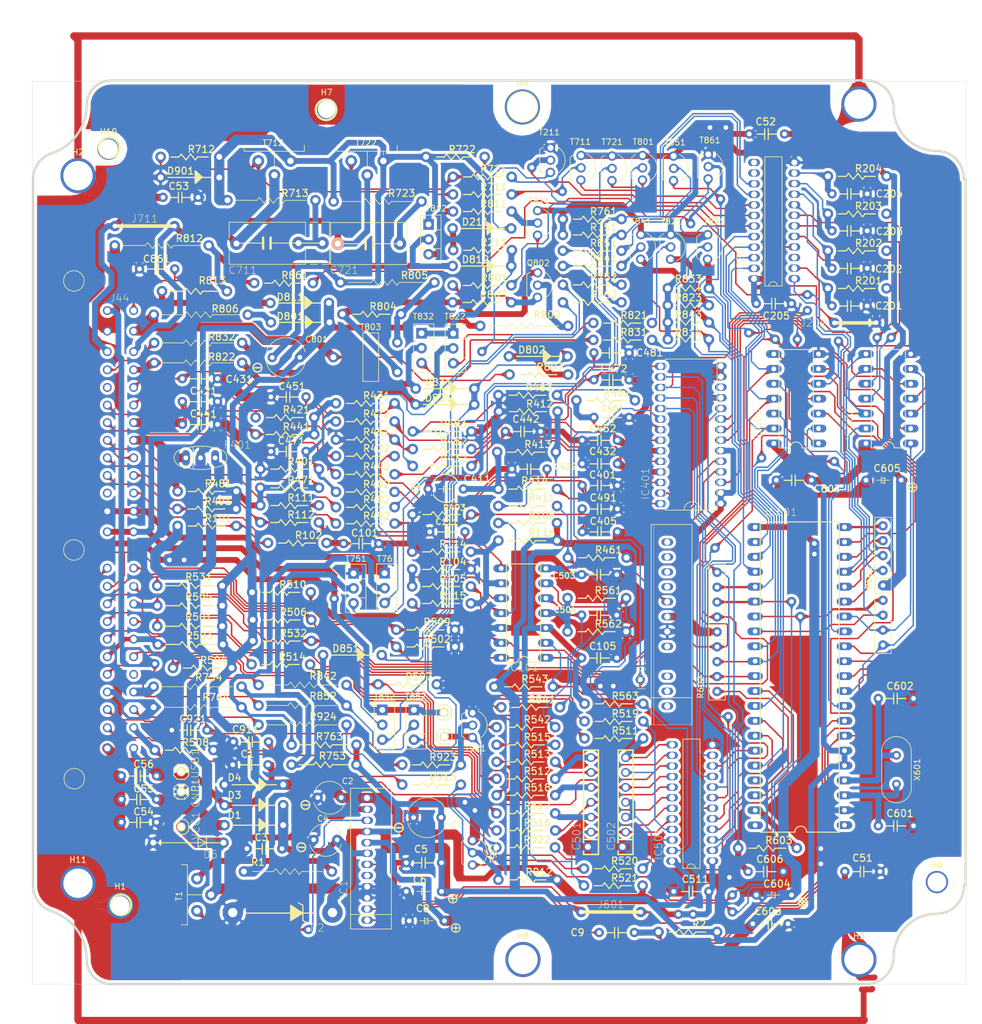
<source format=kicad_pcb>
(kicad_pcb (version 20171130) (host pcbnew "(5.1.4)-1")
  (layers (0 F.Cu signal) (31 B.Cu signal) (34 B.Paste user) (35 F.Paste user) (36 B.SilkS user hide) (37 F.SilkS user) (38 B.Mask user) (39 F.Mask user) (44 Edge.Cuts user))
  (net 0 "")
  (net 1 "Net-(IC1-Pad8)")
  (net 2 "Net-(IC601-Pad18)")
  (net 3 "Net-(IC401-Pad26)")
  (net 4 "Net-(C9-Pad2)")
  (net 5 "Net-(C101-Pad2)")
  (net 6 "Net-(C111-Pad1)")
  (net 7 "Net-(C401-Pad2)")
  (net 8 "Net-(C422-Pad1)")
  (net 9 "Net-(C432-Pad1)")
  (net 10 "Net-(C442-Pad2)")
  (net 11 "Net-(C452-Pad1)")
  (net 12 "Net-(C472-Pad2)")
  (net 13 "Net-(C491-Pad2)")
  (net 14 "Net-(C501-Pad4)")
  (net 15 "Net-(C501-Pad6)")
  (net 16 "Net-(C502-Pad5)")
  (net 17 "Net-(D802-Pad2)")
  (net 18 "Net-(D811-Pad2)")
  (net 19 "Net-(IC1-Pad7)")
  (net 20 "Net-(IC1-Pad2)")
  (net 21 "Net-(IC101-Pad1)")
  (net 22 "Net-(IC401-Pad23)")
  (net 23 "Net-(IC401-Pad21)")
  (net 24 "Net-(IC401-Pad22)")
  (net 25 "Net-(IC401-Pad13)")
  (net 26 "Net-(IC601-Pad42)")
  (net 27 "Net-(IC601-Pad40)")
  (net 28 "Net-(IC601-Pad29)")
  (net 29 "Net-(IC601-Pad20)")
  (net 30 "Net-(IC601-Pad19)")
  (net 31 "Net-(IC501-Pad10)")
  (net 32 "Net-(IC501-Pad5)")
  (net 33 "Net-(IC501-Pad4)")
  (net 34 "Net-(IC501-Pad6)")
  (net 35 "Net-(IC201-Pad4)")
  (net 36 "Net-(IC201-Pad7)")
  (net 37 "Net-(IC201-Pad2)")
  (net 38 "Net-(R711-Pad2)")
  (net 39 "Net-(R721-Pad2)")
  (net 40 "Net-(R811-Pad2)")
  (net 41 "Net-(R821-Pad2)")
  (net 42 "Net-(R831-Pad2)")
  (net 43 "Net-(IC201-Pad19)")
  (net 44 "Net-(IC201-Pad18)")
  (net 45 "Net-(IC201-Pad17)")
  (net 46 "Net-(IC201-Pad3)")
  (net 47 "Net-(IC201-Pad14)")
  (net 48 "Net-(IC201-Pad13)")
  (net 49 IC1_4)
  (net 50 IC1_5)
  (net 51 A)
  (net 52 R414)
  (net 53 R461_1)
  (net 54 C501_7)
  (net 55 C501_5)
  (net 56 C501_3)
  (net 57 C501_2)
  (net 58 C502_7)
  (net 59 IC501_21)
  (net 60 IC501_22)
  (net 61 IC101_7)
  (net 62 C504)
  (net 63 IC402_24)
  (net 64 C711_2)
  (net 65 2U)
  (net 66 2V)
  (net 67 2A)
  (net 68 T211_3)
  (net 69 D851)
  (net 70 T852_2)
  (net 71 IC603_5)
  (net 72 IC1_3)
  (net 73 IC201_22)
  (net 74 IC201_23)
  (net 75 IC101_11)
  (net 76 IC501_23)
  (net 77 IC101_4)
  (net 78 IC101_2)
  (net 79 IC602_11)
  (net 80 IC602_10)
  (net 81 IC201_21)
  (net 82 IC201_20)
  (net 83 IC201_15)
  (net 84 IC201_16)
  (net 85 IC402_3)
  (net 86 IC402_2)
  (net 87 IC402_4)
  (net 88 T861_3)
  (net 89 J19)
  (net 90 J23)
  (net 91 T861_9)
  (net 92 T861_10)
  (net 93 T861_13)
  (net 94 T861_17)
  (net 95 IC602_8)
  (net 96 IC602_13)
  (net 97 IC602_9)
  (net 98 J22)
  (net 99 T861_2)
  (net 100 2Z)
  (net 101 T711_2)
  (net 102 C)
  (net 103 H)
  (net 104 G)
  (net 105 K)
  (net 106 Q)
  (net 107 T803_1)
  (net 108 Q802_2)
  (net 109 R412)
  (net 110 T721_2)
  (net 111 T803_3)
  (net 112 T811_2)
  (net 113 T821_2)
  (net 114 T831_2)
  (net 115 T851_2)
  (net 116 T842_3)
  (net 117 T842_2)
  (net 118 T852_3)
  (net 119 GNDA)
  (net 120 T801_2)
  (net 121 "Net-(IC402-Pad2)")
  (net 122 "Net-(IC402-Pad3)")
  (net 123 "Net-(IC402-Pad1)")
  (net 124 T841_2)
  (net 125 "Net-(IC402-Pad4)")
  (net 126 IC401_5)
  (net 127 IC601_39)
  (net 128 "Net-(IC402-Pad11)")
  (net 129 "Net-(IC402-Pad10)")
  (net 130 "Net-(IC402-Pad9)")
  (net 131 "Net-(IC402-Pad8)")
  (net 132 IC601_2)
  (net 133 IC601_3)
  (net 134 IC601_4)
  (net 135 "Net-(IC601-Pad22)")
  (net 136 IC601_30)
  (net 137 IC601_31)
  (net 138 IC601_35)
  (net 139 IC601_36)
  (net 140 "Net-(IC601-Pad21)")
  (net 141 "Net-(J44-Pad2R)")
  (net 142 "Net-(J44-Pad2F)")
  (net 143 "Net-(J44-PadI)")
  (net 144 GND)
  (net 145 2W)
  (net 146 "Net-(C601-Pad2)")
  (net 147 "Net-(C602-Pad2)")
  (net 148 2X)
  (net 149 T211_2)
  (net 150 2S)
  (net 151 2T)
  (net 152 2Y)
  (net 153 U)
  (net 154 V)
  (net 155 J)
  (net 156 D)
  (net 157 R)
  (net 158 P)
  (net 159 O)
  (net 160 N)
  (net 161 S)
  (net 162 F)
  (net 163 L)
  (net 164 E)
  (net 165 "Net-(IC101-Pad9)")
  (net 166 2E)
  (net 167 2Q)
  (net 168 2G)
  (net 169 2H)
  (net 170 "Net-(Q802-Pad3)")
  (net 171 2P)
  (net 172 2O)
  (net 173 2L)
  (net 174 2K)
  (net 175 2J)
  (net 176 2N)
  (net 177 +12V)
  (net 178 "Net-(C204-Pad2)")
  (net 179 2M)
  (net 180 2I)
  (net 181 "Net-(R752-Pad2)")
  (net 182 "Net-(R753-Pad2)")
  (net 183 "Net-(R762-Pad2)")
  (net 184 "Net-(R763-Pad2)")
  (net 185 C721_2)
  (net 186 IC1_6)
  (net 187 "Net-(D211-Pad2)")
  (net 188 "Net-(D821-Pad2)")
  (net 189 "Net-(D831-Pad2)")
  (net 190 "Net-(R912-Pad2)")
  (net 191 "Net-(C201-Pad2)")
  (net 192 "Net-(C202-Pad2)")
  (net 193 "Net-(C203-Pad2)")
  (net 194 "Net-(C481-Pad2)")
  (net 195 "Net-(D801-Pad2)")
  (net 196 T812_2)
  (net 197 "Net-(IC402-Pad7)")
  (net 198 "Net-(R922-Pad2)")
  (net 199 "Net-(R923-Pad1)")
  (module 079721-2351:MountingHole_5mm_Pad (layer F.Cu) (at 211.9 165.1)
    (fp_text reference H3 (at 0 -4) (layer F.SilkS))
    (fp_text value MountingHole_Pad)
    (pad 1 thru_hole circle (at 0 0) (size 6 6) (drill 5) (layers *.Cu *.Mask) (net 119 GNDA))
  )
  (module 079721-2351:EcuConnector48pin_2 (layer F.Cu) (at 88.2 129.1 180)
    (fp_text reference J44 (at 2.4 76.7 180) (layer F.SilkS) (effects (font (size 1.27 1.27) (thickness 0.0889))))
    (fp_text value Conn_02x11_0x13_Top_Bottom_Shielded-MazdaProjekt_big)
    (pad U thru_hole circle (at 0 30.7 90) (size 1.524 1.524) (drill 1.016) (layers *.Cu *.Mask) (net 153 U))
    (pad V thru_hole circle (at 4.5 30.7 90) (size 1.524 1.524) (drill 1.016) (layers *.Cu *.Mask) (net 154 V))
    (pad S thru_hole circle (at 0 27.6 90) (size 1.524 1.524) (drill 1.016) (layers *.Cu *.Mask) (net 161 S))
    (pad T thru_hole circle (at 4.5 27.6 90) (size 1.524 1.524) (drill 1.016) (layers *.Cu *.Mask) (net 180 2I))
    (pad Q thru_hole circle (at 0 24.6 90) (size 1.524 1.524) (drill 1.016) (layers *.Cu *.Mask) (net 106 Q))
    (pad R thru_hole circle (at 4.5 24.6 90) (size 1.524 1.524) (drill 1.016) (layers *.Cu *.Mask) (net 157 R))
    (pad O thru_hole circle (at 0 21.6 90) (size 1.524 1.524) (drill 1.016) (layers *.Cu *.Mask) (net 159 O))
    (pad P thru_hole circle (at 4.5 21.6 90) (size 1.524 1.524) (drill 1.016) (layers *.Cu *.Mask) (net 158 P))
    (pad M thru_hole circle (at 0 18.6 90) (size 1.524 1.524) (drill 1.016) (layers *.Cu *.Mask) (net 163 L))
    (pad N thru_hole circle (at 4.5 18.6 90) (size 1.524 1.524) (drill 1.016) (layers *.Cu *.Mask) (net 160 N))
    (pad K thru_hole circle (at 0 15.6 90) (size 1.524 1.524) (drill 1.016) (layers *.Cu *.Mask) (net 105 K))
    (pad L thru_hole circle (at 4.5 15.6 90) (size 1.524 1.524) (drill 1.016) (layers *.Cu *.Mask) (net 163 L))
    (pad I thru_hole circle (at 0 12.6 90) (size 1.524 1.524) (drill 1.016) (layers *.Cu *.Mask) (net 143 "Net-(J44-PadI)"))
    (pad J thru_hole circle (at 4.5 12.6 90) (size 1.524 1.524) (drill 1.016) (layers *.Cu *.Mask) (net 155 J))
    (pad G thru_hole circle (at 0 9.6 90) (size 1.524 1.524) (drill 1.016) (layers *.Cu *.Mask) (net 104 G))
    (pad H thru_hole circle (at 4.5 9.6 90) (size 1.524 1.524) (drill 1.016) (layers *.Cu *.Mask) (net 103 H))
    (pad E thru_hole circle (at 0 6.6 90) (size 1.524 1.524) (drill 1.016) (layers *.Cu *.Mask) (net 164 E))
    (pad F thru_hole circle (at 4.5 6.6 90) (size 1.524 1.524) (drill 1.016) (layers *.Cu *.Mask) (net 162 F))
    (pad C thru_hole circle (at 0 3.5 90) (size 1.524 1.524) (drill 1.016) (layers *.Cu *.Mask) (net 102 C))
    (pad D thru_hole circle (at 4.5 3.5 90) (size 1.524 1.524) (drill 1.016) (layers *.Cu *.Mask) (net 156 D))
    (pad A thru_hole circle (at 0 0 90) (size 1.524 1.524) (drill 1.016) (layers *.Cu *.Mask) (net 51 A))
    (pad B thru_hole circle (at 4.5 0 90) (size 1.524 1.524) (drill 1.016) (layers *.Cu *.Mask) (net 177 +12V))
    (pad 2A thru_hole circle (at 0 36.9 90) (size 1.524 1.524) (drill 1.016) (layers *.Cu *.Mask) (net 67 2A))
    (pad 2B thru_hole circle (at 4.5 36.9 90) (size 1.524 1.524) (drill 1.016) (layers *.Cu *.Mask) (net 67 2A))
    (pad 2C thru_hole circle (at 0 40.4 90) (size 1.524 1.524) (drill 1.016) (layers *.Cu *.Mask) (net 144 GND))
    (pad 2D thru_hole circle (at 4.5 40.4 90) (size 1.524 1.524) (drill 1.016) (layers *.Cu *.Mask) (net 144 GND))
    (pad 2E thru_hole circle (at 0 43.5 90) (size 1.524 1.524) (drill 1.016) (layers *.Cu *.Mask) (net 166 2E))
    (pad 2F thru_hole circle (at 4.5 43.5 90) (size 1.524 1.524) (drill 1.016) (layers *.Cu *.Mask) (net 142 "Net-(J44-Pad2F)"))
    (pad 2G thru_hole circle (at 0 46.5 90) (size 1.524 1.524) (drill 1.016) (layers *.Cu *.Mask) (net 168 2G))
    (pad 2H thru_hole circle (at 4.5 46.5 90) (size 1.524 1.524) (drill 1.016) (layers *.Cu *.Mask) (net 169 2H))
    (pad 2I thru_hole circle (at 0 49.5 90) (size 1.524 1.524) (drill 1.016) (layers *.Cu *.Mask) (net 180 2I))
    (pad 2J thru_hole circle (at 4.5 49.5 90) (size 1.524 1.524) (drill 1.016) (layers *.Cu *.Mask) (net 175 2J))
    (pad 2K thru_hole circle (at 0 52.5 90) (size 1.524 1.524) (drill 1.016) (layers *.Cu *.Mask) (net 174 2K))
    (pad 2L thru_hole circle (at 4.5 52.5 90) (size 1.524 1.524) (drill 1.016) (layers *.Cu *.Mask) (net 173 2L))
    (pad 2M thru_hole circle (at 0 55.5 90) (size 1.524 1.524) (drill 1.016) (layers *.Cu *.Mask) (net 179 2M))
    (pad 2N thru_hole circle (at 4.5 55.5 90) (size 1.524 1.524) (drill 1.016) (layers *.Cu *.Mask) (net 176 2N))
    (pad 2O thru_hole circle (at 0 58.5 90) (size 1.524 1.524) (drill 1.016) (layers *.Cu *.Mask) (net 172 2O))
    (pad 2P thru_hole circle (at 4.5 58.5 90) (size 1.524 1.524) (drill 1.016) (layers *.Cu *.Mask) (net 171 2P))
    (pad 2Q thru_hole circle (at 0 61.5 90) (size 1.524 1.524) (drill 1.016) (layers *.Cu *.Mask) (net 167 2Q))
    (pad 2R thru_hole circle (at 4.5 61.5 90) (size 1.524 1.524) (drill 1.016) (layers *.Cu *.Mask) (net 141 "Net-(J44-Pad2R)"))
    (pad 2S thru_hole circle (at 0 64.5 90) (size 1.524 1.524) (drill 1.016) (layers *.Cu *.Mask) (net 150 2S))
    (pad 2T thru_hole circle (at 4.5 64.5 90) (size 1.524 1.524) (drill 1.016) (layers *.Cu *.Mask) (net 151 2T))
    (pad 2U thru_hole circle (at 0 67.6 90) (size 1.524 1.524) (drill 1.016) (layers *.Cu *.Mask) (net 65 2U))
    (pad 2V thru_hole circle (at 4.5 67.6 90) (size 1.524 1.524) (drill 1.016) (layers *.Cu *.Mask) (net 66 2V))
    (pad 2W thru_hole circle (at 0 71.1 90) (size 1.524 1.524) (drill 1.016) (layers *.Cu *.Mask) (net 145 2W))
    (pad 2X thru_hole circle (at 4.5 71.1 90) (size 1.524 1.524) (drill 1.016) (layers *.Cu *.Mask) (net 148 2X))
    (pad 2Y thru_hole circle (at 0 74.6 90) (size 1.524 1.524) (drill 1.016) (layers *.Cu *.Mask) (net 152 2Y))
    (pad 2Z thru_hole circle (at 4.5 74.6 90) (size 1.524 1.524) (drill 1.016) (layers *.Cu *.Mask) (net 100 2Z))
  )
  (module 079721-2351:IS157 (layer F.Cu) (at 179.2 121.9 90)
    (fp_text reference IC402 (at 5.4 -4.3 90) (layer F.SilkS) (effects (font (size 1.27 1.27) (thickness 0.0889))))
    (fp_text value IS157)
    (pad 1 thru_hole oval (at 0 0 90) (size 1.2 2) (drill 1.016) (layers *.Cu *.Mask) (net 123 "Net-(IC402-Pad1)"))
    (pad 3 thru_hole oval (at 5.08 0 90) (size 1.2 2) (drill 1.016) (layers *.Cu *.Mask) (net 122 "Net-(IC402-Pad3)"))
    (pad 2 thru_hole oval (at 2.54 0 90) (size 1.2 2) (drill 1.016) (layers *.Cu *.Mask) (net 121 "Net-(IC402-Pad2)"))
    (pad 5 thru_hole oval (at 12.7 0 90) (size 1.2 2) (drill 1.016) (layers *.Cu *.Mask) (net 144 GND))
    (pad 6 thru_hole oval (at 15.24 0 90) (size 1.2 2) (drill 1.016) (layers *.Cu *.Mask) (net 49 IC1_4))
    (pad 4 thru_hole oval (at 10.16 0 90) (size 1.2 2) (drill 1.016) (layers *.Cu *.Mask) (net 125 "Net-(IC402-Pad4)"))
    (pad 8 thru_hole oval (at 20.32 0 90) (size 1.2 2) (drill 1.016) (layers *.Cu *.Mask) (net 131 "Net-(IC402-Pad8)"))
    (pad 7 thru_hole oval (at 17.78 0 90) (size 1.2 2) (drill 1.016) (layers *.Cu *.Mask) (net 197 "Net-(IC402-Pad7)"))
    (pad 9 thru_hole oval (at 22.86 0 90) (size 1.2 2) (drill 1.016) (layers *.Cu *.Mask) (net 130 "Net-(IC402-Pad9)"))
    (pad 10 thru_hole oval (at 25.4 0 90) (size 1.2 2) (drill 1.016) (layers *.Cu *.Mask) (net 129 "Net-(IC402-Pad10)"))
    (pad 11 thru_hole oval (at 27.94 0 90) (size 1.2 2) (drill 1.016) (layers *.Cu *.Mask) (net 128 "Net-(IC402-Pad11)"))
  )
  (module 079721-2351:sdip24 (layer F.Cu) (at 186.8238 148.3315 90)
    (fp_text reference IC501 (at 2.9315 -9.1238 90) (layer F.SilkS) (effects (font (size 1.27 1.27) (thickness 0.0889))))
    (fp_text value D151821-0020)
    (pad 19 thru_hole oval (at 9.0052 -6.7945 90) (size 1.2 2) (drill 1.016) (layers *.Cu *.Mask) (net 56 C501_3))
    (pad 13 thru_hole oval (at 19.8374 -6.7945 90) (size 1.2 2) (drill 1.016) (layers *.Cu *.Mask) (net 58 C502_7))
    (pad 18 thru_hole oval (at 10.8052 -6.7945 90) (size 1.2 2) (drill 1.016) (layers *.Cu *.Mask) (net 14 "Net-(C501-Pad4)"))
    (pad 16 thru_hole oval (at 14.4052 -6.7945 90) (size 1.2 2) (drill 1.016) (layers *.Cu *.Mask) (net 16 "Net-(C502-Pad5)"))
    (pad 15 thru_hole oval (at 16.2052 -6.7945 90) (size 1.2 2) (drill 1.016) (layers *.Cu *.Mask) (net 15 "Net-(C501-Pad6)"))
    (pad 20 thru_hole oval (at 7.2052 -6.7945 90) (size 1.2 2) (drill 1.016) (layers *.Cu *.Mask) (net 57 C501_2))
    (pad 22 thru_hole oval (at 3.6052 -6.7945 90) (size 1.2 2) (drill 1.016) (layers *.Cu *.Mask) (net 60 IC501_22))
    (pad 14 thru_hole oval (at 18.034 -6.7945 90) (size 1.2 2) (drill 1.016) (layers *.Cu *.Mask) (net 54 C501_7))
    (pad 24 thru_hole oval (at 0.0052 -6.7945 90) (size 1.2 2) (drill 1.016) (layers *.Cu *.Mask) (net 49 IC1_4))
    (pad 21 thru_hole oval (at 5.4052 -6.7945 90) (size 1.2 2) (drill 1.016) (layers *.Cu *.Mask) (net 59 IC501_21))
    (pad 17 thru_hole oval (at 12.6052 -6.7945 90) (size 1.2 2) (drill 1.016) (layers *.Cu *.Mask) (net 55 C501_5))
    (pad 23 thru_hole oval (at 1.8052 -6.7945 90) (size 1.2 2) (drill 1.016) (layers *.Cu *.Mask) (net 76 IC501_23))
    (pad 1 thru_hole oval (at 0.0315 0.0762 90) (size 1.2 2) (drill 1.016) (layers *.Cu *.Mask) (net 177 +12V))
    (pad 3 thru_hole oval (at 3.6315 0.0762 90) (size 1.2 2) (drill 1.016) (layers *.Cu *.Mask) (net 85 IC402_3))
    (pad 2 thru_hole oval (at 1.8315 0.0762 90) (size 1.2 2) (drill 1.016) (layers *.Cu *.Mask) (net 81 IC201_21))
    (pad 5 thru_hole oval (at 7.2315 0.0762 90) (size 1.2 2) (drill 1.016) (layers *.Cu *.Mask) (net 32 "Net-(IC501-Pad5)"))
    (pad 6 thru_hole oval (at 9.0315 0.0762 90) (size 1.2 2) (drill 1.016) (layers *.Cu *.Mask) (net 34 "Net-(IC501-Pad6)"))
    (pad 4 thru_hole oval (at 5.4315 0.0762 90) (size 1.2 2) (drill 1.016) (layers *.Cu *.Mask) (net 33 "Net-(IC501-Pad4)"))
    (pad 8 thru_hole oval (at 12.6315 0.0762 90) (size 1.2 2) (drill 1.016) (layers *.Cu *.Mask) (net 82 IC201_20))
    (pad 7 thru_hole oval (at 10.8315 0.0762 90) (size 1.2 2) (drill 1.016) (layers *.Cu *.Mask) (net 86 IC402_2))
    (pad 9 thru_hole oval (at 14.4315 0.0762 90) (size 1.2 2) (drill 1.016) (layers *.Cu *.Mask) (net 126 IC401_5))
    (pad 10 thru_hole oval (at 16.2315 0.0762 90) (size 1.2 2) (drill 1.016) (layers *.Cu *.Mask) (net 31 "Net-(IC501-Pad10)"))
    (pad 11 thru_hole oval (at 18.0315 0.0762 90) (size 1.2 2) (drill 1.016) (layers *.Cu *.Mask) (net 87 IC402_4))
    (pad 12 thru_hole oval (at 19.8315 0.0762 90) (size 1.2 2) (drill 1.016) (layers *.Cu *.Mask) (net 144 GND))
  )
  (module 079721-2351:sdip24 (layer F.Cu) (at 200.8 49.1 90)
    (fp_text reference IC201 (at 3.7 -9.1 90) (layer F.SilkS) (effects (font (size 1.27 1.27) (thickness 0.0889))))
    (fp_text value MP493)
    (pad 19 thru_hole oval (at 9.0052 -6.7945 90) (size 1.2 2) (drill 1.016) (layers *.Cu *.Mask) (net 43 "Net-(IC201-Pad19)"))
    (pad 13 thru_hole oval (at 19.8374 -6.7945 90) (size 1.2 2) (drill 1.016) (layers *.Cu *.Mask) (net 48 "Net-(IC201-Pad13)"))
    (pad 18 thru_hole oval (at 10.8052 -6.7945 90) (size 1.2 2) (drill 1.016) (layers *.Cu *.Mask) (net 44 "Net-(IC201-Pad18)"))
    (pad 16 thru_hole oval (at 14.4052 -6.7945 90) (size 1.2 2) (drill 1.016) (layers *.Cu *.Mask) (net 84 IC201_16))
    (pad 15 thru_hole oval (at 16.2052 -6.7945 90) (size 1.2 2) (drill 1.016) (layers *.Cu *.Mask) (net 83 IC201_15))
    (pad 20 thru_hole oval (at 7.2052 -6.7945 90) (size 1.2 2) (drill 1.016) (layers *.Cu *.Mask) (net 82 IC201_20))
    (pad 22 thru_hole oval (at 3.6052 -6.7945 90) (size 1.2 2) (drill 1.016) (layers *.Cu *.Mask) (net 73 IC201_22))
    (pad 14 thru_hole oval (at 18.034 -6.7945 90) (size 1.2 2) (drill 1.016) (layers *.Cu *.Mask) (net 47 "Net-(IC201-Pad14)"))
    (pad 24 thru_hole oval (at 0.0052 -6.7945 90) (size 1.2 2) (drill 1.016) (layers *.Cu *.Mask) (net 49 IC1_4))
    (pad 21 thru_hole oval (at 5.4052 -6.7945 90) (size 1.2 2) (drill 1.016) (layers *.Cu *.Mask) (net 81 IC201_21))
    (pad 17 thru_hole oval (at 12.6052 -6.7945 90) (size 1.2 2) (drill 1.016) (layers *.Cu *.Mask) (net 45 "Net-(IC201-Pad17)"))
    (pad 23 thru_hole oval (at 1.8052 -6.7945 90) (size 1.2 2) (drill 1.016) (layers *.Cu *.Mask) (net 74 IC201_23))
    (pad 1 thru_hole oval (at 0.0315 0.0762 90) (size 1.2 2) (drill 1.016) (layers *.Cu *.Mask) (net 127 IC601_39))
    (pad 3 thru_hole oval (at 3.6315 0.0762 90) (size 1.2 2) (drill 1.016) (layers *.Cu *.Mask) (net 46 "Net-(IC201-Pad3)"))
    (pad 2 thru_hole oval (at 1.8315 0.0762 90) (size 1.2 2) (drill 1.016) (layers *.Cu *.Mask) (net 37 "Net-(IC201-Pad2)"))
    (pad 5 thru_hole oval (at 7.2315 0.0762 90) (size 1.2 2) (drill 1.016) (layers *.Cu *.Mask) (net 80 IC602_10))
    (pad 6 thru_hole oval (at 9.0315 0.0762 90) (size 1.2 2) (drill 1.016) (layers *.Cu *.Mask) (net 79 IC602_11))
    (pad 4 thru_hole oval (at 5.4315 0.0762 90) (size 1.2 2) (drill 1.016) (layers *.Cu *.Mask) (net 35 "Net-(IC201-Pad4)"))
    (pad 8 thru_hole oval (at 12.6315 0.0762 90) (size 1.2 2) (drill 1.016) (layers *.Cu *.Mask) (net 191 "Net-(C201-Pad2)"))
    (pad 7 thru_hole oval (at 10.8315 0.0762 90) (size 1.2 2) (drill 1.016) (layers *.Cu *.Mask) (net 36 "Net-(IC201-Pad7)"))
    (pad 9 thru_hole oval (at 14.4315 0.0762 90) (size 1.2 2) (drill 1.016) (layers *.Cu *.Mask) (net 192 "Net-(C202-Pad2)"))
    (pad 10 thru_hole oval (at 16.2315 0.0762 90) (size 1.2 2) (drill 1.016) (layers *.Cu *.Mask) (net 193 "Net-(C203-Pad2)"))
    (pad 11 thru_hole oval (at 18.0315 0.0762 90) (size 1.2 2) (drill 1.016) (layers *.Cu *.Mask) (net 178 "Net-(C204-Pad2)"))
    (pad 12 thru_hole oval (at 19.8315 0.0762 90) (size 1.2 2) (drill 1.016) (layers *.Cu *.Mask) (net 144 GND))
  )
  (module 079721-2351:sdip28 (layer F.Cu) (at 178 87.4 270)
    (fp_text reference IC401 (at -3.4 2.5 90) (layer F.SilkS) (effects (font (size 1.27 1.27) (thickness 0.0889))))
    (fp_text value D151811-0360)
    (pad 25 thru_hole oval (at -18.039 -10.3378 270) (size 1.2 2) (drill 1.016) (layers *.Cu *.Mask) (net 144 GND))
    (pad 28 thru_hole oval (at -23.439 -10.3378 270) (size 1.2 2) (drill 1.016) (layers *.Cu *.Mask) (net 144 GND))
    (pad 27 thru_hole oval (at -21.639 -10.3378 270) (size 1.2 2) (drill 1.016) (layers *.Cu *.Mask) (net 144 GND))
    (pad 26 thru_hole oval (at -19.839 -10.3378 270) (size 1.2 2) (drill 1.016) (layers *.Cu *.Mask) (net 3 "Net-(IC401-Pad26)"))
    (pad 12 thru_hole oval (at -3.6 -0.0762 270) (size 1.2 2) (drill 1.016) (layers *.Cu *.Mask) (net 8 "Net-(C422-Pad1)"))
    (pad 11 thru_hole oval (at -5.4 -0.0762 270) (size 1.2 2) (drill 1.016) (layers *.Cu *.Mask) (net 9 "Net-(C432-Pad1)"))
    (pad 10 thru_hole oval (at -7.2 -0.0762 270) (size 1.2 2) (drill 1.016) (layers *.Cu *.Mask) (net 10 "Net-(C442-Pad2)"))
    (pad 9 thru_hole oval (at -9 -0.0762 270) (size 1.2 2) (drill 1.016) (layers *.Cu *.Mask) (net 11 "Net-(C452-Pad1)"))
    (pad 7 thru_hole oval (at -12.6 -0.0762 270) (size 1.2 2) (drill 1.016) (layers *.Cu *.Mask) (net 12 "Net-(C472-Pad2)"))
    (pad 8 thru_hole oval (at -10.8 -0.0762 270) (size 1.2 2) (drill 1.016) (layers *.Cu *.Mask) (net 53 R461_1))
    (pad 4 thru_hole oval (at -18 -0.0762 270) (size 1.2 2) (drill 1.016) (layers *.Cu *.Mask) (net 87 IC402_4))
    (pad 6 thru_hole oval (at -14.4 -0.0762 270) (size 1.2 2) (drill 1.016) (layers *.Cu *.Mask) (net 78 IC101_2))
    (pad 5 thru_hole oval (at -16.2 -0.0762 270) (size 1.2 2) (drill 1.016) (layers *.Cu *.Mask) (net 126 IC401_5))
    (pad 2 thru_hole oval (at -21.6 -0.0762 270) (size 1.2 2) (drill 1.016) (layers *.Cu *.Mask) (net 86 IC402_2))
    (pad 3 thru_hole oval (at -19.8 -0.0762 270) (size 1.2 2) (drill 1.016) (layers *.Cu *.Mask) (net 85 IC402_3))
    (pad 1 thru_hole oval (at -23.4 -0.0762 270) (size 1.2 2) (drill 1.016) (layers *.Cu *.Mask) (net 194 "Net-(C481-Pad2)"))
    (pad 23 thru_hole oval (at -14.4254 -10.3378 270) (size 1.2 2) (drill 1.016) (layers *.Cu *.Mask) (net 22 "Net-(IC401-Pad23)"))
    (pad 17 thru_hole oval (at -3.6254 -10.3378 270) (size 1.2 2) (drill 1.016) (layers *.Cu *.Mask) (net 71 IC603_5))
    (pad 21 thru_hole oval (at -10.8254 -10.3378 270) (size 1.2 2) (drill 1.016) (layers *.Cu *.Mask) (net 23 "Net-(IC401-Pad21)"))
    (pad 24 thru_hole oval (at -16.2254 -10.3378 270) (size 1.2 2) (drill 1.016) (layers *.Cu *.Mask) (net 63 IC402_24))
    (pad 14 thru_hole oval (at 0 -0.0762 270) (size 1.2 2) (drill 1.016) (layers *.Cu *.Mask) (net 7 "Net-(C401-Pad2)"))
    (pad 22 thru_hole oval (at -12.6254 -10.3378 270) (size 1.2 2) (drill 1.016) (layers *.Cu *.Mask) (net 24 "Net-(IC401-Pad22)"))
    (pad 20 thru_hole oval (at -9.0254 -10.3378 270) (size 1.2 2) (drill 1.016) (layers *.Cu *.Mask) (net 49 IC1_4))
    (pad 15 thru_hole oval (at -0.0254 -10.3378 270) (size 1.2 2) (drill 1.016) (layers *.Cu *.Mask) (net 49 IC1_4))
    (pad 16 thru_hole oval (at -1.8254 -10.3378 270) (size 1.2 2) (drill 1.016) (layers *.Cu *.Mask) (net 49 IC1_4))
    (pad 18 thru_hole oval (at -5.4254 -10.3378 270) (size 1.2 2) (drill 1.016) (layers *.Cu *.Mask) (net 144 GND))
    (pad 13 thru_hole oval (at -1.8 -0.0762 270) (size 1.2 2) (drill 1.016) (layers *.Cu *.Mask) (net 25 "Net-(IC401-Pad13)"))
    (pad 19 thru_hole oval (at -7.2254 -10.3378 270) (size 1.2 2) (drill 1.016) (layers *.Cu *.Mask) (net 13 "Net-(C491-Pad2)"))
  )
  (module 079721-2351:C_array_7 (layer F.Cu) (at 172.1 138.3 90)
    (fp_text reference C502 (at -5.7912 -2.4638 90) (layer F.SilkS) (effects (font (size 1.27 1.27) (thickness 0.0889))))
    (fp_text value C_Array_7)
    (pad 1 thru_hole circle (at -7.5946 -0.5334 90) (size 1.524 1.524) (drill 1.016) (layers *.Cu *.Mask) (net 144 GND))
    (pad 2 thru_hole circle (at -5.08 0 90) (size 1.524 1.524) (drill 1.016) (layers *.Cu *.Mask) (net 57 C501_2))
    (pad 3 thru_hole circle (at -2.54 0 90) (size 1.524 1.524) (drill 1.016) (layers *.Cu *.Mask) (net 60 IC501_22))
    (pad 4 thru_hole circle (at 0 0 90) (size 1.524 1.524) (drill 1.016) (layers *.Cu *.Mask) (net 60 IC501_22))
    (pad 5 thru_hole circle (at 2.54 0 90) (size 1.524 1.524) (drill 1.016) (layers *.Cu *.Mask) (net 16 "Net-(C502-Pad5)"))
    (pad 6 thru_hole circle (at 5.08 0 90) (size 1.524 1.524) (drill 1.016) (layers *.Cu *.Mask) (net 59 IC501_21))
    (pad 7 thru_hole circle (at 7.62 0 90) (size 1.524 1.524) (drill 1.016) (layers *.Cu *.Mask) (net 58 C502_7))
  )
  (module 079721-2351:C_array_7 (layer F.Cu) (at 166.2 138.3 90)
    (fp_text reference C501 (at -5.7912 -2.4638 90) (layer F.SilkS) (effects (font (size 1.27 1.27) (thickness 0.0889))))
    (fp_text value C_Array_7)
    (pad 1 thru_hole circle (at -7.5946 -0.5334 90) (size 1.524 1.524) (drill 1.016) (layers *.Cu *.Mask) (net 144 GND))
    (pad 2 thru_hole circle (at -5.08 0 90) (size 1.524 1.524) (drill 1.016) (layers *.Cu *.Mask) (net 57 C501_2))
    (pad 3 thru_hole circle (at -2.54 0 90) (size 1.524 1.524) (drill 1.016) (layers *.Cu *.Mask) (net 56 C501_3))
    (pad 4 thru_hole circle (at 0 0 90) (size 1.524 1.524) (drill 1.016) (layers *.Cu *.Mask) (net 14 "Net-(C501-Pad4)"))
    (pad 5 thru_hole circle (at 2.54 0 90) (size 1.524 1.524) (drill 1.016) (layers *.Cu *.Mask) (net 55 C501_5))
    (pad 6 thru_hole circle (at 5.08 0 90) (size 1.524 1.524) (drill 1.016) (layers *.Cu *.Mask) (net 15 "Net-(C501-Pad6)"))
    (pad 7 thru_hole circle (at 7.62 0 90) (size 1.524 1.524) (drill 1.016) (layers *.Cu *.Mask) (net 54 C501_7))
  )
  (module 079721-2351:HC244 (layer F.Cu) (at 128.5 148 90)
    (fp_text reference IC1 (at -5.1 -4.5 90) (layer F.SilkS) (effects (font (size 1.27 1.27) (thickness 0.0889))))
    (fp_text value HC244)
    (pad 12 thru_hole oval (at -10.3886 -0.4826 90) (size 1.2 2) (drill 1.016) (layers *.Cu *.Mask) (net 71 IC603_5))
    (pad 10 thru_hole oval (at -6.5886 -0.4826 90) (size 1.2 2) (drill 1.016) (layers *.Cu *.Mask) (net 144 GND))
    (pad 11 thru_hole oval (at -8.4886 -0.4826 90) (size 1.2 2) (drill 1.016) (layers *.Cu *.Mask) (net 4 "Net-(C9-Pad2)"))
    (pad 8 thru_hole oval (at -2.7886 -0.4826 90) (size 1.2 2) (drill 1.016) (layers *.Cu *.Mask) (net 1 "Net-(IC1-Pad8)"))
    (pad 7 thru_hole oval (at -0.8886 -0.4826 90) (size 1.2 2) (drill 1.016) (layers *.Cu *.Mask) (net 19 "Net-(IC1-Pad7)"))
    (pad 9 thru_hole oval (at -4.6886 -0.4826 90) (size 1.2 2) (drill 1.016) (layers *.Cu *.Mask) (net 144 GND))
    (pad 5 thru_hole oval (at 2.8114 -0.4826 90) (size 1.2 2) (drill 1.016) (layers *.Cu *.Mask) (net 50 IC1_5))
    (pad 6 thru_hole oval (at 1.0114 -0.4826 90) (size 1.2 2) (drill 1.016) (layers *.Cu *.Mask) (net 186 IC1_6))
    (pad 4 thru_hole oval (at 4.7114 -0.4826 90) (size 1.2 2) (drill 1.016) (layers *.Cu *.Mask) (net 49 IC1_4))
    (pad 3 thru_hole oval (at 6.6114 -0.4826 90) (size 1.2 2) (drill 1.016) (layers *.Cu *.Mask) (net 72 IC1_3))
    (pad 2 thru_hole oval (at 8.5114 -0.4826 90) (size 1.2 2) (drill 1.016) (layers *.Cu *.Mask) (net 20 "Net-(IC1-Pad2)"))
    (pad 1 thru_hole oval (at 10.4394 -0.508 90) (size 1.2 2) (drill 1.016) (layers *.Cu *.Mask) (net 177 +12V))
  )
  (module 079721-2351:diode_zener_mazda_big (layer F.Cu) (at 122.1 157.1 180)
    (fp_text reference D2 (at 2.6 -2.6) (layer F.SilkS) (effects (font (size 1.27 1.27) (thickness 0.0889))))
    (fp_text value "about 27v 5W")
    (pad 1 thru_hole circle (at 0 0 180) (size 3.5 3.5) (drill 1.6) (layers *.Cu *.Mask) (net 186 IC1_6))
    (pad 2 thru_hole circle (at 17 0 180) (size 3.5 3.5) (drill 1.6) (layers *.Cu *.Mask) (net 144 GND))
  )
  (module 079721-2351:diode_zener_mazda (layer F.Cu) (at 95.9 145.2 180)
    (fp_text reference D5 (at -5.4 -2 180) (layer F.SilkS) (effects (font (size 1.27 1.27) (thickness 0.0889))))
    (fp_text value 6.2B1)
    (pad 1 thru_hole circle (at -7.62 0 180) (size 1.8 1.8) (drill 1) (layers *.Cu *.Mask) (net 49 IC1_4))
    (pad 2 thru_hole circle (at 4.3688 0.0254 180) (size 1.8 1.8) (drill 1) (layers *.Cu *.Mask) (net 144 GND))
  )
  (module murata-resonators:murata-resonators-CSTLS_G9 (layer F.Cu) (at 99.60064 79.6)
    (fp_text reference F401 (at 6.29936 -2.2) (layer F.SilkS) (effects (font (size 1.27 1.27) (thickness 0.0889))))
    (fp_text value 223s)
    (pad 3 thru_hole oval (at 2.49936 0) (size 1.3208 2.6416) (drill 0.8128) (layers *.Cu *.Mask) (net 49 IC1_4))
    (pad 2 thru_hole oval (at 0 0) (size 1.3208 2.6416) (drill 0.8128) (layers *.Cu *.Mask) (net 144 GND))
    (pad 1 thru_hole oval (at -2.49936 0) (size 1.3208 2.6416) (drill 0.8128) (layers *.Cu *.Mask) (net 174 2K))
  )
  (module 079721-2351:jumper-10E (layer F.Cu) (at 90.08 40.1)
    (fp_text reference J711 (at 0 -1.27) (layer F.SilkS) (effects (font (size 1.27 1.27) (thickness 0.0889))))
    (fp_text value Empty (at 5.05968 -0.00762) (layer B.SilkS) (effects (font (size 0.01778 0.01778) (thickness 0.0889))))
    (pad 1 thru_hole circle (at -5.08 0) (size 1.778 1.778) (drill 0.8128) (layers *.Cu *.Mask) (net 66 2V))
    (pad 2 thru_hole circle (at 5.08 0) (size 1.778 1.778) (drill 0.8128) (layers *.Cu *.Mask) (net 65 2U))
  )
  (module 079721-2351:jumper-10E (layer F.Cu) (at 169.6 157)
    (fp_text reference J601 (at 0 -1.27) (layer F.SilkS) (effects (font (size 1.27 1.27) (thickness 0.0889))))
    (fp_text value Connected (at 5.05968 -0.00762) (layer B.SilkS) (effects (font (size 0.01778 0.01778) (thickness 0.0889))))
    (pad 1 thru_hole circle (at -5.08 0) (size 1.778 1.778) (drill 0.8128) (layers *.Cu *.Mask) (net 19 "Net-(IC1-Pad7)"))
    (pad 2 thru_hole circle (at 5.08 0) (size 1.778 1.778) (drill 0.8128) (layers *.Cu *.Mask) (net 28 "Net-(IC601-Pad29)"))
  )
  (module 079721-2351:jumper-10E_short (layer F.Cu) (at 212.8 56.6)
    (fp_text reference J201 (at -8.6 0) (layer F.SilkS) (effects (font (size 1.27 1.27) (thickness 0.0889))))
    (fp_text value Connected (at 1.524 0) (layer B.SilkS) (effects (font (size 0.01778 0.01778) (thickness 0.0889))))
    (pad 1 thru_hole circle (at -5.08 0) (size 1.778 1.778) (drill 0.8128) (layers *.Cu *.Mask) (net 37 "Net-(IC201-Pad2)"))
    (pad 2 thru_hole circle (at 2.032 -0.0508) (size 1.778 1.778) (drill 0.8128) (layers *.Cu *.Mask) (net 144 GND))
  )
  (module 40xx:40xx-DIL14 (layer F.Cu) (at 201.19 69.52 90)
    (fp_text reference IC603 (at -4.38 -6.59 270) (layer F.SilkS) (effects (font (size 1.27 1.27) (thickness 0.0889))))
    (fp_text value TC4069UPB_2)
    (pad 14 thru_hole oval (at -7.62 -3.81 90) (size 1.3208 2.6416) (drill 0.8128) (layers *.Cu *.Mask) (net 49 IC1_4))
    (pad 13 thru_hole oval (at -5.08 -3.81 90) (size 1.3208 2.6416) (drill 0.8128) (layers *.Cu *.Mask) (net 82 IC201_20))
    (pad 12 thru_hole oval (at -2.54 -3.81 90) (size 1.3208 2.6416) (drill 0.8128) (layers *.Cu *.Mask) (net 93 T861_13))
    (pad 11 thru_hole oval (at 0 -3.81 90) (size 1.3208 2.6416) (drill 0.8128) (layers *.Cu *.Mask) (net 81 IC201_21))
    (pad 10 thru_hole oval (at 2.54 -3.81 90) (size 1.3208 2.6416) (drill 0.8128) (layers *.Cu *.Mask) (net 94 T861_17))
    (pad 9 thru_hole oval (at 5.08 -3.81 90) (size 1.3208 2.6416) (drill 0.8128) (layers *.Cu *.Mask) (net 73 IC201_22))
    (pad 8 thru_hole oval (at 7.62 -3.81 90) (size 1.3208 2.6416) (drill 0.8128) (layers *.Cu *.Mask) (net 136 IC601_30))
    (pad 7 thru_hole oval (at 7.62 3.81 90) (size 1.3208 2.6416) (drill 0.8128) (layers *.Cu *.Mask) (net 144 GND))
    (pad 6 thru_hole oval (at 5.08 3.81 90) (size 1.3208 2.6416) (drill 0.8128) (layers *.Cu *.Mask) (net 97 IC602_9))
    (pad 5 thru_hole oval (at 2.54 3.81 90) (size 1.3208 2.6416) (drill 0.8128) (layers *.Cu *.Mask) (net 71 IC603_5))
    (pad 4 thru_hole oval (at 0 3.81 90) (size 1.3208 2.6416) (drill 0.8128) (layers *.Cu *.Mask) (net 98 J22))
    (pad 3 thru_hole oval (at -2.54 3.81 90) (size 1.3208 2.6416) (drill 0.8128) (layers *.Cu *.Mask) (net 92 T861_10))
    (pad 2 thru_hole oval (at -5.08 3.81 90) (size 1.3208 2.6416) (drill 0.8128) (layers *.Cu *.Mask) (net 138 IC601_35))
    (pad 1 thru_hole oval (at -7.62 3.81 90) (size 1.3208 2.6416) (drill 0.8128) (layers *.Cu *.Mask) (net 74 IC201_23))
  )
  (module 079721-2351:MP5273 (layer B.Cu) (at 201.82 106.0812 90)
    (fp_text reference IC601 (at 17.2212 -3.175) (layer F.SilkS) (effects (font (size 1.27 1.27) (thickness 0.0889))))
    (fp_text value MP5273)
    (pad 1 thru_hole oval (at 14.6812 -7.62 90) (size 1.3208 2.6416) (drill 0.8128) (layers *.Cu *.Mask) (net 50 IC1_5))
    (pad 2 thru_hole oval (at 12.1412 -7.62 90) (size 1.3208 2.6416) (drill 0.8128) (layers *.Cu *.Mask) (net 132 IC601_2))
    (pad 3 thru_hole oval (at 9.6012 -7.62 90) (size 1.3208 2.6416) (drill 0.8128) (layers *.Cu *.Mask) (net 133 IC601_3))
    (pad 4 thru_hole oval (at 7.0612 -7.62 90) (size 1.3208 2.6416) (drill 0.8128) (layers *.Cu *.Mask) (net 134 IC601_4))
    (pad 5 thru_hole oval (at 4.5212 -7.62 90) (size 1.3208 2.6416) (drill 0.8128) (layers *.Cu *.Mask) (net 88 T861_3))
    (pad 6 thru_hole oval (at 1.9812 -7.62 90) (size 1.3208 2.6416) (drill 0.8128) (layers *.Cu *.Mask) (net 89 J19))
    (pad 7 thru_hole oval (at -0.5588 -7.62 90) (size 1.3208 2.6416) (drill 0.8128) (layers *.Cu *.Mask) (net 90 J23))
    (pad 8 thru_hole oval (at -3.0988 -7.62 90) (size 1.3208 2.6416) (drill 0.8128) (layers *.Cu *.Mask) (net 149 T211_2))
    (pad 9 thru_hole oval (at -5.6388 -7.62 90) (size 1.3208 2.6416) (drill 0.8128) (layers *.Cu *.Mask) (net 91 T861_9))
    (pad 10 thru_hole oval (at -8.1788 -7.62 90) (size 1.3208 2.6416) (drill 0.8128) (layers *.Cu *.Mask) (net 92 T861_10))
    (pad 11 thru_hole oval (at -10.7188 -7.62 90) (size 1.3208 2.6416) (drill 0.8128) (layers *.Cu *.Mask) (net 21 "Net-(IC101-Pad1)"))
    (pad 12 thru_hole oval (at -13.2588 -7.62 90) (size 1.3208 2.6416) (drill 0.8128) (layers *.Cu *.Mask) (net 34 "Net-(IC501-Pad6)"))
    (pad 13 thru_hole oval (at -15.7988 -7.62 90) (size 1.3208 2.6416) (drill 0.8128) (layers *.Cu *.Mask) (net 93 T861_13))
    (pad 14 thru_hole oval (at -18.3388 -7.62 90) (size 1.3208 2.6416) (drill 0.8128) (layers *.Cu *.Mask) (net 33 "Net-(IC501-Pad4)"))
    (pad 15 thru_hole oval (at -20.8788 -7.62 90) (size 1.3208 2.6416) (drill 0.8128) (layers *.Cu *.Mask) (net 32 "Net-(IC501-Pad5)"))
    (pad 16 thru_hole oval (at -23.4188 -7.62 90) (size 1.3208 2.6416) (drill 0.8128) (layers *.Cu *.Mask) (net 31 "Net-(IC501-Pad10)"))
    (pad 17 thru_hole oval (at -25.9588 -7.62 90) (size 1.3208 2.6416) (drill 0.8128) (layers *.Cu *.Mask) (net 94 T861_17))
    (pad 18 thru_hole oval (at -28.4988 -7.62 90) (size 1.3208 2.6416) (drill 0.8128) (layers *.Cu *.Mask) (net 2 "Net-(IC601-Pad18)"))
    (pad 19 thru_hole oval (at -31.0388 -7.62 90) (size 1.3208 2.6416) (drill 0.8128) (layers *.Cu *.Mask) (net 30 "Net-(IC601-Pad19)"))
    (pad 20 thru_hole oval (at -33.5788 -7.62 90) (size 1.3208 2.6416) (drill 0.8128) (layers *.Cu *.Mask) (net 29 "Net-(IC601-Pad20)"))
    (pad 22 thru_hole oval (at -36.1188 7.62 90) (size 1.3208 2.6416) (drill 0.8128) (layers *.Cu *.Mask) (net 135 "Net-(IC601-Pad22)"))
    (pad 23 thru_hole oval (at -33.5788 7.62 90) (size 1.3208 2.6416) (drill 0.8128) (layers *.Cu *.Mask) (net 144 GND))
    (pad 24 thru_hole oval (at -31.0388 7.62 90) (size 1.3208 2.6416) (drill 0.8128) (layers *.Cu *.Mask) (net 146 "Net-(C601-Pad2)"))
    (pad 25 thru_hole oval (at -28.4988 7.62 90) (size 1.3208 2.6416) (drill 0.8128) (layers *.Cu *.Mask) (net 147 "Net-(C602-Pad2)"))
    (pad 26 thru_hole oval (at -25.9588 7.62 90) (size 1.3208 2.6416) (drill 0.8128) (layers *.Cu *.Mask) (net 49 IC1_4))
    (pad 27 thru_hole oval (at -23.4188 7.62 90) (size 1.3208 2.6416) (drill 0.8128) (layers *.Cu *.Mask) (net 49 IC1_4))
    (pad 28 thru_hole oval (at -20.8788 7.62 90) (size 1.3208 2.6416) (drill 0.8128) (layers *.Cu *.Mask) (net 71 IC603_5))
    (pad 29 thru_hole oval (at -18.3388 7.62 90) (size 1.3208 2.6416) (drill 0.8128) (layers *.Cu *.Mask) (net 28 "Net-(IC601-Pad29)"))
    (pad 30 thru_hole oval (at -15.7988 7.62 90) (size 1.3208 2.6416) (drill 0.8128) (layers *.Cu *.Mask) (net 136 IC601_30))
    (pad 31 thru_hole oval (at -13.2588 7.62 90) (size 1.3208 2.6416) (drill 0.8128) (layers *.Cu *.Mask) (net 137 IC601_31))
    (pad 32 thru_hole oval (at -10.7188 7.62 90) (size 1.3208 2.6416) (drill 0.8128) (layers *.Cu *.Mask) (net 22 "Net-(IC401-Pad23)"))
    (pad 33 thru_hole oval (at -8.1788 7.62 90) (size 1.3208 2.6416) (drill 0.8128) (layers *.Cu *.Mask) (net 24 "Net-(IC401-Pad22)"))
    (pad 34 thru_hole oval (at -5.6388 7.62 90) (size 1.3208 2.6416) (drill 0.8128) (layers *.Cu *.Mask) (net 23 "Net-(IC401-Pad21)"))
    (pad 35 thru_hole oval (at -3.0988 7.62 90) (size 1.3208 2.6416) (drill 0.8128) (layers *.Cu *.Mask) (net 138 IC601_35))
    (pad 36 thru_hole oval (at -0.5588 7.62 90) (size 1.3208 2.6416) (drill 0.8128) (layers *.Cu *.Mask) (net 139 IC601_36))
    (pad 37 thru_hole oval (at 1.9812 7.62 90) (size 1.3208 2.6416) (drill 0.8128) (layers *.Cu *.Mask) (net 95 IC602_8))
    (pad 38 thru_hole oval (at 4.5212 7.62 90) (size 1.3208 2.6416) (drill 0.8128) (layers *.Cu *.Mask) (net 96 IC602_13))
    (pad 39 thru_hole oval (at 7.0612 7.62 90) (size 1.3208 2.6416) (drill 0.8128) (layers *.Cu *.Mask) (net 127 IC601_39))
    (pad 40 thru_hole oval (at 9.6012 7.62 90) (size 1.3208 2.6416) (drill 0.8128) (layers *.Cu *.Mask) (net 27 "Net-(IC601-Pad40)"))
    (pad 21 thru_hole oval (at -36.1442 -7.62 90) (size 1.3208 2.6416) (drill 0.8128) (layers *.Cu *.Mask) (net 140 "Net-(IC601-Pad21)"))
    (pad 42 thru_hole oval (at 14.6812 7.62 90) (size 1.3208 2.6416) (drill 0.8128) (layers *.Cu *.Mask) (net 26 "Net-(IC601-Pad42)"))
    (pad 41 thru_hole oval (at 12.1412 7.62 90) (size 1.3208 2.6416) (drill 0.8128) (layers *.Cu *.Mask) (net 85 IC402_3))
  )
  (module 40xx:40xx-DIL14 (layer F.Cu) (at 154.69 106.06 90)
    (fp_text reference IC101 (at -9.271 -0.127) (layer F.SilkS) (effects (font (size 1.27 1.27) (thickness 0.0889))))
    (fp_text value uPC177C)
    (pad 14 thru_hole oval (at -7.62 -3.81 90) (size 1.3208 2.6416) (drill 0.8128) (layers *.Cu *.Mask) (net 73 IC201_22))
    (pad 13 thru_hole oval (at -5.08 -3.81 90) (size 1.3208 2.6416) (drill 0.8128) (layers *.Cu *.Mask) (net 74 IC201_23))
    (pad 12 thru_hole oval (at -2.54 -3.81 90) (size 1.3208 2.6416) (drill 0.8128) (layers *.Cu *.Mask) (net 144 GND))
    (pad 11 thru_hole oval (at 0 -3.81 90) (size 1.3208 2.6416) (drill 0.8128) (layers *.Cu *.Mask) (net 75 IC101_11))
    (pad 10 thru_hole oval (at 2.54 -3.81 90) (size 1.3208 2.6416) (drill 0.8128) (layers *.Cu *.Mask) (net 5 "Net-(C101-Pad2)"))
    (pad 9 thru_hole oval (at 5.08 -3.81 90) (size 1.3208 2.6416) (drill 0.8128) (layers *.Cu *.Mask) (net 165 "Net-(IC101-Pad9)"))
    (pad 8 thru_hole oval (at 7.62 -3.81 90) (size 1.3208 2.6416) (drill 0.8128) (layers *.Cu *.Mask) (net 6 "Net-(C111-Pad1)"))
    (pad 7 thru_hole oval (at 7.62 3.81 90) (size 1.3208 2.6416) (drill 0.8128) (layers *.Cu *.Mask) (net 61 IC101_7))
    (pad 6 thru_hole oval (at 5.08 3.81 90) (size 1.3208 2.6416) (drill 0.8128) (layers *.Cu *.Mask) (net 76 IC501_23))
    (pad 5 thru_hole oval (at 2.54 3.81 90) (size 1.3208 2.6416) (drill 0.8128) (layers *.Cu *.Mask) (net 62 C504))
    (pad 4 thru_hole oval (at 0 3.81 90) (size 1.3208 2.6416) (drill 0.8128) (layers *.Cu *.Mask) (net 77 IC101_4))
    (pad 3 thru_hole oval (at -2.54 3.81 90) (size 1.3208 2.6416) (drill 0.8128) (layers *.Cu *.Mask) (net 177 +12V))
    (pad 2 thru_hole oval (at -5.08 3.81 90) (size 1.3208 2.6416) (drill 0.8128) (layers *.Cu *.Mask) (net 78 IC101_2))
    (pad 1 thru_hole oval (at -7.62 3.81 90) (size 1.3208 2.6416) (drill 0.8128) (layers *.Cu *.Mask) (net 21 "Net-(IC101-Pad1)"))
  )
  (module 40xx:40xx-DIL14 (layer F.Cu) (at 216.91 69.52 90)
    (fp_text reference IC602 (at -4.38 -6.71 90) (layer F.SilkS) (effects (font (size 1.27 1.27) (thickness 0.0889))))
    (fp_text value TC4071BP_2)
    (pad 14 thru_hole oval (at -7.62 -3.81 90) (size 1.3208 2.6416) (drill 0.8128) (layers *.Cu *.Mask) (net 49 IC1_4))
    (pad 13 thru_hole oval (at -5.08 -3.81 90) (size 1.3208 2.6416) (drill 0.8128) (layers *.Cu *.Mask) (net 96 IC602_13))
    (pad 12 thru_hole oval (at -2.54 -3.81 90) (size 1.3208 2.6416) (drill 0.8128) (layers *.Cu *.Mask) (net 97 IC602_9))
    (pad 11 thru_hole oval (at 0 -3.81 90) (size 1.3208 2.6416) (drill 0.8128) (layers *.Cu *.Mask) (net 79 IC602_11))
    (pad 10 thru_hole oval (at 2.54 -3.81 90) (size 1.3208 2.6416) (drill 0.8128) (layers *.Cu *.Mask) (net 80 IC602_10))
    (pad 9 thru_hole oval (at 5.08 -3.81 90) (size 1.3208 2.6416) (drill 0.8128) (layers *.Cu *.Mask) (net 97 IC602_9))
    (pad 8 thru_hole oval (at 7.62 -3.81 90) (size 1.3208 2.6416) (drill 0.8128) (layers *.Cu *.Mask) (net 95 IC602_8))
    (pad 7 thru_hole oval (at 7.62 3.81 90) (size 1.3208 2.6416) (drill 0.8128) (layers *.Cu *.Mask) (net 144 GND))
    (pad 6 thru_hole oval (at 5.08 3.81 90) (size 1.3208 2.6416) (drill 0.8128) (layers *.Cu *.Mask) (net 137 IC601_31))
    (pad 5 thru_hole oval (at 2.54 3.81 90) (size 1.3208 2.6416) (drill 0.8128) (layers *.Cu *.Mask) (net 97 IC602_9))
    (pad 4 thru_hole oval (at 0 3.81 90) (size 1.3208 2.6416) (drill 0.8128) (layers *.Cu *.Mask) (net 35 "Net-(IC201-Pad4)"))
    (pad 3 thru_hole oval (at -2.54 3.81 90) (size 1.3208 2.6416) (drill 0.8128) (layers *.Cu *.Mask) (net 36 "Net-(IC201-Pad7)"))
    (pad 2 thru_hole oval (at -5.08 3.81 90) (size 1.3208 2.6416) (drill 0.8128) (layers *.Cu *.Mask) (net 97 IC602_9))
    (pad 1 thru_hole oval (at -7.62 3.81 90) (size 1.3208 2.6416) (drill 0.8128) (layers *.Cu *.Mask) (net 139 IC601_36))
  )
  (module 079721-2351:Capacitor_13mm_7m_rect_2_pin (layer F.Cu) (at 128.4 43.1 180)
    (fp_text reference C721 (at 4.3 -4.5) (layer F.SilkS) (effects (font (size 1.27 1.27) (thickness 0.0889))))
    (fp_text value "680fF 100V")
    (pad 2 thru_hole circle (at 5.3848 0 180) (size 2.18186 2.18186) (drill 1.016) (layers *.Cu *.Mask B.SilkS) (net 66 2V))
    (pad 1 thru_hole circle (at -5.207 0.0254 180) (size 2.18186 2.18186) (drill 1.016) (layers *.Cu *.Mask) (net 185 C721_2))
  )
  (module 079721-2351:Capacitor_17mm_7m_rect_3_pin (layer F.Cu) (at 110.9152 43)
    (fp_text reference C711 (at -4.1152 4.6) (layer F.SilkS) (effects (font (size 1.27 1.27) (thickness 0.0889))))
    (fp_text value "680fF 100V")
    (pad 2 thru_hole circle (at 5.3848 0) (size 2.18186 2.18186) (drill 1.016) (layers *.Cu *.Mask) (net 64 C711_2))
    (pad 1 thru_hole circle (at -5.1816 0.0762) (size 2.18186 2.18186) (drill 1.016) (layers *.Cu *.Mask) (net 65 2U))
    (pad 2 thru_hole circle (at 9.4742 0) (size 2.18186 2.18186) (drill 1.016) (layers *.Cu *.Mask) (net 64 C711_2))
  )
  (module 079721-2351:capacitorTantalumMazda6mm (layer F.Cu) (at 200.4 53.3 180)
    (fp_text reference C205 (at 2.6 -2.1) (layer F.SilkS) (effects (font (size 1.2 1.2) (thickness 0.2))))
    (fp_text value 100nf)
    (pad 2 thru_hole circle (at 6 0 180) (size 1.6 1.6) (drill 0.8) (layers *.Cu *.Mask) (net 49 IC1_4))
    (pad 1 thru_hole circle (at 0 0 180) (size 1.6 1.6) (drill 0.8) (layers *.Cu *.Mask) (net 144 GND))
  )
  (module 079721-2351:2sc4065 (layer F.Cu) (at 128.6 62.4 90)
    (fp_text reference T803 (at 5.1 0 180) (layer F.SilkS))
    (fp_text value 2CS4065)
    (pad 3 thru_hole circle (at -2.5781 4.572 90) (size 1.8 1.8) (drill 1) (layers *.Cu *.Mask) (net 107 T803_1))
    (pad 2 thru_hole oval (at -0.0381 -6.3462 90) (size 1.8 1.8) (drill 1) (layers *.Cu *.Mask) (net 145 2W))
    (pad 1 thru_hole oval (at 2.4765 4.572 90) (size 1.8 1.8) (drill 1) (layers *.Cu *.Mask) (net 111 T803_3))
  )
  (module MountingHole:MountingHole_2.2mm_M2_ISO14580_Pad (layer F.Cu) (at 121.1 20.2)
    (fp_text reference H7 (at 0 -2.9) (layer F.SilkS))
    (fp_text value MountingHole_Pad)
    (pad 1 thru_hole circle (at 0 0) (size 3.8 3.8) (drill 3) (layers *.Cu *.Mask) (net 119 GNDA))
  )
  (module MountingHole:MountingHole_2.2mm_M2_ISO14580_Pad (layer F.Cu) (at 83.9 26.9)
    (fp_text reference H10 (at 0 -2.9) (layer F.SilkS))
    (fp_text value MountingHole)
    (pad 1 thru_hole circle (at 0 0) (size 3.8 3.8) (drill 3.2) (layers *.Cu *.Mask))
  )
  (module MountingHole:MountingHole_2.2mm_M2_ISO14580_Pad (layer F.Cu) (at 225.2 151.9)
    (fp_text reference H6 (at 0 -2.9) (layer F.SilkS))
    (fp_text value MountingHole)
    (pad 1 thru_hole circle (at 0 0) (size 3.8 3.8) (drill 3.2) (layers *.Cu))
  )
  (module MountingHole:MountingHole_2.7mm_M2.5_ISO7380_Pad (layer F.Cu) (at 85.9 155.9)
    (fp_text reference H1 (at 0 -3.25) (layer F.SilkS))
    (fp_text value MountingHole)
    (pad 1 thru_hole circle (at 0 0) (size 4.5 4.5) (drill 3.2) (layers *.Cu *.Mask) (net 119 GNDA))
  )
  (module 079721-2351:MountingHole_5mm_Pad (layer F.Cu) (at 78.7 152.1)
    (fp_text reference H11 (at 0 -4) (layer F.SilkS))
    (fp_text value MountingHole)
    (pad 1 thru_hole circle (at 0 0) (size 6 6) (drill 5) (layers *.Cu *.Mask) (net 119 GNDA))
  )
  (module 079721-2351:MountingHole_5mm_Pad (layer F.Cu) (at 154.5 19.8)
    (fp_text reference H9 (at 0 -4) (layer F.SilkS))
    (fp_text value MountingHole)
    (pad 1 thru_hole circle (at 0 0) (size 6 6) (drill 5) (layers *.Cu))
  )
  (module 079721-2351:MountingHole_5mm_Pad (layer F.Cu) (at 211.9 19.3)
    (fp_text reference H4)
    (fp_text value MountingHole_Pad)
    (pad 1 thru_hole circle (at 0 0) (size 6 6) (drill 5) (layers *.Cu *.Mask) (net 119 GNDA))
  )
  (module 079721-2351:MountingHole_5mm_Pad (layer F.Cu) (at 78.7 31.5)
    (fp_text reference H2 (at 0 -4) (layer F.SilkS))
    (fp_text value MountingHole_Pad)
    (pad 1 thru_hole circle (at 0 0) (size 6 6) (drill 5) (layers *.Cu *.Mask) (net 119 GNDA))
  )
  (module 079721-2351:MountingHole_5mm_Pad (layer F.Cu) (at 154.6 165.1)
    (fp_text reference H8 (at 0 -4) (layer F.SilkS))
    (fp_text value MountingHole)
    (pad 1 thru_hole circle (at 0 0) (size 6 6) (drill 5) (layers *.Cu))
  )
  (module 079721-2351:DiodaMazda (layer F.Cu) (at 162.2 62.3 180)
    (fp_text reference D802 (at 6.1 1.1) (layer F.SilkS) (effects (font (size 1.2 1.2) (thickness 0.2))))
    (fp_text value 1E1)
    (pad 2 thru_hole oval (at 10 0 180) (size 1.8 1.8) (drill 1) (layers *.Cu *.Mask) (net 17 "Net-(D802-Pad2)"))
    (pad 1 thru_hole circle (at 0 0 180) (size 1.8 1.8) (drill 1) (layers *.Cu *.Mask) (net 69 D851))
  )
  (module 079721-2351:C_Radial_D6mm_P4mm (layer F.Cu) (at 119.6 137.5)
    (fp_text reference C2 (at 5.1 -2.8) (layer F.SilkS))
    (fp_text value 33uf35Velec)
    (pad 2 thru_hole circle (at 0 0) (size 1.6 1.6) (drill 0.8) (layers *.Cu *.Mask) (net 144 GND))
    (pad 1 thru_hole circle (at 4 0) (size 1.6 1.6) (drill 0.8) (layers *.Cu *.Mask) (net 177 +12V))
  )
  (module 079721-2351:capacitorTantalumMazda6mm (layer F.Cu) (at 99.2 35.2 180)
    (fp_text reference C53 (at 3.3 1.9 180) (layer F.SilkS) (effects (font (size 1.2 1.2) (thickness 0.2))))
    (fp_text value "10nF (103)")
    (pad 2 thru_hole circle (at 6 0 180) (size 1.6 1.6) (drill 0.8) (layers *.Cu *.Mask) (net 119 GNDA))
    (pad 1 thru_hole circle (at 0 0 180) (size 1.6 1.6) (drill 0.8) (layers *.Cu *.Mask) (net 144 GND))
  )
  (module 079721-2351:MazdaResistor15mm (layer F.Cu) (at 106.7 63.4 180)
    (fp_text reference R822 (at 3.5 1) (layer F.SilkS) (effects (font (size 1.2 1.2) (thickness 0.2))))
    (fp_text value empty)
    (pad 2 thru_hole oval (at 15 0 180) (size 1.8 1.8) (drill 1) (layers *.Cu *.Mask) (net 150 2S))
    (pad 1 thru_hole circle (at 0 0 180) (size 1.8 1.8) (drill 1) (layers *.Cu *.Mask) (net 188 "Net-(D821-Pad2)"))
  )
  (module 079721-2351:DiodaMazda (layer F.Cu) (at 121.6 56.5 180)
    (fp_text reference D801 (at 6.7 1 180) (layer F.SilkS) (effects (font (size 1.2 1.2) (thickness 0.2))))
    (fp_text value 1E1)
    (pad 2 thru_hole oval (at 10 0 180) (size 1.8 1.8) (drill 1) (layers *.Cu *.Mask) (net 195 "Net-(D801-Pad2)"))
    (pad 1 thru_hole circle (at 0 0 180) (size 1.8 1.8) (drill 1) (layers *.Cu *.Mask) (net 177 +12V))
  )
  (module 079721-2351:MazdaResistor12mm (layer F.Cu) (at 104.1 51.2 180)
    (fp_text reference R813 (at 2.5 1.8 180) (layer F.SilkS) (effects (font (size 1.2 1.2) (thickness 0.2))))
    (fp_text value 63R)
    (pad 2 thru_hole oval (at 11.0744 0 180) (size 1.8 1.8) (drill 1) (layers *.Cu *.Mask) (net 18 "Net-(D811-Pad2)"))
    (pad 1 thru_hole circle (at 0 0 180) (size 1.8 1.8) (drill 1) (layers *.Cu *.Mask) (net 196 T812_2))
  )
  (module 079721-2351:MazdaResistor10mm (layer F.Cu) (at 148.0598 28.3 180)
    (fp_text reference R722 (at 3.8345 1.2746) (layer F.SilkS) (effects (font (size 1.2 1.2) (thickness 0.2))))
    (fp_text value 1k)
    (pad 2 thru_hole oval (at 10 0 180) (size 1.8 1.8) (drill 1) (layers *.Cu *.Mask) (net 67 2A))
    (pad 1 thru_hole circle (at 0 0 180) (size 1.8 1.8) (drill 1) (layers *.Cu *.Mask) (net 39 "Net-(R721-Pad2)"))
  )
  (module 079721-2351:MazdaResistor10mm (layer F.Cu) (at 152.6598 31.7 180)
    (fp_text reference R721 (at 3.0598 1.3) (layer F.SilkS) (effects (font (size 1.2 1.2) (thickness 0.2))))
    (fp_text value 300R)
    (pad 2 thru_hole oval (at 10 0 180) (size 1.8 1.8) (drill 1) (layers *.Cu *.Mask) (net 39 "Net-(R721-Pad2)"))
    (pad 1 thru_hole circle (at 0 0 180) (size 1.8 1.8) (drill 1) (layers *.Cu *.Mask) (net 110 T721_2))
  )
  (module pinhead-1:pinhead-1-1X01 (layer F.Cu) (at 141.2 127.1)
    (fp_text reference T921B1)
    (fp_text value Conn_01x01_Female)
    (pad 1 thru_hole circle (at 0 0) (size 1.524 1.524) (drill 1.016) (layers *.Cu *.Mask F.Paste F.SilkS) (net 198 "Net-(R922-Pad2)"))
  )
  (module pinhead-1:pinhead-1-1X01 (layer F.Cu) (at 141.1 123)
    (fp_text reference T921A1)
    (fp_text value Conn_01x01_Female)
    (pad 1 thru_hole circle (at 0 0) (size 1.524 1.524) (drill 1.016) (layers *.Cu *.Mask F.Paste F.SilkS) (net 67 2A))
  )
  (module Package_TO_SOT_THT:TO-126-3_Vertical (layer F.Cu) (at 142.7 58.4 270)
    (fp_text reference T822 (at -2.9 -0.3 180) (layer F.SilkS))
    (fp_text value "CE1A3Q (empty)")
    (pad 3 thru_hole oval (at 5.08 0 270) (size 1.8 1.8) (drill 1) (layers *.Cu *.Mask) (net 41 "Net-(R821-Pad2)"))
    (pad 2 thru_hole oval (at 2.54 0 270) (size 1.8 1.8) (drill 1) (layers *.Cu *.Mask) (net 188 "Net-(D821-Pad2)"))
    (pad 1 thru_hole rect (at 0 0 270) (size 1.8 1.8) (drill 1) (layers *.Cu *.Mask) (net 67 2A))
  )
  (module 079721-2351:C_Radial_D7mm_P5mm (layer F.Cu) (at 112.9 62.5)
    (fp_text reference C801 (at 6.5 -3.1) (layer F.SilkS))
    (fp_text value 47uf35Velec)
    (pad 1 thru_hole circle (at 3.6322 -0.0254) (size 1.6 1.6) (drill 0.8) (layers *.Cu *.Mask) (net 177 +12V))
    (pad 2 thru_hole circle (at -1.0668 0) (size 1.6 1.6) (drill 0.8) (layers *.Cu *.Mask) (net 67 2A))
  )
  (module 079721-2351:MazdaResistor10mm (layer F.Cu) (at 144 131.9 180)
    (fp_text reference R923 (at 3.0598 1.3 180) (layer F.SilkS) (effects (font (size 1.2 1.2) (thickness 0.2))))
    (fp_text value 330R)
    (pad 2 thru_hole oval (at 10 0 180) (size 1.8 1.8) (drill 1) (layers *.Cu *.Mask) (net 162 F))
    (pad 1 thru_hole circle (at 0 0 180) (size 1.8 1.8) (drill 1) (layers *.Cu *.Mask) (net 199 "Net-(R923-Pad1)"))
  )
  (module 079721-2351:MazdaResistor10mm (layer F.Cu) (at 160.0598 146 180)
    (fp_text reference R922 (at 3.0598 1.3 180) (layer F.SilkS) (effects (font (size 1.2 1.2) (thickness 0.2))))
    (fp_text value 300R)
    (pad 2 thru_hole oval (at 10 0 180) (size 1.8 1.8) (drill 1) (layers *.Cu *.Mask) (net 198 "Net-(R922-Pad2)"))
    (pad 1 thru_hole circle (at 0 0 180) (size 1.8 1.8) (drill 1) (layers *.Cu *.Mask) (net 89 J19))
  )
  (module 079721-2351:MazdaResistor10mm (layer F.Cu) (at 144 135.3 180)
    (fp_text reference R913 (at 3.0598 1.3 180) (layer F.SilkS) (effects (font (size 1.2 1.2) (thickness 0.2))))
    (fp_text value 330R)
    (pad 2 thru_hole oval (at 10 0 180) (size 1.8 1.8) (drill 1) (layers *.Cu *.Mask) (net 156 D))
    (pad 1 thru_hole circle (at 0 0 180) (size 1.8 1.8) (drill 1) (layers *.Cu *.Mask) (net 190 "Net-(R912-Pad2)"))
  )
  (module 079721-2351:MazdaResistor10mm (layer F.Cu) (at 160.4 151.5 180)
    (fp_text reference R912 (at 3.0598 1.3 180) (layer F.SilkS) (effects (font (size 1.2 1.2) (thickness 0.2))))
    (fp_text value 4.7k)
    (pad 2 thru_hole oval (at 10 0 180) (size 1.8 1.8) (drill 1) (layers *.Cu *.Mask) (net 190 "Net-(R912-Pad2)"))
    (pad 1 thru_hole circle (at 0 0 180) (size 1.8 1.8) (drill 1) (layers *.Cu *.Mask) (net 177 +12V))
  )
  (module 079721-2351:MazdaResistor10mm (layer F.Cu) (at 118.7598 49.8 180)
    (fp_text reference R861 (at 3.0598 1.3 180) (layer F.SilkS) (effects (font (size 1.2 1.2) (thickness 0.2))))
    (fp_text value empty)
    (pad 2 thru_hole oval (at 10 0 180) (size 1.8 1.8) (drill 1) (layers *.Cu *.Mask) (net 152 2Y))
    (pad 1 thru_hole circle (at 0 0 180) (size 1.8 1.8) (drill 1) (layers *.Cu *.Mask) (net 99 T861_2))
  )
  (module 079721-2351:MazdaResistor10mm (layer F.Cu) (at 171.4 44.3 180)
    (fp_text reference R851 (at 3.0598 1.3 180) (layer F.SilkS) (effects (font (size 1.2 1.2) (thickness 0.2))))
    (fp_text value empty)
    (pad 2 thru_hole oval (at 10 0 180) (size 1.8 1.8) (drill 1) (layers *.Cu *.Mask) (net 118 T852_3))
    (pad 1 thru_hole circle (at 0 0 180) (size 1.8 1.8) (drill 1) (layers *.Cu *.Mask) (net 115 T851_2))
  )
  (module 079721-2351:MazdaResistor10mm (layer F.Cu) (at 171.4 46.9 180)
    (fp_text reference R841 (at 3.0598 1.3 180) (layer F.SilkS) (effects (font (size 1.2 1.2) (thickness 0.2))))
    (fp_text value 300R)
    (pad 2 thru_hole oval (at 10 0 180) (size 1.8 1.8) (drill 1) (layers *.Cu *.Mask) (net 116 T842_3))
    (pad 1 thru_hole circle (at 0 0 180) (size 1.8 1.8) (drill 1) (layers *.Cu *.Mask) (net 124 T841_2))
  )
  (module 079721-2351:MazdaResistor10mm (layer F.Cu) (at 176.6 59.5 180)
    (fp_text reference R831 (at 3.0598 1.3 180) (layer F.SilkS) (effects (font (size 1.2 1.2) (thickness 0.2))))
    (fp_text value empty)
    (pad 2 thru_hole oval (at 10 0 180) (size 1.8 1.8) (drill 1) (layers *.Cu *.Mask) (net 42 "Net-(R831-Pad2)"))
    (pad 1 thru_hole circle (at 0 0 180) (size 1.8 1.8) (drill 1) (layers *.Cu *.Mask) (net 114 T831_2))
  )
  (module 079721-2351:MazdaResistor10mm (layer F.Cu) (at 176.6 56.6 180)
    (fp_text reference R821 (at 3.0598 1.3 180) (layer F.SilkS) (effects (font (size 1.2 1.2) (thickness 0.2))))
    (fp_text value empty)
    (pad 2 thru_hole oval (at 10 0 180) (size 1.8 1.8) (drill 1) (layers *.Cu *.Mask) (net 41 "Net-(R821-Pad2)"))
    (pad 1 thru_hole circle (at 0 0 180) (size 1.8 1.8) (drill 1) (layers *.Cu *.Mask) (net 113 T821_2))
  )
  (module 079721-2351:MazdaResistor10mm (layer F.Cu) (at 152.6598 37.6 180)
    (fp_text reference R811 (at 3.0598 1.3 180) (layer F.SilkS) (effects (font (size 1.2 1.2) (thickness 0.2))))
    (fp_text value 300R)
    (pad 2 thru_hole oval (at 10 0 180) (size 1.8 1.8) (drill 1) (layers *.Cu *.Mask) (net 40 "Net-(R811-Pad2)"))
    (pad 1 thru_hole circle (at 0 0 180) (size 1.8 1.8) (drill 1) (layers *.Cu *.Mask) (net 112 T811_2))
  )
  (module 079721-2351:MazdaResistor10mm (layer F.Cu) (at 162.3 65.4 180)
    (fp_text reference R807 (at 3.0598 1.3 180) (layer F.SilkS) (effects (font (size 1.2 1.2) (thickness 0.2))))
    (fp_text value 4.7k)
    (pad 2 thru_hole oval (at 10 0 180) (size 1.8 1.8) (drill 1) (layers *.Cu *.Mask) (net 145 2W))
    (pad 1 thru_hole circle (at 0 0 180) (size 1.8 1.8) (drill 1) (layers *.Cu *.Mask) (net 17 "Net-(D802-Pad2)"))
  )
  (module 079721-2351:MazdaResistor10mm (layer F.Cu) (at 133.8 55.1 180)
    (fp_text reference R804 (at 3.0598 1.3 180) (layer F.SilkS) (effects (font (size 1.2 1.2) (thickness 0.2))))
    (fp_text value 2.2k)
    (pad 2 thru_hole oval (at 10 0 180) (size 1.8 1.8) (drill 1) (layers *.Cu *.Mask) (net 107 T803_1))
    (pad 1 thru_hole circle (at 0 0 180) (size 1.8 1.8) (drill 1) (layers *.Cu *.Mask) (net 111 T803_3))
  )
  (module 079721-2351:MazdaResistor10mm (layer F.Cu) (at 152.6 53.1 180)
    (fp_text reference R803 (at 3.0598 1.3 180) (layer F.SilkS) (effects (font (size 1.2 1.2) (thickness 0.2))))
    (fp_text value 4.7k)
    (pad 2 thru_hole oval (at 10 0 180) (size 1.8 1.8) (drill 1) (layers *.Cu *.Mask) (net 107 T803_1))
    (pad 1 thru_hole circle (at 0 0 180) (size 1.8 1.8) (drill 1) (layers *.Cu *.Mask) (net 170 "Net-(Q802-Pad3)"))
  )
  (module 079721-2351:MazdaResistor10mm (layer F.Cu) (at 152.6 50.2 180)
    (fp_text reference R801 (at 2.9 1.3 180) (layer F.SilkS) (effects (font (size 1.2 1.2) (thickness 0.2))))
    (fp_text value 2.2k)
    (pad 2 thru_hole oval (at 10 0 180) (size 1.8 1.8) (drill 1) (layers *.Cu *.Mask) (net 170 "Net-(Q802-Pad3)"))
    (pad 1 thru_hole circle (at 0 0 180) (size 1.8 1.8) (drill 1) (layers *.Cu *.Mask) (net 120 T801_2))
  )
  (module 079721-2351:MazdaResistor10mm (layer F.Cu) (at 171.4 53.1 180)
    (fp_text reference R762 (at 3.0598 1.3 180) (layer F.SilkS) (effects (font (size 1.2 1.2) (thickness 0.2))))
    (fp_text value 300R)
    (pad 2 thru_hole oval (at 10 0 180) (size 1.8 1.8) (drill 1) (layers *.Cu *.Mask) (net 183 "Net-(R762-Pad2)"))
    (pad 1 thru_hole circle (at 0 0 180) (size 1.8 1.8) (drill 1) (layers *.Cu *.Mask) (net 83 IC201_15))
  )
  (module 079721-2351:MazdaResistor10mm (layer F.Cu) (at 171.4 38.9 180)
    (fp_text reference R761 (at 3.0598 1.3 180) (layer F.SilkS) (effects (font (size 1.2 1.2) (thickness 0.2))))
    (fp_text value 2.2k)
    (pad 2 thru_hole oval (at 10 0 180) (size 1.8 1.8) (drill 1) (layers *.Cu *.Mask) (net 49 IC1_4))
    (pad 1 thru_hole circle (at 0 0 180) (size 1.8 1.8) (drill 1) (layers *.Cu *.Mask) (net 83 IC201_15))
  )
  (module 079721-2351:MazdaResistor10mm (layer F.Cu) (at 171.4 50.1 180)
    (fp_text reference R752 (at 3.0598 1.3 180) (layer F.SilkS) (effects (font (size 1.2 1.2) (thickness 0.2))))
    (fp_text value 300R)
    (pad 2 thru_hole oval (at 10 0 180) (size 1.8 1.8) (drill 1) (layers *.Cu *.Mask) (net 181 "Net-(R752-Pad2)"))
    (pad 1 thru_hole circle (at 0 0 180) (size 1.8 1.8) (drill 1) (layers *.Cu *.Mask) (net 84 IC201_16))
  )
  (module 079721-2351:MazdaResistor10mm (layer F.Cu) (at 171.4 41.6 180)
    (fp_text reference R751 (at 3.0598 1.3 180) (layer F.SilkS) (effects (font (size 1.2 1.2) (thickness 0.2))))
    (fp_text value 2.2k)
    (pad 2 thru_hole oval (at 10 0 180) (size 1.8 1.8) (drill 1) (layers *.Cu *.Mask) (net 49 IC1_4))
    (pad 1 thru_hole circle (at 0 0 180) (size 1.8 1.8) (drill 1) (layers *.Cu *.Mask) (net 84 IC201_16))
  )
  (module 079721-2351:MazdaResistor10mm (layer F.Cu) (at 102.8 28.3 180)
    (fp_text reference R712 (at 3.0598 1.3 180) (layer F.SilkS) (effects (font (size 1.2 1.2) (thickness 0.2))))
    (fp_text value 1K)
    (pad 2 thru_hole oval (at 10 0 180) (size 1.8 1.8) (drill 1) (layers *.Cu *.Mask) (net 38 "Net-(R711-Pad2)"))
    (pad 1 thru_hole circle (at 0 0 180) (size 1.8 1.8) (drill 1) (layers *.Cu *.Mask) (net 67 2A))
  )
  (module 079721-2351:MazdaResistor10mm (layer F.Cu) (at 152.6598 34.7 180)
    (fp_text reference R711 (at 3.0598 1.3 180) (layer F.SilkS) (effects (font (size 1.2 1.2) (thickness 0.2))))
    (fp_text value 300R)
    (pad 2 thru_hole oval (at 10 0 180) (size 1.8 1.8) (drill 1) (layers *.Cu *.Mask) (net 38 "Net-(R711-Pad2)"))
    (pad 1 thru_hole circle (at 0 0 180) (size 1.8 1.8) (drill 1) (layers *.Cu *.Mask) (net 101 T711_2))
  )
  (module 079721-2351:MazdaResistor10mm (layer F.Cu) (at 201.3 146.1 180)
    (fp_text reference R603 (at 3.0598 1.3 180) (layer F.SilkS) (effects (font (size 1.2 1.2) (thickness 0.2))))
    (fp_text value 300R)
    (pad 2 thru_hole oval (at 10 0 180) (size 1.8 1.8) (drill 1) (layers *.Cu *.Mask) (net 63 IC402_24))
    (pad 1 thru_hole circle (at 0 0 180) (size 1.8 1.8) (drill 1) (layers *.Cu *.Mask) (net 29 "Net-(IC601-Pad20)"))
  )
  (module 079721-2351:MazdaResistor10mm (layer F.Cu) (at 175.1 121.5 180)
    (fp_text reference R563 (at 3.0598 1.3 180) (layer F.SilkS) (effects (font (size 1.2 1.2) (thickness 0.2))))
    (fp_text value 18k)
    (pad 2 thru_hole oval (at 10 0 180) (size 1.8 1.8) (drill 1) (layers *.Cu *.Mask) (net 177 +12V))
    (pad 1 thru_hole circle (at 0 0 180) (size 1.8 1.8) (drill 1) (layers *.Cu *.Mask) (net 76 IC501_23))
  )
  (module 079721-2351:MazdaResistor10mm (layer F.Cu) (at 172.2 109.2 180)
    (fp_text reference R562 (at 3.0598 1.3 180) (layer F.SilkS) (effects (font (size 1.2 1.2) (thickness 0.2))))
    (fp_text value 30K)
    (pad 2 thru_hole oval (at 10 0 180) (size 1.8 1.8) (drill 1) (layers *.Cu *.Mask) (net 77 IC101_4))
    (pad 1 thru_hole circle (at 0 0 180) (size 1.8 1.8) (drill 1) (layers *.Cu *.Mask) (net 144 GND))
  )
  (module 079721-2351:MazdaResistor10mm (layer F.Cu) (at 172.2 103.5 180)
    (fp_text reference R561 (at 3.0598 1.3 180) (layer F.SilkS) (effects (font (size 1.2 1.2) (thickness 0.2))))
    (fp_text value 10k)
    (pad 2 thru_hole oval (at 10 0 180) (size 1.8 1.8) (drill 1) (layers *.Cu *.Mask) (net 77 IC101_4))
    (pad 1 thru_hole circle (at 0 0 180) (size 1.8 1.8) (drill 1) (layers *.Cu *.Mask) (net 76 IC501_23))
  )
  (module 079721-2351:MazdaResistor10mm (layer F.Cu) (at 159.7 118.6 180)
    (fp_text reference R543 (at 3.0598 1.3 180) (layer F.SilkS) (effects (font (size 1.2 1.2) (thickness 0.2))))
    (fp_text value 4.7k)
    (pad 2 thru_hole oval (at 10 0 180) (size 1.8 1.8) (drill 1) (layers *.Cu *.Mask) (net 49 IC1_4))
    (pad 1 thru_hole circle (at 0 0 180) (size 1.8 1.8) (drill 1) (layers *.Cu *.Mask) (net 78 IC101_2))
  )
  (module 079721-2351:MazdaResistor10mm (layer F.Cu) (at 160.1 125.5 180)
    (fp_text reference R542 (at 3.0598 1.3 180) (layer F.SilkS) (effects (font (size 1.2 1.2) (thickness 0.2))))
    (fp_text value 10k)
    (pad 2 thru_hole oval (at 10 0 180) (size 1.8 1.8) (drill 1) (layers *.Cu *.Mask) (net 157 R))
    (pad 1 thru_hole circle (at 0 0 180) (size 1.8 1.8) (drill 1) (layers *.Cu *.Mask) (net 62 C504))
  )
  (module 079721-2351:MazdaResistor10mm (layer F.Cu) (at 160.9 122.1 180)
    (fp_text reference R541 (at 3.0598 1.3 180) (layer F.SilkS) (effects (font (size 1.2 1.2) (thickness 0.2))))
    (fp_text value 10k)
    (pad 2 thru_hole oval (at 10 0 180) (size 1.8 1.8) (drill 1) (layers *.Cu *.Mask) (net 154 V))
    (pad 1 thru_hole circle (at 0 0 180) (size 1.8 1.8) (drill 1) (layers *.Cu *.Mask) (net 61 IC101_7))
  )
  (module 079721-2351:MazdaResistor10mm (layer F.Cu) (at 118.5 110.8 180)
    (fp_text reference R532 (at 3.0598 1.3 180) (layer F.SilkS) (effects (font (size 1.2 1.2) (thickness 0.2))))
    (fp_text value 2.2k)
    (pad 2 thru_hole oval (at 10 0 180) (size 1.8 1.8) (drill 1) (layers *.Cu *.Mask) (net 177 +12V))
    (pad 1 thru_hole circle (at 0 0 180) (size 1.8 1.8) (drill 1) (layers *.Cu *.Mask) (net 157 R))
  )
  (module 079721-2351:MazdaResistor10mm (layer F.Cu) (at 175 152.5 180)
    (fp_text reference R521 (at 3.0598 1.3 180) (layer F.SilkS) (effects (font (size 1.2 1.2) (thickness 0.2))))
    (fp_text value 22k)
    (pad 2 thru_hole oval (at 10 0 180) (size 1.8 1.8) (drill 1) (layers *.Cu *.Mask) (net 57 C501_2))
    (pad 1 thru_hole circle (at 0 0 180) (size 1.8 1.8) (drill 1) (layers *.Cu *.Mask) (net 177 +12V))
  )
  (module 079721-2351:MazdaResistor10mm (layer F.Cu) (at 175 149.6 180)
    (fp_text reference R520 (at 3.0598 1.3 180) (layer F.SilkS) (effects (font (size 1.2 1.2) (thickness 0.2))))
    (fp_text value 10k)
    (pad 2 thru_hole oval (at 10 0 180) (size 1.8 1.8) (drill 1) (layers *.Cu *.Mask) (net 102 C))
    (pad 1 thru_hole circle (at 0 0 180) (size 1.8 1.8) (drill 1) (layers *.Cu *.Mask) (net 60 IC501_22))
  )
  (module 079721-2351:MazdaResistor10mm (layer F.Cu) (at 175.1 124.5 180)
    (fp_text reference R519 (at 3.0598 1.3 180) (layer F.SilkS) (effects (font (size 1.2 1.2) (thickness 0.2))))
    (fp_text value 10k)
    (pad 2 thru_hole oval (at 10 0 180) (size 1.8 1.8) (drill 1) (layers *.Cu *.Mask) (net 180 2I))
    (pad 1 thru_hole circle (at 0 0 180) (size 1.8 1.8) (drill 1) (layers *.Cu *.Mask) (net 59 IC501_21))
  )
  (module 079721-2351:MazdaResistor10mm (layer F.Cu) (at 160.1 137.1 180)
    (fp_text reference R518 (at 3.0598 1.3 180) (layer F.SilkS) (effects (font (size 1.2 1.2) (thickness 0.2))))
    (fp_text value 10k)
    (pad 2 thru_hole oval (at 10 0 180) (size 1.8 1.8) (drill 1) (layers *.Cu *.Mask) (net 158 P))
    (pad 1 thru_hole circle (at 0 0 180) (size 1.8 1.8) (drill 1) (layers *.Cu *.Mask) (net 55 C501_5))
  )
  (module 079721-2351:MazdaResistor10mm (layer F.Cu) (at 160.1 140.2 180)
    (fp_text reference R517 (at 3.0598 1.3 180) (layer F.SilkS) (effects (font (size 1.2 1.2) (thickness 0.2))))
    (fp_text value 10k)
    (pad 2 thru_hole oval (at 10 0 180) (size 1.8 1.8) (drill 1) (layers *.Cu *.Mask) (net 163 L))
    (pad 1 thru_hole circle (at 0 0 180) (size 1.8 1.8) (drill 1) (layers *.Cu *.Mask) (net 56 C501_3))
  )
  (module 079721-2351:MazdaResistor10mm (layer F.Cu) (at 160.1 143.1 180)
    (fp_text reference R516 (at 3.0598 1.3 180) (layer F.SilkS) (effects (font (size 1.2 1.2) (thickness 0.2))))
    (fp_text value 10k)
    (pad 2 thru_hole oval (at 10 0 180) (size 1.8 1.8) (drill 1) (layers *.Cu *.Mask) (net 105 K))
    (pad 1 thru_hole circle (at 0 0 180) (size 1.8 1.8) (drill 1) (layers *.Cu *.Mask) (net 14 "Net-(C501-Pad4)"))
  )
  (module 079721-2351:MazdaResistor10mm (layer F.Cu) (at 160.1 128.5 180)
    (fp_text reference R515 (at 3.0598 1.3 180) (layer F.SilkS) (effects (font (size 1.2 1.2) (thickness 0.2))))
    (fp_text value 10k)
    (pad 2 thru_hole oval (at 10 0 180) (size 1.8 1.8) (drill 1) (layers *.Cu *.Mask) (net 106 Q))
    (pad 1 thru_hole circle (at 0 0 180) (size 1.8 1.8) (drill 1) (layers *.Cu *.Mask) (net 57 C501_2))
  )
  (module 079721-2351:MazdaResistor10mm (layer F.Cu) (at 118.3 114.8 180)
    (fp_text reference R514 (at 3.0598 1.3 180) (layer F.SilkS) (effects (font (size 1.2 1.2) (thickness 0.2))))
    (fp_text value 10k)
    (pad 2 thru_hole oval (at 10 0 180) (size 1.8 1.8) (drill 1) (layers *.Cu *.Mask) (net 160 N))
    (pad 1 thru_hole circle (at 0 0 180) (size 1.8 1.8) (drill 1) (layers *.Cu *.Mask) (net 16 "Net-(C502-Pad5)"))
  )
  (module 079721-2351:MazdaResistor10mm (layer F.Cu) (at 160.1 131.4 180)
    (fp_text reference R513 (at 3.0598 1.3 180) (layer F.SilkS) (effects (font (size 1.2 1.2) (thickness 0.2))))
    (fp_text value 10k)
    (pad 2 thru_hole oval (at 10 0 180) (size 1.8 1.8) (drill 1) (layers *.Cu *.Mask) (net 161 S))
    (pad 1 thru_hole circle (at 0 0 180) (size 1.8 1.8) (drill 1) (layers *.Cu *.Mask) (net 15 "Net-(C501-Pad6)"))
  )
  (module 079721-2351:MazdaResistor10mm (layer F.Cu) (at 160.1 134.3 180)
    (fp_text reference R512 (at 3.0598 1.3 180) (layer F.SilkS) (effects (font (size 1.2 1.2) (thickness 0.2))))
    (fp_text value 10k)
    (pad 2 thru_hole oval (at 10 0 180) (size 1.8 1.8) (drill 1) (layers *.Cu *.Mask) (net 159 O))
    (pad 1 thru_hole circle (at 0 0 180) (size 1.8 1.8) (drill 1) (layers *.Cu *.Mask) (net 54 C501_7))
  )
  (module 079721-2351:MazdaResistor10mm (layer F.Cu) (at 175.1 127.4 180)
    (fp_text reference R511 (at 3.0598 1.3 180) (layer F.SilkS) (effects (font (size 1.2 1.2) (thickness 0.2))))
    (fp_text value 10k)
    (pad 2 thru_hole oval (at 10 0 180) (size 1.8 1.8) (drill 1) (layers *.Cu *.Mask) (net 153 U))
    (pad 1 thru_hole circle (at 0 0 180) (size 1.8 1.8) (drill 1) (layers *.Cu *.Mask) (net 58 C502_7))
  )
  (module 079721-2351:MazdaResistor10mm (layer F.Cu) (at 118.4 102.5 180)
    (fp_text reference R510 (at 3.0598 1.3 180) (layer F.SilkS) (effects (font (size 1.2 1.2) (thickness 0.2))))
    (fp_text value 2.2k)
    (pad 2 thru_hole oval (at 10 0 180) (size 1.8 1.8) (drill 1) (layers *.Cu *.Mask) (net 177 +12V))
    (pad 1 thru_hole circle (at 0 0 180) (size 1.8 1.8) (drill 1) (layers *.Cu *.Mask) (net 180 2I))
  )
  (module 079721-2351:MazdaResistor10mm (layer F.Cu) (at 143 108.9 180)
    (fp_text reference R509 (at 3.0598 1.3 180) (layer F.SilkS) (effects (font (size 1.2 1.2) (thickness 0.2))))
    (fp_text value empty)
    (pad 2 thru_hole oval (at 10 0 180) (size 1.8 1.8) (drill 1) (layers *.Cu *.Mask) (net 180 2I))
    (pad 1 thru_hole circle (at 0 0 180) (size 1.8 1.8) (drill 1) (layers *.Cu *.Mask) (net 144 GND))
  )
  (module 079721-2351:MazdaResistor10mm (layer F.Cu) (at 101.8 129.4 180)
    (fp_text reference R508 (at 3.0598 1.3 180) (layer F.SilkS) (effects (font (size 1.2 1.2) (thickness 0.2))))
    (fp_text value 2.2k)
    (pad 2 thru_hole oval (at 10 0 180) (size 1.8 1.8) (drill 1) (layers *.Cu *.Mask) (net 102 C))
    (pad 1 thru_hole circle (at 0 0 180) (size 1.8 1.8) (drill 1) (layers *.Cu *.Mask) (net 144 GND))
  )
  (module 079721-2351:MazdaResistor10mm (layer F.Cu) (at 139.9 118.2 180)
    (fp_text reference R507 (at 3.0598 1.3 180) (layer F.SilkS) (effects (font (size 1.2 1.2) (thickness 0.2))))
    (fp_text value 2.2k)
    (pad 2 thru_hole oval (at 10 0 180) (size 1.8 1.8) (drill 1) (layers *.Cu *.Mask) (net 159 O))
    (pad 1 thru_hole circle (at 0 0 180) (size 1.8 1.8) (drill 1) (layers *.Cu *.Mask) (net 144 GND))
  )
  (module 079721-2351:MazdaResistor10mm (layer F.Cu) (at 118.5 107.2 180)
    (fp_text reference R506 (at 3.0598 1.3 180) (layer F.SilkS) (effects (font (size 1.2 1.2) (thickness 0.2))))
    (fp_text value 2.2k)
    (pad 2 thru_hole oval (at 10 0 180) (size 1.8 1.8) (drill 1) (layers *.Cu *.Mask) (net 177 +12V))
    (pad 1 thru_hole circle (at 0 0 180) (size 1.8 1.8) (drill 1) (layers *.Cu *.Mask) (net 161 S))
  )
  (module 079721-2351:MazdaResistor10mm (layer F.Cu) (at 104.9 115.4 180)
    (fp_text reference R504 (at 3.0598 1.3 180) (layer F.SilkS) (effects (font (size 1.2 1.2) (thickness 0.2))))
    (fp_text value 2.2k)
    (pad 2 thru_hole oval (at 10 0 180) (size 1.8 1.8) (drill 1) (layers *.Cu *.Mask) (net 105 K))
    (pad 1 thru_hole circle (at 0 0 180) (size 1.8 1.8) (drill 1) (layers *.Cu *.Mask) (net 177 +12V))
  )
  (module 079721-2351:MazdaResistor10mm (layer F.Cu) (at 143 111.8 180)
    (fp_text reference R502 (at 3.0598 1.3 180) (layer F.SilkS) (effects (font (size 1.2 1.2) (thickness 0.2))))
    (fp_text value 2.2k)
    (pad 2 thru_hole oval (at 10 0 180) (size 1.8 1.8) (drill 1) (layers *.Cu *.Mask) (net 153 U))
    (pad 1 thru_hole circle (at 0 0 180) (size 1.8 1.8) (drill 1) (layers *.Cu *.Mask) (net 144 GND))
  )
  (module 079721-2351:MazdaResistor10mm (layer F.Cu) (at 145.7598 89.2365 180)
    (fp_text reference R493 (at 2.8598 1.1365 180) (layer F.SilkS) (effects (font (thickness 0.2))))
    (fp_text value 10K)
    (pad 2 thru_hole oval (at 10 0 180) (size 1.8 1.8) (drill 1) (layers *.Cu *.Mask) (net 144 GND))
    (pad 1 thru_hole circle (at 0 0 180) (size 1.8 1.8) (drill 1) (layers *.Cu *.Mask) (net 13 "Net-(C491-Pad2)"))
  )
  (module 079721-2351:MazdaResistor10mm (layer F.Cu) (at 132.7 90.8 180)
    (fp_text reference R492 (at 3.0598 1.3 180) (layer F.SilkS) (effects (font (size 1.2 1.2) (thickness 0.2))))
    (fp_text value empty)
    (pad 2 thru_hole oval (at 10 0 180) (size 1.8 1.8) (drill 1) (layers *.Cu *.Mask) (net 169 2H))
    (pad 1 thru_hole circle (at 0 0 180) (size 1.8 1.8) (drill 1) (layers *.Cu *.Mask) (net 13 "Net-(C491-Pad2)"))
  )
  (module 079721-2351:MazdaResistor10mm (layer F.Cu) (at 105.6598 88.3 180)
    (fp_text reference R491 (at 3.0598 1.3 180) (layer F.SilkS) (effects (font (size 1.2 1.2) (thickness 0.2))))
    (fp_text value empty)
    (pad 2 thru_hole oval (at 10 0 180) (size 1.8 1.8) (drill 1) (layers *.Cu *.Mask) (net 169 2H))
    (pad 1 thru_hole circle (at 0 0 180) (size 1.8 1.8) (drill 1) (layers *.Cu *.Mask) (net 49 IC1_4))
  )
  (module 079721-2351:MazdaResistor10mm (layer F.Cu) (at 145.8 75.1 180)
    (fp_text reference R483 (at 3.0598 1.3 180) (layer F.SilkS) (effects (font (size 1.2 1.2) (thickness 0.2))))
    (fp_text value empty)
    (pad 2 thru_hole oval (at 10 0 180) (size 1.8 1.8) (drill 1) (layers *.Cu *.Mask) (net 194 "Net-(C481-Pad2)"))
    (pad 1 thru_hole circle (at 0 0 180) (size 1.8 1.8) (drill 1) (layers *.Cu *.Mask) (net 144 GND))
  )
  (module 079721-2351:MazdaResistor10mm (layer F.Cu) (at 132.7 88 180)
    (fp_text reference R482 (at 3.0598 1.3 180) (layer F.SilkS) (effects (font (size 1.2 1.2) (thickness 0.2))))
    (fp_text value 10k)
    (pad 2 thru_hole oval (at 10 0 180) (size 1.8 1.8) (drill 1) (layers *.Cu *.Mask) (net 175 2J))
    (pad 1 thru_hole circle (at 0 0 180) (size 1.8 1.8) (drill 1) (layers *.Cu *.Mask) (net 194 "Net-(C481-Pad2)"))
  )
  (module 079721-2351:MazdaResistor10mm (layer F.Cu) (at 105.7 85.3 180)
    (fp_text reference R481 (at 3.0598 1.3 180) (layer F.SilkS) (effects (font (size 1.2 1.2) (thickness 0.2))))
    (fp_text value 10k)
    (pad 2 thru_hole oval (at 10 0 180) (size 1.8 1.8) (drill 1) (layers *.Cu *.Mask) (net 175 2J))
    (pad 1 thru_hole circle (at 0 0 180) (size 1.8 1.8) (drill 1) (layers *.Cu *.Mask) (net 49 IC1_4))
  )
  (module 079721-2351:MazdaResistor10mm (layer F.Cu) (at 132.7 73.4 180)
    (fp_text reference R472 (at 3.0598 1.3 180) (layer F.SilkS) (effects (font (size 1.2 1.2) (thickness 0.2))))
    (fp_text value 10k)
    (pad 2 thru_hole oval (at 10 0 180) (size 1.8 1.8) (drill 1) (layers *.Cu *.Mask) (net 173 2L))
    (pad 1 thru_hole circle (at 0 0 180) (size 1.8 1.8) (drill 1) (layers *.Cu *.Mask) (net 12 "Net-(C472-Pad2)"))
  )
  (module 079721-2351:MazdaResistor10mm (layer F.Cu) (at 119.8 84.7 180)
    (fp_text reference R471 (at 3.0598 1.3 180) (layer F.SilkS) (effects (font (size 1.2 1.2) (thickness 0.2))))
    (fp_text value 4.7k)
    (pad 2 thru_hole oval (at 10 0 180) (size 1.8 1.8) (drill 1) (layers *.Cu *.Mask) (net 49 IC1_4))
    (pad 1 thru_hole circle (at 0 0 180) (size 1.8 1.8) (drill 1) (layers *.Cu *.Mask) (net 173 2L))
  )
  (module 079721-2351:MazdaResistor10mm (layer F.Cu) (at 160.4 68.9 180)
    (fp_text reference R463 (at 3.0598 1.3 180) (layer F.SilkS) (effects (font (size 1.2 1.2) (thickness 0.2))))
    (fp_text value 10k)
    (pad 2 thru_hole oval (at 10 0 180) (size 1.8 1.8) (drill 1) (layers *.Cu *.Mask) (net 144 GND))
    (pad 1 thru_hole circle (at 0 0 180) (size 1.8 1.8) (drill 1) (layers *.Cu *.Mask) (net 197 "Net-(IC402-Pad7)"))
  )
  (module 079721-2351:MazdaResistor10mm (layer F.Cu) (at 173.7 69.8 180)
    (fp_text reference R462 (at 3.0598 1.3 180) (layer F.SilkS) (effects (font (size 1.2 1.2) (thickness 0.2))))
    (fp_text value 10k)
    (pad 2 thru_hole oval (at 10 0 180) (size 1.8 1.8) (drill 1) (layers *.Cu *.Mask) (net 53 R461_1))
    (pad 1 thru_hole circle (at 0 0 180) (size 1.8 1.8) (drill 1) (layers *.Cu *.Mask) (net 197 "Net-(IC402-Pad7)"))
  )
  (module 079721-2351:MazdaResistor10mm (layer F.Cu) (at 172.2598 96.6 180)
    (fp_text reference R461 (at 3.0598 1.3 180) (layer F.SilkS) (effects (font (size 1.2 1.2) (thickness 0.2))))
    (fp_text value empty)
    (pad 2 thru_hole oval (at 10 0 180) (size 1.8 1.8) (drill 1) (layers *.Cu *.Mask) (net 197 "Net-(IC402-Pad7)"))
    (pad 1 thru_hole circle (at 0 0 180) (size 1.8 1.8) (drill 1) (layers *.Cu *.Mask) (net 49 IC1_4))
  )
  (module 079721-2351:MazdaResistor10mm (layer F.Cu) (at 145.8 78.1 180)
    (fp_text reference R452 (at 3.0598 1.3 180) (layer F.SilkS) (effects (font (size 1.2 1.2) (thickness 0.2))))
    (fp_text value 10K)
    (pad 2 thru_hole oval (at 10 0 180) (size 1.8 1.8) (drill 1) (layers *.Cu *.Mask) (net 172 2O))
    (pad 1 thru_hole circle (at 0 0 180) (size 1.8 1.8) (drill 1) (layers *.Cu *.Mask) (net 11 "Net-(C452-Pad1)"))
  )
  (module 079721-2351:MazdaResistor10mm (layer F.Cu) (at 132.7 76.5 180)
    (fp_text reference R451 (at 3.0598 1.3 180) (layer F.SilkS) (effects (font (size 1.2 1.2) (thickness 0.2))))
    (fp_text value empty)
    (pad 2 thru_hole oval (at 10 0 180) (size 1.8 1.8) (drill 1) (layers *.Cu *.Mask) (net 144 GND))
    (pad 1 thru_hole circle (at 0 0 180) (size 1.8 1.8) (drill 1) (layers *.Cu *.Mask) (net 172 2O))
  )
  (module 079721-2351:MazdaResistor10mm (layer F.Cu) (at 132.7 82.4 180)
    (fp_text reference R442 (at 3.0598 1.3 180) (layer F.SilkS) (effects (font (size 1.2 1.2) (thickness 0.2))))
    (fp_text value 10k)
    (pad 2 thru_hole oval (at 10 0 180) (size 1.8 1.8) (drill 1) (layers *.Cu *.Mask) (net 179 2M))
    (pad 1 thru_hole circle (at 0 0 180) (size 1.8 1.8) (drill 1) (layers *.Cu *.Mask) (net 10 "Net-(C442-Pad2)"))
  )
  (module 079721-2351:MazdaResistor10mm (layer F.Cu) (at 119 75.6 180)
    (fp_text reference R441 (at 3.0598 1.3 180) (layer F.SilkS) (effects (font (size 1.2 1.2) (thickness 0.2))))
    (fp_text value 10k)
    (pad 2 thru_hole oval (at 10 0 180) (size 1.8 1.8) (drill 1) (layers *.Cu *.Mask) (net 179 2M))
    (pad 1 thru_hole circle (at 0 0 180) (size 1.8 1.8) (drill 1) (layers *.Cu *.Mask) (net 49 IC1_4))
  )
  (module 079721-2351:MazdaResistor10mm (layer F.Cu) (at 145.8 81 180)
    (fp_text reference R432 (at 3.0598 1.3 180) (layer F.SilkS) (effects (font (size 1.2 1.2) (thickness 0.2))))
    (fp_text value 10K)
    (pad 2 thru_hole oval (at 10 0 180) (size 1.8 1.8) (drill 1) (layers *.Cu *.Mask) (net 167 2Q))
    (pad 1 thru_hole circle (at 0 0 180) (size 1.8 1.8) (drill 1) (layers *.Cu *.Mask) (net 9 "Net-(C432-Pad1)"))
  )
  (module 079721-2351:MazdaResistor10mm (layer F.Cu) (at 132.7 70.3 180)
    (fp_text reference R431 (at 3.0598 1.3 180) (layer F.SilkS) (effects (font (size 1.2 1.2) (thickness 0.2))))
    (fp_text value 2,7K2%)
    (pad 2 thru_hole oval (at 10 0 180) (size 1.8 1.8) (drill 1) (layers *.Cu *.Mask) (net 49 IC1_4))
    (pad 1 thru_hole circle (at 0 0 180) (size 1.8 1.8) (drill 1) (layers *.Cu *.Mask) (net 167 2Q))
  )
  (module 079721-2351:MazdaResistor10mm (layer F.Cu) (at 132.7 79.3 180)
    (fp_text reference R422 (at 3.0598 1.3 180) (layer F.SilkS) (effects (font (size 1.2 1.2) (thickness 0.2))))
    (fp_text value 10k)
    (pad 2 thru_hole oval (at 10 0 180) (size 1.8 1.8) (drill 1) (layers *.Cu *.Mask) (net 171 2P))
    (pad 1 thru_hole circle (at 0 0 180) (size 1.8 1.8) (drill 1) (layers *.Cu *.Mask) (net 8 "Net-(C422-Pad1)"))
  )
  (module 079721-2351:MazdaResistor10mm (layer F.Cu) (at 119 72.7 180)
    (fp_text reference R421 (at 3.0598 1.3 180) (layer F.SilkS) (effects (font (size 1.2 1.2) (thickness 0.2))))
    (fp_text value 2,7K2%)
    (pad 2 thru_hole oval (at 10 0 180) (size 1.8 1.8) (drill 1) (layers *.Cu *.Mask) (net 171 2P))
    (pad 1 thru_hole circle (at 0 0 180) (size 1.8 1.8) (drill 1) (layers *.Cu *.Mask) (net 49 IC1_4))
  )
  (module 079721-2351:MazdaResistor10mm (layer F.Cu) (at 160.4 84.9 180)
    (fp_text reference R414 (at 3.8 1.4 180) (layer F.SilkS) (effects (font (size 1.2 1.2) (thickness 0.2))))
    (fp_text value 1k)
    (pad 2 thru_hole oval (at 10 0 180) (size 1.8 1.8) (drill 1) (layers *.Cu *.Mask) (net 52 R414))
    (pad 1 thru_hole circle (at 0 0 180) (size 1.8 1.8) (drill 1) (layers *.Cu *.Mask) (net 25 "Net-(IC401-Pad13)"))
  )
  (module 079721-2351:MazdaResistor10mm (layer F.Cu) (at 160.2 78.6 180)
    (fp_text reference R413 (at 3.0598 1.3 180) (layer F.SilkS) (effects (font (size 1.2 1.2) (thickness 0.2))))
    (fp_text value 36K)
    (pad 2 thru_hole oval (at 10 0 180) (size 1.8 1.8) (drill 1) (layers *.Cu *.Mask) (net 52 R414))
    (pad 1 thru_hole circle (at 0 0 180) (size 1.8 1.8) (drill 1) (layers *.Cu *.Mask) (net 109 R412))
  )
  (module 079721-2351:MazdaResistor10mm (layer F.Cu) (at 160.5 71.7 180)
    (fp_text reference R412 (at 3.0598 1.3 180) (layer F.SilkS) (effects (font (size 1.2 1.2) (thickness 0.2))))
    (fp_text value "1k 2%")
    (pad 2 thru_hole oval (at 10 0 180) (size 1.8 1.8) (drill 1) (layers *.Cu *.Mask) (net 144 GND))
    (pad 1 thru_hole circle (at 0 0 180) (size 1.8 1.8) (drill 1) (layers *.Cu *.Mask) (net 109 R412))
  )
  (module 079721-2351:MazdaResistor10mm (layer F.Cu) (at 160.4 87.8 180)
    (fp_text reference R411 (at 2.6 1.4 180) (layer F.SilkS) (effects (font (size 1.2 1.2) (thickness 0.2))))
    (fp_text value "1k 2%")
    (pad 2 thru_hole oval (at 10 0 180) (size 1.8 1.8) (drill 1) (layers *.Cu *.Mask) (net 109 R412))
    (pad 1 thru_hole circle (at 0 0 180) (size 1.8 1.8) (drill 1) (layers *.Cu *.Mask) (net 177 +12V))
  )
  (module 079721-2351:MazdaResistor10mm (layer F.Cu) (at 132.7 85.4 180)
    (fp_text reference R402 (at 3.0598 1.3 180) (layer F.SilkS) (effects (font (size 1.2 1.2) (thickness 0.2))))
    (fp_text value 10k)
    (pad 2 thru_hole oval (at 10 0 180) (size 1.8 1.8) (drill 1) (layers *.Cu *.Mask) (net 176 2N))
    (pad 1 thru_hole circle (at 0 0 180) (size 1.8 1.8) (drill 1) (layers *.Cu *.Mask) (net 7 "Net-(C401-Pad2)"))
  )
  (module 079721-2351:MazdaResistor10mm (layer F.Cu) (at 119.8 81.5 180)
    (fp_text reference R401 (at 3.0598 1.3 180) (layer F.SilkS) (effects (font (size 1.2 1.2) (thickness 0.2))))
    (fp_text value 1.5M)
    (pad 2 thru_hole oval (at 10 0 180) (size 1.8 1.8) (drill 1) (layers *.Cu *.Mask) (net 144 GND))
    (pad 1 thru_hole circle (at 0 0 180) (size 1.8 1.8) (drill 1) (layers *.Cu *.Mask) (net 176 2N))
  )
  (module 079721-2351:MazdaResistor10mm (layer F.Cu) (at 152.7 44.2 180)
    (fp_text reference R211 (at 3.0598 1.3 180) (layer F.SilkS) (effects (font (size 1.2 1.2) (thickness 0.2))))
    (fp_text value 10k)
    (pad 2 thru_hole oval (at 10 0 180) (size 1.8 1.8) (drill 1) (layers *.Cu *.Mask) (net 187 "Net-(D211-Pad2)"))
    (pad 1 thru_hole circle (at 0 0 180) (size 1.8 1.8) (drill 1) (layers *.Cu *.Mask) (net 69 D851))
  )
  (module 079721-2351:MazdaResistor10mm (layer F.Cu) (at 216.6 31.6 180)
    (fp_text reference R204 (at 3.0598 1.3 180) (layer F.SilkS) (effects (font (size 1.2 1.2) (thickness 0.2))))
    (fp_text value "36K 2%")
    (pad 2 thru_hole oval (at 10 0 180) (size 1.8 1.8) (drill 1) (layers *.Cu *.Mask) (net 178 "Net-(C204-Pad2)"))
    (pad 1 thru_hole circle (at 0 0 180) (size 1.8 1.8) (drill 1) (layers *.Cu *.Mask) (net 49 IC1_4))
  )
  (module 079721-2351:MazdaResistor10mm (layer F.Cu) (at 216.6 38 180)
    (fp_text reference R203 (at 3.0598 1.3 180) (layer F.SilkS) (effects (font (size 1.2 1.2) (thickness 0.2))))
    (fp_text value "68K 2%")
    (pad 2 thru_hole oval (at 10 0 180) (size 1.8 1.8) (drill 1) (layers *.Cu *.Mask) (net 193 "Net-(C203-Pad2)"))
    (pad 1 thru_hole circle (at 0 0 180) (size 1.8 1.8) (drill 1) (layers *.Cu *.Mask) (net 49 IC1_4))
  )
  (module 079721-2351:MazdaResistor10mm (layer F.Cu) (at 216.6 44.3 180)
    (fp_text reference R202 (at 3.0598 1.3 180) (layer F.SilkS) (effects (font (size 1.2 1.2) (thickness 0.2))))
    (fp_text value "100K 2%")
    (pad 2 thru_hole oval (at 10 0 180) (size 1.8 1.8) (drill 1) (layers *.Cu *.Mask) (net 192 "Net-(C202-Pad2)"))
    (pad 1 thru_hole circle (at 0 0 180) (size 1.8 1.8) (drill 1) (layers *.Cu *.Mask) (net 49 IC1_4))
  )
  (module 079721-2351:MazdaResistor10mm (layer F.Cu) (at 216.6 50.7 180)
    (fp_text reference R201 (at 3.0598 1.3 180) (layer F.SilkS) (effects (font (size 1.2 1.2) (thickness 0.2))))
    (fp_text value "68K 2%")
    (pad 2 thru_hole oval (at 10 0 180) (size 1.8 1.8) (drill 1) (layers *.Cu *.Mask) (net 191 "Net-(C201-Pad2)"))
    (pad 1 thru_hole circle (at 0 0 180) (size 1.8 1.8) (drill 1) (layers *.Cu *.Mask) (net 49 IC1_4))
  )
  (module 079721-2351:MazdaResistor10mm (layer F.Cu) (at 160.4 93.7 180)
    (fp_text reference R116 (at 2.6 1.3 180) (layer F.SilkS) (effects (font (size 1.2 1.2) (thickness 0.2))))
    (fp_text value 18k)
    (pad 2 thru_hole oval (at 10 0 180) (size 1.8 1.8) (drill 1) (layers *.Cu *.Mask) (net 165 "Net-(IC101-Pad9)"))
    (pad 1 thru_hole circle (at 0 0 180) (size 1.8 1.8) (drill 1) (layers *.Cu *.Mask) (net 49 IC1_4))
  )
  (module 079721-2351:MazdaResistor10mm (layer F.Cu) (at 145.7 104.4 180)
    (fp_text reference R115 (at 3.0598 1.3 180) (layer F.SilkS) (effects (font (size 1.2 1.2) (thickness 0.2))))
    (fp_text value 13k)
    (pad 2 thru_hole oval (at 10 0 180) (size 1.8 1.8) (drill 1) (layers *.Cu *.Mask) (net 73 IC201_22))
    (pad 1 thru_hole circle (at 0 0 180) (size 1.8 1.8) (drill 1) (layers *.Cu *.Mask) (net 165 "Net-(IC101-Pad9)"))
  )
  (module 079721-2351:MazdaResistor10mm (layer F.Cu) (at 145.7 95.6 180)
    (fp_text reference R114 (at 3.0598 1.3 180) (layer F.SilkS) (effects (font (size 1.2 1.2) (thickness 0.2))))
    (fp_text value 22k)
    (pad 2 thru_hole oval (at 10 0 180) (size 1.8 1.8) (drill 1) (layers *.Cu *.Mask) (net 144 GND))
    (pad 1 thru_hole circle (at 0 0 180) (size 1.8 1.8) (drill 1) (layers *.Cu *.Mask) (net 165 "Net-(IC101-Pad9)"))
  )
  (module 079721-2351:MazdaResistor10mm (layer F.Cu) (at 119.8 90.6 180)
    (fp_text reference R112 (at 3.0598 1.3 180) (layer F.SilkS) (effects (font (size 1.2 1.2) (thickness 0.2))))
    (fp_text value 10k)
    (pad 2 thru_hole oval (at 10 0 180) (size 1.8 1.8) (drill 1) (layers *.Cu *.Mask) (net 168 2G))
    (pad 1 thru_hole circle (at 0 0 180) (size 1.8 1.8) (drill 1) (layers *.Cu *.Mask) (net 6 "Net-(C111-Pad1)"))
  )
  (module 079721-2351:MazdaResistor10mm (layer F.Cu) (at 119.8 87.7 180)
    (fp_text reference R111 (at 3.0598 1.3 180) (layer F.SilkS) (effects (font (size 1.2 1.2) (thickness 0.2))))
    (fp_text value 1k)
    (pad 2 thru_hole oval (at 10 0 180) (size 1.8 1.8) (drill 1) (layers *.Cu *.Mask) (net 49 IC1_4))
    (pad 1 thru_hole circle (at 0 0 180) (size 1.8 1.8) (drill 1) (layers *.Cu *.Mask) (net 168 2G))
  )
  (module 079721-2351:MazdaResistor10mm (layer F.Cu) (at 160.4 90.7 180)
    (fp_text reference R106 (at 2.6 1.3 180) (layer F.SilkS) (effects (font (size 1.2 1.2) (thickness 0.2))))
    (fp_text value 18k)
    (pad 2 thru_hole oval (at 10 0 180) (size 1.8 1.8) (drill 1) (layers *.Cu *.Mask) (net 75 IC101_11))
    (pad 1 thru_hole circle (at 0 0 180) (size 1.8 1.8) (drill 1) (layers *.Cu *.Mask) (net 49 IC1_4))
  )
  (module 079721-2351:MazdaResistor10mm (layer F.Cu) (at 145.7 101.5 180)
    (fp_text reference R105 (at 3.0598 1.3 180) (layer F.SilkS) (effects (font (size 1.2 1.2) (thickness 0.2))))
    (fp_text value 13k)
    (pad 2 thru_hole oval (at 10 0 180) (size 1.8 1.8) (drill 1) (layers *.Cu *.Mask) (net 75 IC101_11))
    (pad 1 thru_hole circle (at 0 0 180) (size 1.8 1.8) (drill 1) (layers *.Cu *.Mask) (net 74 IC201_23))
  )
  (module 079721-2351:MazdaResistor10mm (layer F.Cu) (at 145.7 98.6 180)
    (fp_text reference R104 (at 3.0598 1.3 180) (layer F.SilkS) (effects (font (size 1.2 1.2) (thickness 0.2))))
    (fp_text value 22k)
    (pad 2 thru_hole oval (at 10 0 180) (size 1.8 1.8) (drill 1) (layers *.Cu *.Mask) (net 75 IC101_11))
    (pad 1 thru_hole circle (at 0 0 180) (size 1.8 1.8) (drill 1) (layers *.Cu *.Mask) (net 144 GND))
  )
  (module 079721-2351:MazdaResistor10mm (layer F.Cu) (at 121.1 94.1 180)
    (fp_text reference R102 (at 3.0598 1.3 180) (layer F.SilkS) (effects (font (size 1.2 1.2) (thickness 0.2))))
    (fp_text value 10k)
    (pad 2 thru_hole oval (at 10 0 180) (size 1.8 1.8) (drill 1) (layers *.Cu *.Mask) (net 166 2E))
    (pad 1 thru_hole circle (at 0 0 180) (size 1.8 1.8) (drill 1) (layers *.Cu *.Mask) (net 5 "Net-(C101-Pad2)"))
  )
  (module 079721-2351:MazdaResistor10mm (layer F.Cu) (at 105.7 91.2 180)
    (fp_text reference R101 (at 3.0598 1.3 180) (layer F.SilkS) (effects (font (size 1.2 1.2) (thickness 0.2))))
    (fp_text value 1K)
    (pad 2 thru_hole oval (at 10 0 180) (size 1.8 1.8) (drill 1) (layers *.Cu *.Mask) (net 49 IC1_4))
    (pad 1 thru_hole circle (at 0 0 180) (size 1.8 1.8) (drill 1) (layers *.Cu *.Mask) (net 166 2E))
  )
  (module 079721-2351:MazdaResistor10mm (layer F.Cu) (at 187.7 160.4 180)
    (fp_text reference R2 (at 3.0598 1.3 180) (layer F.SilkS) (effects (font (size 1.2 1.2) (thickness 0.2))))
    (fp_text value 10k)
    (pad 2 thru_hole oval (at 10 0 180) (size 1.8 1.8) (drill 1) (layers *.Cu *.Mask) (net 127 IC601_39))
    (pad 1 thru_hole circle (at 0 0 180) (size 1.8 1.8) (drill 1) (layers *.Cu *.Mask) (net 49 IC1_4))
  )
  (module 079721-2351:DiodaMazda (layer F.Cu) (at 102.8 31.8 180)
    (fp_text reference D901 (at 6.6 1.1) (layer F.SilkS) (effects (font (size 1.2 1.2) (thickness 0.2))))
    (fp_text value 1E1)
    (pad 2 thru_hole oval (at 10 0 180) (size 1.8 1.8) (drill 1) (layers *.Cu *.Mask) (net 144 GND))
    (pad 1 thru_hole circle (at 0 0 180) (size 1.8 1.8) (drill 1) (layers *.Cu *.Mask) (net 67 2A))
  )
  (module 079721-2351:DiodaMazda (layer F.Cu) (at 130.5 113.2 180)
    (fp_text reference D851 (at 6.1 1.1) (layer F.SilkS) (effects (font (size 1.2 1.2) (thickness 0.2))))
    (fp_text value empty)
    (pad 2 thru_hole oval (at 10 0 180) (size 1.8 1.8) (drill 1) (layers *.Cu *.Mask) (net 70 T852_2))
    (pad 1 thru_hole circle (at 0 0 180) (size 1.8 1.8) (drill 1) (layers *.Cu *.Mask) (net 69 D851))
  )
  (module 079721-2351:DiodaMazda (layer F.Cu) (at 146.3 67.8 180)
    (fp_text reference D831 (at 6.1 1.1) (layer F.SilkS) (effects (font (size 1.2 1.2) (thickness 0.2))))
    (fp_text value empty)
    (pad 2 thru_hole oval (at 10 0 180) (size 1.8 1.8) (drill 1) (layers *.Cu *.Mask) (net 189 "Net-(D831-Pad2)"))
    (pad 1 thru_hole circle (at 0 0 180) (size 1.8 1.8) (drill 1) (layers *.Cu *.Mask) (net 69 D851))
  )
  (module 079721-2351:DiodaMazda (layer F.Cu) (at 146.3 70.5 180)
    (fp_text reference D821 (at 6.1 1.1) (layer F.SilkS) (effects (font (size 1.2 1.2) (thickness 0.2))))
    (fp_text value empty)
    (pad 2 thru_hole oval (at 10 0 180) (size 1.8 1.8) (drill 1) (layers *.Cu *.Mask) (net 188 "Net-(D821-Pad2)"))
    (pad 1 thru_hole circle (at 0 0 180) (size 1.8 1.8) (drill 1) (layers *.Cu *.Mask) (net 69 D851))
  )
  (module 079721-2351:DiodaMazda (layer F.Cu) (at 152.6 46.9 180)
    (fp_text reference D812 (at 6.1 1.1) (layer F.SilkS) (effects (font (size 1.2 1.2) (thickness 0.2))))
    (fp_text value 1E1)
    (pad 2 thru_hole oval (at 10 0 180) (size 1.8 1.8) (drill 1) (layers *.Cu *.Mask) (net 196 T812_2))
    (pad 1 thru_hole circle (at 0 0 180) (size 1.8 1.8) (drill 1) (layers *.Cu *.Mask) (net 69 D851))
  )
  (module 079721-2351:DiodaMazda (layer F.Cu) (at 121.5 53.2 180)
    (fp_text reference D811 (at 6.6 1) (layer F.SilkS) (effects (font (size 1.2 1.2) (thickness 0.2))))
    (fp_text value 1E1)
    (pad 2 thru_hole oval (at 10 0 180) (size 1.8 1.8) (drill 1) (layers *.Cu *.Mask) (net 18 "Net-(D811-Pad2)"))
    (pad 1 thru_hole circle (at 0 0 180) (size 1.8 1.8) (drill 1) (layers *.Cu *.Mask) (net 177 +12V))
  )
  (module 079721-2351:DiodaMazda (layer F.Cu) (at 152.6 40.5 180)
    (fp_text reference D211 (at 6.1 1.1) (layer F.SilkS) (effects (font (size 1.2 1.2) (thickness 0.2))))
    (fp_text value "Not sure propably zener")
    (pad 2 thru_hole oval (at 10 0 180) (size 1.8 1.8) (drill 1) (layers *.Cu *.Mask) (net 187 "Net-(D211-Pad2)"))
    (pad 1 thru_hole circle (at 0 0 180) (size 1.8 1.8) (drill 1) (layers *.Cu *.Mask) (net 68 T211_3))
  )
  (module 079721-2351:DiodaMazda (layer F.Cu) (at 113.7 135.3 180)
    (fp_text reference D4 (at 8.3 1.2) (layer F.SilkS) (effects (font (size 1.2 1.2) (thickness 0.2))))
    (fp_text value 1E1)
    (pad 2 thru_hole oval (at 10 0 180) (size 1.8 1.8) (drill 1) (layers *.Cu *.Mask) (net 144 GND))
    (pad 1 thru_hole circle (at 0 0 180) (size 1.8 1.8) (drill 1) (layers *.Cu *.Mask) (net 177 +12V))
  )
  (module 079721-2351:DiodaMazda (layer F.Cu) (at 113.7 138.8 180)
    (fp_text reference D3 (at 8.3 1.7) (layer F.SilkS) (effects (font (size 1.2 1.2) (thickness 0.2))))
    (fp_text value 1E1)
    (pad 2 thru_hole oval (at 10 0 180) (size 1.8 1.8) (drill 1) (layers *.Cu *.Mask) (net 177 +12V))
    (pad 1 thru_hole circle (at 0 0 180) (size 1.8 1.8) (drill 1) (layers *.Cu *.Mask) (net 186 IC1_6))
  )
  (module 079721-2351:DiodaMazda (layer F.Cu) (at 113.7 142.2 180)
    (fp_text reference D1 (at 8.3 1.7) (layer F.SilkS) (effects (font (size 1.2 1.2) (thickness 0.2))))
    (fp_text value 1E1)
    (pad 2 thru_hole oval (at 10 0 180) (size 1.8 1.8) (drill 1) (layers *.Cu *.Mask) (net 51 A))
    (pad 1 thru_hole circle (at 0 0 180) (size 1.8 1.8) (drill 1) (layers *.Cu *.Mask) (net 186 IC1_6))
  )
  (module pinhead-1:pinhead-1-1X01 (layer F.Cu) (at 96.3 142.5)
    (fp_text reference VCC1 (at 2.5 -0.2 90) (layer F.SilkS) (effects (font (size 1.27 1.27) (thickness 0.0889))))
    (fp_text value Conn_01x01_Female)
    (pad 1 thru_hole circle (at 0 0) (size 1.524 1.524) (drill 1.016) (layers *.Cu *.Mask F.Paste F.SilkS) (net 49 IC1_4))
  )
  (module pinhead-1:pinhead-1-1X01 (layer F.Cu) (at 96.3 133.1)
    (fp_text reference PLUSB1 (at 2.4 -0.2 90) (layer F.SilkS) (effects (font (size 1.27 1.27) (thickness 0.0889))))
    (fp_text value Conn_01x01_Female)
    (pad 1 thru_hole circle (at 0 0) (size 1.524 1.524) (drill 1.016) (layers *.Cu *.Mask F.Paste F.SilkS) (net 177 +12V))
  )
  (module pinhead-1:pinhead-1-1X01 (layer F.Cu) (at 96.3 136.5)
    (fp_text reference GND1 (at 2.5 0.2 90) (layer F.SilkS) (effects (font (size 1.27 1.27) (thickness 0.0889))))
    (fp_text value Conn_01x01_Female)
    (pad 1 thru_hole circle (at 0 0) (size 1.524 1.524) (drill 1.016) (layers *.Cu *.Mask F.Paste F.SilkS) (net 144 GND))
  )
  (module 079721-2351:R_Array_SIP9_resistors (layer F.Cu) (at 187.7 119.42 90)
    (fp_text reference R602 (at 0.72 -2.8 90) (layer F.SilkS))
    (fp_text value R_Network08_US_mazda)
    (pad 9 thru_hole oval (at 20.32 0 90) (size 1.6 1.6) (drill 0.8) (layers *.Cu *.Mask) (net 81 IC201_21))
    (pad 8 thru_hole oval (at 17.78 0 90) (size 1.6 1.6) (drill 0.8) (layers *.Cu *.Mask) (net 88 T861_3))
    (pad 7 thru_hole oval (at 15.24 0 90) (size 1.6 1.6) (drill 0.8) (layers *.Cu *.Mask) (net 89 J19))
    (pad 6 thru_hole oval (at 12.7 0 90) (size 1.6 1.6) (drill 0.8) (layers *.Cu *.Mask) (net 73 IC201_22))
    (pad 5 thru_hole oval (at 10.16 0 90) (size 1.6 1.6) (drill 0.8) (layers *.Cu *.Mask) (net 49 IC1_4))
    (pad 4 thru_hole oval (at 7.62 0 90) (size 1.6 1.6) (drill 0.8) (layers *.Cu *.Mask) (net 74 IC201_23))
    (pad 3 thru_hole oval (at 5.08 0 90) (size 1.6 1.6) (drill 0.8) (layers *.Cu *.Mask) (net 92 T861_10))
    (pad 2 thru_hole oval (at 2.54 0 90) (size 1.6 1.6) (drill 0.8) (layers *.Cu *.Mask) (net 21 "Net-(IC101-Pad1)"))
    (pad 1 thru_hole oval (at 0 0 90) (size 1.6 1.6) (drill 0.8) (layers *.Cu *.Mask) (net 30 "Net-(IC601-Pad19)"))
  )
  (module 079721-2351:MazdaResistor15mm (layer F.Cu) (at 106.7 60 180)
    (fp_text reference R832 (at 3.5 1) (layer F.SilkS) (effects (font (size 1.2 1.2) (thickness 0.2))))
    (fp_text value empty)
    (pad 2 thru_hole oval (at 15 0 180) (size 1.8 1.8) (drill 1) (layers *.Cu *.Mask) (net 151 2T))
    (pad 1 thru_hole circle (at 0 0 180) (size 1.8 1.8) (drill 1) (layers *.Cu *.Mask) (net 189 "Net-(D831-Pad2)"))
  )
  (module 079721-2351:capacitorTantalumMazda6mm (layer F.Cu) (at 172.7 72.7 180)
    (fp_text reference C461 (at 2.8 1.5) (layer F.SilkS) (effects (font (thickness 0.2))))
    (fp_text value "10nF (103)")
    (pad 2 thru_hole circle (at 6 0 180) (size 1.6 1.6) (drill 0.8) (layers *.Cu *.Mask) (net 53 R461_1))
    (pad 1 thru_hole circle (at 0 0 180) (size 1.6 1.6) (drill 0.8) (layers *.Cu *.Mask) (net 144 GND))
  )
  (module 079721-2351:R_Array_SIP9_resistors (layer F.Cu) (at 216 111.5 90)
    (fp_text reference R601 (at 11.43 -2.4 90) (layer F.SilkS))
    (fp_text value R_Network08_US_mazda)
    (pad 9 thru_hole oval (at 20.32 0 90) (size 1.6 1.6) (drill 0.8) (layers *.Cu *.Mask) (net 26 "Net-(IC601-Pad42)"))
    (pad 8 thru_hole oval (at 17.78 0 90) (size 1.6 1.6) (drill 0.8) (layers *.Cu *.Mask) (net 27 "Net-(IC601-Pad40)"))
    (pad 7 thru_hole oval (at 15.24 0 90) (size 1.6 1.6) (drill 0.8) (layers *.Cu *.Mask) (net 96 IC602_13))
    (pad 6 thru_hole oval (at 12.7 0 90) (size 1.6 1.6) (drill 0.8) (layers *.Cu *.Mask) (net 95 IC602_8))
    (pad 5 thru_hole oval (at 10.16 0 90) (size 1.6 1.6) (drill 0.8) (layers *.Cu *.Mask) (net 49 IC1_4))
    (pad 4 thru_hole oval (at 7.62 0 90) (size 1.6 1.6) (drill 0.8) (layers *.Cu *.Mask) (net 90 J23))
    (pad 3 thru_hole oval (at 5.08 0 90) (size 1.6 1.6) (drill 0.8) (layers *.Cu *.Mask) (net 149 T211_2))
    (pad 2 thru_hole oval (at 2.54 0 90) (size 1.6 1.6) (drill 0.8) (layers *.Cu *.Mask) (net 139 IC601_36))
    (pad 1 thru_hole oval (at 0 0 90) (size 1.6 1.6) (drill 0.8) (layers *.Cu *.Mask) (net 137 IC601_31))
  )
  (module 079721-2351:capacitorTantalumMazda6mm (layer F.Cu) (at 117.6 78.5 180)
    (fp_text reference C471 (at 2.5 1.8) (layer F.SilkS) (effects (font (size 1.2 1.2) (thickness 0.2))))
    (fp_text value 47nf)
    (pad 2 thru_hole circle (at 6 0 180) (size 1.6 1.6) (drill 0.8) (layers *.Cu *.Mask) (net 144 GND))
    (pad 1 thru_hole circle (at 0 0 180) (size 1.6 1.6) (drill 0.8) (layers *.Cu *.Mask) (net 173 2L))
  )
  (module 079721-2351:MazdaResistor12mm (layer F.Cu) (at 103.3 101.4 180)
    (fp_text reference R531 (at 4 1.5) (layer F.SilkS) (effects (font (size 1.2 1.2) (thickness 0.2))))
    (fp_text value 680R)
    (pad 2 thru_hole oval (at 11.0744 0 180) (size 1.8 1.8) (drill 1) (layers *.Cu *.Mask) (net 154 V))
    (pad 1 thru_hole circle (at 0 0 180) (size 1.8 1.8) (drill 1) (layers *.Cu *.Mask) (net 177 +12V))
  )
  (module 079721-2351:MazdaResistor12mm (layer F.Cu) (at 126.2 128.5 180)
    (fp_text reference R763 (at 4.6 1.4) (layer F.SilkS) (effects (font (size 1.2 1.2) (thickness 0.2))))
    (fp_text value 63R)
    (pad 2 thru_hole oval (at 11.0744 0 180) (size 1.8 1.8) (drill 1) (layers *.Cu *.Mask) (net 184 "Net-(R763-Pad2)"))
    (pad 1 thru_hole circle (at 0 0 180) (size 1.8 1.8) (drill 1) (layers *.Cu *.Mask) (net 49 IC1_4))
  )
  (module 079721-2351:MazdaResistor12mm (layer F.Cu) (at 126.2 131.9 180)
    (fp_text reference R753 (at 4.1 1.5) (layer F.SilkS) (effects (font (size 1.2 1.2) (thickness 0.2))))
    (fp_text value 63R)
    (pad 2 thru_hole oval (at 11.0744 0 180) (size 1.8 1.8) (drill 1) (layers *.Cu *.Mask) (net 182 "Net-(R753-Pad2)"))
    (pad 1 thru_hole circle (at 0 0 180) (size 1.8 1.8) (drill 1) (layers *.Cu *.Mask) (net 49 IC1_4))
  )
  (module 079721-2351:MazdaResistor12mm (layer F.Cu) (at 103.3 104.8 180)
    (fp_text reference R505 (at 4 1.5) (layer F.SilkS) (effects (font (size 1.2 1.2) (thickness 0.2))))
    (fp_text value 680R)
    (pad 2 thru_hole oval (at 11.0744 0 180) (size 1.8 1.8) (drill 1) (layers *.Cu *.Mask) (net 106 Q))
    (pad 1 thru_hole circle (at 0 0 180) (size 1.8 1.8) (drill 1) (layers *.Cu *.Mask) (net 177 +12V))
  )
  (module 079721-2351:MazdaResistor12mm (layer F.Cu) (at 103.4 111.4 180)
    (fp_text reference R503 (at 4 1.5) (layer F.SilkS) (effects (font (size 1.2 1.2) (thickness 0.2))))
    (fp_text value 680R)
    (pad 2 thru_hole oval (at 11.0744 0 180) (size 1.8 1.8) (drill 1) (layers *.Cu *.Mask) (net 163 L))
    (pad 1 thru_hole circle (at 0 0 180) (size 1.8 1.8) (drill 1) (layers *.Cu *.Mask) (net 177 +12V))
  )
  (module 079721-2351:MazdaResistor12mm (layer F.Cu) (at 103.3 108.3 180)
    (fp_text reference R501 (at 4 1.6) (layer F.SilkS) (effects (font (size 1.2 1.2) (thickness 0.2))))
    (fp_text value 680R)
    (pad 2 thru_hole oval (at 11.0744 0 180) (size 1.8 1.8) (drill 1) (layers *.Cu *.Mask) (net 158 P))
    (pad 1 thru_hole circle (at 0 0 180) (size 1.8 1.8) (drill 1) (layers *.Cu *.Mask) (net 177 +12V))
  )
  (module 079721-2351:capacitorTantalumMazda6mm (layer F.Cu) (at 213.3 34.6 180)
    (fp_text reference C204 (at -3.8 0) (layer F.SilkS) (effects (font (size 1.2 1.2) (thickness 0.2))))
    (fp_text value "1nF (102) 100V")
    (pad 2 thru_hole circle (at 6 0 180) (size 1.6 1.6) (drill 0.8) (layers *.Cu *.Mask) (net 178 "Net-(C204-Pad2)"))
    (pad 1 thru_hole circle (at 0 0 180) (size 1.6 1.6) (drill 0.8) (layers *.Cu *.Mask) (net 144 GND))
  )
  (module 079721-2351:capacitorTantalumMazda6mm (layer F.Cu) (at 213.3 40.9 180)
    (fp_text reference C203 (at -3.8 -0.1) (layer F.SilkS) (effects (font (size 1.2 1.2) (thickness 0.2))))
    (fp_text value "3,3nF (332) 100V")
    (pad 2 thru_hole circle (at 6 0 180) (size 1.6 1.6) (drill 0.8) (layers *.Cu *.Mask) (net 193 "Net-(C203-Pad2)"))
    (pad 1 thru_hole circle (at 0 0 180) (size 1.6 1.6) (drill 0.8) (layers *.Cu *.Mask) (net 144 GND))
  )
  (module 079721-2351:capacitorTantalumMazda6mm (layer F.Cu) (at 213.3 47.3 180)
    (fp_text reference C202 (at -3.7 -0.1) (layer F.SilkS) (effects (font (size 1.2 1.2) (thickness 0.2))))
    (fp_text value "3,3nF (332) 100V")
    (pad 2 thru_hole circle (at 6 0 180) (size 1.6 1.6) (drill 0.8) (layers *.Cu *.Mask) (net 192 "Net-(C202-Pad2)"))
    (pad 1 thru_hole circle (at 0 0 180) (size 1.6 1.6) (drill 0.8) (layers *.Cu *.Mask) (net 144 GND))
  )
  (module 079721-2351:capacitorTantalumMazda6mm (layer F.Cu) (at 213.3 53.7 180)
    (fp_text reference C201 (at -3.7 0) (layer F.SilkS) (effects (font (size 1.2 1.2) (thickness 0.2))))
    (fp_text value "3,3nF (332) 100V")
    (pad 2 thru_hole circle (at 6 0 180) (size 1.6 1.6) (drill 0.8) (layers *.Cu *.Mask) (net 191 "Net-(C201-Pad2)"))
    (pad 1 thru_hole circle (at 0 0 180) (size 1.6 1.6) (drill 0.8) (layers *.Cu *.Mask) (net 144 GND))
  )
  (module 079721-2351:capacitorTantalumMazda6mm (layer F.Cu) (at 130 94.2 180)
    (fp_text reference C101 (at 2.4 1.8) (layer F.SilkS) (effects (font (size 1.2 1.2) (thickness 0.2))))
    (fp_text value "1nF (102) 100V")
    (pad 2 thru_hole circle (at 6 0 180) (size 1.6 1.6) (drill 0.8) (layers *.Cu *.Mask) (net 5 "Net-(C101-Pad2)"))
    (pad 1 thru_hole circle (at 0 0 180) (size 1.6 1.6) (drill 0.8) (layers *.Cu *.Mask) (net 144 GND))
  )
  (module 079721-2351:capacitorTantalumMazda6mm (layer F.Cu) (at 95.2 47.4 180)
    (fp_text reference C861 (at 3.1 1.7) (layer F.SilkS) (effects (font (size 1.2 1.2) (thickness 0.2))))
    (fp_text value empty)
    (pad 2 thru_hole circle (at 6 0 180) (size 1.6 1.6) (drill 0.8) (layers *.Cu *.Mask) (net 144 GND))
    (pad 1 thru_hole circle (at 0 0 180) (size 1.6 1.6) (drill 0.8) (layers *.Cu *.Mask) (net 152 2Y))
  )
  (module 079721-2351:capacitorTantalumMazda6mm (layer F.Cu) (at 144.7 92.2 180)
    (fp_text reference C111 (at 3.1 1.7) (layer F.SilkS) (effects (font (thickness 0.2))))
    (fp_text value 10nF50V)
    (pad 2 thru_hole circle (at 6 0 180) (size 1.6 1.6) (drill 0.8) (layers *.Cu *.Mask) (net 144 GND))
    (pad 1 thru_hole circle (at 0 0 180) (size 1.6 1.6) (drill 0.8) (layers *.Cu *.Mask) (net 6 "Net-(C111-Pad1)"))
  )
  (module 079721-2351:capacitorTantalumMazda6mm (layer F.Cu) (at 199 150.1 180)
    (fp_text reference C606 (at 2.3 2.1) (layer F.SilkS) (effects (font (size 1.2 1.2) (thickness 0.2))))
    (fp_text value "20 pF (20)")
    (pad 2 thru_hole circle (at 6 0 180) (size 1.6 1.6) (drill 0.8) (layers *.Cu *.Mask) (net 63 IC402_24))
    (pad 1 thru_hole circle (at 0 0 180) (size 1.6 1.6) (drill 0.8) (layers *.Cu *.Mask) (net 144 GND))
  )
  (module 079721-2351:capacitorTantalumMazda6mm (layer F.Cu) (at 221.2 120.6 180)
    (fp_text reference C602 (at 2.3 2.1) (layer F.SilkS) (effects (font (size 1.2 1.2) (thickness 0.2))))
    (fp_text value "20 pF (20)")
    (pad 2 thru_hole circle (at 6 0 180) (size 1.6 1.6) (drill 0.8) (layers *.Cu *.Mask) (net 147 "Net-(C602-Pad2)"))
    (pad 1 thru_hole circle (at 0 0 180) (size 1.6 1.6) (drill 0.8) (layers *.Cu *.Mask) (net 144 GND))
  )
  (module 079721-2351:capacitorTantalumMazda6mm (layer F.Cu) (at 221.2 142.3 180)
    (fp_text reference C601 (at 2.3 2.1) (layer F.SilkS) (effects (font (size 1.2 1.2) (thickness 0.2))))
    (fp_text value "20 pF (20)")
    (pad 2 thru_hole circle (at 6 0 180) (size 1.6 1.6) (drill 0.8) (layers *.Cu *.Mask) (net 146 "Net-(C601-Pad2)"))
    (pad 1 thru_hole circle (at 0 0 180) (size 1.6 1.6) (drill 0.8) (layers *.Cu *.Mask) (net 144 GND))
  )
  (module 079721-2351:capacitorTantalumMazda6mm (layer F.Cu) (at 215.5 150.1 180)
    (fp_text reference C51 (at 3 2.3) (layer F.SilkS) (effects (font (size 1.2 1.2) (thickness 0.2))))
    (fp_text value empty)
    (pad 2 thru_hole circle (at 6 0 180) (size 1.6 1.6) (drill 0.8) (layers *.Cu *.Mask) (net 119 GNDA))
    (pad 1 thru_hole circle (at 0 0 180) (size 1.6 1.6) (drill 0.8) (layers *.Cu *.Mask) (net 144 GND))
  )
  (module 079721-2351:capacitorTantalumMazda6mm (layer F.Cu) (at 203.8 83.4 180)
    (fp_text reference C607 (at -2.7 -1.5) (layer F.SilkS) (effects (font (size 1.2 1.2) (thickness 0.2))))
    (fp_text value "10nF (103)")
    (pad 2 thru_hole circle (at 6 0 180) (size 1.6 1.6) (drill 0.8) (layers *.Cu *.Mask) (net 144 GND))
    (pad 1 thru_hole circle (at 0 0 180) (size 1.6 1.6) (drill 0.8) (layers *.Cu *.Mask) (net 49 IC1_4))
  )
  (module 079721-2351:capacitorTantalumMazda6mm (layer F.Cu) (at 199.8 159 180)
    (fp_text reference C603 (at 3.4 2.1) (layer F.SilkS) (effects (font (size 1.2 1.2) (thickness 0.2))))
    (fp_text value "10nF (103)")
    (pad 2 thru_hole circle (at 6 0 180) (size 1.6 1.6) (drill 0.8) (layers *.Cu *.Mask) (net 50 IC1_5))
    (pad 1 thru_hole circle (at 0 0 180) (size 1.6 1.6) (drill 0.8) (layers *.Cu *.Mask) (net 144 GND))
  )
  (module 079721-2351:capacitorTantalumMazda6mm (layer F.Cu) (at 170.7 88.3 180)
    (fp_text reference C491 (at 2.4 1.9) (layer F.SilkS) (effects (font (size 1.2 1.2) (thickness 0.2))))
    (fp_text value "10nF (103)")
    (pad 2 thru_hole circle (at 6 0 180) (size 1.6 1.6) (drill 0.8) (layers *.Cu *.Mask) (net 13 "Net-(C491-Pad2)"))
    (pad 1 thru_hole circle (at 0 0 180) (size 1.6 1.6) (drill 0.8) (layers *.Cu *.Mask) (net 144 GND))
  )
  (module 079721-2351:capacitorTantalumMazda6mm (layer F.Cu) (at 172.7 61.7 180)
    (fp_text reference C481 (at -3.5 0) (layer F.SilkS) (effects (font (size 1.2 1.2) (thickness 0.2))))
    (fp_text value "10nF (103)")
    (pad 2 thru_hole circle (at 6 0 180) (size 1.6 1.6) (drill 0.8) (layers *.Cu *.Mask) (net 194 "Net-(C481-Pad2)"))
    (pad 1 thru_hole circle (at 0 0 180) (size 1.6 1.6) (drill 0.8) (layers *.Cu *.Mask) (net 144 GND))
  )
  (module 079721-2351:capacitorTantalumMazda6mm (layer F.Cu) (at 172.7 66.3 180)
    (fp_text reference C472 (at 2.6 1.9) (layer F.SilkS) (effects (font (size 1.2 1.2) (thickness 0.2))))
    (fp_text value "10nF (103)")
    (pad 2 thru_hole circle (at 6 0 180) (size 1.6 1.6) (drill 0.8) (layers *.Cu *.Mask) (net 12 "Net-(C472-Pad2)"))
    (pad 1 thru_hole circle (at 0 0 180) (size 1.6 1.6) (drill 0.8) (layers *.Cu *.Mask) (net 144 GND))
  )
  (module 079721-2351:capacitorTantalumMazda6mm (layer F.Cu) (at 157.6 75.1 180)
    (fp_text reference C442 (at 2.5 2.1) (layer F.SilkS) (effects (font (size 1.2 1.2) (thickness 0.2))))
    (fp_text value "10nF (103)")
    (pad 2 thru_hole circle (at 6 0 180) (size 1.6 1.6) (drill 0.8) (layers *.Cu *.Mask) (net 10 "Net-(C442-Pad2)"))
    (pad 1 thru_hole circle (at 0 0 180) (size 1.6 1.6) (drill 0.8) (layers *.Cu *.Mask) (net 144 GND))
  )
  (module 079721-2351:capacitorTantalumMazda6mm (layer F.Cu) (at 170.7 80.6 180)
    (fp_text reference C432 (at 2.5 2.1) (layer F.SilkS) (effects (font (size 1.2 1.2) (thickness 0.2))))
    (fp_text value "10nF (103)")
    (pad 2 thru_hole circle (at 6 0 180) (size 1.6 1.6) (drill 0.8) (layers *.Cu *.Mask) (net 144 GND))
    (pad 1 thru_hole circle (at 0 0 180) (size 1.6 1.6) (drill 0.8) (layers *.Cu *.Mask) (net 9 "Net-(C432-Pad1)"))
  )
  (module 079721-2351:capacitorTantalumMazda6mm (layer F.Cu) (at 158.7 81.5 180)
    (fp_text reference C422 (at -3.1 0.4) (layer F.SilkS) (effects (font (thickness 0.2))))
    (fp_text value "10nF (103)")
    (pad 2 thru_hole circle (at 6 0 180) (size 1.6 1.6) (drill 0.8) (layers *.Cu *.Mask) (net 144 GND))
    (pad 1 thru_hole circle (at 0 0 180) (size 1.6 1.6) (drill 0.8) (layers *.Cu *.Mask) (net 8 "Net-(C422-Pad1)"))
  )
  (module 079721-2351:capacitorTantalumMazda6mm (layer F.Cu) (at 170.7 92.2 180)
    (fp_text reference C405 (at 2.4 1.8) (layer F.SilkS) (effects (font (size 1.2 1.2) (thickness 0.2))))
    (fp_text value "10nF (103)")
    (pad 2 thru_hole circle (at 6 0 180) (size 1.6 1.6) (drill 0.8) (layers *.Cu *.Mask) (net 144 GND))
    (pad 1 thru_hole circle (at 0 0 180) (size 1.6 1.6) (drill 0.8) (layers *.Cu *.Mask) (net 49 IC1_4))
  )
  (module 079721-2351:capacitorTantalumMazda6mm (layer F.Cu) (at 170.7 84.3 180)
    (fp_text reference C401 (at 2.5 1.8) (layer F.SilkS) (effects (font (size 1.2 1.2) (thickness 0.2))))
    (fp_text value "10nF (103)")
    (pad 2 thru_hole circle (at 6 0 180) (size 1.6 1.6) (drill 0.8) (layers *.Cu *.Mask) (net 7 "Net-(C401-Pad2)"))
    (pad 1 thru_hole circle (at 0 0 180) (size 1.6 1.6) (drill 0.8) (layers *.Cu *.Mask) (net 144 GND))
  )
  (module 079721-2351:capacitorTantalumMazda6mm (layer F.Cu) (at 92.1 133.8 180)
    (fp_text reference C56 (at 2.2 2) (layer F.SilkS) (effects (font (size 1.2 1.2) (thickness 0.2))))
    (fp_text value "10nF (103)")
    (pad 2 thru_hole circle (at 6 0 180) (size 1.6 1.6) (drill 0.8) (layers *.Cu *.Mask) (net 119 GNDA))
    (pad 1 thru_hole circle (at 0 0 180) (size 1.6 1.6) (drill 0.8) (layers *.Cu *.Mask) (net 177 +12V))
  )
  (module 079721-2351:capacitorTantalumMazda6mm (layer F.Cu) (at 92.1 137.8 180)
    (fp_text reference C55 (at 2.2 1.8) (layer F.SilkS) (effects (font (size 1.2 1.2) (thickness 0.2))))
    (fp_text value "10nF (103)")
    (pad 2 thru_hole circle (at 6 0 180) (size 1.6 1.6) (drill 0.8) (layers *.Cu *.Mask) (net 119 GNDA))
    (pad 1 thru_hole circle (at 0 0 180) (size 1.6 1.6) (drill 0.8) (layers *.Cu *.Mask) (net 51 A))
  )
  (module 079721-2351:capacitorTantalumMazda6mm (layer F.Cu) (at 92.1 141.7 180)
    (fp_text reference C54 (at 2.2 1.8) (layer F.SilkS) (effects (font (size 1.2 1.2) (thickness 0.2))))
    (fp_text value "10nF (103)")
    (pad 2 thru_hole circle (at 6 0 180) (size 1.6 1.6) (drill 0.8) (layers *.Cu *.Mask) (net 119 GNDA))
    (pad 1 thru_hole circle (at 0 0 180) (size 1.6 1.6) (drill 0.8) (layers *.Cu *.Mask) (net 144 GND))
  )
  (module 079721-2351:capacitorTantalumMazda6mm (layer F.Cu) (at 199.2 24.4 180)
    (fp_text reference C52 (at 3.2 2.1) (layer F.SilkS) (effects (font (size 1.2 1.2) (thickness 0.2))))
    (fp_text value "10nF (103)")
    (pad 2 thru_hole circle (at 6 0 180) (size 1.6 1.6) (drill 0.8) (layers *.Cu *.Mask) (net 144 GND))
    (pad 1 thru_hole circle (at 0 0 180) (size 1.6 1.6) (drill 0.8) (layers *.Cu *.Mask) (net 119 GNDA))
  )
  (module 079721-2351:capacitorTantalumMazda6mm (layer F.Cu) (at 173.6 160.5 180)
    (fp_text reference C9 (at 9.7 0) (layer F.SilkS) (effects (font (size 1.2 1.2) (thickness 0.2))))
    (fp_text value "10nF (103)")
    (pad 2 thru_hole circle (at 6 0 180) (size 1.6 1.6) (drill 0.8) (layers *.Cu *.Mask) (net 4 "Net-(C9-Pad2)"))
    (pad 1 thru_hole circle (at 0 0 180) (size 1.6 1.6) (drill 0.8) (layers *.Cu *.Mask) (net 127 IC601_39))
  )
  (module 079721-2351:capacitorTantalumMazda6mm (layer F.Cu) (at 140.7 148.6 180)
    (fp_text reference C5 (at 3.5 2.3) (layer F.SilkS) (effects (font (size 1.2 1.2) (thickness 0.2))))
    (fp_text value "10nF (103)")
    (pad 2 thru_hole circle (at 6 0 180) (size 1.6 1.6) (drill 0.8) (layers *.Cu *.Mask) (net 144 GND))
    (pad 1 thru_hole circle (at 0 0 180) (size 1.6 1.6) (drill 0.8) (layers *.Cu *.Mask) (net 49 IC1_4))
  )
  (module 079721-2351:capacitorTantalumMazda6mm (layer F.Cu) (at 100.7 126 180)
    (fp_text reference C921 (at 2.4 1.9) (layer F.SilkS) (effects (font (size 1.2 1.2) (thickness 0.2))))
    (fp_text value 47nf)
    (pad 2 thru_hole circle (at 6 0 180) (size 1.6 1.6) (drill 0.8) (layers *.Cu *.Mask) (net 144 GND))
    (pad 1 thru_hole circle (at 0 0 180) (size 1.6 1.6) (drill 0.8) (layers *.Cu *.Mask) (net 162 F))
  )
  (module 079721-2351:capacitorTantalumMazda6mm (layer F.Cu) (at 111.2 128 180)
    (fp_text reference C911 (at 3.9 2.1) (layer F.SilkS) (effects (font (size 1.2 1.2) (thickness 0.2))))
    (fp_text value 47nf)
    (pad 2 thru_hole circle (at 6 0 180) (size 1.6 1.6) (drill 0.8) (layers *.Cu *.Mask) (net 144 GND))
    (pad 1 thru_hole circle (at 0 0 180) (size 1.6 1.6) (drill 0.8) (layers *.Cu *.Mask) (net 156 D))
  )
  (module 079721-2351:capacitorTantalumMazda6mm (layer F.Cu) (at 186.3 153.5 180)
    (fp_text reference C511 (at 2.3 2.1) (layer F.SilkS) (effects (font (size 1.2 1.2) (thickness 0.2))))
    (fp_text value 47nf)
    (pad 2 thru_hole circle (at 6 0 180) (size 1.6 1.6) (drill 0.8) (layers *.Cu *.Mask) (net 144 GND))
    (pad 1 thru_hole circle (at 0 0 180) (size 1.6 1.6) (drill 0.8) (layers *.Cu *.Mask) (net 177 +12V))
  )
  (module 079721-2351:capacitorTantalumMazda6mm (layer F.Cu) (at 170.6 106.4 180)
    (fp_text reference C504 (at 8.8 0.9) (layer F.SilkS) (effects (font (thickness 0.2))))
    (fp_text value 47nf)
    (pad 2 thru_hole circle (at 6 0 180) (size 1.6 1.6) (drill 0.8) (layers *.Cu *.Mask) (net 62 C504))
    (pad 1 thru_hole circle (at 0 0 180) (size 1.6 1.6) (drill 0.8) (layers *.Cu *.Mask) (net 144 GND))
  )
  (module 079721-2351:capacitorTantalumMazda6mm (layer F.Cu) (at 170.6 99.5 180)
    (fp_text reference C503 (at 9 -0.2) (layer F.SilkS) (effects (font (thickness 0.2))))
    (fp_text value 47nf)
    (pad 2 thru_hole circle (at 6 0 180) (size 1.6 1.6) (drill 0.8) (layers *.Cu *.Mask) (net 61 IC101_7))
    (pad 1 thru_hole circle (at 0 0 180) (size 1.6 1.6) (drill 0.8) (layers *.Cu *.Mask) (net 144 GND))
  )
  (module 079721-2351:capacitorTantalumMazda6mm (layer F.Cu) (at 170.7 76.6 180)
    (fp_text reference C452 (at 2.5 2) (layer F.SilkS) (effects (font (size 1.2 1.2) (thickness 0.2))))
    (fp_text value 100nf)
    (pad 2 thru_hole circle (at 6 0 180) (size 1.6 1.6) (drill 0.8) (layers *.Cu *.Mask) (net 144 GND))
    (pad 1 thru_hole circle (at 0 0 180) (size 1.6 1.6) (drill 0.8) (layers *.Cu *.Mask) (net 11 "Net-(C452-Pad1)"))
  )
  (module 079721-2351:capacitorTantalumMazda6mm (layer F.Cu) (at 170.6 113.7 180)
    (fp_text reference C105 (at 2.4 2) (layer F.SilkS) (effects (font (size 1.2 1.2) (thickness 0.2))))
    (fp_text value 47nf)
    (pad 2 thru_hole circle (at 6 0 180) (size 1.6 1.6) (drill 0.8) (layers *.Cu *.Mask) (net 177 +12V))
    (pad 1 thru_hole circle (at 0 0 180) (size 1.6 1.6) (drill 0.8) (layers *.Cu *.Mask) (net 144 GND))
  )
  (module 079721-2351:capacitorTantalumMazda6mm (layer F.Cu) (at 113.5 146.2 180)
    (fp_text reference C3 (at 3.5 1.9) (layer F.SilkS) (effects (font (size 1.2 1.2) (thickness 0.2))))
    (fp_text value 47nf)
    (pad 2 thru_hole circle (at 6 0 180) (size 1.6 1.6) (drill 0.8) (layers *.Cu *.Mask) (net 144 GND))
    (pad 1 thru_hole circle (at 0 0 180) (size 1.6 1.6) (drill 0.8) (layers *.Cu *.Mask) (net 186 IC1_6))
  )
  (module 079721-2351:capacitorTantalumMazda6mm (layer F.Cu) (at 117.6 69.2 180)
    (fp_text reference C451 (at 2.4 1.8) (layer F.SilkS) (effects (font (size 1.2 1.2) (thickness 0.2))))
    (fp_text value 47nf)
    (pad 2 thru_hole circle (at 6 0 180) (size 1.6 1.6) (drill 0.8) (layers *.Cu *.Mask) (net 144 GND))
    (pad 1 thru_hole circle (at 0 0 180) (size 1.6 1.6) (drill 0.8) (layers *.Cu *.Mask) (net 172 2O))
  )
  (module 079721-2351:capacitorTantalumMazda6mm (layer F.Cu) (at 111.1 131.9 180)
    (fp_text reference C1 (at 3.5 1.8) (layer F.SilkS) (effects (font (size 1.2 1.2) (thickness 0.2))))
    (fp_text value 47nf)
    (pad 2 thru_hole circle (at 6 0 180) (size 1.6 1.6) (drill 0.8) (layers *.Cu *.Mask) (net 144 GND))
    (pad 1 thru_hole circle (at 0 0 180) (size 1.6 1.6) (drill 0.8) (layers *.Cu *.Mask) (net 177 +12V))
  )
  (module 079721-2351:capacitorTantalumMazda6mm (layer F.Cu) (at 102.5 73.9 180)
    (fp_text reference C441 (at 2.4 1.8) (layer F.SilkS) (effects (font (size 1.2 1.2) (thickness 0.2))))
    (fp_text value empty)
    (pad 2 thru_hole circle (at 6 0 180) (size 1.6 1.6) (drill 0.8) (layers *.Cu *.Mask) (net 179 2M))
    (pad 1 thru_hole circle (at 0 0 180) (size 1.6 1.6) (drill 0.8) (layers *.Cu *.Mask) (net 144 GND))
  )
  (module 079721-2351:capacitorTantalumMazda6mm (layer F.Cu) (at 102.5 66.1 180)
    (fp_text reference C431 (at -3.7 -0.1) (layer F.SilkS) (effects (font (size 1.2 1.2) (thickness 0.2))))
    (fp_text value 47nf)
    (pad 2 thru_hole circle (at 6 0 180) (size 1.6 1.6) (drill 0.8) (layers *.Cu *.Mask) (net 167 2Q))
    (pad 1 thru_hole circle (at 0 0 180) (size 1.6 1.6) (drill 0.8) (layers *.Cu *.Mask) (net 144 GND))
  )
  (module 079721-2351:capacitorTantalumMazda6mm (layer F.Cu) (at 102.5 70 180)
    (fp_text reference C421 (at 2.4 1.8) (layer F.SilkS) (effects (font (size 1.2 1.2) (thickness 0.2))))
    (fp_text value 47nf)
    (pad 2 thru_hole circle (at 6 0 180) (size 1.6 1.6) (drill 0.8) (layers *.Cu *.Mask) (net 171 2P))
    (pad 1 thru_hole circle (at 0 0 180) (size 1.6 1.6) (drill 0.8) (layers *.Cu *.Mask) (net 144 GND))
  )
  (module Capacitor_THT:capacitorPolarisedMazda6mm (layer F.Cu) (at 143.8308 84.9 180)
    (fp_text reference C411 (at -2.9692 1.7) (layer F.SilkS) (effects (font (size 1.2 1.2) (thickness 0.2))))
    (fp_text value 3.3uf50Velec)
    (pad 1 thru_hole circle (at -0.6 0 180) (size 1.6 1.6) (drill 0.8) (layers *.Cu *.Mask) (net 52 R414))
    (pad 2 thru_hole circle (at 5.4 0 180) (size 1.6 1.6) (drill 0.8) (layers *.Cu *.Mask) (net 144 GND))
  )
  (module 079721-2351:MazdaResistor15mm (layer F.Cu) (at 162.3 57.1 180)
    (fp_text reference R802 (at 3.6 1.9 180) (layer F.SilkS) (effects (font (size 1.2 1.2) (thickness 0.2))))
    (fp_text value "361R 1W")
    (pad 2 thru_hole oval (at 15 0 180) (size 1.8 1.8) (drill 1) (layers *.Cu *.Mask) (net 177 +12V))
    (pad 1 thru_hole circle (at 0 0 180) (size 1.8 1.8) (drill 1) (layers *.Cu *.Mask) (net 108 Q802_2))
  )
  (module 079721-2351:capacitorPolarisedMazda6mmTantalum (layer F.Cu) (at 219.1 83.4 180)
    (fp_text reference C605 (at 2.4 2 180) (layer F.SilkS) (effects (font (size 1.2 1.2) (thickness 0.2))))
    (fp_text value "3.3uF 16V")
    (pad 1 thru_hole circle (at 0 0 180) (size 1.6 1.6) (drill 0.8) (layers *.Cu *.Mask) (net 49 IC1_4))
    (pad 2 thru_hole circle (at 6 0 180) (size 1.6 1.6) (drill 0.8) (layers *.Cu *.Mask) (net 144 GND))
  )
  (module 079721-2351:capacitorPolarisedMazda6mmTantalum (layer F.Cu) (at 200.4 154.1 180)
    (fp_text reference C604 (at 2.5 1.9 180) (layer F.SilkS) (effects (font (size 1.2 1.2) (thickness 0.2))))
    (fp_text value "3.3uF 16V")
    (pad 1 thru_hole circle (at 0 0 180) (size 1.6 1.6) (drill 0.8) (layers *.Cu *.Mask) (net 50 IC1_5))
    (pad 2 thru_hole circle (at 6 0 180) (size 1.6 1.6) (drill 0.8) (layers *.Cu *.Mask) (net 144 GND))
  )
  (module 079721-2351:capacitorPolarisedMazda6mmTantalum (layer F.Cu) (at 141.2 158.5 180)
    (fp_text reference C8 (at 3.7 2.1 180) (layer F.SilkS) (effects (font (size 1.2 1.2) (thickness 0.2))))
    (fp_text value "3.3uF 16V")
    (pad 1 thru_hole circle (at 0 0 180) (size 1.6 1.6) (drill 0.8) (layers *.Cu *.Mask) (net 50 IC1_5))
    (pad 2 thru_hole circle (at 6 0 180) (size 1.6 1.6) (drill 0.8) (layers *.Cu *.Mask) (net 144 GND))
  )
  (module 079721-2351:capacitorPolarisedMazda6mmTantalum (layer F.Cu) (at 140.7 153.5 180)
    (fp_text reference C6 (at 3.7 2 180) (layer F.SilkS) (effects (font (size 1.2 1.2) (thickness 0.2))))
    (fp_text value "3.3uF 16V")
    (pad 1 thru_hole circle (at 0 0 180) (size 1.6 1.6) (drill 0.8) (layers *.Cu *.Mask) (net 49 IC1_4))
    (pad 2 thru_hole circle (at 6 0 180) (size 1.6 1.6) (drill 0.8) (layers *.Cu *.Mask) (net 144 GND))
  )
  (module 079721-2351:TO-92_Japan (layer F.Cu) (at 146 123.9 270)
    (fp_text reference T921 (at 5.2 -0.5 180) (layer F.SilkS))
    (fp_text value RN1006)
    (pad 1 thru_hole circle (at -0.8382 0 270) (size 1.6 1.6) (drill 1) (layers *.Cu *.Mask) (net 144 GND))
    (pad 3 thru_hole circle (at 3.3528 0.0254 270) (size 1.6 1.6) (drill 1) (layers *.Cu *.Mask) (net 198 "Net-(R922-Pad2)"))
    (pad 2 thru_hole circle (at 1.27 0 270) (size 1.6 1.6) (drill 1) (layers *.Cu *.Mask) (net 199 "Net-(R923-Pad1)"))
  )
  (module 079721-2351:MazdaResistor7mm (layer F.Cu) (at 186.3 59.4 180)
    (fp_text reference R814 (at 3.5 1.2) (layer F.SilkS) (effects (font (size 1.2 1.2) (thickness 0.2))))
    (fp_text value empty)
    (pad 2 thru_hole oval (at 7 0 180) (size 1.8 1.8) (drill 1) (layers *.Cu *.Mask) (net 49 IC1_4))
    (pad 1 thru_hole circle (at 0 0 180) (size 1.8 1.8) (drill 1) (layers *.Cu *.Mask) (net 132 IC601_2))
  )
  (module 079721-2351:MazdaResistor7mm (layer F.Cu) (at 186.3 53.6 180)
    (fp_text reference R823 (at 3.5 1.3) (layer F.SilkS) (effects (font (size 1.2 1.2) (thickness 0.2))))
    (fp_text value 4.7K)
    (pad 2 thru_hole oval (at 7 0 180) (size 1.8 1.8) (drill 1) (layers *.Cu *.Mask) (net 49 IC1_4))
    (pad 1 thru_hole circle (at 0 0 180) (size 1.8 1.8) (drill 1) (layers *.Cu *.Mask) (net 134 IC601_4))
  )
  (module 079721-2351:MazdaResistor7mm (layer F.Cu) (at 186.3 50.7 180)
    (fp_text reference R833 (at 3.5 1.6) (layer F.SilkS) (effects (font (size 1.2 1.2) (thickness 0.2))))
    (fp_text value 4.7K)
    (pad 2 thru_hole oval (at 7 0 180) (size 1.8 1.8) (drill 1) (layers *.Cu *.Mask) (net 49 IC1_4))
    (pad 1 thru_hole circle (at 0 0 180) (size 1.8 1.8) (drill 1) (layers *.Cu *.Mask) (net 91 T861_9))
  )
  (module 079721-2351:MazdaResistor7mm (layer F.Cu) (at 186.3 56.5 180)
    (fp_text reference R843 (at 3.5 1.3) (layer F.SilkS) (effects (font (size 1.2 1.2) (thickness 0.2))))
    (fp_text value empty)
    (pad 2 thru_hole oval (at 7 0 180) (size 1.8 1.8) (drill 1) (layers *.Cu *.Mask) (net 49 IC1_4))
    (pad 1 thru_hole circle (at 0 0 180) (size 1.8 1.8) (drill 1) (layers *.Cu *.Mask) (net 133 IC601_3))
  )
  (module 079721-2351:C_Radial_D6mm_P4mm (layer F.Cu) (at 118.9 144.7)
    (fp_text reference C4 (at 1.5574 -3.6254) (layer F.SilkS))
    (fp_text value 33uf35Velec)
    (pad 2 thru_hole circle (at 0 0) (size 1.6 1.6) (drill 0.8) (layers *.Cu *.Mask) (net 144 GND))
    (pad 1 thru_hole circle (at 4 0) (size 1.6 1.6) (drill 0.8) (layers *.Cu *.Mask) (net 186 IC1_6))
  )
  (module 079721-2351:C_Radial_D7mm_P5mm (layer F.Cu) (at 137 140.9)
    (fp_text reference C7 (at 6.3 1.2) (layer F.SilkS))
    (fp_text value 220uf10Velec)
    (pad 1 thru_hole circle (at 3.6322 -0.0254) (size 1.6 1.6) (drill 0.8) (layers *.Cu *.Mask) (net 49 IC1_4))
    (pad 2 thru_hole circle (at -1.0668 0) (size 1.6 1.6) (drill 0.8) (layers *.Cu *.Mask) (net 144 GND))
  )
  (module 079721-2351:TO-92_Japan (layer F.Cu) (at 146 145.63 270)
    (fp_text reference T911 (at 1.27 -3.56 90) (layer F.SilkS))
    (fp_text value RN1006)
    (pad 1 thru_hole circle (at -0.8382 0 270) (size 1.6 1.6) (drill 1) (layers *.Cu *.Mask) (net 144 GND))
    (pad 3 thru_hole circle (at 3.3528 0.0254 270) (size 1.6 1.6) (drill 1) (layers *.Cu *.Mask) (net 90 J23))
    (pad 2 thru_hole circle (at 1.27 0 270) (size 1.6 1.6) (drill 1) (layers *.Cu *.Mask) (net 190 "Net-(R912-Pad2)"))
  )
  (module 079721-2351:TO-220-3_Vertical_Mazda (layer F.Cu) (at 99 156.6 90)
    (fp_text reference T1 (at 2.3114 -3.0734 90) (layer F.SilkS))
    (fp_text value 2SB1015B)
    (pad 3 thru_hole circle (at 5.2832 0 90) (size 2 2) (drill 1.1) (layers *.Cu *.Mask) (net 20 "Net-(IC1-Pad2)"))
    (pad 2 thru_hole circle (at 2.54 2.4 90) (size 2 2) (drill 1.1) (layers *.Cu *.Mask) (net 49 IC1_4))
    (pad 1 thru_hole circle (at -0.2032 0 90) (size 2 2) (drill 1.1) (layers *.Cu *.Mask) (net 72 IC1_3))
  )
  (module 079721-2351:TO-220-3_Vertical_Mazda (layer F.Cu) (at 109.66 29)
    (fp_text reference T712 (at 2.3114 -3.0734) (layer F.SilkS))
    (fp_text value 2SD1415)
    (pad 3 thru_hole circle (at 5.2832 0) (size 2 2) (drill 1.1) (layers *.Cu *.Mask) (net 67 2A))
    (pad 2 thru_hole circle (at 2.54 2.4) (size 2 2) (drill 1.1) (layers *.Cu *.Mask) (net 65 2U))
    (pad 1 thru_hole circle (at -0.2032 0) (size 2 2) (drill 1.1) (layers *.Cu *.Mask) (net 38 "Net-(R711-Pad2)"))
  )
  (module 079721-2351:TO-220-3_Vertical_Mazda (layer F.Cu) (at 125.5 29)
    (fp_text reference T722 (at 2.3114 -3.0734) (layer F.SilkS))
    (fp_text value 2SD1415)
    (pad 3 thru_hole circle (at 5.2832 0) (size 2 2) (drill 1.1) (layers *.Cu *.Mask) (net 67 2A))
    (pad 2 thru_hole circle (at 2.54 2.4) (size 2 2) (drill 1.1) (layers *.Cu *.Mask) (net 66 2V))
    (pad 1 thru_hole circle (at -0.2032 0) (size 2 2) (drill 1.1) (layers *.Cu *.Mask) (net 39 "Net-(R721-Pad2)"))
  )
  (module 079721-2351:TO-92_Japan (layer F.Cu) (at 157.1 38.3 270)
    (fp_text reference T811 (at -2.5 -0.3 180) (layer F.SilkS))
    (fp_text value 2CS2001)
    (pad 1 thru_hole circle (at -0.8382 0 270) (size 1.6 1.6) (drill 1) (layers *.Cu *.Mask) (net 49 IC1_4))
    (pad 3 thru_hole circle (at 3.3528 0.0254 270) (size 1.6 1.6) (drill 1) (layers *.Cu *.Mask) (net 132 IC601_2))
    (pad 2 thru_hole circle (at 1.27 0 270) (size 1.6 1.6) (drill 1) (layers *.Cu *.Mask) (net 112 T811_2))
  )
  (module 079721-2351:TO-92_Japan (layer F.Cu) (at 186.1 42.4 270)
    (fp_text reference T831 (at -3.1 -1.1 180) (layer F.SilkS))
    (fp_text value Empty)
    (pad 1 thru_hole circle (at -0.8382 0 270) (size 1.6 1.6) (drill 1) (layers *.Cu *.Mask) (net 49 IC1_4))
    (pad 3 thru_hole circle (at 3.3528 0.0254 270) (size 1.6 1.6) (drill 1) (layers *.Cu *.Mask) (net 91 T861_9))
    (pad 2 thru_hole circle (at 1.27 0 270) (size 1.6 1.6) (drill 1) (layers *.Cu *.Mask) (net 114 T831_2))
  )
  (module 079721-2351:TO-92_Japan (layer F.Cu) (at 179.8 42.4 270)
    (fp_text reference T821 (at -3.1 -0.1) (layer F.SilkS))
    (fp_text value Empty)
    (pad 1 thru_hole circle (at -0.8382 0 270) (size 1.6 1.6) (drill 1) (layers *.Cu *.Mask) (net 49 IC1_4))
    (pad 3 thru_hole circle (at 3.3528 0.0254 270) (size 1.6 1.6) (drill 1) (layers *.Cu *.Mask) (net 134 IC601_4))
    (pad 2 thru_hole circle (at 1.27 0 270) (size 1.6 1.6) (drill 1) (layers *.Cu *.Mask) (net 113 T821_2))
  )
  (module 079721-2351:TO-92_Japan (layer F.Cu) (at 174.7 42.4 270)
    (fp_text reference T841 (at -3.1 0 180) (layer F.SilkS))
    (fp_text value 2CS2001)
    (pad 1 thru_hole circle (at -0.8382 0 270) (size 1.6 1.6) (drill 1) (layers *.Cu *.Mask) (net 49 IC1_4))
    (pad 3 thru_hole circle (at 3.3528 0.0254 270) (size 1.6 1.6) (drill 1) (layers *.Cu *.Mask) (net 133 IC601_3))
    (pad 2 thru_hole circle (at 1.27 0 270) (size 1.6 1.6) (drill 1) (layers *.Cu *.Mask) (net 124 T841_2))
  )
  (module 079721-2351:TO-92_Japan (layer F.Cu) (at 186.2 28.7 270)
    (fp_text reference T861 (at -3.23 -0.27 180) (layer F.SilkS))
    (fp_text value Empty)
    (pad 1 thru_hole circle (at -0.8382 0 270) (size 1.6 1.6) (drill 1) (layers *.Cu *.Mask) (net 144 GND))
    (pad 3 thru_hole circle (at 3.3528 0.0254 270) (size 1.6 1.6) (drill 1) (layers *.Cu *.Mask) (net 88 T861_3))
    (pad 2 thru_hole circle (at 1.27 0 270) (size 1.6 1.6) (drill 1) (layers *.Cu *.Mask) (net 99 T861_2))
  )
  (module 079721-2351:TO-92_Japan (layer F.Cu) (at 180.3 29 270)
    (fp_text reference T851 (at -3.1572 -0.2346 180) (layer F.SilkS))
    (fp_text value Empty)
    (pad 1 thru_hole circle (at -0.8382 0 270) (size 1.6 1.6) (drill 1) (layers *.Cu *.Mask) (net 49 IC1_4))
    (pad 3 thru_hole circle (at 3.3528 0.0254 270) (size 1.6 1.6) (drill 1) (layers *.Cu *.Mask) (net 98 J22))
    (pad 2 thru_hole circle (at 1.27 0 270) (size 1.6 1.6) (drill 1) (layers *.Cu *.Mask) (net 115 T851_2))
  )
  (module 079721-2351:TO-92_Japan (layer F.Cu) (at 175 28.9 270)
    (fp_text reference T801 (at -3.1582 -0.12 180) (layer F.SilkS))
    (fp_text value 2CS2001)
    (pad 1 thru_hole circle (at -0.8382 0 270) (size 1.6 1.6) (drill 1) (layers *.Cu *.Mask) (net 49 IC1_4))
    (pad 3 thru_hole circle (at 3.3528 0.0254 270) (size 1.6 1.6) (drill 1) (layers *.Cu *.Mask) (net 45 "Net-(IC201-Pad17)"))
    (pad 2 thru_hole circle (at 1.27 0 270) (size 1.6 1.6) (drill 1) (layers *.Cu *.Mask) (net 120 T801_2))
  )
  (module 079721-2351:TO-92_Japan (layer F.Cu) (at 169.8 29 270)
    (fp_text reference T721 (at -3.23 0 180) (layer F.SilkS))
    (fp_text value 2CS2001)
    (pad 1 thru_hole circle (at -0.8382 0 270) (size 1.6 1.6) (drill 1) (layers *.Cu *.Mask) (net 49 IC1_4))
    (pad 3 thru_hole circle (at 3.3528 0.0254 270) (size 1.6 1.6) (drill 1) (layers *.Cu *.Mask) (net 44 "Net-(IC201-Pad18)"))
    (pad 2 thru_hole circle (at 1.27 0 270) (size 1.6 1.6) (drill 1) (layers *.Cu *.Mask) (net 110 T721_2))
  )
  (module 079721-2351:TO-92_Japan (layer F.Cu) (at 164.5 28.9 270)
    (fp_text reference T711 (at -3.1672 0.1054 180) (layer F.SilkS))
    (fp_text value 2CS2001)
    (pad 1 thru_hole circle (at -0.8382 0 270) (size 1.6 1.6) (drill 1) (layers *.Cu *.Mask) (net 49 IC1_4))
    (pad 3 thru_hole circle (at 3.3528 0.0254 270) (size 1.6 1.6) (drill 1) (layers *.Cu *.Mask) (net 43 "Net-(IC201-Pad19)"))
    (pad 2 thru_hole circle (at 1.27 0 270) (size 1.6 1.6) (drill 1) (layers *.Cu *.Mask) (net 101 T711_2))
  )
  (module 079721-2351:TO-92_Japan (layer F.Cu) (at 159.3 27.6 270)
    (fp_text reference T211 (at -3.48 0.23 180) (layer F.SilkS))
    (fp_text value RN1006)
    (pad 1 thru_hole circle (at -0.8382 0 270) (size 1.6 1.6) (drill 1) (layers *.Cu *.Mask) (net 144 GND))
    (pad 3 thru_hole circle (at 3.3528 0.0254 270) (size 1.6 1.6) (drill 1) (layers *.Cu *.Mask) (net 68 T211_3))
    (pad 2 thru_hole circle (at 1.27 0 270) (size 1.6 1.6) (drill 1) (layers *.Cu *.Mask) (net 149 T211_2))
  )
  (module 079721-2351:TO-92_Japan (layer F.Cu) (at 157.1 48.9 270)
    (fp_text reference Q802 (at -2.5 -0.1 180) (layer F.SilkS))
    (fp_text value C945)
    (pad 1 thru_hole circle (at -0.8382 0 270) (size 1.6 1.6) (drill 1) (layers *.Cu *.Mask) (net 107 T803_1))
    (pad 3 thru_hole circle (at 3.3528 0.0254 270) (size 1.6 1.6) (drill 1) (layers *.Cu *.Mask) (net 170 "Net-(Q802-Pad3)"))
    (pad 2 thru_hole circle (at 1.27 0 270) (size 1.6 1.6) (drill 1) (layers *.Cu *.Mask) (net 108 Q802_2))
  )
  (module 079721-2351:MazdaResistor15mm (layer F.Cu) (at 122 150.1 180)
    (fp_text reference R1 (at 12.6 1.6 180) (layer F.SilkS) (effects (font (size 1.2 1.2) (thickness 0.2))))
    (fp_text value empty)
    (pad 2 thru_hole oval (at 15 0 180) (size 1.8 1.8) (drill 1) (layers *.Cu *.Mask) (net 177 +12V))
    (pad 1 thru_hole circle (at 0 0 180) (size 1.8 1.8) (drill 1) (layers *.Cu *.Mask) (net 20 "Net-(IC1-Pad2)"))
  )
  (module 079721-2351:MazdaResistor15mm (layer F.Cu) (at 124.5 125.1 180)
    (fp_text reference R924 (at 4 1.4 180) (layer F.SilkS) (effects (font (size 1.2 1.2) (thickness 0.2))))
    (fp_text value empty)
    (pad 2 thru_hole oval (at 15 0 180) (size 1.8 1.8) (drill 1) (layers *.Cu *.Mask) (net 164 E))
    (pad 1 thru_hole circle (at 0 0 180) (size 1.8 1.8) (drill 1) (layers *.Cu *.Mask) (net 199 "Net-(R923-Pad1)"))
  )
  (module 079721-2351:MazdaResistor15mm (layer F.Cu) (at 124.5 121.8 180)
    (fp_text reference R852 (at 4 1.6 180) (layer F.SilkS) (effects (font (size 1.2 1.2) (thickness 0.2))))
    (fp_text value empty)
    (pad 2 thru_hole oval (at 15 0 180) (size 1.8 1.8) (drill 1) (layers *.Cu *.Mask) (net 100 2Z))
    (pad 1 thru_hole circle (at 0 0 180) (size 1.8 1.8) (drill 1) (layers *.Cu *.Mask) (net 70 T852_2))
  )
  (module 079721-2351:MazdaResistor15mm (layer F.Cu) (at 124.5 118.3 180)
    (fp_text reference R842 (at 4 1.5 180) (layer F.SilkS) (effects (font (size 1.2 1.2) (thickness 0.2))))
    (fp_text value "3.9R (m 4.8R) 1W")
    (pad 2 thru_hole oval (at 15 0 180) (size 1.8 1.8) (drill 1) (layers *.Cu *.Mask) (net 155 J))
    (pad 1 thru_hole circle (at 0 0 180) (size 1.8 1.8) (drill 1) (layers *.Cu *.Mask) (net 117 T842_2))
  )
  (module 079721-2351:MazdaResistor15mm (layer F.Cu) (at 106.6 122.1 180)
    (fp_text reference R764 (at 4.4 1.7 180) (layer F.SilkS) (effects (font (size 1.2 1.2) (thickness 0.2))))
    (fp_text value "2.2R (m 2.8R) 1W")
    (pad 2 thru_hole oval (at 15 0 180) (size 1.8 1.8) (drill 1) (layers *.Cu *.Mask) (net 103 H))
    (pad 1 thru_hole circle (at 0 0 180) (size 1.8 1.8) (drill 1) (layers *.Cu *.Mask) (net 184 "Net-(R763-Pad2)"))
  )
  (module 079721-2351:MazdaResistor15mm (layer F.Cu) (at 106.6 118.6 180)
    (fp_text reference R754 (at 5.6 1.6 180) (layer F.SilkS) (effects (font (size 1.2 1.2) (thickness 0.2))))
    (fp_text value "2.2R (m 2.8R) 1W")
    (pad 2 thru_hole oval (at 15 0 180) (size 1.8 1.8) (drill 1) (layers *.Cu *.Mask) (net 104 G))
    (pad 1 thru_hole circle (at 0 0 180) (size 1.8 1.8) (drill 1) (layers *.Cu *.Mask) (net 182 "Net-(R753-Pad2)"))
  )
  (module 079721-2351:MazdaResistor15mm (layer F.Cu) (at 137.3 35.9 180)
    (fp_text reference R723 (at 3.4 1.4 180) (layer F.SilkS) (effects (font (size 1.2 1.2) (thickness 0.2))))
    (fp_text value "47R 1W")
    (pad 2 thru_hole oval (at 15 0 180) (size 1.8 1.8) (drill 1) (layers *.Cu *.Mask) (net 67 2A))
    (pad 1 thru_hole circle (at 0 0 180) (size 1.8 1.8) (drill 1) (layers *.Cu *.Mask) (net 185 C721_2))
  )
  (module 079721-2351:MazdaResistor15mm (layer F.Cu) (at 119.2 35.7 180)
    (fp_text reference R713 (at 3.5 1.2 180) (layer F.SilkS) (effects (font (size 1.2 1.2) (thickness 0.2))))
    (fp_text value "47R 1W")
    (pad 2 thru_hole oval (at 15 0 180) (size 1.8 1.8) (drill 1) (layers *.Cu *.Mask) (net 67 2A))
    (pad 1 thru_hole circle (at 0 0 180) (size 1.8 1.8) (drill 1) (layers *.Cu *.Mask) (net 64 C711_2))
  )
  (module 079721-2351:R17mm (layer F.Cu) (at 101 43.4 180)
    (fp_text reference R812 (at 3.3 1.2) (layer F.SilkS) (effects (font (size 1.2 1.2) (thickness 0.2))))
    (fp_text value 3.9R2W)
    (pad 2 thru_hole oval (at 16.0274 0 180) (size 1.8 1.8) (drill 1) (layers *.Cu *.Mask) (net 148 2X))
    (pad 1 thru_hole circle (at 0 0 180) (size 1.8 1.8) (drill 1) (layers *.Cu *.Mask) (net 196 T812_2))
  )
  (module 079721-2351:R17mm (layer F.Cu) (at 107.66 55.2 180)
    (fp_text reference R806 (at 3.86 1) (layer F.SilkS) (effects (font (size 1.2 1.2) (thickness 0.2))))
    (fp_text value 8.2R2W)
    (pad 2 thru_hole oval (at 16.0274 0 180) (size 1.8 1.8) (drill 1) (layers *.Cu *.Mask) (net 145 2W))
    (pad 1 thru_hole circle (at 0 0 180) (size 1.8 1.8) (drill 1) (layers *.Cu *.Mask) (net 195 "Net-(D801-Pad2)"))
  )
  (module 079721-2351:R17mm (layer F.Cu) (at 139.5 49.7 180)
    (fp_text reference R805 (at 3.4 1.2) (layer F.SilkS) (effects (font (size 1.2 1.2) (thickness 0.2))))
    (fp_text value 8.2R2W)
    (pad 2 thru_hole oval (at 16.0274 0 180) (size 1.8 1.8) (drill 1) (layers *.Cu *.Mask) (net 67 2A))
    (pad 1 thru_hole circle (at 0 0 180) (size 1.8 1.8) (drill 1) (layers *.Cu *.Mask) (net 111 T803_3))
  )
  (module Crystal:Crystal_HC18-U_Vertical (layer F.Cu) (at 218.3 130.3 270)
    (fp_text reference X601 (at 2.45 -3.525 90) (layer F.SilkS))
    (fp_text value Crystal)
    (pad 2 thru_hole circle (at 4.9 0 270) (size 1.5 1.5) (drill 0.8) (layers *.Cu *.Mask) (net 146 "Net-(C601-Pad2)"))
    (pad 1 thru_hole circle (at 0 0 270) (size 1.5 1.5) (drill 0.8) (layers *.Cu *.Mask) (net 147 "Net-(C602-Pad2)"))
  )
  (module Package_TO_SOT_THT:TO-126-3_Vertical (layer F.Cu) (at 136 122.56 270)
    (fp_text reference T852 (at -2.36 -0.3 180) (layer F.SilkS))
    (fp_text value "CE1A3Q (empty)")
    (pad 3 thru_hole oval (at 5.08 0 270) (size 1.8 1.8) (drill 1) (layers *.Cu *.Mask) (net 118 T852_3))
    (pad 2 thru_hole oval (at 2.54 0 270) (size 1.8 1.8) (drill 1) (layers *.Cu *.Mask) (net 70 T852_2))
    (pad 1 thru_hole rect (at 0 0 270) (size 1.8 1.8) (drill 1) (layers *.Cu *.Mask) (net 67 2A))
  )
  (module Package_TO_SOT_THT:TO-126-3_Vertical (layer F.Cu) (at 130.6 122.56 270)
    (fp_text reference T842 (at -2.36 -0.4 180) (layer F.SilkS))
    (fp_text value CE1A3Q)
    (pad 3 thru_hole oval (at 5.08 0 270) (size 1.8 1.8) (drill 1) (layers *.Cu *.Mask) (net 116 T842_3))
    (pad 2 thru_hole oval (at 2.54 0 270) (size 1.8 1.8) (drill 1) (layers *.Cu *.Mask) (net 117 T842_2))
    (pad 1 thru_hole rect (at 0 0 270) (size 1.8 1.8) (drill 1) (layers *.Cu *.Mask) (net 67 2A))
  )
  (module Package_TO_SOT_THT:TO-126-3_Vertical (layer F.Cu) (at 137.3 58.36 270)
    (fp_text reference T832 (at -2.86 -0.3 180) (layer F.SilkS))
    (fp_text value "CE1A3Q (empty)")
    (pad 3 thru_hole oval (at 5.08 0 270) (size 1.8 1.8) (drill 1) (layers *.Cu *.Mask) (net 42 "Net-(R831-Pad2)"))
    (pad 2 thru_hole oval (at 2.54 0 270) (size 1.8 1.8) (drill 1) (layers *.Cu *.Mask) (net 189 "Net-(D831-Pad2)"))
    (pad 1 thru_hole rect (at 0 0 270) (size 1.8 1.8) (drill 1) (layers *.Cu *.Mask) (net 67 2A))
  )
  (module Package_TO_SOT_THT:TO-126-3_Vertical (layer F.Cu) (at 138.5 39.82 270)
    (fp_text reference T812 (at -2.72 -1.3 180) (layer F.SilkS))
    (fp_text value CE1A3Q)
    (pad 3 thru_hole oval (at 5.08 0 270) (size 1.8 1.8) (drill 1) (layers *.Cu *.Mask) (net 40 "Net-(R811-Pad2)"))
    (pad 2 thru_hole oval (at 2.54 0 270) (size 1.8 1.8) (drill 1) (layers *.Cu *.Mask) (net 196 T812_2))
    (pad 1 thru_hole rect (at 0 0 270) (size 1.8 1.8) (drill 1) (layers *.Cu *.Mask) (net 67 2A))
  )
  (module Package_TO_SOT_THT:TO-126-3_Vertical (layer F.Cu) (at 131 99.26 270)
    (fp_text reference T761 (at -2.46 -0.5 180) (layer F.SilkS))
    (fp_text value CE1A3Q)
    (pad 3 thru_hole oval (at 5.08 0 270) (size 1.8 1.8) (drill 1) (layers *.Cu *.Mask) (net 183 "Net-(R762-Pad2)"))
    (pad 2 thru_hole oval (at 2.54 0 270) (size 1.8 1.8) (drill 1) (layers *.Cu *.Mask) (net 184 "Net-(R763-Pad2)"))
    (pad 1 thru_hole rect (at 0 0 270) (size 1.8 1.8) (drill 1) (layers *.Cu *.Mask) (net 144 GND))
  )
  (module Package_TO_SOT_THT:TO-126-3_Vertical (layer F.Cu) (at 125.7 99.3 270)
    (fp_text reference T751 (at -2.5 -0.4 180) (layer F.SilkS))
    (fp_text value CE1A3Q)
    (pad 3 thru_hole oval (at 5.08 0 270) (size 1.8 1.8) (drill 1) (layers *.Cu *.Mask) (net 181 "Net-(R752-Pad2)"))
    (pad 2 thru_hole oval (at 2.54 0 270) (size 1.8 1.8) (drill 1) (layers *.Cu *.Mask) (net 182 "Net-(R753-Pad2)"))
    (pad 1 thru_hole rect (at 0 0 270) (size 1.8 1.8) (drill 1) (layers *.Cu *.Mask) (net 144 GND))
  )
  (gr_circle (center 60.6 28.2) (end 63.3 30.6) (layer B.SilkS) (width 0.12))
  (gr_line (start 70.9 169.3) (end 230.2 169.3) (layer Edge.Cuts) (width 0.05))
  (gr_line (start 70.9 169.1) (end 70.9 169.3) (layer Edge.Cuts) (width 0.05))
  (gr_line (start 70.9 15.4) (end 70.9 169.1) (layer Edge.Cuts) (width 0.05))
  (gr_line (start 230.2 15.4) (end 70.9 15.4) (layer Edge.Cuts) (width 0.05))
  (gr_line (start 230.2 169.3) (end 230.2 15.4) (layer Edge.Cuts) (width 0.05))
  (gr_curve (pts (xy 84.3317 169.1816) (xy 84.3317 169.1816) (xy 213.1134 169.180499) (xy 213.1134 169.180499)) (layer F.SilkS) (width 0.2))
  (gr_curve (pts (xy 81.4555 167.990299) (xy 82.1915 168.7261) (xy 83.2086 169.1813) (xy 84.3317 169.1813)) (layer F.SilkS) (width 0.2))
  (gr_curve (pts (xy 71.9307 155.060699) (xy 72.4479 155.804799) (xy 73.187 156.394699) (xy 74.0747 156.725299)) (layer F.SilkS) (width 0.2))
  (gr_curve (pts (xy 225.154799 157.183999) (xy 226.4084 157.183999) (xy 227.541 156.675999) (xy 228.3601 155.855)) (layer F.SilkS) (width 0.2))
  (gr_curve (pts (xy 217.7182 164.620599) (xy 217.7182 162.5674) (xy 218.550699 160.708099) (xy 219.896499 159.362299)) (layer F.SilkS) (width 0.2))
  (gr_curve (pts (xy 74.0747 156.725299) (xy 75.9175 157.288899) (xy 77.463701 158.4198) (xy 78.549601 159.8915)) (layer F.SilkS) (width 0.2))
  (gr_curve (pts (xy 213.1515 169.1802) (xy 214.4132 169.1802) (xy 215.5555 168.670199) (xy 216.3819 167.8451)) (layer F.SilkS) (width 0.2))
  (gr_curve (pts (xy 216.3819 167.8451) (xy 217.2075 167.0208) (xy 217.7182 165.8811) (xy 217.7182 164.620599)) (layer F.SilkS) (width 0.2))
  (gr_curve (pts (xy 219.896499 159.362299) (xy 221.2423 158.0165) (xy 223.1016 157.183999) (xy 225.154799 157.183999)) (layer F.SilkS) (width 0.2))
  (gr_curve (pts (xy 213.1134 169.180499) (xy 213.1134 169.180499) (xy 213.1134 169.1802) (xy 213.1134 169.1802)) (layer F.SilkS) (width 0.2))
  (gr_curve (pts (xy 228.3601 155.855) (xy 229.180399 155.0326) (xy 229.687 153.8959) (xy 229.687 152.6406)) (layer F.SilkS) (width 0.2))
  (gr_curve (pts (xy 80.264601 165.115299) (xy 80.264601 166.238299) (xy 80.7198 167.254899) (xy 81.4555 167.990299)) (layer F.SilkS) (width 0.2))
  (gr_curve (pts (xy 213.1134 169.1802) (xy 213.1134 169.1802) (xy 213.1515 169.1802) (xy 213.1515 169.1802)) (layer F.SilkS) (width 0.2))
  (gr_curve (pts (xy 78.549601 159.8915) (xy 79.6381 161.366599) (xy 80.264601 163.183999) (xy 80.264601 165.115299)) (layer F.SilkS) (width 0.2))
  (gr_curve (pts (xy 84.3317 169.1813) (xy 84.3317 169.1813) (xy 84.3317 169.1816) (xy 84.3317 169.1816)) (layer F.SilkS) (width 0.2))
  (gr_curve (pts (xy 229.687 152.6406) (xy 229.687 152.53) (xy 229.7316 152.4296) (xy 229.803699 152.356699)) (layer F.SilkS) (width 0.2))
  (gr_curve (pts (xy 71.7859 29.3765) (xy 72.323201 28.603401) (xy 73.092001 27.9903) (xy 74.016101 27.6469)) (layer F.SilkS) (width 0.2))
  (gr_curve (pts (xy 230.0857 32.122501) (xy 230.0857 32.122501) (xy 230.173899 32.122501) (xy 230.173899 32.122501)) (layer F.SilkS) (width 0.2))
  (gr_curve (pts (xy 74.016101 27.6469) (xy 74.016101 27.6469) (xy 74.021301 27.6451) (xy 74.021301 27.6451)) (layer F.SilkS) (width 0.2))
  (gr_curve (pts (xy 80.0882 165.115299) (xy 80.0882 163.221499) (xy 79.4745 161.4404) (xy 78.4084 159.995499)) (layer F.SilkS) (width 0.2))
  (gr_curve (pts (xy 84.3317 169.357399) (xy 84.3317 169.357399) (xy 84.3317 169.3577) (xy 84.3317 169.3577)) (layer F.SilkS) (width 0.2))
  (gr_curve (pts (xy 84.3317 15.1801) (xy 84.3317 15.1801) (xy 84.3317 15.180401) (xy 84.3317 15.180401)) (layer F.SilkS) (width 0.2))
  (gr_curve (pts (xy 80.0882 19.422501) (xy 80.0882 18.2512) (xy 80.5634 17.190501) (xy 81.3315 16.4227)) (layer F.SilkS) (width 0.2))
  (gr_curve (pts (xy 216.505899 167.9699) (xy 215.6475 168.826999) (xy 214.461299 169.356599) (xy 213.1515 169.356599)) (layer F.SilkS) (width 0.2))
  (gr_curve (pts (xy 74.021301 27.6451) (xy 75.828201 27.0931) (xy 77.344101 25.9848) (xy 78.4084 24.5423)) (layer F.SilkS) (width 0.2))
  (gr_curve (pts (xy 228.484899 28.5585) (xy 229.337 29.412801) (xy 229.863399 30.593401) (xy 229.863399 31.8969)) (layer F.SilkS) (width 0.2))
  (gr_curve (pts (xy 71.1179 32.07) (xy 71.1179 32.07) (xy 71.1179 152.4678) (xy 71.1179 152.4678)) (layer F.SilkS) (width 0.2))
  (gr_curve (pts (xy 213.1515 169.356599) (xy 213.1515 169.356599) (xy 213.1134 169.356599) (xy 213.1134 169.356599)) (layer F.SilkS) (width 0.2))
  (gr_curve (pts (xy 229.863399 152.6406) (xy 229.863399 153.944099) (xy 229.337 155.124699) (xy 228.484899 155.979)) (layer F.SilkS) (width 0.2))
  (gr_curve (pts (xy 78.4084 159.995499) (xy 77.344101 158.553) (xy 75.828201 157.444699) (xy 74.021301 156.892699)) (layer F.SilkS) (width 0.2))
  (gr_curve (pts (xy 81.3315 168.1151) (xy 80.5634 167.347299) (xy 80.0882 166.2866) (xy 80.0882 165.115299)) (layer F.SilkS) (width 0.2))
  (gr_curve (pts (xy 71.9307 29.4771) (xy 71.413201 30.2216) (xy 71.1179 31.121) (xy 71.1179 32.07)) (layer F.SilkS) (width 0.2))
  (gr_curve (pts (xy 217.8946 19.916901) (xy 217.8946 21.9214) (xy 218.7074 23.7365) (xy 220.021299 25.0504)) (layer F.SilkS) (width 0.2))
  (gr_curve (pts (xy 71.1179 152.4678) (xy 71.1179 153.416799) (xy 71.413201 154.3162) (xy 71.9307 155.060699)) (layer F.SilkS) (width 0.2))
  (gr_curve (pts (xy 74.016101 156.890899) (xy 73.092001 156.547499) (xy 72.323201 155.9344) (xy 71.7859 155.1613)) (layer F.SilkS) (width 0.2))
  (gr_curve (pts (xy 84.3317 15.3562) (xy 84.3317 15.3562) (xy 84.3317 15.356501) (xy 84.3317 15.356501)) (layer F.SilkS) (width 0.2))
  (gr_curve (pts (xy 213.1515 15.357) (xy 213.1515 15.357) (xy 84.3317 15.3562) (xy 84.3317 15.3562)) (layer F.SilkS) (width 0.2))
  (gr_curve (pts (xy 228.3601 28.682501) (xy 227.541 27.861501) (xy 226.4084 27.3535) (xy 225.154799 27.3535)) (layer F.SilkS) (width 0.2))
  (gr_curve (pts (xy 230.173899 152.3268) (xy 230.173899 152.3268) (xy 230.173899 152.414999) (xy 230.173899 152.414999)) (layer F.SilkS) (width 0.2))
  (gr_curve (pts (xy 213.1515 15.357301) (xy 213.1515 15.357301) (xy 213.1515 15.357) (xy 213.1515 15.357)) (layer F.SilkS) (width 0.2))
  (gr_curve (pts (xy 229.687 31.8969) (xy 229.687 30.6416) (xy 229.180399 29.504901) (xy 228.3601 28.682501)) (layer F.SilkS) (width 0.2))
  (gr_curve (pts (xy 84.3317 15.180401) (xy 84.3317 15.180401) (xy 213.1515 15.181201) (xy 213.1515 15.181201)) (layer F.SilkS) (width 0.2))
  (gr_curve (pts (xy 229.863399 31.8969) (xy 229.863399 31.9596) (xy 229.8883 32.0162) (xy 229.9285 32.0568)) (layer F.SilkS) (width 0.2))
  (gr_curve (pts (xy 216.505899 16.5676) (xy 217.363799 17.424201) (xy 217.8946 18.608001) (xy 217.8946 19.916901)) (layer F.SilkS) (width 0.2))
  (gr_curve (pts (xy 213.1134 169.356599) (xy 213.1134 169.356599) (xy 213.1134 169.356299) (xy 213.1134 169.356299)) (layer F.SilkS) (width 0.2))
  (gr_curve (pts (xy 228.484899 155.979) (xy 227.6336 156.8324) (xy 226.456799 157.360399) (xy 225.154799 157.360399)) (layer F.SilkS) (width 0.2))
  (gr_curve (pts (xy 225.154799 27.1771) (xy 226.456799 27.1771) (xy 227.6336 27.7051) (xy 228.484899 28.5585)) (layer F.SilkS) (width 0.2))
  (gr_curve (pts (xy 229.803699 152.356699) (xy 229.8559 152.303899) (xy 229.9228 152.265599) (xy 229.9975 152.248499)) (layer F.SilkS) (width 0.2))
  (gr_curve (pts (xy 229.9285 32.0568) (xy 229.9686 32.097301) (xy 230.0244 32.122501) (xy 230.0857 32.122501)) (layer F.SilkS) (width 0.2))
  (gr_curve (pts (xy 219.896499 25.175201) (xy 218.550699 23.8294) (xy 217.7182 21.970101) (xy 217.7182 19.916901)) (layer F.SilkS) (width 0.2))
  (gr_curve (pts (xy 230.173899 32.210701) (xy 230.173899 32.210701) (xy 230.173899 152.3268) (xy 230.173899 152.3268)) (layer F.SilkS) (width 0.2))
  (gr_curve (pts (xy 81.3315 16.4227) (xy 82.099301 15.6551) (xy 83.1603 15.1801) (xy 84.3317 15.1801)) (layer F.SilkS) (width 0.2))
  (gr_curve (pts (xy 78.4084 24.5423) (xy 79.4745 23.097401) (xy 80.0882 21.316301) (xy 80.0882 19.422501)) (layer F.SilkS) (width 0.2))
  (gr_curve (pts (xy 70.941501 32.07) (xy 70.941501 31.0843) (xy 71.248201 30.150001) (xy 71.7859 29.3765)) (layer F.SilkS) (width 0.2))
  (gr_curve (pts (xy 84.3317 169.3577) (xy 83.1603 169.3577) (xy 82.099301 168.882699) (xy 81.3315 168.1151)) (layer F.SilkS) (width 0.2))
  (gr_curve (pts (xy 220.021299 159.487099) (xy 218.7074 160.801) (xy 217.8946 162.6161) (xy 217.8946 164.620599)) (layer F.SilkS) (width 0.2))
  (gr_curve (pts (xy 71.7859 155.1613) (xy 71.248201 154.387799) (xy 70.941501 153.4535) (xy 70.941501 152.4678)) (layer F.SilkS) (width 0.2))
  (gr_curve (pts (xy 74.0747 27.812501) (xy 73.187 28.143101) (xy 72.4479 28.733001) (xy 71.9307 29.4771)) (layer F.SilkS) (width 0.2))
  (gr_curve (pts (xy 80.264601 19.422501) (xy 80.264601 21.353801) (xy 79.6381 23.171201) (xy 78.549601 24.6463)) (layer F.SilkS) (width 0.2))
  (gr_curve (pts (xy 230.173899 152.414999) (xy 230.173899 152.414999) (xy 230.0857 152.414999) (xy 230.0857 152.414999)) (layer F.SilkS) (width 0.2))
  (gr_curve (pts (xy 74.021301 156.892699) (xy 74.021301 156.892699) (xy 74.016101 156.890899) (xy 74.016101 156.890899)) (layer F.SilkS) (width 0.2))
  (gr_curve (pts (xy 70.941501 152.4678) (xy 70.941501 152.4678) (xy 70.941501 32.07) (xy 70.941501 32.07)) (layer F.SilkS) (width 0.2))
  (gr_curve (pts (xy 213.1134 169.356299) (xy 213.1134 169.356299) (xy 84.3317 169.357399) (xy 84.3317 169.357399)) (layer F.SilkS) (width 0.2))
  (gr_curve (pts (xy 225.154799 157.360399) (xy 223.150299 157.360399) (xy 221.3352 158.173199) (xy 220.021299 159.487099)) (layer F.SilkS) (width 0.2))
  (gr_curve (pts (xy 230.0857 152.414999) (xy 230.0244 152.414999) (xy 229.9686 152.440199) (xy 229.9285 152.4807)) (layer F.SilkS) (width 0.2))
  (gr_curve (pts (xy 229.803699 32.180801) (xy 229.7316 32.1079) (xy 229.687 32.007501) (xy 229.687 31.8969)) (layer F.SilkS) (width 0.2))
  (gr_curve (pts (xy 78.549601 24.6463) (xy 77.463701 26.118) (xy 75.9175 27.2489) (xy 74.0747 27.812501)) (layer F.SilkS) (width 0.2))
  (gr_curve (pts (xy 81.4555 16.547501) (xy 80.7198 17.2829) (xy 80.264601 18.2995) (xy 80.264601 19.422501)) (layer F.SilkS) (width 0.2))
  (gr_curve (pts (xy 84.3317 15.356501) (xy 83.2086 15.356501) (xy 82.1915 15.8117) (xy 81.4555 16.547501)) (layer F.SilkS) (width 0.2))
  (gr_curve (pts (xy 213.1515 15.1809) (xy 214.461299 15.1809) (xy 215.6475 15.7105) (xy 216.505899 16.5676)) (layer F.SilkS) (width 0.2))
  (gr_curve (pts (xy 216.3819 16.692401) (xy 215.5555 15.867301) (xy 214.4132 15.357301) (xy 213.1515 15.357301)) (layer F.SilkS) (width 0.2))
  (gr_curve (pts (xy 217.7182 19.916901) (xy 217.7182 18.6564) (xy 217.2075 17.516701) (xy 216.3819 16.692401)) (layer F.SilkS) (width 0.2))
  (gr_curve (pts (xy 213.1515 15.181201) (xy 213.1515 15.181201) (xy 213.1515 15.1809) (xy 213.1515 15.1809)) (layer F.SilkS) (width 0.2))
  (gr_curve (pts (xy 225.154799 27.3535) (xy 223.1015 27.3535) (xy 221.2423 26.520901) (xy 219.896499 25.175201)) (layer F.SilkS) (width 0.2))
  (gr_curve (pts (xy 229.9975 32.289001) (xy 229.9228 32.2719) (xy 229.8559 32.2336) (xy 229.803699 32.180801)) (layer F.SilkS) (width 0.2))
  (gr_curve (pts (xy 229.9975 152.248499) (xy 229.9975 152.248499) (xy 229.9975 32.289001) (xy 229.9975 32.289001)) (layer F.SilkS) (width 0.2))
  (gr_curve (pts (xy 220.021299 25.0504) (xy 221.3352 26.3642) (xy 223.150399 27.1771) (xy 225.154799 27.1771)) (layer F.SilkS) (width 0.2))
  (gr_curve (pts (xy 217.8946 164.620599) (xy 217.8946 165.9295) (xy 217.363799 167.113299) (xy 216.505899 167.9699)) (layer F.SilkS) (width 0.2))
  (gr_curve (pts (xy 229.9285 152.4807) (xy 229.8883 152.521299) (xy 229.863399 152.577899) (xy 229.863399 152.6406)) (layer F.SilkS) (width 0.2))
  (gr_curve (pts (xy 230.173899 32.122501) (xy 230.173899 32.122501) (xy 230.173899 32.210701) (xy 230.173899 32.210701)) (layer F.SilkS) (width 0.2))
  (gr_curve (pts (xy 230.0942 152.445099) (xy 230.0329 152.445099) (xy 229.9771 152.470299) (xy 229.937 152.5108)) (layer Edge.Cuts) (width 0.2))
  (gr_curve (pts (xy 219.904999 159.392399) (xy 221.2508 158.0466) (xy 223.1101 157.214099) (xy 225.163299 157.214099)) (layer Edge.Cuts) (width 0.2))
  (gr_curve (pts (xy 81.464 168.020399) (xy 82.2 168.7562) (xy 83.2171 169.2114) (xy 84.3402 169.2114)) (layer Edge.Cuts) (width 0.2))
  (gr_curve (pts (xy 213.16 169.2103) (xy 214.4217 169.2103) (xy 215.564 168.700299) (xy 216.3904 167.8752)) (layer Edge.Cuts) (width 0.2))
  (gr_curve (pts (xy 228.3686 155.8851) (xy 229.188899 155.0627) (xy 229.6955 153.926) (xy 229.6955 152.6707)) (layer Edge.Cuts) (width 0.2))
  (gr_curve (pts (xy 216.3904 167.8752) (xy 217.216 167.0509) (xy 217.7267 165.9112) (xy 217.7267 164.650699)) (layer Edge.Cuts) (width 0.2))
  (gr_curve (pts (xy 80.273101 165.145399) (xy 80.273101 166.268399) (xy 80.7283 167.284999) (xy 81.464 168.020399)) (layer Edge.Cuts) (width 0.2))
  (gr_curve (pts (xy 225.163299 157.214099) (xy 226.4169 157.214099) (xy 227.5495 156.706099) (xy 228.3686 155.8851)) (layer Edge.Cuts) (width 0.2))
  (gr_curve (pts (xy 213.1219 169.2103) (xy 213.1219 169.2103) (xy 213.16 169.2103) (xy 213.16 169.2103)) (layer Edge.Cuts) (width 0.2))
  (gr_curve (pts (xy 217.7267 164.650699) (xy 217.7267 162.5975) (xy 218.559199 160.738199) (xy 219.904999 159.392399)) (layer Edge.Cuts) (width 0.2))
  (gr_curve (pts (xy 84.3402 169.2114) (xy 84.3402 169.2114) (xy 84.3402 169.2117) (xy 84.3402 169.2117)) (layer Edge.Cuts) (width 0.2))
  (gr_curve (pts (xy 78.558101 159.9216) (xy 79.6466 161.396699) (xy 80.273101 163.214099) (xy 80.273101 165.145399)) (layer Edge.Cuts) (width 0.2))
  (gr_curve (pts (xy 74.0832 156.755399) (xy 75.926 157.318999) (xy 77.472201 158.4499) (xy 78.558101 159.9216)) (layer Edge.Cuts) (width 0.2))
  (gr_curve (pts (xy 229.6955 152.6707) (xy 229.6955 152.5601) (xy 229.7401 152.4597) (xy 229.812199 152.386799)) (layer Edge.Cuts) (width 0.2))
  (gr_curve (pts (xy 84.3402 169.2117) (xy 84.3402 169.2117) (xy 213.1219 169.210599) (xy 213.1219 169.210599)) (layer Edge.Cuts) (width 0.2))
  (gr_curve (pts (xy 213.1219 169.210599) (xy 213.1219 169.210599) (xy 213.1219 169.2103) (xy 213.1219 169.2103)) (layer Edge.Cuts) (width 0.2))
  (gr_curve (pts (xy 217.9031 164.650699) (xy 217.9031 165.9596) (xy 217.372299 167.143399) (xy 216.514399 168)) (layer Edge.Cuts) (width 0.2))
  (gr_curve (pts (xy 74.024601 27.677) (xy 74.024601 27.677) (xy 74.029801 27.6752) (xy 74.029801 27.6752)) (layer Edge.Cuts) (width 0.2))
  (gr_curve (pts (xy 74.024601 156.920999) (xy 73.100501 156.577599) (xy 72.331701 155.9645) (xy 71.7944 155.1914)) (layer Edge.Cuts) (width 0.2))
  (gr_curve (pts (xy 217.7267 19.947001) (xy 217.7267 18.6865) (xy 217.216 17.546801) (xy 216.3904 16.722501)) (layer Edge.Cuts) (width 0.2))
  (gr_curve (pts (xy 81.34 168.1452) (xy 80.5719 167.377399) (xy 80.0967 166.3167) (xy 80.0967 165.145399)) (layer Edge.Cuts) (width 0.2))
  (gr_curve (pts (xy 230.006 32.319101) (xy 229.9313 32.302) (xy 229.8644 32.2637) (xy 229.812199 32.210901)) (layer Edge.Cuts) (width 0.2))
  (gr_curve (pts (xy 80.273101 19.452601) (xy 80.273101 21.383901) (xy 79.6466 23.201301) (xy 78.558101 24.6764)) (layer Edge.Cuts) (width 0.2))
  (gr_curve (pts (xy 81.34 16.4528) (xy 82.107801 15.6852) (xy 83.1688 15.2102) (xy 84.3402 15.2102)) (layer Edge.Cuts) (width 0.2))
  (gr_curve (pts (xy 220.029799 25.0805) (xy 221.3437 26.3943) (xy 223.158899 27.2072) (xy 225.163299 27.2072)) (layer Edge.Cuts) (width 0.2))
  (gr_curve (pts (xy 71.7944 155.1914) (xy 71.256701 154.417899) (xy 70.950001 153.4836) (xy 70.950001 152.4979)) (layer Edge.Cuts) (width 0.2))
  (gr_curve (pts (xy 84.3402 169.3878) (xy 83.1688 169.3878) (xy 82.107801 168.912799) (xy 81.34 168.1452)) (layer Edge.Cuts) (width 0.2))
  (gr_curve (pts (xy 78.4169 160.025599) (xy 77.352601 158.5831) (xy 75.836701 157.474799) (xy 74.029801 156.922799)) (layer Edge.Cuts) (width 0.2))
  (gr_curve (pts (xy 81.464 16.577601) (xy 80.7283 17.313) (xy 80.273101 18.3296) (xy 80.273101 19.452601)) (layer Edge.Cuts) (width 0.2))
  (gr_curve (pts (xy 84.3402 15.386601) (xy 83.2171 15.386601) (xy 82.2 15.8418) (xy 81.464 16.577601)) (layer Edge.Cuts) (width 0.2))
  (gr_curve (pts (xy 213.16 15.3871) (xy 213.16 15.3871) (xy 84.3402 15.3863) (xy 84.3402 15.3863)) (layer Edge.Cuts) (width 0.2))
  (gr_curve (pts (xy 216.3904 16.722501) (xy 215.564 15.897401) (xy 214.4217 15.387401) (xy 213.16 15.387401)) (layer Edge.Cuts) (width 0.2))
  (gr_curve (pts (xy 225.163299 27.3836) (xy 223.11 27.3836) (xy 221.2508 26.551001) (xy 219.904999 25.205301)) (layer Edge.Cuts) (width 0.2))
  (gr_curve (pts (xy 228.493399 28.5886) (xy 229.3455 29.442901) (xy 229.871899 30.623501) (xy 229.871899 31.927)) (layer Edge.Cuts) (width 0.2))
  (gr_curve (pts (xy 84.3402 169.387499) (xy 84.3402 169.387499) (xy 84.3402 169.3878) (xy 84.3402 169.3878)) (layer Edge.Cuts) (width 0.2))
  (gr_curve (pts (xy 213.16 169.386699) (xy 213.16 169.386699) (xy 213.1219 169.386699) (xy 213.1219 169.386699)) (layer Edge.Cuts) (width 0.2))
  (gr_curve (pts (xy 228.493399 156.0091) (xy 227.6421 156.8625) (xy 226.465299 157.390499) (xy 225.163299 157.390499)) (layer Edge.Cuts) (width 0.2))
  (gr_curve (pts (xy 80.0967 165.145399) (xy 80.0967 163.251599) (xy 79.483 161.4705) (xy 78.4169 160.025599)) (layer Edge.Cuts) (width 0.2))
  (gr_curve (pts (xy 230.0942 32.152601) (xy 230.0942 32.152601) (xy 230.182399 32.152601) (xy 230.182399 32.152601)) (layer Edge.Cuts) (width 0.2))
  (gr_curve (pts (xy 229.812199 152.386799) (xy 229.8644 152.333999) (xy 229.9313 152.295699) (xy 230.006 152.278599)) (layer Edge.Cuts) (width 0.2))
  (gr_curve (pts (xy 229.937 152.5108) (xy 229.8968 152.551399) (xy 229.871899 152.607999) (xy 229.871899 152.6707)) (layer Edge.Cuts) (width 0.2))
  (gr_curve (pts (xy 217.9031 19.947001) (xy 217.9031 21.9515) (xy 218.7159 23.7666) (xy 220.029799 25.0805)) (layer Edge.Cuts) (width 0.2))
  (gr_curve (pts (xy 216.514399 168) (xy 215.656 168.857099) (xy 214.469799 169.386699) (xy 213.16 169.386699)) (layer Edge.Cuts) (width 0.2))
  (gr_curve (pts (xy 74.029801 156.922799) (xy 74.029801 156.922799) (xy 74.024601 156.920999) (xy 74.024601 156.920999)) (layer Edge.Cuts) (width 0.2))
  (gr_curve (pts (xy 213.1219 169.386399) (xy 213.1219 169.386399) (xy 84.3402 169.387499) (xy 84.3402 169.387499)) (layer Edge.Cuts) (width 0.2))
  (gr_curve (pts (xy 220.029799 159.517199) (xy 218.7159 160.8311) (xy 217.9031 162.6462) (xy 217.9031 164.650699)) (layer Edge.Cuts) (width 0.2))
  (gr_curve (pts (xy 230.006 152.278599) (xy 230.006 152.278599) (xy 230.006 32.319101) (xy 230.006 32.319101)) (layer Edge.Cuts) (width 0.2))
  (gr_curve (pts (xy 70.950001 32.1001) (xy 70.950001 31.1144) (xy 71.256701 30.180101) (xy 71.7944 29.4066)) (layer Edge.Cuts) (width 0.2))
  (gr_curve (pts (xy 80.0967 19.452601) (xy 80.0967 18.2813) (xy 80.5719 17.220601) (xy 81.34 16.4528)) (layer Edge.Cuts) (width 0.2))
  (gr_curve (pts (xy 74.029801 27.6752) (xy 75.836701 27.1232) (xy 77.352601 26.0149) (xy 78.4169 24.5724)) (layer Edge.Cuts) (width 0.2))
  (gr_curve (pts (xy 71.7944 29.4066) (xy 72.331701 28.633501) (xy 73.100501 28.0204) (xy 74.024601 27.677)) (layer Edge.Cuts) (width 0.2))
  (gr_curve (pts (xy 71.9392 155.090799) (xy 72.4564 155.834899) (xy 73.1955 156.424799) (xy 74.0832 156.755399)) (layer Edge.Cuts) (width 0.2))
  (gr_curve (pts (xy 71.1264 152.4979) (xy 71.1264 153.446899) (xy 71.421701 154.3463) (xy 71.9392 155.090799)) (layer Edge.Cuts) (width 0.2))
  (gr_curve (pts (xy 225.163299 27.2072) (xy 226.465299 27.2072) (xy 227.6421 27.7352) (xy 228.493399 28.5886)) (layer Edge.Cuts) (width 0.2))
  (gr_curve (pts (xy 71.1264 32.1001) (xy 71.1264 32.1001) (xy 71.1264 152.4979) (xy 71.1264 152.4979)) (layer Edge.Cuts) (width 0.2))
  (gr_curve (pts (xy 229.6955 31.927) (xy 229.6955 30.6717) (xy 229.188899 29.535001) (xy 228.3686 28.712601)) (layer Edge.Cuts) (width 0.2))
  (gr_curve (pts (xy 74.0832 27.842601) (xy 73.1955 28.173201) (xy 72.4564 28.763101) (xy 71.9392 29.5072)) (layer Edge.Cuts) (width 0.2))
  (gr_curve (pts (xy 213.16 15.211301) (xy 213.16 15.211301) (xy 213.16 15.211) (xy 213.16 15.211)) (layer Edge.Cuts) (width 0.2))
  (gr_curve (pts (xy 84.3402 15.3863) (xy 84.3402 15.3863) (xy 84.3402 15.386601) (xy 84.3402 15.386601)) (layer Edge.Cuts) (width 0.2))
  (gr_curve (pts (xy 84.3402 15.210501) (xy 84.3402 15.210501) (xy 213.16 15.211301) (xy 213.16 15.211301)) (layer Edge.Cuts) (width 0.2))
  (gr_curve (pts (xy 228.3686 28.712601) (xy 227.5495 27.891601) (xy 226.4169 27.3836) (xy 225.163299 27.3836)) (layer Edge.Cuts) (width 0.2))
  (gr_curve (pts (xy 229.937 32.0869) (xy 229.9771 32.127401) (xy 230.0329 32.152601) (xy 230.0942 32.152601)) (layer Edge.Cuts) (width 0.2))
  (gr_curve (pts (xy 219.904999 25.205301) (xy 218.559199 23.8595) (xy 217.7267 22.000201) (xy 217.7267 19.947001)) (layer Edge.Cuts) (width 0.2))
  (gr_curve (pts (xy 230.182399 152.445099) (xy 230.182399 152.445099) (xy 230.0942 152.445099) (xy 230.0942 152.445099)) (layer Edge.Cuts) (width 0.2))
  (gr_curve (pts (xy 216.514399 16.5977) (xy 217.372299 17.454301) (xy 217.9031 18.638101) (xy 217.9031 19.947001)) (layer Edge.Cuts) (width 0.2))
  (gr_curve (pts (xy 84.3402 15.2102) (xy 84.3402 15.2102) (xy 84.3402 15.210501) (xy 84.3402 15.210501)) (layer Edge.Cuts) (width 0.2))
  (gr_curve (pts (xy 225.163299 157.390499) (xy 223.158799 157.390499) (xy 221.3437 158.203299) (xy 220.029799 159.517199)) (layer Edge.Cuts) (width 0.2))
  (gr_curve (pts (xy 71.9392 29.5072) (xy 71.421701 30.2517) (xy 71.1264 31.1511) (xy 71.1264 32.1001)) (layer Edge.Cuts) (width 0.2))
  (gr_curve (pts (xy 78.558101 24.6764) (xy 77.472201 26.1481) (xy 75.926 27.279) (xy 74.0832 27.842601)) (layer Edge.Cuts) (width 0.2))
  (gr_curve (pts (xy 229.812199 32.210901) (xy 229.7401 32.138) (xy 229.6955 32.037601) (xy 229.6955 31.927)) (layer Edge.Cuts) (width 0.2))
  (gr_curve (pts (xy 229.871899 152.6707) (xy 229.871899 153.974199) (xy 229.3455 155.154799) (xy 228.493399 156.0091)) (layer Edge.Cuts) (width 0.2))
  (gr_curve (pts (xy 230.182399 32.240801) (xy 230.182399 32.240801) (xy 230.182399 152.3569) (xy 230.182399 152.3569)) (layer Edge.Cuts) (width 0.2))
  (gr_curve (pts (xy 229.871899 31.927) (xy 229.871899 31.9897) (xy 229.8968 32.0463) (xy 229.937 32.0869)) (layer Edge.Cuts) (width 0.2))
  (gr_curve (pts (xy 70.950001 152.4979) (xy 70.950001 152.4979) (xy 70.950001 32.1001) (xy 70.950001 32.1001)) (layer Edge.Cuts) (width 0.2))
  (gr_curve (pts (xy 213.16 15.387401) (xy 213.16 15.387401) (xy 213.16 15.3871) (xy 213.16 15.3871)) (layer Edge.Cuts) (width 0.2))
  (gr_curve (pts (xy 78.4169 24.5724) (xy 79.483 23.127501) (xy 80.0967 21.346401) (xy 80.0967 19.452601)) (layer Edge.Cuts) (width 0.2))
  (gr_curve (pts (xy 230.182399 152.3569) (xy 230.182399 152.3569) (xy 230.182399 152.445099) (xy 230.182399 152.445099)) (layer Edge.Cuts) (width 0.2))
  (gr_curve (pts (xy 230.182399 32.152601) (xy 230.182399 32.152601) (xy 230.182399 32.240801) (xy 230.182399 32.240801)) (layer Edge.Cuts) (width 0.2))
  (gr_curve (pts (xy 213.16 15.211) (xy 214.469799 15.211) (xy 215.656 15.7406) (xy 216.514399 16.5977)) (layer Edge.Cuts) (width 0.2))
  (gr_curve (pts (xy 213.1219 169.386699) (xy 213.1219 169.386699) (xy 213.1219 169.386399) (xy 213.1219 169.386399)) (layer Edge.Cuts) (width 0.2))
  (gr_curve (pts (xy 121.0137 21.940802) (xy 121.4724 21.940802) (xy 121.887899 21.754701) (xy 122.1886 21.454001)) (layer F.SilkS) (width 0.2))
  (gr_curve (pts (xy 121.0137 18.617201) (xy 120.554799 18.617201) (xy 120.1392 18.803202) (xy 119.838399 19.103801)) (layer F.SilkS) (width 0.2))
  (gr_curve (pts (xy 119.838599 19.104001) (xy 119.537899 19.404702) (xy 119.3518 19.820201) (xy 119.3518 20.279001)) (layer F.SilkS) (width 0.2))
  (gr_curve (pts (xy 122.1886 21.454001) (xy 122.4893 21.153301) (xy 122.675399 20.737802) (xy 122.675399 20.279001)) (layer F.SilkS) (width 0.2))
  (gr_curve (pts (xy 119.838699 21.454001) (xy 120.1394 21.754701) (xy 120.554899 21.940802) (xy 121.0137 21.940802)) (layer F.SilkS) (width 0.2))
  (gr_curve (pts (xy 122.1886 19.104001) (xy 121.887899 18.803302) (xy 121.4724 18.617201) (xy 121.0137 18.617201)) (layer F.SilkS) (width 0.2))
  (gr_curve (pts (xy 119.3518 20.279001) (xy 119.3518 20.738001) (xy 119.5378 21.153601) (xy 119.838299 21.454001)) (layer F.SilkS) (width 0.2))
  (gr_curve (pts (xy 119.838299 21.454001) (xy 119.838299 21.454001) (xy 119.838699 21.454001) (xy 119.838699 21.454001)) (layer F.SilkS) (width 0.2))
  (gr_curve (pts (xy 119.838399 19.103801) (xy 119.838399 19.103801) (xy 119.838599 19.104001) (xy 119.838599 19.104001)) (layer F.SilkS) (width 0.2))
  (gr_curve (pts (xy 119.7138 18.979201) (xy 119.7138 18.979201) (xy 119.7142 18.979201) (xy 119.7142 18.979201)) (layer F.SilkS) (width 0.2))
  (gr_curve (pts (xy 122.675399 20.279001) (xy 122.675399 19.820201) (xy 122.4893 19.404702) (xy 122.1886 19.104001)) (layer F.SilkS) (width 0.2))
  (gr_curve (pts (xy 119.7142 18.979201) (xy 120.046799 18.646701) (xy 120.506399 18.440802) (xy 121.0137 18.440802)) (layer F.SilkS) (width 0.2))
  (gr_curve (pts (xy 119.175399 20.279001) (xy 119.175399 19.771502) (xy 119.381199 19.311801) (xy 119.7138 18.979201)) (layer F.SilkS) (width 0.2))
  (gr_curve (pts (xy 122.313399 21.578801) (xy 121.9808 21.911401) (xy 121.520999 22.117201) (xy 121.0137 22.117201)) (layer F.SilkS) (width 0.2))
  (gr_curve (pts (xy 122.851799 20.279001) (xy 122.851799 20.786501) (xy 122.645999 21.246201) (xy 122.313399 21.578801)) (layer F.SilkS) (width 0.2))
  (gr_curve (pts (xy 122.313399 18.979201) (xy 122.645999 19.311801) (xy 122.851799 19.771502) (xy 122.851799 20.279001)) (layer F.SilkS) (width 0.2))
  (gr_curve (pts (xy 119.7141 21.578602) (xy 119.381299 21.245802) (xy 119.175399 20.786202) (xy 119.175399 20.279001)) (layer F.SilkS) (width 0.2))
  (gr_curve (pts (xy 119.7139 21.578801) (xy 119.7139 21.578801) (xy 119.7141 21.578602) (xy 119.7141 21.578602)) (layer F.SilkS) (width 0.2))
  (gr_curve (pts (xy 121.0137 18.440802) (xy 121.521199 18.440802) (xy 121.9808 18.646602) (xy 122.313399 18.979201)) (layer F.SilkS) (width 0.2))
  (gr_curve (pts (xy 121.0137 22.117201) (xy 120.5062 22.117201) (xy 120.046499 21.911401) (xy 119.7139 21.578801)) (layer F.SilkS) (width 0.2))
  (gr_curve (pts (xy 84.838599 154.604001) (xy 84.537899 154.904701) (xy 84.351799 155.3202) (xy 84.351799 155.779001)) (layer F.SilkS) (width 0.2))
  (gr_curve (pts (xy 84.8383 156.954001) (xy 84.8383 156.954001) (xy 84.8387 156.954001) (xy 84.8387 156.954001)) (layer F.SilkS) (width 0.2))
  (gr_curve (pts (xy 82.8386 25.551402) (xy 82.537899 25.852102) (xy 82.351799 26.267601) (xy 82.351799 26.726401)) (layer F.SilkS) (width 0.2))
  (gr_curve (pts (xy 154.513698 22.367201) (xy 153.799299 22.367201) (xy 153.152299 22.077402) (xy 152.6839 21.609101)) (layer F.SilkS) (width 0.2))
  (gr_curve (pts (xy 156.925398 19.779001) (xy 156.925398 19.112901) (xy 156.655498 18.509801) (xy 156.219298 18.073702)) (layer F.SilkS) (width 0.2))
  (gr_curve (pts (xy 154.513698 17.367202) (xy 153.847699 17.367202) (xy 153.2446 17.637201) (xy 152.808099 18.073501)) (layer F.SilkS) (width 0.2))
  (gr_curve (pts (xy 84.8387 156.954001) (xy 85.139399 157.2547) (xy 85.554899 157.440801) (xy 86.013699 157.440801)) (layer F.SilkS) (width 0.2))
  (gr_curve (pts (xy 84.8384 154.6038) (xy 84.8384 154.6038) (xy 84.838599 154.604001) (xy 84.838599 154.604001)) (layer F.SilkS) (width 0.2))
  (gr_curve (pts (xy 85.1886 25.551402) (xy 84.887899 25.250701) (xy 84.472399 25.064602) (xy 84.0137 25.064602)) (layer F.SilkS) (width 0.2))
  (gr_curve (pts (xy 154.513698 17.190801) (xy 155.228399 17.190801) (xy 155.875399 17.480602) (xy 156.343698 17.948901)) (layer F.SilkS) (width 0.2))
  (gr_curve (pts (xy 86.013699 154.1172) (xy 85.554799 154.1172) (xy 85.1392 154.3032) (xy 84.8384 154.6038)) (layer F.SilkS) (width 0.2))
  (gr_curve (pts (xy 84.175399 155.779001) (xy 84.175399 155.2715) (xy 84.3812 154.8118) (xy 84.713799 154.479201)) (layer F.SilkS) (width 0.2))
  (gr_curve (pts (xy 82.7142 25.426602) (xy 83.046799 25.094101) (xy 83.506399 24.888201) (xy 84.0137 24.888201)) (layer F.SilkS) (width 0.2))
  (gr_curve (pts (xy 85.1886 27.901401) (xy 85.489299 27.600701) (xy 85.675399 27.185201) (xy 85.675399 26.726401)) (layer F.SilkS) (width 0.2))
  (gr_curve (pts (xy 152.8083 18.073702) (xy 152.371899 18.510102) (xy 152.101799 19.113202) (xy 152.101799 19.779001)) (layer F.SilkS) (width 0.2))
  (gr_curve (pts (xy 87.1886 154.604001) (xy 86.887899 154.303301) (xy 86.4724 154.1172) (xy 86.013699 154.1172)) (layer F.SilkS) (width 0.2))
  (gr_curve (pts (xy 152.808099 18.073501) (xy 152.808099 18.073501) (xy 152.8083 18.073702) (xy 152.8083 18.073702)) (layer F.SilkS) (width 0.2))
  (gr_curve (pts (xy 151.925399 19.779001) (xy 151.925399 19.064302) (xy 152.2152 18.417201) (xy 152.683499 17.948901)) (layer F.SilkS) (width 0.2))
  (gr_curve (pts (xy 156.343698 21.609101) (xy 155.875399 22.077402) (xy 155.228299 22.367201) (xy 154.513698 22.367201)) (layer F.SilkS) (width 0.2))
  (gr_curve (pts (xy 86.013699 157.6172) (xy 85.5062 157.6172) (xy 85.046499 157.411401) (xy 84.7139 157.0788)) (layer F.SilkS) (width 0.2))
  (gr_curve (pts (xy 87.313399 157.0788) (xy 86.980799 157.411401) (xy 86.521 157.6172) (xy 86.013699 157.6172)) (layer F.SilkS) (width 0.2))
  (gr_curve (pts (xy 82.8383 27.901401) (xy 82.8383 27.901401) (xy 82.838699 27.901401) (xy 82.838699 27.901401)) (layer F.SilkS) (width 0.2))
  (gr_curve (pts (xy 82.713799 25.426602) (xy 82.713799 25.426602) (xy 82.7142 25.426602) (xy 82.7142 25.426602)) (layer F.SilkS) (width 0.2))
  (gr_curve (pts (xy 156.218899 21.484301) (xy 156.655299 21.047901) (xy 156.925398 20.444801) (xy 156.925398 19.779001)) (layer F.SilkS) (width 0.2))
  (gr_curve (pts (xy 152.101799 19.779001) (xy 152.101799 20.444801) (xy 152.371899 21.047901) (xy 152.8083 21.484301)) (layer F.SilkS) (width 0.2))
  (gr_curve (pts (xy 86.013699 157.440801) (xy 86.4724 157.440801) (xy 86.887899 157.2547) (xy 87.1886 156.954001)) (layer F.SilkS) (width 0.2))
  (gr_curve (pts (xy 84.713799 154.479201) (xy 84.713799 154.479201) (xy 84.714199 154.479201) (xy 84.714199 154.479201)) (layer F.SilkS) (width 0.2))
  (gr_curve (pts (xy 87.1886 156.954001) (xy 87.4893 156.6533) (xy 87.675399 156.237801) (xy 87.675399 155.779001)) (layer F.SilkS) (width 0.2))
  (gr_curve (pts (xy 84.351799 155.779001) (xy 84.351799 156.238) (xy 84.537799 156.6536) (xy 84.8383 156.954001)) (layer F.SilkS) (width 0.2))
  (gr_curve (pts (xy 82.351799 26.726401) (xy 82.351799 27.185401) (xy 82.537799 27.601001) (xy 82.8383 27.901401)) (layer F.SilkS) (width 0.2))
  (gr_curve (pts (xy 84.0137 25.064602) (xy 83.554799 25.064602) (xy 83.139199 25.250601) (xy 82.8384 25.551201)) (layer F.SilkS) (width 0.2))
  (gr_curve (pts (xy 84.7141 157.0786) (xy 84.3813 156.7458) (xy 84.175399 156.286201) (xy 84.175399 155.779001)) (layer F.SilkS) (width 0.2))
  (gr_curve (pts (xy 82.838699 27.901401) (xy 83.139399 28.202101) (xy 83.5549 28.388201) (xy 84.0137 28.388201)) (layer F.SilkS) (width 0.2))
  (gr_curve (pts (xy 152.6839 21.609101) (xy 152.6839 21.609101) (xy 152.683499 21.609101) (xy 152.683499 21.609101)) (layer F.SilkS) (width 0.2))
  (gr_curve (pts (xy 87.313399 154.479201) (xy 87.646 154.8118) (xy 87.8518 155.2715) (xy 87.8518 155.779001)) (layer F.SilkS) (width 0.2))
  (gr_curve (pts (xy 84.714199 154.479201) (xy 85.046799 154.146701) (xy 85.506399 153.9408) (xy 86.013699 153.9408)) (layer F.SilkS) (width 0.2))
  (gr_curve (pts (xy 84.7139 157.0788) (xy 84.7139 157.0788) (xy 84.7141 157.0786) (xy 84.7141 157.0786)) (layer F.SilkS) (width 0.2))
  (gr_curve (pts (xy 82.8384 25.551201) (xy 82.8384 25.551201) (xy 82.8386 25.551402) (xy 82.8386 25.551402)) (layer F.SilkS) (width 0.2))
  (gr_curve (pts (xy 152.6839 17.948901) (xy 153.152299 17.480602) (xy 153.799299 17.190801) (xy 154.513698 17.190801)) (layer F.SilkS) (width 0.2))
  (gr_curve (pts (xy 156.343499 17.949101) (xy 156.811999 18.417602) (xy 157.101799 19.064702) (xy 157.101799 19.779001)) (layer F.SilkS) (width 0.2))
  (gr_curve (pts (xy 86.013699 153.9408) (xy 86.521199 153.9408) (xy 86.980799 154.146601) (xy 87.313399 154.479201)) (layer F.SilkS) (width 0.2))
  (gr_curve (pts (xy 152.683499 17.948901) (xy 152.683499 17.948901) (xy 152.6839 17.948901) (xy 152.6839 17.948901)) (layer F.SilkS) (width 0.2))
  (gr_curve (pts (xy 156.343698 17.948901) (xy 156.343698 17.948901) (xy 156.343499 17.949101) (xy 156.343499 17.949101)) (layer F.SilkS) (width 0.2))
  (gr_curve (pts (xy 87.8518 155.779001) (xy 87.8518 156.2865) (xy 87.646 156.7462) (xy 87.313399 157.0788)) (layer F.SilkS) (width 0.2))
  (gr_curve (pts (xy 156.219298 18.073702) (xy 156.219298 18.073702) (xy 156.218899 18.073702) (xy 156.218899 18.073702)) (layer F.SilkS) (width 0.2))
  (gr_curve (pts (xy 154.513698 22.190801) (xy 155.179499 22.190801) (xy 155.782498 21.920702) (xy 156.218899 21.484301)) (layer F.SilkS) (width 0.2))
  (gr_curve (pts (xy 85.675399 26.726401) (xy 85.675399 26.267601) (xy 85.489299 25.852102) (xy 85.1886 25.551402)) (layer F.SilkS) (width 0.2))
  (gr_curve (pts (xy 87.675399 155.779001) (xy 87.675399 155.3202) (xy 87.4893 154.904701) (xy 87.1886 154.604001)) (layer F.SilkS) (width 0.2))
  (gr_curve (pts (xy 84.0137 28.388201) (xy 84.472399 28.388201) (xy 84.887899 28.202101) (xy 85.1886 27.901401)) (layer F.SilkS) (width 0.2))
  (gr_curve (pts (xy 152.808099 21.484501) (xy 153.2446 21.920801) (xy 153.847699 22.190801) (xy 154.513698 22.190801)) (layer F.SilkS) (width 0.2))
  (gr_curve (pts (xy 156.218899 18.073702) (xy 155.782498 17.637301) (xy 155.179499 17.367202) (xy 154.513698 17.367202)) (layer F.SilkS) (width 0.2))
  (gr_curve (pts (xy 152.683499 21.609101) (xy 152.2152 21.140802) (xy 151.925399 20.493702) (xy 151.925399 19.779001)) (layer F.SilkS) (width 0.2))
  (gr_curve (pts (xy 157.101799 19.779001) (xy 157.101799 20.493702) (xy 156.811999 21.140802) (xy 156.343698 21.609101)) (layer F.SilkS) (width 0.2))
  (gr_curve (pts (xy 152.8083 21.484301) (xy 152.8083 21.484301) (xy 152.808099 21.484501) (xy 152.808099 21.484501)) (layer F.SilkS) (width 0.2))
  (gr_curve (pts (xy 82.7141 28.026001) (xy 82.381299 27.693202) (xy 82.175399 27.233601) (xy 82.175399 26.726401)) (layer F.SilkS) (width 0.2))
  (gr_curve (pts (xy 85.313399 28.026202) (xy 84.9808 28.358802) (xy 84.521 28.564601) (xy 84.0137 28.564601)) (layer F.SilkS) (width 0.2))
  (gr_curve (pts (xy 84.0137 24.888201) (xy 84.5212 24.888201) (xy 84.9808 25.094001) (xy 85.313399 25.426602)) (layer F.SilkS) (width 0.2))
  (gr_curve (pts (xy 82.713899 28.026202) (xy 82.713899 28.026202) (xy 82.7141 28.026001) (xy 82.7141 28.026001)) (layer F.SilkS) (width 0.2))
  (gr_curve (pts (xy 84.0137 28.564601) (xy 83.5062 28.564601) (xy 83.046499 28.358802) (xy 82.713899 28.026202)) (layer F.SilkS) (width 0.2))
  (gr_curve (pts (xy 85.851799 26.726401) (xy 85.851799 27.233901) (xy 85.645999 27.693602) (xy 85.313399 28.026202)) (layer F.SilkS) (width 0.2))
  (gr_curve (pts (xy 82.175399 26.726401) (xy 82.175399 26.218901) (xy 82.381199 25.759201) (xy 82.713799 25.426602)) (layer F.SilkS) (width 0.2))
  (gr_curve (pts (xy 85.313399 25.426602) (xy 85.645999 25.759201) (xy 85.851799 26.218901) (xy 85.851799 26.726401)) (layer F.SilkS) (width 0.2))
  (gr_poly (pts (xy 159.8 95.2) (xy 160.9 95.2) (xy 161.3 95.2) (xy 160.3 96.2) (xy 159.8 96.2)) (layer B.Cu) (width 0.1))
  (gr_poly (pts (xy 94.2 83.6) (xy 95.7 85.3) (xy 95.9 83.6)) (layer F.Cu) (width 0.1))
  (segment (start 131.9114 156.4886) (end 132.74999 155.65001) (width 0.25) (layer F.Cu) (net 4))
  (segment (start 132.74999 155.65001) (end 142.186401 155.650009) (width 0.25) (layer F.Cu) (net 4))
  (segment (start 142.186401 155.650009) (end 144.568205 153.268205) (width 0.25) (layer F.Cu) (net 4))
  (segment (start 144.568205 153.268205) (end 158.568205 153.268205) (width 0.25) (layer F.Cu) (net 4))
  (segment (start 158.568205 153.268205) (end 165.3 160) (width 0.25) (layer F.Cu) (net 4))
  (segment (start 165.3 160) (end 165.8 160.5) (width 0.25) (layer F.Cu) (net 4))
  (segment (start 165.8 160.5) (end 168.2 160.5) (width 0.25) (layer F.Cu) (net 4))
  (segment (start 128.0174 156.4886) (end 131.9114 156.4886) (width 0.25) (layer F.Cu) (net 4))
  (segment (start 150.88 103.52) (end 149.82 103.52) (width 0.25) (layer F.Cu) (net 5))
  (segment (start 150.2196 103.52) (end 150.88 103.52) (width 0.25) (layer F.Cu) (net 5))
  (segment (start 149.4 103.5) (end 150.1996 103.5) (width 0.25) (layer F.Cu) (net 5))
  (segment (start 148.5 102.6) (end 149.4 103.5) (width 0.25) (layer F.Cu) (net 5))
  (segment (start 148.5 96.1) (end 148.5 102.6) (width 0.25) (layer F.Cu) (net 5))
  (segment (start 136.3 92.9) (end 137.6 94.2) (width 0.25) (layer F.Cu) (net 5))
  (segment (start 137.6 94.2) (end 146.6 94.2) (width 0.25) (layer F.Cu) (net 5))
  (segment (start 150.1996 103.5) (end 150.2196 103.52) (width 0.25) (layer F.Cu) (net 5))
  (segment (start 146.6 94.2) (end 148.5 96.1) (width 0.25) (layer F.Cu) (net 5))
  (segment (start 123.9 94.1) (end 124 94.2) (width 1) (layer F.Cu) (net 5))
  (segment (start 121.1 94.1) (end 123.9 94.1) (width 1) (layer F.Cu) (net 5))
  (segment (start 125.2 94.2) (end 126.5 92.9) (width 0.25) (layer F.Cu) (net 5))
  (segment (start 124 94.2) (end 125.2 94.2) (width 0.25) (layer F.Cu) (net 5))
  (segment (start 126.5 92.9) (end 136.3 92.9) (width 0.25) (layer F.Cu) (net 5))
  (segment (start 137.8 93.5) (end 144.4 93.5) (width 0.25) (layer F.Cu) (net 6))
  (segment (start 136.5 92.2) (end 137.8 93.5) (width 0.25) (layer F.Cu) (net 6))
  (segment (start 119.3 90.7) (end 120.8 92.2) (width 0.25) (layer F.Cu) (net 6))
  (segment (start 120.8 92.2) (end 136.5 92.2) (width 0.25) (layer F.Cu) (net 6))
  (segment (start 150.88 97.38) (end 150.88 98.44) (width 0.25) (layer F.Cu) (net 6))
  (segment (start 147 93.5) (end 150.88 97.38) (width 0.25) (layer F.Cu) (net 6))
  (segment (start 144.7 93.4) (end 144.6 93.5) (width 0.25) (layer F.Cu) (net 6))
  (segment (start 144.7 92.2) (end 144.7 93.4) (width 0.25) (layer F.Cu) (net 6))
  (segment (start 144.4 93.5) (end 144.6 93.5) (width 0.25) (layer F.Cu) (net 6))
  (segment (start 144.6 93.5) (end 147 93.5) (width 0.25) (layer F.Cu) (net 6))
  (segment (start 136.2 87.9) (end 133.7 85.4) (width 0.25) (layer F.Cu) (net 7))
  (segment (start 149.7 83.5) (end 145.3 87.9) (width 0.25) (layer F.Cu) (net 7))
  (segment (start 176.6 87.4) (end 175.3 86.1) (width 0.25) (layer F.Cu) (net 7))
  (segment (start 178.0762 87.4) (end 176.6 87.4) (width 0.25) (layer F.Cu) (net 7))
  (segment (start 145.3 87.9) (end 136.2 87.9) (width 0.25) (layer F.Cu) (net 7))
  (segment (start 164.5 83.5) (end 149.7 83.5) (width 0.25) (layer F.Cu) (net 7))
  (segment (start 175.3 86.1) (end 165.3 86.1) (width 0.25) (layer F.Cu) (net 7))
  (segment (start 165.3 86.1) (end 165.3 84.3) (width 0.25) (layer F.Cu) (net 7))
  (segment (start 133.7 85.4) (end 132.7 85.4) (width 0.25) (layer F.Cu) (net 7))
  (segment (start 165.3 84.3) (end 164.5 83.5) (width 0.25) (layer F.Cu) (net 7))
  (segment (start 178.0762 83.8) (end 176.7 83.8) (width 0.25) (layer F.Cu) (net 8))
  (segment (start 173.33326 83.8) (end 172.43326 82.9) (width 0.25) (layer F.Cu) (net 8))
  (segment (start 176.7 83.8) (end 173.33326 83.8) (width 0.25) (layer F.Cu) (net 8))
  (segment (start 158 82.9) (end 149.66359 82.9) (width 0.25) (layer F.Cu) (net 8))
  (segment (start 137.64999 87.44999) (end 134.1 83.9) (width 0.25) (layer F.Cu) (net 8))
  (segment (start 149.66359 82.9) (end 145.1136 87.44999) (width 0.25) (layer F.Cu) (net 8))
  (segment (start 145.1136 87.44999) (end 137.64999 87.44999) (width 0.25) (layer F.Cu) (net 8))
  (segment (start 132.7 79.3) (end 131.427208 79.3) (width 0.25) (layer F.Cu) (net 8))
  (segment (start 134.1 83.9) (end 131.5 83.9) (width 0.25) (layer F.Cu) (net 8))
  (segment (start 130.3 82.7) (end 130.3 80.3) (width 0.25) (layer F.Cu) (net 8))
  (segment (start 131.5 83.9) (end 130.3 82.7) (width 0.25) (layer F.Cu) (net 8))
  (segment (start 131.427208 79.3) (end 130.3 80.3) (width 0.25) (layer F.Cu) (net 8))
  (segment (start 130.3 80.3) (end 130.3 80.427208) (width 0.25) (layer F.Cu) (net 8))
  (segment (start 158.7 81.5) (end 158.7 82.9) (width 0.25) (layer F.Cu) (net 8))
  (segment (start 172.43326 82.9) (end 158.7 82.9) (width 0.25) (layer F.Cu) (net 8))
  (segment (start 158.7 82.9) (end 158 82.9) (width 0.25) (layer F.Cu) (net 8))
  (segment (start 172.7 82) (end 178.0762 82) (width 1) (layer F.Cu) (net 9))
  (segment (start 171.3 80.6) (end 172.7 82) (width 1) (layer F.Cu) (net 9))
  (segment (start 171.3 79.46863) (end 171.26863 79.46863) (width 0.25) (layer F.Cu) (net 9))
  (segment (start 171.3 80.6) (end 171.3 79.46863) (width 0.25) (layer F.Cu) (net 9))
  (segment (start 171.26863 79.46863) (end 170.1 78.3) (width 0.25) (layer F.Cu) (net 9))
  (segment (start 150.1 76.7) (end 145.8 81) (width 0.25) (layer F.Cu) (net 9))
  (segment (start 170.1 78.3) (end 162.2 78.3) (width 0.25) (layer F.Cu) (net 9))
  (segment (start 162.2 78.3) (end 160.6 76.7) (width 0.25) (layer F.Cu) (net 9))
  (segment (start 160.6 76.7) (end 150.1 76.7) (width 0.25) (layer F.Cu) (net 9))
  (segment (start 170.425001 77.725001) (end 172.9 80.2) (width 0.25) (layer F.Cu) (net 10))
  (segment (start 162.425001 77.725001) (end 170.425001 77.725001) (width 0.25) (layer F.Cu) (net 10))
  (segment (start 160.925001 76.225001) (end 162.425001 77.725001) (width 0.25) (layer F.Cu) (net 10))
  (segment (start 152.2 75.1) (end 153.325001 76.225001) (width 0.25) (layer F.Cu) (net 10))
  (segment (start 149.463012 76.24999) (end 151.05001 76.24999) (width 0.25) (layer F.Cu) (net 10))
  (segment (start 132.7 82.4) (end 137.5 82.4) (width 0.25) (layer F.Cu) (net 10))
  (segment (start 153.325001 76.225001) (end 160.925001 76.225001) (width 0.25) (layer F.Cu) (net 10))
  (segment (start 151.05001 76.24999) (end 152.2 75.1) (width 0.25) (layer F.Cu) (net 10))
  (segment (start 146.213002 79.5) (end 149.463012 76.24999) (width 0.25) (layer F.Cu) (net 10))
  (segment (start 140.4 79.5) (end 146.213002 79.5) (width 0.25) (layer F.Cu) (net 10))
  (segment (start 137.5 82.4) (end 140.4 79.5) (width 0.25) (layer F.Cu) (net 10))
  (segment (start 172.9 80.2) (end 178.0762 80.2) (width 0.25) (layer F.Cu) (net 10))
  (segment (start 173.1 78.4) (end 178.0762 78.4) (width 1) (layer F.Cu) (net 11))
  (segment (start 171.3 76.6) (end 173.1 78.4) (width 1) (layer F.Cu) (net 11))
  (segment (start 146.9 78.1) (end 145.8 78.1) (width 0.25) (layer F.Cu) (net 11))
  (segment (start 151.44999 73.55001) (end 146.9 78.1) (width 0.25) (layer F.Cu) (net 11))
  (segment (start 161.85001 73.55001) (end 151.44999 73.55001) (width 0.25) (layer F.Cu) (net 11))
  (segment (start 163.5 75.2) (end 161.85001 73.55001) (width 0.25) (layer F.Cu) (net 11))
  (segment (start 171.3 76.6) (end 169.9 75.2) (width 0.25) (layer F.Cu) (net 11))
  (segment (start 169.9 75.2) (end 163.5 75.2) (width 0.25) (layer F.Cu) (net 11))
  (segment (start 177.6762 74.8) (end 176.4 73.5238) (width 0.25) (layer F.Cu) (net 12))
  (segment (start 178.0762 74.8) (end 177.6762 74.8) (width 0.25) (layer F.Cu) (net 12))
  (segment (start 176.4 73.5238) (end 176.4 67.5) (width 0.25) (layer F.Cu) (net 12))
  (segment (start 176.4 67.5) (end 173.95 65.05) (width 0.25) (layer F.Cu) (net 12))
  (segment (start 167.95 65.05) (end 166.7 66.3) (width 0.25) (layer F.Cu) (net 12))
  (segment (start 173.95 65.05) (end 167.95 65.05) (width 0.25) (layer F.Cu) (net 12))
  (segment (start 135.2 76.6) (end 132.7 74.1) (width 0.25) (layer F.Cu) (net 12))
  (segment (start 132.7 74.1) (end 132.7 73.4) (width 0.25) (layer F.Cu) (net 12))
  (segment (start 165.1 66.3) (end 162.3 69.1) (width 0.25) (layer F.Cu) (net 12))
  (segment (start 147.7 76.6) (end 135.2 76.6) (width 0.25) (layer F.Cu) (net 12))
  (segment (start 161.7 73.1) (end 151.2 73.1) (width 0.25) (layer F.Cu) (net 12))
  (segment (start 166.7 66.3) (end 165.1 66.3) (width 0.25) (layer F.Cu) (net 12))
  (segment (start 162.3 69.1) (end 162.3 72.5) (width 0.25) (layer F.Cu) (net 12))
  (segment (start 151.2 73.1) (end 147.7 76.6) (width 0.25) (layer F.Cu) (net 12))
  (segment (start 162.3 72.5) (end 161.7 73.1) (width 0.25) (layer F.Cu) (net 12))
  (segment (start 164.3635 89.2365) (end 165.3 88.3) (width 0.25) (layer F.Cu) (net 13))
  (segment (start 145.7598 89.2365) (end 164.3635 89.2365) (width 0.25) (layer F.Cu) (net 13))
  (segment (start 132.8 90.7) (end 132.7 90.8) (width 0.25) (layer F.Cu) (net 13))
  (segment (start 144.859801 90.140199) (end 144.3 90.7) (width 0.25) (layer F.Cu) (net 13))
  (segment (start 144.859801 90.136499) (end 144.859801 90.140199) (width 0.25) (layer F.Cu) (net 13))
  (segment (start 144.3 90.7) (end 132.8 90.7) (width 0.25) (layer F.Cu) (net 13))
  (segment (start 145.7598 89.2365) (end 144.859801 90.136499) (width 0.25) (layer F.Cu) (net 13))
  (segment (start 169.3365 89.2365) (end 164.3635 89.2365) (width 0.25) (layer F.Cu) (net 13))
  (segment (start 170.02501 89.92501) (end 169.3365 89.2365) (width 0.25) (layer F.Cu) (net 13))
  (segment (start 181.57499 89.92501) (end 170.02501 89.92501) (width 0.25) (layer F.Cu) (net 13))
  (segment (start 188.3378 80.1746) (end 187.9378 80.1746) (width 0.25) (layer F.Cu) (net 13))
  (segment (start 187.9378 80.1746) (end 187.9124 80.2) (width 0.25) (layer F.Cu) (net 13))
  (segment (start 187.1 80.2) (end 184.3 83) (width 0.25) (layer F.Cu) (net 13))
  (segment (start 184.3 83) (end 184.3 87.2) (width 0.25) (layer F.Cu) (net 13))
  (segment (start 187.9124 80.2) (end 187.1 80.2) (width 0.25) (layer F.Cu) (net 13))
  (segment (start 184.3 87.2) (end 181.57499 89.92501) (width 0.25) (layer F.Cu) (net 13))
  (segment (start 161.4 143.1) (end 160.1 143.1) (width 0.25) (layer F.Cu) (net 14))
  (segment (start 166.2 138.3) (end 161.4 143.1) (width 0.25) (layer F.Cu) (net 14))
  (segment (start 180.0293 137.5263) (end 178.2737 137.5263) (width 0.25) (layer F.Cu) (net 14))
  (segment (start 178.2737 137.5263) (end 176.2 139.6) (width 0.25) (layer F.Cu) (net 14))
  (segment (start 176.2 139.6) (end 169.7 139.6) (width 0.25) (layer F.Cu) (net 14))
  (segment (start 168.4 138.3) (end 166.2 138.3) (width 0.25) (layer F.Cu) (net 14))
  (segment (start 169.7 139.6) (end 168.4 138.3) (width 0.25) (layer F.Cu) (net 14))
  (segment (start 179.6293 132.1263) (end 179.603 132.1) (width 0.25) (layer F.Cu) (net 15))
  (segment (start 180.0293 132.1263) (end 179.6293 132.1263) (width 0.25) (layer F.Cu) (net 15))
  (segment (start 179.603 132.1) (end 178 132.1) (width 0.25) (layer F.Cu) (net 15))
  (segment (start 178 132.1) (end 175.7 134.4) (width 0.25) (layer F.Cu) (net 15))
  (segment (start 175.7 134.4) (end 170.4 134.4) (width 0.25) (layer F.Cu) (net 15))
  (segment (start 170.4 134.4) (end 170.4 134.3) (width 0.25) (layer F.Cu) (net 15))
  (segment (start 169.32 133.22) (end 166.2 133.22) (width 0.25) (layer F.Cu) (net 15))
  (segment (start 170.4 134.3) (end 169.32 133.22) (width 0.25) (layer F.Cu) (net 15))
  (segment (start 161.92 133.22) (end 166.2 133.22) (width 0.25) (layer F.Cu) (net 15))
  (segment (start 160.1 131.4) (end 161.92 133.22) (width 0.25) (layer F.Cu) (net 15))
  (segment (start 180.0293 133.9263) (end 177.9737 133.9263) (width 0.25) (layer F.Cu) (net 16))
  (segment (start 176.14 135.76) (end 172.1 135.76) (width 0.25) (layer F.Cu) (net 16))
  (segment (start 177.9737 133.9263) (end 176.14 135.76) (width 0.25) (layer F.Cu) (net 16))
  (segment (start 118 114.9) (end 118.5 115.4) (width 0.25) (layer F.Cu) (net 16))
  (segment (start 118 114.6) (end 118 114.9) (width 0.25) (layer F.Cu) (net 16))
  (segment (start 118.8 115.7) (end 118.5 115.4) (width 0.25) (layer F.Cu) (net 16))
  (segment (start 118.8 115.3) (end 118.3 114.8) (width 0.25) (layer F.Cu) (net 16))
  (segment (start 118.8 115.7) (end 118.8 115.3) (width 0.25) (layer F.Cu) (net 16))
  (segment (start 170.26 135.76) (end 172.1 135.76) (width 0.25) (layer F.Cu) (net 16))
  (segment (start 169 134.5) (end 170.26 135.76) (width 0.25) (layer F.Cu) (net 16))
  (segment (start 164.4 134.5) (end 169 134.5) (width 0.25) (layer F.Cu) (net 16))
  (segment (start 163.6 135.3) (end 164.4 134.5) (width 0.25) (layer F.Cu) (net 16))
  (segment (start 163.6 137.8) (end 163.6 135.3) (width 0.25) (layer F.Cu) (net 16))
  (segment (start 137.5864 120.04999) (end 138.850009 121.313599) (width 0.25) (layer F.Cu) (net 16))
  (segment (start 128.32281 120.04999) (end 137.5864 120.04999) (width 0.25) (layer F.Cu) (net 16))
  (segment (start 126.700018 117.227198) (end 126.700019 118.427199) (width 0.25) (layer F.Cu) (net 16))
  (segment (start 126.700019 118.427199) (end 128.32281 120.04999) (width 0.25) (layer F.Cu) (net 16))
  (segment (start 125.17282 115.7) (end 126.700018 117.227198) (width 0.25) (layer F.Cu) (net 16))
  (segment (start 118.8 115.7) (end 125.17282 115.7) (width 0.25) (layer F.Cu) (net 16))
  (segment (start 138.850009 121.313599) (end 138.85001 128.6136) (width 0.25) (layer F.Cu) (net 16))
  (segment (start 162.7 138.7) (end 163.6 137.8) (width 0.25) (layer F.Cu) (net 16))
  (segment (start 138.85001 128.6136) (end 139.518205 129.281795) (width 0.25) (layer F.Cu) (net 16))
  (segment (start 145.62719 129.3636) (end 146.581795 130.318205) (width 0.25) (layer F.Cu) (net 16))
  (segment (start 139.60001 129.3636) (end 145.62719 129.3636) (width 0.25) (layer F.Cu) (net 16))
  (segment (start 139.518205 129.281795) (end 139.60001 129.3636) (width 0.25) (layer F.Cu) (net 16))
  (segment (start 146.3136 130.05001) (end 146.581795 130.318205) (width 0.25) (layer F.Cu) (net 16))
  (segment (start 149.3 138.7) (end 150.8 138.7) (width 0.25) (layer F.Cu) (net 16))
  (segment (start 146.79998 136.19998) (end 149.3 138.7) (width 0.25) (layer F.Cu) (net 16))
  (segment (start 146.79998 130.53639) (end 146.79998 136.19998) (width 0.25) (layer F.Cu) (net 16))
  (segment (start 146.581795 130.318205) (end 146.79998 130.53639) (width 0.25) (layer F.Cu) (net 16))
  (segment (start 149.73641 138.7) (end 150.8 138.7) (width 0.25) (layer F.Cu) (net 16))
  (segment (start 150.8 138.7) (end 162.7 138.7) (width 0.25) (layer F.Cu) (net 16))
  (segment (start 159.4 65.4) (end 162.3 65.4) (width 1) (layer F.Cu) (net 17))
  (segment (start 152.2 62.3) (end 156.3 62.3) (width 1) (layer F.Cu) (net 17))
  (segment (start 156.3 62.3) (end 159.4 65.4) (width 1) (layer F.Cu) (net 17))
  (segment (start 93.0256 52.472792) (end 93 52.498392) (width 1) (layer F.Cu) (net 18))
  (segment (start 93.0256 51.2) (end 93.0256 52.472792) (width 1) (layer F.Cu) (net 18))
  (segment (start 93.701608 53.2) (end 110.6 53.2) (width 1) (layer F.Cu) (net 18))
  (segment (start 93 52.498392) (end 93.701608 53.2) (width 1) (layer F.Cu) (net 18))
  (segment (start 110.6 53.2) (end 111.5 53.2) (width 1) (layer F.Cu) (net 18))
  (segment (start 163.7 157) (end 164.52 157) (width 0.25) (layer F.Cu) (net 19))
  (segment (start 159.425001 152.725001) (end 163.7 157) (width 0.25) (layer F.Cu) (net 19))
  (segment (start 144.474999 152.725001) (end 159.425001 152.725001) (width 0.25) (layer F.Cu) (net 19))
  (segment (start 142 155.2) (end 144.474999 152.725001) (width 0.25) (layer F.Cu) (net 19))
  (segment (start 132.5 155.2) (end 132.8 155.2) (width 0.25) (layer F.Cu) (net 19))
  (segment (start 130.8 153.5) (end 132.5 155.2) (width 0.25) (layer F.Cu) (net 19))
  (segment (start 130.8 150.1) (end 130.8 153.5) (width 0.25) (layer F.Cu) (net 19))
  (segment (start 132.8 155.2) (end 142 155.2) (width 0.25) (layer F.Cu) (net 19))
  (segment (start 128.0174 148.8886) (end 128.4174 148.8886) (width 0.25) (layer F.Cu) (net 19))
  (segment (start 128.4174 148.8886) (end 128.4288 148.9) (width 0.25) (layer F.Cu) (net 19))
  (segment (start 132.69998 155.2) (end 132.8 155.2) (width 0.25) (layer F.Cu) (net 19))
  (segment (start 128.4288 148.9) (end 129.6 148.9) (width 0.25) (layer F.Cu) (net 19))
  (segment (start 129.6 148.9) (end 130.8 150.1) (width 0.25) (layer F.Cu) (net 19))
  (segment (start 101.816801 148.499999) (end 101.816801 148.483199) (width 1) (layer F.Cu) (net 20))
  (segment (start 99 151.3168) (end 101.816801 148.499999) (width 1) (layer F.Cu) (net 20))
  (segment (start 101.816801 148.483199) (end 101.99999 148.30001) (width 1) (layer F.Cu) (net 20))
  (segment (start 104.99999 148.30001) (end 104.99999 146.20001) (width 1) (layer F.Cu) (net 20))
  (segment (start 101.99999 148.30001) (end 104.99999 148.30001) (width 1) (layer F.Cu) (net 20))
  (segment (start 104.99999 146.20001) (end 106.9 144.3) (width 1) (layer F.Cu) (net 20))
  (segment (start 106.9 144.3) (end 114.9 144.3) (width 1) (layer F.Cu) (net 20))
  (segment (start 114.9 144.3) (end 118.5 140.7) (width 1) (layer F.Cu) (net 20))
  (segment (start 118.5 140.7) (end 123.7 140.7) (width 1) (layer F.Cu) (net 20))
  (segment (start 124.9114 139.4886) (end 128.0174 139.4886) (width 1) (layer F.Cu) (net 20))
  (segment (start 123.7 140.7) (end 124.9114 139.4886) (width 1) (layer F.Cu) (net 20))
  (segment (start 120.20001 148.30001) (end 122 150.1) (width 1) (layer F.Cu) (net 20))
  (segment (start 104.99999 148.30001) (end 120.20001 148.30001) (width 1) (layer F.Cu) (net 20))
  (segment (start 194.12 116.88) (end 194.2 116.8) (width 0.25) (layer F.Cu) (net 21))
  (segment (start 187.7 116.88) (end 194.12 116.88) (width 0.25) (layer F.Cu) (net 21))
  (segment (start 162.28315 113.68) (end 160.0708 113.68) (width 0.25) (layer F.Cu) (net 21))
  (segment (start 185.48 116.88) (end 181.9 113.3) (width 0.25) (layer F.Cu) (net 21))
  (segment (start 181.9 113.3) (end 175.16359 113.3) (width 0.25) (layer F.Cu) (net 21))
  (segment (start 175.16359 113.3) (end 172.0136 116.44999) (width 0.25) (layer F.Cu) (net 21))
  (segment (start 172.0136 116.44999) (end 165.05314 116.44999) (width 0.25) (layer F.Cu) (net 21))
  (segment (start 160.0708 113.68) (end 158.5 113.68) (width 0.25) (layer F.Cu) (net 21))
  (segment (start 187.7 116.88) (end 185.48 116.88) (width 0.25) (layer F.Cu) (net 21))
  (segment (start 165.05314 116.44999) (end 162.28315 113.68) (width 0.25) (layer F.Cu) (net 21))
  (segment (start 194.2 116.8) (end 194.8604 116.8) (width 0.25) (layer B.Cu) (net 21))
  (segment (start 188.7378 72.9746) (end 188.3378 72.9746) (width 0.25) (layer F.Cu) (net 22))
  (segment (start 212.2108 115.6) (end 211.0108 116.8) (width 0.25) (layer F.Cu) (net 22))
  (segment (start 222.85003 109.92279) (end 217.17282 115.6) (width 0.25) (layer F.Cu) (net 22))
  (segment (start 191.740797 55.349974) (end 201.486383 55.349973) (width 0.25) (layer F.Cu) (net 22))
  (segment (start 190.545387 56.545387) (end 191.740797 55.349974) (width 0.25) (layer F.Cu) (net 22))
  (segment (start 190.29996 56.790814) (end 190.545387 56.545387) (width 0.25) (layer F.Cu) (net 22))
  (segment (start 190.29996 72.26244) (end 190.29996 56.790814) (width 0.25) (layer F.Cu) (net 22))
  (segment (start 189.5878 72.9746) (end 190.29996 72.26244) (width 0.25) (layer F.Cu) (net 22))
  (segment (start 188.3378 72.9746) (end 189.5878 72.9746) (width 0.25) (layer F.Cu) (net 22))
  (segment (start 209.850009 63.713599) (end 209.85001 67.65001) (width 0.25) (layer F.Cu) (net 22))
  (segment (start 201.486383 55.349973) (end 209.850009 63.713599) (width 0.25) (layer F.Cu) (net 22))
  (segment (start 214.36541 67.96541) (end 216.550009 70.150009) (width 0.25) (layer F.Cu) (net 22))
  (segment (start 209.85001 67.65001) (end 210.16541 67.96541) (width 0.25) (layer F.Cu) (net 22))
  (segment (start 217.17282 115.6) (end 212.2108 115.6) (width 0.25) (layer F.Cu) (net 22))
  (segment (start 210.16541 67.96541) (end 214.36541 67.96541) (width 0.25) (layer F.Cu) (net 22))
  (segment (start 211.0108 116.8) (end 209.44 116.8) (width 0.25) (layer F.Cu) (net 22))
  (segment (start 216.550009 70.150009) (end 216.550009 75.023989) (width 0.25) (layer F.Cu) (net 22))
  (segment (start 216.550009 75.023989) (end 216.6 75.07398) (width 0.25) (layer F.Cu) (net 22))
  (segment (start 222.850029 82.440799) (end 222.85003 109.92279) (width 0.25) (layer F.Cu) (net 22))
  (segment (start 216.6 75.07398) (end 216.6 76.19077) (width 0.25) (layer F.Cu) (net 22))
  (segment (start 216.6 76.19077) (end 222.850029 82.440799) (width 0.25) (layer F.Cu) (net 22))
  (segment (start 192.1136 56.24999) (end 201.086401 56.249991) (width 0.25) (layer F.Cu) (net 23))
  (segment (start 192.113599 56.249991) (end 192.1136 56.24999) (width 0.25) (layer F.Cu) (net 23))
  (segment (start 201.0864 56.24999) (end 192.113599 56.249991) (width 0.25) (layer F.Cu) (net 23))
  (segment (start 203.45001 58.6136) (end 201.0864 56.24999) (width 0.25) (layer F.Cu) (net 23))
  (segment (start 203.45001 60.1864) (end 203.45001 58.6136) (width 0.25) (layer F.Cu) (net 23))
  (segment (start 221.950009 82.813599) (end 215.1 75.96359) (width 0.25) (layer F.Cu) (net 23))
  (segment (start 209.44 111.72) (end 211.0108 111.72) (width 0.25) (layer F.Cu) (net 23))
  (segment (start 221.95001 109.54999) (end 221.950009 82.813599) (width 0.25) (layer F.Cu) (net 23))
  (segment (start 218.6 112.9) (end 221.95001 109.54999) (width 0.25) (layer F.Cu) (net 23))
  (segment (start 212.1908 112.9) (end 218.6 112.9) (width 0.25) (layer F.Cu) (net 23))
  (segment (start 214.3 73.3) (end 210.7 73.3) (width 0.25) (layer F.Cu) (net 23))
  (segment (start 215.1 75.96359) (end 215.1 74.1) (width 0.25) (layer F.Cu) (net 23))
  (segment (start 210.7 73.3) (end 208.25001 70.85001) (width 0.25) (layer F.Cu) (net 23))
  (segment (start 215.1 74.1) (end 214.3 73.3) (width 0.25) (layer F.Cu) (net 23))
  (segment (start 208.25001 70.85001) (end 208.25001 67.15001) (width 0.25) (layer F.Cu) (net 23))
  (segment (start 203.4 65.7) (end 202.45001 64.75001) (width 0.25) (layer F.Cu) (net 23))
  (segment (start 211.0108 111.72) (end 212.1908 112.9) (width 0.25) (layer F.Cu) (net 23))
  (segment (start 208.25001 67.15001) (end 206.8 65.7) (width 0.25) (layer F.Cu) (net 23))
  (segment (start 206.8 65.7) (end 203.4 65.7) (width 0.25) (layer F.Cu) (net 23))
  (segment (start 202.45001 64.75001) (end 202.45001 61.1864) (width 0.25) (layer F.Cu) (net 23))
  (segment (start 202.45001 61.1864) (end 203.45001 60.1864) (width 0.25) (layer F.Cu) (net 23))
  (segment (start 191.431795 56.931795) (end 192.113599 56.249991) (width 0.25) (layer F.Cu) (net 23))
  (segment (start 191.19998 57.16361) (end 191.431795 56.931795) (width 0.25) (layer F.Cu) (net 23))
  (segment (start 191.19998 74.96242) (end 191.19998 57.16361) (width 0.25) (layer F.Cu) (net 23))
  (segment (start 189.5878 76.5746) (end 191.19998 74.96242) (width 0.25) (layer F.Cu) (net 23))
  (segment (start 188.3378 76.5746) (end 189.5878 76.5746) (width 0.25) (layer F.Cu) (net 23))
  (segment (start 217.87641 114.26) (end 209.44 114.26) (width 0.25) (layer F.Cu) (net 24))
  (segment (start 189.5 74.7) (end 190.74997 73.45003) (width 0.25) (layer F.Cu) (net 24))
  (segment (start 222.40002 109.73639) (end 217.87641 114.26) (width 0.25) (layer F.Cu) (net 24))
  (segment (start 190.74997 56.977212) (end 191.927198 55.799982) (width 0.25) (layer F.Cu) (net 24))
  (segment (start 188.4124 74.7) (end 189.5 74.7) (width 0.25) (layer F.Cu) (net 24))
  (segment (start 190.74997 73.45003) (end 190.74997 56.977212) (width 0.25) (layer F.Cu) (net 24))
  (segment (start 188.3378 74.7746) (end 188.4124 74.7) (width 0.25) (layer F.Cu) (net 24))
  (segment (start 201.272799 55.799981) (end 203.87282 58.4) (width 0.25) (layer F.Cu) (net 24))
  (segment (start 203.87282 58.4) (end 203.9 58.4) (width 0.25) (layer F.Cu) (net 24))
  (segment (start 211.4 70.8) (end 214.8 70.8) (width 0.25) (layer F.Cu) (net 24))
  (segment (start 203.9 58.4) (end 209.4 63.9) (width 0.25) (layer F.Cu) (net 24))
  (segment (start 209.4 63.9) (end 209.4 68.8) (width 0.25) (layer F.Cu) (net 24))
  (segment (start 216.1 76.32718) (end 222.40002 82.6272) (width 0.25) (layer F.Cu) (net 24))
  (segment (start 191.927198 55.799982) (end 201.272799 55.799981) (width 0.25) (layer F.Cu) (net 24))
  (segment (start 209.4 68.8) (end 211.4 70.8) (width 0.25) (layer F.Cu) (net 24))
  (segment (start 214.8 70.8) (end 216.1 72.1) (width 0.25) (layer F.Cu) (net 24))
  (segment (start 216.1 72.1) (end 216.1 76.32718) (width 0.25) (layer F.Cu) (net 24))
  (segment (start 222.40002 82.6272) (end 222.40002 109.73639) (width 0.25) (layer F.Cu) (net 24))
  (segment (start 164.95001 86.55001) (end 165.1136 86.55001) (width 0.25) (layer F.Cu) (net 25))
  (segment (start 164.95001 86.55001) (end 174.95001 86.55001) (width 0.25) (layer F.Cu) (net 25))
  (segment (start 174.95001 86.55001) (end 176.92499 88.52499) (width 0.25) (layer F.Cu) (net 25))
  (segment (start 176.92499 88.52499) (end 179.07501 88.52499) (width 0.25) (layer F.Cu) (net 25))
  (segment (start 179.07501 88.52499) (end 179.8 87.8) (width 0.25) (layer F.Cu) (net 25))
  (segment (start 179.8 87.8) (end 179.8 86.0738) (width 0.25) (layer F.Cu) (net 25))
  (segment (start 179.8 86.0738) (end 179.3262 85.6) (width 0.25) (layer F.Cu) (net 25))
  (segment (start 162.45001 86.55001) (end 164.95001 86.55001) (width 0.25) (layer F.Cu) (net 25))
  (segment (start 160.8 84.9) (end 162.45001 86.55001) (width 0.25) (layer F.Cu) (net 25))
  (segment (start 160.4 84.9) (end 160.8 84.9) (width 0.25) (layer F.Cu) (net 25))
  (segment (start 179.3262 85.6) (end 178.0762 85.6) (width 0.25) (layer F.Cu) (net 25))
  (segment (start 215.78 91.4) (end 216 91.18) (width 0.4) (layer F.Cu) (net 26))
  (segment (start 209.44 91.4) (end 215.78 91.4) (width 0.4) (layer F.Cu) (net 26))
  (segment (start 214.28 93.72) (end 216 93.72) (width 0.25) (layer F.Cu) (net 27))
  (segment (start 209.44 96.48) (end 211.52 96.48) (width 0.25) (layer F.Cu) (net 27))
  (segment (start 211.52 96.48) (end 214.28 93.72) (width 0.25) (layer F.Cu) (net 27))
  (segment (start 205.64999 126.15001) (end 207.38 124.42) (width 0.25) (layer F.Cu) (net 28))
  (segment (start 205.64999 143.94999) (end 205.64999 126.15001) (width 0.25) (layer F.Cu) (net 28))
  (segment (start 207.1 145.4) (end 205.64999 143.94999) (width 0.25) (layer F.Cu) (net 28))
  (segment (start 207.1 149.6) (end 207.1 145.4) (width 0.25) (layer F.Cu) (net 28))
  (segment (start 175.937235 157) (end 177.837235 158.9) (width 0.25) (layer F.Cu) (net 28))
  (segment (start 174.68 157) (end 175.937235 157) (width 0.25) (layer F.Cu) (net 28))
  (segment (start 177.837235 158.9) (end 190.6 158.9) (width 0.25) (layer F.Cu) (net 28))
  (segment (start 190.6 158.9) (end 194 155.5) (width 0.25) (layer F.Cu) (net 28))
  (segment (start 194 155.5) (end 201.2 155.5) (width 0.25) (layer F.Cu) (net 28))
  (segment (start 201.2 155.5) (end 207.1 149.6) (width 0.25) (layer F.Cu) (net 28))
  (segment (start 207.38 124.42) (end 209.44 124.42) (width 0.25) (layer F.Cu) (net 28))
  (segment (start 194.86 139.66) (end 194.2 139.66) (width 1) (layer F.Cu) (net 29))
  (segment (start 201.3 146.1) (end 194.86 139.66) (width 1) (layer F.Cu) (net 29))
  (segment (start 195.7708 137.12) (end 194.2 137.12) (width 0.25) (layer F.Cu) (net 30))
  (segment (start 191.58 119.42) (end 192.76 120.6) (width 0.25) (layer F.Cu) (net 30))
  (segment (start 187.7 119.42) (end 191.58 119.42) (width 0.25) (layer F.Cu) (net 30))
  (segment (start 192.76 120.6) (end 196.6 120.6) (width 0.25) (layer F.Cu) (net 30))
  (segment (start 196.6 120.6) (end 199.8 123.8) (width 0.25) (layer F.Cu) (net 30))
  (segment (start 199.8 123.8) (end 199.8 133.0908) (width 0.25) (layer F.Cu) (net 30))
  (segment (start 199.8 133.0908) (end 195.7708 137.12) (width 0.25) (layer F.Cu) (net 30))
  (segment (start 190.9 129.5) (end 194.2 129.5) (width 0.25) (layer F.Cu) (net 31))
  (segment (start 188.4 132.1) (end 188.5 132) (width 0.25) (layer F.Cu) (net 31))
  (segment (start 188.3 132.1) (end 188.5 132) (width 0.25) (layer F.Cu) (net 31))
  (segment (start 186.9 132.1) (end 188.4 132.1) (width 0.25) (layer F.Cu) (net 31))
  (segment (start 188.5 132) (end 190.9 129.5) (width 0.25) (layer F.Cu) (net 31))
  (segment (start 188.15 141.1) (end 186.9 141.1) (width 0.25) (layer F.Cu) (net 32))
  (segment (start 188.9 140.35) (end 188.15 141.1) (width 0.25) (layer F.Cu) (net 32))
  (segment (start 188.9 138.8) (end 188.9 140.35) (width 0.25) (layer F.Cu) (net 32))
  (segment (start 191.3 136.4) (end 188.9 138.8) (width 0.25) (layer F.Cu) (net 32))
  (segment (start 191.3 134) (end 191.3 136.4) (width 0.25) (layer F.Cu) (net 32))
  (segment (start 191.9 133.4) (end 191.3 134) (width 0.25) (layer F.Cu) (net 32))
  (segment (start 196.34 126.96) (end 197.1 127.72) (width 0.25) (layer F.Cu) (net 32))
  (segment (start 197.1 127.72) (end 197.1 131.2) (width 0.25) (layer F.Cu) (net 32))
  (segment (start 197.1 131.2) (end 196.4 131.9) (width 0.25) (layer F.Cu) (net 32))
  (segment (start 194.2 126.96) (end 196.34 126.96) (width 0.25) (layer F.Cu) (net 32))
  (segment (start 196.4 131.9) (end 196.4 132.6) (width 0.25) (layer F.Cu) (net 32))
  (segment (start 195.6 133.4) (end 191.9 133.4) (width 0.25) (layer F.Cu) (net 32))
  (segment (start 196.4 132.6) (end 195.6 133.4) (width 0.25) (layer F.Cu) (net 32))
  (segment (start 195.8 135.8) (end 198.9 132.7) (width 0.25) (layer F.Cu) (net 33))
  (segment (start 192.5 135.8) (end 195.8 135.8) (width 0.25) (layer F.Cu) (net 33))
  (segment (start 192.1 136.2) (end 192.5 135.8) (width 0.25) (layer F.Cu) (net 33))
  (segment (start 192.1 137.16602) (end 192.1 136.2) (width 0.25) (layer F.Cu) (net 33))
  (segment (start 188.15 142.9) (end 189.8 141.25) (width 0.25) (layer F.Cu) (net 33))
  (segment (start 186.9 142.9) (end 188.15 142.9) (width 0.25) (layer F.Cu) (net 33))
  (segment (start 189.8 141.25) (end 189.8 139.5) (width 0.25) (layer F.Cu) (net 33))
  (segment (start 192 137.3) (end 192 137.26602) (width 0.25) (layer F.Cu) (net 33))
  (segment (start 189.8 139.5) (end 192 137.3) (width 0.25) (layer F.Cu) (net 33))
  (segment (start 192 137.26602) (end 192.1 137.16602) (width 0.25) (layer F.Cu) (net 33))
  (segment (start 198.9 127.5492) (end 198.9 128.2) (width 0.25) (layer F.Cu) (net 33))
  (segment (start 194.2 124.42) (end 195.7708 124.42) (width 0.25) (layer F.Cu) (net 33))
  (segment (start 195.7708 124.42) (end 198.9 127.5492) (width 0.25) (layer F.Cu) (net 33))
  (segment (start 198.9 132.7) (end 198.9 128.2) (width 0.25) (layer F.Cu) (net 33))
  (segment (start 194.2 119.34) (end 194.8604 119.34) (width 0.25) (layer F.Cu) (net 34))
  (segment (start 200.7 132.2) (end 200.7 131.6) (width 0.25) (layer F.Cu) (net 34))
  (segment (start 200.7 132.67398) (end 200.7 132.2) (width 0.25) (layer F.Cu) (net 34))
  (segment (start 195.8 138.4) (end 200.7 133.5) (width 0.25) (layer F.Cu) (net 34))
  (segment (start 192 138.4) (end 195.8 138.4) (width 0.25) (layer F.Cu) (net 34))
  (segment (start 200.7 133.5) (end 200.7 132.67398) (width 0.25) (layer F.Cu) (net 34))
  (segment (start 188.6 144.5) (end 190.7 142.4) (width 0.25) (layer F.Cu) (net 34))
  (segment (start 190.7 142.4) (end 190.7 139.7) (width 0.25) (layer F.Cu) (net 34))
  (segment (start 185 139.3) (end 185 149.4) (width 0.25) (layer F.Cu) (net 34))
  (segment (start 186.9 139.3) (end 185 139.3) (width 0.25) (layer F.Cu) (net 34))
  (segment (start 185.4 149.8) (end 188 149.8) (width 0.25) (layer F.Cu) (net 34))
  (segment (start 185 149.4) (end 185.4 149.8) (width 0.25) (layer F.Cu) (net 34))
  (segment (start 188 149.8) (end 188.6 149.2) (width 0.25) (layer F.Cu) (net 34))
  (segment (start 190.7 139.7) (end 192 138.4) (width 0.25) (layer F.Cu) (net 34))
  (segment (start 188.6 149.2) (end 188.6 144.5) (width 0.25) (layer F.Cu) (net 34))
  (segment (start 200.7 125.1796) (end 200.7 132.2) (width 0.25) (layer F.Cu) (net 34))
  (segment (start 200.7 123.5) (end 200.7 125.1796) (width 0.25) (layer F.Cu) (net 34))
  (segment (start 196.54 119.34) (end 196.7 119.5) (width 0.25) (layer F.Cu) (net 34))
  (segment (start 194.2 119.34) (end 196.54 119.34) (width 0.25) (layer F.Cu) (net 34))
  (segment (start 196.6 119.4) (end 196.7 119.5) (width 0.25) (layer F.Cu) (net 34))
  (segment (start 196.7 119.5) (end 200.7 123.5) (width 0.25) (layer F.Cu) (net 34))
  (segment (start 221.3804 69.52) (end 220.72 69.52) (width 0.25) (layer F.Cu) (net 35))
  (segment (start 223.3 67.6004) (end 221.3804 69.52) (width 0.25) (layer F.Cu) (net 35))
  (segment (start 223.3 61.8) (end 223.3 67.6004) (width 0.25) (layer F.Cu) (net 35))
  (segment (start 222 60.5) (end 223.3 61.8) (width 0.25) (layer F.Cu) (net 35))
  (segment (start 210.9 58.2) (end 213.2 60.5) (width 0.25) (layer F.Cu) (net 35))
  (segment (start 199 43.7) (end 199 50.3) (width 0.25) (layer F.Cu) (net 35))
  (segment (start 204.64999 55.44999) (end 207.4 58.2) (width 0.25) (layer F.Cu) (net 35))
  (segment (start 199 50.3) (end 204.6 50.3) (width 0.25) (layer F.Cu) (net 35))
  (segment (start 204.6 50.3) (end 204.64999 50.34999) (width 0.25) (layer F.Cu) (net 35))
  (segment (start 213.2 60.5) (end 222 60.5) (width 0.25) (layer F.Cu) (net 35))
  (segment (start 207.4 58.2) (end 210.9 58.2) (width 0.25) (layer F.Cu) (net 35))
  (segment (start 204.64999 50.34999) (end 204.64999 55.44999) (width 0.25) (layer F.Cu) (net 35))
  (segment (start 199.0315 43.6685) (end 200.8762 43.6685) (width 0.25) (layer F.Cu) (net 35))
  (segment (start 199 43.7) (end 199.0315 43.6685) (width 0.25) (layer F.Cu) (net 35))
  (segment (start 224.1 69.3404) (end 221.3804 72.06) (width 0.25) (layer F.Cu) (net 36))
  (segment (start 224.1 60.1) (end 224.1 69.3404) (width 0.25) (layer F.Cu) (net 36))
  (segment (start 221.3804 72.06) (end 220.72 72.06) (width 0.25) (layer F.Cu) (net 36))
  (segment (start 203.6685 38.2685) (end 204.9 39.5) (width 0.25) (layer F.Cu) (net 36))
  (segment (start 204.9 39.5) (end 217.9 39.5) (width 0.25) (layer F.Cu) (net 36))
  (segment (start 217.9 39.5) (end 219.6 41.2) (width 0.25) (layer F.Cu) (net 36))
  (segment (start 219.6 41.2) (end 219.6 55.6) (width 0.25) (layer F.Cu) (net 36))
  (segment (start 219.6 55.6) (end 224.1 60.1) (width 0.25) (layer F.Cu) (net 36))
  (segment (start 202.6685 38.2685) (end 200.8762 38.2685) (width 0.25) (layer F.Cu) (net 36))
  (segment (start 202.6685 38.2685) (end 203.6685 38.2685) (width 0.25) (layer F.Cu) (net 36))
  (segment (start 205.1 49.4) (end 202.9685 47.2685) (width 0.25) (layer F.Cu) (net 37))
  (segment (start 207.72 56.6) (end 205.1 53.98) (width 0.25) (layer F.Cu) (net 37))
  (segment (start 205.1 53.98) (end 205.1 49.4) (width 0.25) (layer F.Cu) (net 37))
  (segment (start 202.9685 47.2685) (end 200.8762 47.2685) (width 0.25) (layer F.Cu) (net 37))
  (segment (start 109.4568 31.3568) (end 109.4568 29) (width 0.25) (layer F.Cu) (net 38))
  (segment (start 92.2 28.8402) (end 92.7402 28.3) (width 0.25) (layer F.Cu) (net 38))
  (segment (start 109.4568 29) (end 108.0568 30.4) (width 0.25) (layer F.Cu) (net 38))
  (segment (start 92.8 28.3) (end 92.8 28.4) (width 0.25) (layer F.Cu) (net 38))
  (segment (start 142.6598 34.7) (end 139.54999 34.7) (width 0.25) (layer F.Cu) (net 38))
  (segment (start 112.35001 34.25001) (end 111.85 33.75) (width 0.25) (layer F.Cu) (net 38))
  (segment (start 139.1 34.25001) (end 112.35001 34.25001) (width 0.25) (layer F.Cu) (net 38))
  (segment (start 139.54999 34.7) (end 139.1 34.25001) (width 0.25) (layer F.Cu) (net 38))
  (segment (start 111.85 33.75) (end 109.4568 31.3568) (width 0.25) (layer F.Cu) (net 38))
  (segment (start 93.627208 30.4) (end 94.4 30.4) (width 0.25) (layer F.Cu) (net 38))
  (segment (start 92.8 29.572792) (end 93.627208 30.4) (width 0.25) (layer F.Cu) (net 38))
  (segment (start 92.8 28.3) (end 92.8 29.572792) (width 0.25) (layer F.Cu) (net 38))
  (segment (start 108.0568 30.4) (end 94.4 30.4) (width 0.25) (layer F.Cu) (net 38))
  (segment (start 148.0598 29.6402) (end 148.0598 28.3) (width 0.25) (layer F.Cu) (net 39))
  (segment (start 146 31.7) (end 148.0598 29.6402) (width 0.25) (layer F.Cu) (net 39))
  (segment (start 125.2968 29) (end 125.2968 32.2968) (width 0.25) (layer F.Cu) (net 39))
  (segment (start 125.2968 32.2968) (end 126.8 33.8) (width 0.25) (layer F.Cu) (net 39))
  (segment (start 126.8 33.8) (end 140.727208 33.8) (width 0.25) (layer F.Cu) (net 39))
  (segment (start 140.727208 33.8) (end 142.827208 31.7) (width 0.25) (layer F.Cu) (net 39))
  (segment (start 142.827208 31.7) (end 146 31.7) (width 0.25) (layer F.Cu) (net 39))
  (segment (start 141.387008 37.6) (end 142.6598 37.6) (width 1) (layer F.Cu) (net 40))
  (segment (start 140.5 38.487008) (end 141.387008 37.6) (width 1) (layer F.Cu) (net 40))
  (segment (start 140.5 44.172792) (end 140.5 38.487008) (width 1) (layer F.Cu) (net 40))
  (segment (start 139.772792 44.9) (end 140.5 44.172792) (width 1) (layer F.Cu) (net 40))
  (segment (start 138.5 44.9) (end 139.772792 44.9) (width 1) (layer F.Cu) (net 40))
  (segment (start 165.5 56.6) (end 166.6 56.6) (width 0.25) (layer F.Cu) (net 41))
  (segment (start 143.972792 63.48) (end 144.6 62.852792) (width 0.25) (layer F.Cu) (net 41))
  (segment (start 142.7 63.48) (end 143.972792 63.48) (width 0.25) (layer F.Cu) (net 41))
  (segment (start 144.6 62.852792) (end 144.6 59.3) (width 0.25) (layer F.Cu) (net 41))
  (segment (start 144.6 59.3) (end 145.3 58.6) (width 0.25) (layer F.Cu) (net 41))
  (segment (start 145.3 58.6) (end 163.5 58.6) (width 0.25) (layer F.Cu) (net 41))
  (segment (start 163.5 58.6) (end 165.5 56.6) (width 0.25) (layer F.Cu) (net 41))
  (segment (start 145.8 59.5) (end 165.9402 59.5) (width 0.25) (layer F.Cu) (net 42))
  (segment (start 145.6 59.7) (end 145.8 59.5) (width 0.25) (layer F.Cu) (net 42))
  (segment (start 145.6 64) (end 145.6 59.7) (width 0.25) (layer F.Cu) (net 42))
  (segment (start 143.9 65.7) (end 145.6 64) (width 0.25) (layer F.Cu) (net 42))
  (segment (start 137.3 63.44) (end 139.56 65.7) (width 0.25) (layer F.Cu) (net 42))
  (segment (start 139.56 65.7) (end 143.9 65.7) (width 0.25) (layer F.Cu) (net 42))
  (segment (start 165.6 59.5) (end 166.6 59.5) (width 0.25) (layer F.Cu) (net 42))
  (segment (start 165.6 59.5) (end 165.9402 59.5) (width 0.25) (layer F.Cu) (net 42))
  (segment (start 165.1 59.5) (end 165.6 59.5) (width 0.25) (layer F.Cu) (net 42))
  (segment (start 187.7948 40.0948) (end 194.0055 40.0948) (width 0.25) (layer F.Cu) (net 43))
  (segment (start 164.4746 32.2528) (end 164.4746 33.2746) (width 0.25) (layer F.Cu) (net 43))
  (segment (start 165.2 34) (end 173.6 34) (width 0.25) (layer F.Cu) (net 43))
  (segment (start 164.4746 33.2746) (end 165.2 34) (width 0.25) (layer F.Cu) (net 43))
  (segment (start 173.6 34) (end 176.3 36.7) (width 0.25) (layer F.Cu) (net 43))
  (segment (start 176.3 36.7) (end 184.4 36.7) (width 0.25) (layer F.Cu) (net 43))
  (segment (start 184.4 36.7) (end 187.7948 40.0948) (width 0.25) (layer F.Cu) (net 43))
  (segment (start 187.1948 38.2948) (end 194.0055 38.2948) (width 0.25) (layer F.Cu) (net 44))
  (segment (start 185 36.1) (end 187.1948 38.2948) (width 0.25) (layer F.Cu) (net 44))
  (segment (start 176.5 36.1) (end 176.6 36.1) (width 0.25) (layer F.Cu) (net 44))
  (segment (start 173.88417 33.48417) (end 176.5 36.1) (width 0.25) (layer F.Cu) (net 44))
  (segment (start 169.7746 33.48417) (end 173.88417 33.48417) (width 0.25) (layer F.Cu) (net 44))
  (segment (start 169.7746 32.3528) (end 169.7746 33.48417) (width 0.25) (layer F.Cu) (net 44))
  (segment (start 176.6 36.1) (end 185 36.1) (width 0.25) (layer F.Cu) (net 44))
  (segment (start 174.9746 33.38417) (end 175.99043 34.4) (width 0.25) (layer F.Cu) (net 45))
  (segment (start 174.9746 32.2528) (end 174.9746 33.38417) (width 0.25) (layer F.Cu) (net 45))
  (segment (start 175.99043 34.4) (end 176 34.4) (width 0.25) (layer F.Cu) (net 45))
  (segment (start 176 34.4) (end 176.6 35) (width 0.25) (layer F.Cu) (net 45))
  (segment (start 176.6 35) (end 185.5 35) (width 0.25) (layer F.Cu) (net 45))
  (segment (start 185.5 35) (end 187.6 37.1) (width 0.25) (layer F.Cu) (net 45))
  (segment (start 187.6 37.1) (end 192.1 37.1) (width 0.25) (layer F.Cu) (net 45))
  (segment (start 192.7052 36.4948) (end 194.0055 36.4948) (width 0.25) (layer F.Cu) (net 45))
  (segment (start 192.1 37.1) (end 192.7052 36.4948) (width 0.25) (layer F.Cu) (net 45))
  (segment (start 114.63137 146.2) (end 115.03137 146.6) (width 1) (layer F.Cu) (net 186))
  (segment (start 113.5 146.2) (end 114.63137 146.2) (width 1) (layer F.Cu) (net 186))
  (segment (start 121 146.6) (end 122.9 144.7) (width 1) (layer F.Cu) (net 186))
  (segment (start 115.03137 146.6) (end 121 146.6) (width 1) (layer F.Cu) (net 186))
  (segment (start 113.7 146) (end 113.5 146.2) (width 1.75) (layer B.Cu) (net 186))
  (segment (start 113.7 138.8) (end 113.7 146) (width 1.75) (layer B.Cu) (net 186))
  (segment (start 122.1 154.625127) (end 124.7 152.025127) (width 1.75) (layer B.Cu) (net 186))
  (segment (start 122.1 157.1) (end 122.1 154.625127) (width 1.75) (layer B.Cu) (net 186))
  (segment (start 124.3 146.1) (end 122.9 144.7) (width 1.75) (layer B.Cu) (net 186))
  (segment (start 125.1886 146.9886) (end 124.3 146.1) (width 1) (layer B.Cu) (net 186))
  (segment (start 128.0174 146.9886) (end 125.1886 146.9886) (width 1) (layer B.Cu) (net 186))
  (segment (start 124.7 146.5) (end 122.9 144.7) (width 1.75) (layer B.Cu) (net 186))
  (segment (start 124.7 152.025127) (end 124.7 146.5) (width 1.75) (layer B.Cu) (net 186))
  (segment (start 102.399999 153.060001) (end 103.360001 153.060001) (width 1.75) (layer F.Cu) (net 49))
  (segment (start 101.4 154.06) (end 102.399999 153.060001) (width 1.75) (layer F.Cu) (net 49))
  (segment (start 103.360001 153.060001) (end 103.420002 153) (width 1.75) (layer F.Cu) (net 49))
  (segment (start 103.420002 153) (end 125.3 153) (width 1.75) (layer F.Cu) (net 49))
  (segment (start 126.0174 143.2886) (end 126.006 143.3) (width 1) (layer F.Cu) (net 49))
  (segment (start 128.0174 143.2886) (end 126.0174 143.2886) (width 1) (layer F.Cu) (net 49))
  (segment (start 126.006 143.3) (end 125.1 143.3) (width 1) (layer F.Cu) (net 49))
  (segment (start 125.1 144) (end 125.3 144.2) (width 1) (layer F.Cu) (net 49))
  (segment (start 130.0174 143.2886) (end 130.0288 143.3) (width 1) (layer F.Cu) (net 49))
  (segment (start 128.0174 143.2886) (end 130.0174 143.2886) (width 1) (layer F.Cu) (net 49))
  (segment (start 130.2886 143.2886) (end 131.2 144.2) (width 1) (layer F.Cu) (net 49))
  (segment (start 130.0174 143.2886) (end 130.2886 143.2886) (width 1) (layer F.Cu) (net 49))
  (segment (start 131.2 144.2) (end 131.2 146.1) (width 1.75) (layer F.Cu) (net 49))
  (segment (start 131.2 146.1) (end 141.1 146.1) (width 1.75) (layer F.Cu) (net 49))
  (segment (start 141.3 146.3) (end 141.3 148.6) (width 1.75) (layer F.Cu) (net 49))
  (segment (start 141.1 146.1) (end 141.3 146.3) (width 1.75) (layer F.Cu) (net 49))
  (segment (start 141.3 153.5) (end 141.3 148.6) (width 1.75) (layer F.Cu) (net 49))
  (segment (start 187.7 109.26) (end 184.46 109.26) (width 1) (layer F.Cu) (net 49))
  (segment (start 181.86 106.66) (end 179.2 106.66) (width 1) (layer F.Cu) (net 49))
  (segment (start 184.46 109.26) (end 181.86 106.66) (width 1) (layer F.Cu) (net 49))
  (segment (start 171.3 93.9) (end 171.3 92.2) (width 1) (layer F.Cu) (net 49))
  (segment (start 171.1 94.1) (end 171.3 93.9) (width 1) (layer F.Cu) (net 49))
  (segment (start 160.572792 94.1) (end 171.1 94.1) (width 1) (layer F.Cu) (net 49))
  (segment (start 160.172792 93.7) (end 160.572792 94.1) (width 1) (layer F.Cu) (net 49))
  (segment (start 172.2598 95.2598) (end 171.1 94.1) (width 1) (layer F.Cu) (net 49))
  (segment (start 172.2598 96.6) (end 172.2598 95.2598) (width 1) (layer F.Cu) (net 49))
  (segment (start 171.3 92.2) (end 181.8 92.2) (width 1) (layer F.Cu) (net 49))
  (segment (start 181.8 106.6) (end 181.86 106.66) (width 1) (layer F.Cu) (net 49))
  (segment (start 181.8 92.2) (end 181.8 106.6) (width 1) (layer F.Cu) (net 49))
  (segment (start 188.3378 88.3622) (end 188.3378 87.3746) (width 1) (layer F.Cu) (net 49))
  (segment (start 181.8 92.2) (end 184.5 92.2) (width 1) (layer F.Cu) (net 49))
  (segment (start 184.5 92.2) (end 188.3378 88.3622) (width 1) (layer F.Cu) (net 49))
  (segment (start 203.64 83.4) (end 197.38 77.14) (width 1) (layer F.Cu) (net 49))
  (segment (start 204 83.4) (end 203.64 83.4) (width 1) (layer F.Cu) (net 49))
  (segment (start 219.36 83.4) (end 213.1 77.14) (width 1) (layer F.Cu) (net 49))
  (segment (start 219.7 83.4) (end 219.36 83.4) (width 1) (layer F.Cu) (net 49))
  (segment (start 213.1 80.5) (end 213.1 77.14) (width 1) (layer F.Cu) (net 49))
  (segment (start 210.2 83.4) (end 213.1 80.5) (width 1) (layer F.Cu) (net 49))
  (segment (start 164.6 28.1618) (end 164.5 28.0618) (width 1) (layer F.Cu) (net 49))
  (segment (start 180.3 28.1618) (end 164.6 28.1618) (width 1) (layer F.Cu) (net 49))
  (segment (start 180.3 28.1618) (end 182.8618 25.6) (width 1) (layer F.Cu) (net 49))
  (segment (start 182.8618 25.6) (end 189.1 25.6) (width 1) (layer F.Cu) (net 49))
  (segment (start 189.1 25.6) (end 189.4 25.6) (width 1) (layer F.Cu) (net 49))
  (segment (start 194.0055 49.0948) (end 196.0055 49.0948) (width 1) (layer F.Cu) (net 49))
  (segment (start 196.0107 49.1) (end 196.0055 49.0948) (width 1) (layer F.Cu) (net 49))
  (segment (start 196.0107 49.1) (end 197.2 49.1) (width 1.75) (layer F.Cu) (net 49))
  (segment (start 197.2 49.1) (end 197.2 28.1) (width 1.75) (layer F.Cu) (net 49))
  (segment (start 126.2 131.9) (end 126.2 128.5) (width 1) (layer F.Cu) (net 49))
  (segment (start 159.3382 37.4618) (end 160.7618 37.4618) (width 1) (layer F.Cu) (net 49))
  (segment (start 157.1 37.4618) (end 159.3382 37.4618) (width 1) (layer F.Cu) (net 49))
  (segment (start 162.0382 37.4618) (end 163 36.5) (width 1) (layer F.Cu) (net 49))
  (segment (start 163 36.5) (end 171.5 36.5) (width 1) (layer F.Cu) (net 49))
  (segment (start 174.7 39.7) (end 174.7 41.5618) (width 1) (layer F.Cu) (net 49))
  (segment (start 171.5 36.5) (end 174.7 39.7) (width 1) (layer F.Cu) (net 49))
  (segment (start 96.3 142.5) (end 99 145.2) (width 1.75) (layer F.Cu) (net 49))
  (segment (start 99 145.2) (end 103.52 145.2) (width 1.75) (layer F.Cu) (net 49))
  (segment (start 101.599998 145.2) (end 99 145.2) (width 1.5) (layer B.Cu) (net 49))
  (segment (start 102.399999 146.000001) (end 101.599998 145.2) (width 1.5) (layer B.Cu) (net 49))
  (segment (start 101.4 154.06) (end 102.399999 153.060001) (width 1.5) (layer B.Cu) (net 49))
  (segment (start 102.399999 153.060001) (end 102.399999 146.000001) (width 1.5) (layer B.Cu) (net 49))
  (segment (start 102.620001 146.099999) (end 103.52 145.2) (width 1.5) (layer B.Cu) (net 49))
  (segment (start 102.499997 146.099999) (end 102.620001 146.099999) (width 1.5) (layer B.Cu) (net 49))
  (segment (start 102.399999 146.000001) (end 102.499997 146.099999) (width 1.5) (layer B.Cu) (net 49))
  (segment (start 160.4 93.7) (end 160.4 90.7) (width 1) (layer F.Cu) (net 49))
  (segment (start 108.1 87.7) (end 109.8 87.7) (width 1) (layer F.Cu) (net 49))
  (segment (start 105.7 85.3) (end 108.1 87.7) (width 1) (layer F.Cu) (net 49))
  (segment (start 214.4 29.4) (end 216.6 31.6) (width 1) (layer F.Cu) (net 49))
  (segment (start 206 29.4) (end 214.4 29.4) (width 1) (layer F.Cu) (net 49))
  (segment (start 204.2 27.6) (end 206 29.4) (width 1) (layer F.Cu) (net 49))
  (segment (start 191.3 27.6) (end 204.2 27.6) (width 1) (layer F.Cu) (net 49))
  (segment (start 189.1 25.6) (end 189.3 25.6) (width 1) (layer F.Cu) (net 49))
  (segment (start 189.3 25.6) (end 191.3 27.6) (width 1) (layer F.Cu) (net 49))
  (segment (start 203.8 83.4) (end 204.8 83.4) (width 1) (layer F.Cu) (net 49))
  (segment (start 210.2 83.4) (end 204.8 83.4) (width 1) (layer F.Cu) (net 49))
  (segment (start 204.8 83.4) (end 204 83.4) (width 1) (layer F.Cu) (net 49))
  (segment (start 102.8 84.7) (end 102.8 81.2) (width 1.75) (layer B.Cu) (net 49))
  (segment (start 101.4 86.1) (end 102.8 84.7) (width 1.75) (layer B.Cu) (net 49))
  (segment (start 101.9 88.3) (end 101.4 88.8) (width 1.75) (layer B.Cu) (net 49))
  (segment (start 105.6598 88.3) (end 101.9 88.3) (width 1.75) (layer B.Cu) (net 49))
  (segment (start 101.4 88.8) (end 101.4 86.1) (width 1.75) (layer B.Cu) (net 49))
  (segment (start 101.4 97.6) (end 101.4 88.8) (width 1.75) (layer B.Cu) (net 49))
  (segment (start 93.3 99.5) (end 99.5 99.5) (width 1.75) (layer B.Cu) (net 49))
  (segment (start 95.7 91.2) (end 95.7 92.7) (width 1.75) (layer B.Cu) (net 49))
  (segment (start 95.7 92.7) (end 93.8 94.6) (width 1.75) (layer B.Cu) (net 49))
  (segment (start 93.8 94.6) (end 93.1 94.6) (width 1.75) (layer B.Cu) (net 49))
  (segment (start 93.1 94.6) (end 91.9 95.8) (width 1.75) (layer B.Cu) (net 49))
  (segment (start 91.9 95.8) (end 91.9 98.1) (width 1.75) (layer B.Cu) (net 49))
  (segment (start 91.9 98.1) (end 93.3 99.5) (width 1.75) (layer B.Cu) (net 49))
  (segment (start 100.75 98.25) (end 101.4 97.6) (width 1.75) (layer B.Cu) (net 49))
  (segment (start 99.5 99.5) (end 100.75 98.25) (width 1.75) (layer B.Cu) (net 49))
  (segment (start 96.8 142) (end 96.8 143) (width 1.75) (layer B.Cu) (net 49))
  (segment (start 100.7 138.1) (end 96.8 142) (width 1.75) (layer B.Cu) (net 49))
  (segment (start 97.6 128.9) (end 100.7 132) (width 1.75) (layer B.Cu) (net 49))
  (segment (start 100.7 113.5) (end 100.7 115.9) (width 1.75) (layer B.Cu) (net 49))
  (segment (start 96.8 143) (end 96.3 142.5) (width 1.5) (layer B.Cu) (net 49))
  (segment (start 100.7 115.9) (end 98.137001 118.462999) (width 1.75) (layer B.Cu) (net 49))
  (segment (start 99 145.2) (end 96.8 143) (width 1.5) (layer B.Cu) (net 49))
  (segment (start 100.75 98.25) (end 98.5 100.5) (width 1.75) (layer B.Cu) (net 49))
  (segment (start 98.137001 124.562999) (end 97.6 125.1) (width 1.75) (layer B.Cu) (net 49))
  (segment (start 98.5 100.5) (end 98.7 100.7) (width 1.75) (layer B.Cu) (net 49))
  (segment (start 100.7 132) (end 100.7 138.1) (width 1.75) (layer B.Cu) (net 49))
  (segment (start 98.137001 118.462999) (end 98.137001 124.562999) (width 1.75) (layer B.Cu) (net 49))
  (segment (start 98.7 100.7) (end 98.7 111.5) (width 1.75) (layer B.Cu) (net 49))
  (segment (start 97.6 125.1) (end 97.6 128.9) (width 1.75) (layer B.Cu) (net 49))
  (segment (start 98.7 111.5) (end 100.7 113.5) (width 1.75) (layer B.Cu) (net 49))
  (segment (start 119 75.6) (end 119 72.7) (width 1) (layer B.Cu) (net 49))
  (segment (start 113.4 84.7) (end 109.8 84.7) (width 1) (layer B.Cu) (net 49))
  (segment (start 115.6 82.5) (end 113.4 84.7) (width 1) (layer B.Cu) (net 49))
  (segment (start 115.6 77.6) (end 115.6 82.5) (width 1) (layer B.Cu) (net 49))
  (segment (start 119 75.6) (end 117.6 75.6) (width 1) (layer B.Cu) (net 49))
  (segment (start 117.6 75.6) (end 115.6 77.6) (width 1) (layer B.Cu) (net 49))
  (segment (start 109.8 87.7) (end 109.8 84.7) (width 1) (layer B.Cu) (net 49))
  (segment (start 164.5 28.0618) (end 175 28.0618) (width 1) (layer B.Cu) (net 49))
  (segment (start 216.6 31.6) (end 217.9 31.6) (width 1) (layer B.Cu) (net 49))
  (segment (start 217.9 37.972792) (end 217.9 37.9) (width 1) (layer B.Cu) (net 49))
  (segment (start 217.872792 38) (end 217.9 37.972792) (width 1) (layer B.Cu) (net 49))
  (segment (start 216.6 38) (end 217.872792 38) (width 1) (layer B.Cu) (net 49))
  (segment (start 217.9 31.6) (end 217.9 37.9) (width 1) (layer B.Cu) (net 49))
  (segment (start 217.9 44.327208) (end 217.9 44.5) (width 1) (layer B.Cu) (net 49))
  (segment (start 217.872792 44.3) (end 217.9 44.327208) (width 1) (layer B.Cu) (net 49))
  (segment (start 216.6 44.3) (end 217.872792 44.3) (width 1) (layer B.Cu) (net 49))
  (segment (start 217.9 37.9) (end 217.9 44.5) (width 1) (layer B.Cu) (net 49))
  (segment (start 217.9 50.672792) (end 217.9 50.5) (width 1) (layer B.Cu) (net 49))
  (segment (start 217.872792 50.7) (end 217.9 50.672792) (width 1) (layer B.Cu) (net 49))
  (segment (start 216.6 50.7) (end 217.872792 50.7) (width 1) (layer B.Cu) (net 49))
  (segment (start 217.9 44.5) (end 217.9 50.5) (width 1) (layer B.Cu) (net 49))
  (segment (start 179.3 50.7) (end 179.3 53.6) (width 1) (layer B.Cu) (net 49))
  (segment (start 179.3 53.6) (end 179.3 56.5) (width 1) (layer B.Cu) (net 49))
  (segment (start 179.3 56.5) (end 179.3 59.4) (width 1) (layer B.Cu) (net 49))
  (segment (start 177.4382 41.5618) (end 179.8 41.5618) (width 1) (layer B.Cu) (net 49))
  (segment (start 177.4 41.6) (end 177.4382 41.5618) (width 1) (layer B.Cu) (net 49))
  (segment (start 177.3618 41.5618) (end 174.7 41.5618) (width 1) (layer B.Cu) (net 49))
  (segment (start 177.4 41.6) (end 177.3618 41.5618) (width 1) (layer B.Cu) (net 49))
  (segment (start 180.3 28.1618) (end 183.5618 28.1618) (width 1) (layer B.Cu) (net 49))
  (segment (start 183.5618 28.1618) (end 184 28.6) (width 1) (layer B.Cu) (net 49))
  (segment (start 184 28.6) (end 184 34.5) (width 1) (layer B.Cu) (net 49))
  (segment (start 179.8 38.7) (end 179.8 41.5618) (width 1) (layer B.Cu) (net 49))
  (segment (start 184 34.5) (end 179.8 38.7) (width 1) (layer B.Cu) (net 49))
  (segment (start 217.13137 101.34) (end 216 101.34) (width 1.75) (layer B.Cu) (net 49))
  (segment (start 219.1 99.37137) (end 217.13137 101.34) (width 1.75) (layer B.Cu) (net 49))
  (segment (start 219.1 83.4) (end 219.1 99.37137) (width 1.75) (layer B.Cu) (net 49))
  (segment (start 216.7 76.2) (end 215.76 77.14) (width 1) (layer B.Cu) (net 49))
  (segment (start 215.76 77.14) (end 213.1 77.14) (width 1) (layer B.Cu) (net 49))
  (segment (start 217.9 50.5) (end 217.9 56.7) (width 1) (layer B.Cu) (net 49))
  (segment (start 216.7 62.7) (end 216.7 76.2) (width 1) (layer B.Cu) (net 49))
  (segment (start 217.9 56.7) (end 219.4 58.2) (width 1) (layer B.Cu) (net 49))
  (segment (start 219.4 58.2) (end 219.4 60) (width 1) (layer B.Cu) (net 49))
  (segment (start 219.4 60) (end 216.7 62.7) (width 1) (layer B.Cu) (net 49))
  (segment (start 161.5382 37.489008) (end 161.5382 37.4618) (width 1) (layer F.Cu) (net 49))
  (segment (start 161.4 37.627208) (end 161.5382 37.489008) (width 1) (layer F.Cu) (net 49))
  (segment (start 161.4 38.9) (end 161.4 37.627208) (width 1) (layer F.Cu) (net 49))
  (segment (start 159.3382 37.4618) (end 161.5382 37.4618) (width 1) (layer F.Cu) (net 49))
  (segment (start 161.5382 37.4618) (end 162.0382 37.4618) (width 1) (layer F.Cu) (net 49))
  (segment (start 161.4 41.6) (end 161.4 38.9) (width 1) (layer B.Cu) (net 49))
  (segment (start 188.3378 85.5746) (end 188.3378 87.3746) (width 1) (layer B.Cu) (net 49))
  (segment (start 190.3378 78.3746) (end 188.3378 78.3746) (width 1) (layer B.Cu) (net 49))
  (segment (start 190.5 78.5368) (end 190.3378 78.3746) (width 1) (layer B.Cu) (net 49))
  (segment (start 190.5 85.2492) (end 190.5 78.5368) (width 1) (layer B.Cu) (net 49))
  (segment (start 190.1746 85.5746) (end 190.5 85.2492) (width 1) (layer B.Cu) (net 49))
  (segment (start 188.3378 85.5746) (end 190.1746 85.5746) (width 1) (layer B.Cu) (net 49))
  (segment (start 186.1 41.5618) (end 185.0618 41.5618) (width 1) (layer F.Cu) (net 49))
  (segment (start 174.7 41.5618) (end 185.0618 41.5618) (width 1) (layer F.Cu) (net 49))
  (segment (start 185.0618 41.5618) (end 185.7 41.5618) (width 1) (layer F.Cu) (net 49))
  (segment (start 180.93137 41.5618) (end 179.8 41.5618) (width 1) (layer B.Cu) (net 49))
  (segment (start 181.9 42.53043) (end 180.93137 41.5618) (width 1) (layer B.Cu) (net 49))
  (segment (start 184.46957 42.53043) (end 181.9 42.53043) (width 1) (layer B.Cu) (net 49))
  (segment (start 186.1 41.5618) (end 185.4382 41.5618) (width 1) (layer B.Cu) (net 49))
  (segment (start 185.4382 41.5618) (end 184.46957 42.53043) (width 1) (layer B.Cu) (net 49))
  (segment (start 194.0055 52.9055) (end 194.4 53.3) (width 1) (layer B.Cu) (net 49))
  (segment (start 194.0055 49.0948) (end 194.0055 52.9055) (width 1) (layer B.Cu) (net 49))
  (segment (start 181.95827 42.5887) (end 181.9 42.53043) (width 1) (layer B.Cu) (net 49))
  (segment (start 181.95827 48.04173) (end 181.95827 42.5887) (width 1) (layer B.Cu) (net 49))
  (segment (start 179.3 50.7) (end 181.95827 48.04173) (width 1) (layer B.Cu) (net 49))
  (segment (start 140.6322 138.7322) (end 140.6322 140.8746) (width 1) (layer B.Cu) (net 49))
  (segment (start 140.5 138.6) (end 140.6322 138.7322) (width 1) (layer B.Cu) (net 49))
  (segment (start 133.2 138.6) (end 140.5 138.6) (width 1) (layer B.Cu) (net 49))
  (segment (start 133.2 143.1772) (end 133.2 138.6) (width 1) (layer B.Cu) (net 49))
  (segment (start 128.0174 143.2886) (end 133.0886 143.2886) (width 1) (layer B.Cu) (net 49))
  (segment (start 133.0886 143.2886) (end 133.2 143.1772) (width 1) (layer B.Cu) (net 49))
  (segment (start 140.6322 148.5322) (end 140.7 148.6) (width 1) (layer B.Cu) (net 49))
  (segment (start 140.6322 140.8746) (end 140.6322 148.5322) (width 1) (layer B.Cu) (net 49))
  (segment (start 140.7 148.6) (end 140.7 153.5) (width 1) (layer B.Cu) (net 49))
  (segment (start 132.9 138.6) (end 126.2 131.9) (width 1) (layer B.Cu) (net 49))
  (segment (start 133.2 138.6) (end 132.9 138.6) (width 1) (layer B.Cu) (net 49))
  (segment (start 159.9 154.8) (end 158.6 153.5) (width 1) (layer B.Cu) (net 49))
  (segment (start 175.7 154.8) (end 159.9 154.8) (width 1) (layer B.Cu) (net 49))
  (segment (start 187.7 160.4) (end 181.3 160.4) (width 1) (layer B.Cu) (net 49))
  (segment (start 180.0293 148.3263) (end 180.3263 148.3263) (width 1) (layer B.Cu) (net 49))
  (segment (start 180.3263 148.3263) (end 183.2 151.2) (width 1) (layer B.Cu) (net 49))
  (segment (start 183.2 151.2) (end 183.2 153.7) (width 1) (layer B.Cu) (net 49))
  (segment (start 181.1 155.8) (end 176.7 155.8) (width 1) (layer B.Cu) (net 49))
  (segment (start 183.2 153.7) (end 181.1 155.8) (width 1) (layer B.Cu) (net 49))
  (segment (start 181.3 160.4) (end 176.7 155.8) (width 1) (layer B.Cu) (net 49))
  (segment (start 176.7 155.8) (end 175.7 154.8) (width 1) (layer B.Cu) (net 49))
  (segment (start 209.28 132.2) (end 209.44 132.04) (width 1) (layer B.Cu) (net 49))
  (segment (start 207.2 132.2) (end 209.28 132.2) (width 1) (layer B.Cu) (net 49))
  (segment (start 203.75 156.25) (end 203.75 135.65) (width 1) (layer B.Cu) (net 49))
  (segment (start 187.7 161.672792) (end 187.8 161.772792) (width 1) (layer B.Cu) (net 49))
  (segment (start 203.75 135.65) (end 207.2 132.2) (width 1) (layer B.Cu) (net 49))
  (segment (start 187.7 160.4) (end 187.7 161.672792) (width 1) (layer B.Cu) (net 49))
  (segment (start 187.8 161.772792) (end 194.127208 161.772792) (width 1) (layer B.Cu) (net 49))
  (segment (start 194.127208 161.772792) (end 198.9 157) (width 1) (layer B.Cu) (net 49))
  (segment (start 198.9 157) (end 203 157) (width 1) (layer B.Cu) (net 49))
  (segment (start 203 157) (end 203.75 156.25) (width 1) (layer B.Cu) (net 49))
  (segment (start 209.44 132.04) (end 209.44 129.5) (width 1) (layer B.Cu) (net 49))
  (segment (start 207.1192 129.5) (end 205.9 128.2808) (width 1) (layer B.Cu) (net 49))
  (segment (start 209.44 129.5) (end 207.1192 129.5) (width 1) (layer B.Cu) (net 49))
  (segment (start 205.9 128.2808) (end 205.9 85.3) (width 1) (layer B.Cu) (net 49))
  (segment (start 205.7 85.3) (end 203.8 83.4) (width 1) (layer B.Cu) (net 49))
  (segment (start 205.9 85.3) (end 205.7 85.3) (width 1) (layer B.Cu) (net 49))
  (segment (start 153.2 153.5) (end 140.7 153.5) (width 1) (layer B.Cu) (net 49))
  (segment (start 158.6 153.5) (end 153.2 153.5) (width 1) (layer B.Cu) (net 49))
  (segment (start 102.1 80.5) (end 102.8 81.2) (width 1) (layer B.Cu) (net 49))
  (segment (start 102.1 79.6) (end 102.1 80.5) (width 1) (layer B.Cu) (net 49))
  (segment (start 153.2 153.5) (end 153.2 152.9) (width 1) (layer B.Cu) (net 49))
  (segment (start 125.1 143.3) (end 125.1 144) (width 1) (layer F.Cu) (net 49))
  (segment (start 125.3 153) (end 125.3 145.1) (width 1.75) (layer F.Cu) (net 49))
  (segment (start 125.3 145.1) (end 125.3 144.2) (width 1.75) (layer F.Cu) (net 49))
  (segment (start 105.7 88.2598) (end 105.6598 88.3) (width 1.5) (layer B.Cu) (net 49))
  (segment (start 105.7 85.3) (end 105.7 88.2598) (width 1.5) (layer B.Cu) (net 49))
  (segment (start 103.4 85.3) (end 105.7 85.3) (width 1.5) (layer B.Cu) (net 49))
  (segment (start 102.8 84.7) (end 103.4 85.3) (width 1.5) (layer B.Cu) (net 49))
  (segment (start 121.4 70.3) (end 122.7 70.3) (width 1) (layer B.Cu) (net 49))
  (segment (start 119 72.7) (end 121.4 70.3) (width 1) (layer B.Cu) (net 49))
  (segment (start 153.2 120.827208) (end 153.2 122.2) (width 1.75) (layer B.Cu) (net 49))
  (segment (start 150.972792 118.6) (end 153.2 120.827208) (width 1.75) (layer B.Cu) (net 49))
  (segment (start 149.7 118.6) (end 150.972792 118.6) (width 1.75) (layer B.Cu) (net 49))
  (segment (start 153.2 152.9) (end 153.2 122.2) (width 1.75) (layer B.Cu) (net 49))
  (segment (start 156.3 93.7) (end 160.4 93.7) (width 1) (layer B.Cu) (net 49))
  (segment (start 154.7 95.3) (end 156.3 93.7) (width 1) (layer B.Cu) (net 49))
  (segment (start 154.7 107.2) (end 154.7 95.3) (width 1) (layer B.Cu) (net 49))
  (segment (start 153.5 108.4) (end 154.7 107.2) (width 1) (layer B.Cu) (net 49))
  (segment (start 153.5 114.8) (end 153.5 108.4) (width 1) (layer B.Cu) (net 49))
  (segment (start 149.7 118.6) (end 153.5 114.8) (width 1) (layer B.Cu) (net 49))
  (segment (start 204.3 94.3) (end 204.3 95.9) (width 1) (layer F.Cu) (net 50))
  (segment (start 204.3 94.1) (end 204.3 95.2) (width 0.75) (layer F.Cu) (net 50))
  (segment (start 131.3886 145.1886) (end 128.0174 145.1886) (width 1) (layer B.Cu) (net 50))
  (segment (start 138.5 155.8) (end 138.5 151.5) (width 1) (layer B.Cu) (net 50))
  (segment (start 141.2 158.5) (end 138.5 155.8) (width 1) (layer B.Cu) (net 50))
  (segment (start 138.5 151.5) (end 133.7 151.5) (width 1) (layer B.Cu) (net 50))
  (segment (start 133.7 151.5) (end 132.4 150.2) (width 1) (layer B.Cu) (net 50))
  (segment (start 132.4 150.2) (end 132.4 146.2) (width 1) (layer B.Cu) (net 50))
  (segment (start 132.4 146.2) (end 131.3886 145.1886) (width 1) (layer B.Cu) (net 50))
  (segment (start 193.8 159) (end 194.1 159) (width 1) (layer B.Cu) (net 50))
  (segment (start 199.26863 154.1) (end 199 154.1) (width 1) (layer B.Cu) (net 50))
  (segment (start 200.4 154.1) (end 199.26863 154.1) (width 1) (layer B.Cu) (net 50))
  (via (at 204.3 96) (size 1.6) (drill 0.8) (layers F.Cu B.Cu) (net 50))
  (via (at 204.3 94.2) (size 1.6) (drill 0.8) (layers F.Cu B.Cu) (net 50))
  (segment (start 188.9 163.9) (end 193.8 159) (width 1.75) (layer F.Cu) (net 50))
  (segment (start 166.3 163.9) (end 188.9 163.9) (width 1.75) (layer F.Cu) (net 50))
  (segment (start 157.7 155.3) (end 166.3 163.9) (width 1.75) (layer F.Cu) (net 50))
  (segment (start 145.53137 155.3) (end 157.7 155.3) (width 1.75) (layer F.Cu) (net 50))
  (segment (start 141.2 158.5) (end 142.33137 158.5) (width 1.75) (layer F.Cu) (net 50))
  (segment (start 142.33137 158.5) (end 145.53137 155.3) (width 1.75) (layer F.Cu) (net 50))
  (segment (start 198.7 154.1) (end 200.4 154.1) (width 1.75) (layer B.Cu) (net 50))
  (segment (start 193.8 159) (end 198.7 154.1) (width 1.75) (layer B.Cu) (net 50))
  (segment (start 199 135.4) (end 204.32499 130.07501) (width 1.75) (layer B.Cu) (net 50))
  (segment (start 200.4 154.1) (end 201.199999 153.300001) (width 1.75) (layer B.Cu) (net 50))
  (segment (start 201.199999 153.300001) (end 201.199999 149.299999) (width 1.75) (layer B.Cu) (net 50))
  (segment (start 201.199999 149.299999) (end 199 147.1) (width 1.75) (layer B.Cu) (net 50))
  (segment (start 199 147.1) (end 199 135.4) (width 1.75) (layer B.Cu) (net 50))
  (segment (start 201.5 91.4) (end 204.3 94.2) (width 1) (layer F.Cu) (net 50))
  (segment (start 194.2 91.4) (end 201.5 91.4) (width 1) (layer F.Cu) (net 50))
  (segment (start 204.3 130.05002) (end 204.3 96) (width 1.75) (layer B.Cu) (net 50))
  (segment (start 204.32499 130.07501) (end 204.3 130.05002) (width 1.75) (layer B.Cu) (net 50))
  (segment (start 204.3 96) (end 204.3 94.2) (width 1.75) (layer B.Cu) (net 50))
  (segment (start 92.7 137.8) (end 94.4 139.5) (width 1.75) (layer F.Cu) (net 51))
  (segment (start 94.4 139.5) (end 99.3 139.5) (width 1.75) (layer F.Cu) (net 51))
  (segment (start 99.3 139.5) (end 102 142.2) (width 1.75) (layer F.Cu) (net 51))
  (segment (start 102 142.2) (end 103.7 142.2) (width 1.75) (layer F.Cu) (net 51))
  (segment (start 88.2 130.17763) (end 89.3 131.27763) (width 1) (layer B.Cu) (net 51))
  (segment (start 88.2 129.1) (end 88.2 130.17763) (width 1) (layer B.Cu) (net 51))
  (segment (start 89.3 135) (end 92.1 137.8) (width 1) (layer B.Cu) (net 51))
  (segment (start 89.3 131.27763) (end 89.3 135) (width 1) (layer B.Cu) (net 51))
  (segment (start 206.6 53) (end 207.3 53.7) (width 1) (layer B.Cu) (net 191))
  (segment (start 206.6 50.7) (end 206.6 53) (width 1) (layer B.Cu) (net 191))
  (segment (start 206.6 50.7) (end 204.8 48.9) (width 0.25) (layer B.Cu) (net 191))
  (segment (start 204.8 48.9) (end 204.8 44.5) (width 0.25) (layer B.Cu) (net 191))
  (segment (start 204.8 44.5) (end 203.1 42.8) (width 0.25) (layer B.Cu) (net 191))
  (segment (start 201.2762 36.4685) (end 200.8762 36.4685) (width 0.25) (layer B.Cu) (net 191))
  (segment (start 203.1 38.2923) (end 201.2762 36.4685) (width 0.25) (layer B.Cu) (net 191))
  (segment (start 203.1 42.8) (end 203.1 38.2923) (width 0.25) (layer B.Cu) (net 191))
  (segment (start 206.6 46.6) (end 207.3 47.3) (width 1) (layer B.Cu) (net 192))
  (segment (start 206.6 44.3) (end 206.6 46.6) (width 1) (layer B.Cu) (net 192))
  (segment (start 206.6 44.3) (end 204.1 41.8) (width 0.25) (layer B.Cu) (net 192))
  (segment (start 204.1 41.8) (end 204.1 36.4) (width 0.25) (layer B.Cu) (net 192))
  (segment (start 202.3685 34.6685) (end 200.8762 34.6685) (width 0.25) (layer B.Cu) (net 192))
  (segment (start 204.1 36.4) (end 202.3685 34.6685) (width 0.25) (layer B.Cu) (net 192))
  (segment (start 206.6 40.2) (end 207.3 40.9) (width 1) (layer B.Cu) (net 193))
  (segment (start 206.6 38) (end 206.6 40.2) (width 1) (layer B.Cu) (net 193))
  (segment (start 205.700001 37.100001) (end 206.6 38) (width 0.25) (layer B.Cu) (net 193))
  (segment (start 205.700001 35.600001) (end 205.700001 37.100001) (width 0.25) (layer B.Cu) (net 193))
  (segment (start 202.9685 32.8685) (end 205.700001 35.600001) (width 0.25) (layer B.Cu) (net 193))
  (segment (start 200.8762 32.8685) (end 202.9685 32.8685) (width 0.25) (layer B.Cu) (net 193))
  (segment (start 144.4308 84.9) (end 150.4 84.9) (width 1) (layer B.Cu) (net 52))
  (segment (start 150.4 78.8) (end 150.2 78.6) (width 1) (layer B.Cu) (net 52))
  (segment (start 150.4 84.9) (end 150.4 78.8) (width 1) (layer B.Cu) (net 52))
  (segment (start 166.7 73.83137) (end 167.16863 74.3) (width 0.25) (layer F.Cu) (net 53))
  (segment (start 166.7 72.7) (end 166.7 73.83137) (width 0.25) (layer F.Cu) (net 53))
  (segment (start 171.5 74.3) (end 171.75 74.55) (width 0.25) (layer F.Cu) (net 53))
  (segment (start 167.16863 74.3) (end 171.5 74.3) (width 0.25) (layer F.Cu) (net 53))
  (segment (start 171.6 74.4) (end 171.75 74.55) (width 0.25) (layer F.Cu) (net 53))
  (segment (start 171.75 74.55) (end 173.8 76.6) (width 0.25) (layer F.Cu) (net 53))
  (segment (start 163.7 72) (end 163.7 69.8) (width 1) (layer B.Cu) (net 53))
  (segment (start 166.7 72.7) (end 164.4 72.7) (width 1) (layer B.Cu) (net 53))
  (segment (start 164.4 72.7) (end 163.7 72) (width 1) (layer B.Cu) (net 53))
  (segment (start 176.4 76.6) (end 178.0762 76.6) (width 0.25) (layer F.Cu) (net 53))
  (segment (start 173.8 76.6) (end 176.4 76.6) (width 0.25) (layer F.Cu) (net 53))
  (segment (start 137.7136 82.94999) (end 139.77719 82.94999) (width 0.25) (layer B.Cu) (net 194))
  (segment (start 136.449991 84.213599) (end 137.7136 82.94999) (width 0.25) (layer B.Cu) (net 194))
  (segment (start 139.77719 82.94999) (end 141.799981 80.927199) (width 0.25) (layer B.Cu) (net 194))
  (segment (start 141.799981 80.927199) (end 141.799981 75.599981) (width 0.25) (layer B.Cu) (net 194))
  (segment (start 141.3 75.1) (end 135.8 75.1) (width 0.25) (layer B.Cu) (net 194))
  (segment (start 141.799981 75.599981) (end 141.3 75.1) (width 0.25) (layer B.Cu) (net 194))
  (segment (start 161.84999 68.9136) (end 166.76359 64) (width 0.25) (layer F.Cu) (net 194))
  (segment (start 161.84999 70.15001) (end 161.84999 68.9136) (width 0.25) (layer F.Cu) (net 194))
  (segment (start 166.76359 64) (end 178.0762 64) (width 0.25) (layer F.Cu) (net 194))
  (segment (start 137.2402 75.1) (end 138.8402 73.5) (width 0.25) (layer F.Cu) (net 194))
  (segment (start 135.8 75.1) (end 137.2402 75.1) (width 0.25) (layer F.Cu) (net 194))
  (segment (start 138.8402 73.5) (end 146.3 73.5) (width 0.25) (layer F.Cu) (net 194))
  (segment (start 146.3 73.5) (end 149.6 70.2) (width 0.25) (layer F.Cu) (net 194))
  (segment (start 149.6 70.2) (end 161.8 70.2) (width 0.25) (layer F.Cu) (net 194))
  (segment (start 161.8 70.2) (end 161.84999 70.15001) (width 0.25) (layer F.Cu) (net 194))
  (segment (start 166.7 63.93641) (end 166.76359 64) (width 0.25) (layer F.Cu) (net 194))
  (segment (start 166.7 62.5) (end 166.7 61.7) (width 0.25) (layer F.Cu) (net 194))
  (segment (start 166.7 62.5) (end 166.7 63.93641) (width 0.25) (layer F.Cu) (net 194))
  (segment (start 166.7 62.1) (end 166.7 62.5) (width 0.25) (layer F.Cu) (net 194))
  (segment (start 133.599999 87.063591) (end 137.713599 82.949991) (width 0.25) (layer B.Cu) (net 194))
  (segment (start 132.7 88) (end 133.599999 87.100001) (width 0.25) (layer B.Cu) (net 194))
  (segment (start 133.599999 87.100001) (end 133.599999 87.063591) (width 0.25) (layer B.Cu) (net 194))
  (segment (start 178.7793 130.2975) (end 177.1768 131.9) (width 0.25) (layer F.Cu) (net 54))
  (segment (start 180.0293 130.2975) (end 178.7793 130.2975) (width 0.25) (layer F.Cu) (net 54))
  (segment (start 177.1768 131.9) (end 170.1 131.9) (width 0.25) (layer F.Cu) (net 54))
  (segment (start 168.88 130.68) (end 166.2 130.68) (width 0.25) (layer F.Cu) (net 54))
  (segment (start 170.1 131.9) (end 168.88 130.68) (width 0.25) (layer F.Cu) (net 54))
  (segment (start 163.72 130.68) (end 166.2 130.68) (width 1) (layer B.Cu) (net 54))
  (segment (start 160.1 134.3) (end 163.72 130.68) (width 1) (layer B.Cu) (net 54))
  (segment (start 180.0293 135.7263) (end 177.9737 135.7263) (width 0.25) (layer F.Cu) (net 55))
  (segment (start 177.9737 135.7263) (end 176.7 137) (width 0.25) (layer F.Cu) (net 55))
  (segment (start 176.7 137) (end 170 137) (width 0.25) (layer F.Cu) (net 55))
  (segment (start 168.76 135.76) (end 166.2 135.76) (width 0.25) (layer F.Cu) (net 55))
  (segment (start 170 137) (end 168.76 135.76) (width 0.25) (layer F.Cu) (net 55))
  (segment (start 161.44 135.76) (end 160.1 137.1) (width 1) (layer B.Cu) (net 55))
  (segment (start 166.2 135.76) (end 161.44 135.76) (width 1) (layer B.Cu) (net 55))
  (segment (start 178.7793 139.3263) (end 175.9056 142.2) (width 0.25) (layer F.Cu) (net 56))
  (segment (start 180.0293 139.3263) (end 178.7793 139.3263) (width 0.25) (layer F.Cu) (net 56))
  (segment (start 175.9056 142.2) (end 169.8 142.2) (width 0.25) (layer F.Cu) (net 56))
  (segment (start 168.44 140.84) (end 166.2 140.84) (width 0.25) (layer F.Cu) (net 56))
  (segment (start 169.8 142.2) (end 168.44 140.84) (width 0.25) (layer F.Cu) (net 56))
  (segment (start 160.74 140.84) (end 160.1 140.2) (width 1) (layer B.Cu) (net 56))
  (segment (start 166.2 140.84) (end 160.74 140.84) (width 1) (layer B.Cu) (net 56))
  (segment (start 173.17763 143.38) (end 172.1 143.38) (width 0.25) (layer F.Cu) (net 57))
  (segment (start 177.3756 143.38) (end 173.17763 143.38) (width 0.25) (layer F.Cu) (net 57))
  (segment (start 179.6293 141.1263) (end 177.3756 143.38) (width 0.25) (layer F.Cu) (net 57))
  (segment (start 180.0293 141.1263) (end 179.6293 141.1263) (width 0.25) (layer F.Cu) (net 57))
  (segment (start 172.1 143.38) (end 166.2 143.38) (width 0.25) (layer F.Cu) (net 57))
  (segment (start 165 152.5) (end 162.9 150.4) (width 0.25) (layer B.Cu) (net 57))
  (segment (start 164.62 143.38) (end 166.2 143.38) (width 0.25) (layer B.Cu) (net 57))
  (segment (start 162.9 145.1) (end 164.62 143.38) (width 0.25) (layer B.Cu) (net 57))
  (segment (start 162.9 148.4) (end 162.9 145.1) (width 0.25) (layer B.Cu) (net 57))
  (segment (start 162.9 150.4) (end 162.9 148.4) (width 0.25) (layer B.Cu) (net 57))
  (segment (start 157.8 128.5) (end 160.1 128.5) (width 0.25) (layer B.Cu) (net 57))
  (segment (start 155.72501 130.57499) (end 157.8 128.5) (width 0.25) (layer B.Cu) (net 57))
  (segment (start 155.72501 147.02501) (end 155.72501 130.57499) (width 0.25) (layer B.Cu) (net 57))
  (segment (start 162.9 148.4) (end 157.1 148.4) (width 0.25) (layer B.Cu) (net 57))
  (segment (start 157.1 148.4) (end 155.72501 147.02501) (width 0.25) (layer B.Cu) (net 57))
  (segment (start 179.6293 128.4941) (end 179.6234 128.5) (width 0.25) (layer F.Cu) (net 58))
  (segment (start 180.0293 128.4941) (end 179.6293 128.4941) (width 0.25) (layer F.Cu) (net 58))
  (segment (start 179.6234 128.5) (end 177.8 128.5) (width 0.25) (layer F.Cu) (net 58))
  (segment (start 175.62 130.68) (end 172.1 130.68) (width 0.25) (layer F.Cu) (net 58))
  (segment (start 177.8 128.5) (end 175.62 130.68) (width 0.25) (layer F.Cu) (net 58))
  (segment (start 172.1 130.4) (end 175.1 127.4) (width 1) (layer B.Cu) (net 58))
  (segment (start 172.1 130.68) (end 172.1 130.4) (width 1) (layer B.Cu) (net 58))
  (segment (start 175.1 124.5) (end 177.1 126.5) (width 0.25) (layer B.Cu) (net 59))
  (segment (start 178.7263 142.9263) (end 180.0293 142.9263) (width 0.25) (layer B.Cu) (net 59))
  (segment (start 177.1 141.3) (end 178.7263 142.9263) (width 0.25) (layer B.Cu) (net 59))
  (segment (start 177.08 133.22) (end 177.1 133.2) (width 0.25) (layer B.Cu) (net 59))
  (segment (start 172.1 133.22) (end 177.08 133.22) (width 0.25) (layer B.Cu) (net 59))
  (segment (start 177.1 126.5) (end 177.1 133.2) (width 0.25) (layer B.Cu) (net 59))
  (segment (start 177.1 133.2) (end 177.1 141.3) (width 0.25) (layer B.Cu) (net 59))
  (segment (start 172.1 140.84) (end 173.17763 140.84) (width 1) (layer B.Cu) (net 60))
  (segment (start 173.17763 140.84) (end 173.3 140.71763) (width 1) (layer B.Cu) (net 60))
  (segment (start 173.3 140.71763) (end 173.3 139.68474) (width 1) (layer B.Cu) (net 60))
  (segment (start 173.3 139.68474) (end 173.27763 139.66237) (width 1) (layer B.Cu) (net 60))
  (segment (start 173.27763 139.66237) (end 173.27763 138.4) (width 1) (layer B.Cu) (net 60))
  (segment (start 173.17763 138.3) (end 172.1 138.3) (width 1) (layer B.Cu) (net 60))
  (segment (start 173.27763 138.4) (end 173.17763 138.3) (width 1) (layer B.Cu) (net 60))
  (segment (start 173.3 140.71763) (end 173.81763 140.71763) (width 0.25) (layer B.Cu) (net 60))
  (segment (start 173.81763 140.71763) (end 176.5 143.4) (width 0.25) (layer B.Cu) (net 60))
  (segment (start 176.5 143.4) (end 176.5 144.6) (width 0.25) (layer B.Cu) (net 60))
  (segment (start 176.6263 144.7263) (end 180.0293 144.7263) (width 0.25) (layer B.Cu) (net 60))
  (segment (start 176.5 144.6) (end 176.6263 144.7263) (width 0.25) (layer B.Cu) (net 60))
  (segment (start 176.5 148.1) (end 176.5 144.6) (width 0.25) (layer B.Cu) (net 60))
  (segment (start 175 149.6) (end 176.5 148.1) (width 0.25) (layer B.Cu) (net 60))
  (segment (start 160.9 122.1) (end 162.77498 120.22502) (width 0.25) (layer B.Cu) (net 61))
  (segment (start 162.77498 120.22502) (end 162.77498 113.62502) (width 0.25) (layer B.Cu) (net 61))
  (segment (start 162.77498 113.62502) (end 168.5 107.9) (width 0.25) (layer B.Cu) (net 61))
  (segment (start 168.5 107.9) (end 168.5 102) (width 0.25) (layer B.Cu) (net 61))
  (segment (start 166 99.5) (end 164.6 99.5) (width 0.25) (layer B.Cu) (net 61))
  (segment (start 168.5 102) (end 166 99.5) (width 0.25) (layer B.Cu) (net 61))
  (segment (start 161.8808 99.5) (end 164.6 99.5) (width 1) (layer B.Cu) (net 61))
  (segment (start 158.5 98.44) (end 160.8208 98.44) (width 1) (layer B.Cu) (net 61))
  (segment (start 160.8208 98.44) (end 161.8808 99.5) (width 1) (layer B.Cu) (net 61))
  (segment (start 164.06863 106.4) (end 165.2 106.4) (width 0.25) (layer F.Cu) (net 62))
  (segment (start 162.0404 106.4) (end 164.06863 106.4) (width 0.25) (layer F.Cu) (net 62))
  (segment (start 159.1604 103.52) (end 162.0404 106.4) (width 0.25) (layer F.Cu) (net 62))
  (segment (start 158.5 103.52) (end 159.1604 103.52) (width 0.25) (layer F.Cu) (net 62))
  (segment (start 164.6 111.16359) (end 164.6 106.4) (width 0.25) (layer B.Cu) (net 62))
  (segment (start 162.3 113.46359) (end 164.6 111.16359) (width 0.25) (layer B.Cu) (net 62))
  (segment (start 162.3 118.1) (end 162.3 113.46359) (width 0.25) (layer B.Cu) (net 62))
  (segment (start 158.1 122.3) (end 162.3 118.1) (width 0.25) (layer B.Cu) (net 62))
  (segment (start 160.1 125.5) (end 158.1 123.5) (width 0.25) (layer B.Cu) (net 62))
  (segment (start 158.1 123.5) (end 158.1 122.3) (width 0.25) (layer B.Cu) (net 62))
  (segment (start 191.3 148.4) (end 193 150.1) (width 1) (layer F.Cu) (net 63))
  (segment (start 191.3 146.1) (end 191.3 148.4) (width 1) (layer F.Cu) (net 63))
  (segment (start 191.3 143.3) (end 191.3 146.1) (width 0.25) (layer B.Cu) (net 63))
  (segment (start 191.25003 125.82279) (end 191.3 125.87276) (width 0.25) (layer B.Cu) (net 63))
  (segment (start 192.100018 124.972802) (end 191.25003 125.82279) (width 0.25) (layer B.Cu) (net 63))
  (segment (start 191.3 125.87276) (end 191.3 143.3) (width 0.25) (layer B.Cu) (net 63))
  (segment (start 190.60002 121.1272) (end 192.100018 122.6272) (width 0.25) (layer B.Cu) (net 63))
  (segment (start 190.60002 98.7728) (end 190.60002 121.1272) (width 0.25) (layer B.Cu) (net 63))
  (segment (start 191.700019 97.672801) (end 190.60002 98.7728) (width 0.25) (layer B.Cu) (net 63))
  (segment (start 191.700018 94.2272) (end 191.700019 97.672801) (width 0.25) (layer B.Cu) (net 63))
  (segment (start 188.3378 71.266439) (end 186.15001 73.454229) (width 0.25) (layer B.Cu) (net 63))
  (segment (start 192.100018 122.6272) (end 192.100018 124.972802) (width 0.25) (layer B.Cu) (net 63))
  (segment (start 188.3378 71.1746) (end 188.3378 71.266439) (width 0.25) (layer B.Cu) (net 63))
  (segment (start 186.15001 73.454229) (end 186.15001 87.04999) (width 0.25) (layer B.Cu) (net 63))
  (segment (start 186.15001 87.04999) (end 186.118215 87.081785) (width 0.25) (layer B.Cu) (net 63))
  (segment (start 186.118215 87.081785) (end 186.118215 88.645395) (width 0.25) (layer B.Cu) (net 63))
  (segment (start 186.118215 88.645395) (end 191.700018 94.2272) (width 0.25) (layer B.Cu) (net 63))
  (segment (start 119.2 42.8) (end 119 43) (width 1) (layer B.Cu) (net 64))
  (segment (start 119.2 35.7) (end 119.2 42.8) (width 1) (layer B.Cu) (net 64))
  (segment (start 120.3894 43) (end 119 43) (width 1) (layer B.Cu) (net 64))
  (segment (start 119 43) (end 116.3 43) (width 1) (layer B.Cu) (net 64))
  (segment (start 96.048999 40.988999) (end 96.088999 40.988999) (width 1) (layer F.Cu) (net 65))
  (segment (start 95.16 40.1) (end 96.048999 40.988999) (width 1) (layer F.Cu) (net 65))
  (segment (start 96.088999 40.988999) (end 96.2 41.1) (width 1) (layer F.Cu) (net 65))
  (segment (start 103.7574 41.1) (end 105.7336 43.0762) (width 1) (layer F.Cu) (net 65))
  (segment (start 96.2 41.1) (end 103.7574 41.1) (width 1) (layer F.Cu) (net 65))
  (segment (start 106.824529 41.985271) (end 106.824529 41.975471) (width 1.75) (layer B.Cu) (net 65))
  (segment (start 105.7336 43.0762) (end 106.824529 41.985271) (width 1.75) (layer B.Cu) (net 65))
  (segment (start 112.2 36.6) (end 112.2 31.4) (width 1.75) (layer B.Cu) (net 65))
  (segment (start 106.824529 41.975471) (end 112.2 36.6) (width 1.75) (layer B.Cu) (net 65))
  (segment (start 88.961999 60.738001) (end 88.2 61.5) (width 1) (layer B.Cu) (net 65))
  (segment (start 92 57) (end 88.961999 60.038001) (width 1) (layer B.Cu) (net 65))
  (segment (start 88.961999 60.038001) (end 88.961999 60.738001) (width 1) (layer B.Cu) (net 65))
  (segment (start 94.2 57) (end 92 57) (width 1) (layer B.Cu) (net 65))
  (segment (start 95.16 40.1) (end 92.8 42.46) (width 1) (layer B.Cu) (net 65))
  (segment (start 92.8 42.46) (end 92.8 47.8) (width 1) (layer B.Cu) (net 65))
  (segment (start 96.1 51.1) (end 96.1 55.1) (width 1) (layer B.Cu) (net 65))
  (segment (start 96.1 55.1) (end 94.2 57) (width 1) (layer B.Cu) (net 65))
  (segment (start 92.8 47.8) (end 96.1 51.1) (width 1) (layer B.Cu) (net 65))
  (segment (start 85 40.1) (end 86.4 38.7) (width 1) (layer F.Cu) (net 66))
  (segment (start 86.4 38.7) (end 87.2 37.9) (width 1) (layer F.Cu) (net 66))
  (segment (start 87.2 37.9) (end 96.2 37.9) (width 1) (layer F.Cu) (net 66))
  (segment (start 96.2 37.9) (end 96.3 37.9) (width 1) (layer F.Cu) (net 66))
  (segment (start 96.2 37.9) (end 96.4 37.9) (width 1) (layer F.Cu) (net 66))
  (segment (start 96.4 37.9) (end 97.7 39.2) (width 1) (layer F.Cu) (net 66))
  (segment (start 123.0152 41.557192) (end 123.0152 43.1) (width 1) (layer F.Cu) (net 66))
  (segment (start 120.658008 39.2) (end 123.0152 41.557192) (width 1) (layer F.Cu) (net 66))
  (segment (start 97.7 39.2) (end 120.658008 39.2) (width 1) (layer F.Cu) (net 66))
  (segment (start 83.742765 40.1) (end 82.7 41.142765) (width 1) (layer B.Cu) (net 66))
  (segment (start 85 40.1) (end 83.742765 40.1) (width 1) (layer B.Cu) (net 66))
  (segment (start 82.7 41.142765) (end 82.7 46.5) (width 1) (layer B.Cu) (net 66))
  (segment (start 82.7 46.5) (end 84.4 48.2) (width 1) (layer B.Cu) (net 66))
  (segment (start 84.4 48.2) (end 84.4 50.4) (width 1) (layer B.Cu) (net 66))
  (segment (start 84.4 50.4) (end 81.6 53.2) (width 1) (layer B.Cu) (net 66))
  (segment (start 81.6 59.4) (end 83.7 61.5) (width 1) (layer B.Cu) (net 66))
  (segment (start 81.6 53.2) (end 81.6 59.4) (width 1) (layer B.Cu) (net 66))
  (segment (start 128.04 40.96) (end 128.04 31.4) (width 1) (layer B.Cu) (net 66))
  (segment (start 123.0152 43.1) (end 125.9 43.1) (width 1) (layer B.Cu) (net 66))
  (segment (start 125.9 43.1) (end 128.04 40.96) (width 1) (layer B.Cu) (net 66))
  (segment (start 133.607 41.531792) (end 133.6 41.524792) (width 1) (layer B.Cu) (net 185))
  (segment (start 133.607 43.0746) (end 133.607 41.531792) (width 1) (layer B.Cu) (net 185))
  (segment (start 133.607 39.593) (end 137.3 35.9) (width 1) (layer B.Cu) (net 185))
  (segment (start 133.607 41.531792) (end 133.607 39.593) (width 1) (layer B.Cu) (net 185))
  (segment (start 130.6 122.56) (end 136 122.56) (width 1) (layer F.Cu) (net 67))
  (segment (start 86.2 92.2) (end 88.2 92.2) (width 1) (layer F.Cu) (net 67))
  (segment (start 83.7 92.2) (end 86.2 92.2) (width 1) (layer F.Cu) (net 67))
  (segment (start 122.4 99.7) (end 122.4 99.7) (width 1) (layer F.Cu) (net 67))
  (segment (start 102.8 31.8) (end 102.8 28.3) (width 1.75) (layer B.Cu) (net 67))
  (segment (start 111.5 25.5568) (end 114.9432 29) (width 1.75) (layer B.Cu) (net 67))
  (segment (start 111.5 25.4) (end 111.5 25.5568) (width 1.75) (layer B.Cu) (net 67))
  (segment (start 102.8 28.3) (end 105.7 25.4) (width 1.75) (layer B.Cu) (net 67))
  (segment (start 105.7 25.4) (end 111.5 25.4) (width 1.75) (layer B.Cu) (net 67))
  (segment (start 131.4832 28.3) (end 130.7832 29) (width 1) (layer B.Cu) (net 67))
  (segment (start 138.0598 28.3) (end 131.4832 28.3) (width 1) (layer B.Cu) (net 67))
  (segment (start 130.7832 29) (end 130.7832 26.5832) (width 1) (layer B.Cu) (net 67))
  (segment (start 130.7832 26.5832) (end 130.1 25.9) (width 1) (layer B.Cu) (net 67))
  (segment (start 130.1 25.9) (end 124.8 25.9) (width 1) (layer B.Cu) (net 67))
  (segment (start 124.8 25.9) (end 121.7 29) (width 1) (layer B.Cu) (net 67))
  (segment (start 121.7 29) (end 114.9432 29) (width 1) (layer B.Cu) (net 67))
  (segment (start 122.3 29.6) (end 121.7 29) (width 1) (layer B.Cu) (net 67))
  (segment (start 122.3 35.9) (end 122.3 29.6) (width 1) (layer B.Cu) (net 67))
  (segment (start 138.5 37.92) (end 139.6 36.82) (width 1) (layer B.Cu) (net 67))
  (segment (start 138.5 39.82) (end 138.5 37.92) (width 1) (layer B.Cu) (net 67))
  (segment (start 139.6 29.8402) (end 138.0598 28.3) (width 1) (layer B.Cu) (net 67))
  (segment (start 139.6 36.82) (end 139.6 29.8402) (width 1) (layer B.Cu) (net 67))
  (segment (start 137.34 58.4) (end 137.3 58.36) (width 1) (layer B.Cu) (net 67))
  (segment (start 142.7 58.4) (end 137.34 58.4) (width 1) (layer B.Cu) (net 67))
  (segment (start 102.927208 35.7) (end 104.2 35.7) (width 1.75) (layer B.Cu) (net 67))
  (segment (start 102.8 35.572792) (end 102.927208 35.7) (width 1.75) (layer B.Cu) (net 67))
  (segment (start 102.8 31.8) (end 102.8 35.572792) (width 1.75) (layer B.Cu) (net 67))
  (segment (start 124.9 49.7) (end 125.6 49.7) (width 1) (layer B.Cu) (net 67))
  (segment (start 123.4726 49.7) (end 124.9 49.7) (width 1) (layer B.Cu) (net 67))
  (segment (start 130.7832 34.0168) (end 130.7832 29) (width 1) (layer B.Cu) (net 67))
  (segment (start 129.9 34.9) (end 130.7832 34.0168) (width 1) (layer B.Cu) (net 67))
  (segment (start 124.9 49.7) (end 129.9 49.7) (width 1) (layer B.Cu) (net 67))
  (segment (start 129.9 49.7) (end 129.9 34.9) (width 1) (layer B.Cu) (net 67))
  (segment (start 112.633199 61.700001) (end 112.633199 61.666801) (width 1) (layer B.Cu) (net 67))
  (segment (start 111.8332 62.5) (end 112.633199 61.700001) (width 1) (layer B.Cu) (net 67))
  (segment (start 116.2 58.1) (end 116.2 46.9) (width 1) (layer B.Cu) (net 67))
  (segment (start 120.6726 46.9) (end 123.4726 49.7) (width 1) (layer B.Cu) (net 67))
  (segment (start 116.2 46.9) (end 120.6726 46.9) (width 1) (layer B.Cu) (net 67))
  (segment (start 142.7 56.5) (end 144 55.2) (width 1) (layer B.Cu) (net 67))
  (segment (start 142.7 58.4) (end 142.7 56.5) (width 1) (layer B.Cu) (net 67))
  (segment (start 144 55.2) (end 146.3 55.2) (width 1) (layer B.Cu) (net 67))
  (segment (start 146.3 55.2) (end 148.6 52.9) (width 1) (layer B.Cu) (net 67))
  (segment (start 148.6 52.9) (end 148.6 32) (width 1) (layer B.Cu) (net 67))
  (segment (start 144.9 28.3) (end 138.0598 28.3) (width 1) (layer B.Cu) (net 67))
  (segment (start 148.6 32) (end 144.9 28.3) (width 1) (layer B.Cu) (net 67))
  (segment (start 122.4 106.3) (end 127.9 111.8) (width 1) (layer B.Cu) (net 67))
  (segment (start 128.7 122.56) (end 130.6 122.56) (width 1) (layer B.Cu) (net 67))
  (segment (start 127.9 121.76) (end 128.7 122.56) (width 1) (layer B.Cu) (net 67))
  (segment (start 127.9 111.8) (end 127.9 121.76) (width 1) (layer B.Cu) (net 67))
  (segment (start 114.55 59.75) (end 110.65 59.75) (width 1) (layer B.Cu) (net 67))
  (segment (start 114.55 59.75) (end 116.2 58.1) (width 1) (layer B.Cu) (net 67))
  (segment (start 112.633199 61.666801) (end 114.55 59.75) (width 1) (layer B.Cu) (net 67))
  (segment (start 110.65 59.75) (end 108.4 57.5) (width 1) (layer B.Cu) (net 67))
  (segment (start 108.4 57.5) (end 100 57.5) (width 1) (layer B.Cu) (net 67))
  (segment (start 100 57.5) (end 100 74.2) (width 1) (layer B.Cu) (net 67))
  (segment (start 100 74.2) (end 97.9 76.3) (width 1) (layer B.Cu) (net 67))
  (segment (start 97.9 76.3) (end 91.2 76.3) (width 1) (layer B.Cu) (net 67))
  (segment (start 91.2 76.3) (end 91.2 91.6) (width 1) (layer B.Cu) (net 67))
  (segment (start 90.6 92.2) (end 88.2 92.2) (width 1) (layer B.Cu) (net 67))
  (segment (start 91.2 91.6) (end 90.6 92.2) (width 1) (layer B.Cu) (net 67))
  (segment (start 141.1 123) (end 137.7 123) (width 1) (layer B.Cu) (net 67))
  (segment (start 137.26 122.56) (end 136 122.56) (width 1) (layer B.Cu) (net 67))
  (segment (start 137.7 123) (end 137.26 122.56) (width 1) (layer B.Cu) (net 67))
  (via (at 122.4 103.6) (size 1.6) (drill 0.8) (layers F.Cu B.Cu) (net 67))
  (segment (start 122.4 106.3) (end 122.4 103.6) (width 1) (layer B.Cu) (net 67))
  (segment (start 90.7 92.2) (end 86.2 92.2) (width 1) (layer F.Cu) (net 67))
  (segment (start 122.4 99.7) (end 121.2 98.5) (width 1) (layer F.Cu) (net 67))
  (segment (start 122.4 103.6) (end 122.4 99.7) (width 1) (layer F.Cu) (net 67))
  (segment (start 121.2 98.5) (end 110.1 98.5) (width 1) (layer F.Cu) (net 67))
  (segment (start 110.1 98.5) (end 106.6 95) (width 1) (layer F.Cu) (net 67))
  (segment (start 106.6 95) (end 93.5 95) (width 1) (layer F.Cu) (net 67))
  (segment (start 93.5 95) (end 90.7 92.2) (width 1) (layer F.Cu) (net 67))
  (segment (start 155.2 31.9) (end 158.3274 31.9) (width 0.25) (layer B.Cu) (net 68))
  (segment (start 150.6 40.5) (end 149.5 39.4) (width 0.25) (layer B.Cu) (net 68))
  (segment (start 152.6 40.5) (end 150.6 40.5) (width 0.25) (layer B.Cu) (net 68))
  (segment (start 158.3274 31.9) (end 159.2746 30.9528) (width 0.25) (layer B.Cu) (net 68))
  (segment (start 149.5 39.4) (end 149.5 31.5) (width 0.25) (layer B.Cu) (net 68))
  (segment (start 149.5 31.5) (end 150.8 30.2) (width 0.25) (layer B.Cu) (net 68))
  (segment (start 150.8 30.2) (end 153.5 30.2) (width 0.25) (layer B.Cu) (net 68))
  (segment (start 153.5 30.2) (end 155.2 31.9) (width 0.25) (layer B.Cu) (net 68))
  (segment (start 142.7 40.6) (end 142.6 40.5) (width 1) (layer F.Cu) (net 187))
  (segment (start 142.7 44.2) (end 142.7 40.6) (width 1) (layer F.Cu) (net 187))
  (segment (start 110.3 55.2) (end 111.6 56.5) (width 1) (layer B.Cu) (net 195))
  (segment (start 107.66 55.2) (end 110.3 55.2) (width 1) (layer B.Cu) (net 195))
  (segment (start 152.6 44.3) (end 152.7 44.2) (width 1) (layer B.Cu) (net 69))
  (segment (start 152.6 46.9) (end 152.6 44.3) (width 1) (layer B.Cu) (net 69))
  (segment (start 152.6 46.9) (end 152.6 48.3) (width 0.25) (layer B.Cu) (net 69))
  (segment (start 152.6 48.3) (end 149.7 51.2) (width 0.25) (layer B.Cu) (net 69))
  (segment (start 149.7 59.4) (end 147.6 61.5) (width 0.25) (layer B.Cu) (net 69))
  (segment (start 149.7 51.2) (end 149.7 59.4) (width 0.25) (layer B.Cu) (net 69))
  (segment (start 141.899981 97.363609) (end 141.899982 83.927198) (width 0.25) (layer B.Cu) (net 69))
  (segment (start 130.5 113.2) (end 131.399999 114.099999) (width 0.25) (layer B.Cu) (net 69))
  (segment (start 131.399999 114.099999) (end 136.900001 114.099999) (width 0.25) (layer B.Cu) (net 69))
  (segment (start 136.900001 114.099999) (end 137.499981 113.500019) (width 0.25) (layer B.Cu) (net 69))
  (segment (start 137.499981 113.500019) (end 137.499981 109.200019) (width 0.25) (layer B.Cu) (net 69))
  (segment (start 141.299981 97.963609) (end 141.899981 97.363609) (width 0.25) (layer B.Cu) (net 69))
  (segment (start 137.499981 109.200019) (end 141.29998 105.40002) (width 0.25) (layer B.Cu) (net 69))
  (segment (start 141.29998 105.40002) (end 141.299981 97.963609) (width 0.25) (layer B.Cu) (net 69))
  (segment (start 159.9 60) (end 162.2 62.3) (width 0.25) (layer F.Cu) (net 69))
  (segment (start 147.6 61.5) (end 147.6 61.5) (width 0.25) (layer F.Cu) (net 69))
  (segment (start 149.1 60) (end 159.9 60) (width 0.25) (layer F.Cu) (net 69))
  (segment (start 160.7 63.8) (end 162.2 62.3) (width 0.25) (layer B.Cu) (net 69))
  (segment (start 150.235 63.8) (end 160.7 63.8) (width 0.25) (layer B.Cu) (net 69))
  (segment (start 147.6 61.5) (end 149.1 60) (width 0.25) (layer F.Cu) (net 69))
  (via (at 147.6 61.5) (size 1.6) (drill 0.8) (layers F.Cu B.Cu) (net 69))
  (segment (start 150.235 63.865) (end 146.3 67.8) (width 0.25) (layer B.Cu) (net 69))
  (segment (start 150.235 63.8) (end 150.235 63.865) (width 0.25) (layer B.Cu) (net 69))
  (segment (start 146.3 70.5) (end 143.063591 73.736409) (width 0.25) (layer B.Cu) (net 69))
  (segment (start 143.063591 73.736409) (end 143.063591 82.736409) (width 0.25) (layer B.Cu) (net 69))
  (segment (start 143.063591 82.736409) (end 143 82.8) (width 0.25) (layer B.Cu) (net 69))
  (segment (start 141.899982 83.927198) (end 143 82.8) (width 0.25) (layer B.Cu) (net 69))
  (segment (start 143 82.8) (end 143.06359 82.76359) (width 0.25) (layer B.Cu) (net 69))
  (segment (start 146.3 67.8) (end 146.3 70.5) (width 1) (layer B.Cu) (net 69))
  (segment (start 101 43.4) (end 104.5 46.9) (width 1) (layer F.Cu) (net 196))
  (segment (start 141.3 46.9) (end 142.9 46.9) (width 1) (layer F.Cu) (net 196))
  (segment (start 141.3 46.9) (end 142.5 46.9) (width 1) (layer F.Cu) (net 196))
  (segment (start 104.5 46.9) (end 141.3 46.9) (width 1) (layer F.Cu) (net 196))
  (segment (start 101 43.4) (end 102.5 44.9) (width 1) (layer B.Cu) (net 196))
  (segment (start 102.5 49.6) (end 104.1 51.2) (width 1) (layer B.Cu) (net 196))
  (segment (start 102.5 44.9) (end 102.5 49.6) (width 1) (layer B.Cu) (net 196))
  (segment (start 137.227208 42.36) (end 135.8 43.787208) (width 1) (layer B.Cu) (net 196))
  (segment (start 138.5 42.36) (end 137.227208 42.36) (width 1) (layer B.Cu) (net 196))
  (segment (start 135.8 43.787208) (end 135.8 46.9) (width 1) (layer B.Cu) (net 196))
  (segment (start 135.8 46.9) (end 142.6 46.9) (width 1) (layer B.Cu) (net 196))
  (segment (start 140.96 60.94) (end 142.7 60.94) (width 1) (layer B.Cu) (net 188))
  (segment (start 139.9 62) (end 140.96 60.94) (width 1) (layer B.Cu) (net 188))
  (segment (start 139.9 67.3) (end 139.9 68) (width 1) (layer B.Cu) (net 188))
  (segment (start 139.9 67.3) (end 139.9 62) (width 1) (layer B.Cu) (net 188))
  (segment (start 137.7 70.5) (end 139.9 68.3) (width 1) (layer B.Cu) (net 188))
  (segment (start 136.3 70.5) (end 137.7 70.5) (width 1) (layer B.Cu) (net 188))
  (segment (start 139.9 68.3) (end 139.9 67.3) (width 1) (layer B.Cu) (net 188))
  (segment (start 130.299999 68.3) (end 134.1 68.3) (width 1) (layer F.Cu) (net 188))
  (segment (start 134.1 68.3) (end 136.3 70.5) (width 1) (layer F.Cu) (net 188))
  (segment (start 106.7 63.4) (end 109.6 66.3) (width 1) (layer F.Cu) (net 188))
  (segment (start 128.299999 66.3) (end 130.299999 68.3) (width 1) (layer F.Cu) (net 188))
  (segment (start 109.6 66.3) (end 128.299999 66.3) (width 1) (layer F.Cu) (net 188))
  (segment (start 135.9 60.9) (end 137.3 60.9) (width 1) (layer B.Cu) (net 189))
  (segment (start 135.1 61.7) (end 135.9 60.9) (width 1) (layer B.Cu) (net 189))
  (segment (start 136.3 67.8) (end 135.1 66.6) (width 1) (layer B.Cu) (net 189))
  (segment (start 135.1 66.6) (end 135.1 61.7) (width 1) (layer B.Cu) (net 189))
  (segment (start 131.1 67) (end 135.5 67) (width 1) (layer F.Cu) (net 189))
  (segment (start 110.6253 63.9253) (end 110.7253 63.9253) (width 1) (layer F.Cu) (net 189))
  (segment (start 106.7 60) (end 110.6253 63.9253) (width 1) (layer F.Cu) (net 189))
  (segment (start 110.7253 63.9253) (end 111.89999 65.09999) (width 1) (layer F.Cu) (net 189))
  (segment (start 135.5 67) (end 136.3 67.8) (width 1) (layer F.Cu) (net 189))
  (segment (start 111.89999 65.09999) (end 129.19999 65.09999) (width 1) (layer F.Cu) (net 189))
  (segment (start 129.19999 65.09999) (end 131.1 67) (width 1) (layer F.Cu) (net 189))
  (segment (start 120.5 117.8) (end 124.5 121.8) (width 1) (layer B.Cu) (net 70))
  (segment (start 120.5 113.2) (end 120.5 117.8) (width 1) (layer B.Cu) (net 70))
  (segment (start 134.2 126.9) (end 136 125.1) (width 0.25) (layer B.Cu) (net 70))
  (segment (start 129 126.3) (end 129 128.6) (width 0.25) (layer B.Cu) (net 70))
  (segment (start 124.5 121.8) (end 129 126.3) (width 0.25) (layer B.Cu) (net 70))
  (segment (start 129 128.6) (end 129.7 129.3) (width 0.25) (layer B.Cu) (net 70))
  (segment (start 129.7 129.3) (end 133.8 129.3) (width 0.25) (layer B.Cu) (net 70))
  (segment (start 133.8 129.3) (end 134.2 128.9) (width 0.25) (layer B.Cu) (net 70))
  (segment (start 134.2 128.9) (end 134.2 126.9) (width 0.25) (layer B.Cu) (net 70))
  (segment (start 208.7796 126.96) (end 209.44 126.96) (width 0.25) (layer F.Cu) (net 71))
  (segment (start 158.3 153.8) (end 166.8 162.3) (width 0.25) (layer F.Cu) (net 71))
  (segment (start 144.67282 153.8) (end 158.3 153.8) (width 0.25) (layer F.Cu) (net 71))
  (segment (start 130.711419 158.3886) (end 133.000001 156.100018) (width 0.25) (layer F.Cu) (net 71))
  (segment (start 133.000001 156.100018) (end 142.372802 156.100018) (width 0.25) (layer F.Cu) (net 71))
  (segment (start 206.6 129.1396) (end 208.7796 126.96) (width 0.25) (layer F.Cu) (net 71))
  (segment (start 206.6 143.4) (end 206.6 129.1396) (width 0.25) (layer F.Cu) (net 71))
  (segment (start 166.8 162.3) (end 188.5 162.3) (width 0.25) (layer F.Cu) (net 71))
  (segment (start 188.5 162.3) (end 190.9 159.9) (width 0.25) (layer F.Cu) (net 71))
  (segment (start 190.9 159.9) (end 190.9 159.87282) (width 0.25) (layer F.Cu) (net 71))
  (segment (start 194.3728 156.40002) (end 201.636391 156.400019) (width 0.25) (layer F.Cu) (net 71))
  (segment (start 190.9 159.87282) (end 194.3728 156.40002) (width 0.25) (layer F.Cu) (net 71))
  (segment (start 201.636391 156.400019) (end 208.00002 150.03639) (width 0.25) (layer F.Cu) (net 71))
  (segment (start 208.00002 150.03639) (end 208.00002 144.80002) (width 0.25) (layer F.Cu) (net 71))
  (segment (start 142.372802 156.100018) (end 144.67282 153.8) (width 0.25) (layer F.Cu) (net 71))
  (segment (start 208.00002 144.80002) (end 206.6 143.4) (width 0.25) (layer F.Cu) (net 71))
  (segment (start 206.92 66.98) (end 205 66.98) (width 0.25) (layer B.Cu) (net 71))
  (segment (start 208.4 59.7) (end 208.4 59.7) (width 0.25) (layer B.Cu) (net 71))
  (segment (start 208.4 65.5) (end 206.92 66.98) (width 0.25) (layer B.Cu) (net 71))
  (segment (start 208.4 59.7) (end 208.4 65.5) (width 0.25) (layer B.Cu) (net 71))
  (via (at 208.4 59.7) (size 1.6) (drill 0.8) (layers F.Cu B.Cu) (net 71))
  (segment (start 128.0174 158.3886) (end 130.711419 158.3886) (width 0.25) (layer F.Cu) (net 71))
  (segment (start 210.7 64.9) (end 210.7 62) (width 0.25) (layer F.Cu) (net 71))
  (segment (start 211.5 65.7) (end 210.7 64.9) (width 0.25) (layer F.Cu) (net 71))
  (segment (start 209.161999 60.461999) (end 208.4 59.7) (width 0.25) (layer F.Cu) (net 71))
  (segment (start 217.1 67.1) (end 215.7 65.7) (width 0.25) (layer F.Cu) (net 71))
  (segment (start 223.30004 110.10919) (end 223.30004 82.2544) (width 0.25) (layer F.Cu) (net 71))
  (segment (start 216.80923 116.6) (end 223.30004 110.10919) (width 0.25) (layer F.Cu) (net 71))
  (segment (start 223.30004 82.2544) (end 217.1 76.05436) (width 0.25) (layer F.Cu) (net 71))
  (segment (start 212.8 116.6) (end 216.80923 116.6) (width 0.25) (layer F.Cu) (net 71))
  (segment (start 215.7 65.7) (end 211.5 65.7) (width 0.25) (layer F.Cu) (net 71))
  (segment (start 217.1 76.05436) (end 217.1 67.1) (width 0.25) (layer F.Cu) (net 71))
  (segment (start 211.95001 117.44999) (end 212.8 116.6) (width 0.25) (layer F.Cu) (net 71))
  (segment (start 210.7 62) (end 209.161999 60.461999) (width 0.25) (layer F.Cu) (net 71))
  (segment (start 211.95001 126.44999) (end 211.95001 117.44999) (width 0.25) (layer F.Cu) (net 71))
  (segment (start 211.44 126.96) (end 211.95001 126.44999) (width 0.25) (layer F.Cu) (net 71))
  (segment (start 209.44 126.96) (end 211.44 126.96) (width 0.25) (layer F.Cu) (net 71))
  (segment (start 203.4292 66.98) (end 205 66.98) (width 0.25) (layer F.Cu) (net 71))
  (segment (start 202 65.5508) (end 203.4292 66.98) (width 0.25) (layer F.Cu) (net 71))
  (segment (start 202 61) (end 202 65.5508) (width 0.25) (layer F.Cu) (net 71))
  (segment (start 203 60) (end 202 61) (width 0.25) (layer F.Cu) (net 71))
  (segment (start 203 58.8) (end 203 60) (width 0.25) (layer F.Cu) (net 71))
  (segment (start 188.3378 83.7746) (end 189.7254 83.7746) (width 0.25) (layer F.Cu) (net 71))
  (segment (start 189.7254 83.7746) (end 191.64999 81.85001) (width 0.25) (layer F.Cu) (net 71))
  (segment (start 191.64999 81.85001) (end 191.64999 57.35001) (width 0.25) (layer F.Cu) (net 71))
  (segment (start 191.64999 57.35001) (end 192.3 56.7) (width 0.25) (layer F.Cu) (net 71))
  (segment (start 192.3 56.7) (end 200.9 56.7) (width 0.25) (layer F.Cu) (net 71))
  (segment (start 200.9 56.7) (end 203 58.8) (width 0.25) (layer F.Cu) (net 71))
  (segment (start 118 160) (end 102.1968 160) (width 0.25) (layer F.Cu) (net 72))
  (segment (start 102.1968 160) (end 99 156.8032) (width 0.25) (layer F.Cu) (net 72))
  (segment (start 118.761999 159.238001) (end 118.761999 147.538001) (width 0.25) (layer B.Cu) (net 72))
  (segment (start 118 160) (end 118 160) (width 0.25) (layer B.Cu) (net 72))
  (segment (start 118.761999 147.538001) (end 120.7 145.6) (width 0.25) (layer B.Cu) (net 72))
  (segment (start 120.7 145.6) (end 120.7 142.5) (width 0.25) (layer B.Cu) (net 72))
  (segment (start 121.8114 141.3886) (end 128.0174 141.3886) (width 0.25) (layer B.Cu) (net 72))
  (segment (start 120.7 142.5) (end 121.8114 141.3886) (width 0.25) (layer B.Cu) (net 72))
  (segment (start 118 160) (end 118.761999 159.238001) (width 0.25) (layer B.Cu) (net 72))
  (via (at 118 160) (size 1.6) (drill 0.8) (layers F.Cu B.Cu) (net 72))
  (segment (start 192.79998 86.66361) (end 185.24999 94.2136) (width 0.25) (layer F.Cu) (net 73))
  (segment (start 192.79998 68.35962) (end 192.79998 86.66361) (width 0.25) (layer F.Cu) (net 73))
  (segment (start 197.38 64.44) (end 196.7196 64.44) (width 0.25) (layer F.Cu) (net 73))
  (segment (start 196.7196 64.44) (end 192.79998 68.35962) (width 0.25) (layer F.Cu) (net 73))
  (segment (start 187.7 106.72) (end 186.22 106.72) (width 0.25) (layer F.Cu) (net 73))
  (segment (start 185.24999 105.74999) (end 185.24999 104.04999) (width 0.25) (layer F.Cu) (net 73))
  (segment (start 186.22 106.72) (end 185.24999 105.74999) (width 0.25) (layer F.Cu) (net 73))
  (segment (start 185.24999 94.2136) (end 185.24999 104.04999) (width 0.25) (layer F.Cu) (net 73))
  (segment (start 185.24999 104.04999) (end 185.24999 104.44999) (width 0.25) (layer F.Cu) (net 73))
  (segment (start 155.57499 115.37499) (end 153.88 113.68) (width 0.25) (layer F.Cu) (net 73))
  (segment (start 163.34173 115.37499) (end 155.57499 115.37499) (width 0.25) (layer F.Cu) (net 73))
  (segment (start 195.6 110.4) (end 196.3 111.1) (width 0.25) (layer F.Cu) (net 73))
  (segment (start 184.2 118.1) (end 181.7 115.6) (width 0.25) (layer F.Cu) (net 73))
  (segment (start 191.9 110.4) (end 195.6 110.4) (width 0.25) (layer F.Cu) (net 73))
  (segment (start 195.5 118.1) (end 184.2 118.1) (width 0.25) (layer F.Cu) (net 73))
  (segment (start 190.9 109.4) (end 191.9 110.4) (width 0.25) (layer F.Cu) (net 73))
  (segment (start 174 115.1) (end 172.2 116.9) (width 0.25) (layer F.Cu) (net 73))
  (segment (start 189.92 106.72) (end 190.9 107.7) (width 0.25) (layer F.Cu) (net 73))
  (segment (start 196.3 111.1) (end 196.3 117.3) (width 0.25) (layer F.Cu) (net 73))
  (segment (start 153.88 113.68) (end 150.88 113.68) (width 0.25) (layer F.Cu) (net 73))
  (segment (start 190.9 107.7) (end 190.9 109.4) (width 0.25) (layer F.Cu) (net 73))
  (segment (start 187.7 106.72) (end 189.92 106.72) (width 0.25) (layer F.Cu) (net 73))
  (segment (start 175.4 115.1) (end 174 115.1) (width 0.25) (layer F.Cu) (net 73))
  (segment (start 196.3 117.3) (end 195.5 118.1) (width 0.25) (layer F.Cu) (net 73))
  (segment (start 181.7 115.6) (end 175.9 115.6) (width 0.25) (layer F.Cu) (net 73))
  (segment (start 175.9 115.6) (end 175.4 115.1) (width 0.25) (layer F.Cu) (net 73))
  (segment (start 164.86674 116.9) (end 163.34173 115.37499) (width 0.25) (layer F.Cu) (net 73))
  (segment (start 172.2 116.9) (end 164.86674 116.9) (width 0.25) (layer F.Cu) (net 73))
  (segment (start 136.599999 105.299999) (end 135.7 104.4) (width 0.25) (layer F.Cu) (net 73))
  (segment (start 144.299999 105.299999) (end 136.599999 105.299999) (width 0.25) (layer F.Cu) (net 73))
  (segment (start 146.8 107.8) (end 144.299999 105.299999) (width 0.25) (layer F.Cu) (net 73))
  (segment (start 146.8 112.6) (end 146.8 107.8) (width 0.25) (layer F.Cu) (net 73))
  (segment (start 150.88 113.68) (end 147.88 113.68) (width 0.25) (layer F.Cu) (net 73))
  (segment (start 147.88 113.68) (end 146.8 112.6) (width 0.25) (layer F.Cu) (net 73))
  (segment (start 194.84 64.44) (end 197.38 64.44) (width 0.25) (layer B.Cu) (net 73))
  (segment (start 193.550048 63.150048) (end 194.84 64.44) (width 0.25) (layer B.Cu) (net 73))
  (segment (start 194.0055 45.4948) (end 191.0052 45.4948) (width 0.25) (layer B.Cu) (net 73))
  (segment (start 193.550048 61.222772) (end 193.550048 63.150048) (width 0.25) (layer B.Cu) (net 73))
  (segment (start 191.0052 45.4948) (end 189.70004 46.79996) (width 0.25) (layer B.Cu) (net 73))
  (segment (start 189.70004 46.79996) (end 189.70004 51.29081) (width 0.25) (layer B.Cu) (net 73))
  (segment (start 189.70004 51.29081) (end 195.74999 57.340764) (width 0.25) (layer B.Cu) (net 73))
  (segment (start 195.74999 57.340764) (end 195.74999 59.02283) (width 0.25) (layer B.Cu) (net 73))
  (segment (start 195.74999 59.02283) (end 193.550048 61.222772) (width 0.25) (layer B.Cu) (net 73))
  (segment (start 197.6 59.4) (end 200 61.8) (width 0.25) (layer F.Cu) (net 74))
  (segment (start 204.3396 77.14) (end 205 77.14) (width 0.25) (layer F.Cu) (net 74))
  (segment (start 200 72.8004) (end 204.3396 77.14) (width 0.25) (layer F.Cu) (net 74))
  (segment (start 200 61.8) (end 200 72.8004) (width 0.25) (layer F.Cu) (net 74))
  (segment (start 189.3 107.9) (end 189.5 108.1) (width 0.25) (layer F.Cu) (net 74))
  (segment (start 189.5 108.1) (end 189.5 111.5) (width 0.25) (layer F.Cu) (net 74))
  (segment (start 195.4 59.4) (end 192.3 62.5) (width 0.25) (layer F.Cu) (net 74))
  (segment (start 189.2 111.8) (end 187.7 111.8) (width 0.25) (layer F.Cu) (net 74))
  (segment (start 189.5 111.5) (end 189.2 111.8) (width 0.25) (layer F.Cu) (net 74))
  (segment (start 197.6 59.4) (end 195.4 59.4) (width 0.25) (layer F.Cu) (net 74))
  (segment (start 192.3 62.5) (end 192.3 86.52718) (width 0.25) (layer F.Cu) (net 74))
  (segment (start 185.9 107.9) (end 189.3 107.9) (width 0.25) (layer F.Cu) (net 74))
  (segment (start 192.3 86.52718) (end 184.79998 94.0272) (width 0.25) (layer F.Cu) (net 74))
  (segment (start 184.79998 94.0272) (end 184.79998 106.79998) (width 0.25) (layer F.Cu) (net 74))
  (segment (start 184.79998 106.79998) (end 185.9 107.9) (width 0.25) (layer F.Cu) (net 74))
  (segment (start 152.4508 111.14) (end 150.88 111.14) (width 0.25) (layer F.Cu) (net 74))
  (segment (start 153.7108 112.4) (end 152.4508 111.14) (width 0.25) (layer F.Cu) (net 74))
  (segment (start 187.7 111.8) (end 184.1 111.8) (width 0.25) (layer F.Cu) (net 74))
  (segment (start 184.1 111.8) (end 182.8 110.5) (width 0.25) (layer F.Cu) (net 74))
  (segment (start 182.8 110.5) (end 177.32718 110.5) (width 0.25) (layer F.Cu) (net 74))
  (segment (start 177.32718 110.5) (end 171.8272 115.99998) (width 0.25) (layer F.Cu) (net 74))
  (segment (start 161.63956 112.4) (end 153.7108 112.4) (width 0.25) (layer F.Cu) (net 74))
  (segment (start 171.8272 115.99998) (end 165.23954 115.99998) (width 0.25) (layer F.Cu) (net 74))
  (segment (start 165.23954 115.99998) (end 161.63956 112.4) (width 0.25) (layer F.Cu) (net 74))
  (segment (start 146.2 101.5) (end 145.7 101.5) (width 0.25) (layer F.Cu) (net 74))
  (segment (start 147.4 102.7) (end 146.2 101.5) (width 0.25) (layer F.Cu) (net 74))
  (segment (start 147.4 108.3204) (end 147.4 102.7) (width 0.25) (layer F.Cu) (net 74))
  (segment (start 150.88 111.14) (end 150.2196 111.14) (width 0.25) (layer F.Cu) (net 74))
  (segment (start 150.2196 111.14) (end 147.4 108.3204) (width 0.25) (layer F.Cu) (net 74))
  (segment (start 192.7555 47.2948) (end 192.7503 47.3) (width 0.25) (layer B.Cu) (net 74))
  (segment (start 194.0055 47.2948) (end 192.7555 47.2948) (width 0.25) (layer B.Cu) (net 74))
  (segment (start 192.7503 47.3) (end 190.7 47.3) (width 0.25) (layer B.Cu) (net 74))
  (segment (start 190.7 47.3) (end 190.15005 47.84995) (width 0.25) (layer B.Cu) (net 74))
  (segment (start 190.15005 47.84995) (end 190.15005 51.10441) (width 0.25) (layer B.Cu) (net 74))
  (segment (start 190.15005 51.10441) (end 195.850028 56.804392) (width 0.25) (layer B.Cu) (net 74))
  (segment (start 197.6 59.4) (end 197.6 59.4) (width 0.25) (layer B.Cu) (net 74))
  (via (at 197.6 59.4) (size 1.6) (drill 0.8) (layers F.Cu B.Cu) (net 74))
  (segment (start 196.2 57.154364) (end 195.850028 56.804392) (width 0.25) (layer B.Cu) (net 74))
  (segment (start 196.2 58) (end 196.2 57.154364) (width 0.25) (layer B.Cu) (net 74))
  (segment (start 196.2 58) (end 197.6 59.4) (width 0.25) (layer B.Cu) (net 74))
  (segment (start 135.7402 99.9402) (end 135.7 99.9) (width 0.25) (layer F.Cu) (net 75))
  (segment (start 147.0402 99.9402) (end 135.7402 99.9402) (width 0.25) (layer F.Cu) (net 75))
  (segment (start 135.7 99.9) (end 135.7 101.5) (width 1) (layer F.Cu) (net 75))
  (segment (start 135.7 98.6) (end 135.7 99.9) (width 1) (layer F.Cu) (net 75))
  (segment (start 150.88 106.06) (end 150.2196 106.06) (width 0.25) (layer F.Cu) (net 75))
  (segment (start 150.2196 106.06) (end 148.04999 103.89039) (width 0.25) (layer F.Cu) (net 75))
  (segment (start 148.04999 103.89039) (end 148.04999 100.94999) (width 0.25) (layer F.Cu) (net 75))
  (segment (start 148.04999 100.94999) (end 147.0402 99.9402) (width 0.25) (layer F.Cu) (net 75))
  (segment (start 135.7 101.5) (end 135.7 98.6) (width 1) (layer B.Cu) (net 75))
  (segment (start 152.1 90.7) (end 150.4 90.7) (width 0.25) (layer B.Cu) (net 75))
  (segment (start 153.3 91.9) (end 152.1 90.7) (width 0.25) (layer B.Cu) (net 75))
  (segment (start 153.3 105.2108) (end 153.3 91.9) (width 0.25) (layer B.Cu) (net 75))
  (segment (start 150.88 106.06) (end 152.4508 106.06) (width 0.25) (layer B.Cu) (net 75))
  (segment (start 152.4508 106.06) (end 153.3 105.2108) (width 0.25) (layer B.Cu) (net 75))
  (segment (start 170.7 105) (end 172.2 103.5) (width 0.25) (layer F.Cu) (net 76))
  (segment (start 163.4 105) (end 161.6 105) (width 0.25) (layer F.Cu) (net 76))
  (segment (start 163.4 105) (end 170.7 105) (width 0.25) (layer F.Cu) (net 76))
  (segment (start 163.1804 105) (end 163.4 105) (width 0.25) (layer F.Cu) (net 76))
  (segment (start 161.6 105) (end 160.6 104) (width 0.25) (layer F.Cu) (net 76))
  (segment (start 159.1604 100.98) (end 158.5 100.98) (width 0.25) (layer F.Cu) (net 76))
  (segment (start 160.6 102.4196) (end 159.1604 100.98) (width 0.25) (layer F.Cu) (net 76))
  (segment (start 160.6 104) (end 160.6 102.4196) (width 0.25) (layer F.Cu) (net 76))
  (segment (start 169.191238 121.5) (end 175.1 121.5) (width 0.25) (layer B.Cu) (net 76))
  (segment (start 166.1 118.408762) (end 169.191238 121.5) (width 0.25) (layer B.Cu) (net 76))
  (segment (start 171 115.2) (end 168.06674 115.2) (width 0.25) (layer B.Cu) (net 76))
  (segment (start 172.2 107) (end 173.6 108.4) (width 0.25) (layer B.Cu) (net 76))
  (segment (start 168.06674 115.2) (end 166.1 117.16674) (width 0.25) (layer B.Cu) (net 76))
  (segment (start 173.6 108.4) (end 173.6 110) (width 0.25) (layer B.Cu) (net 76))
  (segment (start 166.1 117.16674) (end 166.1 118.408762) (width 0.25) (layer B.Cu) (net 76))
  (segment (start 173.6 110) (end 172 111.6) (width 0.25) (layer B.Cu) (net 76))
  (segment (start 172 111.6) (end 172 114.2) (width 0.25) (layer B.Cu) (net 76))
  (segment (start 172.2 103.5) (end 172.2 107) (width 0.25) (layer B.Cu) (net 76))
  (segment (start 172 114.2) (end 171 115.2) (width 0.25) (layer B.Cu) (net 76))
  (segment (start 175.1 121.5) (end 179.3 125.7) (width 0.25) (layer B.Cu) (net 76))
  (segment (start 179.3 125.7) (end 182.6 125.7) (width 0.25) (layer B.Cu) (net 76))
  (segment (start 182.6 125.7) (end 182.6 145.4) (width 0.25) (layer B.Cu) (net 76))
  (segment (start 181.4737 146.5263) (end 180.0293 146.5263) (width 0.25) (layer B.Cu) (net 76))
  (segment (start 182.6 145.4) (end 181.4737 146.5263) (width 0.25) (layer B.Cu) (net 76))
  (segment (start 158.5 106.06) (end 160.76 106.06) (width 1) (layer B.Cu) (net 77))
  (segment (start 161.12 105.7) (end 160.76 106.06) (width 1) (layer B.Cu) (net 77))
  (segment (start 162.2 105.7) (end 161.12 105.7) (width 1) (layer B.Cu) (net 77))
  (segment (start 161.12 105.92) (end 162.2 107) (width 1) (layer B.Cu) (net 77))
  (segment (start 161.12 105.7) (end 161.12 105.92) (width 1) (layer B.Cu) (net 77))
  (segment (start 162.2 107) (end 162.2 105.7) (width 1) (layer B.Cu) (net 77))
  (segment (start 161.82 105) (end 161.12 105.7) (width 1) (layer B.Cu) (net 77))
  (segment (start 162.2 105) (end 161.82 105) (width 1) (layer B.Cu) (net 77))
  (segment (start 162.2 105.7) (end 162.2 105) (width 1) (layer B.Cu) (net 77))
  (segment (start 161.12 105.92) (end 161.12 106.02) (width 1) (layer B.Cu) (net 77))
  (segment (start 162.2 107.1) (end 162.2 107) (width 1) (layer B.Cu) (net 77))
  (segment (start 161.12 106.02) (end 162.2 107.1) (width 1) (layer B.Cu) (net 77))
  (segment (start 161.12 106.32) (end 162.2 107.4) (width 1) (layer B.Cu) (net 77))
  (segment (start 161.12 106.02) (end 161.12 106.32) (width 1) (layer B.Cu) (net 77))
  (segment (start 162.2 109.2) (end 162.2 107.4) (width 1) (layer B.Cu) (net 77))
  (segment (start 162.2 107.4) (end 162.2 107.1) (width 1) (layer B.Cu) (net 77))
  (segment (start 162.2 105) (end 162.2 103.5) (width 1) (layer B.Cu) (net 77))
  (segment (start 174.6 119) (end 174.6 117.4) (width 0.25) (layer F.Cu) (net 78))
  (segment (start 173.7 119.9) (end 174.6 119) (width 0.25) (layer F.Cu) (net 78))
  (segment (start 164.8 119.9) (end 173.7 119.9) (width 0.25) (layer F.Cu) (net 78))
  (segment (start 159.7 118.6) (end 163.5 118.6) (width 0.25) (layer F.Cu) (net 78))
  (segment (start 163.5 118.6) (end 164.8 119.9) (width 0.25) (layer F.Cu) (net 78))
  (segment (start 159.7 117.327208) (end 161 116.027208) (width 0.25) (layer B.Cu) (net 78))
  (segment (start 159.7 118.6) (end 159.7 117.327208) (width 0.25) (layer B.Cu) (net 78))
  (segment (start 159.1604 111.14) (end 158.5 111.14) (width 0.25) (layer B.Cu) (net 78))
  (segment (start 161 112.9796) (end 159.1604 111.14) (width 0.25) (layer B.Cu) (net 78))
  (segment (start 161 116.027208) (end 161 112.9796) (width 0.25) (layer B.Cu) (net 78))
  (segment (start 177.6762 73) (end 176.1762 71.5) (width 0.25) (layer B.Cu) (net 78))
  (segment (start 178.0762 73) (end 177.6762 73) (width 0.25) (layer B.Cu) (net 78))
  (segment (start 176.1762 71.5) (end 173.6 71.5) (width 0.25) (layer B.Cu) (net 78))
  (segment (start 173.6 71.5) (end 173.3 71.2) (width 0.25) (layer B.Cu) (net 78))
  (segment (start 173.3 71.2) (end 171.2 71.2) (width 0.25) (layer B.Cu) (net 78))
  (segment (start 171.2 71.2) (end 167.3 75.1) (width 0.25) (layer B.Cu) (net 78))
  (segment (start 167.3 75.1) (end 167.1 75.3) (width 0.25) (layer B.Cu) (net 78))
  (segment (start 164.4 75.3) (end 164 75.3) (width 0.25) (layer B.Cu) (net 78))
  (segment (start 167.1 75.3) (end 164.4 75.3) (width 0.25) (layer B.Cu) (net 78))
  (segment (start 164 75.3) (end 163.3 76) (width 0.25) (layer B.Cu) (net 78))
  (segment (start 163.3 76) (end 163.3 77.2) (width 0.25) (layer B.Cu) (net 78))
  (segment (start 163.3 77.2) (end 163.3 92.8) (width 0.25) (layer B.Cu) (net 78))
  (segment (start 163.3 92.8) (end 164.1 93.6) (width 0.25) (layer B.Cu) (net 78))
  (segment (start 164.1 93.6) (end 165.1 93.6) (width 0.25) (layer B.Cu) (net 78))
  (segment (start 174.6 95.2) (end 173 93.6) (width 0.25) (layer B.Cu) (net 78))
  (segment (start 174.6 117.4) (end 174.6 117.4) (width 0.25) (layer B.Cu) (net 78))
  (segment (start 165.1 93.6) (end 173 93.6) (width 0.25) (layer B.Cu) (net 78))
  (segment (start 174.6 117.4) (end 174.6 95.2) (width 0.25) (layer B.Cu) (net 78))
  (via (at 174.6 117.4) (size 1.6) (drill 0.8) (layers F.Cu B.Cu) (net 78))
  (segment (start 204.5685 40.0685) (end 200.8762 40.0685) (width 0.25) (layer F.Cu) (net 79))
  (segment (start 207.3 42.8) (end 204.5685 40.0685) (width 0.25) (layer F.Cu) (net 79))
  (segment (start 218.8 42.8) (end 207.3 42.8) (width 0.25) (layer F.Cu) (net 79))
  (segment (start 217.4 59.1) (end 218.8 57.7) (width 0.25) (layer F.Cu) (net 79))
  (segment (start 218.8 57.7) (end 218.8 42.8) (width 0.25) (layer F.Cu) (net 79))
  (segment (start 217.4 59.1) (end 217.4 59.1) (width 0.25) (layer B.Cu) (net 79))
  (segment (start 213.7604 69.52) (end 213.1 69.52) (width 0.25) (layer B.Cu) (net 79))
  (segment (start 215.45001 67.83039) (end 213.7604 69.52) (width 0.25) (layer B.Cu) (net 79))
  (segment (start 215.45001 61.04999) (end 215.45001 67.83039) (width 0.25) (layer B.Cu) (net 79))
  (segment (start 217.4 59.1) (end 215.45001 61.04999) (width 0.25) (layer B.Cu) (net 79))
  (via (at 217.4 59.1) (size 1.6) (drill 0.8) (layers F.Cu B.Cu) (net 79))
  (segment (start 213.7604 66.98) (end 213.1 66.98) (width 0.25) (layer B.Cu) (net 80))
  (segment (start 215 65.7404) (end 213.7604 66.98) (width 0.25) (layer B.Cu) (net 80))
  (segment (start 215 61.07763) (end 215 65.7404) (width 0.25) (layer B.Cu) (net 80))
  (via (at 215 59.1) (size 1.6) (drill 0.8) (layers F.Cu B.Cu) (net 80))
  (segment (start 215 61.07763) (end 215 59.1) (width 0.25) (layer B.Cu) (net 80))
  (segment (start 217.9 56.2) (end 217.9 45.9) (width 0.25) (layer F.Cu) (net 80))
  (segment (start 215 59.1) (end 217.9 56.2) (width 0.25) (layer F.Cu) (net 80))
  (segment (start 217.9 45.9) (end 205.8 45.9) (width 0.25) (layer F.Cu) (net 80))
  (segment (start 205.8 45.9) (end 205 45.1) (width 0.25) (layer F.Cu) (net 80))
  (segment (start 205 45.1) (end 205 44.227198) (width 0.25) (layer F.Cu) (net 80))
  (segment (start 205 44.227198) (end 202.641302 41.8685) (width 0.25) (layer F.Cu) (net 80))
  (segment (start 202.4685 41.8685) (end 200.8762 41.8685) (width 0.25) (layer F.Cu) (net 80))
  (segment (start 202.641302 41.8685) (end 202.4685 41.8685) (width 0.25) (layer F.Cu) (net 80))
  (segment (start 185.7 97.1) (end 187.7 99.1) (width 0.25) (layer F.Cu) (net 81))
  (segment (start 185.7 94.4) (end 185.7 97.1) (width 0.25) (layer F.Cu) (net 81))
  (segment (start 193.24999 86.85001) (end 185.7 94.4) (width 0.25) (layer F.Cu) (net 81))
  (segment (start 193.24999 72.98961) (end 193.24999 86.85001) (width 0.25) (layer F.Cu) (net 81))
  (segment (start 197.38 69.52) (end 196.7196 69.52) (width 0.25) (layer F.Cu) (net 81))
  (segment (start 196.7196 69.52) (end 193.24999 72.98961) (width 0.25) (layer F.Cu) (net 81))
  (segment (start 189.7 100.1) (end 189.7 121.4) (width 0.25) (layer B.Cu) (net 81))
  (segment (start 188.7 99.1) (end 189.7 100.1) (width 0.25) (layer B.Cu) (net 81))
  (segment (start 187.7 99.1) (end 188.7 99.1) (width 0.25) (layer B.Cu) (net 81))
  (segment (start 189.7 121.4) (end 189.7 121.5) (width 0.25) (layer B.Cu) (net 81))
  (segment (start 189.7 121.5) (end 191.2 123) (width 0.25) (layer B.Cu) (net 81))
  (segment (start 191.2 123) (end 191.2 124.4) (width 0.25) (layer B.Cu) (net 81))
  (segment (start 191.2 124.4) (end 191.2 124.6) (width 0.25) (layer B.Cu) (net 81))
  (segment (start 190.35001 125.44999) (end 190.35001 126.2136) (width 0.25) (layer B.Cu) (net 81))
  (segment (start 191.2 124.6) (end 190.35001 125.44999) (width 0.25) (layer B.Cu) (net 81))
  (segment (start 190.35001 127.24999) (end 190.35001 127.4) (width 0.25) (layer B.Cu) (net 81))
  (segment (start 190.35001 126.2136) (end 190.35001 127.24999) (width 0.25) (layer B.Cu) (net 81))
  (segment (start 187.1 146.5) (end 186.9 146.5) (width 0.25) (layer B.Cu) (net 81))
  (segment (start 190.35001 127.24999) (end 190.35001 143.24999) (width 0.25) (layer B.Cu) (net 81))
  (segment (start 190.35001 143.24999) (end 187.1 146.5) (width 0.25) (layer B.Cu) (net 81))
  (segment (start 190.75523 43.6948) (end 194.0055 43.6948) (width 0.25) (layer B.Cu) (net 81))
  (segment (start 189.25003 51.47721) (end 189.25003 45.2) (width 0.25) (layer B.Cu) (net 81))
  (segment (start 194.92 69.52) (end 193.100038 67.700038) (width 0.25) (layer B.Cu) (net 81))
  (segment (start 197.38 69.52) (end 194.92 69.52) (width 0.25) (layer B.Cu) (net 81))
  (segment (start 193.100038 67.700038) (end 193.100038 61.036372) (width 0.25) (layer B.Cu) (net 81))
  (segment (start 193.100038 61.036372) (end 195.29998 58.83643) (width 0.25) (layer B.Cu) (net 81))
  (segment (start 189.25003 45.2) (end 190.75523 43.6948) (width 0.25) (layer B.Cu) (net 81))
  (segment (start 195.29998 58.83643) (end 195.29998 57.52716) (width 0.25) (layer B.Cu) (net 81))
  (segment (start 195.29998 57.52716) (end 189.25003 51.47721) (width 0.25) (layer B.Cu) (net 81))
  (segment (start 193.1 89.2) (end 187.35 94.95) (width 0.25) (layer F.Cu) (net 82))
  (segment (start 193.7 88.6) (end 193.1 89.2) (width 0.25) (layer F.Cu) (net 82))
  (segment (start 193.7 76.7092) (end 193.7 88.6) (width 0.25) (layer F.Cu) (net 82))
  (segment (start 197.38 74.6) (end 195.8092 74.6) (width 0.25) (layer F.Cu) (net 82))
  (segment (start 195.8092 74.6) (end 193.7 76.7092) (width 0.25) (layer F.Cu) (net 82))
  (segment (start 186.538001 95.761999) (end 186.538001 96.989179) (width 0.25) (layer B.Cu) (net 82))
  (segment (start 187.3 95) (end 186.538001 95.761999) (width 0.25) (layer B.Cu) (net 82))
  (segment (start 186.538001 96.989179) (end 185.19998 98.3272) (width 0.25) (layer B.Cu) (net 82))
  (segment (start 185.199981 122.336391) (end 189.44999 126.5864) (width 0.25) (layer B.Cu) (net 82))
  (segment (start 185.19998 98.3272) (end 185.199981 122.336391) (width 0.25) (layer B.Cu) (net 82))
  (segment (start 189.44999 126.5864) (end 189.44999 135.5) (width 0.25) (layer B.Cu) (net 82))
  (segment (start 189.24999 135.7) (end 186.9 135.7) (width 0.25) (layer B.Cu) (net 82))
  (segment (start 189.44999 135.5) (end 189.24999 135.7) (width 0.25) (layer B.Cu) (net 82))
  (segment (start 187.35 94.95) (end 187.3 95) (width 0.25) (layer F.Cu) (net 82))
  (via (at 187.35 94.95) (size 1.6) (drill 0.8) (layers F.Cu B.Cu) (net 82))
  (segment (start 190.70522 41.8948) (end 194.0055 41.8948) (width 0.25) (layer B.Cu) (net 82))
  (segment (start 188.80002 43.8) (end 190.70522 41.8948) (width 0.25) (layer B.Cu) (net 82))
  (segment (start 188.80002 51.66361) (end 188.80002 43.8) (width 0.25) (layer B.Cu) (net 82))
  (segment (start 190.000038 55.9) (end 190.000038 52.863628) (width 0.25) (layer B.Cu) (net 82))
  (segment (start 192.9 55.9) (end 190.000038 55.9) (width 0.25) (layer B.Cu) (net 82))
  (segment (start 190.000038 52.863628) (end 188.80002 51.66361) (width 0.25) (layer B.Cu) (net 82))
  (segment (start 197.38 74.6) (end 194.4 74.6) (width 0.25) (layer B.Cu) (net 82))
  (segment (start 194.4 74.6) (end 192.650028 72.850028) (width 0.25) (layer B.Cu) (net 82))
  (segment (start 192.650028 72.850028) (end 192.650027 60.849973) (width 0.25) (layer B.Cu) (net 82))
  (segment (start 192.650027 60.849973) (end 194.84997 58.65003) (width 0.25) (layer B.Cu) (net 82))
  (segment (start 194.84997 58.65003) (end 194.84997 57.84997) (width 0.25) (layer B.Cu) (net 82))
  (segment (start 194.84997 57.84997) (end 192.9 55.9) (width 0.25) (layer B.Cu) (net 82))
  (segment (start 172.45001 38.44999) (end 172 38.9) (width 0.25) (layer B.Cu) (net 83))
  (segment (start 178.04999 38.35001) (end 177.95001 38.44999) (width 0.25) (layer B.Cu) (net 83))
  (segment (start 178.04999 26.5136) (end 178.04999 38.35001) (width 0.25) (layer B.Cu) (net 83))
  (segment (start 172 38.9) (end 171.4 38.9) (width 0.25) (layer B.Cu) (net 83))
  (segment (start 192.7555 32.8948) (end 191.61071 31.75001) (width 0.25) (layer B.Cu) (net 83))
  (segment (start 177.95001 38.44999) (end 172.45001 38.44999) (width 0.25) (layer B.Cu) (net 83))
  (segment (start 194.0055 32.8948) (end 192.7555 32.8948) (width 0.25) (layer B.Cu) (net 83))
  (segment (start 191.61071 31.75001) (end 191.610709 22.274299) (width 0.25) (layer B.Cu) (net 83))
  (segment (start 191.610709 22.274299) (end 190.2864 20.94999) (width 0.25) (layer B.Cu) (net 83))
  (segment (start 190.2864 20.94999) (end 183.613599 20.949991) (width 0.25) (layer B.Cu) (net 83))
  (segment (start 183.613599 20.949991) (end 178.04999 26.5136) (width 0.25) (layer B.Cu) (net 83))
  (segment (start 171.4 38.9) (end 169.3 38.9) (width 0.5) (layer B.Cu) (net 83))
  (segment (start 169.3 38.9) (end 168.5 39.7) (width 0.5) (layer B.Cu) (net 83))
  (segment (start 168.5 39.7) (end 168.5 51.7) (width 0.5) (layer B.Cu) (net 83))
  (segment (start 169.9 53.1) (end 171.4 53.1) (width 0.5) (layer B.Cu) (net 83))
  (segment (start 168.5 51.7) (end 169.9 53.1) (width 0.5) (layer B.Cu) (net 83))
  (segment (start 172 41.6) (end 171.4 41.6) (width 0.25) (layer B.Cu) (net 84))
  (segment (start 172.7 40.86359) (end 172.7 40.9) (width 0.25) (layer B.Cu) (net 84))
  (segment (start 174.66359 38.9) (end 172.7 40.86359) (width 0.25) (layer B.Cu) (net 84))
  (segment (start 172.7 40.9) (end 172 41.6) (width 0.25) (layer B.Cu) (net 84))
  (segment (start 178.5 38.9) (end 174.66359 38.9) (width 0.25) (layer B.Cu) (net 84))
  (segment (start 178.5 26.7) (end 178.5 38.9) (width 0.25) (layer B.Cu) (net 84))
  (segment (start 192.7555 34.6948) (end 191.1607 33.1) (width 0.25) (layer B.Cu) (net 84))
  (segment (start 194.0055 34.6948) (end 192.7555 34.6948) (width 0.25) (layer B.Cu) (net 84))
  (segment (start 191.1607 22.4607) (end 190.1 21.4) (width 0.25) (layer B.Cu) (net 84))
  (segment (start 191.1607 33.1) (end 191.1607 22.4607) (width 0.25) (layer B.Cu) (net 84))
  (segment (start 190.1 21.4) (end 183.8 21.4) (width 0.25) (layer B.Cu) (net 84))
  (segment (start 183.8 21.4) (end 178.5 26.7) (width 0.25) (layer B.Cu) (net 84))
  (segment (start 170.1 50.1) (end 171.4 50.1) (width 0.5) (layer B.Cu) (net 84))
  (segment (start 169.4 49.4) (end 170.1 50.1) (width 0.5) (layer B.Cu) (net 84))
  (segment (start 169.4 42.3) (end 169.4 49.4) (width 0.5) (layer B.Cu) (net 84))
  (segment (start 171.4 41.6) (end 170.1 41.6) (width 0.5) (layer B.Cu) (net 84))
  (segment (start 170.1 41.6) (end 169.4 42.3) (width 0.5) (layer B.Cu) (net 84))
  (segment (start 209.44 93.94) (end 211.56 93.94) (width 0.25) (layer F.Cu) (net 85))
  (segment (start 201.4 67.2) (end 201.4 59.4) (width 0.25) (layer F.Cu) (net 85))
  (segment (start 206.9 68.3) (end 202.5 68.3) (width 0.25) (layer F.Cu) (net 85))
  (segment (start 207.8 69.2) (end 206.9 68.3) (width 0.25) (layer F.Cu) (net 85))
  (segment (start 214.4 75.9) (end 211.9 75.9) (width 0.25) (layer F.Cu) (net 85))
  (segment (start 211.9 75.9) (end 207.8 71.8) (width 0.25) (layer F.Cu) (net 85))
  (segment (start 211.96 93.94) (end 213.4 92.5) (width 0.25) (layer F.Cu) (net 85))
  (segment (start 209.44 93.94) (end 211.96 93.94) (width 0.25) (layer F.Cu) (net 85))
  (segment (start 207.8 71.8) (end 207.8 69.2) (width 0.25) (layer F.Cu) (net 85))
  (segment (start 213.4 92.5) (end 219.4 92.5) (width 0.25) (layer F.Cu) (net 85))
  (segment (start 202.5 68.3) (end 201.4 67.2) (width 0.25) (layer F.Cu) (net 85))
  (segment (start 219.4 92.5) (end 221.5 90.4) (width 0.25) (layer F.Cu) (net 85))
  (segment (start 221.5 90.4) (end 221.5 83) (width 0.25) (layer F.Cu) (net 85))
  (segment (start 221.5 83) (end 214.4 75.9) (width 0.25) (layer F.Cu) (net 85))
  (segment (start 201.4 59.4) (end 201.4 59.4) (width 0.25) (layer B.Cu) (net 85))
  (segment (start 184.74999 68.64999) (end 183.7 67.6) (width 0.25) (layer B.Cu) (net 85))
  (segment (start 184.74999 89.1864) (end 184.74999 68.64999) (width 0.25) (layer B.Cu) (net 85))
  (segment (start 190.34999 97.05001) (end 190.34999 94.7864) (width 0.25) (layer B.Cu) (net 85))
  (segment (start 190.2 97.2) (end 190.34999 97.05001) (width 0.25) (layer B.Cu) (net 85))
  (segment (start 186.96359 97.2) (end 190.2 97.2) (width 0.25) (layer B.Cu) (net 85))
  (segment (start 188.15 144.7) (end 189.9 142.95) (width 0.25) (layer B.Cu) (net 85))
  (segment (start 183.7 67.6) (end 178.0762 67.6) (width 0.25) (layer B.Cu) (net 85))
  (segment (start 186.9 144.7) (end 188.15 144.7) (width 0.25) (layer B.Cu) (net 85))
  (segment (start 185.64999 98.5136) (end 186.96359 97.2) (width 0.25) (layer B.Cu) (net 85))
  (segment (start 189.9 142.95) (end 189.9 126.4) (width 0.25) (layer B.Cu) (net 85))
  (segment (start 189.9 126.4) (end 185.64999 122.14999) (width 0.25) (layer B.Cu) (net 85))
  (segment (start 185.64999 122.14999) (end 185.64999 98.5136) (width 0.25) (layer B.Cu) (net 85))
  (segment (start 203.1 54.5) (end 203.1 54.5) (width 0.25) (layer B.Cu) (net 85))
  (via (at 203.1 54.5) (size 1.6) (drill 0.8) (layers F.Cu B.Cu) (net 85))
  (via (at 201.4 59.4) (size 1.6) (drill 0.8) (layers F.Cu B.Cu) (net 85))
  (segment (start 203.1 54.5) (end 202.7 54.5) (width 0.25) (layer B.Cu) (net 85))
  (segment (start 201.4 55.8) (end 201.4 59.4) (width 0.25) (layer B.Cu) (net 85))
  (segment (start 202.7 54.5) (end 201.4 55.8) (width 0.25) (layer B.Cu) (net 85))
  (segment (start 190.34999 94.7864) (end 184.74999 89.1864) (width 0.25) (layer B.Cu) (net 85))
  (segment (start 202.69993 54.5) (end 203.1 54.5) (width 0.25) (layer F.Cu) (net 85))
  (segment (start 202.299965 54.899965) (end 202.69993 54.5) (width 0.25) (layer F.Cu) (net 85))
  (segment (start 191.554396 54.899966) (end 202.299965 54.899965) (width 0.25) (layer F.Cu) (net 85))
  (segment (start 189.84995 56.604414) (end 191.554396 54.899966) (width 0.25) (layer F.Cu) (net 85))
  (segment (start 179.6 67.6) (end 180.1 67.1) (width 0.25) (layer F.Cu) (net 85))
  (segment (start 178.0762 67.6) (end 179.6 67.6) (width 0.25) (layer F.Cu) (net 85))
  (segment (start 180.1 67.1) (end 180.1 64.4) (width 0.25) (layer F.Cu) (net 85))
  (segment (start 180.1 64.4) (end 182 62.5) (width 0.25) (layer F.Cu) (net 85))
  (segment (start 189.84995 61.65005) (end 189.84995 56.604414) (width 0.25) (layer F.Cu) (net 85))
  (segment (start 182 62.5) (end 189 62.5) (width 0.25) (layer F.Cu) (net 85))
  (segment (start 189 62.5) (end 189.84995 61.65005) (width 0.25) (layer F.Cu) (net 85))
  (segment (start 195.7 128.2) (end 192.1 128.2) (width 0.25) (layer F.Cu) (net 86))
  (segment (start 186.9 137.5) (end 189 137.5) (width 0.25) (layer F.Cu) (net 86))
  (segment (start 189.5 137) (end 189.5 132.6) (width 0.25) (layer F.Cu) (net 86))
  (segment (start 189.5 132.6) (end 191.3 130.8) (width 0.25) (layer F.Cu) (net 86))
  (segment (start 189 137.5) (end 189.5 137) (width 0.25) (layer F.Cu) (net 86))
  (segment (start 191.3 130.8) (end 195.7 130.8) (width 0.25) (layer F.Cu) (net 86))
  (segment (start 196.3 128.8) (end 195.7 128.2) (width 0.25) (layer F.Cu) (net 86))
  (segment (start 196.3 130.2) (end 196.3 128.8) (width 0.25) (layer F.Cu) (net 86))
  (segment (start 195.7 130.8) (end 196.3 130.2) (width 0.25) (layer F.Cu) (net 86))
  (segment (start 189.6 125.7) (end 192.1 128.2) (width 0.25) (layer F.Cu) (net 86))
  (segment (start 189.6 123.7) (end 189.6 123.7) (width 0.25) (layer F.Cu) (net 86))
  (segment (start 178.0762 65.8) (end 184.2 65.8) (width 0.25) (layer B.Cu) (net 86))
  (segment (start 184.2 65.8) (end 184.4 65.8) (width 0.25) (layer B.Cu) (net 86))
  (segment (start 184.4 65.8) (end 185.2 66.6) (width 0.25) (layer B.Cu) (net 86))
  (segment (start 185.2 66.6) (end 185.2 89) (width 0.25) (layer B.Cu) (net 86))
  (segment (start 185.2 89) (end 190.8 94.6) (width 0.25) (layer B.Cu) (net 86))
  (segment (start 190.8 94.6) (end 190.8 97.3) (width 0.25) (layer B.Cu) (net 86))
  (segment (start 190.8 97.3) (end 190.4 97.7) (width 0.25) (layer B.Cu) (net 86))
  (segment (start 190.4 97.7) (end 187.1 97.7) (width 0.25) (layer B.Cu) (net 86))
  (segment (start 187.1 97.7) (end 186.1 98.7) (width 0.25) (layer B.Cu) (net 86))
  (segment (start 186.1 98.7) (end 186.1 100.2) (width 0.25) (layer B.Cu) (net 86))
  (segment (start 189.6 123.7) (end 188.4 123.7) (width 0.25) (layer B.Cu) (net 86))
  (segment (start 188.4 123.7) (end 186.1 121.4) (width 0.25) (layer B.Cu) (net 86))
  (segment (start 186.1 100.2) (end 186.1 121.4) (width 0.25) (layer B.Cu) (net 86))
  (segment (start 189.6 123.7) (end 189.6 125.7) (width 0.25) (layer F.Cu) (net 86))
  (via (at 189.6 123.7) (size 1.6) (drill 0.8) (layers F.Cu B.Cu) (net 86))
  (segment (start 178.0762 69.4) (end 179.3262 69.4) (width 0.25) (layer B.Cu) (net 87))
  (segment (start 185.6 130.3) (end 186.9 130.3) (width 0.25) (layer B.Cu) (net 87))
  (segment (start 184.749972 129.449972) (end 185.6 130.3) (width 0.25) (layer B.Cu) (net 87))
  (segment (start 184.749972 101.300001) (end 184.749972 129.449972) (width 0.25) (layer B.Cu) (net 87))
  (segment (start 184.749971 98.140801) (end 184.749972 101.300001) (width 0.25) (layer B.Cu) (net 87))
  (segment (start 183.6 69.4) (end 184.29998 70.09998) (width 0.25) (layer B.Cu) (net 87))
  (segment (start 178.0762 69.4) (end 183.6 69.4) (width 0.25) (layer B.Cu) (net 87))
  (segment (start 184.29998 70.09998) (end 184.29998 89.39998) (width 0.25) (layer B.Cu) (net 87))
  (segment (start 184.29998 89.39998) (end 185.7 90.8) (width 0.25) (layer B.Cu) (net 87))
  (segment (start 185.7 90.8) (end 185.7 97.19077) (width 0.25) (layer B.Cu) (net 87))
  (segment (start 185.7 97.19077) (end 184.749971 98.140801) (width 0.25) (layer B.Cu) (net 87))
  (segment (start 178.8 104.12) (end 172.88 98.2) (width 0.25) (layer F.Cu) (net 197))
  (segment (start 179.2 104.12) (end 178.8 104.12) (width 0.25) (layer F.Cu) (net 197))
  (segment (start 163.8598 98.2) (end 162.2598 96.6) (width 0.25) (layer F.Cu) (net 197))
  (segment (start 165.5 98.2) (end 163.8598 98.2) (width 0.25) (layer F.Cu) (net 197))
  (segment (start 165.5 98.2) (end 165.3 98.2) (width 0.25) (layer F.Cu) (net 197))
  (segment (start 172.88 98.2) (end 165.5 98.2) (width 0.25) (layer F.Cu) (net 197))
  (segment (start 161.299999 68.000001) (end 160.4 68.9) (width 0.25) (layer B.Cu) (net 197))
  (segment (start 171.900001 68.000001) (end 161.299999 68.000001) (width 0.25) (layer B.Cu) (net 197))
  (segment (start 173.7 69.8) (end 171.900001 68.000001) (width 0.25) (layer B.Cu) (net 197))
  (segment (start 162.2598 94.67661) (end 162.8 94.13641) (width 0.25) (layer B.Cu) (net 197))
  (segment (start 162.2598 96.6) (end 162.2598 94.67661) (width 0.25) (layer B.Cu) (net 197))
  (segment (start 162.8 71.3) (end 160.4 68.9) (width 0.25) (layer B.Cu) (net 197))
  (segment (start 162.8 94.13641) (end 162.8 71.3) (width 0.25) (layer B.Cu) (net 197))
  (segment (start 194.12 101.64) (end 194.2 101.56) (width 0.4) (layer F.Cu) (net 88))
  (segment (start 187.7 101.64) (end 194.12 101.64) (width 0.4) (layer F.Cu) (net 88))
  (segment (start 186.1746 34.4254) (end 186.1746 32.0528) (width 0.25) (layer B.Cu) (net 88))
  (segment (start 181.5 39.1) (end 186.1746 34.4254) (width 0.25) (layer B.Cu) (net 88))
  (segment (start 181.5 40.6) (end 181.5 39.1) (width 0.25) (layer B.Cu) (net 88))
  (segment (start 184 41.4) (end 182.3 41.4) (width 0.25) (layer B.Cu) (net 88))
  (segment (start 185.3 40.1) (end 184 41.4) (width 0.25) (layer B.Cu) (net 88))
  (segment (start 187.4 40.1) (end 185.3 40.1) (width 0.25) (layer B.Cu) (net 88))
  (segment (start 187.9 40.6) (end 187.4 40.1) (width 0.25) (layer B.Cu) (net 88))
  (segment (start 192.67504 77.33863) (end 191.75001 76.4136) (width 0.25) (layer B.Cu) (net 88))
  (segment (start 185.7 49.2) (end 187.9 49.2) (width 0.25) (layer B.Cu) (net 88))
  (segment (start 182.3 41.4) (end 181.5 40.6) (width 0.25) (layer B.Cu) (net 88))
  (segment (start 192.67504 85.16581) (end 192.67504 77.33863) (width 0.25) (layer B.Cu) (net 88))
  (segment (start 188.650009 53.650009) (end 187.2 52.2) (width 0.25) (layer B.Cu) (net 88))
  (segment (start 197.200019 89.690789) (end 192.67504 85.16581) (width 0.25) (layer B.Cu) (net 88))
  (segment (start 187.9 49.2) (end 187.9 40.6) (width 0.25) (layer B.Cu) (net 88))
  (segment (start 197.20002 100.13078) (end 197.200019 89.690789) (width 0.25) (layer B.Cu) (net 88))
  (segment (start 194.2 101.56) (end 195.7708 101.56) (width 0.25) (layer B.Cu) (net 88))
  (segment (start 195.7708 101.56) (end 197.20002 100.13078) (width 0.25) (layer B.Cu) (net 88))
  (segment (start 184.8 51.3) (end 184.8 50.1) (width 0.25) (layer B.Cu) (net 88))
  (segment (start 191.75001 76.4136) (end 191.750009 62.540779) (width 0.25) (layer B.Cu) (net 88))
  (segment (start 185.7 52.2) (end 184.8 51.3) (width 0.25) (layer B.Cu) (net 88))
  (segment (start 187.2 52.2) (end 185.7 52.2) (width 0.25) (layer B.Cu) (net 88))
  (segment (start 184.8 50.1) (end 185.7 49.2) (width 0.25) (layer B.Cu) (net 88))
  (segment (start 189.809211 60.599981) (end 189.799981 60.599981) (width 0.25) (layer B.Cu) (net 88))
  (segment (start 190.104615 60.895385) (end 189.809211 60.599981) (width 0.25) (layer B.Cu) (net 88))
  (segment (start 190.104615 60.895385) (end 189.80921 60.59998) (width 0.25) (layer B.Cu) (net 88))
  (segment (start 191.750009 62.540779) (end 190.104615 60.895385) (width 0.25) (layer B.Cu) (net 88))
  (segment (start 189.799981 60.599981) (end 189.1 59.9) (width 0.25) (layer B.Cu) (net 88))
  (segment (start 188.650009 59.44078) (end 188.650009 53.650009) (width 0.25) (layer B.Cu) (net 88))
  (segment (start 189.1 59.890771) (end 188.650009 59.44078) (width 0.25) (layer B.Cu) (net 88))
  (segment (start 189.1 59.9) (end 189.1 59.890771) (width 0.25) (layer B.Cu) (net 88))
  (segment (start 194.12 104.18) (end 194.2 104.1) (width 0.4) (layer F.Cu) (net 89))
  (segment (start 187.7 104.18) (end 194.12 104.18) (width 0.4) (layer F.Cu) (net 89))
  (segment (start 190.3 154.1) (end 189.4 155) (width 0.25) (layer F.Cu) (net 89))
  (segment (start 189.4 155) (end 179.6 155) (width 0.25) (layer F.Cu) (net 89))
  (segment (start 160.7299 146.7701) (end 160.0598 146.1) (width 0.25) (layer F.Cu) (net 89))
  (segment (start 160.7299 146.6701) (end 160.0598 146) (width 0.25) (layer F.Cu) (net 89))
  (segment (start 160.7299 146.7701) (end 160.7299 146.6701) (width 0.25) (layer F.Cu) (net 89))
  (segment (start 177.07499 152.47499) (end 178.05 153.45) (width 0.25) (layer F.Cu) (net 89))
  (segment (start 179.6 155) (end 178.05 153.45) (width 0.25) (layer F.Cu) (net 89))
  (segment (start 160.7299 146.7701) (end 161.9598 148) (width 0.25) (layer F.Cu) (net 89))
  (segment (start 161.9598 148) (end 176 148) (width 0.25) (layer F.Cu) (net 89))
  (segment (start 176 148) (end 177.07499 149.07499) (width 0.25) (layer F.Cu) (net 89))
  (segment (start 177.07499 149.07499) (end 177.07499 152.47499) (width 0.25) (layer F.Cu) (net 89))
  (segment (start 190.3 154.1) (end 190.3 154.1) (width 0.25) (layer B.Cu) (net 89))
  (via (at 200.4 104.1) (size 1.6) (drill 0.8) (layers F.Cu B.Cu) (net 89))
  (via (at 190.3 154.1) (size 1.6) (drill 0.8) (layers F.Cu B.Cu) (net 89))
  (segment (start 192.261999 153.338001) (end 193.25001 152.34999) (width 0.25) (layer B.Cu) (net 89))
  (segment (start 191.061999 153.338001) (end 192.261999 153.338001) (width 0.25) (layer B.Cu) (net 89))
  (segment (start 193.25001 152.34999) (end 196.7136 152.34999) (width 0.25) (layer B.Cu) (net 89))
  (segment (start 196.7136 152.34999) (end 197.04999 152.0136) (width 0.25) (layer B.Cu) (net 89))
  (segment (start 190.3 154.1) (end 191.061999 153.338001) (width 0.25) (layer B.Cu) (net 89))
  (segment (start 197.04999 152.0136) (end 197.04999 134.75001) (width 0.25) (layer B.Cu) (net 89))
  (segment (start 199.7 104.1) (end 200.5 104.1) (width 0.25) (layer F.Cu) (net 89))
  (segment (start 200.4 104.1) (end 199.3 104.1) (width 0.25) (layer F.Cu) (net 89))
  (segment (start 199.3 104.1) (end 199.7 104.1) (width 0.25) (layer F.Cu) (net 89))
  (segment (start 200.4 131.4) (end 200.15 131.65) (width 0.25) (layer B.Cu) (net 89))
  (segment (start 200.4 104.1) (end 200.4 131.4) (width 0.25) (layer B.Cu) (net 89))
  (segment (start 197.04999 134.75001) (end 200.15 131.65) (width 0.25) (layer B.Cu) (net 89))
  (segment (start 196.1 104.1) (end 199.3 104.1) (width 0.25) (layer F.Cu) (net 89))
  (segment (start 194.2 104.1) (end 196.1 104.1) (width 0.25) (layer F.Cu) (net 89))
  (segment (start 207.5 105.4) (end 211.4 105.4) (width 0.4) (layer F.Cu) (net 90))
  (segment (start 164.9 151) (end 164.7 151) (width 0.25) (layer F.Cu) (net 90))
  (segment (start 148.2172 148.9828) (end 145.9746 148.9828) (width 0.25) (layer F.Cu) (net 90))
  (segment (start 149 148.2) (end 148.2172 148.9828) (width 0.25) (layer F.Cu) (net 90))
  (segment (start 159.3 148.2) (end 149 148.2) (width 0.25) (layer F.Cu) (net 90))
  (segment (start 164.9 151) (end 162.1 151) (width 0.25) (layer F.Cu) (net 90))
  (segment (start 162.1 151) (end 159.3 148.2) (width 0.25) (layer F.Cu) (net 90))
  (segment (start 188.75001 155.45001) (end 189.3 156) (width 0.25) (layer F.Cu) (net 90))
  (segment (start 179.4136 155.45001) (end 188.75001 155.45001) (width 0.25) (layer F.Cu) (net 90))
  (segment (start 189.2 155.9) (end 189.3 156) (width 0.25) (layer F.Cu) (net 90))
  (segment (start 164.9 151) (end 176.6 151) (width 0.25) (layer F.Cu) (net 90))
  (segment (start 176.6 151) (end 176.62498 151.02498) (width 0.25) (layer F.Cu) (net 90))
  (segment (start 176.62498 151.02498) (end 176.624981 152.661391) (width 0.25) (layer F.Cu) (net 90))
  (segment (start 189.3 156) (end 190.3 157) (width 0.25) (layer F.Cu) (net 90))
  (segment (start 176.624981 152.661391) (end 179.4136 155.45001) (width 0.25) (layer F.Cu) (net 90))
  (segment (start 206.26 106.64) (end 207.5 105.4) (width 0.25) (layer F.Cu) (net 90))
  (segment (start 194.2 106.64) (end 202.66 106.64) (width 0.25) (layer F.Cu) (net 90))
  (segment (start 197.5 152.2) (end 197.5 145.73326) (width 0.25) (layer B.Cu) (net 90))
  (segment (start 191.4 157) (end 193 155.4) (width 0.25) (layer B.Cu) (net 90))
  (segment (start 190.3 157) (end 190.3 157) (width 0.25) (layer B.Cu) (net 90))
  (segment (start 193 155.4) (end 193 153.5) (width 0.25) (layer B.Cu) (net 90))
  (segment (start 193 153.5) (end 193.7 152.8) (width 0.25) (layer B.Cu) (net 90))
  (segment (start 193.7 152.8) (end 196.9 152.8) (width 0.25) (layer B.Cu) (net 90))
  (segment (start 196.9 152.8) (end 197.5 152.2) (width 0.25) (layer B.Cu) (net 90))
  (segment (start 202.66 106.64) (end 206.26 106.64) (width 0.25) (layer F.Cu) (net 90))
  (via (at 201.9 106.64) (size 1.6) (drill 0.8) (layers F.Cu B.Cu) (net 90))
  (segment (start 190.3 157) (end 191.4 157) (width 0.25) (layer B.Cu) (net 90))
  (via (at 190.3 157) (size 1.6) (drill 0.8) (layers F.Cu B.Cu) (net 90))
  (segment (start 197.5 145.73326) (end 197.5 134.93641) (width 0.25) (layer B.Cu) (net 90))
  (segment (start 201.9 130.53641) (end 201.068205 131.368205) (width 0.25) (layer B.Cu) (net 90))
  (segment (start 201.9 106.64) (end 201.9 130.53641) (width 0.25) (layer B.Cu) (net 90))
  (segment (start 197.5 134.93641) (end 201.068205 131.368205) (width 0.25) (layer B.Cu) (net 90))
  (segment (start 201.068205 131.368205) (end 201.6 130.83641) (width 0.25) (layer B.Cu) (net 90))
  (segment (start 211.4 105.4) (end 213.2 105.4) (width 0.5) (layer F.Cu) (net 90))
  (segment (start 214.72 103.88) (end 216 103.88) (width 0.5) (layer F.Cu) (net 90))
  (segment (start 213.2 105.4) (end 214.72 103.88) (width 0.5) (layer F.Cu) (net 90))
  (segment (start 186.3 46.9782) (end 186.3 50.7) (width 1) (layer F.Cu) (net 91))
  (segment (start 186.0746 46.88417) (end 186.0746 45.7528) (width 1) (layer F.Cu) (net 91))
  (segment (start 186.16863 46.9782) (end 186.0746 46.88417) (width 1) (layer F.Cu) (net 91))
  (segment (start 186.3 46.9782) (end 186.16863 46.9782) (width 1) (layer F.Cu) (net 91))
  (segment (start 187.236407 51.599999) (end 189.100018 53.46361) (width 0.25) (layer B.Cu) (net 91))
  (segment (start 186.3 50.7) (end 187.199999 51.599999) (width 0.25) (layer B.Cu) (net 91))
  (segment (start 187.199999 51.599999) (end 187.236407 51.599999) (width 0.25) (layer B.Cu) (net 91))
  (segment (start 189.100018 59.254378) (end 192.200018 62.35438) (width 0.25) (layer B.Cu) (net 91))
  (segment (start 189.100018 53.46361) (end 189.100018 59.254378) (width 0.25) (layer B.Cu) (net 91))
  (segment (start 192.200018 76.227198) (end 193.12505 77.15223) (width 0.25) (layer B.Cu) (net 91))
  (segment (start 192.200018 62.35438) (end 192.200018 76.227198) (width 0.25) (layer B.Cu) (net 91))
  (segment (start 193.12505 84.97941) (end 197.650028 89.50439) (width 0.25) (layer B.Cu) (net 91))
  (segment (start 193.12505 77.15223) (end 193.12505 84.97941) (width 0.25) (layer B.Cu) (net 91))
  (segment (start 197.650028 89.50439) (end 197.650028 110.149972) (width 0.25) (layer B.Cu) (net 91))
  (segment (start 197.650028 110.149972) (end 196.08 111.72) (width 0.25) (layer B.Cu) (net 91))
  (segment (start 195.62 111.72) (end 194.2 111.72) (width 0.25) (layer B.Cu) (net 91))
  (segment (start 196.08 111.72) (end 195.62 111.72) (width 0.25) (layer B.Cu) (net 91))
  (segment (start 194.12 114.34) (end 194.2 114.26) (width 0.25) (layer F.Cu) (net 92))
  (segment (start 187.7 114.34) (end 194.12 114.34) (width 0.25) (layer F.Cu) (net 92))
  (segment (start 199.2 75.8) (end 195.6 75.8) (width 0.25) (layer F.Cu) (net 92))
  (segment (start 206.5708 72.06) (end 209.5 74.9892) (width 0.25) (layer F.Cu) (net 92))
  (segment (start 205 72.06) (end 206.5708 72.06) (width 0.25) (layer F.Cu) (net 92))
  (segment (start 209.5 74.9892) (end 209.5 81.9) (width 0.25) (layer F.Cu) (net 92))
  (segment (start 209.5 81.9) (end 209.125001 82.274999) (width 0.25) (layer F.Cu) (net 92))
  (segment (start 209.125001 82.274999) (end 205.674999 82.274999) (width 0.25) (layer F.Cu) (net 92))
  (segment (start 205.674999 82.274999) (end 199.2 75.8) (width 0.25) (layer F.Cu) (net 92))
  (segment (start 195.3 76.1) (end 195.3 79.6) (width 0.25) (layer F.Cu) (net 92))
  (segment (start 195.6 75.8) (end 195.3 76.1) (width 0.25) (layer F.Cu) (net 92))
  (segment (start 193.7 81.3) (end 195.3 79.7) (width 0.25) (layer B.Cu) (net 92))
  (segment (start 193.7 84.9) (end 193.7 81.3) (width 0.25) (layer B.Cu) (net 92))
  (segment (start 194.8604 114.26) (end 194.9004 114.3) (width 0.25) (layer B.Cu) (net 92))
  (segment (start 194.9004 114.3) (end 196.3 114.3) (width 0.25) (layer B.Cu) (net 92))
  (segment (start 194.2 114.26) (end 194.8604 114.26) (width 0.25) (layer B.Cu) (net 92))
  (segment (start 196.3 114.3) (end 198.100038 112.499962) (width 0.25) (layer B.Cu) (net 92))
  (segment (start 198.100038 112.499962) (end 198.100038 89.300038) (width 0.25) (layer B.Cu) (net 92))
  (segment (start 198.100038 89.300038) (end 193.7 84.9) (width 0.25) (layer B.Cu) (net 92))
  (segment (start 195.3 79.6) (end 195.3 79.7) (width 0.25) (layer F.Cu) (net 92))
  (via (at 195.3 79.6) (size 1.6) (drill 0.8) (layers F.Cu B.Cu) (net 92))
  (segment (start 199.2 78.3) (end 199.2 73.2196) (width 0.25) (layer B.Cu) (net 93))
  (segment (start 196.3 81.2) (end 199.2 78.3) (width 0.25) (layer B.Cu) (net 93))
  (segment (start 194.5 81.2) (end 196.3 81.2) (width 0.25) (layer B.Cu) (net 93))
  (segment (start 194.15001 81.54999) (end 194.5 81.2) (width 0.25) (layer B.Cu) (net 93))
  (segment (start 194.15001 84.7136) (end 194.15001 81.54999) (width 0.25) (layer B.Cu) (net 93))
  (segment (start 198.0404 72.06) (end 197.38 72.06) (width 0.25) (layer B.Cu) (net 93))
  (segment (start 195.7708 121.88) (end 198.5 119.1508) (width 0.25) (layer B.Cu) (net 93))
  (segment (start 199.2 73.2196) (end 198.0404 72.06) (width 0.25) (layer B.Cu) (net 93))
  (segment (start 198.5 112.73641) (end 198.550048 112.686362) (width 0.25) (layer B.Cu) (net 93))
  (segment (start 194.2 121.88) (end 195.7708 121.88) (width 0.25) (layer B.Cu) (net 93))
  (segment (start 198.550048 112.686362) (end 198.550047 89.113637) (width 0.25) (layer B.Cu) (net 93))
  (segment (start 198.5 119.1508) (end 198.5 112.73641) (width 0.25) (layer B.Cu) (net 93))
  (segment (start 198.550047 89.113637) (end 194.15001 84.7136) (width 0.25) (layer B.Cu) (net 93))
  (segment (start 197.38 66.98) (end 196.7196 66.98) (width 0.25) (layer F.Cu) (net 94))
  (segment (start 198.0404 66.98) (end 197.38 66.98) (width 0.25) (layer B.Cu) (net 94))
  (segment (start 199.65001 68.58961) (end 198.0404 66.98) (width 0.25) (layer B.Cu) (net 94))
  (segment (start 196.40002 81.73639) (end 199.65001 78.4864) (width 0.25) (layer B.Cu) (net 94))
  (segment (start 194.60002 81.73639) (end 196.40002 81.73639) (width 0.25) (layer B.Cu) (net 94))
  (segment (start 194.60002 84.50002) (end 194.60002 81.73639) (width 0.25) (layer B.Cu) (net 94))
  (segment (start 194.2 132.04) (end 195.7708 132.04) (width 0.25) (layer B.Cu) (net 94))
  (segment (start 195.7708 132.04) (end 199 128.8108) (width 0.25) (layer B.Cu) (net 94))
  (segment (start 199 128.8108) (end 199 112.87282) (width 0.25) (layer B.Cu) (net 94))
  (segment (start 199 112.87282) (end 199.000057 112.872761) (width 0.25) (layer B.Cu) (net 94))
  (segment (start 199.000057 112.872761) (end 199.000056 88.900056) (width 0.25) (layer B.Cu) (net 94))
  (segment (start 199.65001 78.4864) (end 199.65001 68.58961) (width 0.25) (layer B.Cu) (net 94))
  (segment (start 199.000056 88.900056) (end 194.60002 84.50002) (width 0.25) (layer B.Cu) (net 94))
  (segment (start 210.1004 104.1) (end 209.44 104.1) (width 0.25) (layer F.Cu) (net 95))
  (segment (start 211.0108 104.1) (end 213.2 101.9108) (width 0.25) (layer F.Cu) (net 95))
  (segment (start 209.44 104.1) (end 211.0108 104.1) (width 0.25) (layer F.Cu) (net 95))
  (segment (start 216 98.8) (end 214.74 98.8) (width 0.25) (layer F.Cu) (net 95))
  (segment (start 213.2 100.34) (end 214.74 98.8) (width 0.25) (layer F.Cu) (net 95))
  (segment (start 213.2 101.9108) (end 213.2 100.34) (width 0.25) (layer F.Cu) (net 95))
  (segment (start 214.4 98.8) (end 216 98.8) (width 0.25) (layer B.Cu) (net 95))
  (segment (start 213.20002 97.60002) (end 214.4 98.8) (width 0.25) (layer B.Cu) (net 95))
  (segment (start 213.20002 89.8272) (end 213.20002 97.60002) (width 0.25) (layer B.Cu) (net 95))
  (segment (start 212.4396 61.9) (end 209.75003 64.58957) (width 0.25) (layer B.Cu) (net 95))
  (segment (start 209.75003 64.58957) (end 209.75003 78.27721) (width 0.25) (layer B.Cu) (net 95))
  (segment (start 209.75003 78.27721) (end 211.20002 79.7272) (width 0.25) (layer B.Cu) (net 95))
  (segment (start 211.20002 79.7272) (end 211.20002 87.8272) (width 0.25) (layer B.Cu) (net 95))
  (segment (start 213.1 61.9) (end 212.4396 61.9) (width 0.25) (layer B.Cu) (net 95))
  (segment (start 211.20002 87.8272) (end 213.20002 89.8272) (width 0.25) (layer B.Cu) (net 95))
  (segment (start 210.1004 101.56) (end 209.44 101.56) (width 0.25) (layer F.Cu) (net 96))
  (segment (start 214.76 96.26) (end 216 96.26) (width 0.25) (layer B.Cu) (net 96))
  (segment (start 213.65003 95.15003) (end 214.76 96.26) (width 0.25) (layer B.Cu) (net 96))
  (segment (start 211.65003 87.6408) (end 213.65003 89.6408) (width 0.25) (layer B.Cu) (net 96))
  (segment (start 211.65003 87.14997) (end 211.65003 87.6408) (width 0.25) (layer B.Cu) (net 96))
  (segment (start 211.40004 74.6) (end 210.20004 75.8) (width 0.25) (layer B.Cu) (net 96))
  (segment (start 213.65003 89.6408) (end 213.65003 95.15003) (width 0.25) (layer B.Cu) (net 96))
  (segment (start 213.1 74.6) (end 211.40004 74.6) (width 0.25) (layer B.Cu) (net 96))
  (segment (start 210.20004 75.8) (end 210.20004 78.09081) (width 0.25) (layer B.Cu) (net 96))
  (segment (start 210.20004 78.09081) (end 211.7 79.59077) (width 0.25) (layer B.Cu) (net 96))
  (segment (start 211.7 79.59077) (end 211.7 87.1) (width 0.25) (layer B.Cu) (net 96))
  (segment (start 211.7 87.1) (end 211.65003 87.14997) (width 0.25) (layer B.Cu) (net 96))
  (segment (start 211.0108 101.56) (end 212.2 100.3708) (width 0.25) (layer F.Cu) (net 96))
  (segment (start 209.44 101.56) (end 211.0108 101.56) (width 0.25) (layer F.Cu) (net 96))
  (segment (start 212.2 98.8) (end 214.74 96.26) (width 0.25) (layer F.Cu) (net 96))
  (segment (start 212.2 100.3708) (end 212.2 98.8) (width 0.25) (layer F.Cu) (net 96))
  (segment (start 215.24 96.26) (end 215.2 96.3) (width 0.25) (layer F.Cu) (net 96))
  (segment (start 216 96.26) (end 215.24 96.26) (width 0.25) (layer F.Cu) (net 96))
  (segment (start 215.2 96.3) (end 214.74 96.26) (width 0.25) (layer F.Cu) (net 96))
  (segment (start 213.1 72.06) (end 210.09641 72.06) (width 0.25) (layer F.Cu) (net 97))
  (segment (start 208.70002 70.66361) (end 208.70002 66.10002) (width 0.25) (layer F.Cu) (net 97))
  (segment (start 210.09641 72.06) (end 208.70002 70.66361) (width 0.25) (layer F.Cu) (net 97))
  (segment (start 207.04 64.44) (end 205 64.44) (width 0.25) (layer F.Cu) (net 97))
  (segment (start 208.70002 66.10002) (end 207.04 64.44) (width 0.25) (layer F.Cu) (net 97))
  (segment (start 218.18 66.98) (end 220.72 66.98) (width 0.25) (layer F.Cu) (net 97))
  (segment (start 218 66.8) (end 218.18 66.98) (width 0.25) (layer F.Cu) (net 97))
  (segment (start 218 73.4508) (end 218 66.8) (width 0.25) (layer F.Cu) (net 97))
  (segment (start 220.72 74.6) (end 219.1492 74.6) (width 0.25) (layer F.Cu) (net 97))
  (segment (start 219.1492 74.6) (end 218 73.4508) (width 0.25) (layer F.Cu) (net 97))
  (segment (start 218 66.8) (end 218 66.6) (width 0.25) (layer F.Cu) (net 97))
  (segment (start 215.84 64.44) (end 213.1 64.44) (width 0.25) (layer F.Cu) (net 97))
  (segment (start 218 66.6) (end 215.84 64.44) (width 0.25) (layer F.Cu) (net 97))
  (segment (start 212.4396 64.44) (end 210.20004 66.67956) (width 0.25) (layer B.Cu) (net 97))
  (segment (start 213.1 64.44) (end 212.4396 64.44) (width 0.25) (layer B.Cu) (net 97))
  (segment (start 210.20004 69.82044) (end 210.20004 66.67956) (width 0.25) (layer B.Cu) (net 97))
  (segment (start 212.4396 72.06) (end 210.20004 69.82044) (width 0.25) (layer B.Cu) (net 97))
  (segment (start 213.1 72.06) (end 212.4396 72.06) (width 0.25) (layer B.Cu) (net 97))
  (segment (start 195.3 58.3) (end 192.8 58.3) (width 0.25) (layer F.Cu) (net 98))
  (segment (start 195.9 57.7) (end 195.3 58.3) (width 0.25) (layer F.Cu) (net 98))
  (segment (start 202.12 69.52) (end 200.7 68.1) (width 0.25) (layer F.Cu) (net 98))
  (segment (start 205 69.52) (end 202.12 69.52) (width 0.25) (layer F.Cu) (net 98))
  (segment (start 200.7 68.1) (end 200.7 61.3) (width 0.25) (layer F.Cu) (net 98))
  (segment (start 200.7 61.3) (end 199.5 60.1) (width 0.25) (layer F.Cu) (net 98))
  (segment (start 198.9 57.7) (end 195.9 57.7) (width 0.25) (layer F.Cu) (net 98))
  (segment (start 199.5 60.1) (end 199.5 58.3) (width 0.25) (layer F.Cu) (net 98))
  (segment (start 199.5 58.3) (end 198.9 57.7) (width 0.25) (layer F.Cu) (net 98))
  (segment (start 192.8 58.3) (end 192.8 58.3) (width 0.25) (layer B.Cu) (net 98))
  (via (at 193.1 58.3) (size 1.6) (drill 0.8) (layers F.Cu B.Cu) (net 98))
  (via (at 188.3 35.5) (size 1.6) (drill 0.8) (layers F.Cu B.Cu) (net 98))
  (segment (start 186.5 33.7) (end 188.3 35.5) (width 0.25) (layer F.Cu) (net 98))
  (segment (start 180.49043 33.7) (end 186.5 33.7) (width 0.25) (layer F.Cu) (net 98))
  (segment (start 180.2746 32.3528) (end 180.2746 33.48417) (width 0.25) (layer F.Cu) (net 98))
  (segment (start 180.2746 33.48417) (end 180.49043 33.7) (width 0.25) (layer F.Cu) (net 98))
  (segment (start 188.35001 35.55001) (end 188.35001 51.85001) (width 0.25) (layer B.Cu) (net 98))
  (segment (start 188.3 35.5) (end 188.35001 35.55001) (width 0.25) (layer B.Cu) (net 98))
  (segment (start 188.35001 51.85001) (end 189.550028 53.050028) (width 0.25) (layer B.Cu) (net 98))
  (segment (start 189.550028 53.050028) (end 189.550028 57.350028) (width 0.25) (layer B.Cu) (net 98))
  (segment (start 192.538001 57.538001) (end 193.3 58.3) (width 0.25) (layer B.Cu) (net 98))
  (segment (start 189.550028 57.350028) (end 189.738001 57.538001) (width 0.25) (layer B.Cu) (net 98))
  (segment (start 195.3 58.3) (end 193.1 58.3) (width 0.25) (layer F.Cu) (net 98))
  (segment (start 192.261999 57.538001) (end 192.538001 57.538001) (width 0.25) (layer B.Cu) (net 98))
  (segment (start 192.061999 57.538001) (end 192.261999 57.538001) (width 0.25) (layer B.Cu) (net 98))
  (segment (start 189.738001 57.538001) (end 192.061999 57.538001) (width 0.25) (layer B.Cu) (net 98))
  (segment (start 192.538001 57.738001) (end 193.1 58.3) (width 0.25) (layer B.Cu) (net 98))
  (segment (start 192.538001 57.538001) (end 192.538001 57.738001) (width 0.25) (layer B.Cu) (net 98))
  (segment (start 120.0598 48.5) (end 118.7598 49.8) (width 0.25) (layer F.Cu) (net 99))
  (segment (start 183.2 38.5) (end 183.2 39.7) (width 0.5) (layer B.Cu) (net 99))
  (segment (start 188.4 33.3) (end 183.2 38.5) (width 0.5) (layer B.Cu) (net 99))
  (segment (start 188.4 30.4) (end 188.4 33.3) (width 0.5) (layer B.Cu) (net 99))
  (segment (start 186.2 29.97) (end 187.97 29.97) (width 0.5) (layer B.Cu) (net 99))
  (segment (start 187.97 29.97) (end 188.4 30.4) (width 0.5) (layer B.Cu) (net 99))
  (segment (start 182 38.5) (end 183.2 39.7) (width 0.25) (layer F.Cu) (net 99))
  (segment (start 161.6 36.2) (end 162.4 35.4) (width 0.25) (layer F.Cu) (net 99))
  (segment (start 141.6 48.5) (end 146.2 48.5) (width 0.25) (layer F.Cu) (net 99))
  (segment (start 140.9 47.8) (end 141.6 48.5) (width 0.25) (layer F.Cu) (net 99))
  (segment (start 175.7 38.5) (end 182 38.5) (width 0.25) (layer F.Cu) (net 99))
  (segment (start 120.7598 47.8) (end 140.9 47.8) (width 0.25) (layer F.Cu) (net 99))
  (segment (start 118.7598 49.8) (end 120.7598 47.8) (width 0.25) (layer F.Cu) (net 99))
  (segment (start 156 35.8) (end 157.8 35.8) (width 0.25) (layer F.Cu) (net 99))
  (segment (start 157.8 35.8) (end 158.2 36.2) (width 0.25) (layer F.Cu) (net 99))
  (segment (start 154.9 36.9) (end 156 35.8) (width 0.25) (layer F.Cu) (net 99))
  (segment (start 158.2 36.2) (end 161.6 36.2) (width 0.25) (layer F.Cu) (net 99))
  (segment (start 162.4 35.4) (end 172.6 35.4) (width 0.25) (layer F.Cu) (net 99))
  (segment (start 172.6 35.4) (end 175.7 38.5) (width 0.25) (layer F.Cu) (net 99))
  (segment (start 152.6 42.1) (end 149.45 45.25) (width 0.25) (layer F.Cu) (net 99))
  (segment (start 154.9 42.1) (end 152.6 42.1) (width 0.25) (layer F.Cu) (net 99))
  (segment (start 149.45 45.25) (end 149.6 45.1) (width 0.25) (layer F.Cu) (net 99))
  (segment (start 146.2 48.5) (end 149.45 45.25) (width 0.25) (layer F.Cu) (net 99))
  (segment (start 154.9 42.1) (end 154.9 36.9) (width 0.25) (layer F.Cu) (net 99))
  (segment (start 183.2 39.7) (end 183.2 39.7) (width 0.25) (layer F.Cu) (net 99))
  (via (at 183.2 39.7) (size 1.6) (drill 0.8) (layers F.Cu B.Cu) (net 99))
  (segment (start 84.77763 54.5) (end 85.6 55.32237) (width 1) (layer B.Cu) (net 100))
  (segment (start 83.7 54.5) (end 84.77763 54.5) (width 1) (layer B.Cu) (net 100))
  (segment (start 85.6 55.32237) (end 85.6 62.2) (width 1) (layer B.Cu) (net 100))
  (segment (start 85.6 62.2) (end 86.1 62.7) (width 1) (layer B.Cu) (net 100))
  (segment (start 86.1 62.7) (end 86.1 91.6) (width 1) (layer B.Cu) (net 100))
  (segment (start 86.1 91.6) (end 86.1 111.7) (width 1) (layer B.Cu) (net 100))
  (segment (start 86.1 111.7) (end 86.4 111.7) (width 0.25) (layer B.Cu) (net 100))
  (segment (start 86.1 114.4) (end 86.1 114.6) (width 0.25) (layer B.Cu) (net 100))
  (segment (start 86.1 112.4) (end 86.1 112) (width 0.5) (layer B.Cu) (net 100))
  (segment (start 86.1 111.7) (end 86.5 112.1) (width 0.5) (layer B.Cu) (net 100))
  (segment (start 86.1 114.4) (end 86.7 115) (width 0.5) (layer B.Cu) (net 100))
  (segment (start 109.5 121.8) (end 108 120.3) (width 0.25) (layer F.Cu) (net 100))
  (segment (start 92.6 120.3) (end 108 120.3) (width 0.25) (layer F.Cu) (net 100))
  (segment (start 92.4 120.3) (end 92.6 120.3) (width 0.25) (layer F.Cu) (net 100))
  (segment (start 91.8 115.77763) (end 91.8 114.7) (width 0.25) (layer F.Cu) (net 100))
  (segment (start 90.5 117.07763) (end 91.8 115.77763) (width 0.25) (layer F.Cu) (net 100))
  (segment (start 90.5 117.07763) (end 90.5 117.1) (width 0.25) (layer F.Cu) (net 100))
  (segment (start 90.5 117.1) (end 89.8 117.8) (width 0.25) (layer F.Cu) (net 100))
  (segment (start 89.8 117.8) (end 89.8 119.9) (width 0.25) (layer F.Cu) (net 100))
  (segment (start 90.2 120.3) (end 91.9 120.3) (width 0.25) (layer F.Cu) (net 100))
  (segment (start 89.8 119.9) (end 90.2 120.3) (width 0.25) (layer F.Cu) (net 100))
  (segment (start 92.6 120.3) (end 91.9 120.3) (width 0.25) (layer F.Cu) (net 100))
  (segment (start 91.9 120.3) (end 91.6 120.3) (width 0.25) (layer F.Cu) (net 100))
  (segment (start 91.8 114.7) (end 91.8 114.7) (width 0.5) (layer B.Cu) (net 100))
  (via (at 91.8 114.7) (size 1.6) (drill 0.8) (layers F.Cu B.Cu) (net 100))
  (segment (start 86.1 112.9) (end 86.3 112.9) (width 0.5) (layer B.Cu) (net 100))
  (segment (start 86.5 112.1) (end 87.1 112.1) (width 0.5) (layer B.Cu) (net 100))
  (segment (start 87.1 112.1) (end 89.2 112.1) (width 0.5) (layer B.Cu) (net 100))
  (segment (start 86.1 112.9) (end 86.1 112.4) (width 0.5) (layer B.Cu) (net 100))
  (segment (start 86.2 112.4) (end 86.5 112.1) (width 0.5) (layer B.Cu) (net 100))
  (segment (start 86.1 112.4) (end 86.2 112.4) (width 0.5) (layer B.Cu) (net 100))
  (segment (start 86.1 113.9) (end 86.3 113.9) (width 0.5) (layer B.Cu) (net 100))
  (segment (start 86.1 114.4) (end 86.1 113.9) (width 0.5) (layer B.Cu) (net 100))
  (segment (start 86.1 113.9) (end 86.1 112.9) (width 0.5) (layer B.Cu) (net 100))
  (segment (start 86.7 115) (end 87.4 115) (width 0.5) (layer B.Cu) (net 100))
  (segment (start 86.6 112.6) (end 86.7 112.5) (width 0.5) (layer B.Cu) (net 100))
  (segment (start 86.6 114.2) (end 86.6 112.6) (width 0.5) (layer B.Cu) (net 100))
  (segment (start 86.3 113.9) (end 86.6 114.2) (width 0.5) (layer B.Cu) (net 100))
  (segment (start 86.3 112.9) (end 86.7 112.5) (width 0.5) (layer B.Cu) (net 100))
  (segment (start 86.7 112.5) (end 87.1 112.1) (width 0.5) (layer B.Cu) (net 100))
  (segment (start 86.6 114.2) (end 87.4 115) (width 0.5) (layer B.Cu) (net 100))
  (segment (start 89.2 115) (end 90.1 114.1) (width 0.5) (layer B.Cu) (net 100))
  (segment (start 87.4 115) (end 89.2 115) (width 0.5) (layer B.Cu) (net 100))
  (segment (start 90.1 114.1) (end 90.2 114.2) (width 0.5) (layer B.Cu) (net 100))
  (segment (start 90.3 114.7) (end 90 114.7) (width 0.5) (layer B.Cu) (net 100))
  (segment (start 90.2 113.1) (end 91.8 114.7) (width 0.5) (layer B.Cu) (net 100))
  (segment (start 90.4 113.8) (end 90.6 114) (width 0.5) (layer B.Cu) (net 100))
  (segment (start 90.2 113.8) (end 90.4 113.8) (width 0.5) (layer B.Cu) (net 100))
  (segment (start 90.2 114.2) (end 90.2 113.8) (width 0.5) (layer B.Cu) (net 100))
  (segment (start 90.6 114) (end 90.8 114.2) (width 0.5) (layer B.Cu) (net 100))
  (segment (start 90.2 113.8) (end 90.2 113.1) (width 0.5) (layer B.Cu) (net 100))
  (segment (start 90.2 114.2) (end 90.6 114) (width 0.5) (layer B.Cu) (net 100))
  (segment (start 91 114.9) (end 91.8 114.7) (width 0.5) (layer B.Cu) (net 100))
  (segment (start 90.9 115) (end 91 114.9) (width 0.5) (layer B.Cu) (net 100))
  (segment (start 90.6 114.7) (end 90.7 114.6) (width 0.5) (layer B.Cu) (net 100))
  (segment (start 89.2 115) (end 90.6 115) (width 0.5) (layer B.Cu) (net 100))
  (segment (start 90.6 115) (end 90.9 115) (width 0.5) (layer B.Cu) (net 100))
  (segment (start 90.8 114.2) (end 90.7 114.6) (width 0.5) (layer B.Cu) (net 100))
  (segment (start 90.6 115) (end 90.6 114.7) (width 0.5) (layer B.Cu) (net 100))
  (segment (start 90.7 114.6) (end 90.3 114.7) (width 0.5) (layer B.Cu) (net 100))
  (segment (start 90.2 114.3) (end 90.6 114.7) (width 0.5) (layer B.Cu) (net 100))
  (segment (start 90.2 114.2) (end 90.2 114.3) (width 0.5) (layer B.Cu) (net 100))
  (segment (start 89.95 112.85) (end 89.95 114.65) (width 0.5) (layer B.Cu) (net 100))
  (segment (start 89.95 114.65) (end 90 114.7) (width 0.5) (layer B.Cu) (net 100))
  (segment (start 89.95 112.85) (end 90.2 113.1) (width 0.5) (layer B.Cu) (net 100))
  (segment (start 89.2 112.1) (end 89.95 112.85) (width 0.5) (layer B.Cu) (net 100))
  (segment (start 153.1598 34.2) (end 152.6598 34.7) (width 0.25) (layer F.Cu) (net 101))
  (segment (start 161.3 34.2) (end 161.3 34.2) (width 0.25) (layer F.Cu) (net 101))
  (segment (start 161.3 34.2) (end 161.3 31.9) (width 0.25) (layer B.Cu) (net 101))
  (segment (start 163.03 30.17) (end 164.5 30.17) (width 0.25) (layer B.Cu) (net 101))
  (segment (start 161.3 31.9) (end 163.03 30.17) (width 0.25) (layer B.Cu) (net 101))
  (segment (start 161.3 34.2) (end 153.1598 34.2) (width 0.25) (layer F.Cu) (net 101))
  (via (at 161.3 34.2) (size 1.6) (drill 0.8) (layers F.Cu B.Cu) (net 101))
  (segment (start 88.2 125.8) (end 91.8 129.4) (width 1) (layer B.Cu) (net 102))
  (segment (start 88.2 125.6) (end 88.2 125.8) (width 1) (layer B.Cu) (net 102))
  (segment (start 102.7 131.3) (end 93.7 131.3) (width 0.25) (layer F.Cu) (net 102))
  (segment (start 147.9 146.7) (end 147.9 139.4) (width 0.25) (layer F.Cu) (net 102))
  (segment (start 147.9 139.4) (end 145.5 137) (width 0.25) (layer F.Cu) (net 102))
  (segment (start 161.8 149.6) (end 159.525001 147.325001) (width 0.25) (layer F.Cu) (net 102))
  (segment (start 113.3 130.1) (end 103.9 130.1) (width 0.25) (layer F.Cu) (net 102))
  (segment (start 93.7 131.3) (end 91.8 129.4) (width 0.25) (layer F.Cu) (net 102))
  (segment (start 103.9 130.1) (end 102.7 131.3) (width 0.25) (layer F.Cu) (net 102))
  (segment (start 148.525001 147.325001) (end 147.9 146.7) (width 0.25) (layer F.Cu) (net 102))
  (segment (start 159.525001 147.325001) (end 148.525001 147.325001) (width 0.25) (layer F.Cu) (net 102))
  (segment (start 165.2402 149.6) (end 161.8 149.6) (width 0.25) (layer F.Cu) (net 102))
  (segment (start 145.5 137) (end 132.6 137) (width 0.25) (layer F.Cu) (net 102))
  (segment (start 132.6 137) (end 130.5 134.9) (width 0.25) (layer F.Cu) (net 102))
  (segment (start 115.6 133.5) (end 113.3 133.5) (width 0.25) (layer F.Cu) (net 102))
  (segment (start 123.9 134.9) (end 122 133) (width 0.25) (layer F.Cu) (net 102))
  (segment (start 130.5 134.9) (end 123.9 134.9) (width 0.25) (layer F.Cu) (net 102))
  (segment (start 116.1 133) (end 115.6 133.5) (width 0.25) (layer F.Cu) (net 102))
  (segment (start 113.3 133.5) (end 113.3 130.1) (width 0.25) (layer F.Cu) (net 102))
  (segment (start 122 133) (end 116.1 133) (width 0.25) (layer F.Cu) (net 102))
  (segment (start 84.77763 119.5) (end 86.27763 121) (width 1) (layer B.Cu) (net 103))
  (segment (start 83.7 119.5) (end 84.77763 119.5) (width 1) (layer B.Cu) (net 103))
  (segment (start 86.27763 122.87763) (end 87.4 124) (width 0.5) (layer B.Cu) (net 103))
  (segment (start 90.7363 124) (end 92.6363 122.1) (width 0.5) (layer B.Cu) (net 103))
  (segment (start 90.9 121) (end 91.5 121.6) (width 0.5) (layer B.Cu) (net 103))
  (segment (start 91.5 121.6) (end 91.5 122.7) (width 0.5) (layer B.Cu) (net 103))
  (segment (start 90.8 123.4) (end 90.5 123.7) (width 0.5) (layer B.Cu) (net 103))
  (segment (start 90.5 123.7) (end 90.2 123.7) (width 0.5) (layer B.Cu) (net 103))
  (segment (start 91.5363 121) (end 92.6363 122.1) (width 0.5) (layer B.Cu) (net 103))
  (segment (start 90.9 121) (end 91.5363 121) (width 0.5) (layer B.Cu) (net 103))
  (segment (start 89.8 121) (end 90.9 121) (width 0.5) (layer B.Cu) (net 103))
  (segment (start 89.8 121) (end 90.2 121) (width 0.5) (layer B.Cu) (net 103))
  (segment (start 90.2 121) (end 91.05 121.85) (width 0.5) (layer B.Cu) (net 103))
  (segment (start 91.5 122.7) (end 91.05 123.15) (width 0.5) (layer B.Cu) (net 103))
  (segment (start 91.05 123.15) (end 90.8 123.4) (width 0.5) (layer B.Cu) (net 103))
  (segment (start 89.8 121.5) (end 89.9 121.5) (width 0.5) (layer B.Cu) (net 103))
  (segment (start 89.8 121) (end 89.8 121.5) (width 0.5) (layer B.Cu) (net 103))
  (segment (start 89.9 121.5) (end 90.6 122.2) (width 0.5) (layer B.Cu) (net 103))
  (segment (start 90.6 122.9) (end 90.1 123.4) (width 0.5) (layer B.Cu) (net 103))
  (segment (start 90.6 122.2) (end 90.6 122.9) (width 0.5) (layer B.Cu) (net 103))
  (segment (start 90.1 123.4) (end 90.8 123.4) (width 0.5) (layer B.Cu) (net 103))
  (segment (start 90.1 123.4) (end 90 123.4) (width 0.5) (layer B.Cu) (net 103))
  (segment (start 89.6 123.8) (end 89.6 124) (width 0.5) (layer B.Cu) (net 103))
  (segment (start 90 123.4) (end 89.6 123.8) (width 0.5) (layer B.Cu) (net 103))
  (segment (start 89.6 124) (end 90.7363 124) (width 0.5) (layer B.Cu) (net 103))
  (segment (start 89.6 124) (end 89.6 123.5) (width 0.5) (layer B.Cu) (net 103))
  (segment (start 91.05 121.85) (end 91.05 122.05) (width 0.5) (layer B.Cu) (net 103))
  (segment (start 89.2 121) (end 91.05 122.85) (width 0.5) (layer B.Cu) (net 103))
  (segment (start 89.1 121) (end 89.2 121) (width 0.5) (layer B.Cu) (net 103))
  (segment (start 91.05 122.85) (end 91.05 123.15) (width 0.5) (layer B.Cu) (net 103))
  (segment (start 89.1 121) (end 89.8 121) (width 0.5) (layer B.Cu) (net 103))
  (segment (start 89.8 121.1) (end 91.05 122.35) (width 0.5) (layer B.Cu) (net 103))
  (segment (start 89.8 121) (end 89.8 121.1) (width 0.5) (layer B.Cu) (net 103))
  (segment (start 91.05 122.05) (end 91.05 122.35) (width 0.5) (layer B.Cu) (net 103))
  (segment (start 91.05 122.35) (end 91.05 122.85) (width 0.5) (layer B.Cu) (net 103))
  (segment (start 87.4 124) (end 88.9 124) (width 0.5) (layer B.Cu) (net 103))
  (segment (start 89.4 123.7) (end 90.2 122.9) (width 0.5) (layer B.Cu) (net 103))
  (segment (start 90.2 122.9) (end 91.05 122.05) (width 0.5) (layer B.Cu) (net 103))
  (segment (start 89.6 123.5) (end 90.2 122.9) (width 0.5) (layer B.Cu) (net 103))
  (segment (start 89.4 123.7) (end 89.1 124) (width 0.5) (layer B.Cu) (net 103))
  (segment (start 88.9 124) (end 89.1 124) (width 0.5) (layer B.Cu) (net 103))
  (segment (start 89.1 124) (end 89.6 124) (width 0.5) (layer B.Cu) (net 103))
  (segment (start 87.2 121.1) (end 86.27763 122.02237) (width 0.5) (layer B.Cu) (net 103))
  (segment (start 87.2 121) (end 87.2 121.1) (width 0.5) (layer B.Cu) (net 103))
  (segment (start 86.27763 122.02237) (end 86.27763 122.87763) (width 0.5) (layer B.Cu) (net 103))
  (segment (start 86.27763 121) (end 86.27763 122.02237) (width 0.5) (layer B.Cu) (net 103))
  (segment (start 87.2 121) (end 89.1 121) (width 0.5) (layer B.Cu) (net 103))
  (segment (start 86.27763 121) (end 87.2 121) (width 0.5) (layer B.Cu) (net 103))
  (segment (start 90.7 119.5) (end 91.6 118.6) (width 1.5) (layer B.Cu) (net 104))
  (segment (start 88.2 119.5) (end 90.7 119.5) (width 1.5) (layer B.Cu) (net 104))
  (segment (start 149.9 142.9) (end 150.1 143.1) (width 0.25) (layer F.Cu) (net 105))
  (segment (start 149.2 142.9) (end 149.9 142.9) (width 0.25) (layer F.Cu) (net 105))
  (segment (start 149.4 143.1) (end 149.2 142.9) (width 0.25) (layer F.Cu) (net 105))
  (segment (start 94.9 114.127208) (end 94.9 115.4) (width 0.25) (layer F.Cu) (net 105))
  (segment (start 93.510793 112.738001) (end 94.9 114.127208) (width 0.25) (layer F.Cu) (net 105))
  (segment (start 88.2 113.5) (end 88.961999 112.738001) (width 0.25) (layer F.Cu) (net 105))
  (segment (start 88.961999 112.738001) (end 93.510793 112.738001) (width 0.25) (layer F.Cu) (net 105))
  (segment (start 148.35001 142.05001) (end 149.1 142.8) (width 0.25) (layer F.Cu) (net 105))
  (segment (start 148.35001 139.2136) (end 148.35001 142.05001) (width 0.25) (layer F.Cu) (net 105))
  (segment (start 145.89996 136.76355) (end 148.35001 139.2136) (width 0.25) (layer F.Cu) (net 105))
  (segment (start 145.89996 130.90919) (end 145.89996 136.76355) (width 0.25) (layer F.Cu) (net 105))
  (segment (start 106.44999 114.94999) (end 106.449991 115.849991) (width 0.25) (layer F.Cu) (net 105))
  (segment (start 105.3 113.8) (end 106.44999 114.94999) (width 0.25) (layer F.Cu) (net 105))
  (segment (start 124.9 116.7) (end 125.8 117.6) (width 0.25) (layer F.Cu) (net 105))
  (segment (start 96.4402 113.8) (end 105.3 113.8) (width 0.25) (layer F.Cu) (net 105))
  (segment (start 95.0402 115.2) (end 96.4402 113.8) (width 0.25) (layer F.Cu) (net 105))
  (segment (start 139.22721 130.26362) (end 145.25439 130.26362) (width 0.25) (layer F.Cu) (net 105))
  (segment (start 137.8 128.83641) (end 139.22721 130.26362) (width 0.25) (layer F.Cu) (net 105))
  (segment (start 145.25439 130.26362) (end 145.89996 130.90919) (width 0.25) (layer F.Cu) (net 105))
  (segment (start 149.1 142.8) (end 149.2 142.9) (width 0.25) (layer F.Cu) (net 105))
  (segment (start 106.449991 115.849991) (end 107.3 116.7) (width 0.25) (layer F.Cu) (net 105))
  (segment (start 137.2 121) (end 137.8 121.6) (width 0.25) (layer F.Cu) (net 105))
  (segment (start 107.3 116.7) (end 124.9 116.7) (width 0.25) (layer F.Cu) (net 105))
  (segment (start 148.75001 142.45001) (end 149.1 142.8) (width 0.25) (layer F.Cu) (net 105))
  (segment (start 125.8 117.6) (end 125.8 118.8) (width 0.25) (layer F.Cu) (net 105))
  (segment (start 125.8 118.8) (end 128 121) (width 0.25) (layer F.Cu) (net 105))
  (segment (start 128 121) (end 137.2 121) (width 0.25) (layer F.Cu) (net 105))
  (segment (start 137.8 121.6) (end 137.8 128.83641) (width 0.25) (layer F.Cu) (net 105))
  (segment (start 88.5 104.8) (end 88.2 104.5) (width 1) (layer B.Cu) (net 106))
  (segment (start 92.2256 104.8) (end 88.5 104.8) (width 1) (layer B.Cu) (net 106))
  (segment (start 92.2256 103.527208) (end 92.2256 104.8) (width 0.25) (layer F.Cu) (net 106))
  (segment (start 92.452808 103.3) (end 92.2256 103.527208) (width 0.25) (layer F.Cu) (net 106))
  (segment (start 106.95 106.35) (end 103.9 103.3) (width 0.25) (layer F.Cu) (net 106))
  (segment (start 148.600018 124.099999) (end 148.600018 122.1272) (width 0.25) (layer F.Cu) (net 106))
  (segment (start 120.64999 110.34999) (end 118.9 108.6) (width 0.25) (layer F.Cu) (net 106))
  (segment (start 152.100001 124.099999) (end 148.600018 124.099999) (width 0.25) (layer F.Cu) (net 106))
  (segment (start 150.1 128.5) (end 152.1 128.5) (width 0.25) (layer F.Cu) (net 106))
  (segment (start 152.4 124.399998) (end 152.100001 124.099999) (width 0.25) (layer F.Cu) (net 106))
  (segment (start 147.1728 120.69998) (end 146.0728 120.69998) (width 0.25) (layer F.Cu) (net 106))
  (segment (start 152.4 128.2) (end 152.4 124.399998) (width 0.25) (layer F.Cu) (net 106))
  (segment (start 118.9 108.6) (end 107.8 108.6) (width 0.25) (layer F.Cu) (net 106))
  (segment (start 152.1 128.5) (end 152.4 128.2) (width 0.25) (layer F.Cu) (net 106))
  (segment (start 107.8 108.6) (end 106.95 107.75) (width 0.25) (layer F.Cu) (net 106))
  (segment (start 148.600018 122.1272) (end 147.1728 120.69998) (width 0.25) (layer F.Cu) (net 106))
  (segment (start 146.0728 120.69998) (end 141.072801 115.699981) (width 0.25) (layer F.Cu) (net 106))
  (segment (start 141.072801 115.699981) (end 128.93639 115.69998) (width 0.25) (layer F.Cu) (net 106))
  (segment (start 128.93639 115.69998) (end 123.5864 110.34999) (width 0.25) (layer F.Cu) (net 106))
  (segment (start 103.9 103.3) (end 92.452808 103.3) (width 0.25) (layer F.Cu) (net 106))
  (segment (start 123.5864 110.34999) (end 120.64999 110.34999) (width 0.25) (layer F.Cu) (net 106))
  (segment (start 106.95 107.75) (end 106.95 106.35) (width 0.25) (layer F.Cu) (net 106))
  (segment (start 155.96863 48.0618) (end 154.9 49.13043) (width 1) (layer F.Cu) (net 107))
  (segment (start 157.1 48.0618) (end 155.96863 48.0618) (width 1) (layer F.Cu) (net 107))
  (segment (start 154.9 49.13043) (end 154.9 54.6) (width 1) (layer F.Cu) (net 107))
  (segment (start 154.9 54.6) (end 154.4 55.1) (width 1) (layer F.Cu) (net 107))
  (segment (start 146.0402 55.1) (end 144.0402 53.1) (width 1) (layer F.Cu) (net 107))
  (segment (start 154.4 55.1) (end 146.0402 55.1) (width 1) (layer F.Cu) (net 107))
  (segment (start 126.5 53.1) (end 124.5 55.1) (width 1) (layer F.Cu) (net 107))
  (segment (start 144.0402 53.1) (end 126.5 53.1) (width 1) (layer F.Cu) (net 107))
  (segment (start 133.1336 64.4336) (end 133.1336 65) (width 1) (layer B.Cu) (net 107))
  (segment (start 123.8 55.1) (end 133.1336 64.4336) (width 1) (layer B.Cu) (net 107))
  (segment (start 162.1 57.3) (end 162.3 57.1) (width 1) (layer B.Cu) (net 108))
  (segment (start 161.1 57.3) (end 162.1 57.3) (width 1) (layer B.Cu) (net 108))
  (segment (start 158.3 50.10137) (end 158.80137 50.10137) (width 1) (layer B.Cu) (net 108))
  (segment (start 158.80137 50.10137) (end 159.1 50.4) (width 1) (layer B.Cu) (net 108))
  (segment (start 157.1 50.17) (end 158.23137 50.17) (width 1) (layer B.Cu) (net 108))
  (segment (start 159.1 50.4) (end 159.1 55.3) (width 1) (layer B.Cu) (net 108))
  (segment (start 158.23137 50.17) (end 158.3 50.10137) (width 1) (layer B.Cu) (net 108))
  (segment (start 159.1 55.3) (end 161.1 57.3) (width 1) (layer B.Cu) (net 108))
  (segment (start 150.4 87.8) (end 154.7 87.8) (width 0.25) (layer B.Cu) (net 109))
  (segment (start 154.7 87.8) (end 154.9 87.8) (width 0.25) (layer B.Cu) (net 109))
  (segment (start 154.9 87.8) (end 155.2 87.5) (width 0.25) (layer B.Cu) (net 109))
  (segment (start 155.2 87.5) (end 155.2 84.6) (width 0.25) (layer B.Cu) (net 109))
  (segment (start 155.2 84.6) (end 156.5 83.3) (width 0.25) (layer B.Cu) (net 109))
  (segment (start 160.5 78.3) (end 160.2 78.6) (width 1) (layer B.Cu) (net 109))
  (segment (start 160.5 71.7) (end 160.5 78.3) (width 1) (layer B.Cu) (net 109))
  (segment (start 160.2 82.8) (end 159.7 83.3) (width 0.25) (layer B.Cu) (net 109))
  (segment (start 160.2 78.6) (end 160.2 82.8) (width 0.25) (layer B.Cu) (net 109))
  (segment (start 156.5 83.3) (end 159.7 83.3) (width 0.25) (layer B.Cu) (net 109))
  (segment (start 168.43 30.27) (end 169.8 30.27) (width 0.25) (layer B.Cu) (net 110))
  (segment (start 167.7 35.9) (end 167.7 31) (width 0.25) (layer B.Cu) (net 110))
  (segment (start 152.6598 31.7) (end 153.559799 32.599999) (width 0.25) (layer B.Cu) (net 110))
  (segment (start 158.199999 32.599999) (end 159.5 33.9) (width 0.25) (layer B.Cu) (net 110))
  (segment (start 167.7 31) (end 168.43 30.27) (width 0.25) (layer B.Cu) (net 110))
  (segment (start 153.559799 32.599999) (end 158.199999 32.599999) (width 0.25) (layer B.Cu) (net 110))
  (segment (start 159.5 33.9) (end 159.5 34.9) (width 0.25) (layer B.Cu) (net 110))
  (segment (start 159.5 34.9) (end 160.5 35.9) (width 0.25) (layer B.Cu) (net 110))
  (segment (start 160.5 35.9) (end 167.7 35.9) (width 0.25) (layer B.Cu) (net 110))
  (segment (start 164.2 52.9) (end 161.4 50.1) (width 0.25) (layer B.Cu) (net 181))
  (segment (start 136.9 85.5) (end 136.9 84.4) (width 0.25) (layer B.Cu) (net 181))
  (segment (start 137.9 83.4) (end 139.96359 83.4) (width 0.25) (layer B.Cu) (net 181))
  (segment (start 139.96359 83.4) (end 142.24999 81.1136) (width 0.25) (layer B.Cu) (net 181))
  (segment (start 142.24999 81.1136) (end 142.249991 66.986419) (width 0.25) (layer B.Cu) (net 181))
  (segment (start 142.249991 66.986419) (end 145.6864 63.55001) (width 0.25) (layer B.Cu) (net 181))
  (segment (start 145.6864 63.55001) (end 148.64999 63.55001) (width 0.25) (layer B.Cu) (net 181))
  (segment (start 164.2 57.93641) (end 164.2 52.9) (width 0.25) (layer B.Cu) (net 181))
  (segment (start 148.64999 63.55001) (end 153.14999 59.05001) (width 0.25) (layer B.Cu) (net 181))
  (segment (start 153.14999 59.05001) (end 163.086401 59.050009) (width 0.25) (layer B.Cu) (net 181))
  (segment (start 136.9 84.4) (end 137.9 83.4) (width 0.25) (layer B.Cu) (net 181))
  (segment (start 163.086401 59.050009) (end 164.2 57.93641) (width 0.25) (layer B.Cu) (net 181))
  (segment (start 134.2 104.5) (end 134.2 88.3) (width 0.25) (layer B.Cu) (net 181))
  (segment (start 134.2 88.3) (end 136.9 85.5) (width 0.25) (layer B.Cu) (net 181))
  (segment (start 125.7 105.652792) (end 126.147208 106.1) (width 0.25) (layer B.Cu) (net 181))
  (segment (start 132.6 106.1) (end 134.2 104.5) (width 0.25) (layer B.Cu) (net 181))
  (segment (start 125.7 104.38) (end 125.7 105.652792) (width 0.25) (layer B.Cu) (net 181))
  (segment (start 126.147208 106.1) (end 132.6 106.1) (width 0.25) (layer B.Cu) (net 181))
  (segment (start 113.5 120) (end 113.4 119.9) (width 0.25) (layer B.Cu) (net 182))
  (segment (start 113.5 120) (end 116.2 120) (width 0.5) (layer B.Cu) (net 182))
  (segment (start 112.8 101.9) (end 112.8 120) (width 1) (layer B.Cu) (net 182))
  (segment (start 115.2 99.5) (end 112.8 101.9) (width 1) (layer B.Cu) (net 182))
  (segment (start 121.8 99.5) (end 115.2 99.5) (width 1) (layer B.Cu) (net 182))
  (segment (start 112.8 120) (end 113.5 120) (width 0.5) (layer B.Cu) (net 182))
  (segment (start 125.7 101.84) (end 124.427208 101.84) (width 1) (layer B.Cu) (net 182))
  (segment (start 124.427208 101.84) (end 124.367208 101.9) (width 1) (layer B.Cu) (net 182))
  (segment (start 124.367208 101.9) (end 124.2 101.9) (width 1) (layer B.Cu) (net 182))
  (segment (start 124.2 101.9) (end 121.8 99.5) (width 1) (layer B.Cu) (net 182))
  (segment (start 112.8 120) (end 116.2 120) (width 1) (layer B.Cu) (net 182))
  (segment (start 118 130.298392) (end 116.398392 131.9) (width 1) (layer B.Cu) (net 182))
  (segment (start 116.2 120) (end 118 121.8) (width 1) (layer B.Cu) (net 182))
  (segment (start 118 121.8) (end 118 130.298392) (width 1) (layer B.Cu) (net 182))
  (segment (start 115.1256 131.9) (end 116.398392 131.9) (width 1) (layer B.Cu) (net 182))
  (segment (start 112.7 120.1) (end 112.8 120) (width 0.75) (layer B.Cu) (net 182))
  (segment (start 106.6 118.6) (end 108.1 120.1) (width 0.75) (layer B.Cu) (net 182))
  (segment (start 108.1 120.1) (end 112.7 120.1) (width 0.75) (layer B.Cu) (net 182))
  (segment (start 131 104.34) (end 133.2 102.14) (width 0.25) (layer B.Cu) (net 183))
  (segment (start 133.2 102.14) (end 133.2 94.5) (width 0.25) (layer B.Cu) (net 183))
  (segment (start 130 91.3) (end 130.45 91.75) (width 0.25) (layer B.Cu) (net 183))
  (segment (start 130 90.9) (end 130 91.3) (width 0.25) (layer B.Cu) (net 183))
  (segment (start 133.2 94.5) (end 130.45 91.75) (width 0.25) (layer B.Cu) (net 183))
  (segment (start 130 91.2) (end 130 90.9) (width 0.25) (layer B.Cu) (net 183))
  (segment (start 130 69.7) (end 130 90.9) (width 0.25) (layer B.Cu) (net 183))
  (segment (start 130.9 68.8) (end 130 69.7) (width 0.25) (layer B.Cu) (net 183))
  (segment (start 133.4 68.8) (end 132.8 68.8) (width 0.25) (layer B.Cu) (net 183))
  (segment (start 132.8 68.8) (end 130.9 68.8) (width 0.25) (layer B.Cu) (net 183))
  (segment (start 134.8 71.4) (end 135.6 72.2) (width 0.25) (layer B.Cu) (net 183))
  (segment (start 135.6 72.2) (end 137.8 72.2) (width 0.25) (layer B.Cu) (net 183))
  (segment (start 134.8 70) (end 133.6 68.8) (width 0.25) (layer B.Cu) (net 183))
  (segment (start 134.8 70) (end 134.8 71.4) (width 0.25) (layer B.Cu) (net 183))
  (segment (start 133.6 68.8) (end 132.8 68.8) (width 0.25) (layer B.Cu) (net 183))
  (segment (start 140.725009 69.274991) (end 140.5 69.5) (width 0.25) (layer B.Cu) (net 183))
  (segment (start 145.5 63.1) (end 140.725009 67.874991) (width 0.25) (layer B.Cu) (net 183))
  (segment (start 152.9 58.6) (end 148.4 63.1) (width 0.25) (layer B.Cu) (net 183))
  (segment (start 162.9 58.6) (end 152.9 58.6) (width 0.25) (layer B.Cu) (net 183))
  (segment (start 140.725009 67.874991) (end 140.725009 69.274991) (width 0.25) (layer B.Cu) (net 183))
  (segment (start 148.4 63.1) (end 145.5 63.1) (width 0.25) (layer B.Cu) (net 183))
  (segment (start 140.5 69.5) (end 140.7 69.3) (width 0.25) (layer B.Cu) (net 183))
  (segment (start 137.8 72.2) (end 140.5 69.5) (width 0.25) (layer B.Cu) (net 183))
  (segment (start 163.7 57.8) (end 162.9 58.6) (width 0.25) (layer B.Cu) (net 183))
  (segment (start 161.4 53.1) (end 163.7 55.4) (width 0.25) (layer B.Cu) (net 183))
  (segment (start 163.7 55.4) (end 163.7 57.8) (width 0.25) (layer B.Cu) (net 183))
  (segment (start 115.1256 124.9256) (end 115.1256 128.5) (width 0.5) (layer B.Cu) (net 184))
  (segment (start 113.7 123.5) (end 115.1256 124.9256) (width 0.5) (layer B.Cu) (net 184))
  (segment (start 106.6 122.1) (end 108 123.5) (width 0.5) (layer B.Cu) (net 184))
  (segment (start 108 123.5) (end 113.7 123.5) (width 0.5) (layer B.Cu) (net 184))
  (segment (start 129.727208 101.8) (end 128.7 100.772792) (width 1) (layer B.Cu) (net 184))
  (segment (start 131 101.8) (end 129.727208 101.8) (width 1) (layer B.Cu) (net 184))
  (segment (start 128.7 100.772792) (end 128.7 97.5) (width 1) (layer B.Cu) (net 184))
  (segment (start 128.7 97.5) (end 128 96.8) (width 1) (layer B.Cu) (net 184))
  (segment (start 128 96.8) (end 122.6 96.8) (width 1) (layer B.Cu) (net 184))
  (segment (start 122.6 96.8) (end 122.2 96.8) (width 1) (layer B.Cu) (net 184))
  (segment (start 122.2 96.8) (end 121 98) (width 1) (layer B.Cu) (net 184))
  (segment (start 121 98) (end 114.5 98) (width 1) (layer B.Cu) (net 184))
  (segment (start 114.5 98) (end 111.4 101.1) (width 1) (layer B.Cu) (net 184))
  (segment (start 111.4 101.1) (end 111.4 115.8) (width 1) (layer B.Cu) (net 184))
  (segment (start 111.4 116) (end 111.4 115.8) (width 0.75) (layer B.Cu) (net 184))
  (segment (start 104.9 120.4) (end 104.9 117.8) (width 0.75) (layer B.Cu) (net 184))
  (segment (start 106.6 122.1) (end 104.9 120.4) (width 0.75) (layer B.Cu) (net 184))
  (segment (start 105.9 116.8) (end 108.816998 116.8) (width 0.75) (layer B.Cu) (net 184))
  (segment (start 108.816998 116.8) (end 109.616998 116) (width 0.75) (layer B.Cu) (net 184))
  (segment (start 104.9 117.8) (end 105.9 116.8) (width 0.75) (layer B.Cu) (net 184))
  (segment (start 109.616998 116) (end 111.4 116) (width 0.75) (layer B.Cu) (net 184))
  (segment (start 139.2 49.7) (end 133.8 55.1) (width 1) (layer B.Cu) (net 111))
  (segment (start 139.5 49.7) (end 139.2 49.7) (width 1) (layer B.Cu) (net 111))
  (segment (start 133.1336 55.7664) (end 133.8 55.1) (width 1) (layer B.Cu) (net 111))
  (segment (start 133.172 59.1048) (end 133.1336 59.0664) (width 1) (layer B.Cu) (net 111))
  (segment (start 133.172 59.9235) (end 133.172 59.1048) (width 1) (layer B.Cu) (net 111))
  (segment (start 133.1336 59.9454) (end 133.1336 59.0664) (width 1) (layer B.Cu) (net 111))
  (segment (start 133.1336 59.0664) (end 133.1336 55.7664) (width 1) (layer B.Cu) (net 111))
  (segment (start 154.6298 39.57) (end 157.1 39.57) (width 1) (layer B.Cu) (net 112))
  (segment (start 152.6598 37.6) (end 154.6298 39.57) (width 1) (layer B.Cu) (net 112))
  (segment (start 179.8 43.67) (end 178.53 43.67) (width 0.25) (layer B.Cu) (net 113))
  (segment (start 178.53 43.67) (end 177.4 44.8) (width 0.25) (layer B.Cu) (net 113))
  (segment (start 177.4 54.5) (end 177.4 54.7) (width 0.25) (layer B.Cu) (net 113))
  (segment (start 177.4 44.8) (end 177.4 54.5) (width 0.25) (layer B.Cu) (net 113))
  (segment (start 176.6 56.5) (end 176.6 56.6) (width 0.25) (layer B.Cu) (net 113))
  (segment (start 177.4 54.5) (end 177.4 55.7) (width 0.25) (layer B.Cu) (net 113))
  (segment (start 177.4 55.7) (end 176.6 56.5) (width 0.25) (layer B.Cu) (net 113))
  (segment (start 186.1 43.67) (end 184.63 43.67) (width 0.25) (layer B.Cu) (net 114))
  (segment (start 182.78328 45.51672) (end 182.78328 48.41672) (width 0.25) (layer B.Cu) (net 114))
  (segment (start 184.63 43.67) (end 182.78328 45.51672) (width 0.25) (layer B.Cu) (net 114))
  (segment (start 182.78328 48.41672) (end 180.8 50.4) (width 0.25) (layer B.Cu) (net 114))
  (segment (start 180.8 50.4) (end 180.8 60.1) (width 0.25) (layer B.Cu) (net 114))
  (segment (start 180.8 60.1) (end 180 60.9) (width 0.25) (layer B.Cu) (net 114))
  (segment (start 180 60.9) (end 178.6 60.9) (width 0.25) (layer B.Cu) (net 114))
  (segment (start 178.6 60.9) (end 177.2 59.5) (width 0.25) (layer B.Cu) (net 114))
  (segment (start 181.43137 30.27) (end 183.17499 32.01362) (width 0.25) (layer B.Cu) (net 115))
  (segment (start 180.3 30.27) (end 181.43137 30.27) (width 0.25) (layer B.Cu) (net 115))
  (segment (start 183.17499 32.01362) (end 183.17499 34.15827) (width 0.25) (layer B.Cu) (net 115))
  (segment (start 183.17499 34.15827) (end 178.97499 38.35827) (width 0.25) (layer B.Cu) (net 115))
  (segment (start 178.97499 38.35827) (end 178.97499 39.4) (width 0.25) (layer B.Cu) (net 115))
  (segment (start 178.97499 39.4) (end 174.9 39.4) (width 0.25) (layer B.Cu) (net 115))
  (segment (start 171.4 44.3) (end 172.2 44.3) (width 0.25) (layer B.Cu) (net 115))
  (segment (start 172.2 44.3) (end 173.3 43.2) (width 0.25) (layer B.Cu) (net 115))
  (segment (start 174.8 39.4) (end 174.9 39.4) (width 0.25) (layer B.Cu) (net 115))
  (segment (start 173.3 43.2) (end 173.3 40.9) (width 0.25) (layer B.Cu) (net 115))
  (segment (start 173.3 40.9) (end 174.8 39.4) (width 0.25) (layer B.Cu) (net 115))
  (segment (start 131.872792 127.64) (end 133.7 125.812792) (width 0.25) (layer B.Cu) (net 116))
  (segment (start 130.6 127.64) (end 131.872792 127.64) (width 0.25) (layer B.Cu) (net 116))
  (segment (start 133.7 125.812792) (end 133.7 122.474998) (width 0.25) (layer B.Cu) (net 116))
  (segment (start 133.7 121.6) (end 137.94999 117.35001) (width 0.25) (layer B.Cu) (net 116))
  (segment (start 133.7 122.474998) (end 133.7 121.6) (width 0.25) (layer B.Cu) (net 116))
  (segment (start 137.94999 115.74999) (end 137.94999 115.6) (width 0.25) (layer B.Cu) (net 116))
  (segment (start 137.94999 117.35001) (end 137.94999 115.74999) (width 0.25) (layer B.Cu) (net 116))
  (segment (start 170.24999 56.0864) (end 166.84999 52.6864) (width 0.25) (layer B.Cu) (net 116))
  (segment (start 170.24999 63.4136) (end 170.24999 56.0864) (width 0.25) (layer B.Cu) (net 116))
  (segment (start 169.5136 64.14999) (end 170.24999 63.4136) (width 0.25) (layer B.Cu) (net 116))
  (segment (start 165.9136 64.14999) (end 169.5136 64.14999) (width 0.25) (layer B.Cu) (net 116))
  (segment (start 164.849991 65.213599) (end 165.9136 64.14999) (width 0.25) (layer B.Cu) (net 116))
  (segment (start 142.26359 97.7) (end 142.34999 97.6136) (width 0.25) (layer B.Cu) (net 116))
  (segment (start 148.04999 73.25) (end 148.049991 68.613599) (width 0.25) (layer B.Cu) (net 116))
  (segment (start 142.2 97.7) (end 142.26359 97.7) (width 0.25) (layer B.Cu) (net 116))
  (segment (start 141.74999 98.15001) (end 142.2 97.7) (width 0.25) (layer B.Cu) (net 116))
  (segment (start 141.74999 105.6136) (end 141.74999 98.15001) (width 0.25) (layer B.Cu) (net 116))
  (segment (start 137.94999 115.74999) (end 137.949991 109.413599) (width 0.25) (layer B.Cu) (net 116))
  (segment (start 142.34999 97.6136) (end 142.349991 84.113599) (width 0.25) (layer B.Cu) (net 116))
  (segment (start 137.949991 109.413599) (end 141.74999 105.6136) (width 0.25) (layer B.Cu) (net 116))
  (segment (start 142.349991 84.113599) (end 143.5136 82.94999) (width 0.25) (layer B.Cu) (net 116))
  (segment (start 143.5136 82.94999) (end 143.5136 74.2864) (width 0.25) (layer B.Cu) (net 116))
  (segment (start 143.5136 74.2864) (end 144.55 73.25) (width 0.25) (layer B.Cu) (net 116))
  (segment (start 144.55 73.25) (end 148.04999 73.25) (width 0.25) (layer B.Cu) (net 116))
  (segment (start 149.7136 66.94999) (end 164.0136 66.94999) (width 0.25) (layer B.Cu) (net 116))
  (segment (start 164.0136 66.94999) (end 164.84999 66.1136) (width 0.25) (layer B.Cu) (net 116))
  (segment (start 148.049991 68.613599) (end 149.7136 66.94999) (width 0.25) (layer B.Cu) (net 116))
  (segment (start 164.84999 66.1136) (end 164.849991 65.213599) (width 0.25) (layer B.Cu) (net 116))
  (segment (start 164.99998 46.9) (end 166.84999 48.75001) (width 0.25) (layer B.Cu) (net 116))
  (segment (start 161.4 46.9) (end 164.99998 46.9) (width 0.25) (layer B.Cu) (net 116))
  (segment (start 166.84999 52.6864) (end 166.84999 48.75001) (width 0.25) (layer B.Cu) (net 116))
  (segment (start 124.5 118.3) (end 127 120.8) (width 0.25) (layer B.Cu) (net 117))
  (segment (start 127 122.02674) (end 129.7 124.72674) (width 0.25) (layer B.Cu) (net 117))
  (segment (start 127 120.8) (end 127 122.02674) (width 0.25) (layer B.Cu) (net 117))
  (segment (start 130.22674 124.72674) (end 130.6 125.1) (width 0.25) (layer B.Cu) (net 117))
  (segment (start 129.7 124.72674) (end 130.22674 124.72674) (width 0.25) (layer B.Cu) (net 117))
  (segment (start 165.5 44.3) (end 161.4 44.3) (width 0.25) (layer B.Cu) (net 118))
  (segment (start 167.3 52.5) (end 167.3 46.1) (width 0.25) (layer B.Cu) (net 118))
  (segment (start 170.7 55.9) (end 167.3 52.5) (width 0.25) (layer B.Cu) (net 118))
  (segment (start 170.7 63.6) (end 170.7 55.9) (width 0.25) (layer B.Cu) (net 118))
  (segment (start 166.1 64.6) (end 169.7 64.6) (width 0.25) (layer B.Cu) (net 118))
  (segment (start 165.3 65.4) (end 166.1 64.6) (width 0.25) (layer B.Cu) (net 118))
  (segment (start 165.3 66.3) (end 165.3 65.4) (width 0.25) (layer B.Cu) (net 118))
  (segment (start 164.2 67.4) (end 165.3 66.3) (width 0.25) (layer B.Cu) (net 118))
  (segment (start 149.9 67.4) (end 164.2 67.4) (width 0.25) (layer B.Cu) (net 118))
  (segment (start 148.5 68.8) (end 149.9 67.4) (width 0.25) (layer B.Cu) (net 118))
  (segment (start 148.5 81.9) (end 148.5 68.8) (width 0.25) (layer B.Cu) (net 118))
  (segment (start 143.17499 121.72501) (end 141.94998 120.5) (width 0.25) (layer B.Cu) (net 118))
  (segment (start 143.17499 128.22501) (end 143.17499 121.72501) (width 0.25) (layer B.Cu) (net 118))
  (segment (start 142.3 129.1) (end 143.17499 128.22501) (width 0.25) (layer B.Cu) (net 118))
  (segment (start 139 129.1) (end 142.3 129.1) (width 0.25) (layer B.Cu) (net 118))
  (segment (start 142.8 97.8) (end 142.8 84.3) (width 0.25) (layer B.Cu) (net 118))
  (segment (start 143.7 83.4) (end 147 83.4) (width 0.25) (layer B.Cu) (net 118))
  (segment (start 136 127.64) (end 137.54 127.64) (width 0.25) (layer B.Cu) (net 118))
  (segment (start 142.8 84.3) (end 143.7 83.4) (width 0.25) (layer B.Cu) (net 118))
  (segment (start 137.54 127.64) (end 139 129.1) (width 0.25) (layer B.Cu) (net 118))
  (segment (start 167.3 46.1) (end 165.5 44.3) (width 0.25) (layer B.Cu) (net 118))
  (segment (start 141.94998 120.5) (end 139.7 120.5) (width 0.25) (layer B.Cu) (net 118))
  (segment (start 139.7 120.5) (end 138.4 119.2) (width 0.25) (layer B.Cu) (net 118))
  (segment (start 147 83.4) (end 148.5 81.9) (width 0.25) (layer B.Cu) (net 118))
  (segment (start 169.7 64.6) (end 170.7 63.6) (width 0.25) (layer B.Cu) (net 118))
  (segment (start 138.4 119.2) (end 138.4 109.6) (width 0.25) (layer B.Cu) (net 118))
  (segment (start 138.4 109.6) (end 142.2 105.8) (width 0.25) (layer B.Cu) (net 118))
  (segment (start 142.2 105.8) (end 142.2 98.4) (width 0.25) (layer B.Cu) (net 118))
  (segment (start 142.2 98.4) (end 142.8 97.8) (width 0.25) (layer B.Cu) (net 118))
  (segment (start 144 135.3) (end 141.7 137.6) (width 0.25) (layer B.Cu) (net 190))
  (segment (start 141.757201 137.657201) (end 141.757201 138.757201) (width 0.25) (layer B.Cu) (net 190))
  (segment (start 141.7 137.6) (end 141.757201 137.657201) (width 0.25) (layer B.Cu) (net 190))
  (segment (start 141.757201 138.757201) (end 144.3 141.3) (width 0.25) (layer B.Cu) (net 190))
  (segment (start 144.3 141.3) (end 144.3 145.2) (width 0.25) (layer B.Cu) (net 190))
  (segment (start 144.3 145.2) (end 146 146.9) (width 0.25) (layer B.Cu) (net 190))
  (segment (start 150.4 150.16863) (end 150.4 151.5) (width 1) (layer B.Cu) (net 190))
  (segment (start 146 146.9) (end 147.13137 146.9) (width 1) (layer B.Cu) (net 190))
  (segment (start 147.13137 146.9) (end 150.4 150.16863) (width 1) (layer B.Cu) (net 190))
  (segment (start 145.8218 127.1) (end 145.9746 127.2528) (width 1) (layer F.Cu) (net 198))
  (segment (start 141.2 127.1) (end 145.8218 127.1) (width 1) (layer F.Cu) (net 198))
  (segment (start 149.7 146) (end 150.0598 146) (width 0.25) (layer B.Cu) (net 198))
  (segment (start 142.4 138.7) (end 149.7 146) (width 0.25) (layer B.Cu) (net 198))
  (segment (start 147.17499 128.45319) (end 147.17499 136.62501) (width 0.25) (layer B.Cu) (net 198))
  (segment (start 145.9746 127.2528) (end 147.17499 128.45319) (width 0.25) (layer B.Cu) (net 198))
  (segment (start 147.17499 136.62501) (end 146.9 136.9) (width 0.25) (layer B.Cu) (net 198))
  (segment (start 143.2 136.9) (end 142.4 137.7) (width 0.25) (layer B.Cu) (net 198))
  (segment (start 142.4 137.7) (end 142.4 138.7) (width 0.25) (layer B.Cu) (net 198))
  (segment (start 146.9 136.9) (end 143.2 136.9) (width 0.25) (layer B.Cu) (net 198))
  (segment (start 142.2 133.7) (end 144 131.9) (width 0.25) (layer B.Cu) (net 199))
  (segment (start 130.8 133.7) (end 142.2 133.7) (width 0.25) (layer B.Cu) (net 199))
  (segment (start 127.2 130.1) (end 130.8 133.7) (width 0.25) (layer B.Cu) (net 199))
  (segment (start 125.4 130.1) (end 127.2 130.1) (width 0.25) (layer B.Cu) (net 199))
  (segment (start 124.5 125.1) (end 124.5 129.2) (width 0.25) (layer B.Cu) (net 199))
  (segment (start 124.5 129.2) (end 125.4 130.1) (width 0.25) (layer B.Cu) (net 199))
  (segment (start 144 131.9) (end 144 125.7) (width 1) (layer B.Cu) (net 199))
  (segment (start 144.53 125.17) (end 146 125.17) (width 1) (layer B.Cu) (net 199))
  (segment (start 144 125.7) (end 144.53 125.17) (width 1) (layer B.Cu) (net 199))
  (segment (start 209.5 150.1) (end 209.5 159.3) (width 1) (layer F.Cu) (net 119))
  (segment (start 206.8 24.4) (end 211.9 19.3) (width 1) (layer F.Cu) (net 119))
  (segment (start 199.2 24.4) (end 206.8 24.4) (width 1) (layer F.Cu) (net 119))
  (segment (start 78.7 8.4) (end 78.7 31.5) (width 1.25) (layer F.Cu) (net 119))
  (segment (start 211.3 7.7) (end 78 7.7) (width 1.25) (layer F.Cu) (net 119))
  (segment (start 211.9 19.3) (end 211.9 8.3) (width 1.25) (layer F.Cu) (net 119))
  (segment (start 211.9 8.3) (end 211.3 7.7) (width 1.25) (layer F.Cu) (net 119))
  (segment (start 78.8 175.5) (end 78.7 175.4) (width 1.25) (layer F.Cu) (net 119))
  (segment (start 212.7 175.5) (end 78.8 175.5) (width 1.25) (layer F.Cu) (net 119))
  (segment (start 212.8 175.4) (end 212.7 175.5) (width 1.25) (layer F.Cu) (net 119))
  (segment (start 86.1 133.8) (end 86.1 141.7) (width 1.25) (layer F.Cu) (net 119))
  (segment (start 84.96863 133.8) (end 86.1 133.8) (width 1.25) (layer F.Cu) (net 119))
  (segment (start 80.1 102.3) (end 81.04999 103.24999) (width 1.25) (layer F.Cu) (net 119))
  (segment (start 79.8 57.9) (end 80.6 58.7) (width 1.25) (layer F.Cu) (net 119))
  (segment (start 86.7 35.2) (end 82.6 39.3) (width 1.25) (layer F.Cu) (net 119))
  (segment (start 78.8 92.3) (end 77.2 92.3) (width 1.25) (layer F.Cu) (net 119))
  (segment (start 79.8 53.2) (end 79.8 57.9) (width 1.25) (layer F.Cu) (net 119))
  (segment (start 82.6 50.4) (end 79.8 53.2) (width 1.25) (layer F.Cu) (net 119))
  (segment (start 81.04999 129.88136) (end 84.96863 133.8) (width 1.25) (layer F.Cu) (net 119))
  (segment (start 82.6 39.3) (end 82.6 50.4) (width 1.25) (layer F.Cu) (net 119))
  (segment (start 80.6 58.7) (end 80.6 86) (width 1.25) (layer F.Cu) (net 119))
  (segment (start 80.6 86) (end 80.5 86.1) (width 1.25) (layer F.Cu) (net 119))
  (segment (start 80.5 86.1) (end 78.8 86.1) (width 1.25) (layer F.Cu) (net 119))
  (segment (start 81.04999 103.24999) (end 81.04999 129.88136) (width 1.25) (layer F.Cu) (net 119))
  (segment (start 77.2 98.6) (end 80.1 98.6) (width 1.25) (layer F.Cu) (net 119))
  (segment (start 78.8 86.1) (end 78.8 92.3) (width 1.25) (layer F.Cu) (net 119))
  (segment (start 77.2 92.3) (end 75.1 94.4) (width 1.25) (layer F.Cu) (net 119))
  (segment (start 75.1 96.5) (end 77.2 98.6) (width 1.25) (layer F.Cu) (net 119))
  (segment (start 75.1 94.4) (end 75.1 96.5) (width 1.25) (layer F.Cu) (net 119))
  (segment (start 80.1 98.6) (end 80.1 102.3) (width 1.25) (layer F.Cu) (net 119))
  (segment (start 82.4 35.2) (end 78.7 31.5) (width 1.25) (layer F.Cu) (net 119))
  (segment (start 86.7 35.2) (end 82.4 35.2) (width 1.25) (layer F.Cu) (net 119))
  (segment (start 86.1 141.7) (end 86.1 137.8) (width 1.25) (layer F.Cu) (net 119))
  (segment (start 86.1 141.7) (end 78.8 141.7) (width 1.25) (layer F.Cu) (net 119))
  (segment (start 78.8 141.7) (end 78.7 141.8) (width 1.25) (layer F.Cu) (net 119))
  (segment (start 78.7 8.4) (end 78 7.7) (width 1.25) (layer F.Cu) (net 119))
  (segment (start 89.3 34.8) (end 88.9 35.2) (width 1) (layer F.Cu) (net 119))
  (segment (start 89.3 20.2) (end 89.3 34.8) (width 1) (layer F.Cu) (net 119))
  (segment (start 93.2 35.2) (end 88.9 35.2) (width 1.25) (layer F.Cu) (net 119))
  (segment (start 88.9 35.2) (end 86.7 35.2) (width 1.25) (layer F.Cu) (net 119))
  (segment (start 78.7 141.8) (end 78.7 146) (width 1.25) (layer F.Cu) (net 119))
  (segment (start 78.7 146) (end 78.7 152.1) (width 1) (layer F.Cu) (net 119))
  (segment (start 79.1 155.9) (end 78.7 155.5) (width 1) (layer F.Cu) (net 119))
  (segment (start 85.9 155.9) (end 79.1 155.9) (width 1) (layer F.Cu) (net 119))
  (segment (start 78.7 175.4) (end 78.7 155.5) (width 1.25) (layer F.Cu) (net 119))
  (segment (start 78.7 155.5) (end 78.7 152.1) (width 1.25) (layer F.Cu) (net 119))
  (segment (start 209.5 159.3) (end 212.8 162.6) (width 1) (layer F.Cu) (net 119))
  (segment (start 212.7 175.5) (end 212.7 175.2) (width 1) (layer F.Cu) (net 119))
  (segment (start 213.13639 170.201887) (end 213.344013 170.187018) (width 1) (layer F.Cu) (net 119))
  (segment (start 212.401888 170.201887) (end 213.13639 170.201887) (width 1) (layer F.Cu) (net 119))
  (segment (start 212.7 170.5) (end 212.401888 170.201887) (width 1) (layer F.Cu) (net 119))
  (segment (start 212.7 175.5) (end 212.7 170.5) (width 1) (layer F.Cu) (net 119))
  (segment (start 214.445089 168.186329) (end 214.564503 168.140834) (width 1) (layer F.Cu) (net 119))
  (segment (start 212.086329 168.186329) (end 214.445089 168.186329) (width 1) (layer F.Cu) (net 119))
  (segment (start 211.9 165.1) (end 211.9 168) (width 1) (layer F.Cu) (net 119))
  (segment (start 211.9 168) (end 212.086329 168.186329) (width 1) (layer F.Cu) (net 119))
  (segment (start 214.068217 170.201887) (end 214.171396 170.098708) (width 1) (layer F.Cu) (net 119))
  (segment (start 213.13639 170.201887) (end 214.068217 170.201887) (width 1) (layer F.Cu) (net 119))
  (segment (start 173.1 30.8) (end 173.73 30.17) (width 0.25) (layer B.Cu) (net 120))
  (segment (start 173.73 30.17) (end 175 30.17) (width 0.25) (layer B.Cu) (net 120))
  (segment (start 172.24999 36.35001) (end 173.1 35.5) (width 0.25) (layer B.Cu) (net 120))
  (segment (start 159.74999 36.35001) (end 172.24999 36.35001) (width 0.25) (layer B.Cu) (net 120))
  (segment (start 158.9 37.2) (end 159.74999 36.35001) (width 0.25) (layer B.Cu) (net 120))
  (segment (start 154.4 48.4) (end 154.4 44.086998) (width 0.25) (layer B.Cu) (net 120))
  (segment (start 173.1 35.5) (end 173.1 30.8) (width 0.25) (layer B.Cu) (net 120))
  (segment (start 152.6 50.2) (end 154.4 48.4) (width 0.25) (layer B.Cu) (net 120))
  (segment (start 154.4 44.086998) (end 155.386998 43.1) (width 0.25) (layer B.Cu) (net 120))
  (segment (start 155.386998 43.1) (end 158 43.1) (width 0.25) (layer B.Cu) (net 120))
  (segment (start 158 43.1) (end 158.9 42.2) (width 0.25) (layer B.Cu) (net 120))
  (segment (start 158.9 42.2) (end 158.9 37.2) (width 0.25) (layer B.Cu) (net 120))
  (segment (start 174.63 43.67) (end 174.7 43.67) (width 0.5) (layer B.Cu) (net 124))
  (segment (start 171.4 46.9) (end 174.63 43.67) (width 0.5) (layer B.Cu) (net 124))
  (segment (start 178.0762 71.2) (end 182.9 71.2) (width 0.25) (layer B.Cu) (net 126))
  (segment (start 183.84997 72.14997) (end 183.849971 89.586381) (width 0.25) (layer B.Cu) (net 126))
  (segment (start 182.9 71.2) (end 183.84997 72.14997) (width 0.25) (layer B.Cu) (net 126))
  (segment (start 184.381795 90.118205) (end 184.481795 90.218205) (width 0.25) (layer B.Cu) (net 126))
  (segment (start 183.849971 89.586381) (end 184.381795 90.118205) (width 0.25) (layer B.Cu) (net 126))
  (segment (start 185.5 133.9) (end 186.9 133.9) (width 0.25) (layer B.Cu) (net 126))
  (segment (start 184.299962 132.699962) (end 185.5 133.9) (width 0.25) (layer B.Cu) (net 126))
  (segment (start 184.299962 97.954402) (end 184.299962 132.699962) (width 0.25) (layer B.Cu) (net 126))
  (segment (start 185.24999 97.004372) (end 184.299962 97.954402) (width 0.25) (layer B.Cu) (net 126))
  (segment (start 184.381795 90.118205) (end 185.24999 90.9864) (width 0.25) (layer B.Cu) (net 126))
  (segment (start 185.24999 90.9864) (end 185.24999 97.004372) (width 0.25) (layer B.Cu) (net 126))
  (segment (start 178.0402 160.5) (end 178.1402 160.4) (width 1) (layer F.Cu) (net 127))
  (segment (start 174.2 160.5) (end 178.0402 160.5) (width 1) (layer F.Cu) (net 127))
  (segment (start 177.6 160.5) (end 177.7 160.4) (width 1) (layer B.Cu) (net 127))
  (segment (start 173.6 160.5) (end 177.6 160.5) (width 1) (layer B.Cu) (net 127))
  (segment (start 200.8762 49.9185) (end 200.8762 49.0685) (width 0.25) (layer B.Cu) (net 127))
  (segment (start 200.8762 51.241202) (end 200.8762 49.9185) (width 0.25) (layer B.Cu) (net 127))
  (segment (start 210.3 80.1) (end 208.85001 78.65001) (width 0.25) (layer B.Cu) (net 127))
  (segment (start 204.2 53.2) (end 202.834998 53.2) (width 0.25) (layer B.Cu) (net 127))
  (segment (start 210.3 88.2) (end 210.3 80.1) (width 0.25) (layer B.Cu) (net 127))
  (segment (start 212.3 90.2) (end 210.3 88.2) (width 0.25) (layer B.Cu) (net 127))
  (segment (start 202.834998 53.2) (end 200.8762 51.241202) (width 0.25) (layer B.Cu) (net 127))
  (segment (start 212.3 96.8204) (end 212.3 90.2) (width 0.25) (layer B.Cu) (net 127))
  (segment (start 209.44 99.02) (end 210.1004 99.02) (width 0.25) (layer B.Cu) (net 127))
  (segment (start 210.1004 99.02) (end 212.3 96.8204) (width 0.25) (layer B.Cu) (net 127))
  (segment (start 208.85001 78.65001) (end 208.85001 61.44999) (width 0.25) (layer B.Cu) (net 127))
  (segment (start 208.85001 61.44999) (end 210 60.3) (width 0.25) (layer B.Cu) (net 127))
  (segment (start 209.174999 58.574999) (end 205.774999 58.574999) (width 0.25) (layer B.Cu) (net 127))
  (segment (start 210 60.3) (end 210 59.4) (width 0.25) (layer B.Cu) (net 127))
  (segment (start 210 59.4) (end 209.174999 58.574999) (width 0.25) (layer B.Cu) (net 127))
  (segment (start 205.774999 58.574999) (end 204.7 57.5) (width 0.25) (layer B.Cu) (net 127))
  (segment (start 204.7 57.5) (end 204.7 53.7) (width 0.25) (layer B.Cu) (net 127))
  (segment (start 204.7 53.7) (end 204.2 53.2) (width 0.25) (layer B.Cu) (net 127))
  (segment (start 209.44 99.02) (end 210.08 99.02) (width 0.25) (layer F.Cu) (net 127))
  (segment (start 211.0108 99.02) (end 209.44 99.02) (width 0.25) (layer F.Cu) (net 127))
  (segment (start 206.1 143.76359) (end 206.1 127.4) (width 0.25) (layer F.Cu) (net 127))
  (segment (start 207.55001 145.2136) (end 206.1 143.76359) (width 0.25) (layer F.Cu) (net 127))
  (segment (start 214.4 107.7) (end 217.2 107.7) (width 0.25) (layer F.Cu) (net 127))
  (segment (start 207.55001 149.84999) (end 207.55001 145.2136) (width 0.25) (layer F.Cu) (net 127))
  (segment (start 211.7 110.4) (end 214.4 107.7) (width 0.25) (layer F.Cu) (net 127))
  (segment (start 206.1 127.4) (end 207.8 125.7) (width 0.25) (layer F.Cu) (net 127))
  (segment (start 207.8 125.7) (end 210.8 125.7) (width 0.25) (layer F.Cu) (net 127))
  (segment (start 178.1402 161.672792) (end 178.267408 161.8) (width 0.25) (layer F.Cu) (net 127))
  (segment (start 211.5 125) (end 211.5 123.7) (width 0.25) (layer F.Cu) (net 127))
  (segment (start 201.44999 155.95001) (end 207.55001 149.84999) (width 0.25) (layer F.Cu) (net 127))
  (segment (start 194.1864 155.95001) (end 201.44999 155.95001) (width 0.25) (layer F.Cu) (net 127))
  (segment (start 178.267408 161.8) (end 188.33641 161.8) (width 0.25) (layer F.Cu) (net 127))
  (segment (start 188.33641 161.8) (end 194.1864 155.95001) (width 0.25) (layer F.Cu) (net 127))
  (segment (start 178.1402 160.4) (end 178.1402 161.672792) (width 0.25) (layer F.Cu) (net 127))
  (segment (start 211.5 123.7) (end 210.9 123.1) (width 0.25) (layer F.Cu) (net 127))
  (segment (start 210.8 125.7) (end 211.5 125) (width 0.25) (layer F.Cu) (net 127))
  (segment (start 210.9 123.1) (end 207.1 123.1) (width 0.25) (layer F.Cu) (net 127))
  (segment (start 207.1 123.1) (end 207.1 110.4) (width 0.25) (layer F.Cu) (net 127))
  (segment (start 207.1 110.4) (end 211.7 110.4) (width 0.25) (layer F.Cu) (net 127))
  (segment (start 217.2 107.7) (end 217.7 107.2) (width 0.25) (layer F.Cu) (net 127))
  (segment (start 217.7 95.6) (end 217.1 95) (width 0.25) (layer F.Cu) (net 127))
  (segment (start 217.7 107.2) (end 217.7 95.6) (width 0.25) (layer F.Cu) (net 127))
  (segment (start 217.1 95) (end 215.2 94.9) (width 0.25) (layer F.Cu) (net 127))
  (segment (start 215 94.9) (end 213.4 96.5) (width 0.25) (layer F.Cu) (net 127))
  (segment (start 215.2 94.9) (end 215 94.9) (width 0.25) (layer F.Cu) (net 127))
  (segment (start 213.4 96.5) (end 211.0108 99.02) (width 0.25) (layer F.Cu) (net 127))
  (segment (start 184.9 58) (end 186.3 59.4) (width 0.25) (layer F.Cu) (net 132))
  (segment (start 157.0746 44.487602) (end 161.386998 48.8) (width 0.25) (layer F.Cu) (net 132))
  (segment (start 157.0746 41.6528) (end 157.0746 44.487602) (width 0.25) (layer F.Cu) (net 132))
  (segment (start 161.386998 48.8) (end 172.7 48.8) (width 0.25) (layer F.Cu) (net 132))
  (segment (start 172.7 48.8) (end 177.3 53.4) (width 0.25) (layer F.Cu) (net 132))
  (segment (start 178.1 58) (end 184.9 58) (width 0.25) (layer F.Cu) (net 132))
  (segment (start 196.3 90.1) (end 196.3 92.5004) (width 0.25) (layer B.Cu) (net 132))
  (segment (start 192.650009 86.450009) (end 196.3 90.1) (width 0.25) (layer B.Cu) (net 132))
  (segment (start 192.650009 86.413599) (end 192.650009 86.450009) (width 0.25) (layer B.Cu) (net 132))
  (segment (start 191.77502 85.53861) (end 192.650009 86.413599) (width 0.25) (layer B.Cu) (net 132))
  (segment (start 186.3 61.5) (end 189.43641 61.5) (width 0.25) (layer B.Cu) (net 132))
  (segment (start 189.43641 61.5) (end 190.750009 62.813599) (width 0.25) (layer B.Cu) (net 132))
  (segment (start 196.3 92.5004) (end 194.8604 93.94) (width 0.25) (layer B.Cu) (net 132))
  (segment (start 190.750009 62.813599) (end 190.750009 76.813599) (width 0.25) (layer B.Cu) (net 132))
  (segment (start 190.750009 76.813599) (end 191.77502 77.83861) (width 0.25) (layer B.Cu) (net 132))
  (segment (start 194.8604 93.94) (end 194.2 93.94) (width 0.25) (layer B.Cu) (net 132))
  (segment (start 186.3 59.4) (end 186.3 61.5) (width 0.25) (layer B.Cu) (net 132))
  (segment (start 191.77502 77.83861) (end 191.77502 85.53861) (width 0.25) (layer B.Cu) (net 132))
  (segment (start 177.9 57.8) (end 178.1 58) (width 0.25) (layer F.Cu) (net 132))
  (segment (start 177.9 54) (end 177.9 57.8) (width 0.25) (layer F.Cu) (net 132))
  (segment (start 177.3 53.4) (end 177.9 54) (width 0.25) (layer F.Cu) (net 132))
  (segment (start 174.6746 45.7528) (end 176.6218 47.7) (width 1) (layer F.Cu) (net 133))
  (segment (start 176.6218 47.7) (end 180.2 47.7) (width 1) (layer F.Cu) (net 133))
  (segment (start 180.2 47.7) (end 182.4 49.9) (width 1) (layer F.Cu) (net 133))
  (segment (start 182.4 52.6) (end 186.3 56.5) (width 1) (layer F.Cu) (net 133))
  (segment (start 182.4 49.9) (end 182.4 52.6) (width 1) (layer F.Cu) (net 133))
  (segment (start 191.3 76.6) (end 191.3 62.72718) (width 0.25) (layer B.Cu) (net 133))
  (segment (start 194.8604 96.48) (end 196.75001 94.59039) (width 0.25) (layer B.Cu) (net 133))
  (segment (start 194.2 96.48) (end 194.8604 96.48) (width 0.25) (layer B.Cu) (net 133))
  (segment (start 196.75001 89.87719) (end 192.22503 85.35221) (width 0.25) (layer B.Cu) (net 133))
  (segment (start 192.22503 85.35221) (end 192.22503 77.52503) (width 0.25) (layer B.Cu) (net 133))
  (segment (start 196.75001 94.59039) (end 196.75001 89.87719) (width 0.25) (layer B.Cu) (net 133))
  (segment (start 192.22503 77.52503) (end 191.3 76.6) (width 0.25) (layer B.Cu) (net 133))
  (segment (start 186.3 56.5) (end 188.2 58.4) (width 0.25) (layer B.Cu) (net 133))
  (segment (start 188.2 59.63641) (end 188.2 58.4) (width 0.25) (layer B.Cu) (net 133))
  (segment (start 189.61358 61.04999) (end 188.2 59.63641) (width 0.25) (layer B.Cu) (net 133))
  (segment (start 189.62281 61.04999) (end 189.61358 61.04999) (width 0.25) (layer B.Cu) (net 133))
  (segment (start 191.3 62.72718) (end 189.62281 61.04999) (width 0.25) (layer B.Cu) (net 133))
  (segment (start 179.7746 45.7528) (end 182.0528 45.7528) (width 1) (layer F.Cu) (net 134))
  (segment (start 182.0528 45.7528) (end 184 47.7) (width 1) (layer F.Cu) (net 134))
  (segment (start 184 51.3) (end 186.3 53.6) (width 1) (layer F.Cu) (net 134))
  (segment (start 184 47.7) (end 184 51.3) (width 1) (layer F.Cu) (net 134))
  (segment (start 185.027208 53.6) (end 186.3 53.6) (width 0.25) (layer B.Cu) (net 134))
  (segment (start 185.2 62) (end 183.9 60.7) (width 0.25) (layer B.Cu) (net 134))
  (segment (start 189.3 62) (end 185.2 62) (width 0.25) (layer B.Cu) (net 134))
  (segment (start 190.3 63) (end 189.3 62) (width 0.25) (layer B.Cu) (net 134))
  (segment (start 190.3 77) (end 190.3 63) (width 0.25) (layer B.Cu) (net 134))
  (segment (start 194.2 99.02) (end 193.5396 99.02) (width 0.25) (layer B.Cu) (net 134))
  (segment (start 183.9 60.7) (end 183.9 54.9) (width 0.25) (layer B.Cu) (net 134))
  (segment (start 193.5396 99.02) (end 192.2 97.6804) (width 0.25) (layer B.Cu) (net 134))
  (segment (start 185 53.8) (end 185 53.627208) (width 0.25) (layer B.Cu) (net 134))
  (segment (start 183.9 54.9) (end 185 53.8) (width 0.25) (layer B.Cu) (net 134))
  (segment (start 192.2 86.6) (end 191.32501 85.72501) (width 0.25) (layer B.Cu) (net 134))
  (segment (start 185 53.627208) (end 185.027208 53.6) (width 0.25) (layer B.Cu) (net 134))
  (segment (start 192.2 97.6804) (end 192.2 86.6) (width 0.25) (layer B.Cu) (net 134))
  (segment (start 191.32501 85.72501) (end 191.32501 78.02501) (width 0.25) (layer B.Cu) (net 134))
  (segment (start 191.32501 78.02501) (end 190.3 77) (width 0.25) (layer B.Cu) (net 134))
  (segment (start 198.0404 61.9) (end 197.38 61.9) (width 0.25) (layer F.Cu) (net 136))
  (segment (start 199.4 63.2596) (end 198.0404 61.9) (width 0.25) (layer F.Cu) (net 136))
  (segment (start 205.2 80.2) (end 199.4 74.4) (width 0.25) (layer F.Cu) (net 136))
  (segment (start 207.7 80.2) (end 207.7 80.2) (width 0.25) (layer F.Cu) (net 136))
  (segment (start 199.4 74.4) (end 199.4 63.2596) (width 0.25) (layer F.Cu) (net 136))
  (segment (start 208.7796 121.88) (end 209.44 121.88) (width 0.25) (layer B.Cu) (net 136))
  (segment (start 207.78 121.88) (end 209.44 121.88) (width 0.25) (layer B.Cu) (net 136))
  (segment (start 206.74999 120.84999) (end 207.78 121.88) (width 0.25) (layer B.Cu) (net 136))
  (segment (start 209.39998 81.89998) (end 209.39998 84.70002) (width 0.25) (layer B.Cu) (net 136))
  (segment (start 207.7 80.2) (end 209.39998 81.89998) (width 0.25) (layer B.Cu) (net 136))
  (segment (start 209.39998 84.70002) (end 209.3 84.8) (width 0.25) (layer B.Cu) (net 136))
  (segment (start 209.3 84.8) (end 208.563589 84.800001) (width 0.25) (layer B.Cu) (net 136))
  (segment (start 208.563589 84.800001) (end 206.74999 86.6136) (width 0.25) (layer B.Cu) (net 136))
  (segment (start 206.74999 86.6136) (end 206.74999 120.84999) (width 0.25) (layer B.Cu) (net 136))
  (segment (start 207.7 80.2) (end 205.2 80.2) (width 0.25) (layer F.Cu) (net 136))
  (via (at 207.7 80.2) (size 1.6) (drill 0.8) (layers F.Cu B.Cu) (net 136))
  (segment (start 221.17001 108.12999) (end 221.17001 106.67001) (width 0.25) (layer B.Cu) (net 137))
  (segment (start 217.8 111.5) (end 221.17001 108.12999) (width 0.25) (layer B.Cu) (net 137))
  (segment (start 216 111.5) (end 217.8 111.5) (width 0.25) (layer B.Cu) (net 137))
  (segment (start 221.17001 106.67001) (end 221.17001 106.87001) (width 0.25) (layer B.Cu) (net 137))
  (segment (start 210.1004 119.34) (end 210.1404 119.3) (width 0.25) (layer B.Cu) (net 137))
  (segment (start 209.44 119.34) (end 210.1004 119.34) (width 0.25) (layer B.Cu) (net 137))
  (segment (start 210.1404 119.3) (end 210.8 119.3) (width 0.25) (layer B.Cu) (net 137))
  (segment (start 210.8 119.3) (end 212.6 117.5) (width 0.25) (layer B.Cu) (net 137))
  (segment (start 212.6 114.9) (end 216 111.5) (width 0.25) (layer B.Cu) (net 137))
  (segment (start 212.6 117.5) (end 212.6 114.9) (width 0.25) (layer B.Cu) (net 137))
  (segment (start 221.17001 79.82999) (end 221.17001 106.67001) (width 0.25) (layer B.Cu) (net 137))
  (segment (start 222.8 78.2) (end 221.17001 79.82999) (width 0.25) (layer B.Cu) (net 137))
  (segment (start 222.8 65.8596) (end 222.8 78.2) (width 0.25) (layer B.Cu) (net 137))
  (segment (start 221.3804 64.44) (end 222.8 65.8596) (width 0.25) (layer B.Cu) (net 137))
  (segment (start 220.72 64.44) (end 221.3804 64.44) (width 0.25) (layer B.Cu) (net 137))
  (segment (start 207.68 109.18) (end 209.44 109.18) (width 0.25) (layer B.Cu) (net 138))
  (segment (start 209.84999 85.25001) (end 208.74999 85.25001) (width 0.25) (layer B.Cu) (net 138))
  (segment (start 209.84999 80.2864) (end 209.84999 85.25001) (width 0.25) (layer B.Cu) (net 138))
  (segment (start 207.2 86.8) (end 207.2 108.7) (width 0.25) (layer B.Cu) (net 138))
  (segment (start 205 74.6) (end 203.4292 74.6) (width 0.25) (layer B.Cu) (net 138))
  (segment (start 207.2 108.7) (end 207.68 109.18) (width 0.25) (layer B.Cu) (net 138))
  (segment (start 203.4292 74.6) (end 203.1 74.9292) (width 0.25) (layer B.Cu) (net 138))
  (segment (start 203.1 78.1) (end 203.5 78.5) (width 0.25) (layer B.Cu) (net 138))
  (segment (start 203.1 74.9292) (end 203.1 78.1) (width 0.25) (layer B.Cu) (net 138))
  (segment (start 203.5 78.5) (end 208.06359 78.5) (width 0.25) (layer B.Cu) (net 138))
  (segment (start 208.74999 85.25001) (end 207.2 86.8) (width 0.25) (layer B.Cu) (net 138))
  (segment (start 208.06359 78.5) (end 209.84999 80.2864) (width 0.25) (layer B.Cu) (net 138))
  (segment (start 218.04 108.96) (end 216 108.96) (width 0.25) (layer B.Cu) (net 139))
  (segment (start 220.7 106.3) (end 218.04 108.96) (width 0.25) (layer B.Cu) (net 139))
  (segment (start 220.7 104.26) (end 220.7 106.3) (width 0.25) (layer B.Cu) (net 139))
  (segment (start 220.72 77.14) (end 220.72 104.24) (width 0.25) (layer B.Cu) (net 139))
  (segment (start 220.72 104.24) (end 220.7 104.26) (width 0.25) (layer B.Cu) (net 139))
  (segment (start 209.44 106.64) (end 211.54 106.64) (width 0.25) (layer B.Cu) (net 139))
  (segment (start 213.86 108.96) (end 216 108.96) (width 0.25) (layer B.Cu) (net 139))
  (segment (start 211.54 106.64) (end 213.86 108.96) (width 0.25) (layer B.Cu) (net 139))
  (segment (start 135.9332 140.9) (end 135.9332 138.3332) (width 1.75) (layer F.Cu) (net 144))
  (segment (start 135.9664 138.3) (end 143.8 138.3) (width 1.75) (layer F.Cu) (net 144))
  (segment (start 135.9332 138.3332) (end 135.9664 138.3) (width 1.75) (layer F.Cu) (net 144))
  (segment (start 146.4 144.3918) (end 146 144.7918) (width 1.75) (layer F.Cu) (net 144))
  (segment (start 146.4 139.7) (end 146.4 144.3918) (width 1.75) (layer F.Cu) (net 144))
  (segment (start 172.2 112.7) (end 172.2 109.9) (width 1) (layer F.Cu) (net 144))
  (segment (start 171.2 113.7) (end 172.2 112.7) (width 1) (layer F.Cu) (net 144))
  (segment (start 103.1 66.1) (end 104.23137 66.1) (width 1) (layer F.Cu) (net 144))
  (segment (start 165.3 76.6) (end 164 76.6) (width 1) (layer F.Cu) (net 144))
  (segment (start 164 76.6) (end 162.8 76.6) (width 1) (layer F.Cu) (net 144))
  (segment (start 162.8 76.6) (end 161.3 75.1) (width 1) (layer F.Cu) (net 144))
  (segment (start 158.2 75.1) (end 161.3 75.1) (width 1) (layer F.Cu) (net 144))
  (segment (start 188.3378 65.761) (end 188.3378 63.961) (width 1) (layer F.Cu) (net 144))
  (segment (start 187.9378 63.961) (end 183.161 68.7378) (width 1) (layer F.Cu) (net 144))
  (segment (start 188.3378 63.961) (end 187.9378 63.961) (width 1) (layer F.Cu) (net 144))
  (segment (start 183.161 87.349038) (end 183.161 68.7378) (width 0.75) (layer F.Cu) (net 144))
  (segment (start 181.285038 89.225) (end 183.161 87.349038) (width 0.75) (layer F.Cu) (net 144))
  (segment (start 165.6666 145.8946) (end 171.5666 145.8946) (width 1) (layer F.Cu) (net 144))
  (segment (start 180.2 150) (end 180.3 150.1) (width 1) (layer F.Cu) (net 144))
  (segment (start 177.9 150) (end 180.2 150) (width 1) (layer F.Cu) (net 144))
  (segment (start 177.9 146) (end 177.9 150) (width 1) (layer F.Cu) (net 144))
  (segment (start 171.5666 145.8946) (end 177.7946 145.8946) (width 1) (layer F.Cu) (net 144))
  (segment (start 177.7946 145.8946) (end 177.9 146) (width 1) (layer F.Cu) (net 144))
  (segment (start 186.9 128.5) (end 183.5 128.5) (width 1) (layer F.Cu) (net 144))
  (segment (start 183.5 128.5) (end 183.5 150.7) (width 1) (layer F.Cu) (net 144))
  (segment (start 180.6 150.7) (end 180.3 151) (width 1) (layer F.Cu) (net 144))
  (segment (start 183.5 150.7) (end 180.6 150.7) (width 1) (layer F.Cu) (net 144))
  (segment (start 180.3 150.1) (end 180.3 151) (width 1) (layer F.Cu) (net 144))
  (segment (start 180.3 151) (end 180.3 153.5) (width 1) (layer F.Cu) (net 144))
  (segment (start 204.1 150.1) (end 205.4 148.8) (width 1) (layer F.Cu) (net 144))
  (segment (start 203.5 150.1) (end 204.1 150.1) (width 1) (layer F.Cu) (net 144))
  (segment (start 204.35 145.15) (end 205.4 146.2) (width 1) (layer F.Cu) (net 144))
  (segment (start 204.35 125.75) (end 204.35 145.15) (width 1) (layer F.Cu) (net 144))
  (segment (start 205.8 110.4) (end 205.8 124.3) (width 1) (layer F.Cu) (net 144))
  (segment (start 205.8 124.3) (end 204.35 125.75) (width 1) (layer F.Cu) (net 144))
  (segment (start 197.2 110.4) (end 205.8 110.4) (width 1) (layer F.Cu) (net 144))
  (segment (start 203.5 150.1) (end 203.5 144.3) (width 1) (layer F.Cu) (net 144))
  (segment (start 203.5 144.3) (end 197.9 138.7) (width 1) (layer F.Cu) (net 144))
  (segment (start 197.9 138.7) (end 202.3 134.3) (width 1) (layer F.Cu) (net 144))
  (segment (start 202.3 134.3) (end 202.3 122.5) (width 1) (layer F.Cu) (net 144))
  (segment (start 202.3 122.5) (end 197.2 117.4) (width 1) (layer F.Cu) (net 144))
  (segment (start 197.2 117.4) (end 197.2 110.4) (width 1) (layer F.Cu) (net 144))
  (segment (start 88.2 88.7) (end 83.7 88.7) (width 1) (layer F.Cu) (net 144))
  (segment (start 88.2 88.7) (end 90.4 88.7) (width 1) (layer F.Cu) (net 144))
  (segment (start 90.4 88.7) (end 94.9 93.2) (width 1) (layer F.Cu) (net 144))
  (segment (start 94.9 93.2) (end 107.3 93.2) (width 1) (layer F.Cu) (net 144))
  (segment (start 107.3 93.2) (end 110.6 96.5) (width 1) (layer F.Cu) (net 144))
  (segment (start 124.8 96.5) (end 123 96.5) (width 1) (layer F.Cu) (net 144))
  (segment (start 125.7 97.4) (end 124.8 96.5) (width 1) (layer F.Cu) (net 144))
  (segment (start 125.7 99.3) (end 125.7 97.4) (width 1) (layer F.Cu) (net 144))
  (segment (start 110.6 96.5) (end 123 96.5) (width 1) (layer F.Cu) (net 144))
  (segment (start 81.8 88.7) (end 83.7 88.7) (width 1) (layer F.Cu) (net 144))
  (segment (start 81.7 88.8) (end 81.8 88.7) (width 1) (layer F.Cu) (net 144))
  (segment (start 109 100.3) (end 105.7 97) (width 1) (layer F.Cu) (net 144))
  (segment (start 118.3 100.3) (end 109 100.3) (width 1) (layer F.Cu) (net 144))
  (segment (start 92.8 97) (end 90 94.2) (width 1) (layer F.Cu) (net 144))
  (segment (start 90 94.2) (end 81.7 94.2) (width 1) (layer F.Cu) (net 144))
  (segment (start 81.7 94.2) (end 81.7 88.8) (width 1) (layer F.Cu) (net 144))
  (segment (start 165.3 118.5) (end 167.8 118.5) (width 1) (layer F.Cu) (net 144))
  (segment (start 163 116.2) (end 165.3 118.5) (width 1) (layer F.Cu) (net 144))
  (segment (start 148.9 116.2) (end 163 116.2) (width 1) (layer F.Cu) (net 144))
  (segment (start 145.7 113) (end 148.9 116.2) (width 1) (layer F.Cu) (net 144))
  (segment (start 145.7 108.3) (end 145.7 113) (width 1) (layer F.Cu) (net 144))
  (segment (start 115.8 100.3) (end 119.4 100.3) (width 1) (layer F.Cu) (net 144))
  (segment (start 120.5 101.4) (end 120.5 104.9) (width 1) (layer F.Cu) (net 144))
  (segment (start 120.5 104.9) (end 122.3 106.7) (width 1) (layer F.Cu) (net 144))
  (segment (start 122.3 106.7) (end 144.1 106.7) (width 1) (layer F.Cu) (net 144))
  (segment (start 119.4 100.3) (end 120.5 101.4) (width 1) (layer F.Cu) (net 144))
  (segment (start 144.1 106.7) (end 145.7 108.3) (width 1) (layer F.Cu) (net 144))
  (segment (start 94.3 97) (end 95.4 97) (width 0.25) (layer F.Cu) (net 144))
  (segment (start 95.4 97) (end 92.8 97) (width 1) (layer F.Cu) (net 144))
  (segment (start 97 97) (end 98.2 97) (width 0.25) (layer F.Cu) (net 144))
  (segment (start 105.7 97) (end 98.2 97) (width 1) (layer F.Cu) (net 144))
  (segment (start 98.2 97) (end 96.8 97) (width 1) (layer F.Cu) (net 144))
  (segment (start 147.5402 75.1) (end 150.9402 71.7) (width 1) (layer F.Cu) (net 144))
  (segment (start 145.8 75.1) (end 147.5402 75.1) (width 1) (layer F.Cu) (net 144))
  (segment (start 173.83137 72.7) (end 172.7 72.7) (width 1) (layer F.Cu) (net 144))
  (segment (start 175.57499 70.95638) (end 173.83137 72.7) (width 1) (layer F.Cu) (net 144))
  (segment (start 175.57499 68.04362) (end 175.57499 70.95638) (width 1) (layer F.Cu) (net 144))
  (segment (start 173.83137 66.3) (end 175.57499 68.04362) (width 1) (layer F.Cu) (net 144))
  (segment (start 172.7 66.3) (end 173.83137 66.3) (width 1) (layer F.Cu) (net 144))
  (segment (start 132.6 153.5) (end 134.7 153.5) (width 1) (layer F.Cu) (net 144))
  (segment (start 134.7 148.6) (end 132.6 148.6) (width 1) (layer F.Cu) (net 144))
  (segment (start 132.6 148.6) (end 132.6 153.5) (width 1) (layer F.Cu) (net 144))
  (segment (start 183.5 151.5) (end 183.5 150.7) (width 1) (layer F.Cu) (net 144))
  (segment (start 191 151.5) (end 183.5 151.5) (width 1) (layer F.Cu) (net 144))
  (segment (start 191.5 152) (end 191 151.5) (width 1) (layer F.Cu) (net 144))
  (segment (start 203.5 150.1) (end 199.6 150.1) (width 1) (layer F.Cu) (net 144))
  (segment (start 199.6 150.1) (end 199.6 152) (width 1) (layer F.Cu) (net 144))
  (segment (start 193 152) (end 191.5 152) (width 1) (layer F.Cu) (net 144))
  (segment (start 172.2 109.2) (end 172.2 109.9) (width 1) (layer F.Cu) (net 144))
  (segment (start 109.4 78.5) (end 111.6 78.5) (width 1) (layer F.Cu) (net 144))
  (segment (start 171.83137 88.3) (end 171.9 88.36863) (width 0.75) (layer F.Cu) (net 144))
  (segment (start 170.7 88.3) (end 171.83137 88.3) (width 0.75) (layer F.Cu) (net 144))
  (segment (start 183.161 69.361) (end 188.3378 69.361) (width 1) (layer F.Cu) (net 144))
  (segment (start 183.161 68.7378) (end 183.161 69.361) (width 1) (layer F.Cu) (net 144))
  (segment (start 89.9 31.8) (end 89.2 32.5) (width 1) (layer B.Cu) (net 144))
  (segment (start 96.4 31.8) (end 89.9 31.8) (width 1) (layer B.Cu) (net 144))
  (segment (start 103.8 129.4) (end 105.2 128) (width 1.75) (layer B.Cu) (net 144))
  (segment (start 101.8 129.4) (end 103.8 129.4) (width 1.75) (layer B.Cu) (net 144))
  (segment (start 103.8 130.6) (end 105.1 131.9) (width 1.75) (layer B.Cu) (net 144))
  (segment (start 103.8 129.4) (end 103.8 130.6) (width 1.75) (layer B.Cu) (net 144))
  (segment (start 105.1 133.9) (end 103.7 135.3) (width 1.75) (layer B.Cu) (net 144))
  (segment (start 105.1 131.9) (end 105.1 133.9) (width 1.75) (layer B.Cu) (net 144))
  (segment (start 107.2 146.2) (end 107.5 146.2) (width 1.75) (layer B.Cu) (net 144))
  (segment (start 106.9 145.9) (end 107.2 146.2) (width 1.75) (layer B.Cu) (net 144))
  (segment (start 103.7 135.3) (end 106.9 138.5) (width 1.75) (layer B.Cu) (net 144))
  (segment (start 106.9 138.5) (end 106.9 145.9) (width 1.75) (layer B.Cu) (net 144))
  (segment (start 117 146.6) (end 118.9 144.7) (width 1.75) (layer B.Cu) (net 144))
  (segment (start 117 153.7) (end 117 146.6) (width 1.75) (layer B.Cu) (net 144))
  (segment (start 106.6 153.7) (end 117 153.7) (width 1.75) (layer B.Cu) (net 144))
  (segment (start 107.5 146.2) (end 104.6 149.1) (width 1.75) (layer B.Cu) (net 144))
  (segment (start 104.6 149.1) (end 104.6 151.7) (width 1.75) (layer B.Cu) (net 144))
  (segment (start 94.3 97) (end 94.3 97) (width 1.75) (layer B.Cu) (net 144))
  (segment (start 99.60064 83.89936) (end 99.60064 79.6) (width 1.75) (layer B.Cu) (net 144))
  (segment (start 98.9 84.6) (end 99.60064 83.89936) (width 1.75) (layer B.Cu) (net 144))
  (segment (start 97 97) (end 98.9 95.1) (width 1.75) (layer B.Cu) (net 144))
  (segment (start 98.9 95.1) (end 98.9 84.6) (width 1.75) (layer B.Cu) (net 144))
  (segment (start 99.60064 78.9396) (end 99.60064 79.6) (width 1) (layer B.Cu) (net 144))
  (segment (start 102.5 76.04024) (end 99.60064 78.9396) (width 1) (layer B.Cu) (net 144))
  (segment (start 102.5 73.9) (end 102.5 76.04024) (width 1) (layer B.Cu) (net 144))
  (segment (start 102.5 73.9) (end 102.5 70) (width 1) (layer B.Cu) (net 144))
  (segment (start 109.8 79.4) (end 109.8 81.5) (width 1) (layer B.Cu) (net 144))
  (segment (start 109.8 78.7) (end 109.8 79.4) (width 1) (layer B.Cu) (net 144))
  (segment (start 106.7 76.9) (end 106.7 71.4) (width 1) (layer B.Cu) (net 144))
  (segment (start 109.7 69.2) (end 111.6 69.2) (width 1) (layer B.Cu) (net 144))
  (segment (start 106.7 71.4) (end 106.8 71.4) (width 1) (layer B.Cu) (net 144))
  (segment (start 109 69.2) (end 109.7 69.2) (width 1) (layer B.Cu) (net 144))
  (segment (start 106.8 71.4) (end 109 69.2) (width 1) (layer B.Cu) (net 144))
  (segment (start 214.832 55.232) (end 213.3 53.7) (width 1) (layer B.Cu) (net 144))
  (segment (start 214.832 56.5492) (end 214.832 55.232) (width 1) (layer B.Cu) (net 144))
  (segment (start 213.3 53.7) (end 213.3 47.3) (width 1) (layer B.Cu) (net 144))
  (segment (start 213.3 47.3) (end 213.3 40.9) (width 1) (layer B.Cu) (net 144))
  (segment (start 189.2 23.3) (end 190.3 24.4) (width 1) (layer F.Cu) (net 144))
  (segment (start 213.7 85.2) (end 213.7 83.4) (width 1) (layer F.Cu) (net 144))
  (segment (start 213 85.9) (end 213.7 85.2) (width 1) (layer F.Cu) (net 144))
  (segment (start 198.5 85.9) (end 213 85.9) (width 1) (layer F.Cu) (net 144))
  (segment (start 198 85.4) (end 198.5 85.9) (width 1) (layer F.Cu) (net 144))
  (segment (start 190.3 24.4) (end 193.2 24.4) (width 1) (layer F.Cu) (net 144))
  (segment (start 198 83.6) (end 197.8 83.4) (width 1) (layer F.Cu) (net 144))
  (segment (start 198 84.4) (end 198 83.6) (width 1) (layer F.Cu) (net 144))
  (segment (start 198 84.4) (end 198 85.4) (width 1) (layer F.Cu) (net 144))
  (segment (start 198 83.4) (end 198 84.4) (width 1) (layer F.Cu) (net 144))
  (segment (start 200.4762 29.2685) (end 200.8762 29.2685) (width 1) (layer B.Cu) (net 144))
  (segment (start 193.2 24.4) (end 195.6077 24.4) (width 1) (layer B.Cu) (net 144))
  (segment (start 220.72 61.68) (end 220.72 61.9) (width 1) (layer B.Cu) (net 144))
  (segment (start 221.7 57.1) (end 221.7 60.7) (width 1) (layer B.Cu) (net 144))
  (segment (start 200.8762 27.6685) (end 200.9 27.6447) (width 1) (layer B.Cu) (net 144))
  (segment (start 221.7 60.7) (end 220.72 61.68) (width 1) (layer B.Cu) (net 144))
  (segment (start 200.8762 29.2685) (end 200.8762 27.6685) (width 1) (layer B.Cu) (net 144))
  (segment (start 217.6553 27.6447) (end 220.4 30.3894) (width 1) (layer B.Cu) (net 144))
  (segment (start 220.4 30.3894) (end 220.4 55.8) (width 1) (layer B.Cu) (net 144))
  (segment (start 220.4 55.8) (end 221.7 57.1) (width 1) (layer B.Cu) (net 144))
  (segment (start 213.3 27.8) (end 213.4553 27.6447) (width 1) (layer B.Cu) (net 144))
  (segment (start 213.3 35.8) (end 213.3 27.8) (width 1) (layer B.Cu) (net 144))
  (segment (start 213.4553 27.6447) (end 217.6553 27.6447) (width 1) (layer B.Cu) (net 144))
  (segment (start 213.3 35.8) (end 213.3 34.6) (width 1) (layer B.Cu) (net 144))
  (segment (start 213.3 40.9) (end 213.3 35.8) (width 1) (layer B.Cu) (net 144))
  (segment (start 169.900001 83.500001) (end 169.900001 83.100001) (width 1) (layer B.Cu) (net 144))
  (segment (start 170.7 84.3) (end 169.900001 83.500001) (width 1) (layer B.Cu) (net 144))
  (segment (start 169.900001 83.100001) (end 167.4 80.6) (width 1) (layer B.Cu) (net 144))
  (segment (start 167.4 80.6) (end 164.7 80.6) (width 1) (layer B.Cu) (net 144))
  (segment (start 164.7 76.6) (end 164.7 80.6) (width 1) (layer B.Cu) (net 144))
  (segment (start 171.56863 72.7) (end 172.7 72.7) (width 1) (layer B.Cu) (net 144))
  (segment (start 167.8 76.46863) (end 171.56863 72.7) (width 1) (layer B.Cu) (net 144))
  (segment (start 167.8 76.6) (end 167.8 76.46863) (width 1) (layer B.Cu) (net 144))
  (segment (start 164.7 76.6) (end 167.8 76.6) (width 1) (layer B.Cu) (net 144))
  (segment (start 170.7 84.3) (end 174.7 84.3) (width 1) (layer B.Cu) (net 144))
  (segment (start 174.6 72.7) (end 172.7 72.7) (width 1) (layer B.Cu) (net 144))
  (segment (start 170.7 88.3) (end 170.7 84.3) (width 1) (layer B.Cu) (net 144))
  (segment (start 165.83137 92.2) (end 164.7 92.2) (width 1) (layer B.Cu) (net 144))
  (segment (start 166.8 92.2) (end 165.83137 92.2) (width 1) (layer B.Cu) (net 144))
  (segment (start 170.7 88.3) (end 166.8 92.2) (width 1) (layer B.Cu) (net 144))
  (segment (start 182.4 108.5) (end 181.7 109.2) (width 1) (layer B.Cu) (net 144))
  (segment (start 182.4 97.4) (end 182.4 108.5) (width 1) (layer B.Cu) (net 144))
  (segment (start 174.7 88.3) (end 177.9 91.5) (width 1) (layer B.Cu) (net 144))
  (segment (start 170.7 88.3) (end 174.7 88.3) (width 1) (layer B.Cu) (net 144))
  (segment (start 177.9 91.5) (end 182 91.5) (width 1) (layer B.Cu) (net 144))
  (segment (start 182 91.5) (end 183.6 93.1) (width 1) (layer B.Cu) (net 144))
  (segment (start 183.6 93.1) (end 183.6 96.2) (width 1) (layer B.Cu) (net 144))
  (segment (start 183.6 96.2) (end 182.4 97.4) (width 1) (layer B.Cu) (net 144))
  (segment (start 213.1 83.4) (end 217.5 79) (width 1) (layer B.Cu) (net 144))
  (segment (start 217.5 77.09707) (end 218.3 76.29707) (width 1) (layer B.Cu) (net 144))
  (segment (start 217.5 79) (end 217.5 77.09707) (width 1) (layer B.Cu) (net 144))
  (segment (start 220.0596 61.9) (end 220.72 61.9) (width 1) (layer B.Cu) (net 144))
  (segment (start 218.3 63.6596) (end 220.0596 61.9) (width 1) (layer B.Cu) (net 144))
  (segment (start 218.3 76.29707) (end 218.3 63.6596) (width 1) (layer B.Cu) (net 144))
  (segment (start 205.4 146.2) (end 205.4 140.4) (width 1) (layer B.Cu) (net 144))
  (segment (start 206.14 139.66) (end 209.44 139.66) (width 1) (layer B.Cu) (net 144))
  (segment (start 205.4 140.4) (end 206.14 139.66) (width 1) (layer B.Cu) (net 144))
  (segment (start 213.3 147.9) (end 215.5 150.1) (width 1) (layer B.Cu) (net 144))
  (segment (start 205.4 147.9) (end 213.3 147.9) (width 1) (layer B.Cu) (net 144))
  (segment (start 205.4 147.9) (end 205.4 146.2) (width 1) (layer B.Cu) (net 144))
  (segment (start 205.4 148.8) (end 205.4 147.9) (width 1) (layer B.Cu) (net 144))
  (segment (start 199.8 159) (end 203.8 159) (width 1) (layer B.Cu) (net 144))
  (segment (start 203.8 159) (end 207.4 155.4) (width 1) (layer B.Cu) (net 144))
  (segment (start 207.4 155.4) (end 210.4 155.4) (width 1) (layer B.Cu) (net 144))
  (segment (start 210.4 155.2) (end 215.5 150.1) (width 1) (layer B.Cu) (net 144))
  (segment (start 210.4 155.4) (end 210.4 155.2) (width 1) (layer B.Cu) (net 144))
  (segment (start 199.8 159) (end 194.7 164.1) (width 1) (layer B.Cu) (net 144))
  (segment (start 194.7 164.1) (end 165 164.1) (width 1) (layer B.Cu) (net 144))
  (segment (start 165 164.1) (end 158.1 157.2) (width 1) (layer B.Cu) (net 144))
  (segment (start 158.1 157.2) (end 146.3 157.2) (width 1) (layer B.Cu) (net 144))
  (segment (start 146.3 157.2) (end 145.9 157.6) (width 1) (layer B.Cu) (net 144))
  (segment (start 145.9 157.6) (end 145.9 162.3) (width 1) (layer B.Cu) (net 144))
  (segment (start 145.9 162.3) (end 135.3 162.3) (width 1) (layer B.Cu) (net 144))
  (segment (start 135.2 162.2) (end 135.2 158.5) (width 1) (layer B.Cu) (net 144))
  (segment (start 135.3 162.3) (end 135.2 162.2) (width 1) (layer B.Cu) (net 144))
  (segment (start 135.2 154) (end 134.7 153.5) (width 1) (layer B.Cu) (net 144))
  (segment (start 135.2 158.5) (end 135.2 154) (width 1) (layer B.Cu) (net 144))
  (segment (start 128.1 153.5) (end 134.7 153.5) (width 1) (layer B.Cu) (net 144))
  (segment (start 128.0174 153.4174) (end 128.1 153.5) (width 1) (layer B.Cu) (net 144))
  (segment (start 128.0174 153.4174) (end 128.0174 154.5886) (width 1) (layer B.Cu) (net 144))
  (segment (start 128.0174 152.6886) (end 128.0174 153.4174) (width 1) (layer B.Cu) (net 144))
  (segment (start 106.849999 153.949999) (end 105.25 152.35) (width 1.75) (layer B.Cu) (net 144))
  (segment (start 106.849999 155.350001) (end 106.849999 153.949999) (width 1.75) (layer B.Cu) (net 144))
  (segment (start 105.1 157.1) (end 106.849999 155.350001) (width 1.75) (layer B.Cu) (net 144))
  (segment (start 104.6 151.7) (end 105.25 152.35) (width 1.75) (layer B.Cu) (net 144))
  (segment (start 105.25 152.35) (end 106.6 153.7) (width 1.75) (layer B.Cu) (net 144))
  (segment (start 105.1 159.574873) (end 105.1 157.1) (width 1) (layer B.Cu) (net 144))
  (segment (start 94.4 136.5) (end 96.3 136.5) (width 0.5) (layer B.Cu) (net 144))
  (segment (start 94.4 132) (end 94.4 136.5) (width 0.5) (layer B.Cu) (net 144))
  (segment (start 95.299999 131.100001) (end 94.4 132) (width 0.5) (layer B.Cu) (net 144))
  (segment (start 94.5 126) (end 95.299999 126.799999) (width 0.5) (layer B.Cu) (net 144))
  (segment (start 95.299999 126.799999) (end 95.299999 131.100001) (width 0.5) (layer B.Cu) (net 144))
  (segment (start 96.3 138.1) (end 92.7 141.7) (width 1) (layer B.Cu) (net 144))
  (segment (start 96.3 136.5) (end 96.3 138.1) (width 1) (layer B.Cu) (net 144))
  (segment (start 92.7 144.0058) (end 91.5312 145.1746) (width 1) (layer B.Cu) (net 144))
  (segment (start 92.7 141.7) (end 92.7 144.0058) (width 1) (layer B.Cu) (net 144))
  (segment (start 96.974873 159.574873) (end 105.1 159.574873) (width 1) (layer B.Cu) (net 144))
  (segment (start 96.3 158.9) (end 96.974873 159.574873) (width 1) (layer B.Cu) (net 144))
  (segment (start 91.5312 145.1746) (end 96.3 149.9434) (width 1) (layer B.Cu) (net 144))
  (segment (start 96.3 149.9434) (end 96.3 158.9) (width 1) (layer B.Cu) (net 144))
  (segment (start 81.3 93.1) (end 81.3 91.1) (width 1) (layer B.Cu) (net 144))
  (segment (start 82.5 94.3) (end 81.3 93.1) (width 1) (layer B.Cu) (net 144))
  (segment (start 83.6 94.3) (end 82.5 94.3) (width 1) (layer B.Cu) (net 144))
  (segment (start 83.9 143.6) (end 83.9 135) (width 1) (layer B.Cu) (net 144))
  (segment (start 84.6 144.3) (end 83.9 143.6) (width 1) (layer B.Cu) (net 144))
  (segment (start 83.9 135) (end 78.6 129.7) (width 1) (layer B.Cu) (net 144))
  (segment (start 84.6 146.2) (end 84.6 144.3) (width 1) (layer B.Cu) (net 144))
  (segment (start 91.5312 145.1746) (end 89.5058 147.2) (width 1) (layer B.Cu) (net 144))
  (segment (start 83.9 96) (end 83.9 94.6) (width 1) (layer B.Cu) (net 144))
  (segment (start 85.6 147.2) (end 84.6 146.2) (width 1) (layer B.Cu) (net 144))
  (segment (start 81.3 91.1) (end 83.7 88.7) (width 1) (layer B.Cu) (net 144))
  (segment (start 89.5058 147.2) (end 85.6 147.2) (width 1) (layer B.Cu) (net 144))
  (segment (start 78.6 129.7) (end 78.6 100.9) (width 1) (layer B.Cu) (net 144))
  (segment (start 80.1 99.4) (end 81.2 99.4) (width 1) (layer B.Cu) (net 144))
  (segment (start 78.6 100.9) (end 80.1 99.4) (width 1) (layer B.Cu) (net 144))
  (segment (start 81.2 99.4) (end 81.3 99.3) (width 1) (layer B.Cu) (net 144))
  (segment (start 81.3 99.3) (end 81.3 97.2) (width 1) (layer B.Cu) (net 144))
  (segment (start 81.3 97.2) (end 82.5 96) (width 1) (layer B.Cu) (net 144))
  (segment (start 82.5 96) (end 83.9 96) (width 1) (layer B.Cu) (net 144))
  (segment (start 83.9 94.6) (end 83.6 94.3) (width 1) (layer B.Cu) (net 144))
  (segment (start 79.4 41.5) (end 84.7 36.2) (width 1) (layer B.Cu) (net 144))
  (segment (start 79.4 45.2) (end 79.4 41.5) (width 1) (layer B.Cu) (net 144))
  (segment (start 76.4 45.2) (end 79.4 45.2) (width 1) (layer B.Cu) (net 144))
  (segment (start 84.7 36.2) (end 89.2 36.2) (width 1) (layer B.Cu) (net 144))
  (segment (start 74 47.6) (end 76.4 45.2) (width 1) (layer B.Cu) (net 144))
  (segment (start 74 51.5) (end 74 47.6) (width 1) (layer B.Cu) (net 144))
  (segment (start 78.6 54) (end 76.5 54) (width 1) (layer B.Cu) (net 144))
  (segment (start 80.3 67.2) (end 78.6 65.5) (width 1) (layer B.Cu) (net 144))
  (segment (start 81.3 71.7) (end 81.3 67.2) (width 1) (layer B.Cu) (net 144))
  (segment (start 80.3 71.7) (end 81.3 71.7) (width 1) (layer B.Cu) (net 144))
  (segment (start 76.5 54) (end 74 51.5) (width 1) (layer B.Cu) (net 144))
  (segment (start 78.7 73.3) (end 80.3 71.7) (width 1) (layer B.Cu) (net 144))
  (segment (start 81.5 85.1) (end 79.7 85.1) (width 1) (layer B.Cu) (net 144))
  (segment (start 81.4 77.4) (end 81.4 76.2) (width 1) (layer B.Cu) (net 144))
  (segment (start 81.6 85.2) (end 81.5 85.1) (width 1) (layer B.Cu) (net 144))
  (segment (start 81.3 67.2) (end 80.3 67.2) (width 1) (layer B.Cu) (net 144))
  (segment (start 81.6 86.6) (end 81.6 85.2) (width 1) (layer B.Cu) (net 144))
  (segment (start 78.6 65.5) (end 78.6 54) (width 1) (layer B.Cu) (net 144))
  (segment (start 83.7 88.7) (end 81.6 86.6) (width 1) (layer B.Cu) (net 144))
  (segment (start 89.2 32.5) (end 89.2 36.2) (width 1) (layer B.Cu) (net 144))
  (segment (start 89.2 36.2) (end 89.2 47.4) (width 1) (layer B.Cu) (net 144))
  (segment (start 79.9 76.2) (end 78.7 75) (width 1) (layer B.Cu) (net 144))
  (segment (start 79.7 85.1) (end 79.7 84.9) (width 1) (layer B.Cu) (net 144))
  (segment (start 79.7 84.9) (end 78.6 83.8) (width 1) (layer B.Cu) (net 144))
  (segment (start 78.6 83.8) (end 78.6 79.1) (width 1) (layer B.Cu) (net 144))
  (segment (start 78.6 79.1) (end 80.1 77.6) (width 1) (layer B.Cu) (net 144))
  (segment (start 80.1 77.6) (end 81.2 77.6) (width 1) (layer B.Cu) (net 144))
  (segment (start 81.4 76.2) (end 79.9 76.2) (width 1) (layer B.Cu) (net 144))
  (segment (start 81.2 77.6) (end 81.4 77.4) (width 1) (layer B.Cu) (net 144))
  (segment (start 78.7 75) (end 78.7 73.3) (width 1) (layer B.Cu) (net 144))
  (segment (start 98.3 26) (end 98.3 33.7) (width 1) (layer B.Cu) (net 144))
  (segment (start 114 22.6) (end 101.7 22.6) (width 1) (layer B.Cu) (net 144))
  (segment (start 98.3 33.7) (end 96.4 31.8) (width 1) (layer B.Cu) (net 144))
  (segment (start 159.3 26.7618) (end 152.9618 26.7618) (width 1) (layer B.Cu) (net 144))
  (segment (start 152.9618 26.7618) (end 150.4 24.2) (width 1) (layer B.Cu) (net 144))
  (segment (start 150.4 24.2) (end 115.6 24.2) (width 1) (layer B.Cu) (net 144))
  (segment (start 101.7 22.6) (end 98.3 26) (width 1) (layer B.Cu) (net 144))
  (segment (start 99.8 35.2) (end 98.3 33.7) (width 1) (layer B.Cu) (net 144))
  (segment (start 115.6 24.2) (end 114 22.6) (width 1) (layer B.Cu) (net 144))
  (segment (start 204.3396 61.9) (end 202.4 63.8396) (width 1) (layer B.Cu) (net 144))
  (segment (start 205 61.9) (end 204.3396 61.9) (width 1) (layer B.Cu) (net 144))
  (segment (start 202.4 63.8396) (end 202.4 74.1) (width 1) (layer B.Cu) (net 144))
  (segment (start 202.4 74.1) (end 202.1 74.4) (width 1) (layer B.Cu) (net 144))
  (segment (start 202.1 74.4) (end 202.1 81.3) (width 1) (layer B.Cu) (net 144))
  (segment (start 202.1 81.3) (end 200 83.4) (width 1) (layer B.Cu) (net 144))
  (segment (start 189.3 149.52237) (end 189.3 144.93641) (width 0.25) (layer B.Cu) (net 144))
  (segment (start 189.8 151.1) (end 189.8 151.1) (width 0.25) (layer B.Cu) (net 144))
  (segment (start 189.8 150.02237) (end 189.3 149.52237) (width 0.25) (layer B.Cu) (net 144))
  (segment (start 190.80002 143.43639) (end 190.80002 127.43639) (width 0.25) (layer B.Cu) (net 144))
  (segment (start 189.3 144.93641) (end 190.80002 143.43639) (width 0.25) (layer B.Cu) (net 144))
  (segment (start 190.80002 127.43639) (end 190.80002 126.4) (width 0.25) (layer B.Cu) (net 144))
  (segment (start 191.650009 124.786401) (end 191.65001 124.7864) (width 0.25) (layer B.Cu) (net 144))
  (segment (start 135.9332 147.3668) (end 135.9332 140.9) (width 1) (layer B.Cu) (net 144))
  (segment (start 134.7 148.6) (end 135.9332 147.3668) (width 1) (layer B.Cu) (net 144))
  (segment (start 146 123.0618) (end 146 121.4) (width 1) (layer B.Cu) (net 144))
  (segment (start 146 121.4) (end 142.7 118.1) (width 1) (layer B.Cu) (net 144))
  (segment (start 142.6 118.2) (end 139.9 118.2) (width 1) (layer B.Cu) (net 144))
  (segment (start 142.7 118.1) (end 142.6 118.2) (width 1) (layer B.Cu) (net 144))
  (segment (start 143 111.8) (end 143 108.9) (width 1) (layer B.Cu) (net 144))
  (segment (start 143 117.8) (end 142.7 118.1) (width 1) (layer B.Cu) (net 144))
  (segment (start 143 111.8) (end 143 117.8) (width 1) (layer B.Cu) (net 144))
  (segment (start 147.13137 123.0618) (end 148 123.93043) (width 1) (layer B.Cu) (net 144))
  (segment (start 146 123.0618) (end 147.13137 123.0618) (width 1) (layer B.Cu) (net 144))
  (segment (start 148 138.1) (end 146.4 139.7) (width 1) (layer B.Cu) (net 144))
  (segment (start 148 123.93043) (end 148 138.1) (width 1) (layer B.Cu) (net 144))
  (segment (start 143.8 138.3) (end 144.7 138.3) (width 1.75) (layer F.Cu) (net 144))
  (segment (start 169.800001 105.600001) (end 170.6 106.4) (width 1.75) (layer B.Cu) (net 144))
  (segment (start 169.800001 100.299999) (end 169.800001 105.600001) (width 1.75) (layer B.Cu) (net 144))
  (segment (start 170.6 99.5) (end 169.800001 100.299999) (width 1.75) (layer B.Cu) (net 144))
  (segment (start 170.6 106.4) (end 170.6 109.5) (width 1.75) (layer B.Cu) (net 144))
  (segment (start 170.6 109.5) (end 170.6 113.7) (width 1.75) (layer B.Cu) (net 144))
  (segment (start 170.9 109.2) (end 170.6 109.5) (width 1.75) (layer B.Cu) (net 144))
  (segment (start 172.2 109.2) (end 170.9 109.2) (width 1.75) (layer B.Cu) (net 144))
  (segment (start 167.7054 145.8946) (end 165.6666 145.8946) (width 1) (layer B.Cu) (net 144))
  (segment (start 168.4 113.7) (end 164.8 117.3) (width 1) (layer B.Cu) (net 144))
  (segment (start 164.8 117.3) (end 164.8 118.4) (width 1) (layer B.Cu) (net 144))
  (segment (start 164.8 118.4) (end 168.9 122.5) (width 1) (layer B.Cu) (net 144))
  (segment (start 170.6 113.7) (end 168.4 113.7) (width 1) (layer B.Cu) (net 144))
  (segment (start 168.9 122.5) (end 168.9 144.7) (width 1) (layer B.Cu) (net 144))
  (segment (start 168.9 144.7) (end 167.7054 145.8946) (width 1) (layer B.Cu) (net 144))
  (segment (start 138.4308 86.5655) (end 138.4308 84.9) (width 1) (layer B.Cu) (net 144))
  (segment (start 135.7598 89.2365) (end 138.4308 86.5655) (width 1) (layer B.Cu) (net 144))
  (segment (start 150.5 69) (end 150.4 68.9) (width 1) (layer B.Cu) (net 144))
  (segment (start 150.5 71.7) (end 150.5 69) (width 1) (layer B.Cu) (net 144))
  (segment (start 154.2 71.7) (end 157.6 75.1) (width 1) (layer B.Cu) (net 144))
  (segment (start 150.5 71.7) (end 154.2 71.7) (width 1) (layer B.Cu) (net 144))
  (segment (start 157.6 75.1) (end 157.6 75.4) (width 1) (layer B.Cu) (net 144))
  (segment (start 172.7 63.1) (end 172.7 61.7) (width 1) (layer B.Cu) (net 144))
  (segment (start 172.7 63.1) (end 172.7 62.1) (width 1) (layer B.Cu) (net 144))
  (segment (start 172.7 66.3) (end 172.7 63.1) (width 1) (layer B.Cu) (net 144))
  (segment (start 174.7 84.3) (end 174.7 72.6) (width 1) (layer B.Cu) (net 144))
  (segment (start 187.2254 81.9746) (end 188.3378 81.9746) (width 0.25) (layer F.Cu) (net 144))
  (segment (start 185.4 83.8) (end 187.2254 81.9746) (width 0.25) (layer F.Cu) (net 144))
  (segment (start 165.3 92.2) (end 165.3 90.7) (width 0.25) (layer F.Cu) (net 144))
  (segment (start 169.5 90.1) (end 170.2 90.8) (width 0.25) (layer F.Cu) (net 144))
  (segment (start 170.2 90.8) (end 183 90.8) (width 0.25) (layer F.Cu) (net 144))
  (segment (start 165.3 90.7) (end 165.9 90.1) (width 0.25) (layer F.Cu) (net 144))
  (segment (start 165.9 90.1) (end 169.5 90.1) (width 0.25) (layer F.Cu) (net 144))
  (segment (start 185.4 87.8) (end 185.4 88.1) (width 0.25) (layer F.Cu) (net 144))
  (segment (start 185.4 87.8) (end 185.4 83.8) (width 0.25) (layer F.Cu) (net 144))
  (segment (start 185.4 88.4) (end 185.4 87.8) (width 0.25) (layer F.Cu) (net 144))
  (segment (start 183.1 90.7) (end 184 89.8) (width 0.25) (layer F.Cu) (net 144))
  (segment (start 183.1 90.7) (end 185.4 88.4) (width 0.25) (layer F.Cu) (net 144))
  (segment (start 183 90.8) (end 183.1 90.7) (width 0.25) (layer F.Cu) (net 144))
  (segment (start 179.2 109.2) (end 181.7 109.2) (width 1) (layer B.Cu) (net 144))
  (segment (start 177.2 109.2) (end 179.2 109.2) (width 1) (layer B.Cu) (net 144))
  (segment (start 176.700001 109.699999) (end 177.2 109.2) (width 1) (layer B.Cu) (net 144))
  (segment (start 176.700001 118.899999) (end 176.700001 109.699999) (width 1) (layer B.Cu) (net 144))
  (segment (start 176.1 119.5) (end 176.700001 118.899999) (width 1) (layer B.Cu) (net 144))
  (segment (start 171.8 119.5) (end 176.1 119.5) (width 1) (layer B.Cu) (net 144))
  (segment (start 170.8 118.5) (end 171.8 119.5) (width 1) (layer B.Cu) (net 144))
  (segment (start 194.4 152.1) (end 194.3 152) (width 1) (layer F.Cu) (net 144))
  (segment (start 194.4 154.1) (end 194.4 152.1) (width 1) (layer F.Cu) (net 144))
  (segment (start 199.6 152) (end 194.3 152) (width 1) (layer F.Cu) (net 144))
  (segment (start 194.3 152) (end 193 152) (width 1) (layer F.Cu) (net 144))
  (segment (start 186.5 27.5618) (end 186.2 27.8618) (width 1) (layer B.Cu) (net 144))
  (segment (start 186.5 23.3) (end 186.5 23.3) (width 1) (layer B.Cu) (net 144))
  (segment (start 189.2 23.3) (end 186.5 23.3) (width 1) (layer B.Cu) (net 144))
  (segment (start 189.2 25.7) (end 189.2 23.3) (width 1) (layer B.Cu) (net 144))
  (segment (start 187 26.9) (end 188 26.9) (width 1) (layer B.Cu) (net 144))
  (segment (start 188 26.9) (end 189.2 25.7) (width 1) (layer B.Cu) (net 144))
  (segment (start 189.2 23.3) (end 189.2 23.3) (width 1) (layer B.Cu) (net 144))
  (segment (start 186.5 23.3) (end 186.5 27.5618) (width 1) (layer B.Cu) (net 144))
  (via (at 186.5 23.3) (size 1.6) (drill 0.8) (layers F.Cu B.Cu) (net 144))
  (segment (start 189.2 23.3) (end 189.2 23.3) (width 1) (layer B.Cu) (net 144))
  (via (at 189.2 23.3) (size 1.6) (drill 0.8) (layers F.Cu B.Cu) (net 144))
  (segment (start 198.5 52.3) (end 198.5 27.8) (width 1) (layer B.Cu) (net 144))
  (segment (start 189.8 151.1) (end 189.8 150.02237) (width 0.25) (layer B.Cu) (net 144))
  (via (at 189.8 151.1) (size 1.6) (drill 0.8) (layers F.Cu B.Cu) (net 144))
  (segment (start 205.4 146.2) (end 205.4 146.2) (width 1) (layer F.Cu) (net 144))
  (via (at 205.4 146.2) (size 1.6) (drill 0.8) (layers F.Cu B.Cu) (net 144))
  (segment (start 205.4 148.8) (end 205.4 148.8) (width 1) (layer F.Cu) (net 144))
  (via (at 205.4 148.8) (size 1.6) (drill 0.8) (layers F.Cu B.Cu) (net 144))
  (segment (start 167.8 118.5) (end 167.8 118.5) (width 1) (layer B.Cu) (net 144))
  (via (at 167.8 118.5) (size 1.6) (drill 0.8) (layers F.Cu B.Cu) (net 144))
  (via (at 170 118.5) (size 1.6) (drill 0.8) (layers F.Cu B.Cu) (net 144))
  (segment (start 170 118.5) (end 168.86863 118.5) (width 1) (layer F.Cu) (net 144))
  (segment (start 167.8 118.5) (end 168.86863 118.5) (width 1) (layer F.Cu) (net 144))
  (via (at 144.7 138.3) (size 1.6) (drill 0.8) (layers F.Cu B.Cu) (net 144))
  (segment (start 146.4 139.7) (end 146.4 139.7) (width 1) (layer B.Cu) (net 144))
  (via (at 146.4 139.7) (size 1.6) (drill 0.8) (layers F.Cu B.Cu) (net 144))
  (segment (start 147.8 138.3) (end 148 138.1) (width 1) (layer B.Cu) (net 144))
  (segment (start 144.7 138.3) (end 147.8 138.3) (width 1) (layer B.Cu) (net 144))
  (segment (start 145 138.3) (end 146.4 139.7) (width 1) (layer B.Cu) (net 144))
  (segment (start 144.7 138.3) (end 145 138.3) (width 1) (layer B.Cu) (net 144))
  (segment (start 147.8 138.3) (end 146.8 138.3) (width 1) (layer B.Cu) (net 144))
  (segment (start 146.3 138.8) (end 146.8 138.3) (width 1) (layer B.Cu) (net 144))
  (segment (start 94.3 97) (end 97 97) (width 1.75) (layer B.Cu) (net 144))
  (via (at 94.3 97) (size 1.6) (drill 0.8) (layers F.Cu B.Cu) (net 144))
  (segment (start 96.8 97) (end 95.4 97) (width 1) (layer F.Cu) (net 144))
  (via (at 96.8 97) (size 1.6) (drill 0.8) (layers F.Cu B.Cu) (net 144))
  (segment (start 174.9 103.2) (end 171.2 99.5) (width 1) (layer F.Cu) (net 144))
  (segment (start 174.9 104.5) (end 174.9 103.2) (width 1) (layer F.Cu) (net 144))
  (segment (start 173 106.4) (end 174.9 104.5) (width 1) (layer F.Cu) (net 144))
  (segment (start 171.2 99.5) (end 171.2 101.1) (width 1) (layer F.Cu) (net 144))
  (segment (start 171.2 106.4) (end 173 106.4) (width 1) (layer F.Cu) (net 144))
  (segment (start 172.2 109.9) (end 171.2 108.9) (width 1) (layer F.Cu) (net 144))
  (segment (start 163.6 101.6) (end 162.3 100.3) (width 1) (layer F.Cu) (net 144))
  (segment (start 171.2 108.9) (end 171.2 106.4) (width 1) (layer F.Cu) (net 144))
  (segment (start 171.2 101.1) (end 171 101.1) (width 1) (layer F.Cu) (net 144))
  (segment (start 171 101.1) (end 170.5 101.6) (width 1) (layer F.Cu) (net 144))
  (segment (start 170.5 101.6) (end 163.6 101.6) (width 1) (layer F.Cu) (net 144))
  (segment (start 162.3 100.3) (end 162.3 99.2) (width 1) (layer F.Cu) (net 144))
  (segment (start 162.3 99.2) (end 159.6 96.5) (width 1) (layer F.Cu) (net 144))
  (segment (start 159.6 96.5) (end 159 95.9) (width 1) (layer F.Cu) (net 144))
  (segment (start 211.7608 139.66) (end 209.44 139.66) (width 1) (layer B.Cu) (net 144))
  (segment (start 220.9 144.7) (end 212.5 144.7) (width 1) (layer B.Cu) (net 144))
  (segment (start 212.5 144.7) (end 211.8 144) (width 1) (layer B.Cu) (net 144))
  (segment (start 211.8 144) (end 211.8 139.6992) (width 1) (layer B.Cu) (net 144))
  (segment (start 211.8 139.6992) (end 211.7608 139.66) (width 1) (layer B.Cu) (net 144))
  (segment (start 223.7 78.7) (end 222.1 80.3) (width 1) (layer B.Cu) (net 144))
  (segment (start 223.7 63.1) (end 223.7 78.7) (width 1) (layer B.Cu) (net 144))
  (segment (start 221.7 57.1) (end 221.7 61.1) (width 1) (layer B.Cu) (net 144))
  (segment (start 221.7 61.1) (end 223.7 63.1) (width 1) (layer B.Cu) (net 144))
  (segment (start 222.1 119.2) (end 222.1 119.7) (width 1) (layer B.Cu) (net 144))
  (segment (start 222.1 80.3) (end 222.1 119.2) (width 1) (layer B.Cu) (net 144))
  (segment (start 222.1 143.5) (end 221.35 144.25) (width 1) (layer B.Cu) (net 144))
  (segment (start 221.7 143.9) (end 221.35 144.25) (width 1) (layer B.Cu) (net 144))
  (segment (start 221.35 144.25) (end 220.9 144.7) (width 1) (layer B.Cu) (net 144))
  (segment (start 222.1 142.2) (end 222.1 143.5) (width 1) (layer B.Cu) (net 144))
  (segment (start 221.2 120.6) (end 222.1 120.6) (width 1) (layer B.Cu) (net 144))
  (segment (start 222.1 119.2) (end 222.1 120.6) (width 1) (layer B.Cu) (net 144))
  (segment (start 222.1 120.6) (end 222.1 142.2) (width 1) (layer B.Cu) (net 144))
  (segment (start 222 142.3) (end 222.1 142.2) (width 1) (layer B.Cu) (net 144))
  (segment (start 221.2 142.3) (end 222 142.3) (width 1) (layer B.Cu) (net 144))
  (segment (start 198.75385 27.54615) (end 200.4762 29.2685) (width 1) (layer B.Cu) (net 144))
  (segment (start 204.1447 27.6447) (end 204.1447 19.9447) (width 0.25) (layer B.Cu) (net 144))
  (segment (start 204.1447 27.6447) (end 213.4553 27.6447) (width 1) (layer B.Cu) (net 144))
  (segment (start 200.9 27.6447) (end 204.1447 27.6447) (width 1) (layer B.Cu) (net 144))
  (segment (start 204.1447 19.9447) (end 162.7553 19.9447) (width 0.25) (layer B.Cu) (net 144))
  (segment (start 162.7553 23.3065) (end 159.3 26.7618) (width 0.25) (layer B.Cu) (net 144))
  (segment (start 162.7553 19.9447) (end 162.7553 23.3065) (width 0.25) (layer B.Cu) (net 144))
  (segment (start 110 78.5) (end 109.8 78.7) (width 1) (layer B.Cu) (net 144))
  (segment (start 111.6 78.5) (end 110 78.5) (width 1) (layer B.Cu) (net 144))
  (segment (start 108.3 78.5) (end 106.7 76.9) (width 1) (layer B.Cu) (net 144))
  (segment (start 110 78.5) (end 108.3 78.5) (width 1) (layer B.Cu) (net 144))
  (segment (start 190.80002 126.4) (end 190.80002 125.63639) (width 0.25) (layer B.Cu) (net 144))
  (segment (start 190.80002 125.63639) (end 191.650009 124.786401) (width 0.25) (layer B.Cu) (net 144))
  (segment (start 124.8 96.5) (end 130.7 96.5) (width 1) (layer F.Cu) (net 144))
  (segment (start 131 96.8) (end 131 99.26) (width 1) (layer F.Cu) (net 144))
  (segment (start 130.7 96.5) (end 131 96.8) (width 1) (layer F.Cu) (net 144))
  (segment (start 112.399999 68.400001) (end 114.199999 68.400001) (width 1) (layer B.Cu) (net 144))
  (segment (start 126.9 75.8) (end 126.2 76.5) (width 1) (layer B.Cu) (net 144))
  (segment (start 117.2 65.4) (end 123.8 65.4) (width 1) (layer B.Cu) (net 144))
  (segment (start 111.6 69.2) (end 112.399999 68.400001) (width 1) (layer B.Cu) (net 144))
  (segment (start 126.9 68.5) (end 126.9 75.8) (width 1) (layer B.Cu) (net 144))
  (segment (start 114.199999 68.400001) (end 117.2 65.4) (width 1) (layer B.Cu) (net 144))
  (segment (start 126.2 76.5) (end 122.7 76.5) (width 1) (layer B.Cu) (net 144))
  (segment (start 123.8 65.4) (end 126.9 68.5) (width 1) (layer B.Cu) (net 144))
  (segment (start 199.4 52.3) (end 200.4 53.3) (width 1) (layer B.Cu) (net 144))
  (segment (start 198.5 52.3) (end 199.4 52.3) (width 1) (layer B.Cu) (net 144))
  (segment (start 170.8 118.5) (end 170 118.5) (width 1) (layer B.Cu) (net 144))
  (segment (start 117 140.1) (end 119.6 137.5) (width 1.75) (layer B.Cu) (net 144))
  (segment (start 117 146.6) (end 117 140.1) (width 1.75) (layer B.Cu) (net 144))
  (segment (start 125.3 155.5) (end 127.3826 153.4174) (width 1) (layer B.Cu) (net 144))
  (segment (start 125.3 162) (end 125.3 155.5) (width 1) (layer B.Cu) (net 144))
  (segment (start 127.3826 153.4174) (end 128.0174 153.4174) (width 1) (layer B.Cu) (net 144))
  (segment (start 135.3 162.3) (end 125.6 162.3) (width 1) (layer B.Cu) (net 144))
  (segment (start 125.6 162.3) (end 125.3 162) (width 1) (layer B.Cu) (net 144))
  (segment (start 152.7 80) (end 157.6 75.1) (width 1) (layer B.Cu) (net 144))
  (segment (start 152.7 81.5) (end 152.7 80) (width 1) (layer B.Cu) (net 144))
  (segment (start 138.4308 84.9) (end 138.4308 83.76863) (width 1) (layer F.Cu) (net 144))
  (segment (start 138.4308 83.76863) (end 139.19943 83) (width 1) (layer F.Cu) (net 144))
  (segment (start 151.56863 81.5) (end 152.7 81.5) (width 1) (layer F.Cu) (net 144))
  (segment (start 149.89685 81.5) (end 151.56863 81.5) (width 1) (layer F.Cu) (net 144))
  (segment (start 139.19943 83) (end 148.39685 83) (width 1) (layer F.Cu) (net 144))
  (segment (start 148.39685 83) (end 149.89685 81.5) (width 1) (layer F.Cu) (net 144))
  (segment (start 84.461999 87.938001) (end 83.7 88.7) (width 0.25) (layer B.Cu) (net 144))
  (segment (start 108.620292 78.5) (end 111.6 78.5) (width 1.5) (layer F.Cu) (net 144))
  (segment (start 104.020292 73.9) (end 102.5 73.9) (width 1.5) (layer F.Cu) (net 144))
  (segment (start 108.620292 78.5) (end 104.020292 73.9) (width 1.5) (layer F.Cu) (net 144))
  (segment (start 106.73137 69.2) (end 107.3 69.2) (width 1.5) (layer F.Cu) (net 144))
  (segment (start 102.5 66.1) (end 103.63137 66.1) (width 1.5) (layer F.Cu) (net 144))
  (segment (start 103.63137 66.1) (end 106.73137 69.2) (width 1.5) (layer F.Cu) (net 144))
  (segment (start 104.23137 66.1) (end 107.3 69.2) (width 1) (layer F.Cu) (net 144))
  (segment (start 107.3 69.2) (end 111.6 69.2) (width 1.5) (layer F.Cu) (net 144))
  (segment (start 173.61863 88.36863) (end 174.475 89.225) (width 0.75) (layer F.Cu) (net 144))
  (segment (start 174.475 89.225) (end 181.285038 89.225) (width 0.75) (layer F.Cu) (net 144))
  (segment (start 171.9 88.36863) (end 173.61863 88.36863) (width 0.75) (layer F.Cu) (net 144))
  (segment (start 130.6 94.2) (end 135.7402 94.2) (width 1) (layer F.Cu) (net 144))
  (segment (start 144.4 97.3) (end 145.7 98.6) (width 1) (layer F.Cu) (net 144))
  (segment (start 137.1402 95.6) (end 138.8402 97.3) (width 1) (layer F.Cu) (net 144))
  (segment (start 138.8402 97.3) (end 144.4 97.3) (width 1) (layer F.Cu) (net 144))
  (segment (start 136.2 95.6) (end 136.6701 95.1299) (width 1) (layer F.Cu) (net 144))
  (segment (start 135.7 95.6) (end 136.2 95.6) (width 1) (layer F.Cu) (net 144))
  (segment (start 135.7402 94.2) (end 136.6701 95.1299) (width 1) (layer F.Cu) (net 144))
  (segment (start 136.6701 95.1299) (end 137.1402 95.6) (width 1) (layer F.Cu) (net 144))
  (segment (start 144.427208 98.6) (end 143.3 99.727208) (width 1) (layer B.Cu) (net 144))
  (segment (start 145.7 98.6) (end 144.427208 98.6) (width 1) (layer B.Cu) (net 144))
  (segment (start 143.3 99.727208) (end 143.3 105.6) (width 1) (layer B.Cu) (net 144))
  (segment (start 146.3 108.6) (end 150.88 108.6) (width 1) (layer B.Cu) (net 144))
  (segment (start 143.3 105.6) (end 146.3 108.6) (width 1) (layer B.Cu) (net 144))
  (segment (start 135.7 95.6) (end 135.7 95.2) (width 1) (layer B.Cu) (net 144))
  (segment (start 136.5 92.2) (end 138.7 92.2) (width 1.25) (layer B.Cu) (net 144))
  (segment (start 135.7 95.6) (end 135.7 93) (width 1.25) (layer B.Cu) (net 144))
  (segment (start 135.7 93) (end 136.5 92.2) (width 1.25) (layer B.Cu) (net 144))
  (segment (start 154.6 108.6) (end 150.88 108.6) (width 1) (layer F.Cu) (net 144))
  (segment (start 154.6 95.9) (end 154.6 108.6) (width 1) (layer F.Cu) (net 144))
  (segment (start 197.8 83.4) (end 198.9 83.4) (width 0.25) (layer B.Cu) (net 144))
  (segment (start 200 83.4) (end 198.9 83.4) (width 1) (layer B.Cu) (net 144))
  (segment (start 125.7 99.3) (end 127.2 99.3) (width 0.25) (layer B.Cu) (net 144))
  (segment (start 130.96 99.3) (end 131 99.26) (width 0.25) (layer F.Cu) (net 144))
  (segment (start 125.7 99.3) (end 130.96 99.3) (width 0.25) (layer F.Cu) (net 144))
  (segment (start 198.5 27.8) (end 198.75385 27.54615) (width 1) (layer B.Cu) (net 144))
  (segment (start 195.6077 24.4) (end 198.75385 27.54615) (width 1) (layer B.Cu) (net 144))
  (segment (start 91 55.2) (end 91.6326 55.2) (width 0.25) (layer F.Cu) (net 145))
  (segment (start 88.2 58) (end 91 55.2) (width 0.25) (layer F.Cu) (net 145))
  (segment (start 119.3554 59.6) (end 122.2154 62.46) (width 1.5) (layer F.Cu) (net 145))
  (segment (start 110.5 59.6) (end 119.3554 59.6) (width 1.5) (layer F.Cu) (net 145))
  (segment (start 108.2 57.3) (end 110.5 59.6) (width 1.5) (layer F.Cu) (net 145))
  (segment (start 88.2 58) (end 89.27763 58) (width 1.5) (layer F.Cu) (net 145))
  (segment (start 89.27763 58) (end 89.97763 57.3) (width 1.5) (layer F.Cu) (net 145))
  (segment (start 91.2 56.905392) (end 91.2 57.3) (width 1.5) (layer F.Cu) (net 145))
  (segment (start 91.6326 56.472792) (end 91.2 56.905392) (width 1.5) (layer F.Cu) (net 145))
  (segment (start 91.6326 55.2) (end 91.6326 56.472792) (width 1.5) (layer F.Cu) (net 145))
  (segment (start 89.97763 57.3) (end 91.2 57.3) (width 1.5) (layer F.Cu) (net 145))
  (segment (start 91.2 57.3) (end 108.2 57.3) (width 1.5) (layer F.Cu) (net 145))
  (segment (start 89.27763 57.55497) (end 89.27763 58) (width 1.5) (layer F.Cu) (net 145))
  (segment (start 91.6326 55.2) (end 89.27763 57.55497) (width 1.5) (layer F.Cu) (net 145))
  (segment (start 133.06 62.46) (end 133.26 62.46) (width 0.25) (layer F.Cu) (net 145))
  (segment (start 133.06 62.46) (end 133.46 62.46) (width 0.25) (layer F.Cu) (net 145))
  (segment (start 133.46 62.46) (end 137.4 66.4) (width 0.25) (layer F.Cu) (net 145))
  (segment (start 137.4 66.4) (end 148.9 66.4) (width 0.25) (layer F.Cu) (net 145))
  (segment (start 149.9 65.4) (end 149.05 66.25) (width 0.25) (layer F.Cu) (net 145))
  (segment (start 152.3 65.4) (end 149.9 65.4) (width 0.25) (layer F.Cu) (net 145))
  (segment (start 149.500001 65.799999) (end 149.05 66.25) (width 0.25) (layer F.Cu) (net 145))
  (segment (start 149.05 66.25) (end 148.9 66.4) (width 0.25) (layer F.Cu) (net 145))
  (segment (start 122.2154 62.46) (end 133.06 62.46) (width 0.25) (layer F.Cu) (net 145))
  (segment (start 218.3 137.1) (end 218.3 135.2) (width 1) (layer B.Cu) (net 146))
  (segment (start 218.28 137.12) (end 218.3 137.1) (width 1) (layer B.Cu) (net 146))
  (segment (start 215.2 137.2) (end 215.28 137.12) (width 1) (layer B.Cu) (net 146))
  (segment (start 215.2 142.3) (end 215.2 137.2) (width 1) (layer B.Cu) (net 146))
  (segment (start 215.28 137.12) (end 218.28 137.12) (width 1) (layer B.Cu) (net 146))
  (segment (start 209.44 137.12) (end 211.42 137.12) (width 1) (layer B.Cu) (net 146))
  (segment (start 210.74 137.12) (end 211.42 137.12) (width 1) (layer B.Cu) (net 146))
  (segment (start 211.42 137.12) (end 215.28 137.12) (width 1) (layer B.Cu) (net 146))
  (segment (start 215.2 120.6) (end 215.2 130.2) (width 1) (layer B.Cu) (net 147))
  (segment (start 215.2 134.5) (end 215.2 130.2) (width 1) (layer B.Cu) (net 147))
  (segment (start 215.12 134.58) (end 215.2 134.5) (width 1) (layer B.Cu) (net 147))
  (segment (start 215.3 130.3) (end 218.3 130.3) (width 1) (layer B.Cu) (net 147))
  (segment (start 215.2 130.2) (end 215.3 130.3) (width 1) (layer B.Cu) (net 147))
  (segment (start 209.44 134.58) (end 211.52 134.58) (width 1) (layer B.Cu) (net 147))
  (segment (start 210.74 134.58) (end 211.52 134.58) (width 1) (layer B.Cu) (net 147))
  (segment (start 211.52 134.58) (end 215.12 134.58) (width 1) (layer B.Cu) (net 147))
  (segment (start 85.3 43.7274) (end 84.9726 43.4) (width 0.25) (layer F.Cu) (net 148))
  (segment (start 84.77763 58) (end 85.3 57.47763) (width 0.25) (layer F.Cu) (net 148))
  (segment (start 84.9726 43.4) (end 84.9726 52.2726) (width 1.75) (layer F.Cu) (net 148))
  (segment (start 83.7 58) (end 84.5 58) (width 0.25) (layer F.Cu) (net 148))
  (segment (start 84.5 58) (end 84.77763 58) (width 0.25) (layer F.Cu) (net 148))
  (segment (start 85.3 52.6) (end 84.9726 52.2726) (width 0.75) (layer F.Cu) (net 148))
  (segment (start 85.3 57.2) (end 85.3 52.6) (width 0.75) (layer F.Cu) (net 148))
  (segment (start 84.5 58) (end 85.3 57.2) (width 0.75) (layer F.Cu) (net 148))
  (segment (start 205.98 109.18) (end 194.2 109.18) (width 0.25) (layer F.Cu) (net 149))
  (segment (start 214.86863 106.42) (end 214.84863 106.4) (width 0.25) (layer F.Cu) (net 149))
  (segment (start 214.84863 106.4) (end 212.7 106.4) (width 0.25) (layer F.Cu) (net 149))
  (segment (start 216 106.42) (end 214.86863 106.42) (width 0.25) (layer F.Cu) (net 149))
  (segment (start 212.7 106.4) (end 211.1 108) (width 0.25) (layer F.Cu) (net 149))
  (segment (start 211.1 108) (end 207.16 108) (width 0.25) (layer F.Cu) (net 149))
  (segment (start 207.16 108) (end 205.98 109.18) (width 0.25) (layer F.Cu) (net 149))
  (segment (start 156.1 31.17763) (end 156.1 30.1) (width 0.25) (layer F.Cu) (net 149))
  (segment (start 164.6 34.8) (end 162.4 32.6) (width 0.25) (layer F.Cu) (net 149))
  (segment (start 157.52237 32.6) (end 156.1 31.17763) (width 0.25) (layer F.Cu) (net 149))
  (segment (start 162.4 32.6) (end 157.52237 32.6) (width 0.25) (layer F.Cu) (net 149))
  (segment (start 175.9 37.4) (end 173.3 34.8) (width 0.25) (layer F.Cu) (net 149))
  (segment (start 183.7 37.4) (end 175.9 37.4) (width 0.25) (layer F.Cu) (net 149))
  (segment (start 168.7 34.8) (end 168.5 34.8) (width 0.25) (layer F.Cu) (net 149))
  (segment (start 201.8 51.8) (end 192.8 51.8) (width 0.25) (layer F.Cu) (net 149))
  (segment (start 173.3 34.8) (end 168.5 34.8) (width 0.25) (layer F.Cu) (net 149))
  (segment (start 192.8 51.8) (end 190.9 49.9) (width 0.25) (layer F.Cu) (net 149))
  (segment (start 168.5 34.8) (end 164.6 34.8) (width 0.25) (layer F.Cu) (net 149))
  (segment (start 190.9 49.9) (end 190.9 44.6) (width 0.25) (layer F.Cu) (net 149))
  (segment (start 190.9 44.6) (end 183.7 37.4) (width 0.25) (layer F.Cu) (net 149))
  (segment (start 201.8 51.8) (end 203.1 51.8) (width 0.25) (layer F.Cu) (net 149))
  (segment (start 157.33 28.87) (end 156.1 30.1) (width 1) (layer B.Cu) (net 149))
  (segment (start 159.3 28.87) (end 157.33 28.87) (width 1) (layer B.Cu) (net 149))
  (segment (start 214.22 106.42) (end 216 106.42) (width 0.25) (layer B.Cu) (net 149))
  (segment (start 212.75001 104.95001) (end 214.22 106.42) (width 0.25) (layer B.Cu) (net 149))
  (segment (start 205.15001 52.77238) (end 205.15001 54.75001) (width 0.25) (layer B.Cu) (net 149))
  (segment (start 203.1 51.8) (end 203.1 51.8) (width 0.25) (layer B.Cu) (net 149))
  (segment (start 210.45001 60.54999) (end 209.30002 61.69998) (width 0.25) (layer B.Cu) (net 149))
  (segment (start 204.17763 51.8) (end 205.15001 52.77238) (width 0.25) (layer B.Cu) (net 149))
  (segment (start 209.30002 61.69998) (end 209.30002 78.46361) (width 0.25) (layer B.Cu) (net 149))
  (segment (start 209.30002 78.46361) (end 210.75001 79.9136) (width 0.25) (layer B.Cu) (net 149))
  (segment (start 210.75001 79.9136) (end 210.75001 88.0136) (width 0.25) (layer B.Cu) (net 149))
  (segment (start 210.75001 88.0136) (end 212.75001 90.0136) (width 0.25) (layer B.Cu) (net 149))
  (segment (start 212.75001 90.0136) (end 212.75001 104.95001) (width 0.25) (layer B.Cu) (net 149))
  (segment (start 203.1 51.8) (end 204.17763 51.8) (width 0.25) (layer B.Cu) (net 149))
  (via (at 203.1 51.8) (size 1.6) (drill 0.8) (layers F.Cu B.Cu) (net 149))
  (segment (start 156.1 30.1) (end 156.1 30.1) (width 0.25) (layer F.Cu) (net 149))
  (via (at 156.1 30.1) (size 1.6) (drill 0.8) (layers F.Cu B.Cu) (net 149))
  (segment (start 210.45001 59.15001) (end 210.45001 60.54999) (width 0.25) (layer B.Cu) (net 149))
  (segment (start 205.15001 57.05001) (end 205.15001 54.75001) (width 0.25) (layer B.Cu) (net 149))
  (segment (start 206.1 58) (end 205.15001 57.05001) (width 0.25) (layer B.Cu) (net 149))
  (segment (start 209.4 58) (end 206.1 58) (width 0.25) (layer B.Cu) (net 149))
  (segment (start 210.45001 59.15001) (end 210.45001 59.05001) (width 0.25) (layer B.Cu) (net 149))
  (segment (start 210.45001 59.05001) (end 209.4 58) (width 0.25) (layer B.Cu) (net 149))
  (segment (start 92.3363 63.4) (end 91 63.4) (width 1) (layer F.Cu) (net 150))
  (segment (start 91 63.4) (end 89.8 64.6) (width 1) (layer F.Cu) (net 150))
  (segment (start 89.8 64.6) (end 88.2 64.6) (width 1) (layer F.Cu) (net 150))
  (segment (start 83.7 64.6) (end 84 64.6) (width 1) (layer F.Cu) (net 151))
  (segment (start 91.4 60) (end 91.5 60) (width 0.5) (layer F.Cu) (net 151))
  (segment (start 83.7 64.6) (end 85 64.6) (width 0.25) (layer F.Cu) (net 151))
  (segment (start 85 64.6) (end 86.6 63) (width 0.25) (layer F.Cu) (net 151))
  (segment (start 88.7 63) (end 91.7 60) (width 0.25) (layer F.Cu) (net 151))
  (segment (start 86.6 63) (end 88.7 63) (width 0.25) (layer F.Cu) (net 151))
  (segment (start 88.2 54.5) (end 88.2 53) (width 0.25) (layer F.Cu) (net 152))
  (segment (start 88.2 53) (end 91.8 49.4) (width 0.25) (layer F.Cu) (net 152))
  (segment (start 96.5 49.4) (end 96.7 49.4) (width 0.25) (layer F.Cu) (net 152))
  (segment (start 108.3598 49.4) (end 108.7598 49.8) (width 0.25) (layer F.Cu) (net 152))
  (segment (start 96.5 49.4) (end 108.3598 49.4) (width 0.25) (layer F.Cu) (net 152))
  (segment (start 95.2 48.53137) (end 95.2 49.4) (width 0.25) (layer F.Cu) (net 152))
  (segment (start 95.2 47.4) (end 95.2 48.53137) (width 0.25) (layer F.Cu) (net 152))
  (segment (start 91.8 49.4) (end 95.2 49.4) (width 0.25) (layer F.Cu) (net 152))
  (segment (start 95.2 49.4) (end 96.5 49.4) (width 0.25) (layer F.Cu) (net 152))
  (segment (start 105.25001 102.74078) (end 107.35924 104.85001) (width 0.25) (layer F.Cu) (net 153))
  (segment (start 105.25001 100.7136) (end 105.25001 102.74078) (width 0.25) (layer F.Cu) (net 153))
  (segment (start 103.986401 99.449991) (end 105.25001 100.7136) (width 0.25) (layer F.Cu) (net 153))
  (segment (start 90.32762 99.44999) (end 103.986401 99.449991) (width 0.25) (layer F.Cu) (net 153))
  (segment (start 88.2 98.4) (end 89.27763 98.4) (width 0.25) (layer F.Cu) (net 153))
  (segment (start 89.27763 98.4) (end 90.32762 99.44999) (width 0.25) (layer F.Cu) (net 153))
  (segment (start 118.64686 104.85001) (end 121.77187 107.97502) (width 0.25) (layer F.Cu) (net 153))
  (segment (start 107.35924 104.85001) (end 118.64686 104.85001) (width 0.25) (layer F.Cu) (net 153))
  (segment (start 146.632 119.34995) (end 141.632004 114.349954) (width 0.25) (layer F.Cu) (net 153))
  (segment (start 147.732001 119.349951) (end 146.632 119.34995) (width 0.25) (layer F.Cu) (net 153))
  (segment (start 163.6 125.9) (end 163.6 123.89621) (width 0.25) (layer F.Cu) (net 153))
  (segment (start 165.1 127.4) (end 163.6 125.9) (width 0.25) (layer F.Cu) (net 153))
  (segment (start 163.6 123.89621) (end 162.64999 122.9462) (width 0.25) (layer F.Cu) (net 153))
  (segment (start 162.64999 122.9462) (end 162.64999 120.8864) (width 0.25) (layer F.Cu) (net 153))
  (segment (start 149.08205 120.7) (end 147.732001 119.349951) (width 0.25) (layer F.Cu) (net 153))
  (segment (start 162.64999 120.8864) (end 162.46359 120.7) (width 0.25) (layer F.Cu) (net 153))
  (segment (start 162.46359 120.7) (end 149.08205 120.7) (width 0.25) (layer F.Cu) (net 153))
  (segment (start 129.17502 107.97502) (end 127.67502 107.97502) (width 0.25) (layer F.Cu) (net 153))
  (segment (start 133 111.8) (end 129.17502 107.97502) (width 0.25) (layer F.Cu) (net 153))
  (segment (start 121.77187 107.97502) (end 127.67502 107.97502) (width 0.25) (layer F.Cu) (net 153))
  (segment (start 127.67502 107.97502) (end 127.91143 107.97502) (width 0.25) (layer F.Cu) (net 153))
  (segment (start 135.549954 114.349954) (end 136.350046 114.349954) (width 0.25) (layer F.Cu) (net 153))
  (segment (start 133 111.8) (end 135.549954 114.349954) (width 0.25) (layer F.Cu) (net 153))
  (segment (start 141.632004 114.349954) (end 136.350046 114.349954) (width 0.25) (layer F.Cu) (net 153))
  (segment (start 82 100.1) (end 83.7 98.4) (width 0.25) (layer F.Cu) (net 154))
  (segment (start 82 102) (end 82 100.1) (width 0.25) (layer F.Cu) (net 154))
  (segment (start 92.2256 100.127208) (end 91.998392 99.9) (width 0.25) (layer F.Cu) (net 154))
  (segment (start 91.998392 99.9) (end 87.66359 99.9) (width 0.25) (layer F.Cu) (net 154))
  (segment (start 87.66359 99.9) (end 84.56359 103) (width 0.25) (layer F.Cu) (net 154))
  (segment (start 92.2256 101.4) (end 92.2256 100.127208) (width 0.25) (layer F.Cu) (net 154))
  (segment (start 84.56359 103) (end 83 103) (width 0.25) (layer F.Cu) (net 154))
  (segment (start 83 103) (end 82 102) (width 0.25) (layer F.Cu) (net 154))
  (segment (start 146.4456 119.79996) (end 147.5456 119.79996) (width 0.25) (layer F.Cu) (net 154))
  (segment (start 141.445603 114.799963) (end 146.4456 119.79996) (width 0.25) (layer F.Cu) (net 154))
  (segment (start 149.84564 122.1) (end 151.5402 122.1) (width 0.25) (layer F.Cu) (net 154))
  (segment (start 103.8 99.9) (end 104.8 100.9) (width 0.25) (layer F.Cu) (net 154))
  (segment (start 91.998392 99.9) (end 103.8 99.9) (width 0.25) (layer F.Cu) (net 154))
  (segment (start 104.8 100.9) (end 104.8 102.92718) (width 0.25) (layer F.Cu) (net 154))
  (segment (start 147.5456 119.79996) (end 149.84564 122.1) (width 0.25) (layer F.Cu) (net 154))
  (segment (start 118.46046 105.30002) (end 121.58547 108.42503) (width 0.25) (layer F.Cu) (net 154))
  (segment (start 104.8 102.92718) (end 107.17284 105.30002) (width 0.25) (layer F.Cu) (net 154))
  (segment (start 107.17284 105.30002) (end 118.46046 105.30002) (width 0.25) (layer F.Cu) (net 154))
  (segment (start 141.445603 114.799963) (end 141.445601 114.799963) (width 0.25) (layer F.Cu) (net 154))
  (segment (start 149.84564 122.1) (end 150.9 122.1) (width 0.25) (layer F.Cu) (net 154))
  (segment (start 134.300037 114.799963) (end 129.309193 114.799963) (width 0.25) (layer F.Cu) (net 154))
  (segment (start 134.300037 114.799963) (end 134.099963 114.799963) (width 0.25) (layer F.Cu) (net 154))
  (segment (start 141.445603 114.799963) (end 134.300037 114.799963) (width 0.25) (layer F.Cu) (net 154))
  (segment (start 122.93426 108.42503) (end 122.12503 108.42503) (width 0.25) (layer F.Cu) (net 154))
  (segment (start 129.309193 114.799963) (end 122.93426 108.42503) (width 0.25) (layer F.Cu) (net 154))
  (segment (start 121.58547 108.42503) (end 122.12503 108.42503) (width 0.25) (layer F.Cu) (net 154))
  (segment (start 90.2 114) (end 90.2 115) (width 0.25) (layer F.Cu) (net 155))
  (segment (start 85.2 115) (end 83.7 116.5) (width 0.25) (layer F.Cu) (net 155))
  (segment (start 90.2 115) (end 85.2 115) (width 0.25) (layer F.Cu) (net 155))
  (segment (start 91 113.2) (end 90.2 114) (width 0.25) (layer F.Cu) (net 155))
  (segment (start 108.35001 117.15001) (end 93.35001 117.15001) (width 0.25) (layer F.Cu) (net 155))
  (segment (start 109.5 118.3) (end 108.35001 117.15001) (width 0.25) (layer F.Cu) (net 155))
  (segment (start 93.35001 117.15001) (end 93.3 117.1) (width 0.25) (layer F.Cu) (net 155))
  (segment (start 93.3 117.1) (end 93.3 113.9) (width 0.25) (layer F.Cu) (net 155))
  (segment (start 93.3 113.9) (end 92.6 113.2) (width 0.25) (layer F.Cu) (net 155))
  (segment (start 92.6 113.2) (end 91 113.2) (width 0.25) (layer F.Cu) (net 155))
  (segment (start 85.4 127.3) (end 90.8 127.3) (width 0.25) (layer F.Cu) (net 156))
  (segment (start 83.7 125.6) (end 85.4 127.3) (width 0.25) (layer F.Cu) (net 156))
  (segment (start 90.8 127.3) (end 91.3 127.8) (width 0.25) (layer F.Cu) (net 156))
  (segment (start 91.3 127.8) (end 102.8 127.8) (width 0.25) (layer F.Cu) (net 156))
  (segment (start 102.8 127.8) (end 104.5 129.5) (width 0.25) (layer F.Cu) (net 156))
  (segment (start 111.8 129.5) (end 111.8 128) (width 0.25) (layer F.Cu) (net 156))
  (segment (start 111.8 129.5) (end 114 129.5) (width 0.25) (layer F.Cu) (net 156))
  (segment (start 114 129.5) (end 114 130.3) (width 0.25) (layer F.Cu) (net 156))
  (segment (start 114 130.3) (end 120.9 130.3) (width 0.25) (layer F.Cu) (net 156))
  (segment (start 120.9 130.3) (end 124.5 133.9) (width 0.25) (layer F.Cu) (net 156))
  (segment (start 104.5 129.5) (end 111.8 129.5) (width 0.25) (layer F.Cu) (net 156))
  (segment (start 132.6 133.9) (end 134 135.3) (width 0.25) (layer F.Cu) (net 156))
  (segment (start 124.5 133.9) (end 132.6 133.9) (width 0.25) (layer F.Cu) (net 156))
  (segment (start 140.8864 116.14999) (end 128.74999 116.14999) (width 0.25) (layer F.Cu) (net 157))
  (segment (start 148.8 125.5) (end 148.15001 124.85001) (width 0.25) (layer F.Cu) (net 157))
  (segment (start 148.15001 124.85001) (end 148.150009 122.313599) (width 0.25) (layer F.Cu) (net 157))
  (segment (start 128.74999 116.14999) (end 123.4 110.8) (width 0.25) (layer F.Cu) (net 157))
  (segment (start 148.150009 122.313599) (end 146.9864 121.14999) (width 0.25) (layer F.Cu) (net 157))
  (segment (start 146.9864 121.14999) (end 145.8864 121.14999) (width 0.25) (layer F.Cu) (net 157))
  (segment (start 145.8864 121.14999) (end 140.8864 116.14999) (width 0.25) (layer F.Cu) (net 157))
  (segment (start 123.4 110.8) (end 118.5 110.8) (width 0.25) (layer F.Cu) (net 157))
  (segment (start 88.8 102.9) (end 85.3 102.9) (width 0.25) (layer F.Cu) (net 157))
  (segment (start 89.7 103.8) (end 88.8 102.9) (width 0.25) (layer F.Cu) (net 157))
  (segment (start 85.3 102.9) (end 83.7 104.5) (width 0.25) (layer F.Cu) (net 157))
  (segment (start 89.7 105.76359) (end 89.7 103.8) (width 0.25) (layer F.Cu) (net 157))
  (segment (start 110.8 110.8) (end 109.05001 109.05001) (width 0.25) (layer F.Cu) (net 157))
  (segment (start 118.5 110.8) (end 110.8 110.8) (width 0.25) (layer F.Cu) (net 157))
  (segment (start 109.05001 109.05001) (end 107.05001 109.05001) (width 0.25) (layer F.Cu) (net 157))
  (segment (start 107.05001 109.05001) (end 104.44999 106.44999) (width 0.25) (layer F.Cu) (net 157))
  (segment (start 104.44999 106.44999) (end 90.3864 106.44999) (width 0.25) (layer F.Cu) (net 157))
  (segment (start 90.3864 106.44999) (end 89.7 105.76359) (width 0.25) (layer F.Cu) (net 157))
  (segment (start 148.8 125.5) (end 150.1 125.5) (width 0.25) (layer F.Cu) (net 157))
  (segment (start 92.2256 106.9256) (end 92.2256 108.3) (width 0.25) (layer F.Cu) (net 158))
  (segment (start 92.2 106.9) (end 92.2256 106.9256) (width 0.25) (layer F.Cu) (net 158))
  (segment (start 85.2 106) (end 83.7 107.5) (width 0.25) (layer F.Cu) (net 158))
  (segment (start 89.3 106) (end 85.2 106) (width 0.25) (layer F.Cu) (net 158))
  (segment (start 92.2 106.9) (end 90.2 106.9) (width 0.25) (layer F.Cu) (net 158))
  (segment (start 90.2 106.9) (end 89.3 106) (width 0.25) (layer F.Cu) (net 158))
  (segment (start 151.5 136.2) (end 151.2 136.2) (width 0.25) (layer F.Cu) (net 158))
  (segment (start 152 135.7) (end 151.5 136.2) (width 0.25) (layer F.Cu) (net 158))
  (segment (start 152 133.4) (end 152 135.7) (width 0.25) (layer F.Cu) (net 158))
  (segment (start 119.15001 112.34999) (end 120.1 111.4) (width 0.25) (layer F.Cu) (net 158))
  (segment (start 107.42281 112.34999) (end 119.15001 112.34999) (width 0.25) (layer F.Cu) (net 158))
  (segment (start 145.7 121.6) (end 146.8 121.6) (width 0.25) (layer F.Cu) (net 158))
  (segment (start 104.9 109.82718) (end 107.42281 112.34999) (width 0.25) (layer F.Cu) (net 158))
  (segment (start 151.5 132.9) (end 152 133.4) (width 0.25) (layer F.Cu) (net 158))
  (segment (start 104.9 107.9) (end 104.9 109.82718) (width 0.25) (layer F.Cu) (net 158))
  (segment (start 103.9 106.9) (end 104.9 107.9) (width 0.25) (layer F.Cu) (net 158))
  (segment (start 151.2 136.2) (end 150.1 137.3) (width 0.25) (layer F.Cu) (net 158))
  (segment (start 92.2 106.9) (end 103.9 106.9) (width 0.25) (layer F.Cu) (net 158))
  (segment (start 120.1 111.4) (end 123.3 111.4) (width 0.25) (layer F.Cu) (net 158))
  (segment (start 140.7 116.6) (end 145.7 121.6) (width 0.25) (layer F.Cu) (net 158))
  (segment (start 128.5 116.6) (end 140.7 116.6) (width 0.25) (layer F.Cu) (net 158))
  (segment (start 146.8 121.6) (end 147.7 122.5) (width 0.25) (layer F.Cu) (net 158))
  (segment (start 147.7 122.5) (end 147.7 131.7) (width 0.25) (layer F.Cu) (net 158))
  (segment (start 123.3 111.4) (end 128.5 116.6) (width 0.25) (layer F.Cu) (net 158))
  (segment (start 147.7 131.7) (end 148.9 132.9) (width 0.25) (layer F.Cu) (net 158))
  (segment (start 148.9 132.9) (end 151.5 132.9) (width 0.25) (layer F.Cu) (net 158))
  (segment (start 88.2 107.5) (end 89.3 107.5) (width 0.25) (layer F.Cu) (net 159))
  (segment (start 89.3 107.5) (end 91.4 109.6) (width 0.25) (layer F.Cu) (net 159))
  (segment (start 118.1 112.8) (end 120.5 115.2) (width 0.25) (layer F.Cu) (net 159))
  (segment (start 107.23641 112.8) (end 118.1 112.8) (width 0.25) (layer F.Cu) (net 159))
  (segment (start 104.03641 109.6) (end 107.23641 112.8) (width 0.25) (layer F.Cu) (net 159))
  (segment (start 95.4 109.6) (end 104.03641 109.6) (width 0.25) (layer F.Cu) (net 159))
  (segment (start 95.4 109.6) (end 91.4 109.6) (width 0.25) (layer F.Cu) (net 159))
  (segment (start 95.8 109.6) (end 95.4 109.6) (width 0.25) (layer F.Cu) (net 159))
  (segment (start 125.30923 115.2) (end 128.30923 118.2) (width 0.25) (layer F.Cu) (net 159))
  (segment (start 132.7 119.59998) (end 137.7728 119.59998) (width 0.25) (layer F.Cu) (net 159))
  (segment (start 132.7 119.5598) (end 132.7 119.59998) (width 0.25) (layer F.Cu) (net 159))
  (segment (start 137.7728 119.59998) (end 139.300018 121.127198) (width 0.25) (layer F.Cu) (net 159))
  (segment (start 131.3402 118.2) (end 132.7 119.5598) (width 0.25) (layer F.Cu) (net 159))
  (segment (start 139.300018 121.127198) (end 139.300018 128.427198) (width 0.25) (layer F.Cu) (net 159))
  (segment (start 120.5 115.2) (end 125.30923 115.2) (width 0.25) (layer F.Cu) (net 159))
  (segment (start 130.8 118.2) (end 129.9 118.2) (width 0.25) (layer F.Cu) (net 159))
  (segment (start 129.9 118.2) (end 128.627208 118.2) (width 0.25) (layer F.Cu) (net 159))
  (segment (start 128.30923 118.2) (end 128.3 118.2) (width 0.25) (layer F.Cu) (net 159))
  (segment (start 128.627208 118.2) (end 128.3 118.2) (width 0.25) (layer F.Cu) (net 159))
  (segment (start 128.5 118.2) (end 129.9 118.2) (width 0.25) (layer F.Cu) (net 159))
  (segment (start 128.5 118.2) (end 130.8 118.2) (width 0.25) (layer F.Cu) (net 159))
  (segment (start 128.3 118.2) (end 128.5 118.2) (width 0.25) (layer F.Cu) (net 159))
  (segment (start 131.172792 118.2) (end 131.1 118.2) (width 0.25) (layer F.Cu) (net 159))
  (segment (start 130.8 118.2) (end 131.1 118.2) (width 0.25) (layer F.Cu) (net 159))
  (segment (start 131.1 118.2) (end 131.3402 118.2) (width 0.25) (layer F.Cu) (net 159))
  (segment (start 131.172792 118.2) (end 129.9 118.2) (width 0.25) (layer F.Cu) (net 159))
  (segment (start 147.24999 133.64999) (end 147.9 134.3) (width 0.25) (layer F.Cu) (net 159))
  (segment (start 147.24999 130.34999) (end 147.24999 133.64999) (width 0.25) (layer F.Cu) (net 159))
  (segment (start 147.9 134.3) (end 150.1 134.3) (width 0.25) (layer F.Cu) (net 159))
  (segment (start 146.7 129.8) (end 147.24999 130.34999) (width 0.25) (layer F.Cu) (net 159))
  (segment (start 146.5 129.6) (end 146.7 129.8) (width 0.25) (layer F.Cu) (net 159))
  (segment (start 145.81359 128.91359) (end 139.78641 128.91359) (width 0.25) (layer F.Cu) (net 159))
  (segment (start 146.7 129.8) (end 145.81359 128.91359) (width 0.25) (layer F.Cu) (net 159))
  (segment (start 139.300018 128.427198) (end 139.78641 128.91359) (width 0.25) (layer F.Cu) (net 159))
  (segment (start 83.7 110.5) (end 85.1 109.1) (width 0.25) (layer F.Cu) (net 160))
  (segment (start 85.1 109.1) (end 89.8 109.1) (width 0.25) (layer F.Cu) (net 160))
  (segment (start 107.6 114.2) (end 108 114.6) (width 0.25) (layer F.Cu) (net 160))
  (segment (start 107.6 113.8) (end 107.6 114.2) (width 0.25) (layer F.Cu) (net 160))
  (segment (start 107.6 113.8) (end 108 114.2) (width 0.25) (layer F.Cu) (net 160))
  (segment (start 90.26359 109.1) (end 91.2136 110.05001) (width 0.25) (layer F.Cu) (net 160))
  (segment (start 89.8 109.1) (end 90.26359 109.1) (width 0.25) (layer F.Cu) (net 160))
  (segment (start 96.699981 112.899981) (end 93.85001 110.05001) (width 0.25) (layer F.Cu) (net 160))
  (segment (start 106.7 112.9) (end 106.699981 112.899981) (width 0.25) (layer F.Cu) (net 160))
  (segment (start 106.699981 112.899981) (end 96.699981 112.899981) (width 0.25) (layer F.Cu) (net 160))
  (segment (start 106.7 112.9) (end 107.6 113.8) (width 0.25) (layer F.Cu) (net 160))
  (segment (start 91.2136 110.05001) (end 93.85001 110.05001) (width 0.25) (layer F.Cu) (net 160))
  (segment (start 88.2 101.5) (end 89.45 102.75) (width 0.25) (layer F.Cu) (net 161))
  (segment (start 118.5 107.2) (end 117.05003 105.75003) (width 0.25) (layer F.Cu) (net 161))
  (segment (start 89.549991 102.849991) (end 89.45 102.75) (width 0.25) (layer F.Cu) (net 161))
  (segment (start 117.05003 105.75003) (end 106.98644 105.75003) (width 0.25) (layer F.Cu) (net 161))
  (segment (start 106.98644 105.75003) (end 104.086401 102.849991) (width 0.25) (layer F.Cu) (net 161))
  (segment (start 104.086401 102.849991) (end 89.549991 102.849991) (width 0.25) (layer F.Cu) (net 161))
  (segment (start 151.372792 131.4) (end 151.7 131.4) (width 0.25) (layer F.Cu) (net 161))
  (segment (start 150.1 131.4) (end 151.372792 131.4) (width 0.25) (layer F.Cu) (net 161))
  (segment (start 151.7 131.4) (end 151.5402 131.4) (width 0.25) (layer F.Cu) (net 161))
  (segment (start 153.2 124.1) (end 153.2 131) (width 0.25) (layer F.Cu) (net 161))
  (segment (start 152.6 123.5) (end 153.2 124.1) (width 0.25) (layer F.Cu) (net 161))
  (segment (start 149.8 123.5) (end 152.6 123.5) (width 0.25) (layer F.Cu) (net 161))
  (segment (start 149.050028 122.750028) (end 149.8 123.5) (width 0.25) (layer F.Cu) (net 161))
  (segment (start 147.359198 120.24997) (end 149.050028 121.9408) (width 0.25) (layer F.Cu) (net 161))
  (segment (start 152.8 131.4) (end 151.372792 131.4) (width 0.25) (layer F.Cu) (net 161))
  (segment (start 149.050028 121.9408) (end 149.050028 122.750028) (width 0.25) (layer F.Cu) (net 161))
  (segment (start 141.2592 115.249972) (end 146.2592 120.24997) (width 0.25) (layer F.Cu) (net 161))
  (segment (start 118.5 107.2) (end 119.086401 107.786401) (width 0.25) (layer F.Cu) (net 161))
  (segment (start 153.2 131) (end 152.8 131.4) (width 0.25) (layer F.Cu) (net 161))
  (segment (start 119.086401 107.786401) (end 119.086401 108.149991) (width 0.25) (layer F.Cu) (net 161))
  (segment (start 119.086401 108.149991) (end 120.83639 109.89998) (width 0.25) (layer F.Cu) (net 161))
  (segment (start 120.83639 109.89998) (end 123.7728 109.89998) (width 0.25) (layer F.Cu) (net 161))
  (segment (start 146.2592 120.24997) (end 147.359198 120.24997) (width 0.25) (layer F.Cu) (net 161))
  (segment (start 123.7728 109.89998) (end 129.122792 115.249972) (width 0.25) (layer F.Cu) (net 161))
  (segment (start 129.122792 115.249972) (end 141.2592 115.249972) (width 0.25) (layer F.Cu) (net 161))
  (segment (start 132.2 131.9) (end 134 131.9) (width 0.25) (layer F.Cu) (net 162))
  (segment (start 101.1 126.6) (end 126.9 126.6) (width 0.25) (layer F.Cu) (net 162))
  (segment (start 100.5 126) (end 101.1 126.6) (width 0.25) (layer F.Cu) (net 162))
  (segment (start 126.9 126.6) (end 132.2 131.9) (width 0.25) (layer F.Cu) (net 162))
  (segment (start 85.45001 124.25001) (end 89.85001 124.25001) (width 0.25) (layer F.Cu) (net 162))
  (segment (start 83.7 122.5) (end 85.45001 124.25001) (width 0.25) (layer F.Cu) (net 162))
  (segment (start 89.85001 124.25001) (end 90.1 124.5) (width 0.25) (layer F.Cu) (net 162))
  (segment (start 90.1 124.5) (end 100.13137 124.5) (width 0.25) (layer F.Cu) (net 162))
  (segment (start 100.13137 124.5) (end 100.5 124.86863) (width 0.25) (layer F.Cu) (net 162))
  (segment (start 100.5 124.86863) (end 100.5 126) (width 0.25) (layer F.Cu) (net 162))
  (segment (start 86.7 110.5) (end 88.2 110.5) (width 0.75) (layer F.Cu) (net 163))
  (segment (start 83.7 113.5) (end 86.7 110.5) (width 0.75) (layer F.Cu) (net 163))
  (segment (start 91.425601 110.500001) (end 92.3256 111.4) (width 1) (layer B.Cu) (net 163))
  (segment (start 88.2 110.5) (end 91.425601 110.500001) (width 1) (layer B.Cu) (net 163))
  (segment (start 106.9 115.66359) (end 107.43641 116.2) (width 0.25) (layer F.Cu) (net 163))
  (segment (start 138.4 128.8) (end 139.41361 129.81361) (width 0.25) (layer F.Cu) (net 163))
  (segment (start 96.250009 113.349991) (end 105.649991 113.349991) (width 0.25) (layer F.Cu) (net 163))
  (segment (start 92.3256 111.4) (end 94.300018 111.4) (width 0.25) (layer F.Cu) (net 163))
  (segment (start 107.43641 116.2) (end 125.03641 116.2) (width 0.25) (layer F.Cu) (net 163))
  (segment (start 125.03641 116.2) (end 126.250009 117.413599) (width 0.25) (layer F.Cu) (net 163))
  (segment (start 126.250009 117.413599) (end 126.25001 118.6136) (width 0.25) (layer F.Cu) (net 163))
  (segment (start 106.9 114.6) (end 106.9 115.66359) (width 0.25) (layer F.Cu) (net 163))
  (segment (start 126.25001 118.6136) (end 128.13641 120.5) (width 0.25) (layer F.Cu) (net 163))
  (segment (start 146.34997 130.72279) (end 146.34997 135.94997) (width 0.25) (layer F.Cu) (net 163))
  (segment (start 138.4 121.5) (end 138.4 128.8) (width 0.25) (layer F.Cu) (net 163))
  (segment (start 105.649991 113.349991) (end 106.9 114.6) (width 0.25) (layer F.Cu) (net 163))
  (segment (start 128.13641 120.5) (end 137.4 120.5) (width 0.25) (layer F.Cu) (net 163))
  (segment (start 139.41361 129.81361) (end 145.44079 129.81361) (width 0.25) (layer F.Cu) (net 163))
  (segment (start 94.300018 111.4) (end 96.250009 113.349991) (width 0.25) (layer F.Cu) (net 163))
  (segment (start 137.4 120.5) (end 138.4 121.5) (width 0.25) (layer F.Cu) (net 163))
  (segment (start 145.44079 129.81361) (end 146.34997 130.72279) (width 0.25) (layer F.Cu) (net 163))
  (segment (start 146.34997 136.44997) (end 146.34997 136.15003) (width 0.25) (layer F.Cu) (net 163))
  (segment (start 150.1 140.2) (end 146.34997 136.44997) (width 0.25) (layer F.Cu) (net 163))
  (segment (start 146.34997 135.94997) (end 146.34997 136.15003) (width 0.25) (layer F.Cu) (net 163))
  (segment (start 108.2 123.8) (end 109.5 125.1) (width 0.25) (layer F.Cu) (net 164))
  (segment (start 88.2 122.5) (end 89.5 123.8) (width 0.25) (layer F.Cu) (net 164))
  (segment (start 89.5 123.8) (end 108.2 123.8) (width 0.25) (layer F.Cu) (net 164))
  (segment (start 148.42 100.98) (end 150.88 100.98) (width 1) (layer B.Cu) (net 165))
  (segment (start 148.3 101.1) (end 148.42 100.98) (width 1) (layer B.Cu) (net 165))
  (segment (start 148.3 103.3) (end 148.3 101.1) (width 1) (layer B.Cu) (net 165))
  (segment (start 145.7 104.4) (end 147.2 104.4) (width 1) (layer B.Cu) (net 165))
  (segment (start 147.2 104.4) (end 148.3 103.3) (width 1) (layer B.Cu) (net 165))
  (segment (start 148.5 95.6) (end 150.4 93.7) (width 1) (layer B.Cu) (net 165))
  (segment (start 145.7 95.6) (end 148.5 95.6) (width 1) (layer B.Cu) (net 165))
  (segment (start 148.3 95.8) (end 148.5 95.6) (width 1) (layer B.Cu) (net 165))
  (segment (start 148.3 101.1) (end 148.3 95.8) (width 1) (layer B.Cu) (net 165))
  (segment (start 89.27763 85.6) (end 93.37763 89.7) (width 0.25) (layer F.Cu) (net 166))
  (segment (start 88.2 85.6) (end 89.27763 85.6) (width 0.25) (layer F.Cu) (net 166))
  (segment (start 93.37763 89.7) (end 98 89.7) (width 0.25) (layer F.Cu) (net 166))
  (segment (start 98 89.7) (end 99.5 91.2) (width 0.25) (layer F.Cu) (net 166))
  (segment (start 99.5 91.2) (end 104.4 91.2) (width 0.25) (layer F.Cu) (net 166))
  (segment (start 104.4 91.2) (end 105.7 91.2) (width 0.25) (layer F.Cu) (net 166))
  (segment (start 109.827208 94.1) (end 111.1 94.1) (width 0.25) (layer F.Cu) (net 166))
  (segment (start 105.7 91.2) (end 106.927208 91.2) (width 0.25) (layer F.Cu) (net 166))
  (segment (start 106.927208 91.2) (end 109.827208 94.1) (width 0.25) (layer F.Cu) (net 166))
  (segment (start 134.2 71.8) (end 132.7 70.3) (width 0.25) (layer B.Cu) (net 167))
  (segment (start 135.8 81) (end 134.2 79.4) (width 0.25) (layer B.Cu) (net 167))
  (segment (start 134.2 79.4) (end 134.2 71.8) (width 0.25) (layer B.Cu) (net 167))
  (segment (start 131 72) (end 132.7 70.3) (width 0.25) (layer F.Cu) (net 167))
  (segment (start 119.3 68.2) (end 119.3 70.1) (width 0.25) (layer F.Cu) (net 167))
  (segment (start 121.2 72) (end 131 72) (width 0.25) (layer F.Cu) (net 167))
  (segment (start 119.3 70.1) (end 121.2 72) (width 0.25) (layer F.Cu) (net 167))
  (segment (start 118.6 67.5) (end 119.3 68.2) (width 0.25) (layer F.Cu) (net 167))
  (segment (start 88.2 67.6) (end 89.7 66.1) (width 0.25) (layer F.Cu) (net 167))
  (segment (start 89.7 66.1) (end 97.1 66.1) (width 0.25) (layer F.Cu) (net 167))
  (segment (start 108.1 67.5) (end 118.6 67.5) (width 0.25) (layer F.Cu) (net 167))
  (segment (start 97.1 66.1) (end 98.3 64.9) (width 0.25) (layer F.Cu) (net 167))
  (segment (start 98.3 64.9) (end 105.5 64.9) (width 0.25) (layer F.Cu) (net 167))
  (segment (start 105.5 64.9) (end 108.1 67.5) (width 0.25) (layer F.Cu) (net 167))
  (segment (start 116.3 87.8) (end 119.3 87.8) (width 0.25) (layer F.Cu) (net 168))
  (segment (start 105.9 86.8) (end 109.8 90.7) (width 0.25) (layer F.Cu) (net 168))
  (segment (start 94.6 86.8) (end 105.9 86.8) (width 0.25) (layer F.Cu) (net 168))
  (segment (start 88.2 82.6) (end 90.4 82.6) (width 0.25) (layer F.Cu) (net 168))
  (segment (start 90.4 82.6) (end 94.6 86.8) (width 0.25) (layer F.Cu) (net 168))
  (segment (start 113.5 90.6) (end 114.8 89.3) (width 0.25) (layer F.Cu) (net 168))
  (segment (start 114.299999 89.800001) (end 114.8 89.3) (width 0.25) (layer F.Cu) (net 168))
  (segment (start 114.8 89.3) (end 116.3 87.8) (width 0.25) (layer F.Cu) (net 168))
  (segment (start 113.5 90.6) (end 116.3 87.8) (width 0.25) (layer F.Cu) (net 168))
  (segment (start 109.8 90.6) (end 113.3 90.6) (width 0.25) (layer F.Cu) (net 168))
  (segment (start 113.3 90.6) (end 113.5 90.6) (width 0.25) (layer F.Cu) (net 168))
  (segment (start 98.1 88.3) (end 94.527208 88.3) (width 0.25) (layer F.Cu) (net 169))
  (segment (start 116.4 89.3) (end 113.6 92.1) (width 0.25) (layer F.Cu) (net 169))
  (segment (start 121.2 89.3) (end 116.4 89.3) (width 0.25) (layer F.Cu) (net 169))
  (segment (start 122.7 90.8) (end 121.2 89.3) (width 0.25) (layer F.Cu) (net 169))
  (segment (start 106.8 89.8) (end 99.6 89.8) (width 0.25) (layer F.Cu) (net 169))
  (segment (start 113.6 92.1) (end 111.8 92.1) (width 0.25) (layer F.Cu) (net 169))
  (segment (start 109.15 92.15) (end 106.8 89.8) (width 0.25) (layer F.Cu) (net 169))
  (segment (start 111.8 92.1) (end 109.15 92.15) (width 0.25) (layer F.Cu) (net 169))
  (segment (start 99.6 89.8) (end 98.1 88.3) (width 0.25) (layer F.Cu) (net 169))
  (segment (start 94.527208 88.3) (end 90.327208 84.1) (width 0.25) (layer F.Cu) (net 169))
  (segment (start 85.2 84.1) (end 83.7 82.6) (width 0.25) (layer F.Cu) (net 169))
  (segment (start 90.327208 84.1) (end 85.2 84.1) (width 0.25) (layer F.Cu) (net 169))
  (segment (start 98.1 88.3) (end 95.6598 88.3) (width 0.25) (layer F.Cu) (net 169))
  (segment (start 94.527208 88.3) (end 95.6598 88.3) (width 0.25) (layer F.Cu) (net 169))
  (segment (start 152.6 53.1) (end 151.5 52) (width 0.25) (layer F.Cu) (net 170))
  (segment (start 144.4 52) (end 146.1 52) (width 0.25) (layer F.Cu) (net 170))
  (segment (start 142.6 50.2) (end 144.4 52) (width 0.25) (layer F.Cu) (net 170))
  (segment (start 151.5 52) (end 146.1 52) (width 0.25) (layer F.Cu) (net 170))
  (segment (start 146.1 52) (end 145.8402 52) (width 0.25) (layer F.Cu) (net 170))
  (segment (start 156.274601 53.052799) (end 156.052799 53.052799) (width 1) (layer B.Cu) (net 170))
  (segment (start 157.0746 52.2528) (end 156.274601 53.052799) (width 1) (layer B.Cu) (net 170))
  (segment (start 156.005598 53.1) (end 152.6 53.1) (width 1) (layer B.Cu) (net 170))
  (segment (start 156.052799 53.052799) (end 156.005598 53.1) (width 1) (layer B.Cu) (net 170))
  (segment (start 97.1 71.5) (end 97.1 70) (width 0.25) (layer F.Cu) (net 171))
  (segment (start 97 71.6) (end 97.1 71.5) (width 0.25) (layer F.Cu) (net 171))
  (segment (start 97 71.6) (end 96.4 72.2) (width 0.25) (layer F.Cu) (net 171))
  (segment (start 83.7 70.6) (end 85.3 72.2) (width 0.25) (layer F.Cu) (net 171))
  (segment (start 96.4 72.2) (end 85.3 72.2) (width 0.25) (layer F.Cu) (net 171))
  (segment (start 109 71.8) (end 109.2 71.6) (width 0.25) (layer F.Cu) (net 171))
  (segment (start 109 72.7) (end 109 71.8) (width 0.25) (layer F.Cu) (net 171))
  (segment (start 109.2 71.6) (end 97 71.6) (width 0.25) (layer F.Cu) (net 171))
  (segment (start 120.5 78.3) (end 121.5 79.3) (width 0.25) (layer F.Cu) (net 171))
  (segment (start 120.5 75) (end 120.5 78.3) (width 0.25) (layer F.Cu) (net 171))
  (segment (start 109.2 71.6) (end 109.9402 71.6) (width 0.25) (layer F.Cu) (net 171))
  (segment (start 121.5 79.3) (end 122.7 79.3) (width 0.25) (layer F.Cu) (net 171))
  (segment (start 109.9402 71.6) (end 112.5402 74.2) (width 0.25) (layer F.Cu) (net 171))
  (segment (start 112.5402 74.2) (end 119.7 74.2) (width 0.25) (layer F.Cu) (net 171))
  (segment (start 119.7 74.2) (end 120.5 75) (width 0.25) (layer F.Cu) (net 171))
  (segment (start 96.5 72.1) (end 96.5 70) (width 0.25) (layer F.Cu) (net 171))
  (segment (start 96.4 72.2) (end 96.5 72.1) (width 0.25) (layer F.Cu) (net 171))
  (segment (start 90.6 68.2) (end 88.2 70.6) (width 0.25) (layer F.Cu) (net 172))
  (segment (start 104.1 68.2) (end 90.6 68.2) (width 0.25) (layer F.Cu) (net 172))
  (segment (start 106.6 70.7) (end 104.1 68.2) (width 0.25) (layer F.Cu) (net 172))
  (segment (start 135.8 78.1) (end 135.3 78.1) (width 1) (layer F.Cu) (net 172))
  (segment (start 117.6 70.33137) (end 117.6 70.7) (width 0.25) (layer F.Cu) (net 172))
  (segment (start 117.6 69.2) (end 117.6 70.33137) (width 0.25) (layer F.Cu) (net 172))
  (segment (start 117.6 70.7) (end 106.6 70.7) (width 0.25) (layer F.Cu) (net 172))
  (segment (start 134.3 78.1) (end 132.7 76.5) (width 0.25) (layer F.Cu) (net 172))
  (segment (start 135.8 78.1) (end 134.3 78.1) (width 0.25) (layer F.Cu) (net 172))
  (segment (start 131.1 75) (end 131.7 75.6) (width 0.25) (layer F.Cu) (net 172))
  (segment (start 131.7 75.6) (end 132.7 76.5) (width 0.25) (layer F.Cu) (net 172))
  (segment (start 121.4 75) (end 131.1 75) (width 0.25) (layer F.Cu) (net 172))
  (segment (start 120.5 72.1) (end 120.5 74.1) (width 0.25) (layer F.Cu) (net 172))
  (segment (start 120.5 74.1) (end 121.4 75) (width 0.25) (layer F.Cu) (net 172))
  (segment (start 117.6 70.7) (end 119.1 70.7) (width 0.25) (layer F.Cu) (net 172))
  (segment (start 119.1 70.7) (end 120.5 72.1) (width 0.25) (layer F.Cu) (net 172))
  (segment (start 83.7 76.6) (end 85.2 78.1) (width 0.25) (layer F.Cu) (net 173))
  (segment (start 85.2 78.1) (end 90.2 78.1) (width 0.25) (layer F.Cu) (net 173))
  (segment (start 90.2 78.1) (end 94.6 82.5) (width 0.25) (layer F.Cu) (net 173))
  (segment (start 118.4 83.3) (end 119.8 84.7) (width 0.25) (layer F.Cu) (net 173))
  (segment (start 94.6 82.5) (end 107.6 82.5) (width 0.25) (layer F.Cu) (net 173))
  (segment (start 107.6 82.5) (end 108.4 83.3) (width 0.25) (layer F.Cu) (net 173))
  (segment (start 108.4 83.3) (end 118.4 83.3) (width 0.25) (layer F.Cu) (net 173))
  (segment (start 117.6 84.6) (end 117.6 78.5) (width 1) (layer B.Cu) (net 173))
  (segment (start 119.8 84.7) (end 117.7 84.7) (width 1) (layer B.Cu) (net 173))
  (segment (start 117.7 84.7) (end 117.6 84.6) (width 1) (layer B.Cu) (net 173))
  (segment (start 118.4 78.5) (end 117.6 78.5) (width 0.5) (layer B.Cu) (net 173))
  (segment (start 120.5 74.327208) (end 120.5 76.4) (width 0.5) (layer B.Cu) (net 173))
  (segment (start 120.5 76.4) (end 118.4 78.5) (width 0.5) (layer B.Cu) (net 173))
  (segment (start 121.427208 73.4) (end 120.5 74.327208) (width 0.5) (layer B.Cu) (net 173))
  (segment (start 122.7 73.4) (end 121.427208 73.4) (width 0.5) (layer B.Cu) (net 173))
  (segment (start 88.2 76.6) (end 91.2 76.6) (width 1.5) (layer F.Cu) (net 174))
  (segment (start 91.94088 76.6) (end 91.2 76.6) (width 1.5) (layer F.Cu) (net 174))
  (segment (start 94.94088 79.6) (end 91.94088 76.6) (width 1.5) (layer F.Cu) (net 174))
  (segment (start 97.10128 79.6) (end 94.94088 79.6) (width 1.5) (layer F.Cu) (net 174))
  (segment (start 91.5402 81) (end 95.8402 85.3) (width 0.25) (layer F.Cu) (net 175))
  (segment (start 83.7 79.6) (end 85.1 81) (width 0.25) (layer F.Cu) (net 175))
  (segment (start 85.1 81) (end 91.5402 81) (width 0.25) (layer F.Cu) (net 175))
  (segment (start 95.8402 83.6402) (end 95.8402 85.3) (width 0.25) (layer F.Cu) (net 175))
  (segment (start 95.8 83.6) (end 95.8402 83.6402) (width 0.25) (layer F.Cu) (net 175))
  (segment (start 95.8 83.6) (end 94.3 83.6) (width 0.25) (layer F.Cu) (net 175))
  (segment (start 121 86.3) (end 122.7 88) (width 0.25) (layer F.Cu) (net 175))
  (segment (start 109.4 86.3) (end 121 86.3) (width 0.25) (layer F.Cu) (net 175))
  (segment (start 95.8 83.6) (end 106.7 83.6) (width 0.25) (layer F.Cu) (net 175))
  (segment (start 106.7 83.6) (end 109.4 86.3) (width 0.25) (layer F.Cu) (net 175))
  (segment (start 118.3 80) (end 119.8 81.5) (width 0.25) (layer F.Cu) (net 176))
  (segment (start 83.7 73.6) (end 85.1 75) (width 0.25) (layer F.Cu) (net 176))
  (segment (start 85.1 75) (end 89 75) (width 0.25) (layer F.Cu) (net 176))
  (segment (start 89 75) (end 89.512999 75.512999) (width 0.25) (layer F.Cu) (net 176))
  (segment (start 89.512999 75.512999) (end 104.112999 75.512999) (width 0.25) (layer F.Cu) (net 176))
  (segment (start 104.112999 75.512999) (end 108.6 80) (width 0.25) (layer F.Cu) (net 176))
  (segment (start 108.6 80) (end 118.3 80) (width 0.25) (layer F.Cu) (net 176))
  (segment (start 122.1 84.8) (end 122.7 85.4) (width 0.5) (layer B.Cu) (net 176))
  (segment (start 119.8 82.772792) (end 120.127208 83.1) (width 0.5) (layer B.Cu) (net 176))
  (segment (start 119.8 81.5) (end 119.8 82.772792) (width 0.5) (layer B.Cu) (net 176))
  (segment (start 120.127208 83.1) (end 120.6 83.1) (width 0.5) (layer B.Cu) (net 176))
  (segment (start 120.6 83.1) (end 122.1 84.6) (width 0.5) (layer B.Cu) (net 176))
  (segment (start 122.1 84.6) (end 122.1 84.8) (width 0.5) (layer B.Cu) (net 176))
  (segment (start 83.7 129.1) (end 86.2 131.6) (width 1.75) (layer F.Cu) (net 177))
  (segment (start 91.95 133.05) (end 92.7 133.8) (width 1.75) (layer F.Cu) (net 177))
  (segment (start 86.2 131.6) (end 90.5 131.6) (width 1.75) (layer F.Cu) (net 177))
  (segment (start 91.95 133.05) (end 90.5 131.6) (width 1.75) (layer F.Cu) (net 177))
  (segment (start 133.2 140.0186) (end 130.742 137.5606) (width 1.75) (layer F.Cu) (net 177))
  (segment (start 130.742 137.5606) (end 127.992 137.5606) (width 1.75) (layer F.Cu) (net 177))
  (segment (start 134.9 143.8) (end 133.2 142.1) (width 1.75) (layer F.Cu) (net 177))
  (segment (start 142.9 143.8) (end 134.9 143.8) (width 1.75) (layer F.Cu) (net 177))
  (segment (start 143.6 144.5) (end 142.9 143.8) (width 1.75) (layer F.Cu) (net 177))
  (segment (start 133.2 142.1) (end 133.2 140.0186) (width 1.75) (layer F.Cu) (net 177))
  (segment (start 143.6 150.4) (end 143.6 144.5) (width 1.75) (layer F.Cu) (net 177))
  (segment (start 160.4 151.5) (end 163.7 154.8) (width 1.75) (layer F.Cu) (net 177))
  (segment (start 163.7 154.8) (end 173.7 154.8) (width 1.75) (layer F.Cu) (net 177))
  (segment (start 150 149.5) (end 148.2 151.3) (width 1) (layer F.Cu) (net 177))
  (segment (start 160.4 151.5) (end 158.4 149.5) (width 1) (layer F.Cu) (net 177))
  (segment (start 158.4 149.5) (end 150 149.5) (width 1) (layer F.Cu) (net 177))
  (segment (start 179.2 157.4) (end 183.6 157.4) (width 1) (layer F.Cu) (net 177))
  (segment (start 176.6 154.8) (end 179.2 157.4) (width 1) (layer F.Cu) (net 177))
  (segment (start 176.6 154.8) (end 175.6 154.8) (width 1) (layer F.Cu) (net 177))
  (segment (start 95.6 133.8) (end 96.3 133.1) (width 1) (layer F.Cu) (net 177))
  (segment (start 92.7 133.8) (end 95.6 133.8) (width 1) (layer F.Cu) (net 177))
  (segment (start 111.7 131.9) (end 111.7 135.2) (width 1) (layer F.Cu) (net 177))
  (segment (start 111.8 135.3) (end 113.7 135.3) (width 1) (layer F.Cu) (net 177))
  (segment (start 111.7 135.2) (end 111.8 135.3) (width 1) (layer F.Cu) (net 177))
  (segment (start 108.1 138.8) (end 111.7 135.2) (width 1) (layer F.Cu) (net 177))
  (segment (start 105.1402 138.8) (end 108.1 138.8) (width 1) (layer F.Cu) (net 177))
  (segment (start 145.5 57.1) (end 144.5 56.1) (width 1) (layer F.Cu) (net 177))
  (segment (start 144.5 56.1) (end 135.5 56.1) (width 1) (layer F.Cu) (net 177))
  (segment (start 122.499999 57.399999) (end 121.6 56.5) (width 1) (layer F.Cu) (net 177))
  (segment (start 134.200001 57.399999) (end 122.499999 57.399999) (width 1) (layer F.Cu) (net 177))
  (segment (start 135.5 56.1) (end 134.200001 57.399999) (width 1) (layer F.Cu) (net 177))
  (segment (start 121.5 56.4) (end 121.6 56.5) (width 1.75) (layer B.Cu) (net 177))
  (segment (start 121.5 53.2) (end 121.5 56.4) (width 1.75) (layer B.Cu) (net 177))
  (segment (start 121.6 57.4068) (end 116.5322 62.4746) (width 1.75) (layer B.Cu) (net 177))
  (segment (start 121.6 56.5) (end 121.6 57.4068) (width 1.75) (layer B.Cu) (net 177))
  (segment (start 105.1402 138.8) (end 103.7 138.8) (width 1) (layer F.Cu) (net 177))
  (segment (start 103.7 138.8) (end 102.800001 137.900001) (width 1) (layer F.Cu) (net 177))
  (segment (start 102.800001 137.900001) (end 98.7 133.8) (width 1) (layer F.Cu) (net 177))
  (segment (start 95.6 133.8) (end 98.7 133.8) (width 1) (layer F.Cu) (net 177))
  (segment (start 174.6 154.172792) (end 174.6 154.8) (width 1) (layer F.Cu) (net 177))
  (segment (start 175 153.772792) (end 174.6 154.172792) (width 1) (layer F.Cu) (net 177))
  (segment (start 175 152.5) (end 175 153.772792) (width 1) (layer F.Cu) (net 177))
  (segment (start 173.7 154.8) (end 174.6 154.8) (width 1.75) (layer F.Cu) (net 177))
  (segment (start 174.6 154.8) (end 175.6 154.8) (width 1.75) (layer F.Cu) (net 177))
  (segment (start 159.1604 108.6) (end 158.5 108.6) (width 1) (layer F.Cu) (net 177))
  (segment (start 159.1604 108.6) (end 163.7604 113.2) (width 1) (layer F.Cu) (net 177))
  (segment (start 164.1 113.2) (end 164.6 113.7) (width 1) (layer F.Cu) (net 177))
  (segment (start 163.7604 113.2) (end 164.1 113.2) (width 1) (layer F.Cu) (net 177))
  (segment (start 107 150.1) (end 108.6 150.1) (width 1.75) (layer B.Cu) (net 177))
  (segment (start 109.9 148.8) (end 109.9 144) (width 1.75) (layer B.Cu) (net 177))
  (segment (start 109.9 144) (end 109.8 143.9) (width 1.75) (layer B.Cu) (net 177))
  (segment (start 111.6 135.3) (end 113.7 135.3) (width 1.75) (layer B.Cu) (net 177))
  (segment (start 108.6 150.1) (end 109.9 148.8) (width 1.75) (layer B.Cu) (net 177))
  (segment (start 109.8 143.9) (end 109.8 137.1) (width 1.75) (layer B.Cu) (net 177))
  (segment (start 109.8 137.1) (end 111.6 135.3) (width 1.75) (layer B.Cu) (net 177))
  (segment (start 111.1 131.9) (end 111.7 131.9) (width 1) (layer F.Cu) (net 177))
  (segment (start 111.6 135.3) (end 110.4 135.3) (width 1.5) (layer B.Cu) (net 177))
  (segment (start 110.4 135.3) (end 108.9 133.8) (width 1.5) (layer B.Cu) (net 177))
  (segment (start 108.9 133.8) (end 108.9 127.8) (width 1.5) (layer B.Cu) (net 177))
  (segment (start 108.9 127.8) (end 106.7 125.6) (width 1.5) (layer B.Cu) (net 177))
  (segment (start 106.7 125.6) (end 104.3 125.6) (width 1.5) (layer B.Cu) (net 177))
  (segment (start 104.3 125.6) (end 101.9 123.2) (width 1.5) (layer B.Cu) (net 177))
  (segment (start 101.9 118.4) (end 104.9 115.4) (width 1.5) (layer B.Cu) (net 177))
  (segment (start 101.9 123.2) (end 101.9 118.4) (width 1.5) (layer B.Cu) (net 177))
  (segment (start 104.9 113.3) (end 103.3 111.7) (width 1.5) (layer B.Cu) (net 177))
  (segment (start 104.9 115.4) (end 104.9 113.3) (width 1.5) (layer B.Cu) (net 177))
  (segment (start 103.3 111.7) (end 103.3 108.3) (width 1.5) (layer B.Cu) (net 177))
  (segment (start 103.3 108.3) (end 103.3 104.8) (width 1.5) (layer B.Cu) (net 177))
  (segment (start 103.3 104.8) (end 103.3 101.4) (width 1.5) (layer B.Cu) (net 177))
  (segment (start 106 113.3) (end 108.5 110.8) (width 1.5) (layer B.Cu) (net 177))
  (segment (start 104.9 113.3) (end 106 113.3) (width 1.5) (layer B.Cu) (net 177))
  (segment (start 108.5 110.8) (end 108.5 107.2) (width 1.5) (layer B.Cu) (net 177))
  (segment (start 108.5 102.6) (end 108.4 102.5) (width 1.5) (layer B.Cu) (net 177))
  (segment (start 108.5 107.2) (end 108.5 102.6) (width 1.5) (layer B.Cu) (net 177))
  (segment (start 108.4 102.5) (end 108.4 95.9) (width 1.5) (layer B.Cu) (net 177))
  (segment (start 108.4 96.3) (end 108.4 95.9) (width 1.5) (layer B.Cu) (net 177))
  (segment (start 103.3 101.4) (end 108.4 96.3) (width 1.5) (layer B.Cu) (net 177))
  (segment (start 108.4 95.7) (end 107.8 95.1) (width 1) (layer B.Cu) (net 177))
  (segment (start 108.4 96.3) (end 108.4 95.7) (width 1) (layer B.Cu) (net 177))
  (segment (start 107.8 95.1) (end 107.8 81.5) (width 1) (layer B.Cu) (net 177))
  (segment (start 107.8 81) (end 105.1 78.3) (width 1) (layer B.Cu) (net 177))
  (segment (start 107.8 81.5) (end 107.8 81) (width 1) (layer B.Cu) (net 177))
  (segment (start 105.1 78.3) (end 105.1 70.6) (width 1) (layer B.Cu) (net 177))
  (segment (start 105.1 70.6) (end 109.4 66.3) (width 1) (layer B.Cu) (net 177))
  (segment (start 112.8 66.2068) (end 116.5322 62.4746) (width 1) (layer B.Cu) (net 177))
  (segment (start 109.4 66.3) (end 112.8 66.3) (width 1) (layer B.Cu) (net 177))
  (segment (start 112.8 66.3) (end 112.8 66.2068) (width 1) (layer B.Cu) (net 177))
  (segment (start 154.9 108.8) (end 155.1 108.6) (width 1) (layer B.Cu) (net 177))
  (segment (start 154.9 149.72499) (end 154.9 108.8) (width 1) (layer B.Cu) (net 177))
  (segment (start 160.4 151.5) (end 156.67501 151.5) (width 1) (layer B.Cu) (net 177))
  (segment (start 156.67501 151.5) (end 154.9 149.72499) (width 1) (layer B.Cu) (net 177))
  (segment (start 161.299999 88.699999) (end 161.2 88.6) (width 0.25) (layer B.Cu) (net 177))
  (segment (start 161.2 88.6) (end 160.4 87.8) (width 0.25) (layer B.Cu) (net 177))
  (segment (start 162.2 89.6) (end 161.2 88.6) (width 0.25) (layer B.Cu) (net 177))
  (segment (start 162.2 94.1) (end 162.2 89.6) (width 0.25) (layer B.Cu) (net 177))
  (segment (start 160 95.7) (end 160.2 95.7) (width 0.25) (layer B.Cu) (net 177))
  (segment (start 160.4 95.5) (end 160.8 95.5) (width 0.25) (layer B.Cu) (net 177))
  (segment (start 160.2 95.7) (end 160.4 95.5) (width 0.25) (layer B.Cu) (net 177))
  (segment (start 160.8 95.5) (end 162.2 94.1) (width 0.25) (layer B.Cu) (net 177))
  (segment (start 163.59999 114.70001) (end 164.6 113.7) (width 1) (layer B.Cu) (net 177))
  (segment (start 165.1 121.5) (end 163.59999 119.99999) (width 1) (layer B.Cu) (net 177))
  (segment (start 163.59999 119.99999) (end 163.59999 114.70001) (width 1) (layer B.Cu) (net 177))
  (segment (start 155.90001 108.49999) (end 155.8 108.6) (width 1) (layer B.Cu) (net 177))
  (segment (start 155.90001 96.59999) (end 155.90001 108.49999) (width 1) (layer B.Cu) (net 177))
  (segment (start 156.8 95.7) (end 155.90001 96.59999) (width 1) (layer B.Cu) (net 177))
  (segment (start 160 95.7) (end 156.8 95.7) (width 1) (layer B.Cu) (net 177))
  (segment (start 155.1 108.6) (end 155.8 108.6) (width 1) (layer B.Cu) (net 177))
  (segment (start 155.8 108.6) (end 158.5 108.6) (width 1) (layer B.Cu) (net 177))
  (segment (start 181 157.4) (end 181.1 157.4) (width 1) (layer B.Cu) (net 177))
  (segment (start 183.6 157.4) (end 185.8 157.4) (width 1) (layer B.Cu) (net 177))
  (segment (start 186.3 156.9) (end 186.3 153.5) (width 1) (layer B.Cu) (net 177))
  (segment (start 185.8 157.4) (end 186.3 156.9) (width 1) (layer B.Cu) (net 177))
  (segment (start 186.9 152.9) (end 186.3 153.5) (width 1) (layer B.Cu) (net 177))
  (segment (start 186.9 148.3) (end 186.9 152.9) (width 1) (layer B.Cu) (net 177))
  (segment (start 181.1 157.4) (end 183.6 157.4) (width 1) (layer B.Cu) (net 177))
  (via (at 181.1 157.4) (size 1.6) (drill 0.8) (layers F.Cu B.Cu) (net 177))
  (segment (start 183.6 157.4) (end 183.6 157.4) (width 1) (layer F.Cu) (net 177))
  (via (at 183.6 157.4) (size 1.6) (drill 0.8) (layers F.Cu B.Cu) (net 177))
  (segment (start 145.5 57.1) (end 147.3 57.1) (width 1) (layer F.Cu) (net 177))
  (segment (start 115.7 135.3) (end 113.7 135.3) (width 1.75) (layer F.Cu) (net 177))
  (segment (start 144.5 151.3) (end 143.6 150.4) (width 1) (layer F.Cu) (net 177))
  (segment (start 148.2 151.3) (end 144.5 151.3) (width 1) (layer F.Cu) (net 177))
  (segment (start 115.7 135.3) (end 121.4 135.3) (width 1.5) (layer F.Cu) (net 177))
  (segment (start 121.4 135.3) (end 123.6 137.5) (width 1.75) (layer F.Cu) (net 177))
  (segment (start 113.7 135.3) (end 121.4 135.3) (width 1.75) (layer F.Cu) (net 177))
  (segment (start 123.6606 137.5606) (end 123.6 137.5) (width 1.75) (layer F.Cu) (net 177))
  (segment (start 127.992 137.5606) (end 123.6606 137.5606) (width 1.75) (layer F.Cu) (net 177))
  (segment (start 206.6 33.9) (end 207.3 34.6) (width 1) (layer B.Cu) (net 178))
  (segment (start 206.6 31.6) (end 206.6 33.9) (width 1) (layer B.Cu) (net 178))
  (segment (start 206.0685 31.0685) (end 206.6 31.6) (width 0.25) (layer B.Cu) (net 178))
  (segment (start 200.8762 31.0685) (end 206.0685 31.0685) (width 0.25) (layer B.Cu) (net 178))
  (segment (start 88.2 73.6) (end 96.8 73.6) (width 1) (layer F.Cu) (net 179))
  (segment (start 97.1 72.5) (end 105.5 72.5) (width 0.25) (layer F.Cu) (net 179))
  (segment (start 105.5 72.5) (end 108.6 75.6) (width 0.25) (layer F.Cu) (net 179))
  (segment (start 97.1 73.9) (end 97.1 72.5) (width 0.25) (layer F.Cu) (net 179))
  (segment (start 108.6 75.6) (end 111.0402 75.6) (width 0.25) (layer F.Cu) (net 179))
  (segment (start 111.0402 75.6) (end 112.4402 77) (width 0.25) (layer F.Cu) (net 179))
  (segment (start 118.7 77) (end 118.8 77) (width 0.25) (layer F.Cu) (net 179))
  (segment (start 112.4402 77) (end 118.7 77) (width 0.25) (layer F.Cu) (net 179))
  (segment (start 118.8 77) (end 119.6 77.8) (width 0.25) (layer F.Cu) (net 179))
  (segment (start 119.6 79.3) (end 120.4 80.1) (width 0.25) (layer F.Cu) (net 179))
  (segment (start 119.6 77.8) (end 119.6 79.3) (width 0.25) (layer F.Cu) (net 179))
  (segment (start 120.2 79.9) (end 120.4 80.1) (width 0.25) (layer F.Cu) (net 179))
  (segment (start 120.4 80.1) (end 122.7 82.4) (width 0.25) (layer F.Cu) (net 179))
  (segment (start 96.2 73.6) (end 96.5 73.9) (width 1.5) (layer F.Cu) (net 179))
  (segment (start 88.2 73.6) (end 96.2 73.6) (width 1.5) (layer F.Cu) (net 179))
  (segment (start 81.9 78.1) (end 84.2 78.1) (width 0.25) (layer F.Cu) (net 180))
  (segment (start 81.9 87.6) (end 81.9 78.1) (width 0.25) (layer F.Cu) (net 180))
  (segment (start 84.77763 101.5) (end 86.6 99.67763) (width 0.25) (layer F.Cu) (net 180))
  (segment (start 83.7 101.5) (end 84.77763 101.5) (width 0.25) (layer F.Cu) (net 180))
  (segment (start 86.6 99.67763) (end 86.6 95.7) (width 0.25) (layer F.Cu) (net 180))
  (segment (start 86.6 95.7) (end 80.3 95.7) (width 0.25) (layer F.Cu) (net 180))
  (segment (start 80.3 95.7) (end 80.3 87.6) (width 0.25) (layer F.Cu) (net 180))
  (segment (start 85.7 79.6) (end 88.2 79.6) (width 0.25) (layer F.Cu) (net 180))
  (segment (start 84.2 78.1) (end 85.7 79.6) (width 0.25) (layer F.Cu) (net 180))
  (segment (start 80.3 87.6) (end 81.9 87.6) (width 0.25) (layer F.Cu) (net 180))
  (segment (start 118.4 104.4) (end 118.4 102.5) (width 0.25) (layer F.Cu) (net 180))
  (segment (start 89.5 95.7) (end 92.2 98.4) (width 0.25) (layer F.Cu) (net 180))
  (segment (start 86.6 95.7) (end 89.5 95.7) (width 0.25) (layer F.Cu) (net 180))
  (segment (start 163.1 121.5) (end 163.1 121.7) (width 0.25) (layer F.Cu) (net 180))
  (segment (start 163.1 121.7) (end 163.1 122.7598) (width 0.25) (layer F.Cu) (net 180))
  (segment (start 118.83326 104.4) (end 118.4 104.4) (width 0.25) (layer F.Cu) (net 180))
  (segment (start 121.95827 107.52501) (end 118.83326 104.4) (width 0.25) (layer F.Cu) (net 180))
  (segment (start 131.12501 107.52501) (end 121.95827 107.52501) (width 0.25) (layer F.Cu) (net 180))
  (segment (start 132.5 108.9) (end 131.12501 107.52501) (width 0.25) (layer F.Cu) (net 180))
  (segment (start 164.5799 123.9799) (end 165.1 124.5) (width 0.25) (layer F.Cu) (net 180))
  (segment (start 164.3201 123.9799) (end 164.5799 123.9799) (width 0.25) (layer F.Cu) (net 180))
  (segment (start 164.3201 123.9799) (end 164.9402 124.6) (width 0.25) (layer F.Cu) (net 180))
  (segment (start 163.1 122.7598) (end 164.3201 123.9799) (width 0.25) (layer F.Cu) (net 180))
  (segment (start 103.57282 98.4) (end 103.4 98.4) (width 0.25) (layer F.Cu) (net 180))
  (segment (start 105.70002 102.55438) (end 105.700019 100.527199) (width 0.25) (layer F.Cu) (net 180))
  (segment (start 107.54564 104.4) (end 105.70002 102.55438) (width 0.25) (layer F.Cu) (net 180))
  (segment (start 118.4 104.4) (end 107.54564 104.4) (width 0.25) (layer F.Cu) (net 180))
  (segment (start 105.700019 100.527199) (end 103.57282 98.4) (width 0.25) (layer F.Cu) (net 180))
  (segment (start 92.2 98.4) (end 103.4 98.4) (width 0.25) (layer F.Cu) (net 180))
  (segment (start 149.11846 120.1) (end 162.5 120.1) (width 0.25) (layer F.Cu) (net 180))
  (segment (start 147.9184 118.899942) (end 149.11846 120.1) (width 0.25) (layer F.Cu) (net 180))
  (segment (start 146.818402 118.899942) (end 147.9184 118.899942) (width 0.25) (layer F.Cu) (net 180))
  (segment (start 144.87499 116.95653) (end 146.818402 118.899942) (width 0.25) (layer F.Cu) (net 180))
  (segment (start 132.8 108.5) (end 133.2 108.9) (width 0.25) (layer F.Cu) (net 180))
  (segment (start 133.2 108.9) (end 135.212992 108.9) (width 0.25) (layer F.Cu) (net 180))
  (segment (start 163.1 120.7) (end 163.1 121.7) (width 0.25) (layer F.Cu) (net 180))
  (segment (start 135.212992 108.9) (end 136.612992 110.3) (width 0.25) (layer F.Cu) (net 180))
  (segment (start 162.5 120.1) (end 163.1 120.7) (width 0.25) (layer F.Cu) (net 180))
  (segment (start 136.612992 110.3) (end 144.3 110.3) (width 0.25) (layer F.Cu) (net 180))
  (segment (start 144.3 110.3) (end 144.87499 110.87499) (width 0.25) (layer F.Cu) (net 180))
  (segment (start 144.87499 110.87499) (end 144.87499 116.95653) (width 0.25) (layer F.Cu) (net 180))
  (zone (net 144) (net_name GND) (layer B.Cu) (connect_pads (clearance 0.508)) (min_thickness 0.254) (fill yes (arc_segments 32) (thermal_gap 0.508) (thermal_bridge_width 0.508) (smoothing chamfer))
    (polygon (pts (xy 199.4 29.9) (xy 201 29.9) (xy 201 29) (xy 199.2 28.7) (xy 198.8 29.8)))
  )
  (zone (net 144) (net_name GND) (layer B.Cu) (connect_pads no (clearance 0.508)) (min_thickness 0.254) (fill yes (arc_segments 32) (thermal_gap 0.508) (thermal_bridge_width 0.508))
    (polygon (pts (xy 198.9 54.1) (xy 200.4 54.1) (xy 200.4 53.1) (xy 199.4 52.5) (xy 198.7 52.4)))
  )
  (zone (net 144) (net_name GND) (layer B.Cu) (connect_pads no (clearance 0.508)) (min_thickness 0.254) (fill yes (arc_segments 32) (thermal_gap 0.508) (thermal_bridge_width 0.508))
    (polygon (pts (xy 146.2 138.4) (xy 145.7 138.5) (xy 146 139.2) (xy 146.9 139.2) (xy 147 138.6)))
  )
  (zone (net 144) (net_name GND) (layer F.Cu) (connect_pads (clearance 0.508)) (min_thickness 0.254) (fill yes (arc_segments 32) (thermal_gap 0.508) (thermal_bridge_width 0.508))
    (polygon (pts (xy 197.4 110.5) (xy 205.5 110.4) (xy 205.6 124.3) (xy 204.4 126) (xy 204.3 145) (xy 205.9 146.2) (xy 205.9 148.8) (xy 203.9 150.1) (xy 203.6 150.2) (xy 203.3 144.5) (xy 198 138.8) (xy 202.4 134.2) (xy 202.3 122.4) (xy 197.3 117.5)))
  )
  (zone (net 144) (net_name GND) (layer F.Cu) (connect_pads yes (clearance 0.508)) (min_thickness 0.254) (fill yes (arc_segments 32) (thermal_gap 0.508) (thermal_bridge_width 0.508))
    (polygon (pts (xy 212.3 83.4) (xy 210.1 85.7) (xy 213.3 85.6) (xy 213.6 84.6) (xy 213.6 83.5)))
  )
  (zone (net 144) (net_name GND) (layer F.Cu) (connect_pads yes (clearance 0.508)) (min_thickness 0.254) (fill yes (arc_segments 32) (thermal_gap 0.508) (thermal_bridge_width 0.508))
    (polygon (pts (xy 198.6 83.4) (xy 200.8 85.7) (xy 198.5 85.8) (xy 198 85.1) (xy 198 83.7)))
  )
  (zone (net 49) (net_name IC1_4) (layer F.Cu) (connect_pads yes (clearance 0.508)) (min_thickness 0.254) (fill yes (arc_segments 32) (thermal_gap 0.508) (thermal_bridge_width 0.508))
    (polygon (pts (xy 196.5 77.5) (xy 203.1 84.1) (xy 210.1 84.1) (xy 210.2 84.1) (xy 212.9 81.4) (xy 217.1 81.4) (xy 213.3 77.4) (xy 211.8 77.2) (xy 211.8 80) (xy 211.8 80.5) (xy 209 83.2) (xy 203.9 83.3) (xy 197.8 77.2) (xy 196.5 77.4)))
  )
  (zone (net 144) (net_name GND) (layer F.Cu) (connect_pads (clearance 0.508)) (min_thickness 0.254) (fill yes (arc_segments 32) (thermal_gap 0.508) (thermal_bridge_width 0.508))
    (polygon (pts (xy 188.3 66.4) (xy 186.6 66.4) (xy 186.3 66.4) (xy 186.3 79.4) (xy 183 82.3) (xy 183.1 87.3) (xy 181.2 89.1) (xy 180.2 89.3) (xy 180.9 89) (xy 181.5 88.7) (xy 181.5 65.1) (xy 182.7 63.6) (xy 188.3 63.6)))
  )
  (zone (net 144) (net_name GND) (layer F.Cu) (connect_pads yes (clearance 0.508)) (min_thickness 0.254) (fill yes (arc_segments 32) (thermal_gap 0.508) (thermal_bridge_width 0.508))
    (polygon (pts (xy 186.4 63.6) (xy 188.3 63.6) (xy 188.5 66.4) (xy 185.9 66.4)))
  )
  (zone (net 49) (net_name IC1_4) (layer F.Cu) (connect_pads (clearance 0.508)) (min_thickness 0.254) (fill yes (arc_segments 32) (thermal_gap 0.508) (thermal_bridge_width 0.508))
    (polygon (pts (xy 185.7 91.7) (xy 183.7 93.7) (xy 183.7 97.8) (xy 183.7 98) (xy 175 98) (xy 173.9 98) (xy 172.3 96.7) (xy 170.1 94.9) (xy 170 94.8) (xy 160.4 94.8) (xy 160.4 93.8) (xy 170 93.9) (xy 169.9 93.7) (xy 169.9 92.2) (xy 184.5 92)))
  )
  (zone (net 49) (net_name IC1_4) (layer F.Cu) (connect_pads (clearance 0.508)) (min_thickness 0.254) (fill yes (arc_segments 32) (thermal_gap 0.508) (thermal_bridge_width 0.508))
    (polygon (pts (xy 161.9 94.8) (xy 160.4 94.8) (xy 160.4 94.1) (xy 161.9 94.2)))
  )
  (zone (net 49) (net_name IC1_4) (layer F.Cu) (connect_pads yes (clearance 0.508)) (min_thickness 0.254) (fill yes (arc_segments 32) (thermal_gap 0.508) (thermal_bridge_width 0.508))
    (polygon (pts (xy 169.9 93.7) (xy 169.9 92.2) (xy 172 92.3) (xy 170 94) (xy 169.9 93.8)))
  )
  (zone (net 49) (net_name IC1_4) (layer F.Cu) (connect_pads yes (clearance 0.508)) (min_thickness 0.254) (fill yes (arc_segments 32) (thermal_gap 0.508) (thermal_bridge_width 0.508))
    (polygon (pts (xy 170.5 93.3) (xy 171.1 95.6) (xy 171.3 95.9) (xy 173.9 98) (xy 174.6 94.8) (xy 172.6 92.4) (xy 171.4 92.4)))
  )
  (zone (net 49) (net_name IC1_4) (layer F.Cu) (connect_pads (clearance 0.508)) (min_thickness 0.254) (fill yes (arc_segments 32) (thermal_gap 0.508) (thermal_bridge_width 0.508))
    (polygon (pts (xy 187.7 110) (xy 184.1 110) (xy 181.3 107.3) (xy 179.6 107.3) (xy 179.6 106) (xy 181.3 106) (xy 181.3 97.7) (xy 183.7 97.7) (xy 183.7 106.6) (xy 183.7 106.9) (xy 183.7 107.1) (xy 185.1 108.5) (xy 187.7 108.5)))
  )
  (zone (net 49) (net_name IC1_4) (layer F.Cu) (connect_pads yes (clearance 0.508)) (min_thickness 0.254) (fill yes (arc_segments 32) (thermal_gap 0.508) (thermal_bridge_width 0.508))
    (polygon (pts (xy 179.5 106) (xy 181.7 106) (xy 181.2 107.3) (xy 179.1 107.3)))
  )
  (zone (net 49) (net_name IC1_4) (layer F.Cu) (connect_pads yes (clearance 0.508)) (min_thickness 0.254) (fill yes (arc_segments 32) (thermal_gap 0.508) (thermal_bridge_width 0.508))
    (polygon (pts (xy 185.5 108.5) (xy 187.8 108.5) (xy 187.7 110) (xy 186.1 110)))
  )
  (zone (net 144) (net_name GND) (layer F.Cu) (connect_pads (clearance 0.508)) (min_thickness 0.254) (fill yes (arc_segments 32) (thermal_gap 0.508) (thermal_bridge_width 0.508))
    (polygon (pts (xy 162.1 98.3) (xy 163.2 99.4) (xy 172.5 99.4) (xy 176.6 103.4) (xy 176.6 109.4) (xy 172.6 112.8) (xy 172.2 112.6) (xy 170.6 113.9) (xy 164.6 113.9) (xy 160.7 109.9) (xy 152.6 109.9) (xy 152.6 95.4) (xy 159.1 95.4)))
  )
  (zone (net 119) (net_name GNDA) (layer F.Cu) (connect_pads (clearance 0.508)) (min_thickness 0.254) (fill yes (arc_segments 32) (thermal_gap 0.508) (thermal_bridge_width 0.508))
    (polygon (pts (xy 144.6 22.8) (xy 90.7 22.8) (xy 90.7 35.3) (xy 81.7 35.3) (xy 78.8 31.4) (xy 78.8 23.9) (xy 80.3 23.9) (xy 84.2 23.9) (xy 87.1 23.9) (xy 87.1 16.1) (xy 144.6 16.1)))
  )
  (zone (net 119) (net_name GNDA) (layer F.Cu) (connect_pads yes (clearance 0.508)) (min_thickness 0.254) (fill yes (arc_segments 32) (thermal_gap 0.508) (thermal_bridge_width 0.508))
    (polygon (pts (xy 74 33.7) (xy 77.2 38.6) (xy 84.8 34.9) (xy 87.7 31.1) (xy 88.5 23.9) (xy 89.2 16.6) (xy 86 16.6) (xy 84.2 19.5) (xy 80.6 25.6) (xy 77.7 27.6) (xy 74.5 29.1) (xy 73.9 33.6)))
  )
  (zone (net 119) (net_name GNDA) (layer F.Cu) (connect_pads (clearance 0.508)) (min_thickness 0.254) (fill yes (arc_segments 32) (thermal_gap 0.508) (thermal_bridge_width 0.508))
    (polygon (pts (xy 117.8 18.3) (xy 117.5 22.8) (xy 124.1 22.8) (xy 125.8 18.1) (xy 121.3 17.1) (xy 118.2 17.7)))
  )
  (zone (net 119) (net_name GNDA) (layer F.Cu) (connect_pads yes (clearance 0.508)) (min_thickness 0.254) (fill yes (arc_segments 32) (thermal_gap 0.508) (thermal_bridge_width 0.508))
    (polygon (pts (xy 125 19.7) (xy 123.2 17) (xy 119 17.3) (xy 117.5 19.6) (xy 119 22.8) (xy 123.2 22.8)))
  )
  (zone (net 144) (net_name GND) (layer F.Cu) (connect_pads yes (clearance 0.508)) (min_thickness 0.254) (fill yes (arc_segments 32) (thermal_gap 0.508) (thermal_bridge_width 0.508))
    (polygon (pts (xy 213.8 118) (xy 213 118.8) (xy 213 126.5) (xy 212 127.5) (xy 212 144) (xy 213 145) (xy 222.8 145) (xy 223.6 144.2) (xy 223.8 144) (xy 223.8 118.7) (xy 223.1 118)))
  )
  (zone (net 49) (net_name IC1_4) (layer F.Cu) (connect_pads yes (clearance 0.508)) (min_thickness 0.254) (fill yes (arc_segments 32) (thermal_gap 0.508) (thermal_bridge_width 0.508))
    (polygon (pts (xy 125.9 144.4) (xy 126.9 143.5) (xy 126 143)))
  )
  (zone (net 19) (net_name "Net-(IC1-Pad7)") (layer F.Cu) (connect_pads yes (clearance 0.508)) (min_thickness 0.254) (fill yes (arc_segments 32) (thermal_gap 0.508) (thermal_bridge_width 0.508))
    (polygon (pts (xy 128.8 148.4) (xy 129.6 148.9) (xy 128.8 149.4) (xy 128.6 149.4) (xy 128.6 148.4)))
  )
  (zone (net 177) (net_name +12V) (layer F.Cu) (connect_pads yes (clearance 0.508)) (min_thickness 0.254) (fill yes (arc_segments 32) (thermal_gap 0.508) (thermal_bridge_width 0.508))
    (polygon (pts (xy 144.6 151.8) (xy 143.3 151.8) (xy 142.8 150.8) (xy 142.8 150.4) (xy 144.4 151.3)))
  )
  (zone (net 119) (net_name GNDA) (layer F.Cu) (connect_pads yes (clearance 0.508)) (min_thickness 0.254) (fill yes (arc_segments 32) (thermal_gap 0.508) (thermal_bridge_width 0.508))
    (polygon (pts (xy 80.2 56.5) (xy 82.9 59.7) (xy 79 59.8)))
  )
  (zone (net 148) (net_name 2X) (layer F.Cu) (connect_pads no (clearance 0.508)) (min_thickness 0.254) (fill yes (arc_segments 32) (thermal_gap 0.508) (thermal_bridge_width 0.508))
    (polygon (pts (xy 84.2 51.1) (xy 81.2 53.8) (xy 81.2 56.6) (xy 83.2 58.9) (xy 84.4 58.9) (xy 85.6 57.9) (xy 85.7 57.8) (xy 85.7 51.8)))
  )
  (zone (net 148) (net_name 2X) (layer F.Cu) (connect_pads yes (clearance 0.508)) (min_thickness 0.254) (fill yes (arc_segments 32) (thermal_gap 0.508) (thermal_bridge_width 0.508))
    (polygon (pts (xy 85.6 57.9) (xy 85.8 57.7) (xy 85.9 57.6) (xy 85.9 43.6) (xy 85.2 53.5)))
  )
  (zone (net 144) (net_name GND) (layer B.Cu) (connect_pads yes (clearance 0.508)) (min_thickness 0.254) (fill yes (arc_segments 32) (thermal_gap 0.508) (thermal_bridge_width 0.508))
    (polygon (pts (xy 85.1 87.3) (xy 85.1 90.4) (xy 82 90.3) (xy 81.7 87.4) (xy 83.8 87)))
  )
  (zone (net 119) (net_name GNDA) (layer F.Cu) (connect_pads yes (clearance 0.508)) (min_thickness 0.254) (fill yes (arc_segments 32) (thermal_gap 0.508) (thermal_bridge_width 0.508))
    (polygon (pts (xy 78.8 86.2) (xy 78.5 92.3) (xy 76.9 92.7) (xy 75.1 94.2) (xy 75.2 96.6) (xy 77.2 98.6) (xy 80 98.7) (xy 80.3 102.4) (xy 81 103.6) (xy 81.1 129.8) (xy 85.5 133.9) (xy 86.1 133.9) (xy 86.1 142) (xy 86.7 140.8) (xy 86.7 145.5) (xy 86.7 146.4) (xy 96.3 149.1) (xy 96.3 169.2) (xy 70.9 169.2) (xy 70.9 86.2)))
  )
  (zone (net 119) (net_name GNDA) (layer F.Cu) (connect_pads yes (clearance 0.508)) (min_thickness 0.254) (fill yes (arc_segments 32) (thermal_gap 0.508) (thermal_bridge_width 0.508))
    (polygon (pts (xy 81.2 102.5) (xy 86.2 107.1) (xy 86.2 135) (xy 79.4 134) (xy 80.7 102.7)))
  )
  (zone (net 148) (net_name 2X) (layer F.Cu) (connect_pads yes (clearance 0.508)) (min_thickness 0.254) (fill yes (arc_segments 32) (thermal_gap 0.508) (thermal_bridge_width 0.508))
    (polygon (pts (xy 81.8 57.3) (xy 82.7 58.3) (xy 85.1 58.3) (xy 85.6 57.9) (xy 85 56.7) (xy 83.1 56.3) (xy 82.4 56.9)))
  )
  (zone (net 144) (net_name GND) (layer F.Cu) (connect_pads yes (clearance 0.508)) (min_thickness 0.254) (fill yes (arc_segments 32) (thermal_gap 0.508) (thermal_bridge_width 0.508))
    (polygon (pts (xy 203.8 119.7) (xy 203.8 149.8) (xy 198.9 154.4) (xy 194 154.4) (xy 148.5 154.4) (xy 148.5 116.1) (xy 162.7 116.2) (xy 165.4 118.5) (xy 170.2 118.5) (xy 203.4 118.5)))
  )
  (zone (net 119) (net_name GNDA) (layer F.Cu) (connect_pads (clearance 0.508)) (min_thickness 0.254) (fill yes (arc_segments 32) (thermal_gap 0.508) (thermal_bridge_width 0.508))
    (polygon (pts (xy 144.6 14.7) (xy 144.6 18.7) (xy 96 19) (xy 86.5 21.6) (xy 86.3 35.9) (xy 82.4 39.7) (xy 82.4 50.5) (xy 79.5 53.3) (xy 79.9 58.4) (xy 80.7 57.9) (xy 81.3 59) (xy 85.8 60.6) (xy 85.8 87) (xy 68.5 87) (xy 66.3 12.1)))
  )
  (zone (net 0) (net_name "") (layer B.Cu) (connect_pads (clearance 0.508)) (min_thickness 0.254)
    (keepout (tracks allowed) (vias allowed) (copperpour not_allowed))
    (fill (arc_segments 32) (thermal_gap 0.508) (thermal_bridge_width 0.508))
    (polygon (pts (xy 216.3 168) (xy 214.2 169.8) (xy 212.4 169.9) (xy 211.4 168.8) (xy 210.5 169.8) (xy 209.1 169.2) (xy 208.4 169.3) (xy 207.2 169) (xy 207.2 164.6) (xy 207.4 163.4) (xy 207.8 162.4) (xy 208.4 161.7) (xy 209.2 161) (xy 210.3 160.6) (xy 211.4 160.4) (xy 218.8 160.4) (xy 219.3 161.8) (xy 218.6 162.4) (xy 218.4 163.7) (xy 218.9 164.1) (xy 218.1 165.3) (xy 218.9 166.9) (xy 217.6 167.5)))
  )
  (zone (net 0) (net_name "") (layer B.Cu) (connect_pads (clearance 0.508)) (min_thickness 0.254)
    (keepout (tracks allowed) (vias allowed) (copperpour not_allowed))
    (fill (arc_segments 32) (thermal_gap 0.508) (thermal_bridge_width 0.508))
    (polygon (pts (xy 228.6 156.7) (xy 230.4 154.6) (xy 230.5 152.8) (xy 232.9 152) (xy 230.4 150.9) (xy 232.1 149.6) (xy 231.9 148.7) (xy 230.5 147.6) (xy 225.2 147.6) (xy 224 147.8) (xy 223 148.2) (xy 222.3 148.8) (xy 221.6 149.6) (xy 221.2 150.7) (xy 221 151.8) (xy 221 159.2) (xy 222.4 159.7) (xy 223 159) (xy 224.3 158.8) (xy 224.7 159.3) (xy 225.9 158.5) (xy 227.5 159.3) (xy 228.1 158)))
  )
  (zone (net 0) (net_name "") (layer B.Cu) (connect_pads (clearance 0.508)) (min_thickness 0.254)
    (keepout (tracks allowed) (vias allowed) (copperpour not_allowed))
    (fill (arc_segments 32) (thermal_gap 0.508) (thermal_bridge_width 0.508))
    (polygon (pts (xy 80.2 147.8) (xy 81.3 148.2) (xy 82.1 148.9) (xy 82.7 149.6) (xy 83.1 150.6) (xy 83.3 151.8) (xy 83.3 152.7) (xy 86.031477 152.7) (xy 86.831477 152.8) (xy 87.531477 153.1) (xy 88.031477 153.5) (xy 88.431477 153.9) (xy 88.831477 154.5) (xy 89.031477 155.2) (xy 89.131477 155.8) (xy 89.081568 156) (xy 88.981568 156.4) (xy 88.781568 157.1) (xy 88.381568 157.7) (xy 87.981568 158.1) (xy 87.481568 158.5) (xy 86.781568 158.8) (xy 85.981568 158.9) (xy 70.050091 158.9) (xy 70.038466 158.2) (xy 69.5 158.2) (xy 70.037767 158.157914) (xy 70.037294 158.129456) (xy 69.3 157.3) (xy 69.2 157.1) (xy 68.1 156.1) (xy 68.6 155.6) (xy 68.9 154.3) (xy 69.9 153.2) (xy 69.8 151.7) (xy 69.8 151) (xy 69.9 150.4) (xy 70.1 149) (xy 70.4 147.6) (xy 79.1 147.6)))
  )
  (zone (net 0) (net_name "") (layer F.Cu) (connect_pads (clearance 0.508)) (min_thickness 0.254)
    (keepout (tracks allowed) (vias allowed) (copperpour not_allowed))
    (fill (arc_segments 32) (thermal_gap 0.508) (thermal_bridge_width 0.508))
    (polygon (pts (xy 78.6 34.7) (xy 79.7 34.3) (xy 80.5 33.6) (xy 81.1 32.9) (xy 81.5 31.9) (xy 81.7 30.7) (xy 81.7 29.8) (xy 84.431477 29.8) (xy 85.231477 29.7) (xy 85.931477 29.4) (xy 86.431477 29) (xy 86.831477 28.6) (xy 87.231477 28) (xy 87.431477 27.3) (xy 87.531477 26.7) (xy 87.481568 26.3) (xy 87.381568 25.9) (xy 87.181568 25.4) (xy 86.781568 24.8) (xy 86.381568 24.4) (xy 85.881568 24) (xy 85.181568 23.7) (xy 84.381568 23.6) (xy 68.450091 23.6) (xy 68.438466 24.3) (xy 67.9 24.3) (xy 68.437767 24.342086) (xy 68.437294 24.370544) (xy 67.7 25.2) (xy 67.6 25.4) (xy 66.5 26.4) (xy 67 26.9) (xy 67.3 28.2) (xy 68.3 29.3) (xy 68.2 30.8) (xy 68.2 31.5) (xy 68.3 32.1) (xy 68.5 33.5) (xy 68.8 34.9) (xy 77.5 34.9)))
  )
  (zone (net 0) (net_name "") (layer B.Cu) (connect_pads (clearance 0.508)) (min_thickness 0.254)
    (keepout (tracks allowed) (vias allowed) (copperpour not_allowed))
    (fill (arc_segments 32) (thermal_gap 0.508) (thermal_bridge_width 0.508))
    (polygon (pts (xy 66.7 23.9) (xy 67 23.9) (xy 67.5 23.9) (xy 68 23.9) (xy 68.4 23.9) (xy 77.2 23.9) (xy 81.3 23.9) (xy 84.031477 23.9) (xy 84.831477 24) (xy 85.531477 24.3) (xy 86.031477 24.7) (xy 86.431477 25.1) (xy 86.831477 25.7) (xy 87.031477 26.4) (xy 87.131477 27) (xy 87.1 27.2) (xy 86.981568 27.6) (xy 86.781568 28.3) (xy 86.381568 28.9) (xy 85.981568 29.3) (xy 85.481568 29.7) (xy 84.781568 30) (xy 83.981568 30.1) (xy 68.050091 30.1) (xy 66.9 30.1) (xy 66.4 30.1) (xy 66.1 30) (xy 65.7 29.8) (xy 66.1 29.7) (xy 66.5 28.8) (xy 65.4 27.8) (xy 66.1 26.9) (xy 66.2 26.3) (xy 66.2 25.8) (xy 66.1 25.4) (xy 66.1 25) (xy 66.1 24.7) (xy 66.1 24.3) (xy 66.1 24.1) (xy 66.1 23.9)))
  )
  (zone (net 0) (net_name "") (layer B.Cu) (connect_pads (clearance 0.508)) (min_thickness 0.254)
    (keepout (tracks allowed) (vias allowed) (copperpour not_allowed))
    (fill (arc_segments 32) (thermal_gap 0.508) (thermal_bridge_width 0.508))
    (polygon (pts (xy 124.2 2.868523) (xy 124.2 3.168523) (xy 124.2 3.668523) (xy 124.2 4.168523) (xy 124.2 4.568523) (xy 124.2 13.368523) (xy 124.2 17.468523) (xy 124.2 20.2) (xy 124.1 21) (xy 123.8 21.7) (xy 123.4 22.2) (xy 123 22.6) (xy 122.4 23) (xy 121.7 23.2) (xy 121.1 23.3) (xy 121.1 23.250091) (xy 120.5 23.150091) (xy 119.8 22.950091) (xy 119.2 22.550091) (xy 118.8 22.150091) (xy 118.4 21.650091) (xy 118.1 20.950091) (xy 118 20.150091) (xy 118 4.218614) (xy 118 3.068523) (xy 118 2.568523) (xy 118.1 2.268523) (xy 118.3 1.868523) (xy 118.4 2.268523) (xy 119.3 2.668523) (xy 120.3 1.568523) (xy 121.2 2.268523) (xy 121.8 2.368523) (xy 122.3 2.368523) (xy 122.7 2.268523) (xy 123.1 2.268523) (xy 123.4 2.268523) (xy 123.8 2.268523) (xy 124 2.268523) (xy 124.2 2.268523)))
  )
  (zone (net 0) (net_name "") (layer B.Cu) (connect_pads (clearance 0.508)) (min_thickness 0.254)
    (keepout (tracks allowed) (vias allowed) (copperpour not_allowed))
    (fill (arc_segments 32) (thermal_gap 0.508) (thermal_bridge_width 0.508))
    (polygon (pts (xy 149.5 19.6) (xy 149.5 20.1) (xy 149.6 20.8) (xy 149.8 21.4) (xy 150 21.9) (xy 150.3 22.4) (xy 150.6 22.8) (xy 150.9 23.2) (xy 151.4 23.6) (xy 151.8 23.9) (xy 152.2 24.1) (xy 152.6 24.3) (xy 152.9 24.4) (xy 153.2 24.5) (xy 153.6 24.6) (xy 154.5 24.7) (xy 155.2 24.6) (xy 155.8 24.5) (xy 156.3 24.3) (xy 156.9 24) (xy 157.2 23.8) (xy 157.6 23.5) (xy 158 23.2) (xy 158.4 22.7) (xy 158.6 22.4) (xy 158.8 22.1) (xy 159 21.7) (xy 159.1 21.4) (xy 159.2 21) (xy 159.3 20.5) (xy 159.4 20) (xy 159.4 19.7) (xy 159.4 14.8) (xy 149.5 14.8)))
  )
  (zone (net 0) (net_name "") (layer B.Cu) (connect_pads (clearance 0.508)) (min_thickness 0.254)
    (keepout (tracks allowed) (vias allowed) (copperpour not_allowed))
    (fill (arc_segments 32) (thermal_gap 0.508) (thermal_bridge_width 0.508))
    (polygon (pts (xy 159.5 165) (xy 159.5 164.5) (xy 159.4 163.8) (xy 159.2 163.2) (xy 159 162.7) (xy 158.7 162.2) (xy 158.4 161.8) (xy 158.1 161.4) (xy 157.6 161) (xy 157.2 160.7) (xy 156.8 160.5) (xy 156.4 160.3) (xy 156.1 160.2) (xy 155.8 160.1) (xy 155.4 160) (xy 154.5 159.9) (xy 153.8 160) (xy 153.2 160.1) (xy 152.7 160.3) (xy 152.1 160.6) (xy 151.8 160.8) (xy 151.4 161.1) (xy 151 161.4) (xy 150.6 161.9) (xy 150.4 162.2) (xy 150.2 162.5) (xy 150 162.9) (xy 149.9 163.2) (xy 149.8 163.6) (xy 149.7 164.1) (xy 149.6 164.6) (xy 149.6 164.9) (xy 149.6 169.8) (xy 159.5 169.8)))
  )
  (zone (net 0) (net_name "") (layer B.Cu) (connect_pads (clearance 0.508)) (min_thickness 0.254)
    (keepout (tracks allowed) (vias allowed) (copperpour not_allowed))
    (fill (arc_segments 32) (thermal_gap 0.508) (thermal_bridge_width 0.508))
    (polygon (pts (xy 78.5 157.1) (xy 79 157.1) (xy 79.7 157) (xy 80.3 156.8) (xy 80.8 156.6) (xy 81.3 156.3) (xy 81.7 156) (xy 82.1 155.7) (xy 82.5 155.2) (xy 82.8 154.8) (xy 83 154.4) (xy 83.2 154) (xy 83.3 153.7) (xy 83.4 153.4) (xy 83.5 153) (xy 83.6 152.1) (xy 83.5 151.4) (xy 83.4 150.8) (xy 83.2 150.3) (xy 82.9 149.7) (xy 82.7 149.4) (xy 82.4 149) (xy 82.1 148.6) (xy 81.6 148.2) (xy 81.3 148) (xy 81 147.8) (xy 80.6 147.6) (xy 80.3 147.5) (xy 79.9 147.4) (xy 79.4 147.3) (xy 78.9 147.2) (xy 78.6 147.2) (xy 69.3 147.2) (xy 68.8 157.1)))
  )
  (zone (net 0) (net_name "") (layer B.Cu) (connect_pads (clearance 0.508)) (min_thickness 0.254)
    (keepout (tracks allowed) (vias allowed) (copperpour not_allowed))
    (fill (arc_segments 32) (thermal_gap 0.508) (thermal_bridge_width 0.508))
    (polygon (pts (xy 78.552669 36.497146) (xy 79.052669 36.497146) (xy 79.752669 36.397146) (xy 80.352669 36.197146) (xy 80.852669 35.997146) (xy 81.352669 35.697146) (xy 81.752669 35.397146) (xy 82.152669 35.097146) (xy 82.552669 34.597146) (xy 82.852669 34.197146) (xy 83.052669 33.797146) (xy 83.252669 33.397146) (xy 83.352669 33.097146) (xy 83.452669 32.797146) (xy 83.552669 32.397146) (xy 83.652669 31.497146) (xy 83.552669 30.797146) (xy 83.452669 30.197146) (xy 83.252669 29.697146) (xy 82.952669 29.097146) (xy 82.752669 28.797146) (xy 82.452669 28.397146) (xy 82.152669 27.997146) (xy 81.652669 27.597146) (xy 81.352669 27.397146) (xy 81.052669 27.197146) (xy 80.652669 26.997146) (xy 80.352669 26.897146) (xy 79.952669 26.797146) (xy 79.452669 26.697146) (xy 78.952669 26.597146) (xy 78.652669 26.597146) (xy 69.352669 26.597146) (xy 68.852669 36.497146)))
  )
  (zone (net 0) (net_name "") (layer B.Cu) (connect_pads (clearance 0.508)) (min_thickness 0.254)
    (keepout (tracks allowed) (vias allowed) (copperpour not_allowed))
    (fill (arc_segments 32) (thermal_gap 0.508) (thermal_bridge_width 0.508))
    (polygon (pts (xy 207 18.884792) (xy 207 19.384792) (xy 207.1 20.084792) (xy 207.3 20.684792) (xy 207.5 21.184792) (xy 207.8 21.684792) (xy 208.1 22.084792) (xy 208.4 22.484792) (xy 208.9 22.884792) (xy 209.3 23.184792) (xy 209.7 23.384792) (xy 210.1 23.584792) (xy 210.4 23.684792) (xy 210.7 23.784792) (xy 211.1 23.884792) (xy 212 23.984792) (xy 212.7 23.884792) (xy 213.3 23.784792) (xy 213.8 23.584792) (xy 214.4 23.284792) (xy 214.7 23.084792) (xy 215.1 22.784792) (xy 215.5 22.484792) (xy 215.9 21.984792) (xy 216.1 21.684792) (xy 216.3 21.384792) (xy 216.5 20.984792) (xy 216.6 20.684792) (xy 216.7 20.284792) (xy 216.8 19.784792) (xy 216.9 19.284792) (xy 216.9 18.984792) (xy 216.9 14.084792) (xy 207 14.084792)))
  )
  (zone (net 0) (net_name "") (layer B.Cu) (connect_pads (clearance 0.508)) (min_thickness 0.254)
    (keepout (tracks allowed) (vias allowed) (copperpour not_allowed))
    (fill (arc_segments 32) (thermal_gap 0.508) (thermal_bridge_width 0.508))
    (polygon (pts (xy 212 24) (xy 220.1 24) (xy 220.1 14.4) (xy 220.1 14) (xy 215.8 14) (xy 211.7 17)))
  )
  (zone (net 0) (net_name "") (layer B.Cu) (connect_pads (clearance 0.508)) (min_thickness 0.254)
    (keepout (tracks allowed) (vias allowed) (copperpour not_allowed))
    (fill (arc_segments 32) (thermal_gap 0.508) (thermal_bridge_width 0.508))
    (polygon (pts (xy 84.3 157.5) (xy 84.3 174.6) (xy 68.9 171.6) (xy 68 157.8) (xy 84.3 157.4) (xy 84.3 157.3)))
  )
  (zone (net 0) (net_name "") (layer B.Cu) (connect_pads (clearance 0.508)) (min_thickness 0.254)
    (keepout (tracks allowed) (vias allowed) (copperpour not_allowed))
    (fill (arc_segments 32) (thermal_gap 0.508) (thermal_bridge_width 0.508))
    (polygon (pts (xy 80.9 14.7) (xy 80.9 24.8) (xy 69.3 24.8) (xy 69.3 14.7)))
  )
  (zone (net 119) (net_name GNDA) (layer F.Cu) (connect_pads (clearance 0.508)) (min_thickness 0.254) (fill yes (arc_segments 32) (thermal_gap 0.508) (thermal_bridge_width 0.508))
    (polygon (pts (xy 90.1 25.6) (xy 109.8 25.6) (xy 113.1 22.2) (xy 90.1 22.2)))
  )
  (zone (net 144) (net_name GND) (layer F.Cu) (connect_pads yes (clearance 0.508)) (min_thickness 0.254) (fill yes (arc_segments 32) (thermal_gap 0.508) (thermal_bridge_width 0.508))
    (polygon (pts (xy 125.9 99) (xy 125.8 97.7) (xy 125.3 96.4) (xy 130.9 96.5) (xy 131 99.2) (xy 127.2 99.2)))
  )
  (zone (net 49) (net_name IC1_4) (layer F.Cu) (connect_pads (clearance 0.508)) (min_thickness 0.254) (fill yes (arc_segments 32) (thermal_gap 0.508) (thermal_bridge_width 0.508))
    (polygon (pts (xy 193.9 49) (xy 193.9 27.6) (xy 200.9 27.6) (xy 200.9 43.1) (xy 198.5 43.1) (xy 198.5 50.9) (xy 193.9 50.9)))
  )
  (zone (net 144) (net_name GND) (layer B.Cu) (connect_pads (clearance 0.508)) (min_thickness 0.254) (fill yes (arc_segments 32) (thermal_gap 0.508) (thermal_bridge_width 0.508))
    (polygon (pts (xy 230.2 169.3) (xy 70.9 169.3) (xy 70.9 15.4) (xy 230.2 15.4)))
  )
  (zone (net 4) (net_name "Net-(C9-Pad2)") (layer F.Cu) (priority 16962) (connect_pads yes (clearance 0.2)) (min_thickness 0.0254) (fill yes (arc_segments 32) (thermal_gap 0.508) (thermal_bridge_width 0.508))
    (polygon (pts (xy 166.570415 160.624999) (xy 166.580737 160.629349) (xy 166.598949 160.642399) (xy 166.625051 160.664149) (xy 166.659043 160.694599) (xy 166.700925 160.733749) (xy 166.750697 160.781599) (xy 166.808359 160.838149) (xy 166.873911 160.903399) (xy 166.947353 160.977349) (xy 167.028686 161.06) (xy 168 160.5) (xy 167.028686 159.94) (xy 166.947353 160.02265) (xy 166.873911 160.0966) (xy 166.808359 160.16185) (xy 166.750697 160.2184) (xy 166.700925 160.26625) (xy 166.659043 160.3054) (xy 166.625051 160.33585) (xy 166.598949 160.3576) (xy 166.580737 160.37065) (xy 166.570415 160.375001)))
  )
  (zone (net 4) (net_name "Net-(C9-Pad2)") (layer F.Cu) (priority 16962) (connect_pads yes (clearance 0.2)) (min_thickness 0.0254) (fill yes (arc_segments 32) (thermal_gap 0.508) (thermal_bridge_width 0.508))
    (polygon (pts (xy 129.164145 156.3636) (xy 129.079724 156.36065) (xy 128.998101 156.3518) (xy 128.919278 156.33705) (xy 128.843254 156.3164) (xy 128.770029 156.28985) (xy 128.699602 156.2574) (xy 128.631974 156.21905) (xy 128.567145 156.1748) (xy 128.505116 156.12465) (xy 128.445885 156.0686) (xy 127.7174 156.4886) (xy 128.445885 156.9086) (xy 128.505116 156.85255) (xy 128.567145 156.8024) (xy 128.631974 156.75815) (xy 128.699602 156.7198) (xy 128.770029 156.68735) (xy 128.843254 156.6608) (xy 128.919278 156.64015) (xy 128.998101 156.6254) (xy 129.079724 156.61655) (xy 129.164145 156.6136)))
  )
  (zone (net 5) (net_name "Net-(C101-Pad2)") (layer F.Cu) (priority 16962) (connect_pads yes (clearance 0.2)) (min_thickness 0.0254) (fill yes (arc_segments 32) (thermal_gap 0.508) (thermal_bridge_width 0.508))
    (polygon (pts (xy 149.82 103.645) (xy 149.872284 103.648372) (xy 149.926024 103.65849) (xy 149.981221 103.675354) (xy 150.037875 103.698964) (xy 150.095985 103.729319) (xy 150.155551 103.766419) (xy 150.216574 103.810266) (xy 150.279053 103.860858) (xy 150.342989 103.918195) (xy 150.408381 103.982279) (xy 151.2102 103.52) (xy 150.408381 103.057721) (xy 150.342989 103.121804) (xy 150.279053 103.179141) (xy 150.216574 103.229733) (xy 150.155551 103.27358) (xy 150.095985 103.31068) (xy 150.037875 103.341035) (xy 149.981221 103.364645) (xy 149.926024 103.381509) (xy 149.872284 103.391627) (xy 149.82 103.395)))
  )
  (zone (net 5) (net_name "Net-(C101-Pad2)") (layer F.Cu) (priority 16962) (connect_pads yes (clearance 0.2)) (min_thickness 0.0254) (fill yes (arc_segments 32) (thermal_gap 0.508) (thermal_bridge_width 0.508))
    (polygon (pts (xy 122.27 93.6) (xy 122.192755 93.5987) (xy 122.120958 93.5948) (xy 122.05461 93.5883) (xy 121.99371 93.5792) (xy 121.938259 93.5675) (xy 121.888256 93.5532) (xy 121.843701 93.5363) (xy 121.804595 93.5168) (xy 121.770937 93.4947) (xy 121.742728 93.47) (xy 120.65 94.1) (xy 121.742728 94.73) (xy 121.770937 94.7053) (xy 121.804595 94.6832) (xy 121.843701 94.6637) (xy 121.888256 94.6468) (xy 121.938259 94.6325) (xy 121.99371 94.6208) (xy 122.05461 94.6117) (xy 122.120958 94.6052) (xy 122.192755 94.6013) (xy 122.27 94.6)))
  )
  (zone (net 5) (net_name "Net-(C101-Pad2)") (layer F.Cu) (priority 16962) (connect_pads yes (clearance 0.2)) (min_thickness 0.0254) (fill yes (arc_segments 32) (thermal_gap 0.508) (thermal_bridge_width 0.508))
    (polygon (pts (xy 122.86 94.6) (xy 122.957464 94.6196) (xy 123.045907 94.6384) (xy 123.125328 94.6564) (xy 123.195729 94.6736) (xy 123.257108 94.69) (xy 123.309466 94.7056) (xy 123.352803 94.7204) (xy 123.387118 94.7344) (xy 123.412412 94.7476) (xy 123.428686 94.76) (xy 124.4 94.2) (xy 123.428686 93.64) (xy 123.412412 93.6504) (xy 123.387118 93.6576) (xy 123.352803 93.6616) (xy 123.309466 93.6624) (xy 123.257108 93.66) (xy 123.195729 93.6544) (xy 123.125328 93.6456) (xy 123.045907 93.6336) (xy 122.957464 93.6184) (xy 122.86 93.6)))
  )
  (zone (net 5) (net_name "Net-(C101-Pad2)") (layer F.Cu) (priority 16962) (connect_pads yes (clearance 0.2)) (min_thickness 0.0254) (fill yes (arc_segments 32) (thermal_gap 0.508) (thermal_bridge_width 0.508))
    (polygon (pts (xy 125.2 94.075) (xy 125.157298 94.07065) (xy 125.110116 94.0576) (xy 125.058451 94.03585) (xy 125.002305 94.0054) (xy 124.941678 93.96625) (xy 124.876568 93.9184) (xy 124.806977 93.86185) (xy 124.732904 93.7966) (xy 124.65435 93.72265) (xy 124.571314 93.64) (xy 123.6 94.2) (xy 124.571314 94.76) (xy 124.65435 94.67735) (xy 124.732904 94.6034) (xy 124.806977 94.53815) (xy 124.876568 94.4816) (xy 124.941678 94.43375) (xy 125.002305 94.3946) (xy 125.058451 94.36415) (xy 125.110116 94.3424) (xy 125.157298 94.32935) (xy 125.2 94.325)))
  )
  (zone (net 6) (net_name "Net-(C111-Pad1)") (layer F.Cu) (priority 16962) (connect_pads yes (clearance 0.2)) (min_thickness 0.0254) (fill yes (arc_segments 32) (thermal_gap 0.508) (thermal_bridge_width 0.508))
    (polygon (pts (xy 120.711388 91.934611) (xy 120.707942 91.810023) (xy 120.705009 91.683664) (xy 120.702586 91.555533) (xy 120.700676 91.42563) (xy 120.699277 91.293955) (xy 120.698389 91.160508) (xy 120.698013 91.025289) (xy 120.698148 90.888298) (xy 120.698795 90.749535) (xy 120.699954 90.609) (xy 119.481802 90.281802) (xy 119.809 91.499954) (xy 119.943535 91.504795) (xy 120.064298 91.522148) (xy 120.171289 91.552013) (xy 120.264508 91.594389) (xy 120.343955 91.649277) (xy 120.40963 91.716676) (xy 120.461533 91.796586) (xy 120.499664 91.889009) (xy 120.524023 91.993942) (xy 120.534611 92.111388)))
  )
  (zone (net 6) (net_name "Net-(C111-Pad1)") (layer F.Cu) (priority 16962) (connect_pads yes (clearance 0.2)) (min_thickness 0.0254) (fill yes (arc_segments 32) (thermal_gap 0.508) (thermal_bridge_width 0.508))
    (polygon (pts (xy 150.755 97.38) (xy 150.751627 97.432284) (xy 150.741509 97.486024) (xy 150.724645 97.541221) (xy 150.701035 97.597875) (xy 150.67068 97.655985) (xy 150.63358 97.715551) (xy 150.589733 97.776574) (xy 150.539141 97.839053) (xy 150.481804 97.902989) (xy 150.417721 97.968381) (xy 150.88 98.7702) (xy 151.342279 97.968381) (xy 151.278195 97.902989) (xy 151.220858 97.839053) (xy 151.170266 97.776574) (xy 151.126419 97.715551) (xy 151.089319 97.655985) (xy 151.058964 97.597875) (xy 151.035354 97.541221) (xy 151.01849 97.486024) (xy 151.008372 97.432284) (xy 151.005 97.38)))
  )
  (zone (net 6) (net_name "Net-(C111-Pad1)") (layer F.Cu) (priority 16962) (connect_pads yes (clearance 0.2)) (min_thickness 0.0254) (fill yes (arc_segments 32) (thermal_gap 0.508) (thermal_bridge_width 0.508))
    (polygon (pts (xy 144.825 93.4) (xy 144.82935 93.357298) (xy 144.8424 93.310116) (xy 144.86415 93.258451) (xy 144.8946 93.202305) (xy 144.93375 93.141678) (xy 144.9816 93.076568) (xy 145.03815 93.006977) (xy 145.1034 92.932904) (xy 145.17735 92.85435) (xy 145.26 92.771314) (xy 144.7 91.8) (xy 144.14 92.771314) (xy 144.22265 92.85435) (xy 144.2966 92.932904) (xy 144.36185 93.006977) (xy 144.4184 93.076568) (xy 144.46625 93.141678) (xy 144.5054 93.202305) (xy 144.53585 93.258451) (xy 144.5576 93.310116) (xy 144.57065 93.357298) (xy 144.575 93.4)))
  )
  (zone (net 7) (net_name "Net-(C401-Pad2)") (layer F.Cu) (priority 16962) (connect_pads yes (clearance 0.2)) (min_thickness 0.0254) (fill yes (arc_segments 32) (thermal_gap 0.508) (thermal_bridge_width 0.508))
    (polygon (pts (xy 176.929455 87.525) (xy 177.013875 87.52795) (xy 177.095498 87.5368) (xy 177.174321 87.55155) (xy 177.250345 87.5722) (xy 177.323571 87.59875) (xy 177.393997 87.6312) (xy 177.461625 87.66955) (xy 177.526454 87.7138) (xy 177.588483 87.76395) (xy 177.647715 87.82) (xy 178.3762 87.4) (xy 177.647715 86.98) (xy 177.588483 87.03605) (xy 177.526454 87.0862) (xy 177.461625 87.13045) (xy 177.393997 87.1688) (xy 177.323571 87.20125) (xy 177.250345 87.2278) (xy 177.174321 87.24845) (xy 177.095498 87.2632) (xy 177.013875 87.27205) (xy 176.929455 87.275)))
  )
  (zone (net 7) (net_name "Net-(C401-Pad2)") (layer F.Cu) (priority 16962) (connect_pads yes (clearance 0.2)) (min_thickness 0.0254) (fill yes (arc_segments 32) (thermal_gap 0.508) (thermal_bridge_width 0.508))
    (polygon (pts (xy 165.424999 85.929585) (xy 165.315349 85.805262) (xy 165.226399 85.68505) (xy 165.158149 85.568948) (xy 165.110599 85.456956) (xy 165.083749 85.349074) (xy 165.077599 85.245302) (xy 165.092149 85.14564) (xy 165.127399 85.050088) (xy 165.183349 84.958646) (xy 165.26 84.871314) (xy 164.7 83.9) (xy 164.14 84.871314) (xy 164.22865 84.958646) (xy 164.3206 85.050088) (xy 164.41585 85.14564) (xy 164.5144 85.245302) (xy 164.61625 85.349074) (xy 164.7214 85.456956) (xy 164.82985 85.568948) (xy 164.9416 85.68505) (xy 165.05665 85.805262) (xy 165.175001 85.929585)))
  )
  (zone (net 7) (net_name "Net-(C401-Pad2)") (layer F.Cu) (priority 16962) (connect_pads yes (clearance 0.2)) (min_thickness 0.0254) (fill yes (arc_segments 32) (thermal_gap 0.508) (thermal_bridge_width 0.508))
    (polygon (pts (xy 164.411612 83.588389) (xy 164.315509 83.612438) (xy 164.229395 83.646779) (xy 164.153269 83.691412) (xy 164.08713 83.746336) (xy 164.030979 83.811551) (xy 163.984816 83.887058) (xy 163.94864 83.972856) (xy 163.922452 84.068946) (xy 163.906253 84.175327) (xy 163.900041 84.292) (xy 164.982842 84.582842) (xy 164.692 83.500041) (xy 164.581327 83.500253) (xy 164.492946 83.498452) (xy 164.426856 83.49464) (xy 164.383058 83.488816) (xy 164.361551 83.480979) (xy 164.362336 83.47113) (xy 164.385412 83.459269) (xy 164.430779 83.445395) (xy 164.498438 83.429509) (xy 164.588389 83.411612)))
  )
  (zone (net 171) (net_name 2P) (layer F.Cu) (priority 16962) (connect_pads yes (clearance 0.2)) (min_thickness 0.0254) (fill yes (arc_segments 32) (thermal_gap 0.508) (thermal_bridge_width 0.508))
    (polygon (pts (xy 97.225 71.5) (xy 97.11535 71.400298) (xy 97.0264 71.302116) (xy 96.95815 71.205451) (xy 96.9106 71.110305) (xy 96.88375 71.016678) (xy 96.8776 70.924568) (xy 96.89215 70.833977) (xy 96.9274 70.744904) (xy 96.98335 70.65735) (xy 97.06 70.571314) (xy 96.5 69.6) (xy 95.94 70.571314) (xy 96.02865 70.65735) (xy 96.1206 70.744904) (xy 96.21585 70.833977) (xy 96.3144 70.924568) (xy 96.41625 71.016678) (xy 96.5214 71.110305) (xy 96.62985 71.205451) (xy 96.7416 71.302116) (xy 96.85665 71.400298) (xy 96.975 71.5)))
  )
  (zone (net 171) (net_name 2P) (layer F.Cu) (priority 16962) (connect_pads yes (clearance 0.2)) (min_thickness 0.0254) (fill yes (arc_segments 32) (thermal_gap 0.508) (thermal_bridge_width 0.508))
    (polygon (pts (xy 84.875809 71.599032) (xy 84.796148 71.513596) (xy 84.724993 71.425114) (xy 84.662344 71.333587) (xy 84.608201 71.239014) (xy 84.562563 71.141396) (xy 84.525431 71.040732) (xy 84.496805 70.937022) (xy 84.476684 70.830267) (xy 84.46507 70.720466) (xy 84.461961 70.60762) (xy 83.430593 70.330593) (xy 83.70762 71.361961) (xy 83.820466 71.36507) (xy 83.930267 71.376684) (xy 84.037022 71.396805) (xy 84.140732 71.425431) (xy 84.241396 71.462563) (xy 84.339014 71.508201) (xy 84.433587 71.562344) (xy 84.525114 71.624993) (xy 84.613596 71.696148) (xy 84.699032 71.775809)))
  )
  (zone (net 171) (net_name 2P) (layer F.Cu) (priority 16962) (connect_pads yes (clearance 0.2)) (min_thickness 0.0254) (fill yes (arc_segments 32) (thermal_gap 0.508) (thermal_bridge_width 0.508))
    (polygon (pts (xy 121.5 79.425) (xy 121.516781 79.43005) (xy 121.542218 79.4452) (xy 121.576309 79.47045) (xy 121.619054 79.5058) (xy 121.670454 79.55125) (xy 121.730508 79.6068) (xy 121.799217 79.67245) (xy 121.876581 79.7482) (xy 121.962599 79.83405) (xy 122.057272 79.93) (xy 123.15 79.3) (xy 122.057272 78.67) (xy 121.962599 78.76595) (xy 121.876581 78.8518) (xy 121.799217 78.92755) (xy 121.730508 78.9932) (xy 121.670454 79.04875) (xy 121.619054 79.0942) (xy 121.576309 79.12955) (xy 121.542218 79.1548) (xy 121.516781 79.16995) (xy 121.5 79.175)))
  )
  (zone (net 171) (net_name 2P) (layer F.Cu) (priority 16962) (connect_pads yes (clearance 0.2)) (min_thickness 0.0254) (fill yes (arc_segments 32) (thermal_gap 0.508) (thermal_bridge_width 0.508))
    (polygon (pts (xy 96.624999 71.629585) (xy 96.629349 71.505262) (xy 96.642399 71.38505) (xy 96.664149 71.268948) (xy 96.694599 71.156956) (xy 96.733749 71.049074) (xy 96.781599 70.945302) (xy 96.838149 70.84564) (xy 96.903399 70.750088) (xy 96.977349 70.658646) (xy 97.06 70.571314) (xy 96.5 69.6) (xy 95.94 70.571314) (xy 96.02265 70.658646) (xy 96.0966 70.750088) (xy 96.16185 70.84564) (xy 96.2184 70.945302) (xy 96.26625 71.049074) (xy 96.3054 71.156956) (xy 96.33585 71.268948) (xy 96.3576 71.38505) (xy 96.37065 71.505262) (xy 96.375001 71.629585)))
  )
  (zone (net 8) (net_name "Net-(C422-Pad1)") (layer F.Cu) (priority 16962) (connect_pads yes (clearance 0.2)) (min_thickness 0.0254) (fill yes (arc_segments 32) (thermal_gap 0.508) (thermal_bridge_width 0.508))
    (polygon (pts (xy 176.929455 83.925) (xy 177.013875 83.92795) (xy 177.095498 83.9368) (xy 177.174321 83.95155) (xy 177.250345 83.9722) (xy 177.323571 83.99875) (xy 177.393997 84.0312) (xy 177.461625 84.06955) (xy 177.526454 84.1138) (xy 177.588483 84.16395) (xy 177.647715 84.22) (xy 178.3762 83.8) (xy 177.647715 83.38) (xy 177.588483 83.43605) (xy 177.526454 83.4862) (xy 177.461625 83.53045) (xy 177.393997 83.5688) (xy 177.323571 83.60125) (xy 177.250345 83.6278) (xy 177.174321 83.64845) (xy 177.095498 83.6632) (xy 177.013875 83.67205) (xy 176.929455 83.675)))
  )
  (zone (net 8) (net_name "Net-(C422-Pad1)") (layer F.Cu) (priority 16962) (connect_pads yes (clearance 0.2)) (min_thickness 0.0254) (fill yes (arc_segments 32) (thermal_gap 0.508) (thermal_bridge_width 0.508))
    (polygon (pts (xy 131.427208 79.425) (xy 131.45782 79.43005) (xy 131.495631 79.4452) (xy 131.540641 79.47045) (xy 131.592849 79.5058) (xy 131.652256 79.55125) (xy 131.718862 79.6068) (xy 131.792666 79.67245) (xy 131.873669 79.7482) (xy 131.961871 79.83405) (xy 132.057272 79.93) (xy 133.15 79.3) (xy 132.057272 78.67) (xy 131.961871 78.76595) (xy 131.873669 78.8518) (xy 131.792666 78.92755) (xy 131.718862 78.9932) (xy 131.652256 79.04875) (xy 131.592849 79.0942) (xy 131.540641 79.12955) (xy 131.495631 79.1548) (xy 131.45782 79.16995) (xy 131.427208 79.175)))
  )
  (zone (net 8) (net_name "Net-(C422-Pad1)") (layer F.Cu) (priority 16962) (connect_pads yes (clearance 0.2)) (min_thickness 0.0254) (fill yes (arc_segments 32) (thermal_gap 0.508) (thermal_bridge_width 0.508))
    (polygon (pts (xy 158.825 82.9) (xy 158.82935 82.819298) (xy 158.8424 82.738116) (xy 158.86415 82.656451) (xy 158.8946 82.574305) (xy 158.93375 82.491678) (xy 158.9816 82.408568) (xy 159.03815 82.324977) (xy 159.1034 82.240904) (xy 159.17735 82.15635) (xy 159.26 82.071314) (xy 158.7 81.1) (xy 158.14 82.071314) (xy 158.22265 82.15635) (xy 158.2966 82.240904) (xy 158.36185 82.324977) (xy 158.4184 82.408568) (xy 158.46625 82.491678) (xy 158.5054 82.574305) (xy 158.53585 82.656451) (xy 158.5576 82.738116) (xy 158.57065 82.819298) (xy 158.575 82.9)))
  )
  (zone (net 9) (net_name "Net-(C432-Pad1)") (layer F.Cu) (priority 16962) (connect_pads yes (clearance 0.2)) (min_thickness 0.0254) (fill yes (arc_segments 32) (thermal_gap 0.508) (thermal_bridge_width 0.508))
    (polygon (pts (xy 172.388944 80.981837) (xy 172.219885 80.92593) (xy 172.06864 80.874139) (xy 171.935208 80.826465) (xy 171.81959 80.782907) (xy 171.721785 80.743465) (xy 171.641793 80.70814) (xy 171.579614 80.67693) (xy 171.535249 80.649837) (xy 171.508697 80.62686) (xy 171.499959 80.608) (xy 170.417158 80.317158) (xy 170.708 81.399959) (xy 170.73286 81.402697) (xy 170.773837 81.411249) (xy 170.83093 81.425614) (xy 170.90414 81.445793) (xy 170.993465 81.471785) (xy 171.098907 81.50359) (xy 171.220465 81.541208) (xy 171.358139 81.58464) (xy 171.51193 81.633885) (xy 171.681837 81.688944)))
  )
  (zone (net 9) (net_name "Net-(C432-Pad1)") (layer F.Cu) (priority 16962) (connect_pads yes (clearance 0.2)) (min_thickness 0.0254) (fill yes (arc_segments 32) (thermal_gap 0.508) (thermal_bridge_width 0.508))
    (polygon (pts (xy 171.175 79.46863) (xy 171.05665 79.498291) (xy 170.9416 79.533806) (xy 170.82985 79.575176) (xy 170.7214 79.622401) (xy 170.61625 79.675479) (xy 170.5144 79.734412) (xy 170.41585 79.799199) (xy 170.3206 79.86984) (xy 170.22865 79.946336) (xy 170.14 80.028686) (xy 170.7 81) (xy 171.26 80.028686) (xy 171.18335 79.946336) (xy 171.1274 79.86984) (xy 171.09215 79.799199) (xy 171.0776 79.734412) (xy 171.08375 79.675479) (xy 171.1106 79.622401) (xy 171.15815 79.575176) (xy 171.2264 79.533806) (xy 171.31535 79.498291) (xy 171.425 79.46863)))
  )
  (zone (net 9) (net_name "Net-(C432-Pad1)") (layer F.Cu) (priority 16962) (connect_pads yes (clearance 0.2)) (min_thickness 0.0254) (fill yes (arc_segments 32) (thermal_gap 0.508) (thermal_bridge_width 0.508))
    (polygon (pts (xy 147.034611 79.588612) (xy 146.929023 79.687057) (xy 146.819664 79.77499) (xy 146.706533 79.852413) (xy 146.58963 79.919323) (xy 146.468955 79.975723) (xy 146.344508 80.02161) (xy 146.216289 80.056986) (xy 146.084298 80.081851) (xy 145.948535 80.096204) (xy 145.809 80.100046) (xy 145.481802 81.318198) (xy 146.699954 80.991) (xy 146.703795 80.851464) (xy 146.718148 80.715701) (xy 146.743013 80.58371) (xy 146.778389 80.455491) (xy 146.824277 80.331044) (xy 146.880676 80.210369) (xy 146.947586 80.093466) (xy 147.025009 79.980335) (xy 147.112942 79.870976) (xy 147.211388 79.765389)))
  )
  (zone (net 179) (net_name 2M) (layer F.Cu) (priority 16962) (connect_pads yes (clearance 0.2)) (min_thickness 0.0254) (fill yes (arc_segments 32) (thermal_gap 0.508) (thermal_bridge_width 0.508))
    (polygon (pts (xy 89.1906 73.1) (xy 89.111672 73.099666) (xy 89.040363 73.098664) (xy 88.976674 73.096994) (xy 88.920603 73.094656) (xy 88.872151 73.09165) (xy 88.831318 73.087976) (xy 88.798104 73.083634) (xy 88.772509 73.078624) (xy 88.754533 73.072946) (xy 88.744176 73.0666) (xy 87.819 73.6) (xy 88.744176 74.1334) (xy 88.754533 74.127053) (xy 88.772509 74.121375) (xy 88.798104 74.116365) (xy 88.831318 74.112023) (xy 88.872151 74.108349) (xy 88.920603 74.105343) (xy 88.976674 74.103005) (xy 89.040363 74.101335) (xy 89.111672 74.100333) (xy 89.1906 74.1)))
  )
  (zone (net 179) (net_name 2M) (layer F.Cu) (priority 16962) (connect_pads yes (clearance 0.2)) (min_thickness 0.0254) (fill yes (arc_segments 32) (thermal_gap 0.508) (thermal_bridge_width 0.508))
    (polygon (pts (xy 95.76 74.1) (xy 95.781464 74.1576) (xy 95.801907 74.2104) (xy 95.821328 74.2584) (xy 95.839729 74.3016) (xy 95.857108 74.34) (xy 95.873466 74.3736) (xy 95.888803 74.4024) (xy 95.903118 74.4264) (xy 95.916412 74.4456) (xy 95.928686 74.46) (xy 96.9 73.9) (xy 95.928686 73.34) (xy 95.916412 73.3484) (xy 95.903118 73.3496) (xy 95.888803 73.3436) (xy 95.873466 73.3304) (xy 95.857108 73.31) (xy 95.839729 73.2824) (xy 95.821328 73.2476) (xy 95.801907 73.2056) (xy 95.781464 73.1564) (xy 95.76 73.1)))
  )
  (zone (net 179) (net_name 2M) (layer F.Cu) (priority 16962) (connect_pads yes (clearance 0.2)) (min_thickness 0.0254) (fill yes (arc_segments 32) (thermal_gap 0.508) (thermal_bridge_width 0.508))
    (polygon (pts (xy 107.188612 74.365389) (xy 107.363057 74.470976) (xy 107.51899 74.580335) (xy 107.656413 74.693466) (xy 107.775323 74.810369) (xy 107.875723 74.931044) (xy 107.95761 75.055491) (xy 108.020986 75.18371) (xy 108.065851 75.315701) (xy 108.092204 75.451464) (xy 108.100046 75.591) (xy 109.318198 75.918198) (xy 108.991 74.700046) (xy 108.847464 74.696204) (xy 108.699701 74.681851) (xy 108.54771 74.656986) (xy 108.391491 74.62161) (xy 108.231044 74.575723) (xy 108.066369 74.519323) (xy 107.897466 74.452413) (xy 107.724335 74.37499) (xy 107.546976 74.287057) (xy 107.365389 74.188612)))
  )
  (zone (net 179) (net_name 2M) (layer F.Cu) (priority 16962) (connect_pads yes (clearance 0.2)) (min_thickness 0.0254) (fill yes (arc_segments 32) (thermal_gap 0.508) (thermal_bridge_width 0.508))
    (polygon (pts (xy 96.975 72.5) (xy 96.85665 72.580701) (xy 96.7416 72.661883) (xy 96.62985 72.743548) (xy 96.5214 72.825694) (xy 96.41625 72.908322) (xy 96.3144 72.991431) (xy 96.21585 73.075022) (xy 96.1206 73.159095) (xy 96.02865 73.243649) (xy 95.94 73.328686) (xy 96.5 74.3) (xy 97.06 73.328686) (xy 96.98335 73.243649) (xy 96.9274 73.159095) (xy 96.89215 73.075022) (xy 96.8776 72.991431) (xy 96.88375 72.908322) (xy 96.9106 72.825694) (xy 96.95815 72.743548) (xy 97.0264 72.661883) (xy 97.11535 72.580701) (xy 97.225 72.5)))
  )
  (zone (net 179) (net_name 2M) (layer F.Cu) (priority 16962) (connect_pads yes (clearance 0.2)) (min_thickness 0.0254) (fill yes (arc_segments 32) (thermal_gap 0.508) (thermal_bridge_width 0.508))
    (polygon (pts (xy 110.471004 75.475) (xy 110.402731 75.46995) (xy 110.331224 75.4548) (xy 110.256482 75.42955) (xy 110.178506 75.3942) (xy 110.097296 75.34875) (xy 110.012851 75.2932) (xy 109.925172 75.22755) (xy 109.834258 75.1518) (xy 109.74011 75.06595) (xy 109.642728 74.97) (xy 108.55 75.6) (xy 109.642728 76.23) (xy 109.74011 76.13405) (xy 109.834258 76.0482) (xy 109.925172 75.97245) (xy 110.012851 75.9068) (xy 110.097296 75.85125) (xy 110.178506 75.8058) (xy 110.256482 75.77045) (xy 110.331224 75.7452) (xy 110.402731 75.73005) (xy 110.471004 75.725)))
  )
  (zone (net 179) (net_name 2M) (layer F.Cu) (priority 16962) (connect_pads yes (clearance 0.2)) (min_thickness 0.0254) (fill yes (arc_segments 32) (thermal_gap 0.508) (thermal_bridge_width 0.508))
    (polygon (pts (xy 121.288612 81.165389) (xy 121.387057 81.270976) (xy 121.47499 81.380335) (xy 121.552413 81.493466) (xy 121.619323 81.610369) (xy 121.675723 81.731044) (xy 121.72161 81.855491) (xy 121.756986 81.98371) (xy 121.781851 82.115701) (xy 121.796204 82.251464) (xy 121.800046 82.391) (xy 123.018198 82.718198) (xy 122.691 81.500046) (xy 122.551464 81.496204) (xy 122.415701 81.481851) (xy 122.28371 81.456986) (xy 122.155491 81.42161) (xy 122.031044 81.375723) (xy 121.910369 81.319323) (xy 121.793466 81.252413) (xy 121.680335 81.17499) (xy 121.570976 81.087057) (xy 121.465389 80.988612)))
  )
  (zone (net 10) (net_name "Net-(C442-Pad2)") (layer F.Cu) (priority 16962) (connect_pads yes (clearance 0.2)) (min_thickness 0.0254) (fill yes (arc_segments 32) (thermal_gap 0.508) (thermal_bridge_width 0.508))
    (polygon (pts (xy 153.413389 76.136612) (xy 153.21974 76.050812) (xy 153.046605 75.96122) (xy 152.893981 75.867838) (xy 152.76187 75.770664) (xy 152.650271 75.669698) (xy 152.559184 75.564941) (xy 152.488609 75.456393) (xy 152.438547 75.344053) (xy 152.408996 75.227922) (xy 152.399959 75.108) (xy 151.317158 74.817158) (xy 151.608 75.899959) (xy 151.733922 75.902996) (xy 151.868053 75.914547) (xy 152.010393 75.934609) (xy 152.160941 75.963184) (xy 152.319698 76.000271) (xy 152.486664 76.04587) (xy 152.661838 76.099981) (xy 152.84522 76.162605) (xy 153.036812 76.23374) (xy 153.236612 76.313389)))
  )
  (zone (net 10) (net_name "Net-(C442-Pad2)") (layer F.Cu) (priority 16962) (connect_pads yes (clearance 0.2)) (min_thickness 0.0254) (fill yes (arc_segments 32) (thermal_gap 0.508) (thermal_bridge_width 0.508))
    (polygon (pts (xy 134.571004 82.275) (xy 134.426731 82.26995) (xy 134.287224 82.2548) (xy 134.152482 82.22955) (xy 134.022506 82.1942) (xy 133.897296 82.14875) (xy 133.776851 82.0932) (xy 133.661172 82.02755) (xy 133.550258 81.9518) (xy 133.44411 81.86595) (xy 133.342728 81.77) (xy 132.25 82.4) (xy 133.342728 83.03) (xy 133.44411 82.93405) (xy 133.550258 82.8482) (xy 133.661172 82.77245) (xy 133.776851 82.7068) (xy 133.897296 82.65125) (xy 134.022506 82.6058) (xy 134.152482 82.57045) (xy 134.287224 82.5452) (xy 134.426731 82.53005) (xy 134.571004 82.525)))
  )
  (zone (net 10) (net_name "Net-(C442-Pad2)") (layer F.Cu) (priority 16962) (connect_pads yes (clearance 0.2)) (min_thickness 0.0254) (fill yes (arc_segments 32) (thermal_gap 0.508) (thermal_bridge_width 0.508))
    (polygon (pts (xy 151.138399 76.338378) (xy 151.114946 76.253982) (xy 151.106786 76.178598) (xy 151.113917 76.112226) (xy 151.136339 76.054866) (xy 151.174054 76.006518) (xy 151.22706 75.967182) (xy 151.295357 75.936858) (xy 151.378946 75.915546) (xy 151.477827 75.903246) (xy 151.592 75.899959) (xy 151.882842 74.817158) (xy 150.800041 75.108) (xy 150.802753 75.228172) (xy 150.808453 75.345053) (xy 150.817141 75.458642) (xy 150.828817 75.568939) (xy 150.843481 75.675945) (xy 150.861133 75.77966) (xy 150.881773 75.880082) (xy 150.905401 75.977213) (xy 150.932017 76.071053) (xy 150.961622 76.161601)))
  )
  (zone (net 10) (net_name "Net-(C442-Pad2)") (layer F.Cu) (priority 16962) (connect_pads yes (clearance 0.2)) (min_thickness 0.0254) (fill yes (arc_segments 32) (thermal_gap 0.508) (thermal_bridge_width 0.508))
    (polygon (pts (xy 176.929455 80.325) (xy 177.013875 80.32795) (xy 177.095498 80.3368) (xy 177.174321 80.35155) (xy 177.250345 80.3722) (xy 177.323571 80.39875) (xy 177.393997 80.4312) (xy 177.461625 80.46955) (xy 177.526454 80.5138) (xy 177.588483 80.56395) (xy 177.647715 80.62) (xy 178.3762 80.2) (xy 177.647715 79.78) (xy 177.588483 79.83605) (xy 177.526454 79.8862) (xy 177.461625 79.93045) (xy 177.393997 79.9688) (xy 177.323571 80.00125) (xy 177.250345 80.0278) (xy 177.174321 80.04845) (xy 177.095498 80.0632) (xy 177.013875 80.07205) (xy 176.929455 80.075)))
  )
  (zone (net 172) (net_name 2O) (layer F.Cu) (priority 16962) (connect_pads yes (clearance 0.2)) (min_thickness 0.0254) (fill yes (arc_segments 32) (thermal_gap 0.508) (thermal_bridge_width 0.508))
    (polygon (pts (xy 89.199032 69.424191) (xy 89.113596 69.503851) (xy 89.025114 69.575006) (xy 88.933587 69.637655) (xy 88.839014 69.691798) (xy 88.741396 69.737436) (xy 88.640732 69.774568) (xy 88.537022 69.803194) (xy 88.430267 69.823315) (xy 88.320466 69.834929) (xy 88.20762 69.838039) (xy 87.930593 70.869407) (xy 88.961961 70.59238) (xy 88.96507 70.479533) (xy 88.976684 70.369732) (xy 88.996805 70.262977) (xy 89.025431 70.159268) (xy 89.062563 70.058604) (xy 89.108201 69.960985) (xy 89.162344 69.866412) (xy 89.224993 69.774885) (xy 89.296148 69.686404) (xy 89.375809 69.600968)))
  )
  (zone (net 172) (net_name 2O) (layer F.Cu) (priority 16962) (connect_pads yes (clearance 0.2)) (min_thickness 0.0254) (fill yes (arc_segments 32) (thermal_gap 0.508) (thermal_bridge_width 0.508))
    (polygon (pts (xy 117.725 70.33137) (xy 117.72935 70.301708) (xy 117.7424 70.266193) (xy 117.76415 70.224823) (xy 117.7946 70.177598) (xy 117.83375 70.12452) (xy 117.8816 70.065587) (xy 117.93815 70.0008) (xy 118.0034 69.930159) (xy 118.07735 69.853663) (xy 118.16 69.771314) (xy 117.6 68.8) (xy 117.04 69.771314) (xy 117.12265 69.853663) (xy 117.1966 69.930159) (xy 117.26185 70.0008) (xy 117.3184 70.065587) (xy 117.36625 70.12452) (xy 117.4054 70.177598) (xy 117.43585 70.224823) (xy 117.4576 70.266193) (xy 117.47065 70.301708) (xy 117.475 70.33137)))
  )
  (zone (net 172) (net_name 2O) (layer F.Cu) (priority 16962) (connect_pads yes (clearance 0.2)) (min_thickness 0.0254) (fill yes (arc_segments 32) (thermal_gap 0.508) (thermal_bridge_width 0.508))
    (polygon (pts (xy 134.111388 77.734611) (xy 134.012942 77.629023) (xy 133.925009 77.519664) (xy 133.847586 77.406533) (xy 133.780676 77.28963) (xy 133.724277 77.168955) (xy 133.678389 77.044508) (xy 133.643013 76.916289) (xy 133.618148 76.784298) (xy 133.603795 76.648535) (xy 133.599954 76.509) (xy 132.381802 76.181802) (xy 132.709 77.399954) (xy 132.848535 77.403795) (xy 132.984298 77.418148) (xy 133.116289 77.443013) (xy 133.244508 77.478389) (xy 133.368955 77.524277) (xy 133.48963 77.580676) (xy 133.606533 77.647586) (xy 133.719664 77.725009) (xy 133.829023 77.812942) (xy 133.934611 77.911388)))
  )
  (zone (net 172) (net_name 2O) (layer F.Cu) (priority 16962) (connect_pads yes (clearance 0.2)) (min_thickness 0.0254) (fill yes (arc_segments 32) (thermal_gap 0.508) (thermal_bridge_width 0.508))
    (polygon (pts (xy 134.3 78.225) (xy 134.373781 78.23005) (xy 134.450218 78.2452) (xy 134.529309 78.27045) (xy 134.611054 78.3058) (xy 134.695454 78.35125) (xy 134.782508 78.4068) (xy 134.872217 78.47245) (xy 134.964581 78.5482) (xy 135.059599 78.63405) (xy 135.157272 78.73) (xy 136.25 78.1) (xy 135.157272 77.47) (xy 135.059599 77.56595) (xy 134.964581 77.6518) (xy 134.872217 77.72755) (xy 134.782508 77.7932) (xy 134.695454 77.84875) (xy 134.611054 77.8942) (xy 134.529309 77.92955) (xy 134.450218 77.9548) (xy 134.373781 77.96995) (xy 134.3 77.975)))
  )
  (zone (net 172) (net_name 2O) (layer F.Cu) (priority 16962) (connect_pads yes (clearance 0.2)) (min_thickness 0.0254) (fill yes (arc_segments 32) (thermal_gap 0.508) (thermal_bridge_width 0.508))
    (polygon (pts (xy 131.61638 75.692912) (xy 131.646004 75.726368) (xy 131.673144 75.771176) (xy 131.697799 75.827336) (xy 131.71997 75.894848) (xy 131.739656 75.973712) (xy 131.756857 76.063928) (xy 131.771573 76.165496) (xy 131.783805 76.278416) (xy 131.793553 76.402688) (xy 131.800816 76.538312) (xy 133.034482 76.801034) (xy 132.643712 75.601762) (xy 132.508074 75.608776) (xy 132.383466 75.612127) (xy 132.269885 75.611816) (xy 132.167334 75.607843) (xy 132.07581 75.600207) (xy 131.995315 75.588908) (xy 131.925849 75.573947) (xy 131.867411 75.555323) (xy 131.820002 75.533037) (xy 131.783621 75.507089)))
  )
  (zone (net 11) (net_name "Net-(C452-Pad1)") (layer F.Cu) (priority 16962) (connect_pads yes (clearance 0.2)) (min_thickness 0.0254) (fill yes (arc_segments 32) (thermal_gap 0.508) (thermal_bridge_width 0.508))
    (polygon (pts (xy 172.388944 76.981837) (xy 172.219885 76.92593) (xy 172.06864 76.874139) (xy 171.935208 76.826465) (xy 171.81959 76.782907) (xy 171.721785 76.743465) (xy 171.641793 76.70814) (xy 171.579614 76.67693) (xy 171.535249 76.649837) (xy 171.508697 76.62686) (xy 171.499959 76.608) (xy 170.417158 76.317158) (xy 170.708 77.399959) (xy 170.73286 77.402697) (xy 170.773837 77.411249) (xy 170.83093 77.425614) (xy 170.90414 77.445793) (xy 170.993465 77.471785) (xy 171.098907 77.50359) (xy 171.220465 77.541208) (xy 171.358139 77.58464) (xy 171.51193 77.633885) (xy 171.681837 77.688944)))
  )
  (zone (net 11) (net_name "Net-(C452-Pad1)") (layer F.Cu) (priority 16962) (connect_pads yes (clearance 0.2)) (min_thickness 0.0254) (fill yes (arc_segments 32) (thermal_gap 0.508) (thermal_bridge_width 0.508))
    (polygon (pts (xy 170.059322 75.536098) (xy 170.030154 75.627083) (xy 170.003929 75.721313) (xy 169.980646 75.818789) (xy 169.960305 75.919511) (xy 169.942906 76.023479) (xy 169.928449 76.130692) (xy 169.916934 76.24115) (xy 169.908361 76.354854) (xy 169.90273 76.471804) (xy 169.900041 76.592) (xy 170.982842 76.882842) (xy 170.692 75.800041) (xy 170.577804 75.79673) (xy 170.478854 75.784361) (xy 170.39515 75.762934) (xy 170.326692 75.732449) (xy 170.273479 75.692906) (xy 170.235511 75.644305) (xy 170.212789 75.586646) (xy 170.205313 75.519929) (xy 170.213083 75.444154) (xy 170.236098 75.359322)))
  )
  (zone (net 12) (net_name "Net-(C472-Pad2)") (layer F.Cu) (priority 16962) (connect_pads yes (clearance 0.2)) (min_thickness 0.0254) (fill yes (arc_segments 32) (thermal_gap 0.508) (thermal_bridge_width 0.508))
    (polygon (pts (xy 176.776941 74.077518) (xy 176.910549 74.139298) (xy 177.030007 74.203271) (xy 177.135313 74.269437) (xy 177.226469 74.337796) (xy 177.303474 74.408348) (xy 177.366327 74.481093) (xy 177.415029 74.55603) (xy 177.449581 74.63316) (xy 177.469981 74.712484) (xy 177.476231 74.794) (xy 178.288332 75.012132) (xy 178.0702 74.200031) (xy 177.984684 74.197781) (xy 177.89336 74.189381) (xy 177.79623 74.174829) (xy 177.693293 74.154127) (xy 177.584548 74.127274) (xy 177.469996 74.094269) (xy 177.349637 74.055113) (xy 177.223471 74.009807) (xy 177.091498 73.958349) (xy 176.953718 73.900741)))
  )
  (zone (net 12) (net_name "Net-(C472-Pad2)") (layer F.Cu) (priority 16962) (connect_pads yes (clearance 0.2)) (min_thickness 0.0254) (fill yes (arc_segments 32) (thermal_gap 0.508) (thermal_bridge_width 0.508))
    (polygon (pts (xy 167.763902 65.059322) (xy 167.672917 65.144154) (xy 167.578686 65.219929) (xy 167.48121 65.286646) (xy 167.380488 65.344305) (xy 167.276521 65.392906) (xy 167.169308 65.432449) (xy 167.058849 65.462934) (xy 166.945145 65.484361) (xy 166.828195 65.49673) (xy 166.708 65.500041) (xy 166.417158 66.582842) (xy 167.499959 66.292) (xy 167.503269 66.171804) (xy 167.515638 66.054854) (xy 167.537065 65.94115) (xy 167.56755 65.830692) (xy 167.607093 65.723479) (xy 167.655694 65.619511) (xy 167.713353 65.518789) (xy 167.78007 65.421313) (xy 167.855845 65.327083) (xy 167.940678 65.236098)))
  )
  (zone (net 12) (net_name "Net-(C472-Pad2)") (layer F.Cu) (priority 16962) (connect_pads yes (clearance 0.2)) (min_thickness 0.0254) (fill yes (arc_segments 32) (thermal_gap 0.508) (thermal_bridge_width 0.508))
    (polygon (pts (xy 134.111388 75.334611) (xy 134.012942 75.096023) (xy 133.925009 74.867664) (xy 133.847586 74.649533) (xy 133.780676 74.44163) (xy 133.724277 74.243955) (xy 133.678389 74.056508) (xy 133.643013 73.879289) (xy 133.618148 73.712298) (xy 133.603795 73.555535) (xy 133.599954 73.409) (xy 132.381802 73.081802) (xy 132.709 74.299954) (xy 132.848535 74.310795) (xy 132.984298 74.346148) (xy 133.116289 74.406013) (xy 133.244508 74.490389) (xy 133.368955 74.599277) (xy 133.48963 74.732676) (xy 133.606533 74.890586) (xy 133.719664 75.073009) (xy 133.829023 75.279942) (xy 133.934611 75.511388)))
  )
  (zone (net 12) (net_name "Net-(C472-Pad2)") (layer F.Cu) (priority 16962) (connect_pads yes (clearance 0.2)) (min_thickness 0.0254) (fill yes (arc_segments 32) (thermal_gap 0.508) (thermal_bridge_width 0.508))
    (polygon (pts (xy 165.1 66.424999) (xy 165.218701 66.429349) (xy 165.333883 66.442399) (xy 165.445548 66.464149) (xy 165.553694 66.494599) (xy 165.658322 66.533749) (xy 165.759431 66.581599) (xy 165.857022 66.638149) (xy 165.951095 66.703399) (xy 166.041649 66.777349) (xy 166.128686 66.86) (xy 167.1 66.3) (xy 166.128686 65.74) (xy 166.041649 65.82265) (xy 165.951095 65.8966) (xy 165.857022 65.96185) (xy 165.759431 66.0184) (xy 165.658322 66.06625) (xy 165.553694 66.1054) (xy 165.445548 66.13585) (xy 165.333883 66.1576) (xy 165.218701 66.17065) (xy 165.1 66.175001)))
  )
  (zone (net 13) (net_name "Net-(C491-Pad2)") (layer F.Cu) (priority 16962) (connect_pads yes (clearance 0.2)) (min_thickness 0.0254) (fill yes (arc_segments 32) (thermal_gap 0.508) (thermal_bridge_width 0.508))
    (polygon (pts (xy 164.451889 89.324888) (xy 164.387873 89.281055) (xy 164.343419 89.241964) (xy 164.318527 89.207615) (xy 164.313196 89.178009) (xy 164.327426 89.153145) (xy 164.361218 89.133023) (xy 164.414571 89.117644) (xy 164.487486 89.107007) (xy 164.579962 89.101111) (xy 164.692 89.099959) (xy 164.982842 88.017158) (xy 163.900041 88.308) (xy 163.904888 88.426037) (xy 163.916992 88.536513) (xy 163.936355 88.639428) (xy 163.962976 88.734781) (xy 163.996854 88.822573) (xy 164.03799 88.902803) (xy 164.086384 88.975472) (xy 164.142035 89.04058) (xy 164.204944 89.098126) (xy 164.275112 89.148111)))
  )
  (zone (net 13) (net_name "Net-(C491-Pad2)") (layer F.Cu) (priority 16962) (connect_pads yes (clearance 0.2)) (min_thickness 0.0254) (fill yes (arc_segments 32) (thermal_gap 0.508) (thermal_bridge_width 0.508))
    (polygon (pts (xy 147.630804 89.1115) (xy 147.486531 89.10645) (xy 147.347024 89.0913) (xy 147.212282 89.06605) (xy 147.082306 89.0307) (xy 146.957096 88.98525) (xy 146.836651 88.9297) (xy 146.720972 88.86405) (xy 146.610058 88.7883) (xy 146.50391 88.70245) (xy 146.402528 88.6065) (xy 145.3098 89.2365) (xy 146.402528 89.8665) (xy 146.50391 89.77055) (xy 146.610058 89.6847) (xy 146.720972 89.60895) (xy 146.836651 89.5433) (xy 146.957096 89.48775) (xy 147.082306 89.4423) (xy 147.212282 89.40695) (xy 147.347024 89.3817) (xy 147.486531 89.36655) (xy 147.630804 89.3615)))
  )
  (zone (net 13) (net_name "Net-(C491-Pad2)") (layer F.Cu) (priority 16962) (connect_pads yes (clearance 0.2)) (min_thickness 0.0254) (fill yes (arc_segments 32) (thermal_gap 0.508) (thermal_bridge_width 0.508))
    (polygon (pts (xy 134.671004 90.575) (xy 134.507731 90.58895) (xy 134.351224 90.5908) (xy 134.201482 90.58055) (xy 134.058506 90.5582) (xy 133.922296 90.52375) (xy 133.792851 90.4772) (xy 133.670172 90.41855) (xy 133.554258 90.3478) (xy 133.44511 90.26495) (xy 133.342728 90.17) (xy 132.25 90.8) (xy 133.342728 91.43) (xy 133.44511 91.33305) (xy 133.554258 91.2442) (xy 133.670172 91.16345) (xy 133.792851 91.0908) (xy 133.922296 91.02625) (xy 134.058506 90.9698) (xy 134.201482 90.92145) (xy 134.351224 90.8812) (xy 134.507731 90.84905) (xy 134.671004 90.825)))
  )
  (zone (net 13) (net_name "Net-(C491-Pad2)") (layer F.Cu) (priority 16962) (connect_pads yes (clearance 0.2)) (min_thickness 0.0254) (fill yes (arc_segments 32) (thermal_gap 0.508) (thermal_bridge_width 0.508))
    (polygon (pts (xy 144.94819 90.224887) (xy 144.973406 90.206811) (xy 145.010855 90.190788) (xy 145.060536 90.176816) (xy 145.122449 90.164895) (xy 145.196594 90.155026) (xy 145.282971 90.147209) (xy 145.38158 90.141443) (xy 145.492421 90.137728) (xy 145.615494 90.136065) (xy 145.7508 90.136454) (xy 146.077998 88.918302) (xy 144.859846 89.2455) (xy 144.860234 89.380805) (xy 144.858571 89.503878) (xy 144.854856 89.614719) (xy 144.84909 89.713328) (xy 144.841273 89.799705) (xy 144.831404 89.87385) (xy 144.819483 89.935763) (xy 144.805511 89.985444) (xy 144.789488 90.022893) (xy 144.771413 90.04811)))
  )
  (zone (net 13) (net_name "Net-(C491-Pad2)") (layer F.Cu) (priority 16962) (connect_pads yes (clearance 0.2)) (min_thickness 0.0254) (fill yes (arc_segments 32) (thermal_gap 0.508) (thermal_bridge_width 0.508))
    (polygon (pts (xy 187.1 80.324999) (xy 187.201721 80.323123) (xy 187.298822 80.327655) (xy 187.391304 80.338595) (xy 187.479165 80.355943) (xy 187.562407 80.379699) (xy 187.641028 80.409863) (xy 187.71503 80.446435) (xy 187.784411 80.489415) (xy 187.849173 80.538803) (xy 187.909315 80.5946) (xy 188.6378 80.1746) (xy 187.909315 79.7546) (xy 187.849173 79.810904) (xy 187.784411 79.861816) (xy 187.71503 79.907336) (xy 187.641028 79.947464) (xy 187.562407 79.9822) (xy 187.479165 80.011544) (xy 187.391304 80.035496) (xy 187.298822 80.054056) (xy 187.201721 80.067224) (xy 187.1 80.075001)))
  )
  (zone (net 14) (net_name "Net-(C501-Pad4)") (layer F.Cu) (priority 16962) (connect_pads yes (clearance 0.2)) (min_thickness 0.0254) (fill yes (arc_segments 32) (thermal_gap 0.508) (thermal_bridge_width 0.508))
    (polygon (pts (xy 161.4 142.975001) (xy 161.364218 142.96995) (xy 161.321781 142.9548) (xy 161.27269 142.92955) (xy 161.216945 142.8942) (xy 161.154545 142.84875) (xy 161.085491 142.7932) (xy 161.009782 142.72755) (xy 160.927418 142.6518) (xy 160.8384 142.56595) (xy 160.742728 142.47) (xy 159.65 143.1) (xy 160.742728 143.73) (xy 160.8384 143.634049) (xy 160.927418 143.548199) (xy 161.009782 143.472449) (xy 161.085491 143.406799) (xy 161.154545 143.351249) (xy 161.216945 143.305799) (xy 161.27269 143.270449) (xy 161.321781 143.245199) (xy 161.364218 143.230049) (xy 161.4 143.224999)))
  )
  (zone (net 14) (net_name "Net-(C501-Pad4)") (layer F.Cu) (priority 16962) (connect_pads yes (clearance 0.2)) (min_thickness 0.0254) (fill yes (arc_segments 32) (thermal_gap 0.508) (thermal_bridge_width 0.508))
    (polygon (pts (xy 165.200968 139.475809) (xy 165.286404 139.396148) (xy 165.374885 139.324993) (xy 165.466412 139.262344) (xy 165.560985 139.208201) (xy 165.658604 139.162563) (xy 165.759268 139.125431) (xy 165.862977 139.096805) (xy 165.969732 139.076684) (xy 166.079533 139.06507) (xy 166.19238 139.061961) (xy 166.469407 138.030593) (xy 165.438039 138.30762) (xy 165.434929 138.420466) (xy 165.423315 138.530267) (xy 165.403194 138.637022) (xy 165.374568 138.740732) (xy 165.337436 138.841396) (xy 165.291798 138.939014) (xy 165.237655 139.033587) (xy 165.175006 139.125114) (xy 165.103851 139.213596) (xy 165.024191 139.299032)))
  )
  (zone (net 14) (net_name "Net-(C501-Pad4)") (layer F.Cu) (priority 16962) (connect_pads yes (clearance 0.2)) (min_thickness 0.0254) (fill yes (arc_segments 32) (thermal_gap 0.508) (thermal_bridge_width 0.508))
    (polygon (pts (xy 178.882555 137.6513) (xy 178.966975 137.65425) (xy 179.048598 137.6631) (xy 179.127421 137.67785) (xy 179.203445 137.6985) (xy 179.276671 137.72505) (xy 179.347097 137.7575) (xy 179.414725 137.79585) (xy 179.479554 137.8401) (xy 179.541583 137.89025) (xy 179.600815 137.9463) (xy 180.3293 137.5263) (xy 179.600815 137.1063) (xy 179.541583 137.16235) (xy 179.479554 137.2125) (xy 179.414725 137.25675) (xy 179.347097 137.2951) (xy 179.276671 137.32755) (xy 179.203445 137.3541) (xy 179.127421 137.37475) (xy 179.048598 137.3895) (xy 178.966975 137.39835) (xy 178.882555 137.4013)))
  )
  (zone (net 14) (net_name "Net-(C501-Pad4)") (layer F.Cu) (priority 16962) (connect_pads yes (clearance 0.2)) (min_thickness 0.0254) (fill yes (arc_segments 32) (thermal_gap 0.508) (thermal_bridge_width 0.508))
    (polygon (pts (xy 167.737845 138.175) (xy 167.621104 138.170916) (xy 167.508224 138.158664) (xy 167.399204 138.138244) (xy 167.294046 138.109656) (xy 167.192749 138.0729) (xy 167.095312 138.027976) (xy 167.001737 137.974884) (xy 166.912022 137.913624) (xy 166.826168 137.844196) (xy 166.744176 137.7666) (xy 165.819 138.3) (xy 166.744176 138.8334) (xy 166.826168 138.755803) (xy 166.912022 138.686375) (xy 167.001737 138.625115) (xy 167.095312 138.572023) (xy 167.192749 138.527099) (xy 167.294046 138.490343) (xy 167.399204 138.461755) (xy 167.508224 138.441335) (xy 167.621104 138.429083) (xy 167.737845 138.425)))
  )
  (zone (net 15) (net_name "Net-(C501-Pad6)") (layer F.Cu) (priority 16962) (connect_pads yes (clearance 0.2)) (min_thickness 0.0254) (fill yes (arc_segments 32) (thermal_gap 0.508) (thermal_bridge_width 0.508))
    (polygon (pts (xy 178.456255 132.225) (xy 178.621672 132.232947) (xy 178.775766 132.246268) (xy 178.918534 132.264963) (xy 179.049977 132.289032) (xy 179.170096 132.318475) (xy 179.278889 132.353292) (xy 179.376358 132.393483) (xy 179.462502 132.439048) (xy 179.53732 132.489987) (xy 179.600815 132.5463) (xy 180.3293 132.1263) (xy 179.600815 131.7063) (xy 179.53732 131.762087) (xy 179.462502 131.811448) (xy 179.376358 131.854383) (xy 179.278889 131.890892) (xy 179.170096 131.920975) (xy 179.049977 131.944632) (xy 178.918534 131.961863) (xy 178.775766 131.972668) (xy 178.621672 131.977047) (xy 178.456255 131.975)))
  )
  (zone (net 15) (net_name "Net-(C501-Pad6)") (layer F.Cu) (priority 16962) (connect_pads yes (clearance 0.2)) (min_thickness 0.0254) (fill yes (arc_segments 32) (thermal_gap 0.508) (thermal_bridge_width 0.508))
    (polygon (pts (xy 167.737845 133.095) (xy 167.621104 133.090916) (xy 167.508224 133.078664) (xy 167.399204 133.058244) (xy 167.294046 133.029656) (xy 167.192749 132.9929) (xy 167.095312 132.947976) (xy 167.001737 132.894884) (xy 166.912022 132.833624) (xy 166.826168 132.764196) (xy 166.744176 132.6866) (xy 165.819 133.22) (xy 166.744176 133.7534) (xy 166.826168 133.675803) (xy 166.912022 133.606375) (xy 167.001737 133.545115) (xy 167.095312 133.492023) (xy 167.192749 133.447099) (xy 167.294046 133.410343) (xy 167.399204 133.381755) (xy 167.508224 133.361335) (xy 167.621104 133.349083) (xy 167.737845 133.345)))
  )
  (zone (net 15) (net_name "Net-(C501-Pad6)") (layer F.Cu) (priority 16962) (connect_pads yes (clearance 0.2)) (min_thickness 0.0254) (fill yes (arc_segments 32) (thermal_gap 0.508) (thermal_bridge_width 0.508))
    (polygon (pts (xy 164.662155 133.345) (xy 164.778895 133.349083) (xy 164.891776 133.361335) (xy 165.000795 133.381755) (xy 165.105953 133.410343) (xy 165.20725 133.447099) (xy 165.304687 133.492023) (xy 165.398262 133.545115) (xy 165.487977 133.606375) (xy 165.573831 133.675803) (xy 165.655824 133.7534) (xy 166.581 133.22) (xy 165.655824 132.6866) (xy 165.573831 132.764196) (xy 165.487977 132.833624) (xy 165.398262 132.894884) (xy 165.304687 132.947976) (xy 165.20725 132.9929) (xy 165.105953 133.029656) (xy 165.000795 133.058244) (xy 164.891776 133.078664) (xy 164.778895 133.090916) (xy 164.662155 133.095)))
  )
  (zone (net 15) (net_name "Net-(C501-Pad6)") (layer F.Cu) (priority 16962) (connect_pads yes (clearance 0.2)) (min_thickness 0.0254) (fill yes (arc_segments 32) (thermal_gap 0.508) (thermal_bridge_width 0.508))
    (polygon (pts (xy 161.511388 132.634611) (xy 161.412942 132.529023) (xy 161.325009 132.419664) (xy 161.247586 132.306533) (xy 161.180676 132.18963) (xy 161.124277 132.068955) (xy 161.078389 131.944508) (xy 161.043013 131.816289) (xy 161.018148 131.684298) (xy 161.003795 131.548535) (xy 160.999954 131.409) (xy 159.781802 131.081802) (xy 160.109 132.299954) (xy 160.248535 132.303795) (xy 160.384298 132.318148) (xy 160.516289 132.343013) (xy 160.644508 132.378389) (xy 160.768955 132.424277) (xy 160.88963 132.480676) (xy 161.006533 132.547586) (xy 161.119664 132.625009) (xy 161.229023 132.712942) (xy 161.334611 132.811388)))
  )
  (zone (net 16) (net_name "Net-(C502-Pad5)") (layer F.Cu) (priority 16962) (connect_pads yes (clearance 0.2)) (min_thickness 0.0254) (fill yes (arc_segments 32) (thermal_gap 0.508) (thermal_bridge_width 0.508))
    (polygon (pts (xy 178.882555 134.0513) (xy 178.966975 134.05425) (xy 179.048598 134.0631) (xy 179.127421 134.07785) (xy 179.203445 134.0985) (xy 179.276671 134.12505) (xy 179.347097 134.1575) (xy 179.414725 134.19585) (xy 179.479554 134.2401) (xy 179.541583 134.29025) (xy 179.600815 134.3463) (xy 180.3293 133.9263) (xy 179.600815 133.5063) (xy 179.541583 133.56235) (xy 179.479554 133.6125) (xy 179.414725 133.65675) (xy 179.347097 133.6951) (xy 179.276671 133.72755) (xy 179.203445 133.7541) (xy 179.127421 133.77475) (xy 179.048598 133.7895) (xy 178.966975 133.79835) (xy 178.882555 133.8013)))
  )
  (zone (net 16) (net_name "Net-(C502-Pad5)") (layer F.Cu) (priority 16962) (connect_pads yes (clearance 0.2)) (min_thickness 0.0254) (fill yes (arc_segments 32) (thermal_gap 0.508) (thermal_bridge_width 0.508))
    (polygon (pts (xy 173.637845 135.635) (xy 173.521104 135.630916) (xy 173.408224 135.618664) (xy 173.299204 135.598244) (xy 173.194046 135.569656) (xy 173.092749 135.5329) (xy 172.995312 135.487976) (xy 172.901737 135.434884) (xy 172.812022 135.373624) (xy 172.726168 135.304196) (xy 172.644176 135.2266) (xy 171.719 135.76) (xy 172.644176 136.2934) (xy 172.726168 136.215803) (xy 172.812022 136.146375) (xy 172.901737 136.085115) (xy 172.995312 136.032023) (xy 173.092749 135.987099) (xy 173.194046 135.950343) (xy 173.299204 135.921755) (xy 173.408224 135.901335) (xy 173.521104 135.889083) (xy 173.637845 135.885)))
  )
  (zone (net 16) (net_name "Net-(C502-Pad5)") (layer F.Cu) (priority 16962) (connect_pads yes (clearance 0.2)) (min_thickness 0.0254) (fill yes (arc_segments 32) (thermal_gap 0.508) (thermal_bridge_width 0.508))
    (polygon (pts (xy 170.562155 135.885) (xy 170.678895 135.889083) (xy 170.791776 135.901335) (xy 170.900795 135.921755) (xy 171.005953 135.950343) (xy 171.10725 135.987099) (xy 171.204687 136.032023) (xy 171.298262 136.085115) (xy 171.387977 136.146375) (xy 171.473831 136.215803) (xy 171.555824 136.2934) (xy 172.481 135.76) (xy 171.555824 135.2266) (xy 171.473831 135.304196) (xy 171.387977 135.373624) (xy 171.298262 135.434884) (xy 171.204687 135.487976) (xy 171.10725 135.5329) (xy 171.005953 135.569656) (xy 170.900795 135.598244) (xy 170.791776 135.618664) (xy 170.678895 135.630916) (xy 170.562155 135.635)))
  )
  (zone (net 17) (net_name "Net-(D802-Pad2)") (layer F.Cu) (priority 16962) (connect_pads yes (clearance 0.2)) (min_thickness 0.0254) (fill yes (arc_segments 32) (thermal_gap 0.508) (thermal_bridge_width 0.508))
    (polygon (pts (xy 161.13 65.9) (xy 161.207245 65.9013) (xy 161.279041 65.9052) (xy 161.345389 65.9117) (xy 161.406289 65.9208) (xy 161.461741 65.9325) (xy 161.511744 65.9468) (xy 161.556298 65.9637) (xy 161.595404 65.9832) (xy 161.629062 66.0053) (xy 161.657272 66.03) (xy 162.75 65.4) (xy 161.657272 64.77) (xy 161.629062 64.7947) (xy 161.595404 64.8168) (xy 161.556298 64.8363) (xy 161.511744 64.8532) (xy 161.461741 64.8675) (xy 161.406289 64.8792) (xy 161.345389 64.8883) (xy 161.279041 64.8948) (xy 161.207245 64.8987) (xy 161.13 64.9)))
  )
  (zone (net 17) (net_name "Net-(D802-Pad2)") (layer F.Cu) (priority 16962) (connect_pads yes (clearance 0.2)) (min_thickness 0.0254) (fill yes (arc_segments 32) (thermal_gap 0.508) (thermal_bridge_width 0.508))
    (polygon (pts (xy 153.37 61.8) (xy 153.292755 61.7987) (xy 153.220958 61.7948) (xy 153.15461 61.7883) (xy 153.09371 61.7792) (xy 153.038259 61.7675) (xy 152.988256 61.7532) (xy 152.943701 61.7363) (xy 152.904595 61.7168) (xy 152.870937 61.6947) (xy 152.842728 61.67) (xy 151.75 62.3) (xy 152.842728 62.93) (xy 152.870937 62.9053) (xy 152.904595 62.8832) (xy 152.943701 62.8637) (xy 152.988256 62.8468) (xy 153.038259 62.8325) (xy 153.09371 62.8208) (xy 153.15461 62.8117) (xy 153.220958 62.8052) (xy 153.292755 62.8013) (xy 153.37 62.8)))
  )
  (zone (net 18) (net_name "Net-(D811-Pad2)") (layer F.Cu) (priority 16962) (connect_pads yes (clearance 0.2)) (min_thickness 0.0254) (fill yes (arc_segments 32) (thermal_gap 0.508) (thermal_bridge_width 0.508))
    (polygon (pts (xy 93.5256 52.37) (xy 93.5269 52.292755) (xy 93.5308 52.220958) (xy 93.5373 52.15461) (xy 93.5464 52.09371) (xy 93.5581 52.038259) (xy 93.5724 51.988256) (xy 93.5893 51.943701) (xy 93.6088 51.904595) (xy 93.6309 51.870937) (xy 93.6556 51.842728) (xy 93.0256 50.75) (xy 92.3956 51.842728) (xy 92.4203 51.870937) (xy 92.4424 51.904595) (xy 92.4619 51.943701) (xy 92.4788 51.988256) (xy 92.4931 52.038259) (xy 92.5048 52.09371) (xy 92.5139 52.15461) (xy 92.5204 52.220958) (xy 92.5243 52.292755) (xy 92.5256 52.37)))
  )
  (zone (net 18) (net_name "Net-(D811-Pad2)") (layer F.Cu) (priority 16962) (connect_pads yes (clearance 0.2)) (min_thickness 0.0254) (fill yes (arc_segments 32) (thermal_gap 0.508) (thermal_bridge_width 0.508))
    (polygon (pts (xy 94.871608 52.7) (xy 98.176057 52.6987) (xy 101.129987 52.6948) (xy 103.733398 52.6883) (xy 105.986289 52.6792) (xy 107.888661 52.6675) (xy 109.440513 52.6532) (xy 110.641846 52.6363) (xy 111.492659 52.6168) (xy 111.992953 52.5947) (xy 112.142728 52.57) (xy 111.05 53.2) (xy 112.142728 53.83) (xy 111.992953 53.8053) (xy 111.492659 53.7832) (xy 110.641846 53.7637) (xy 109.440513 53.7468) (xy 107.888661 53.7325) (xy 105.986289 53.7208) (xy 103.733398 53.7117) (xy 101.129987 53.7052) (xy 98.176057 53.7013) (xy 94.871608 53.7)))
  )
  (zone (net 19) (net_name "Net-(IC1-Pad7)") (layer F.Cu) (priority 16962) (connect_pads yes (clearance 0.2)) (min_thickness 0.0254) (fill yes (arc_segments 32) (thermal_gap 0.508) (thermal_bridge_width 0.508))
    (polygon (pts (xy 162.30739 155.784167) (xy 162.560137 155.888147) (xy 162.786134 155.995842) (xy 162.985378 156.107251) (xy 163.157871 156.222375) (xy 163.303613 156.341212) (xy 163.422602 156.463763) (xy 163.51484 156.590029) (xy 163.580327 156.720008) (xy 163.619061 156.853702) (xy 163.631045 156.99111) (xy 164.834308 157.314308) (xy 164.51111 156.111045) (xy 164.365502 156.107261) (xy 164.207208 156.093127) (xy 164.036229 156.06864) (xy 163.852563 156.033802) (xy 163.656212 155.988613) (xy 163.447175 155.933071) (xy 163.225451 155.867178) (xy 162.991042 155.790934) (xy 162.743947 155.704337) (xy 162.484167 155.60739)))
  )
  (zone (net 19) (net_name "Net-(IC1-Pad7)") (layer F.Cu) (priority 16962) (connect_pads yes (clearance 0.2)) (min_thickness 0.0254) (fill yes (arc_segments 32) (thermal_gap 0.508) (thermal_bridge_width 0.508))
    (polygon (pts (xy 129.575545 148.775) (xy 129.412958 148.769884) (xy 129.261397 148.759096) (xy 129.120864 148.742636) (xy 128.991358 148.720504) (xy 128.872879 148.6927) (xy 128.765426 148.659224) (xy 128.669 148.620076) (xy 128.583601 148.575256) (xy 128.50923 148.524764) (xy 128.445885 148.4686) (xy 127.7174 148.8886) (xy 128.445885 149.3086) (xy 128.50923 149.252664) (xy 128.583601 149.202856) (xy 128.669 149.159176) (xy 128.765426 149.121624) (xy 128.872879 149.0902) (xy 128.991358 149.064904) (xy 129.120864 149.045736) (xy 129.261397 149.032696) (xy 129.412958 149.025784) (xy 129.575545 149.025)))
  )
  (zone (net 20) (net_name "Net-(IC1-Pad2)") (layer F.Cu) (priority 16962) (connect_pads yes (clearance 0.2)) (min_thickness 0.0254) (fill yes (arc_segments 32) (thermal_gap 0.508) (thermal_bridge_width 0.508))
    (polygon (pts (xy 99.565685 150.044008) (xy 99.510512 150.096352) (xy 99.455251 150.143127) (xy 99.399903 150.184333) (xy 99.344466 150.219971) (xy 99.288942 150.25004) (xy 99.233329 150.27454) (xy 99.177629 150.293471) (xy 99.12184 150.306833) (xy 99.065964 150.314626) (xy 99.01 150.316851) (xy 98.646447 151.670353) (xy 99.999949 151.3068) (xy 100.002173 151.250835) (xy 100.009966 151.194959) (xy 100.023328 151.13917) (xy 100.042259 151.08347) (xy 100.066759 151.027857) (xy 100.096828 150.972333) (xy 100.132466 150.916896) (xy 100.173672 150.861548) (xy 100.220447 150.806287) (xy 100.272792 150.751115)))
  )
  (zone (net 20) (net_name "Net-(IC1-Pad2)") (layer F.Cu) (priority 16962) (connect_pads yes (clearance 0.2)) (min_thickness 0.0254) (fill yes (arc_segments 32) (thermal_gap 0.508) (thermal_bridge_width 0.508))
    (polygon (pts (xy 120.819132 149.626239) (xy 120.872833 149.681778) (xy 120.920843 149.735304) (xy 120.963162 149.786815) (xy 120.99979 149.836313) (xy 121.030727 149.883796) (xy 121.055973 149.929265) (xy 121.075528 149.97272) (xy 121.089391 150.01416) (xy 121.097564 150.053587) (xy 121.100046 150.091) (xy 122.318198 150.418198) (xy 121.991 149.200046) (xy 121.953587 149.197564) (xy 121.91416 149.189391) (xy 121.87272 149.175528) (xy 121.829265 149.155973) (xy 121.783796 149.130727) (xy 121.736313 149.09979) (xy 121.686815 149.063162) (xy 121.635304 149.020843) (xy 121.581778 148.972833) (xy 121.526239 148.919132)))
  )
  (zone (net 21) (net_name "Net-(IC101-Pad1)") (layer F.Cu) (priority 16962) (connect_pads yes (clearance 0.2)) (min_thickness 0.0254) (fill yes (arc_segments 32) (thermal_gap 0.508) (thermal_bridge_width 0.508))
    (polygon (pts (xy 192.827438 117.005) (xy 192.939108 116.993172) (xy 193.045985 116.98969) (xy 193.148066 116.994554) (xy 193.245353 117.007764) (xy 193.337844 117.029319) (xy 193.425541 117.059219) (xy 193.508443 117.097466) (xy 193.58655 117.144058) (xy 193.659863 117.198995) (xy 193.728381 117.262279) (xy 194.5302 116.8) (xy 193.728381 116.337721) (xy 193.659863 116.402604) (xy 193.58655 116.462341) (xy 193.508443 116.516933) (xy 193.425541 116.56638) (xy 193.337844 116.61068) (xy 193.245353 116.649835) (xy 193.148066 116.683845) (xy 193.045985 116.712709) (xy 192.939108 116.736427) (xy 192.827438 116.755)))
  )
  (zone (net 21) (net_name "Net-(IC101-Pad1)") (layer F.Cu) (priority 16962) (connect_pads yes (clearance 0.2)) (min_thickness 0.0254) (fill yes (arc_segments 32) (thermal_gap 0.508) (thermal_bridge_width 0.508))
    (polygon (pts (xy 189.329585 116.755001) (xy 189.205262 116.75065) (xy 189.08505 116.7376) (xy 188.968948 116.71585) (xy 188.856956 116.6854) (xy 188.749074 116.64625) (xy 188.645302 116.5984) (xy 188.54564 116.54185) (xy 188.450088 116.4766) (xy 188.358646 116.40265) (xy 188.271314 116.32) (xy 187.3 116.88) (xy 188.271314 117.44) (xy 188.358646 117.357349) (xy 188.450088 117.283399) (xy 188.54564 117.218149) (xy 188.645302 117.161599) (xy 188.749074 117.113749) (xy 188.856956 117.074599) (xy 188.968948 117.044149) (xy 189.08505 117.022399) (xy 189.205262 117.009349) (xy 189.329585 117.004999)))
  )
  (zone (net 21) (net_name "Net-(IC101-Pad1)") (layer F.Cu) (priority 16962) (connect_pads yes (clearance 0.2)) (min_thickness 0.0254) (fill yes (arc_segments 32) (thermal_gap 0.508) (thermal_bridge_width 0.508))
    (polygon (pts (xy 159.792562 113.555) (xy 159.696091 113.551627) (xy 159.602814 113.541509) (xy 159.512733 113.524645) (xy 159.425846 113.501035) (xy 159.342155 113.47068) (xy 159.261658 113.43358) (xy 159.184356 113.389733) (xy 159.110249 113.339141) (xy 159.039336 113.281804) (xy 158.971619 113.217721) (xy 158.1698 113.68) (xy 158.971619 114.142279) (xy 159.039336 114.078195) (xy 159.110249 114.020858) (xy 159.184356 113.970266) (xy 159.261658 113.926419) (xy 159.342155 113.889319) (xy 159.425846 113.858964) (xy 159.512733 113.835354) (xy 159.602814 113.81849) (xy 159.696091 113.808372) (xy 159.792562 113.805)))
  )
  (zone (net 21) (net_name "Net-(IC101-Pad1)") (layer F.Cu) (priority 16962) (connect_pads yes (clearance 0.2)) (min_thickness 0.0254) (fill yes (arc_segments 32) (thermal_gap 0.508) (thermal_bridge_width 0.508))
    (polygon (pts (xy 186.070415 117.004999) (xy 186.194737 117.009349) (xy 186.314949 117.022399) (xy 186.431051 117.044149) (xy 186.543043 117.074599) (xy 186.650925 117.113749) (xy 186.754697 117.161599) (xy 186.854359 117.218149) (xy 186.949911 117.283399) (xy 187.041353 117.357349) (xy 187.128686 117.44) (xy 188.1 116.88) (xy 187.128686 116.32) (xy 187.041353 116.40265) (xy 186.949911 116.4766) (xy 186.854359 116.54185) (xy 186.754697 116.5984) (xy 186.650925 116.64625) (xy 186.543043 116.6854) (xy 186.431051 116.71585) (xy 186.314949 116.7376) (xy 186.194737 116.75065) (xy 186.070415 116.755001)))
  )
  (zone (net 22) (net_name "Net-(IC401-Pad23)") (layer F.Cu) (priority 16962) (connect_pads yes (clearance 0.2)) (min_thickness 0.0254) (fill yes (arc_segments 32) (thermal_gap 0.508) (thermal_bridge_width 0.508))
    (polygon (pts (xy 189.484545 72.8496) (xy 189.400124 72.84665) (xy 189.318501 72.8378) (xy 189.239678 72.82305) (xy 189.163654 72.8024) (xy 189.090429 72.77585) (xy 189.020002 72.7434) (xy 188.952374 72.70505) (xy 188.887545 72.6608) (xy 188.825516 72.61065) (xy 188.766285 72.5546) (xy 188.0378 72.9746) (xy 188.766285 73.3946) (xy 188.825516 73.33855) (xy 188.887545 73.2884) (xy 188.952374 73.24415) (xy 189.020002 73.2058) (xy 189.090429 73.17335) (xy 189.163654 73.1468) (xy 189.239678 73.12615) (xy 189.318501 73.1114) (xy 189.400124 73.10255) (xy 189.484545 73.0996)))
  )
  (zone (net 22) (net_name "Net-(IC401-Pad23)") (layer F.Cu) (priority 16962) (connect_pads yes (clearance 0.2)) (min_thickness 0.0254) (fill yes (arc_segments 32) (thermal_gap 0.508) (thermal_bridge_width 0.508))
    (polygon (pts (xy 210.732562 116.675) (xy 210.636091 116.671627) (xy 210.542814 116.661509) (xy 210.452733 116.644645) (xy 210.365846 116.621035) (xy 210.282155 116.59068) (xy 210.201658 116.55358) (xy 210.124356 116.509733) (xy 210.050249 116.459141) (xy 209.979336 116.401804) (xy 209.911619 116.337721) (xy 209.1098 116.8) (xy 209.911619 117.262279) (xy 209.979336 117.198195) (xy 210.050249 117.140858) (xy 210.124356 117.090266) (xy 210.201658 117.046419) (xy 210.282155 117.009319) (xy 210.365846 116.978964) (xy 210.452733 116.955354) (xy 210.542814 116.93849) (xy 210.636091 116.928372) (xy 210.732562 116.925)))
  )
  (zone (net 23) (net_name "Net-(IC401-Pad21)") (layer F.Cu) (priority 16962) (connect_pads yes (clearance 0.2)) (min_thickness 0.0254) (fill yes (arc_segments 32) (thermal_gap 0.508) (thermal_bridge_width 0.508))
    (polygon (pts (xy 210.732562 111.595) (xy 210.636091 111.591627) (xy 210.542814 111.581509) (xy 210.452733 111.564645) (xy 210.365846 111.541035) (xy 210.282155 111.51068) (xy 210.201658 111.47358) (xy 210.124356 111.429733) (xy 210.050249 111.379141) (xy 209.979336 111.321804) (xy 209.911619 111.257721) (xy 209.1098 111.72) (xy 209.911619 112.182279) (xy 209.979336 112.118195) (xy 210.050249 112.060858) (xy 210.124356 112.010266) (xy 210.201658 111.966419) (xy 210.282155 111.929319) (xy 210.365846 111.898964) (xy 210.452733 111.875354) (xy 210.542814 111.85849) (xy 210.636091 111.848372) (xy 210.732562 111.845)))
  )
  (zone (net 23) (net_name "Net-(IC401-Pad21)") (layer F.Cu) (priority 16962) (connect_pads yes (clearance 0.2)) (min_thickness 0.0254) (fill yes (arc_segments 32) (thermal_gap 0.508) (thermal_bridge_width 0.508))
    (polygon (pts (xy 189.484545 76.4496) (xy 189.400124 76.44665) (xy 189.318501 76.4378) (xy 189.239678 76.42305) (xy 189.163654 76.4024) (xy 189.090429 76.37585) (xy 189.020002 76.3434) (xy 188.952374 76.30505) (xy 188.887545 76.2608) (xy 188.825516 76.21065) (xy 188.766285 76.1546) (xy 188.0378 76.5746) (xy 188.766285 76.9946) (xy 188.825516 76.93855) (xy 188.887545 76.8884) (xy 188.952374 76.84415) (xy 189.020002 76.8058) (xy 189.090429 76.77335) (xy 189.163654 76.7468) (xy 189.239678 76.72615) (xy 189.318501 76.7114) (xy 189.400124 76.70255) (xy 189.484545 76.6996)))
  )
  (zone (net 24) (net_name "Net-(IC401-Pad22)") (layer F.Cu) (priority 16962) (connect_pads yes (clearance 0.2)) (min_thickness 0.0254) (fill yes (arc_segments 32) (thermal_gap 0.508) (thermal_bridge_width 0.508))
    (polygon (pts (xy 210.732562 114.135) (xy 210.636091 114.131627) (xy 210.542814 114.121509) (xy 210.452733 114.104645) (xy 210.365846 114.081035) (xy 210.282155 114.05068) (xy 210.201658 114.01358) (xy 210.124356 113.969733) (xy 210.050249 113.919141) (xy 209.979336 113.861804) (xy 209.911619 113.797721) (xy 209.1098 114.26) (xy 209.911619 114.722279) (xy 209.979336 114.658195) (xy 210.050249 114.600858) (xy 210.124356 114.550266) (xy 210.201658 114.506419) (xy 210.282155 114.469319) (xy 210.365846 114.438964) (xy 210.452733 114.415354) (xy 210.542814 114.39849) (xy 210.636091 114.388372) (xy 210.732562 114.385)))
  )
  (zone (net 24) (net_name "Net-(IC401-Pad22)") (layer F.Cu) (priority 16962) (connect_pads yes (clearance 0.2)) (min_thickness 0.0254) (fill yes (arc_segments 32) (thermal_gap 0.508) (thermal_bridge_width 0.508))
    (polygon (pts (xy 189.5 74.575) (xy 189.412642 74.586224) (xy 189.328393 74.590056) (xy 189.247251 74.586496) (xy 189.169218 74.575544) (xy 189.094292 74.5572) (xy 189.022475 74.531464) (xy 188.953765 74.498336) (xy 188.888164 74.457816) (xy 188.82567 74.409904) (xy 188.766285 74.3546) (xy 188.0378 74.7746) (xy 188.766285 75.1946) (xy 188.82567 75.137804) (xy 188.888164 75.085416) (xy 188.953765 75.037436) (xy 189.022475 74.993864) (xy 189.094292 74.9547) (xy 189.169218 74.919944) (xy 189.247251 74.889596) (xy 189.328393 74.863656) (xy 189.412642 74.842124) (xy 189.5 74.825)))
  )
  (zone (net 25) (net_name "Net-(IC401-Pad13)") (layer F.Cu) (priority 16962) (connect_pads yes (clearance 0.2)) (min_thickness 0.0254) (fill yes (arc_segments 32) (thermal_gap 0.508) (thermal_bridge_width 0.508))
    (polygon (pts (xy 162.211388 86.134611) (xy 162.036942 86.029023) (xy 161.881009 85.919664) (xy 161.743586 85.806533) (xy 161.624676 85.68963) (xy 161.524277 85.568955) (xy 161.442389 85.444508) (xy 161.379013 85.316289) (xy 161.334148 85.184298) (xy 161.307795 85.048535) (xy 161.299954 84.909) (xy 160.081802 84.581802) (xy 160.409 85.799954) (xy 160.552535 85.803795) (xy 160.700298 85.818148) (xy 160.852289 85.843013) (xy 161.008508 85.878389) (xy 161.168955 85.924277) (xy 161.33363 85.980676) (xy 161.502533 86.047586) (xy 161.675664 86.125009) (xy 161.853023 86.212942) (xy 162.034611 86.311388)))
  )
  (zone (net 25) (net_name "Net-(IC401-Pad13)") (layer F.Cu) (priority 16962) (connect_pads yes (clearance 0.2)) (min_thickness 0.0254) (fill yes (arc_segments 32) (thermal_gap 0.508) (thermal_bridge_width 0.508))
    (polygon (pts (xy 179.222945 85.475) (xy 179.138524 85.47205) (xy 179.056901 85.4632) (xy 178.978078 85.44845) (xy 178.902054 85.4278) (xy 178.828829 85.40125) (xy 178.758402 85.3688) (xy 178.690774 85.33045) (xy 178.625945 85.2862) (xy 178.563916 85.23605) (xy 178.504685 85.18) (xy 177.7762 85.6) (xy 178.504685 86.02) (xy 178.563916 85.96395) (xy 178.625945 85.9138) (xy 178.690774 85.86955) (xy 178.758402 85.8312) (xy 178.828829 85.79875) (xy 178.902054 85.7722) (xy 178.978078 85.75155) (xy 179.056901 85.7368) (xy 179.138524 85.72795) (xy 179.222945 85.725)))
  )
  (zone (net 26) (net_name "Net-(IC601-Pad42)") (layer F.Cu) (priority 16962) (connect_pads yes (clearance 0.2)) (min_thickness 0.0254) (fill yes (arc_segments 32) (thermal_gap 0.508) (thermal_bridge_width 0.508))
    (polygon (pts (xy 210.551497 91.2) (xy 210.476195 91.197377) (xy 210.403408 91.189509) (xy 210.333135 91.176395) (xy 210.265376 91.158035) (xy 210.200131 91.13443) (xy 210.1374 91.10558) (xy 210.077184 91.071483) (xy 210.019481 91.032141) (xy 209.964293 90.987554) (xy 209.911619 90.937721) (xy 209.1098 91.4) (xy 209.911619 91.862279) (xy 209.964293 91.812445) (xy 210.019481 91.767858) (xy 210.077184 91.728516) (xy 210.1374 91.694419) (xy 210.200131 91.665569) (xy 210.265376 91.641964) (xy 210.333135 91.623604) (xy 210.403408 91.61049) (xy 210.476195 91.602622) (xy 210.551497 91.6)))
  )
  (zone (net 26) (net_name "Net-(IC601-Pad42)") (layer F.Cu) (priority 16962) (connect_pads yes (clearance 0.2)) (min_thickness 0.0254) (fill yes (arc_segments 32) (thermal_gap 0.508) (thermal_bridge_width 0.508))
    (polygon (pts (xy 214.33148 91.6) (xy 214.476432 91.561799) (xy 214.613555 91.535199) (xy 214.742849 91.520199) (xy 214.864314 91.516799) (xy 214.977949 91.524999) (xy 215.083755 91.544799) (xy 215.181732 91.576199) (xy 215.271879 91.619199) (xy 215.354197 91.673799) (xy 215.428686 91.74) (xy 216.4 91.18) (xy 215.428686 90.62) (xy 215.354197 90.6906) (xy 215.271879 90.7584) (xy 215.181732 90.8234) (xy 215.083755 90.8856) (xy 214.977949 90.945) (xy 214.864314 91.0016) (xy 214.742849 91.0554) (xy 214.613555 91.1064) (xy 214.476432 91.1546) (xy 214.33148 91.2)))
  )
  (zone (net 27) (net_name "Net-(IC601-Pad40)") (layer F.Cu) (priority 16962) (connect_pads yes (clearance 0.2)) (min_thickness 0.0254) (fill yes (arc_segments 32) (thermal_gap 0.508) (thermal_bridge_width 0.508))
    (polygon (pts (xy 214.370415 93.844999) (xy 214.494737 93.849349) (xy 214.614949 93.862399) (xy 214.731051 93.884149) (xy 214.843043 93.914599) (xy 214.950925 93.953749) (xy 215.054697 94.001599) (xy 215.154359 94.058149) (xy 215.249911 94.123399) (xy 215.341353 94.197349) (xy 215.428686 94.28) (xy 216.4 93.72) (xy 215.428686 93.16) (xy 215.341353 93.24265) (xy 215.249911 93.3166) (xy 215.154359 93.38185) (xy 215.054697 93.4384) (xy 214.950925 93.48625) (xy 214.843043 93.5254) (xy 214.731051 93.55585) (xy 214.614949 93.5776) (xy 214.494737 93.59065) (xy 214.370415 93.595001)))
  )
  (zone (net 27) (net_name "Net-(IC601-Pad40)") (layer F.Cu) (priority 16962) (connect_pads yes (clearance 0.2)) (min_thickness 0.0254) (fill yes (arc_segments 32) (thermal_gap 0.508) (thermal_bridge_width 0.508))
    (polygon (pts (xy 210.732562 96.355) (xy 210.636091 96.351627) (xy 210.542814 96.341509) (xy 210.452733 96.324645) (xy 210.365846 96.301035) (xy 210.282155 96.27068) (xy 210.201658 96.23358) (xy 210.124356 96.189733) (xy 210.050249 96.139141) (xy 209.979336 96.081804) (xy 209.911619 96.017721) (xy 209.1098 96.48) (xy 209.911619 96.942279) (xy 209.979336 96.878195) (xy 210.050249 96.820858) (xy 210.124356 96.770266) (xy 210.201658 96.726419) (xy 210.282155 96.689319) (xy 210.365846 96.658964) (xy 210.452733 96.635354) (xy 210.542814 96.61849) (xy 210.636091 96.608372) (xy 210.732562 96.605)))
  )
  (zone (net 28) (net_name "Net-(IC601-Pad29)") (layer F.Cu) (priority 16962) (connect_pads yes (clearance 0.2)) (min_thickness 0.0254) (fill yes (arc_segments 32) (thermal_gap 0.508) (thermal_bridge_width 0.508))
    (polygon (pts (xy 175.937235 156.875) (xy 175.906727 156.870027) (xy 175.869168 156.855108) (xy 175.824559 156.830243) (xy 175.772899 156.795432) (xy 175.714188 156.750675) (xy 175.648427 156.695972) (xy 175.575614 156.631323) (xy 175.495751 156.556728) (xy 175.408836 156.472187) (xy 175.314872 156.3777) (xy 174.2355 157) (xy 175.314872 157.6223) (xy 175.408836 157.527813) (xy 175.495751 157.443272) (xy 175.575614 157.368677) (xy 175.648427 157.304028) (xy 175.714188 157.249325) (xy 175.772899 157.204568) (xy 175.824559 157.169757) (xy 175.869168 157.144892) (xy 175.906727 157.129973) (xy 175.937235 157.125)))
  )
  (zone (net 28) (net_name "Net-(IC601-Pad29)") (layer F.Cu) (priority 16962) (connect_pads yes (clearance 0.2)) (min_thickness 0.0254) (fill yes (arc_segments 32) (thermal_gap 0.508) (thermal_bridge_width 0.508))
    (polygon (pts (xy 208.147438 124.545) (xy 208.243908 124.548372) (xy 208.337185 124.55849) (xy 208.427266 124.575354) (xy 208.514153 124.598964) (xy 208.597844 124.629319) (xy 208.678341 124.666419) (xy 208.755643 124.710266) (xy 208.82975 124.760858) (xy 208.900663 124.818195) (xy 208.968381 124.882279) (xy 209.7702 124.42) (xy 208.968381 123.957721) (xy 208.900663 124.021804) (xy 208.82975 124.079141) (xy 208.755643 124.129733) (xy 208.678341 124.17358) (xy 208.597844 124.21068) (xy 208.514153 124.241035) (xy 208.427266 124.264645) (xy 208.337185 124.281509) (xy 208.243908 124.291627) (xy 208.147438 124.295)))
  )
  (zone (net 29) (net_name "Net-(IC601-Pad20)") (layer F.Cu) (priority 16962) (connect_pads yes (clearance 0.2)) (min_thickness 0.0254) (fill yes (arc_segments 32) (thermal_gap 0.508) (thermal_bridge_width 0.508))
    (polygon (pts (xy 200.119132 145.626239) (xy 200.172833 145.681778) (xy 200.220843 145.735304) (xy 200.263162 145.786815) (xy 200.29979 145.836313) (xy 200.330727 145.883796) (xy 200.355973 145.929265) (xy 200.375528 145.97272) (xy 200.389391 146.01416) (xy 200.397564 146.053587) (xy 200.400046 146.091) (xy 201.618198 146.418198) (xy 201.291 145.200046) (xy 201.253587 145.197564) (xy 201.21416 145.189391) (xy 201.17272 145.175528) (xy 201.129265 145.155973) (xy 201.083796 145.130727) (xy 201.036313 145.09979) (xy 200.986815 145.063162) (xy 200.935304 145.020843) (xy 200.881778 144.972833) (xy 200.826239 144.919132)))
  )
  (zone (net 30) (net_name "Net-(IC601-Pad19)") (layer F.Cu) (priority 16962) (connect_pads yes (clearance 0.2)) (min_thickness 0.0254) (fill yes (arc_segments 32) (thermal_gap 0.508) (thermal_bridge_width 0.508))
    (polygon (pts (xy 195.492562 136.995) (xy 195.396091 136.991627) (xy 195.302814 136.981509) (xy 195.212733 136.964645) (xy 195.125846 136.941035) (xy 195.042155 136.91068) (xy 194.961658 136.87358) (xy 194.884356 136.829733) (xy 194.810249 136.779141) (xy 194.739336 136.721804) (xy 194.671619 136.657721) (xy 193.8698 137.12) (xy 194.671619 137.582279) (xy 194.739336 137.518195) (xy 194.810249 137.460858) (xy 194.884356 137.410266) (xy 194.961658 137.366419) (xy 195.042155 137.329319) (xy 195.125846 137.298964) (xy 195.212733 137.275354) (xy 195.302814 137.25849) (xy 195.396091 137.248372) (xy 195.492562 137.245)))
  )
  (zone (net 30) (net_name "Net-(IC601-Pad19)") (layer F.Cu) (priority 16962) (connect_pads yes (clearance 0.2)) (min_thickness 0.0254) (fill yes (arc_segments 32) (thermal_gap 0.508) (thermal_bridge_width 0.508))
    (polygon (pts (xy 189.329585 119.295001) (xy 189.205262 119.29065) (xy 189.08505 119.2776) (xy 188.968948 119.25585) (xy 188.856956 119.2254) (xy 188.749074 119.18625) (xy 188.645302 119.1384) (xy 188.54564 119.08185) (xy 188.450088 119.0166) (xy 188.358646 118.94265) (xy 188.271314 118.86) (xy 187.3 119.42) (xy 188.271314 119.98) (xy 188.358646 119.897349) (xy 188.450088 119.823399) (xy 188.54564 119.758149) (xy 188.645302 119.701599) (xy 188.749074 119.653749) (xy 188.856956 119.614599) (xy 188.968948 119.584149) (xy 189.08505 119.562399) (xy 189.205262 119.549349) (xy 189.329585 119.544999)))
  )
  (zone (net 31) (net_name "Net-(IC501-Pad10)") (layer F.Cu) (priority 16962) (connect_pads yes (clearance 0.2)) (min_thickness 0.0254) (fill yes (arc_segments 32) (thermal_gap 0.508) (thermal_bridge_width 0.508))
    (polygon (pts (xy 192.907438 129.625) (xy 193.003908 129.628372) (xy 193.097185 129.63849) (xy 193.187266 129.655354) (xy 193.274153 129.678964) (xy 193.357844 129.709319) (xy 193.438341 129.746419) (xy 193.515643 129.790266) (xy 193.58975 129.840858) (xy 193.660663 129.898195) (xy 193.728381 129.962279) (xy 194.5302 129.5) (xy 193.728381 129.037721) (xy 193.660663 129.101804) (xy 193.58975 129.159141) (xy 193.515643 129.209733) (xy 193.438341 129.25358) (xy 193.357844 129.29068) (xy 193.274153 129.321035) (xy 193.187266 129.344645) (xy 193.097185 129.361509) (xy 193.003908 129.371627) (xy 192.907438 129.375)))
  )
  (zone (net 31) (net_name "Net-(IC501-Pad10)") (layer F.Cu) (priority 16962) (connect_pads yes (clearance 0.2)) (min_thickness 0.0254) (fill yes (arc_segments 32) (thermal_gap 0.508) (thermal_bridge_width 0.508))
    (polygon (pts (xy 188.046745 131.975) (xy 187.962324 131.97205) (xy 187.880701 131.9632) (xy 187.801878 131.94845) (xy 187.725854 131.9278) (xy 187.652629 131.90125) (xy 187.582202 131.8688) (xy 187.514574 131.83045) (xy 187.449745 131.7862) (xy 187.387716 131.73605) (xy 187.328485 131.68) (xy 186.6 132.1) (xy 187.328485 132.52) (xy 187.387716 132.46395) (xy 187.449745 132.4138) (xy 187.514574 132.36955) (xy 187.582202 132.3312) (xy 187.652629 132.29875) (xy 187.725854 132.2722) (xy 187.801878 132.25155) (xy 187.880701 132.2368) (xy 187.962324 132.22795) (xy 188.046745 132.225)))
  )
  (zone (net 32) (net_name "Net-(IC501-Pad5)") (layer F.Cu) (priority 16962) (connect_pads yes (clearance 0.2)) (min_thickness 0.0254) (fill yes (arc_segments 32) (thermal_gap 0.508) (thermal_bridge_width 0.508))
    (polygon (pts (xy 188.046745 140.975) (xy 187.962324 140.97205) (xy 187.880701 140.9632) (xy 187.801878 140.94845) (xy 187.725854 140.9278) (xy 187.652629 140.90125) (xy 187.582202 140.8688) (xy 187.514574 140.83045) (xy 187.449745 140.7862) (xy 187.387716 140.73605) (xy 187.328485 140.68) (xy 186.6 141.1) (xy 187.328485 141.52) (xy 187.387716 141.46395) (xy 187.449745 141.4138) (xy 187.514574 141.36955) (xy 187.582202 141.3312) (xy 187.652629 141.29875) (xy 187.725854 141.2722) (xy 187.801878 141.25155) (xy 187.880701 141.2368) (xy 187.962324 141.22795) (xy 188.046745 141.225)))
  )
  (zone (net 32) (net_name "Net-(IC501-Pad5)") (layer F.Cu) (priority 16962) (connect_pads yes (clearance 0.2)) (min_thickness 0.0254) (fill yes (arc_segments 32) (thermal_gap 0.508) (thermal_bridge_width 0.508))
    (polygon (pts (xy 195.492562 126.835) (xy 195.396091 126.831627) (xy 195.302814 126.821509) (xy 195.212733 126.804645) (xy 195.125846 126.781035) (xy 195.042155 126.75068) (xy 194.961658 126.71358) (xy 194.884356 126.669733) (xy 194.810249 126.619141) (xy 194.739336 126.561804) (xy 194.671619 126.497721) (xy 193.8698 126.96) (xy 194.671619 127.422279) (xy 194.739336 127.358195) (xy 194.810249 127.300858) (xy 194.884356 127.250266) (xy 194.961658 127.206419) (xy 195.042155 127.169319) (xy 195.125846 127.138964) (xy 195.212733 127.115354) (xy 195.302814 127.09849) (xy 195.396091 127.088372) (xy 195.492562 127.085)))
  )
  (zone (net 33) (net_name "Net-(IC501-Pad4)") (layer F.Cu) (priority 16962) (connect_pads yes (clearance 0.2)) (min_thickness 0.0254) (fill yes (arc_segments 32) (thermal_gap 0.508) (thermal_bridge_width 0.508))
    (polygon (pts (xy 188.046745 142.775) (xy 187.962324 142.77205) (xy 187.880701 142.7632) (xy 187.801878 142.74845) (xy 187.725854 142.7278) (xy 187.652629 142.70125) (xy 187.582202 142.6688) (xy 187.514574 142.63045) (xy 187.449745 142.5862) (xy 187.387716 142.53605) (xy 187.328485 142.48) (xy 186.6 142.9) (xy 187.328485 143.32) (xy 187.387716 143.26395) (xy 187.449745 143.2138) (xy 187.514574 143.16955) (xy 187.582202 143.1312) (xy 187.652629 143.09875) (xy 187.725854 143.0722) (xy 187.801878 143.05155) (xy 187.880701 143.0368) (xy 187.962324 143.02795) (xy 188.046745 143.025)))
  )
  (zone (net 33) (net_name "Net-(IC501-Pad4)") (layer F.Cu) (priority 16962) (connect_pads yes (clearance 0.2)) (min_thickness 0.0254) (fill yes (arc_segments 32) (thermal_gap 0.508) (thermal_bridge_width 0.508))
    (polygon (pts (xy 195.492562 124.295) (xy 195.396091 124.291627) (xy 195.302814 124.281509) (xy 195.212733 124.264645) (xy 195.125846 124.241035) (xy 195.042155 124.21068) (xy 194.961658 124.17358) (xy 194.884356 124.129733) (xy 194.810249 124.079141) (xy 194.739336 124.021804) (xy 194.671619 123.957721) (xy 193.8698 124.42) (xy 194.671619 124.882279) (xy 194.739336 124.818195) (xy 194.810249 124.760858) (xy 194.884356 124.710266) (xy 194.961658 124.666419) (xy 195.042155 124.629319) (xy 195.125846 124.598964) (xy 195.212733 124.575354) (xy 195.302814 124.55849) (xy 195.396091 124.548372) (xy 195.492562 124.545)))
  )
  (zone (net 34) (net_name "Net-(IC501-Pad6)") (layer F.Cu) (priority 16962) (connect_pads yes (clearance 0.2)) (min_thickness 0.0254) (fill yes (arc_segments 32) (thermal_gap 0.508) (thermal_bridge_width 0.508))
    (polygon (pts (xy 185.753255 139.425) (xy 185.837675 139.42795) (xy 185.919298 139.4368) (xy 185.998121 139.45155) (xy 186.074145 139.4722) (xy 186.147371 139.49875) (xy 186.217797 139.5312) (xy 186.285425 139.56955) (xy 186.350254 139.6138) (xy 186.412283 139.66395) (xy 186.471515 139.72) (xy 187.2 139.3) (xy 186.471515 138.88) (xy 186.412283 138.93605) (xy 186.350254 138.9862) (xy 186.285425 139.03045) (xy 186.217797 139.0688) (xy 186.147371 139.10125) (xy 186.074145 139.1278) (xy 185.998121 139.14845) (xy 185.919298 139.1632) (xy 185.837675 139.17205) (xy 185.753255 139.175)))
  )
  (zone (net 34) (net_name "Net-(IC501-Pad6)") (layer F.Cu) (priority 16962) (connect_pads yes (clearance 0.2)) (min_thickness 0.0254) (fill yes (arc_segments 32) (thermal_gap 0.508) (thermal_bridge_width 0.508))
    (polygon (pts (xy 195.492562 119.215) (xy 195.396091 119.211627) (xy 195.302814 119.201509) (xy 195.212733 119.184645) (xy 195.125846 119.161035) (xy 195.042155 119.13068) (xy 194.961658 119.09358) (xy 194.884356 119.049733) (xy 194.810249 118.999141) (xy 194.739336 118.941804) (xy 194.671619 118.877721) (xy 193.8698 119.34) (xy 194.671619 119.802279) (xy 194.739336 119.738195) (xy 194.810249 119.680858) (xy 194.884356 119.630266) (xy 194.961658 119.586419) (xy 195.042155 119.549319) (xy 195.125846 119.518964) (xy 195.212733 119.495354) (xy 195.302814 119.47849) (xy 195.396091 119.468372) (xy 195.492562 119.465)))
  )
  (zone (net 35) (net_name "Net-(IC201-Pad4)") (layer F.Cu) (priority 16962) (connect_pads yes (clearance 0.2)) (min_thickness 0.0254) (fill yes (arc_segments 32) (thermal_gap 0.508) (thermal_bridge_width 0.508))
    (polygon (pts (xy 199.729455 43.7935) (xy 199.813875 43.79645) (xy 199.895498 43.8053) (xy 199.974321 43.82005) (xy 200.050345 43.8407) (xy 200.123571 43.86725) (xy 200.193997 43.8997) (xy 200.261625 43.93805) (xy 200.326454 43.9823) (xy 200.388483 44.03245) (xy 200.447715 44.0885) (xy 201.1762 43.6685) (xy 200.447715 43.2485) (xy 200.388483 43.30455) (xy 200.326454 43.3547) (xy 200.261625 43.39895) (xy 200.193997 43.4373) (xy 200.123571 43.46975) (xy 200.050345 43.4963) (xy 199.974321 43.51695) (xy 199.895498 43.5317) (xy 199.813875 43.54055) (xy 199.729455 43.5435)))
  )
  (zone (net 36) (net_name "Net-(IC201-Pad7)") (layer F.Cu) (priority 16962) (connect_pads yes (clearance 0.2)) (min_thickness 0.0254) (fill yes (arc_segments 32) (thermal_gap 0.508) (thermal_bridge_width 0.508))
    (polygon (pts (xy 202.022945 38.1435) (xy 201.938524 38.14055) (xy 201.856901 38.1317) (xy 201.778078 38.11695) (xy 201.702054 38.0963) (xy 201.628829 38.06975) (xy 201.558402 38.0373) (xy 201.490774 37.99895) (xy 201.425945 37.9547) (xy 201.363916 37.90455) (xy 201.304685 37.8485) (xy 200.5762 38.2685) (xy 201.304685 38.6885) (xy 201.363916 38.63245) (xy 201.425945 38.5823) (xy 201.490774 38.53805) (xy 201.558402 38.4997) (xy 201.628829 38.46725) (xy 201.702054 38.4407) (xy 201.778078 38.42005) (xy 201.856901 38.4053) (xy 201.938524 38.39645) (xy 202.022945 38.3935)))
  )
  (zone (net 37) (net_name "Net-(IC201-Pad2)") (layer F.Cu) (priority 16962) (connect_pads yes (clearance 0.2)) (min_thickness 0.0254) (fill yes (arc_segments 32) (thermal_gap 0.508) (thermal_bridge_width 0.508))
    (polygon (pts (xy 206.32739 55.384167) (xy 206.424337 55.488147) (xy 206.510934 55.595842) (xy 206.587178 55.707251) (xy 206.653071 55.822375) (xy 206.708613 55.941212) (xy 206.753802 56.063763) (xy 206.78864 56.190029) (xy 206.813127 56.320008) (xy 206.827261 56.453702) (xy 206.831045 56.59111) (xy 208.034308 56.914308) (xy 207.71111 55.711045) (xy 207.573702 55.707261) (xy 207.440008 55.693127) (xy 207.310029 55.66864) (xy 207.183763 55.633802) (xy 207.061212 55.588613) (xy 206.942375 55.533071) (xy 206.827251 55.467178) (xy 206.715842 55.390934) (xy 206.608147 55.304337) (xy 206.504167 55.20739)))
  )
  (zone (net 37) (net_name "Net-(IC201-Pad2)") (layer F.Cu) (priority 16962) (connect_pads yes (clearance 0.2)) (min_thickness 0.0254) (fill yes (arc_segments 32) (thermal_gap 0.508) (thermal_bridge_width 0.508))
    (polygon (pts (xy 202.022945 47.1435) (xy 201.938524 47.14055) (xy 201.856901 47.1317) (xy 201.778078 47.11695) (xy 201.702054 47.0963) (xy 201.628829 47.06975) (xy 201.558402 47.0373) (xy 201.490774 46.99895) (xy 201.425945 46.9547) (xy 201.363916 46.90455) (xy 201.304685 46.8485) (xy 200.5762 47.2685) (xy 201.304685 47.6885) (xy 201.363916 47.63245) (xy 201.425945 47.5823) (xy 201.490774 47.53805) (xy 201.558402 47.4997) (xy 201.628829 47.46725) (xy 201.702054 47.4407) (xy 201.778078 47.42005) (xy 201.856901 47.4053) (xy 201.938524 47.39645) (xy 202.022945 47.3935)))
  )
  (zone (net 38) (net_name "Net-(R711-Pad2)") (layer F.Cu) (priority 16962) (connect_pads yes (clearance 0.2)) (min_thickness 0.0254) (fill yes (arc_segments 32) (thermal_gap 0.508) (thermal_bridge_width 0.508))
    (polygon (pts (xy 109.581799 31.112425) (xy 109.587549 30.948201) (xy 109.604799 30.789399) (xy 109.633549 30.636018) (xy 109.673799 30.488058) (xy 109.725549 30.345519) (xy 109.788799 30.208401) (xy 109.863549 30.076704) (xy 109.949799 29.950429) (xy 110.047549 29.829575) (xy 110.1568 29.714142) (xy 109.4568 28.5) (xy 108.7568 29.714142) (xy 108.86605 29.829575) (xy 108.9638 29.950429) (xy 109.05005 30.076704) (xy 109.1248 30.208401) (xy 109.18805 30.345519) (xy 109.2398 30.488058) (xy 109.28005 30.636018) (xy 109.3088 30.789399) (xy 109.32605 30.948201) (xy 109.331801 31.112425)))
  )
  (zone (net 38) (net_name "Net-(R711-Pad2)") (layer F.Cu) (priority 16962) (connect_pads yes (clearance 0.2)) (min_thickness 0.0254) (fill yes (arc_segments 32) (thermal_gap 0.508) (thermal_bridge_width 0.508))
    (polygon (pts (xy 108.145189 30.488388) (xy 108.247573 30.394135) (xy 108.35613 30.309973) (xy 108.470859 30.235902) (xy 108.591761 30.171922) (xy 108.718836 30.118032) (xy 108.852084 30.074234) (xy 108.991504 30.040526) (xy 109.137096 30.016909) (xy 109.288862 30.003384) (xy 109.4468 29.999949) (xy 109.810353 28.646447) (xy 108.456851 29.01) (xy 108.453415 29.167937) (xy 108.43989 29.319703) (xy 108.416273 29.465295) (xy 108.382565 29.604715) (xy 108.338767 29.737963) (xy 108.284877 29.865038) (xy 108.220897 29.98594) (xy 108.146826 30.100669) (xy 108.062664 30.209226) (xy 107.968412 30.311611)))
  )
  (zone (net 38) (net_name "Net-(R711-Pad2)") (layer F.Cu) (priority 16962) (connect_pads yes (clearance 0.2)) (min_thickness 0.0254) (fill yes (arc_segments 32) (thermal_gap 0.508) (thermal_bridge_width 0.508))
    (polygon (pts (xy 140.788796 34.825) (xy 140.933068 34.83005) (xy 141.072575 34.8452) (xy 141.207317 34.87045) (xy 141.337293 34.9058) (xy 141.462503 34.95125) (xy 141.582948 35.0068) (xy 141.698627 35.07245) (xy 141.809541 35.1482) (xy 141.915689 35.23405) (xy 142.017072 35.33) (xy 143.1098 34.7) (xy 142.017072 34.07) (xy 141.915689 34.16595) (xy 141.809541 34.2518) (xy 141.698627 34.32755) (xy 141.582948 34.3932) (xy 141.462503 34.44875) (xy 141.337293 34.4942) (xy 141.207317 34.52955) (xy 141.072575 34.5548) (xy 140.933068 34.56995) (xy 140.788796 34.575)))
  )
  (zone (net 38) (net_name "Net-(R711-Pad2)") (layer F.Cu) (priority 16962) (connect_pads yes (clearance 0.2)) (min_thickness 0.0254) (fill yes (arc_segments 32) (thermal_gap 0.508) (thermal_bridge_width 0.508))
    (polygon (pts (xy 92.925 29.572792) (xy 92.93005 29.542179) (xy 92.9452 29.504368) (xy 92.97045 29.459358) (xy 93.0058 29.40715) (xy 93.05125 29.347743) (xy 93.1068 29.281137) (xy 93.17245 29.207333) (xy 93.2482 29.12633) (xy 93.33405 29.038128) (xy 93.43 28.942728) (xy 92.8 27.85) (xy 92.17 28.942728) (xy 92.26595 29.038128) (xy 92.3518 29.12633) (xy 92.42755 29.207333) (xy 92.4932 29.281137) (xy 92.54875 29.347743) (xy 92.5942 29.40715) (xy 92.62955 29.459358) (xy 92.6548 29.504368) (xy 92.66995 29.542179) (xy 92.675 29.572792)))
  )
  (zone (net 39) (net_name "Net-(R721-Pad2)") (layer F.Cu) (priority 16962) (connect_pads yes (clearance 0.2)) (min_thickness 0.0254) (fill yes (arc_segments 32) (thermal_gap 0.508) (thermal_bridge_width 0.508))
    (polygon (pts (xy 148.184799 29.6402) (xy 148.189849 29.59678) (xy 148.204999 29.547509) (xy 148.230249 29.492388) (xy 148.265599 29.431417) (xy 148.311049 29.364595) (xy 148.366599 29.291923) (xy 148.432249 29.2134) (xy 148.507999 29.129026) (xy 148.593849 29.038802) (xy 148.6898 28.942728) (xy 148.0598 27.85) (xy 147.4298 28.942728) (xy 147.52575 29.038802) (xy 147.6116 29.129026) (xy 147.68735 29.2134) (xy 147.753 29.291923) (xy 147.80855 29.364595) (xy 147.854 29.431417) (xy 147.88935 29.492388) (xy 147.9146 29.547509) (xy 147.92975 29.59678) (xy 147.934801 29.6402)))
  )
  (zone (net 39) (net_name "Net-(R721-Pad2)") (layer F.Cu) (priority 16962) (connect_pads yes (clearance 0.2)) (min_thickness 0.0254) (fill yes (arc_segments 32) (thermal_gap 0.508) (thermal_bridge_width 0.508))
    (polygon (pts (xy 125.421799 31.112425) (xy 125.427549 30.948201) (xy 125.444799 30.789399) (xy 125.473549 30.636018) (xy 125.513799 30.488058) (xy 125.565549 30.345519) (xy 125.628799 30.208401) (xy 125.703549 30.076704) (xy 125.789799 29.950429) (xy 125.887549 29.829575) (xy 125.9968 29.714142) (xy 125.2968 28.5) (xy 124.5968 29.714142) (xy 124.70605 29.829575) (xy 124.8038 29.950429) (xy 124.89005 30.076704) (xy 124.9648 30.208401) (xy 125.02805 30.345519) (xy 125.0798 30.488058) (xy 125.12005 30.636018) (xy 125.1488 30.789399) (xy 125.16605 30.948201) (xy 125.171801 31.112425)))
  )
  (zone (net 39) (net_name "Net-(R721-Pad2)") (layer F.Cu) (priority 16962) (connect_pads yes (clearance 0.2)) (min_thickness 0.0254) (fill yes (arc_segments 32) (thermal_gap 0.508) (thermal_bridge_width 0.508))
    (polygon (pts (xy 141.592597 33.111388) (xy 141.666376 33.012942) (xy 141.747276 32.925009) (xy 141.835296 32.847586) (xy 141.930436 32.780676) (xy 142.032696 32.724277) (xy 142.142076 32.678389) (xy 142.258577 32.643013) (xy 142.382197 32.618148) (xy 142.512938 32.603795) (xy 142.6508 32.599954) (xy 142.977998 31.381802) (xy 141.759846 31.709) (xy 141.757678 31.848535) (xy 141.748347 31.984298) (xy 141.731853 32.116289) (xy 141.708195 32.244508) (xy 141.677375 32.368955) (xy 141.63939 32.48963) (xy 141.594243 32.606533) (xy 141.541932 32.719664) (xy 141.482457 32.829023) (xy 141.41582 32.934611)))
  )
  (zone (net 39) (net_name "Net-(R721-Pad2)") (layer F.Cu) (priority 16962) (connect_pads yes (clearance 0.2)) (min_thickness 0.0254) (fill yes (arc_segments 32) (thermal_gap 0.508) (thermal_bridge_width 0.508))
    (polygon (pts (xy 144.698212 31.575) (xy 144.522131 31.56995) (xy 144.354165 31.5548) (xy 144.194312 31.52955) (xy 144.042573 31.4942) (xy 143.898948 31.44875) (xy 143.763436 31.3932) (xy 143.636039 31.32755) (xy 143.516755 31.2518) (xy 143.405584 31.16595) (xy 143.302528 31.07) (xy 142.2098 31.7) (xy 143.302528 32.33) (xy 143.405584 32.23405) (xy 143.516755 32.1482) (xy 143.636039 32.07245) (xy 143.763436 32.0068) (xy 143.898948 31.95125) (xy 144.042573 31.9058) (xy 144.194312 31.87045) (xy 144.354165 31.8452) (xy 144.522131 31.83005) (xy 144.698212 31.825)))
  )
  (zone (net 40) (net_name "Net-(R811-Pad2)") (layer F.Cu) (priority 16962) (connect_pads yes (clearance 0.2)) (min_thickness 0.0254) (fill yes (arc_segments 32) (thermal_gap 0.508) (thermal_bridge_width 0.508))
    (polygon (pts (xy 141.4898 38.1) (xy 141.567045 38.1013) (xy 141.638841 38.1052) (xy 141.705189 38.1117) (xy 141.766089 38.1208) (xy 141.821541 38.1325) (xy 141.871544 38.1468) (xy 141.916098 38.1637) (xy 141.955204 38.1832) (xy 141.988862 38.2053) (xy 142.017072 38.23) (xy 143.1098 37.6) (xy 142.017072 36.97) (xy 141.988862 36.9947) (xy 141.955204 37.0168) (xy 141.916098 37.0363) (xy 141.871544 37.0532) (xy 141.821541 37.0675) (xy 141.766089 37.0792) (xy 141.705189 37.0883) (xy 141.638841 37.0948) (xy 141.567045 37.0987) (xy 141.4898 37.1)))
  )
  (zone (net 40) (net_name "Net-(R811-Pad2)") (layer F.Cu) (priority 16962) (connect_pads yes (clearance 0.2)) (min_thickness 0.0254) (fill yes (arc_segments 32) (thermal_gap 0.508) (thermal_bridge_width 0.508))
    (polygon (pts (xy 139.67 44.4) (xy 139.592755 44.3987) (xy 139.520958 44.3948) (xy 139.45461 44.3883) (xy 139.39371 44.3792) (xy 139.338259 44.3675) (xy 139.288256 44.3532) (xy 139.243701 44.3363) (xy 139.204595 44.3168) (xy 139.170937 44.2947) (xy 139.142728 44.27) (xy 138.05 44.9) (xy 139.142728 45.53) (xy 139.170937 45.5053) (xy 139.204595 45.4832) (xy 139.243701 45.4637) (xy 139.288256 45.4468) (xy 139.338259 45.4325) (xy 139.39371 45.4208) (xy 139.45461 45.4117) (xy 139.520958 45.4052) (xy 139.592755 45.4013) (xy 139.67 45.4)))
  )
  (zone (net 41) (net_name "Net-(R821-Pad2)") (layer F.Cu) (priority 16962) (connect_pads yes (clearance 0.2)) (min_thickness 0.0254) (fill yes (arc_segments 32) (thermal_gap 0.508) (thermal_bridge_width 0.508))
    (polygon (pts (xy 143.972792 63.355) (xy 143.942179 63.34995) (xy 143.904368 63.3348) (xy 143.859358 63.30955) (xy 143.80715 63.2742) (xy 143.747743 63.22875) (xy 143.681137 63.1732) (xy 143.607333 63.10755) (xy 143.52633 63.0318) (xy 143.438128 62.94595) (xy 143.342728 62.85) (xy 142.25 63.48) (xy 143.342728 64.11) (xy 143.438128 64.01405) (xy 143.52633 63.9282) (xy 143.607333 63.85245) (xy 143.681137 63.7868) (xy 143.747743 63.73125) (xy 143.80715 63.6858) (xy 143.859358 63.65045) (xy 143.904368 63.6252) (xy 143.942179 63.61005) (xy 143.972792 63.605)))
  )
  (zone (net 42) (net_name "Net-(R831-Pad2)") (layer F.Cu) (priority 16962) (connect_pads yes (clearance 0.2)) (min_thickness 0.0254) (fill yes (arc_segments 32) (thermal_gap 0.508) (thermal_bridge_width 0.508))
    (polygon (pts (xy 164.069196 59.625) (xy 164.33883 59.63005) (xy 164.590503 59.6452) (xy 164.824215 59.67045) (xy 165.039965 59.7058) (xy 165.237753 59.75125) (xy 165.41758 59.8068) (xy 165.579445 59.87245) (xy 165.723349 59.9482) (xy 165.849291 60.03405) (xy 165.957272 60.13) (xy 167.05 59.5) (xy 165.957272 58.87) (xy 165.849291 58.96595) (xy 165.723349 59.0518) (xy 165.579445 59.12755) (xy 165.41758 59.1932) (xy 165.237753 59.24875) (xy 165.039965 59.2942) (xy 164.824215 59.32955) (xy 164.590503 59.3548) (xy 164.33883 59.36995) (xy 164.069196 59.375)))
  )
  (zone (net 42) (net_name "Net-(R831-Pad2)") (layer F.Cu) (priority 16962) (connect_pads yes (clearance 0.2)) (min_thickness 0.0254) (fill yes (arc_segments 32) (thermal_gap 0.508) (thermal_bridge_width 0.508))
    (polygon (pts (xy 138.711388 64.674611) (xy 138.612942 64.569023) (xy 138.525009 64.459664) (xy 138.447586 64.346533) (xy 138.380676 64.22963) (xy 138.324277 64.108955) (xy 138.278389 63.984508) (xy 138.243013 63.856289) (xy 138.218148 63.724298) (xy 138.203795 63.588535) (xy 138.199954 63.449) (xy 136.981802 63.121802) (xy 137.309 64.339954) (xy 137.448535 64.343795) (xy 137.584298 64.358148) (xy 137.716289 64.383013) (xy 137.844508 64.418389) (xy 137.968955 64.464277) (xy 138.08963 64.520676) (xy 138.206533 64.587586) (xy 138.319664 64.665009) (xy 138.429023 64.752942) (xy 138.534611 64.851388)))
  )
  (zone (net 43) (net_name "Net-(IC201-Pad19)") (layer F.Cu) (priority 16962) (connect_pads yes (clearance 0.2)) (min_thickness 0.0254) (fill yes (arc_segments 32) (thermal_gap 0.508) (thermal_bridge_width 0.508))
    (polygon (pts (xy 192.858755 40.2198) (xy 192.943175 40.22275) (xy 193.024798 40.2316) (xy 193.103621 40.24635) (xy 193.179645 40.267) (xy 193.252871 40.29355) (xy 193.323297 40.326) (xy 193.390925 40.36435) (xy 193.455754 40.4086) (xy 193.517783 40.45875) (xy 193.577015 40.5148) (xy 194.3055 40.0948) (xy 193.577015 39.6748) (xy 193.517783 39.73085) (xy 193.455754 39.781) (xy 193.390925 39.82525) (xy 193.323297 39.8636) (xy 193.252871 39.89605) (xy 193.179645 39.9226) (xy 193.103621 39.94325) (xy 193.024798 39.958) (xy 192.943175 39.96685) (xy 192.858755 39.9698)))
  )
  (zone (net 44) (net_name "Net-(IC201-Pad18)") (layer F.Cu) (priority 16962) (connect_pads yes (clearance 0.2)) (min_thickness 0.0254) (fill yes (arc_segments 32) (thermal_gap 0.508) (thermal_bridge_width 0.508))
    (polygon (pts (xy 192.858755 38.4198) (xy 192.943175 38.42275) (xy 193.024798 38.4316) (xy 193.103621 38.44635) (xy 193.179645 38.467) (xy 193.252871 38.49355) (xy 193.323297 38.526) (xy 193.390925 38.56435) (xy 193.455754 38.6086) (xy 193.517783 38.65875) (xy 193.577015 38.7148) (xy 194.3055 38.2948) (xy 193.577015 37.8748) (xy 193.517783 37.93085) (xy 193.455754 37.981) (xy 193.390925 38.02525) (xy 193.323297 38.0636) (xy 193.252871 38.09605) (xy 193.179645 38.1226) (xy 193.103621 38.14325) (xy 193.024798 38.158) (xy 192.943175 38.16685) (xy 192.858755 38.1698)))
  )
  (zone (net 44) (net_name "Net-(IC201-Pad18)") (layer F.Cu) (priority 16962) (connect_pads yes (clearance 0.2)) (min_thickness 0.0254) (fill yes (arc_segments 32) (thermal_gap 0.508) (thermal_bridge_width 0.508))
    (polygon (pts (xy 169.8996 33.48417) (xy 169.90395 33.454508) (xy 169.917 33.418993) (xy 169.93875 33.377623) (xy 169.9692 33.330398) (xy 170.00835 33.27732) (xy 170.0562 33.218387) (xy 170.11275 33.1536) (xy 170.178 33.082959) (xy 170.25195 33.006463) (xy 170.3346 32.924114) (xy 169.7746 31.9528) (xy 169.2146 32.924114) (xy 169.29725 33.006463) (xy 169.3712 33.082959) (xy 169.43645 33.1536) (xy 169.493 33.218387) (xy 169.54085 33.27732) (xy 169.58 33.330398) (xy 169.61045 33.377623) (xy 169.6322 33.418993) (xy 169.64525 33.454508) (xy 169.6496 33.48417)))
  )
  (zone (net 45) (net_name "Net-(IC201-Pad17)") (layer F.Cu) (priority 16962) (connect_pads yes (clearance 0.2)) (min_thickness 0.0254) (fill yes (arc_segments 32) (thermal_gap 0.508) (thermal_bridge_width 0.508))
    (polygon (pts (xy 175.0996 33.38417) (xy 175.10395 33.354508) (xy 175.117 33.318993) (xy 175.13875 33.277623) (xy 175.1692 33.230398) (xy 175.20835 33.17732) (xy 175.2562 33.118387) (xy 175.31275 33.0536) (xy 175.378 32.982959) (xy 175.45195 32.906463) (xy 175.5346 32.824114) (xy 174.9746 31.8528) (xy 174.4146 32.824114) (xy 174.49725 32.906463) (xy 174.5712 32.982959) (xy 174.63645 33.0536) (xy 174.693 33.118387) (xy 174.74085 33.17732) (xy 174.78 33.230398) (xy 174.81045 33.277623) (xy 174.8322 33.318993) (xy 174.84525 33.354508) (xy 174.8496 33.38417)))
  )
  (zone (net 45) (net_name "Net-(IC201-Pad17)") (layer F.Cu) (priority 16962) (connect_pads yes (clearance 0.2)) (min_thickness 0.0254) (fill yes (arc_segments 32) (thermal_gap 0.508) (thermal_bridge_width 0.508))
    (polygon (pts (xy 192.858755 36.6198) (xy 192.943175 36.62275) (xy 193.024798 36.6316) (xy 193.103621 36.64635) (xy 193.179645 36.667) (xy 193.252871 36.69355) (xy 193.323297 36.726) (xy 193.390925 36.76435) (xy 193.455754 36.8086) (xy 193.517783 36.85875) (xy 193.577015 36.9148) (xy 194.3055 36.4948) (xy 193.577015 36.0748) (xy 193.517783 36.13085) (xy 193.455754 36.181) (xy 193.390925 36.22525) (xy 193.323297 36.2636) (xy 193.252871 36.29605) (xy 193.179645 36.3226) (xy 193.103621 36.34325) (xy 193.024798 36.358) (xy 192.943175 36.36685) (xy 192.858755 36.3698)))
  )
  (zone (net 175) (net_name 2J) (layer F.Cu) (priority 16962) (connect_pads yes (clearance 0.2)) (min_thickness 0.0254) (fill yes (arc_segments 32) (thermal_gap 0.508) (thermal_bridge_width 0.508))
    (polygon (pts (xy 84.875809 80.599032) (xy 84.796148 80.513596) (xy 84.724993 80.425114) (xy 84.662344 80.333587) (xy 84.608201 80.239014) (xy 84.562563 80.141396) (xy 84.525431 80.040732) (xy 84.496805 79.937022) (xy 84.476684 79.830267) (xy 84.46507 79.720466) (xy 84.461961 79.60762) (xy 83.430593 79.330593) (xy 83.70762 80.361961) (xy 83.820466 80.36507) (xy 83.930267 80.376684) (xy 84.037022 80.396805) (xy 84.140732 80.425431) (xy 84.241396 80.462563) (xy 84.339014 80.508201) (xy 84.433587 80.562344) (xy 84.525114 80.624993) (xy 84.613596 80.696148) (xy 84.699032 80.775809)))
  )
  (zone (net 175) (net_name 2J) (layer F.Cu) (priority 16962) (connect_pads yes (clearance 0.2)) (min_thickness 0.0254) (fill yes (arc_segments 32) (thermal_gap 0.508) (thermal_bridge_width 0.508))
    (polygon (pts (xy 121.288612 86.765389) (xy 121.387057 86.870976) (xy 121.47499 86.980335) (xy 121.552413 87.093466) (xy 121.619323 87.210369) (xy 121.675723 87.331044) (xy 121.72161 87.455491) (xy 121.756986 87.58371) (xy 121.781851 87.715701) (xy 121.796204 87.851464) (xy 121.800046 87.991) (xy 123.018198 88.318198) (xy 122.691 87.100046) (xy 122.551464 87.096204) (xy 122.415701 87.081851) (xy 122.28371 87.056986) (xy 122.155491 87.02161) (xy 122.031044 86.975723) (xy 121.910369 86.919323) (xy 121.793466 86.852413) (xy 121.680335 86.77499) (xy 121.570976 86.687057) (xy 121.465389 86.588612)))
  )
  (zone (net 169) (net_name 2H) (layer F.Cu) (priority 16962) (connect_pads yes (clearance 0.2)) (min_thickness 0.0254) (fill yes (arc_segments 32) (thermal_gap 0.508) (thermal_bridge_width 0.508))
    (polygon (pts (xy 121.288612 89.565389) (xy 121.387057 89.670976) (xy 121.47499 89.780335) (xy 121.552413 89.893466) (xy 121.619323 90.010369) (xy 121.675723 90.131044) (xy 121.72161 90.255491) (xy 121.756986 90.38371) (xy 121.781851 90.515701) (xy 121.796204 90.651464) (xy 121.800046 90.791) (xy 123.018198 91.118198) (xy 122.691 89.900046) (xy 122.551464 89.896204) (xy 122.415701 89.881851) (xy 122.28371 89.856986) (xy 122.155491 89.82161) (xy 122.031044 89.775723) (xy 121.910369 89.719323) (xy 121.793466 89.652413) (xy 121.680335 89.57499) (xy 121.570976 89.487057) (xy 121.465389 89.388612)))
  )
  (zone (net 169) (net_name 2H) (layer F.Cu) (priority 16962) (connect_pads yes (clearance 0.2)) (min_thickness 0.0254) (fill yes (arc_segments 32) (thermal_gap 0.508) (thermal_bridge_width 0.508))
    (polygon (pts (xy 84.875809 83.599032) (xy 84.796148 83.513596) (xy 84.724993 83.425114) (xy 84.662344 83.333587) (xy 84.608201 83.239014) (xy 84.562563 83.141396) (xy 84.525431 83.040732) (xy 84.496805 82.937022) (xy 84.476684 82.830267) (xy 84.46507 82.720466) (xy 84.461961 82.60762) (xy 83.430593 82.330593) (xy 83.70762 83.361961) (xy 83.820466 83.36507) (xy 83.930267 83.376684) (xy 84.037022 83.396805) (xy 84.140732 83.425431) (xy 84.241396 83.462563) (xy 84.339014 83.508201) (xy 84.433587 83.562344) (xy 84.525114 83.624993) (xy 84.613596 83.696148) (xy 84.699032 83.775809)))
  )
  (zone (net 169) (net_name 2H) (layer F.Cu) (priority 16962) (connect_pads yes (clearance 0.2)) (min_thickness 0.0254) (fill yes (arc_segments 32) (thermal_gap 0.508) (thermal_bridge_width 0.508))
    (polygon (pts (xy 97.530804 88.175) (xy 97.386531 88.16995) (xy 97.247024 88.1548) (xy 97.112282 88.12955) (xy 96.982306 88.0942) (xy 96.857096 88.04875) (xy 96.736651 87.9932) (xy 96.620972 87.92755) (xy 96.510058 87.8518) (xy 96.40391 87.76595) (xy 96.302528 87.67) (xy 95.2098 88.3) (xy 96.302528 88.93) (xy 96.40391 88.83405) (xy 96.510058 88.7482) (xy 96.620972 88.67245) (xy 96.736651 88.6068) (xy 96.857096 88.55125) (xy 96.982306 88.5058) (xy 97.112282 88.47045) (xy 97.247024 88.4452) (xy 97.386531 88.43005) (xy 97.530804 88.425)))
  )
  (zone (net 168) (net_name 2G) (layer F.Cu) (priority 16962) (connect_pads yes (clearance 0.2)) (min_thickness 0.0254) (fill yes (arc_segments 32) (thermal_gap 0.508) (thermal_bridge_width 0.508))
    (polygon (pts (xy 117.428996 87.925) (xy 117.668268 87.91105) (xy 117.892775 87.9092) (xy 118.102517 87.91945) (xy 118.297493 87.9418) (xy 118.477703 87.97625) (xy 118.643148 88.0228) (xy 118.793827 88.08145) (xy 118.929741 88.1522) (xy 119.050889 88.23505) (xy 119.157272 88.33) (xy 120.25 87.7) (xy 119.157272 87.07) (xy 119.050889 87.16695) (xy 118.929741 87.2558) (xy 118.793827 87.33655) (xy 118.643148 87.4092) (xy 118.477703 87.47375) (xy 118.297493 87.5302) (xy 118.102517 87.57855) (xy 117.892775 87.6188) (xy 117.668268 87.65095) (xy 117.428996 87.675)))
  )
  (zone (net 168) (net_name 2G) (layer F.Cu) (priority 16962) (connect_pads yes (clearance 0.2)) (min_thickness 0.0254) (fill yes (arc_segments 32) (thermal_gap 0.508) (thermal_bridge_width 0.508))
    (polygon (pts (xy 108.388612 89.465389) (xy 108.487057 89.551976) (xy 108.57499 89.644335) (xy 108.652413 89.742466) (xy 108.719323 89.846369) (xy 108.775723 89.956044) (xy 108.82161 90.071491) (xy 108.856986 90.19271) (xy 108.881851 90.319701) (xy 108.896204 90.452464) (xy 108.900046 90.591) (xy 110.118198 90.918198) (xy 109.791 89.700046) (xy 109.651464 89.697204) (xy 109.515701 89.685851) (xy 109.38371 89.665986) (xy 109.255491 89.63761) (xy 109.131044 89.600723) (xy 109.010369 89.555323) (xy 108.893466 89.501413) (xy 108.780335 89.43899) (xy 108.670976 89.368057) (xy 108.565389 89.288612)))
  )
  (zone (net 168) (net_name 2G) (layer F.Cu) (priority 16962) (connect_pads yes (clearance 0.2)) (min_thickness 0.0254) (fill yes (arc_segments 32) (thermal_gap 0.508) (thermal_bridge_width 0.508))
    (polygon (pts (xy 89.737845 82.475) (xy 89.621104 82.470916) (xy 89.508224 82.458664) (xy 89.399204 82.438244) (xy 89.294046 82.409656) (xy 89.192749 82.3729) (xy 89.095312 82.327976) (xy 89.001737 82.274884) (xy 88.912022 82.213624) (xy 88.826168 82.144196) (xy 88.744176 82.0666) (xy 87.819 82.6) (xy 88.744176 83.1334) (xy 88.826168 83.055803) (xy 88.912022 82.986375) (xy 89.001737 82.925115) (xy 89.095312 82.872023) (xy 89.192749 82.827099) (xy 89.294046 82.790343) (xy 89.399204 82.761755) (xy 89.508224 82.741335) (xy 89.621104 82.729083) (xy 89.737845 82.725)))
  )
  (zone (net 168) (net_name 2G) (layer F.Cu) (priority 16962) (connect_pads yes (clearance 0.2)) (min_thickness 0.0254) (fill yes (arc_segments 32) (thermal_gap 0.508) (thermal_bridge_width 0.508))
    (polygon (pts (xy 111.671004 90.475) (xy 111.526731 90.46995) (xy 111.387224 90.4548) (xy 111.252482 90.42955) (xy 111.122506 90.3942) (xy 110.997296 90.34875) (xy 110.876851 90.2932) (xy 110.761172 90.22755) (xy 110.650258 90.1518) (xy 110.54411 90.06595) (xy 110.442728 89.97) (xy 109.35 90.6) (xy 110.442728 91.23) (xy 110.54411 91.13405) (xy 110.650258 91.0482) (xy 110.761172 90.97245) (xy 110.876851 90.9068) (xy 110.997296 90.85125) (xy 111.122506 90.8058) (xy 111.252482 90.77045) (xy 111.387224 90.7452) (xy 111.526731 90.73005) (xy 111.671004 90.725)))
  )
  (zone (net 166) (net_name 2E) (layer F.Cu) (priority 16962) (connect_pads yes (clearance 0.2)) (min_thickness 0.0254) (fill yes (arc_segments 32) (thermal_gap 0.508) (thermal_bridge_width 0.508))
    (polygon (pts (xy 89.27763 85.475) (xy 89.248329 85.470916) (xy 89.213686 85.458664) (xy 89.173699 85.438244) (xy 89.128369 85.409656) (xy 89.077695 85.3729) (xy 89.021678 85.327976) (xy 88.960317 85.274884) (xy 88.893614 85.213624) (xy 88.821566 85.144196) (xy 88.744176 85.0666) (xy 87.819 85.6) (xy 88.744176 86.1334) (xy 88.821566 86.055803) (xy 88.893614 85.986375) (xy 88.960317 85.925115) (xy 89.021678 85.872023) (xy 89.077695 85.827099) (xy 89.128369 85.790343) (xy 89.173699 85.761755) (xy 89.213686 85.741335) (xy 89.248329 85.729083) (xy 89.27763 85.725)))
  )
  (zone (net 166) (net_name 2E) (layer F.Cu) (priority 16962) (connect_pads yes (clearance 0.2)) (min_thickness 0.0254) (fill yes (arc_segments 32) (thermal_gap 0.508) (thermal_bridge_width 0.508))
    (polygon (pts (xy 104.4 91.324999) (xy 104.435781 91.330049) (xy 104.478218 91.345199) (xy 104.527309 91.370449) (xy 104.583054 91.405799) (xy 104.645454 91.451249) (xy 104.714508 91.506799) (xy 104.790217 91.572449) (xy 104.872581 91.648199) (xy 104.961599 91.734049) (xy 105.057272 91.83) (xy 106.15 91.2) (xy 105.057272 90.57) (xy 104.961599 90.66595) (xy 104.872581 90.7518) (xy 104.790217 90.82755) (xy 104.714508 90.8932) (xy 104.645454 90.94875) (xy 104.583054 90.9942) (xy 104.527309 91.02955) (xy 104.478218 91.0548) (xy 104.435781 91.06995) (xy 104.4 91.075001)))
  )
  (zone (net 166) (net_name 2E) (layer F.Cu) (priority 16962) (connect_pads yes (clearance 0.2)) (min_thickness 0.0254) (fill yes (arc_segments 32) (thermal_gap 0.508) (thermal_bridge_width 0.508))
    (polygon (pts (xy 109.827208 94.225) (xy 109.85782 94.23005) (xy 109.895631 94.2452) (xy 109.940641 94.27045) (xy 109.992849 94.3058) (xy 110.052256 94.35125) (xy 110.118862 94.4068) (xy 110.192666 94.47245) (xy 110.273669 94.5482) (xy 110.361871 94.63405) (xy 110.457272 94.73) (xy 111.55 94.1) (xy 110.457272 93.47) (xy 110.361871 93.56595) (xy 110.273669 93.6518) (xy 110.192666 93.72755) (xy 110.118862 93.7932) (xy 110.052256 93.84875) (xy 109.992849 93.8942) (xy 109.940641 93.92955) (xy 109.895631 93.9548) (xy 109.85782 93.96995) (xy 109.827208 93.975)))
  )
  (zone (net 166) (net_name 2E) (layer F.Cu) (priority 16962) (connect_pads yes (clearance 0.2)) (min_thickness 0.0254) (fill yes (arc_segments 32) (thermal_gap 0.508) (thermal_bridge_width 0.508))
    (polygon (pts (xy 106.927208 91.075) (xy 106.905256 91.06995) (xy 106.875194 91.0548) (xy 106.837022 91.02955) (xy 106.79074 90.9942) (xy 106.736347 90.94875) (xy 106.673844 90.8932) (xy 106.60323 90.82755) (xy 106.524506 90.7518) (xy 106.437672 90.66595) (xy 106.342728 90.57) (xy 105.25 91.2) (xy 106.342728 91.83) (xy 106.437672 91.73405) (xy 106.524506 91.6482) (xy 106.60323 91.57245) (xy 106.673844 91.5068) (xy 106.736347 91.45125) (xy 106.79074 91.4058) (xy 106.837022 91.37045) (xy 106.875194 91.3452) (xy 106.905256 91.33005) (xy 106.927208 91.325)))
  )
  (zone (net 186) (net_name IC1_6) (layer F.Cu) (priority 16962) (connect_pads yes (clearance 0.2)) (min_thickness 0.0254) (fill yes (arc_segments 32) (thermal_gap 0.508) (thermal_bridge_width 0.508))
    (polygon (pts (xy 114.54 145.7) (xy 114.461535 145.6994) (xy 114.390092 145.6976) (xy 114.325671 145.6946) (xy 114.26827 145.6904) (xy 114.217891 145.685) (xy 114.174533 145.6784) (xy 114.138196 145.6706) (xy 114.108881 145.6616) (xy 114.086587 145.6514) (xy 114.071314 145.64) (xy 113.1 146.2) (xy 114.071314 146.76) (xy 114.086587 146.7486) (xy 114.108881 146.7384) (xy 114.138196 146.7294) (xy 114.174533 146.7216) (xy 114.217891 146.715) (xy 114.26827 146.7096) (xy 114.325671 146.7054) (xy 114.390092 146.7024) (xy 114.461535 146.7006) (xy 114.54 146.7)))
  )
  (zone (net 186) (net_name IC1_6) (layer F.Cu) (priority 16962) (connect_pads yes (clearance 0.2)) (min_thickness 0.0254) (fill yes (arc_segments 32) (thermal_gap 0.508) (thermal_bridge_width 0.508))
    (polygon (pts (xy 122.518163 145.788944) (xy 122.574069 145.733885) (xy 122.62586 145.68464) (xy 122.673534 145.641208) (xy 122.717092 145.60359) (xy 122.756534 145.571785) (xy 122.791859 145.545793) (xy 122.823069 145.525614) (xy 122.850162 145.511249) (xy 122.873139 145.502697) (xy 122.892 145.499959) (xy 123.182842 144.417158) (xy 122.100041 144.708) (xy 122.097302 144.72686) (xy 122.08875 144.749837) (xy 122.074385 144.77693) (xy 122.054206 144.80814) (xy 122.028214 144.843465) (xy 121.996409 144.882907) (xy 121.958791 144.926465) (xy 121.915359 144.974139) (xy 121.866114 145.02593) (xy 121.811056 145.081837)))
  )
  (zone (net 186) (net_name IC1_6) (layer B.Cu) (priority 16962) (connect_pads yes (clearance 0.2)) (min_thickness 0.0254) (fill yes (arc_segments 32) (thermal_gap 0.508) (thermal_bridge_width 0.508))
    (polygon (pts (xy 121.225 154.825) (xy 121.2215 154.958045) (xy 121.211 155.084308) (xy 121.1935 155.203789) (xy 121.169 155.316487) (xy 121.1375 155.422403) (xy 121.099 155.521537) (xy 121.0535 155.613889) (xy 121.001 155.699458) (xy 120.9415 155.778246) (xy 120.875 155.850251) (xy 122.1 157.975) (xy 123.325 155.850251) (xy 123.258499 155.778246) (xy 123.198999 155.699458) (xy 123.146499 155.613889) (xy 123.100999 155.521537) (xy 123.062499 155.422403) (xy 123.030999 155.316487) (xy 123.006499 155.203789) (xy 122.988999 155.084308) (xy 122.978499 154.958045) (xy 122.975 154.825)))
  )
  (zone (net 49) (net_name IC1_4) (layer F.Cu) (priority 16962) (connect_pads yes (clearance 0.2)) (min_thickness 0.0254) (fill yes (arc_segments 32) (thermal_gap 0.508) (thermal_bridge_width 0.508))
    (polygon (pts (xy 186.66 109.76) (xy 186.738464 109.7606) (xy 186.809907 109.7624) (xy 186.874328 109.7654) (xy 186.931729 109.7696) (xy 186.982108 109.775) (xy 187.025466 109.7816) (xy 187.061803 109.7894) (xy 187.091118 109.7984) (xy 187.113412 109.8086) (xy 187.128686 109.82) (xy 188.1 109.26) (xy 187.128686 108.7) (xy 187.113412 108.7114) (xy 187.091118 108.7216) (xy 187.061803 108.7306) (xy 187.025466 108.7384) (xy 186.982108 108.745) (xy 186.931729 108.7504) (xy 186.874328 108.7546) (xy 186.809907 108.7576) (xy 186.738464 108.7594) (xy 186.66 108.76)))
  )
  (zone (net 49) (net_name IC1_4) (layer F.Cu) (priority 16962) (connect_pads yes (clearance 0.2)) (min_thickness 0.0254) (fill yes (arc_segments 32) (thermal_gap 0.508) (thermal_bridge_width 0.508))
    (polygon (pts (xy 171.8 93.24) (xy 171.6866 93.161535) (xy 171.5864 93.090092) (xy 171.4994 93.025671) (xy 171.4256 92.96827) (xy 171.365 92.917891) (xy 171.3176 92.874533) (xy 171.2834 92.838196) (xy 171.2624 92.808881) (xy 171.2546 92.786587) (xy 171.26 92.771314) (xy 170.7 91.8) (xy 170.14 92.771314) (xy 170.1574 92.786587) (xy 170.1856 92.808881) (xy 170.2246 92.838196) (xy 170.2744 92.874533) (xy 170.335 92.917891) (xy 170.4064 92.96827) (xy 170.4886 93.025671) (xy 170.5816 93.090092) (xy 170.6854 93.161535) (xy 170.8 93.24)))
  )
  (zone (net 49) (net_name IC1_4) (layer F.Cu) (priority 16962) (connect_pads yes (clearance 0.2)) (min_thickness 0.0254) (fill yes (arc_segments 32) (thermal_gap 0.508) (thermal_bridge_width 0.508))
    (polygon (pts (xy 161.742792 93.6) (xy 161.632716 93.5227) (xy 161.531545 93.4508) (xy 161.439278 93.3843) (xy 161.355915 93.3232) (xy 161.281457 93.2675) (xy 161.215902 93.2172) (xy 161.159252 93.1723) (xy 161.111506 93.1328) (xy 161.072665 93.0987) (xy 161.042728 93.07) (xy 159.95 93.7) (xy 161.042728 94.33) (xy 161.072665 94.3093) (xy 161.111506 94.2992) (xy 161.159252 94.2997) (xy 161.215902 94.3108) (xy 161.281457 94.3325) (xy 161.355915 94.3648) (xy 161.439278 94.4077) (xy 161.531545 94.4612) (xy 161.632716 94.5253) (xy 161.742792 94.6)))
  )
  (zone (net 49) (net_name IC1_4) (layer F.Cu) (priority 16962) (connect_pads yes (clearance 0.2)) (min_thickness 0.0254) (fill yes (arc_segments 32) (thermal_gap 0.508) (thermal_bridge_width 0.508))
    (polygon (pts (xy 171.7598 95.43) (xy 171.7585 95.507245) (xy 171.7546 95.579041) (xy 171.7481 95.645389) (xy 171.739 95.706289) (xy 171.7273 95.761741) (xy 171.713 95.811744) (xy 171.6961 95.856298) (xy 171.6766 95.895404) (xy 171.6545 95.929062) (xy 171.6298 95.957272) (xy 172.2598 97.05) (xy 172.8898 95.957272) (xy 172.8651 95.929062) (xy 172.843 95.895404) (xy 172.8235 95.856298) (xy 172.8066 95.811744) (xy 172.7923 95.761741) (xy 172.7806 95.706289) (xy 172.7715 95.645389) (xy 172.765 95.579041) (xy 172.7611 95.507245) (xy 172.7598 95.43)))
  )
  (zone (net 49) (net_name IC1_4) (layer F.Cu) (priority 16962) (connect_pads yes (clearance 0.2)) (min_thickness 0.0254) (fill yes (arc_segments 32) (thermal_gap 0.508) (thermal_bridge_width 0.508))
    (polygon (pts (xy 172.34 91.7) (xy 172.147535 91.6994) (xy 171.974092 91.6976) (xy 171.819671 91.6946) (xy 171.68427 91.6904) (xy 171.567891 91.685) (xy 171.470533 91.6784) (xy 171.392196 91.6706) (xy 171.332881 91.6616) (xy 171.292587 91.6514) (xy 171.271314 91.64) (xy 170.3 92.2) (xy 171.271314 92.76) (xy 171.292587 92.7486) (xy 171.332881 92.7384) (xy 171.392196 92.7294) (xy 171.470533 92.7216) (xy 171.567891 92.715) (xy 171.68427 92.7096) (xy 171.819671 92.7054) (xy 171.974092 92.7024) (xy 172.147535 92.7006) (xy 172.34 92.7)))
  )
  (zone (net 49) (net_name IC1_4) (layer F.Cu) (priority 16962) (connect_pads yes (clearance 0.2)) (min_thickness 0.0254) (fill yes (arc_segments 32) (thermal_gap 0.508) (thermal_bridge_width 0.508))
    (polygon (pts (xy 202.551056 83.018163) (xy 202.636514 83.074069) (xy 202.712959 83.12586) (xy 202.780391 83.173534) (xy 202.838809 83.217092) (xy 202.888214 83.256534) (xy 202.928606 83.291859) (xy 202.959985 83.323069) (xy 202.98235 83.350162) (xy 202.995702 83.373139) (xy 203.000041 83.392) (xy 204.082842 83.682842) (xy 203.792 82.600041) (xy 203.771539 82.597302) (xy 203.743762 82.58875) (xy 203.708669 82.574385) (xy 203.666259 82.554206) (xy 203.616534 82.528214) (xy 203.559492 82.496409) (xy 203.495134 82.458791) (xy 203.42346 82.415359) (xy 203.344469 82.366114) (xy 203.258163 82.311056)))
  )
  (zone (net 49) (net_name IC1_4) (layer F.Cu) (priority 16962) (connect_pads yes (clearance 0.2)) (min_thickness 0.0254) (fill yes (arc_segments 32) (thermal_gap 0.508) (thermal_bridge_width 0.508))
    (polygon (pts (xy 218.271056 83.018163) (xy 218.276714 83.074069) (xy 218.281759 83.12586) (xy 218.286191 83.173534) (xy 218.290009 83.217092) (xy 218.293214 83.256534) (xy 218.295806 83.291859) (xy 218.297785 83.323069) (xy 218.29915 83.350162) (xy 218.299902 83.373139) (xy 218.300041 83.392) (xy 219.382842 83.682842) (xy 219.092 82.600041) (xy 219.075739 82.597302) (xy 219.060562 82.58875) (xy 219.046469 82.574385) (xy 219.033459 82.554206) (xy 219.021534 82.528214) (xy 219.010692 82.496409) (xy 219.000934 82.458791) (xy 218.99226 82.415359) (xy 218.984669 82.366114) (xy 218.978163 82.311056)))
  )
  (zone (net 49) (net_name IC1_4) (layer F.Cu) (priority 16962) (connect_pads yes (clearance 0.2)) (min_thickness 0.0254) (fill yes (arc_segments 32) (thermal_gap 0.508) (thermal_bridge_width 0.508))
    (polygon (pts (xy 179.26 28.6618) (xy 179.338464 28.6624) (xy 179.409907 28.6642) (xy 179.474328 28.6672) (xy 179.531729 28.6714) (xy 179.582108 28.6768) (xy 179.625466 28.6834) (xy 179.661803 28.6912) (xy 179.691118 28.7002) (xy 179.713412 28.7104) (xy 179.728686 28.7218) (xy 180.7 28.1618) (xy 179.728686 27.6018) (xy 179.713412 27.6132) (xy 179.691118 27.6234) (xy 179.661803 27.6324) (xy 179.625466 27.6402) (xy 179.582108 27.6468) (xy 179.531729 27.6522) (xy 179.474328 27.6564) (xy 179.409907 27.6594) (xy 179.338464 27.6612) (xy 179.26 27.6618)))
  )
  (zone (net 49) (net_name IC1_4) (layer F.Cu) (priority 16962) (connect_pads yes (clearance 0.2)) (min_thickness 0.0254) (fill yes (arc_segments 32) (thermal_gap 0.508) (thermal_bridge_width 0.508))
    (polygon (pts (xy 165.64 27.6618) (xy 165.542535 27.6422) (xy 165.454092 27.6234) (xy 165.374671 27.6054) (xy 165.30427 27.5882) (xy 165.242891 27.5718) (xy 165.190533 27.5562) (xy 165.147196 27.5414) (xy 165.112881 27.5274) (xy 165.087587 27.5142) (xy 165.071314 27.5018) (xy 164.1 28.0618) (xy 165.071314 28.6218) (xy 165.087587 28.6114) (xy 165.112881 28.6042) (xy 165.147196 28.6002) (xy 165.190533 28.5994) (xy 165.242891 28.6018) (xy 165.30427 28.6074) (xy 165.374671 28.6162) (xy 165.454092 28.6282) (xy 165.542535 28.6434) (xy 165.64 28.6618)))
  )
  (zone (net 49) (net_name IC1_4) (layer F.Cu) (priority 16962) (connect_pads yes (clearance 0.2)) (min_thickness 0.0254) (fill yes (arc_segments 32) (thermal_gap 0.508) (thermal_bridge_width 0.508))
    (polygon (pts (xy 180.681837 27.072856) (xy 180.62593 27.127914) (xy 180.574139 27.177159) (xy 180.526465 27.220591) (xy 180.482907 27.258209) (xy 180.443465 27.290014) (xy 180.40814 27.316006) (xy 180.37693 27.336185) (xy 180.349837 27.35055) (xy 180.32686 27.359102) (xy 180.308 27.361841) (xy 180.017158 28.444642) (xy 181.099959 28.1538) (xy 181.102697 28.134939) (xy 181.111249 28.111962) (xy 181.125614 28.084869) (xy 181.145793 28.053659) (xy 181.171785 28.018334) (xy 181.20359 27.978892) (xy 181.241208 27.935334) (xy 181.28464 27.88766) (xy 181.333885 27.835869) (xy 181.388944 27.779963)))
  )
  (zone (net 49) (net_name IC1_4) (layer F.Cu) (priority 16962) (connect_pads yes (clearance 0.2)) (min_thickness 0.0254) (fill yes (arc_segments 32) (thermal_gap 0.508) (thermal_bridge_width 0.508))
    (polygon (pts (xy 126.7 129.67) (xy 126.7013 129.592755) (xy 126.7052 129.520958) (xy 126.7117 129.45461) (xy 126.7208 129.39371) (xy 126.7325 129.338259) (xy 126.7468 129.288256) (xy 126.7637 129.243701) (xy 126.7832 129.204595) (xy 126.8053 129.170937) (xy 126.83 129.142728) (xy 126.2 128.05) (xy 125.57 129.142728) (xy 125.5947 129.170937) (xy 125.6168 129.204595) (xy 125.6363 129.243701) (xy 125.6532 129.288256) (xy 125.6675 129.338259) (xy 125.6792 129.39371) (xy 125.6883 129.45461) (xy 125.6948 129.520958) (xy 125.6987 129.592755) (xy 125.7 129.67)))
  )
  (zone (net 49) (net_name IC1_4) (layer F.Cu) (priority 16962) (connect_pads yes (clearance 0.2)) (min_thickness 0.0254) (fill yes (arc_segments 32) (thermal_gap 0.508) (thermal_bridge_width 0.508))
    (polygon (pts (xy 125.7 130.73) (xy 125.6987 130.807245) (xy 125.6948 130.879041) (xy 125.6883 130.945389) (xy 125.6792 131.006289) (xy 125.6675 131.061741) (xy 125.6532 131.111744) (xy 125.6363 131.156298) (xy 125.6168 131.195404) (xy 125.5947 131.229062) (xy 125.57 131.257272) (xy 126.2 132.35) (xy 126.83 131.257272) (xy 126.8053 131.229062) (xy 126.7832 131.195404) (xy 126.7637 131.156298) (xy 126.7468 131.111744) (xy 126.7325 131.061741) (xy 126.7208 131.006289) (xy 126.7117 130.945389) (xy 126.7052 130.879041) (xy 126.7013 130.807245) (xy 126.7 130.73)))
  )
  (zone (net 49) (net_name IC1_4) (layer F.Cu) (priority 16962) (connect_pads yes (clearance 0.2)) (min_thickness 0.0254) (fill yes (arc_segments 32) (thermal_gap 0.508) (thermal_bridge_width 0.508))
    (polygon (pts (xy 158.14 36.9618) (xy 158.061535 36.9612) (xy 157.990092 36.9594) (xy 157.925671 36.9564) (xy 157.86827 36.9522) (xy 157.817891 36.9468) (xy 157.774533 36.9402) (xy 157.738196 36.9324) (xy 157.708881 36.9234) (xy 157.686587 36.9132) (xy 157.671314 36.9018) (xy 156.7 37.4618) (xy 157.671314 38.0218) (xy 157.686587 38.0104) (xy 157.708881 38.0002) (xy 157.738196 37.9912) (xy 157.774533 37.9834) (xy 157.817891 37.9768) (xy 157.86827 37.9714) (xy 157.925671 37.9672) (xy 157.990092 37.9642) (xy 158.061535 37.9624) (xy 158.14 37.9618)))
  )
  (zone (net 49) (net_name IC1_4) (layer F.Cu) (priority 16962) (connect_pads yes (clearance 0.2)) (min_thickness 0.0254) (fill yes (arc_segments 32) (thermal_gap 0.508) (thermal_bridge_width 0.508))
    (polygon (pts (xy 174.2 40.5218) (xy 174.1994 40.600264) (xy 174.1976 40.671707) (xy 174.1946 40.736128) (xy 174.1904 40.793529) (xy 174.185 40.843908) (xy 174.1784 40.887266) (xy 174.1706 40.923603) (xy 174.1616 40.952918) (xy 174.1514 40.975212) (xy 174.14 40.990486) (xy 174.7 41.9618) (xy 175.26 40.990486) (xy 175.2486 40.975212) (xy 175.2384 40.952918) (xy 175.2294 40.923603) (xy 175.2216 40.887266) (xy 175.215 40.843908) (xy 175.2096 40.793529) (xy 175.2054 40.736128) (xy 175.2024 40.671707) (xy 175.2006 40.600264) (xy 175.2 40.5218)))
  )
  (zone (net 49) (net_name IC1_4) (layer F.Cu) (priority 16962) (connect_pads yes (clearance 0.2)) (min_thickness 0.0254) (fill yes (arc_segments 32) (thermal_gap 0.508) (thermal_bridge_width 0.508))
    (polygon (pts (xy 159.9 92.53) (xy 159.8987 92.607245) (xy 159.8948 92.679041) (xy 159.8883 92.745389) (xy 159.8792 92.806289) (xy 159.8675 92.861741) (xy 159.8532 92.911744) (xy 159.8363 92.956298) (xy 159.8168 92.995404) (xy 159.7947 93.029062) (xy 159.77 93.057272) (xy 160.4 94.15) (xy 161.03 93.057272) (xy 161.0053 93.029062) (xy 160.9832 92.995404) (xy 160.9637 92.956298) (xy 160.9468 92.911744) (xy 160.9325 92.861741) (xy 160.9208 92.806289) (xy 160.9117 92.745389) (xy 160.9052 92.679041) (xy 160.9013 92.607245) (xy 160.9 92.53)))
  )
  (zone (net 49) (net_name IC1_4) (layer F.Cu) (priority 16962) (connect_pads yes (clearance 0.2)) (min_thickness 0.0254) (fill yes (arc_segments 32) (thermal_gap 0.508) (thermal_bridge_width 0.508))
    (polygon (pts (xy 160.9 91.87) (xy 160.9013 91.792755) (xy 160.9052 91.720958) (xy 160.9117 91.65461) (xy 160.9208 91.59371) (xy 160.9325 91.538259) (xy 160.9468 91.488256) (xy 160.9637 91.443701) (xy 160.9832 91.404595) (xy 161.0053 91.370937) (xy 161.03 91.342728) (xy 160.4 90.25) (xy 159.77 91.342728) (xy 159.7947 91.370937) (xy 159.8168 91.404595) (xy 159.8363 91.443701) (xy 159.8532 91.488256) (xy 159.8675 91.538259) (xy 159.8792 91.59371) (xy 159.8883 91.65461) (xy 159.8948 91.720958) (xy 159.8987 91.792755) (xy 159.9 91.87)))
  )
  (zone (net 49) (net_name IC1_4) (layer F.Cu) (priority 16962) (connect_pads yes (clearance 0.2)) (min_thickness 0.0254) (fill yes (arc_segments 32) (thermal_gap 0.508) (thermal_bridge_width 0.508))
    (polygon (pts (xy 108.63 88.2) (xy 108.707245 88.2013) (xy 108.779041 88.2052) (xy 108.845389 88.2117) (xy 108.906289 88.2208) (xy 108.961741 88.2325) (xy 109.011744 88.2468) (xy 109.056298 88.2637) (xy 109.095404 88.2832) (xy 109.129062 88.3053) (xy 109.157272 88.33) (xy 110.25 87.7) (xy 109.157272 87.07) (xy 109.129062 87.0947) (xy 109.095404 87.1168) (xy 109.056298 87.1363) (xy 109.011744 87.1532) (xy 108.961741 87.1675) (xy 108.906289 87.1792) (xy 108.845389 87.1883) (xy 108.779041 87.1948) (xy 108.707245 87.1987) (xy 108.63 87.2)))
  )
  (zone (net 49) (net_name IC1_4) (layer F.Cu) (priority 16962) (connect_pads yes (clearance 0.2)) (min_thickness 0.0254) (fill yes (arc_segments 32) (thermal_gap 0.508) (thermal_bridge_width 0.508))
    (polygon (pts (xy 106.880868 85.773761) (xy 106.827166 85.718221) (xy 106.779156 85.664695) (xy 106.736837 85.613184) (xy 106.700209 85.563686) (xy 106.669272 85.516203) (xy 106.644026 85.470734) (xy 106.624471 85.427279) (xy 106.610608 85.385839) (xy 106.602435 85.346412) (xy 106.599954 85.309) (xy 105.381802 84.981802) (xy 105.709 86.199954) (xy 105.746412 86.202435) (xy 105.785839 86.210608) (xy 105.827279 86.224471) (xy 105.870734 86.244026) (xy 105.916203 86.269272) (xy 105.963686 86.300209) (xy 106.013184 86.336837) (xy 106.064695 86.379156) (xy 106.118221 86.427166) (xy 106.173761 86.480868)))
  )
  (zone (net 49) (net_name IC1_4) (layer F.Cu) (priority 16962) (connect_pads yes (clearance 0.2)) (min_thickness 0.0254) (fill yes (arc_segments 32) (thermal_gap 0.508) (thermal_bridge_width 0.508))
    (polygon (pts (xy 215.419132 31.126239) (xy 215.472833 31.181778) (xy 215.520843 31.235304) (xy 215.563162 31.286815) (xy 215.59979 31.336313) (xy 215.630727 31.383796) (xy 215.655973 31.429265) (xy 215.675528 31.47272) (xy 215.689391 31.51416) (xy 215.697564 31.553587) (xy 215.700046 31.591) (xy 216.918198 31.918198) (xy 216.591 30.700046) (xy 216.553587 30.697564) (xy 216.51416 30.689391) (xy 216.47272 30.675528) (xy 216.429265 30.655973) (xy 216.383796 30.630727) (xy 216.336313 30.59979) (xy 216.286815 30.563162) (xy 216.235304 30.520843) (xy 216.181778 30.472833) (xy 216.126239 30.419132)))
  )
  (zone (net 49) (net_name IC1_4) (layer B.Cu) (priority 16962) (connect_pads yes (clearance 0.2)) (min_thickness 0.0254) (fill yes (arc_segments 32) (thermal_gap 0.508) (thermal_bridge_width 0.508))
    (polygon (pts (xy 118.5 74.43) (xy 118.4987 74.507245) (xy 118.4948 74.579041) (xy 118.4883 74.645389) (xy 118.4792 74.706289) (xy 118.4675 74.761741) (xy 118.4532 74.811744) (xy 118.4363 74.856298) (xy 118.4168 74.895404) (xy 118.3947 74.929062) (xy 118.37 74.957272) (xy 119 76.05) (xy 119.63 74.957272) (xy 119.6053 74.929062) (xy 119.5832 74.895404) (xy 119.5637 74.856298) (xy 119.5468 74.811744) (xy 119.5325 74.761741) (xy 119.5208 74.706289) (xy 119.5117 74.645389) (xy 119.5052 74.579041) (xy 119.5013 74.507245) (xy 119.5 74.43)))
  )
  (zone (net 49) (net_name IC1_4) (layer B.Cu) (priority 16962) (connect_pads yes (clearance 0.2)) (min_thickness 0.0254) (fill yes (arc_segments 32) (thermal_gap 0.508) (thermal_bridge_width 0.508))
    (polygon (pts (xy 119.5 73.87) (xy 119.5013 73.792755) (xy 119.5052 73.720958) (xy 119.5117 73.65461) (xy 119.5208 73.59371) (xy 119.5325 73.538259) (xy 119.5468 73.488256) (xy 119.5637 73.443701) (xy 119.5832 73.404595) (xy 119.6053 73.370937) (xy 119.63 73.342728) (xy 119 72.25) (xy 118.37 73.342728) (xy 118.3947 73.370937) (xy 118.4168 73.404595) (xy 118.4363 73.443701) (xy 118.4532 73.488256) (xy 118.4675 73.538259) (xy 118.4792 73.59371) (xy 118.4883 73.65461) (xy 118.4948 73.720958) (xy 118.4987 73.792755) (xy 118.5 73.87)))
  )
  (zone (net 49) (net_name IC1_4) (layer B.Cu) (priority 16962) (connect_pads yes (clearance 0.2)) (min_thickness 0.0254) (fill yes (arc_segments 32) (thermal_gap 0.508) (thermal_bridge_width 0.508))
    (polygon (pts (xy 110.97 84.2) (xy 110.892755 84.1987) (xy 110.820958 84.1948) (xy 110.75461 84.1883) (xy 110.69371 84.1792) (xy 110.638259 84.1675) (xy 110.588256 84.1532) (xy 110.543701 84.1363) (xy 110.504595 84.1168) (xy 110.470937 84.0947) (xy 110.442728 84.07) (xy 109.35 84.7) (xy 110.442728 85.33) (xy 110.470937 85.3053) (xy 110.504595 85.2832) (xy 110.543701 85.2637) (xy 110.588256 85.2468) (xy 110.638259 85.2325) (xy 110.69371 85.2208) (xy 110.75461 85.2117) (xy 110.820958 85.2052) (xy 110.892755 85.2013) (xy 110.97 85.2)))
  )
  (zone (net 49) (net_name IC1_4) (layer B.Cu) (priority 16962) (connect_pads yes (clearance 0.2)) (min_thickness 0.0254) (fill yes (arc_segments 32) (thermal_gap 0.508) (thermal_bridge_width 0.508))
    (polygon (pts (xy 117.83 76.1) (xy 117.907245 76.1013) (xy 117.979041 76.1052) (xy 118.045389 76.1117) (xy 118.106289 76.1208) (xy 118.161741 76.1325) (xy 118.211744 76.1468) (xy 118.256298 76.1637) (xy 118.295404 76.1832) (xy 118.329062 76.2053) (xy 118.357272 76.23) (xy 119.45 75.6) (xy 118.357272 74.97) (xy 118.329062 74.9947) (xy 118.295404 75.0168) (xy 118.256298 75.0363) (xy 118.211744 75.0532) (xy 118.161741 75.0675) (xy 118.106289 75.0792) (xy 118.045389 75.0883) (xy 117.979041 75.0948) (xy 117.907245 75.0987) (xy 117.83 75.1)))
  )
  (zone (net 49) (net_name IC1_4) (layer B.Cu) (priority 16962) (connect_pads yes (clearance 0.2)) (min_thickness 0.0254) (fill yes (arc_segments 32) (thermal_gap 0.508) (thermal_bridge_width 0.508))
    (polygon (pts (xy 110.3 85.87) (xy 110.3013 85.792755) (xy 110.3052 85.720958) (xy 110.3117 85.65461) (xy 110.3208 85.59371) (xy 110.3325 85.538259) (xy 110.3468 85.488256) (xy 110.3637 85.443701) (xy 110.3832 85.404595) (xy 110.4053 85.370937) (xy 110.43 85.342728) (xy 109.8 84.25) (xy 109.17 85.342728) (xy 109.1947 85.370937) (xy 109.2168 85.404595) (xy 109.2363 85.443701) (xy 109.2532 85.488256) (xy 109.2675 85.538259) (xy 109.2792 85.59371) (xy 109.2883 85.65461) (xy 109.2948 85.720958) (xy 109.2987 85.792755) (xy 109.3 85.87)))
  )
  (zone (net 49) (net_name IC1_4) (layer B.Cu) (priority 16962) (connect_pads yes (clearance 0.2)) (min_thickness 0.0254) (fill yes (arc_segments 32) (thermal_gap 0.508) (thermal_bridge_width 0.508))
    (polygon (pts (xy 109.3 86.53) (xy 109.2987 86.607245) (xy 109.2948 86.679041) (xy 109.2883 86.745389) (xy 109.2792 86.806289) (xy 109.2675 86.861741) (xy 109.2532 86.911744) (xy 109.2363 86.956298) (xy 109.2168 86.995404) (xy 109.1947 87.029062) (xy 109.17 87.057272) (xy 109.8 88.15) (xy 110.43 87.057272) (xy 110.4053 87.029062) (xy 110.3832 86.995404) (xy 110.3637 86.956298) (xy 110.3468 86.911744) (xy 110.3325 86.861741) (xy 110.3208 86.806289) (xy 110.3117 86.745389) (xy 110.3052 86.679041) (xy 110.3013 86.607245) (xy 110.3 86.53)))
  )
  (zone (net 49) (net_name IC1_4) (layer B.Cu) (priority 16962) (connect_pads yes (clearance 0.2)) (min_thickness 0.0254) (fill yes (arc_segments 32) (thermal_gap 0.508) (thermal_bridge_width 0.508))
    (polygon (pts (xy 173.96 28.5618) (xy 174.038464 28.5624) (xy 174.109907 28.5642) (xy 174.174328 28.5672) (xy 174.231729 28.5714) (xy 174.282108 28.5768) (xy 174.325466 28.5834) (xy 174.361803 28.5912) (xy 174.391118 28.6002) (xy 174.413412 28.6104) (xy 174.428686 28.6218) (xy 175.4 28.0618) (xy 174.428686 27.5018) (xy 174.413412 27.5132) (xy 174.391118 27.5234) (xy 174.361803 27.5324) (xy 174.325466 27.5402) (xy 174.282108 27.5468) (xy 174.231729 27.5522) (xy 174.174328 27.5564) (xy 174.109907 27.5594) (xy 174.038464 27.5612) (xy 173.96 27.5618)))
  )
  (zone (net 49) (net_name IC1_4) (layer B.Cu) (priority 16962) (connect_pads yes (clearance 0.2)) (min_thickness 0.0254) (fill yes (arc_segments 32) (thermal_gap 0.508) (thermal_bridge_width 0.508))
    (polygon (pts (xy 165.54 27.5618) (xy 165.461535 27.5612) (xy 165.390092 27.5594) (xy 165.325671 27.5564) (xy 165.26827 27.5522) (xy 165.217891 27.5468) (xy 165.174533 27.5402) (xy 165.138196 27.5324) (xy 165.108881 27.5234) (xy 165.086587 27.5132) (xy 165.071314 27.5018) (xy 164.1 28.0618) (xy 165.071314 28.6218) (xy 165.086587 28.6104) (xy 165.108881 28.6002) (xy 165.138196 28.5912) (xy 165.174533 28.5834) (xy 165.217891 28.5768) (xy 165.26827 28.5714) (xy 165.325671 28.5672) (xy 165.390092 28.5642) (xy 165.461535 28.5624) (xy 165.54 28.5618)))
  )
  (zone (net 49) (net_name IC1_4) (layer B.Cu) (priority 16962) (connect_pads yes (clearance 0.2)) (min_thickness 0.0254) (fill yes (arc_segments 32) (thermal_gap 0.508) (thermal_bridge_width 0.508))
    (polygon (pts (xy 217.77 31.1) (xy 217.692755 31.0987) (xy 217.620958 31.0948) (xy 217.55461 31.0883) (xy 217.49371 31.0792) (xy 217.438259 31.0675) (xy 217.388256 31.0532) (xy 217.343701 31.0363) (xy 217.304595 31.0168) (xy 217.270937 30.9947) (xy 217.242728 30.97) (xy 216.15 31.6) (xy 217.242728 32.23) (xy 217.270937 32.2053) (xy 217.304595 32.1832) (xy 217.343701 32.1637) (xy 217.388256 32.1468) (xy 217.438259 32.1325) (xy 217.49371 32.1208) (xy 217.55461 32.1117) (xy 217.620958 32.1052) (xy 217.692755 32.1013) (xy 217.77 32.1)))
  )
  (zone (net 49) (net_name IC1_4) (layer B.Cu) (priority 16962) (connect_pads yes (clearance 0.2)) (min_thickness 0.0254) (fill yes (arc_segments 32) (thermal_gap 0.508) (thermal_bridge_width 0.508))
    (polygon (pts (xy 217.77 37.5) (xy 217.692755 37.4987) (xy 217.620958 37.4948) (xy 217.55461 37.4883) (xy 217.49371 37.4792) (xy 217.438259 37.4675) (xy 217.388256 37.4532) (xy 217.343701 37.4363) (xy 217.304595 37.4168) (xy 217.270937 37.3947) (xy 217.242728 37.37) (xy 216.15 38) (xy 217.242728 38.63) (xy 217.270937 38.6053) (xy 217.304595 38.5832) (xy 217.343701 38.5637) (xy 217.388256 38.5468) (xy 217.438259 38.5325) (xy 217.49371 38.5208) (xy 217.55461 38.5117) (xy 217.620958 38.5052) (xy 217.692755 38.5013) (xy 217.77 38.5)))
  )
  (zone (net 49) (net_name IC1_4) (layer B.Cu) (priority 16962) (connect_pads yes (clearance 0.2)) (min_thickness 0.0254) (fill yes (arc_segments 32) (thermal_gap 0.508) (thermal_bridge_width 0.508))
    (polygon (pts (xy 217.77 43.8) (xy 217.692755 43.7987) (xy 217.620958 43.7948) (xy 217.55461 43.7883) (xy 217.49371 43.7792) (xy 217.438259 43.7675) (xy 217.388256 43.7532) (xy 217.343701 43.7363) (xy 217.304595 43.7168) (xy 217.270937 43.6947) (xy 217.242728 43.67) (xy 216.15 44.3) (xy 217.242728 44.93) (xy 217.270937 44.9053) (xy 217.304595 44.8832) (xy 217.343701 44.8637) (xy 217.388256 44.8468) (xy 217.438259 44.8325) (xy 217.49371 44.8208) (xy 217.55461 44.8117) (xy 217.620958 44.8052) (xy 217.692755 44.8013) (xy 217.77 44.8)))
  )
  (zone (net 49) (net_name IC1_4) (layer B.Cu) (priority 16962) (connect_pads yes (clearance 0.2)) (min_thickness 0.0254) (fill yes (arc_segments 32) (thermal_gap 0.508) (thermal_bridge_width 0.508))
    (polygon (pts (xy 217.77 50.2) (xy 217.692755 50.1987) (xy 217.620958 50.1948) (xy 217.55461 50.1883) (xy 217.49371 50.1792) (xy 217.438259 50.1675) (xy 217.388256 50.1532) (xy 217.343701 50.1363) (xy 217.304595 50.1168) (xy 217.270937 50.0947) (xy 217.242728 50.07) (xy 216.15 50.7) (xy 217.242728 51.33) (xy 217.270937 51.3053) (xy 217.304595 51.2832) (xy 217.343701 51.2637) (xy 217.388256 51.2468) (xy 217.438259 51.2325) (xy 217.49371 51.2208) (xy 217.55461 51.2117) (xy 217.620958 51.2052) (xy 217.692755 51.2013) (xy 217.77 51.2)))
  )
  (zone (net 49) (net_name IC1_4) (layer B.Cu) (priority 16962) (connect_pads yes (clearance 0.2)) (min_thickness 0.0254) (fill yes (arc_segments 32) (thermal_gap 0.508) (thermal_bridge_width 0.508))
    (polygon (pts (xy 178.8 52.43) (xy 178.7987 52.507245) (xy 178.7948 52.579041) (xy 178.7883 52.645389) (xy 178.7792 52.706289) (xy 178.7675 52.761741) (xy 178.7532 52.811744) (xy 178.7363 52.856298) (xy 178.7168 52.895404) (xy 178.6947 52.929062) (xy 178.67 52.957272) (xy 179.3 54.05) (xy 179.93 52.957272) (xy 179.9053 52.929062) (xy 179.8832 52.895404) (xy 179.8637 52.856298) (xy 179.8468 52.811744) (xy 179.8325 52.761741) (xy 179.8208 52.706289) (xy 179.8117 52.645389) (xy 179.8052 52.579041) (xy 179.8013 52.507245) (xy 179.8 52.43)))
  )
  (zone (net 49) (net_name IC1_4) (layer B.Cu) (priority 16962) (connect_pads yes (clearance 0.2)) (min_thickness 0.0254) (fill yes (arc_segments 32) (thermal_gap 0.508) (thermal_bridge_width 0.508))
    (polygon (pts (xy 179.8 51.87) (xy 179.8013 51.792755) (xy 179.8052 51.720958) (xy 179.8117 51.65461) (xy 179.8208 51.59371) (xy 179.8325 51.538259) (xy 179.8468 51.488256) (xy 179.8637 51.443701) (xy 179.8832 51.404595) (xy 179.9053 51.370937) (xy 179.93 51.342728) (xy 179.3 50.25) (xy 178.67 51.342728) (xy 178.6947 51.370937) (xy 178.7168 51.404595) (xy 178.7363 51.443701) (xy 178.7532 51.488256) (xy 178.7675 51.538259) (xy 178.7792 51.59371) (xy 178.7883 51.65461) (xy 178.7948 51.720958) (xy 178.7987 51.792755) (xy 178.8 51.87)))
  )
  (zone (net 49) (net_name IC1_4) (layer B.Cu) (priority 16962) (connect_pads yes (clearance 0.2)) (min_thickness 0.0254) (fill yes (arc_segments 32) (thermal_gap 0.508) (thermal_bridge_width 0.508))
    (polygon (pts (xy 179.8 54.77) (xy 179.8013 54.692755) (xy 179.8052 54.620958) (xy 179.8117 54.55461) (xy 179.8208 54.49371) (xy 179.8325 54.438259) (xy 179.8468 54.388256) (xy 179.8637 54.343701) (xy 179.8832 54.304595) (xy 179.9053 54.270937) (xy 179.93 54.242728) (xy 179.3 53.15) (xy 178.67 54.242728) (xy 178.6947 54.270937) (xy 178.7168 54.304595) (xy 178.7363 54.343701) (xy 178.7532 54.388256) (xy 178.7675 54.438259) (xy 178.7792 54.49371) (xy 178.7883 54.55461) (xy 178.7948 54.620958) (xy 178.7987 54.692755) (xy 178.8 54.77)))
  )
  (zone (net 49) (net_name IC1_4) (layer B.Cu) (priority 16962) (connect_pads yes (clearance 0.2)) (min_thickness 0.0254) (fill yes (arc_segments 32) (thermal_gap 0.508) (thermal_bridge_width 0.508))
    (polygon (pts (xy 178.8 55.33) (xy 178.7987 55.407245) (xy 178.7948 55.479041) (xy 178.7883 55.545389) (xy 178.7792 55.606289) (xy 178.7675 55.661741) (xy 178.7532 55.711744) (xy 178.7363 55.756298) (xy 178.7168 55.795404) (xy 178.6947 55.829062) (xy 178.67 55.857272) (xy 179.3 56.95) (xy 179.93 55.857272) (xy 179.9053 55.829062) (xy 179.8832 55.795404) (xy 179.8637 55.756298) (xy 179.8468 55.711744) (xy 179.8325 55.661741) (xy 179.8208 55.606289) (xy 179.8117 55.545389) (xy 179.8052 55.479041) (xy 179.8013 55.407245) (xy 179.8 55.33)))
  )
  (zone (net 49) (net_name IC1_4) (layer B.Cu) (priority 16962) (connect_pads yes (clearance 0.2)) (min_thickness 0.0254) (fill yes (arc_segments 32) (thermal_gap 0.508) (thermal_bridge_width 0.508))
    (polygon (pts (xy 178.8 58.23) (xy 178.7987 58.307245) (xy 178.7948 58.379041) (xy 178.7883 58.445389) (xy 178.7792 58.506289) (xy 178.7675 58.561741) (xy 178.7532 58.611744) (xy 178.7363 58.656298) (xy 178.7168 58.695404) (xy 178.6947 58.729062) (xy 178.67 58.757272) (xy 179.3 59.85) (xy 179.93 58.757272) (xy 179.9053 58.729062) (xy 179.8832 58.695404) (xy 179.8637 58.656298) (xy 179.8468 58.611744) (xy 179.8325 58.561741) (xy 179.8208 58.506289) (xy 179.8117 58.445389) (xy 179.8052 58.379041) (xy 179.8013 58.307245) (xy 179.8 58.23)))
  )
  (zone (net 49) (net_name IC1_4) (layer B.Cu) (priority 16962) (connect_pads yes (clearance 0.2)) (min_thickness 0.0254) (fill yes (arc_segments 32) (thermal_gap 0.508) (thermal_bridge_width 0.508))
    (polygon (pts (xy 179.8 57.67) (xy 179.8013 57.592755) (xy 179.8052 57.520958) (xy 179.8117 57.45461) (xy 179.8208 57.39371) (xy 179.8325 57.338259) (xy 179.8468 57.288256) (xy 179.8637 57.243701) (xy 179.8832 57.204595) (xy 179.9053 57.170937) (xy 179.93 57.142728) (xy 179.3 56.05) (xy 178.67 57.142728) (xy 178.6947 57.170937) (xy 178.7168 57.204595) (xy 178.7363 57.243701) (xy 178.7532 57.288256) (xy 178.7675 57.338259) (xy 178.7792 57.39371) (xy 178.7883 57.45461) (xy 178.7948 57.520958) (xy 178.7987 57.592755) (xy 178.8 57.67)))
  )
  (zone (net 49) (net_name IC1_4) (layer B.Cu) (priority 16962) (connect_pads yes (clearance 0.2)) (min_thickness 0.0254) (fill yes (arc_segments 32) (thermal_gap 0.508) (thermal_bridge_width 0.508))
    (polygon (pts (xy 178.76 42.0618) (xy 178.838464 42.0624) (xy 178.909907 42.0642) (xy 178.974328 42.0672) (xy 179.031729 42.0714) (xy 179.082108 42.0768) (xy 179.125466 42.0834) (xy 179.161803 42.0912) (xy 179.191118 42.1002) (xy 179.213412 42.1104) (xy 179.228686 42.1218) (xy 180.2 41.5618) (xy 179.228686 41.0018) (xy 179.213412 41.0132) (xy 179.191118 41.0234) (xy 179.161803 41.0324) (xy 179.125466 41.0402) (xy 179.082108 41.0468) (xy 179.031729 41.0522) (xy 178.974328 41.0564) (xy 178.909907 41.0594) (xy 178.838464 41.0612) (xy 178.76 41.0618)))
  )
  (zone (net 49) (net_name IC1_4) (layer B.Cu) (priority 16962) (connect_pads yes (clearance 0.2)) (min_thickness 0.0254) (fill yes (arc_segments 32) (thermal_gap 0.508) (thermal_bridge_width 0.508))
    (polygon (pts (xy 175.74 41.0618) (xy 175.661535 41.0612) (xy 175.590092 41.0594) (xy 175.525671 41.0564) (xy 175.46827 41.0522) (xy 175.417891 41.0468) (xy 175.374533 41.0402) (xy 175.338196 41.0324) (xy 175.308881 41.0234) (xy 175.286587 41.0132) (xy 175.271314 41.0018) (xy 174.3 41.5618) (xy 175.271314 42.1218) (xy 175.286587 42.1104) (xy 175.308881 42.1002) (xy 175.338196 42.0912) (xy 175.374533 42.0834) (xy 175.417891 42.0768) (xy 175.46827 42.0714) (xy 175.525671 42.0672) (xy 175.590092 42.0642) (xy 175.661535 42.0624) (xy 175.74 42.0618)))
  )
  (zone (net 49) (net_name IC1_4) (layer B.Cu) (priority 16962) (connect_pads yes (clearance 0.2)) (min_thickness 0.0254) (fill yes (arc_segments 32) (thermal_gap 0.508) (thermal_bridge_width 0.508))
    (polygon (pts (xy 181.34 27.6618) (xy 181.261535 27.6612) (xy 181.190092 27.6594) (xy 181.125671 27.6564) (xy 181.06827 27.6522) (xy 181.017891 27.6468) (xy 180.974533 27.6402) (xy 180.938196 27.6324) (xy 180.908881 27.6234) (xy 180.886587 27.6132) (xy 180.871314 27.6018) (xy 179.9 28.1618) (xy 180.871314 28.7218) (xy 180.886587 28.7104) (xy 180.908881 28.7002) (xy 180.938196 28.6912) (xy 180.974533 28.6834) (xy 181.017891 28.6768) (xy 181.06827 28.6714) (xy 181.125671 28.6672) (xy 181.190092 28.6642) (xy 181.261535 28.6624) (xy 181.34 28.6618)))
  )
  (zone (net 49) (net_name IC1_4) (layer B.Cu) (priority 16962) (connect_pads yes (clearance 0.2)) (min_thickness 0.0254) (fill yes (arc_segments 32) (thermal_gap 0.508) (thermal_bridge_width 0.508))
    (polygon (pts (xy 179.3 40.5218) (xy 179.2994 40.600264) (xy 179.2976 40.671707) (xy 179.2946 40.736128) (xy 179.2904 40.793529) (xy 179.285 40.843908) (xy 179.2784 40.887266) (xy 179.2706 40.923603) (xy 179.2616 40.952918) (xy 179.2514 40.975212) (xy 179.24 40.990486) (xy 179.8 41.9618) (xy 180.36 40.990486) (xy 180.3486 40.975212) (xy 180.3384 40.952918) (xy 180.3294 40.923603) (xy 180.3216 40.887266) (xy 180.315 40.843908) (xy 180.3096 40.793529) (xy 180.3054 40.736128) (xy 180.3024 40.671707) (xy 180.3006 40.600264) (xy 180.3 40.5218)))
  )
  (zone (net 49) (net_name IC1_4) (layer F.Cu) (priority 16962) (connect_pads yes (clearance 0.2)) (min_thickness 0.0254) (fill yes (arc_segments 32) (thermal_gap 0.508) (thermal_bridge_width 0.508))
    (polygon (pts (xy 160.9 37.73) (xy 160.8987 37.807245) (xy 160.8948 37.879041) (xy 160.8883 37.945389) (xy 160.8792 38.006289) (xy 160.8675 38.061741) (xy 160.8532 38.111744) (xy 160.8363 38.156298) (xy 160.8168 38.195404) (xy 160.7947 38.229062) (xy 160.77 38.257272) (xy 161.4 39.35) (xy 162.03 38.257272) (xy 162.0053 38.229062) (xy 161.9832 38.195404) (xy 161.9637 38.156298) (xy 161.9468 38.111744) (xy 161.9325 38.061741) (xy 161.9208 38.006289) (xy 161.9117 37.945389) (xy 161.9052 37.879041) (xy 161.9013 37.807245) (xy 161.9 37.73)))
  )
  (zone (net 49) (net_name IC1_4) (layer B.Cu) (priority 16962) (connect_pads yes (clearance 0.2)) (min_thickness 0.0254) (fill yes (arc_segments 32) (thermal_gap 0.508) (thermal_bridge_width 0.508))
    (polygon (pts (xy 161.9 40.07) (xy 161.9013 39.992755) (xy 161.9052 39.920958) (xy 161.9117 39.85461) (xy 161.9208 39.79371) (xy 161.9325 39.738259) (xy 161.9468 39.688256) (xy 161.9637 39.643701) (xy 161.9832 39.604595) (xy 162.0053 39.570937) (xy 162.03 39.542728) (xy 161.4 38.45) (xy 160.77 39.542728) (xy 160.7947 39.570937) (xy 160.8168 39.604595) (xy 160.8363 39.643701) (xy 160.8532 39.688256) (xy 160.8675 39.738259) (xy 160.8792 39.79371) (xy 160.8883 39.85461) (xy 160.8948 39.920958) (xy 160.8987 39.992755) (xy 160.9 40.07)))
  )
  (zone (net 49) (net_name IC1_4) (layer B.Cu) (priority 16962) (connect_pads yes (clearance 0.2)) (min_thickness 0.0254) (fill yes (arc_segments 32) (thermal_gap 0.508) (thermal_bridge_width 0.508))
    (polygon (pts (xy 160.9 40.43) (xy 160.8987 40.507245) (xy 160.8948 40.579041) (xy 160.8883 40.645389) (xy 160.8792 40.706289) (xy 160.8675 40.761741) (xy 160.8532 40.811744) (xy 160.8363 40.856298) (xy 160.8168 40.895404) (xy 160.7947 40.929062) (xy 160.77 40.957272) (xy 161.4 42.05) (xy 162.03 40.957272) (xy 162.0053 40.929062) (xy 161.9832 40.895404) (xy 161.9637 40.856298) (xy 161.9468 40.811744) (xy 161.9325 40.761741) (xy 161.9208 40.706289) (xy 161.9117 40.645389) (xy 161.9052 40.579041) (xy 161.9013 40.507245) (xy 161.9 40.43)))
  )
  (zone (net 49) (net_name IC1_4) (layer F.Cu) (priority 16962) (connect_pads yes (clearance 0.2)) (min_thickness 0.0254) (fill yes (arc_segments 32) (thermal_gap 0.508) (thermal_bridge_width 0.508))
    (polygon (pts (xy 175.74 41.0618) (xy 175.661535 41.0612) (xy 175.590092 41.0594) (xy 175.525671 41.0564) (xy 175.46827 41.0522) (xy 175.417891 41.0468) (xy 175.374533 41.0402) (xy 175.338196 41.0324) (xy 175.308881 41.0234) (xy 175.286587 41.0132) (xy 175.271314 41.0018) (xy 174.3 41.5618) (xy 175.271314 42.1218) (xy 175.286587 42.1104) (xy 175.308881 42.1002) (xy 175.338196 42.0912) (xy 175.374533 42.0834) (xy 175.417891 42.0768) (xy 175.46827 42.0714) (xy 175.525671 42.0672) (xy 175.590092 42.0642) (xy 175.661535 42.0624) (xy 175.74 42.0618)))
  )
  (zone (net 49) (net_name IC1_4) (layer B.Cu) (priority 16962) (connect_pads yes (clearance 0.2)) (min_thickness 0.0254) (fill yes (arc_segments 32) (thermal_gap 0.508) (thermal_bridge_width 0.508))
    (polygon (pts (xy 180.84 41.0618) (xy 180.761535 41.0612) (xy 180.690092 41.0594) (xy 180.625671 41.0564) (xy 180.56827 41.0522) (xy 180.517891 41.0468) (xy 180.474533 41.0402) (xy 180.438196 41.0324) (xy 180.408881 41.0234) (xy 180.386587 41.0132) (xy 180.371314 41.0018) (xy 179.4 41.5618) (xy 180.371314 42.1218) (xy 180.386587 42.1104) (xy 180.408881 42.1002) (xy 180.438196 42.0912) (xy 180.474533 42.0834) (xy 180.517891 42.0768) (xy 180.56827 42.0714) (xy 180.625671 42.0672) (xy 180.690092 42.0642) (xy 180.761535 42.0624) (xy 180.84 42.0618)))
  )
  (zone (net 49) (net_name IC1_4) (layer B.Cu) (priority 16962) (connect_pads yes (clearance 0.2)) (min_thickness 0.0254) (fill yes (arc_segments 32) (thermal_gap 0.508) (thermal_bridge_width 0.508))
    (polygon (pts (xy 185.056363 42.650744) (xy 185.238011 42.595685) (xy 185.402308 42.54644) (xy 185.549252 42.503008) (xy 185.678844 42.46539) (xy 185.791084 42.433585) (xy 185.885971 42.407593) (xy 185.963507 42.387414) (xy 186.02369 42.373049) (xy 186.066521 42.364497) (xy 186.092 42.361759) (xy 186.382842 41.278958) (xy 185.300041 41.5698) (xy 185.290684 41.58866) (xy 185.262278 41.611637) (xy 185.214823 41.63873) (xy 185.148318 41.66994) (xy 185.062764 41.705265) (xy 184.958161 41.744707) (xy 184.834509 41.788265) (xy 184.691807 41.835939) (xy 184.530056 41.88773) (xy 184.349256 41.943637)))
  )
  (zone (net 49) (net_name IC1_4) (layer B.Cu) (priority 16962) (connect_pads yes (clearance 0.2)) (min_thickness 0.0254) (fill yes (arc_segments 32) (thermal_gap 0.508) (thermal_bridge_width 0.508))
    (polygon (pts (xy 193.5055 51.8655) (xy 193.579855 52.018919) (xy 193.64512 52.157427) (xy 193.701295 52.281023) (xy 193.74838 52.389709) (xy 193.786375 52.483483) (xy 193.81528 52.562346) (xy 193.835095 52.626298) (xy 193.84582 52.675338) (xy 193.847455 52.709467) (xy 193.84 52.728686) (xy 194.4 53.7) (xy 194.96 52.728686) (xy 194.944655 52.709467) (xy 194.92262 52.675338) (xy 194.893895 52.626298) (xy 194.85848 52.562346) (xy 194.816375 52.483483) (xy 194.76758 52.389709) (xy 194.712095 52.281023) (xy 194.64992 52.157427) (xy 194.581055 52.018919) (xy 194.5055 51.8655)))
  )
  (zone (net 49) (net_name IC1_4) (layer B.Cu) (priority 16962) (connect_pads yes (clearance 0.2)) (min_thickness 0.0254) (fill yes (arc_segments 32) (thermal_gap 0.508) (thermal_bridge_width 0.508))
    (polygon (pts (xy 179.773761 49.519132) (xy 179.718221 49.572833) (xy 179.664695 49.620843) (xy 179.613184 49.663162) (xy 179.563686 49.69979) (xy 179.516203 49.730727) (xy 179.470734 49.755973) (xy 179.427279 49.775528) (xy 179.385839 49.789391) (xy 179.346412 49.797564) (xy 179.309 49.800046) (xy 178.981802 51.018198) (xy 180.199954 50.691) (xy 180.202435 50.653587) (xy 180.210608 50.61416) (xy 180.224471 50.57272) (xy 180.244026 50.529265) (xy 180.269272 50.483796) (xy 180.300209 50.436313) (xy 180.336837 50.386815) (xy 180.379156 50.335304) (xy 180.427166 50.281778) (xy 180.480868 50.226239)))
  )
  (zone (net 49) (net_name IC1_4) (layer B.Cu) (priority 16962) (connect_pads yes (clearance 0.2)) (min_thickness 0.0254) (fill yes (arc_segments 32) (thermal_gap 0.508) (thermal_bridge_width 0.508))
    (polygon (pts (xy 140.1322 139.8346) (xy 140.1316 139.913064) (xy 140.1298 139.984507) (xy 140.1268 140.048928) (xy 140.1226 140.106329) (xy 140.1172 140.156708) (xy 140.1106 140.200066) (xy 140.1028 140.236403) (xy 140.0938 140.265718) (xy 140.0836 140.288012) (xy 140.0722 140.303286) (xy 140.6322 141.2746) (xy 141.1922 140.303286) (xy 141.1808 140.288012) (xy 141.1706 140.265718) (xy 141.1616 140.236403) (xy 141.1538 140.200066) (xy 141.1472 140.156708) (xy 141.1418 140.106329) (xy 141.1376 140.048928) (xy 141.1346 139.984507) (xy 141.1328 139.913064) (xy 141.1322 139.8346)))
  )
  (zone (net 49) (net_name IC1_4) (layer B.Cu) (priority 16962) (connect_pads yes (clearance 0.2)) (min_thickness 0.0254) (fill yes (arc_segments 32) (thermal_gap 0.508) (thermal_bridge_width 0.508))
    (polygon (pts (xy 140.1322 147.4922) (xy 140.144482 147.583546) (xy 140.154208 147.666515) (xy 140.161378 147.741106) (xy 140.165992 147.807321) (xy 140.16805 147.865158) (xy 140.167552 147.914618) (xy 140.164498 147.955701) (xy 140.158888 147.988406) (xy 140.150722 148.012734) (xy 140.14 148.028686) (xy 140.7 149) (xy 141.26 148.028686) (xy 141.247922 148.012734) (xy 141.235688 147.988406) (xy 141.223298 147.955701) (xy 141.210752 147.914618) (xy 141.19805 147.865158) (xy 141.185192 147.807321) (xy 141.172178 147.741106) (xy 141.159008 147.666515) (xy 141.145682 147.583546) (xy 141.1322 147.4922)))
  )
  (zone (net 49) (net_name IC1_4) (layer B.Cu) (priority 16962) (connect_pads yes (clearance 0.2)) (min_thickness 0.0254) (fill yes (arc_segments 32) (thermal_gap 0.508) (thermal_bridge_width 0.508))
    (polygon (pts (xy 141.1322 141.9146) (xy 141.1328 141.836135) (xy 141.1346 141.764692) (xy 141.1376 141.700271) (xy 141.1418 141.64287) (xy 141.1472 141.592491) (xy 141.1538 141.549133) (xy 141.1616 141.512796) (xy 141.1706 141.483481) (xy 141.1808 141.461187) (xy 141.1922 141.445914) (xy 140.6322 140.4746) (xy 140.0722 141.445914) (xy 140.0836 141.461187) (xy 140.0938 141.483481) (xy 140.1028 141.512796) (xy 140.1106 141.549133) (xy 140.1172 141.592491) (xy 140.1226 141.64287) (xy 140.1268 141.700271) (xy 140.1298 141.764692) (xy 140.1316 141.836135) (xy 140.1322 141.9146)))
  )
  (zone (net 49) (net_name IC1_4) (layer B.Cu) (priority 16962) (connect_pads yes (clearance 0.2)) (min_thickness 0.0254) (fill yes (arc_segments 32) (thermal_gap 0.508) (thermal_bridge_width 0.508))
    (polygon (pts (xy 141.2 149.64) (xy 141.2006 149.561535) (xy 141.2024 149.490092) (xy 141.2054 149.425671) (xy 141.2096 149.36827) (xy 141.215 149.317891) (xy 141.2216 149.274533) (xy 141.2294 149.238196) (xy 141.2384 149.208881) (xy 141.2486 149.186587) (xy 141.26 149.171314) (xy 140.7 148.2) (xy 140.14 149.171314) (xy 140.1514 149.186587) (xy 140.1616 149.208881) (xy 140.1706 149.238196) (xy 140.1784 149.274533) (xy 140.185 149.317891) (xy 140.1904 149.36827) (xy 140.1946 149.425671) (xy 140.1976 149.490092) (xy 140.1994 149.561535) (xy 140.2 149.64)))
  )
  (zone (net 49) (net_name IC1_4) (layer B.Cu) (priority 16962) (connect_pads yes (clearance 0.2)) (min_thickness 0.0254) (fill yes (arc_segments 32) (thermal_gap 0.508) (thermal_bridge_width 0.508))
    (polygon (pts (xy 140.2 152.46) (xy 140.1994 152.538464) (xy 140.1976 152.609907) (xy 140.1946 152.674328) (xy 140.1904 152.731729) (xy 140.185 152.782108) (xy 140.1784 152.825466) (xy 140.1706 152.861803) (xy 140.1616 152.891118) (xy 140.1514 152.913412) (xy 140.14 152.928686) (xy 140.7 153.9) (xy 141.26 152.928686) (xy 141.2486 152.913412) (xy 141.2384 152.891118) (xy 141.2294 152.861803) (xy 141.2216 152.825466) (xy 141.215 152.782108) (xy 141.2096 152.731729) (xy 141.2054 152.674328) (xy 141.2024 152.609907) (xy 141.2006 152.538464) (xy 141.2 152.46)))
  )
  (zone (net 49) (net_name IC1_4) (layer B.Cu) (priority 16962) (connect_pads yes (clearance 0.2)) (min_thickness 0.0254) (fill yes (arc_segments 32) (thermal_gap 0.508) (thermal_bridge_width 0.508))
    (polygon (pts (xy 127.380868 132.373761) (xy 127.327166 132.318221) (xy 127.279156 132.264695) (xy 127.236837 132.213184) (xy 127.200209 132.163686) (xy 127.169272 132.116203) (xy 127.144026 132.070734) (xy 127.124471 132.027279) (xy 127.110608 131.985839) (xy 127.102435 131.946412) (xy 127.099954 131.909) (xy 125.881802 131.581802) (xy 126.209 132.799954) (xy 126.246412 132.802435) (xy 126.285839 132.810608) (xy 126.327279 132.824471) (xy 126.370734 132.844026) (xy 126.416203 132.869272) (xy 126.463686 132.900209) (xy 126.513184 132.936837) (xy 126.564695 132.979156) (xy 126.618221 133.027166) (xy 126.673761 133.080868)))
  )
  (zone (net 49) (net_name IC1_4) (layer B.Cu) (priority 16962) (connect_pads yes (clearance 0.2)) (min_thickness 0.0254) (fill yes (arc_segments 32) (thermal_gap 0.508) (thermal_bridge_width 0.508))
    (polygon (pts (xy 186.53 160.9) (xy 186.607245 160.9013) (xy 186.679041 160.9052) (xy 186.745389 160.9117) (xy 186.806289 160.9208) (xy 186.861741 160.9325) (xy 186.911744 160.9468) (xy 186.956298 160.9637) (xy 186.995404 160.9832) (xy 187.029062 161.0053) (xy 187.057272 161.03) (xy 188.15 160.4) (xy 187.057272 159.77) (xy 187.029062 159.7947) (xy 186.995404 159.8168) (xy 186.956298 159.8363) (xy 186.911744 159.8532) (xy 186.861741 159.8675) (xy 186.806289 159.8792) (xy 186.745389 159.8883) (xy 186.679041 159.8948) (xy 186.607245 159.8987) (xy 186.53 159.9)))
  )
  (zone (net 49) (net_name IC1_4) (layer B.Cu) (priority 16962) (connect_pads yes (clearance 0.2)) (min_thickness 0.0254) (fill yes (arc_segments 32) (thermal_gap 0.508) (thermal_bridge_width 0.508))
    (polygon (pts (xy 188.2 161.57) (xy 188.2013 161.492755) (xy 188.2052 161.420958) (xy 188.2117 161.35461) (xy 188.2208 161.29371) (xy 188.2325 161.238259) (xy 188.2468 161.188256) (xy 188.2637 161.143701) (xy 188.2832 161.104595) (xy 188.3053 161.070937) (xy 188.33 161.042728) (xy 187.7 159.95) (xy 187.07 161.042728) (xy 187.0947 161.070937) (xy 187.1168 161.104595) (xy 187.1363 161.143701) (xy 187.1532 161.188256) (xy 187.1675 161.238259) (xy 187.1792 161.29371) (xy 187.1883 161.35461) (xy 187.1948 161.420958) (xy 187.1987 161.492755) (xy 187.2 161.57)))
  )
  (zone (net 49) (net_name IC1_4) (layer B.Cu) (priority 16962) (connect_pads yes (clearance 0.2)) (min_thickness 0.0254) (fill yes (arc_segments 32) (thermal_gap 0.508) (thermal_bridge_width 0.508))
    (polygon (pts (xy 204.888944 83.781837) (xy 204.833885 83.72593) (xy 204.78464 83.674139) (xy 204.741208 83.626465) (xy 204.70359 83.582907) (xy 204.671785 83.543465) (xy 204.645793 83.50814) (xy 204.625614 83.47693) (xy 204.611249 83.449837) (xy 204.602697 83.42686) (xy 204.599959 83.408) (xy 203.517158 83.117158) (xy 203.808 84.199959) (xy 203.82686 84.202697) (xy 203.849837 84.211249) (xy 203.87693 84.225614) (xy 203.90814 84.245793) (xy 203.943465 84.271785) (xy 203.982907 84.30359) (xy 204.026465 84.341208) (xy 204.074139 84.38464) (xy 204.12593 84.433885) (xy 204.181837 84.488944)))
  )
  (zone (net 49) (net_name IC1_4) (layer B.Cu) (priority 16962) (connect_pads yes (clearance 0.2)) (min_thickness 0.0254) (fill yes (arc_segments 32) (thermal_gap 0.508) (thermal_bridge_width 0.508))
    (polygon (pts (xy 141.74 153) (xy 141.661535 152.9994) (xy 141.590092 152.9976) (xy 141.525671 152.9946) (xy 141.46827 152.9904) (xy 141.417891 152.985) (xy 141.374533 152.9784) (xy 141.338196 152.9706) (xy 141.308881 152.9616) (xy 141.286587 152.9514) (xy 141.271314 152.94) (xy 140.3 153.5) (xy 141.271314 154.06) (xy 141.286587 154.0486) (xy 141.308881 154.0384) (xy 141.338196 154.0294) (xy 141.374533 154.0216) (xy 141.417891 154.015) (xy 141.46827 154.0096) (xy 141.525671 154.0054) (xy 141.590092 154.0024) (xy 141.661535 154.0006) (xy 141.74 154)))
  )
  (zone (net 49) (net_name IC1_4) (layer B.Cu) (priority 16962) (connect_pads yes (clearance 0.2)) (min_thickness 0.0254) (fill yes (arc_segments 32) (thermal_gap 0.508) (thermal_bridge_width 0.508))
    (polygon (pts (xy 121.53 70.8) (xy 121.607245 70.8013) (xy 121.679041 70.8052) (xy 121.745389 70.8117) (xy 121.806289 70.8208) (xy 121.861741 70.8325) (xy 121.911744 70.8468) (xy 121.956298 70.8637) (xy 121.995404 70.8832) (xy 122.029062 70.9053) (xy 122.057272 70.93) (xy 123.15 70.3) (xy 122.057272 69.67) (xy 122.029062 69.6947) (xy 121.995404 69.7168) (xy 121.956298 69.7363) (xy 121.911744 69.7532) (xy 121.861741 69.7675) (xy 121.806289 69.7792) (xy 121.745389 69.7883) (xy 121.679041 69.7948) (xy 121.607245 69.7987) (xy 121.53 69.8)))
  )
  (zone (net 49) (net_name IC1_4) (layer B.Cu) (priority 16962) (connect_pads yes (clearance 0.2)) (min_thickness 0.0254) (fill yes (arc_segments 32) (thermal_gap 0.508) (thermal_bridge_width 0.508))
    (polygon (pts (xy 119.473761 71.519132) (xy 119.418221 71.572833) (xy 119.364695 71.620843) (xy 119.313184 71.663162) (xy 119.263686 71.69979) (xy 119.216203 71.730727) (xy 119.170734 71.755973) (xy 119.127279 71.775528) (xy 119.085839 71.789391) (xy 119.046412 71.797564) (xy 119.009 71.800046) (xy 118.681802 73.018198) (xy 119.899954 72.691) (xy 119.902435 72.653587) (xy 119.910608 72.61416) (xy 119.924471 72.57272) (xy 119.944026 72.529265) (xy 119.969272 72.483796) (xy 120.000209 72.436313) (xy 120.036837 72.386815) (xy 120.079156 72.335304) (xy 120.127166 72.281778) (xy 120.180868 72.226239)))
  )
  (zone (net 49) (net_name IC1_4) (layer B.Cu) (priority 16962) (connect_pads yes (clearance 0.2)) (min_thickness 0.0254) (fill yes (arc_segments 32) (thermal_gap 0.508) (thermal_bridge_width 0.508))
    (polygon (pts (xy 159.23 94.2) (xy 159.307245 94.2013) (xy 159.379041 94.2052) (xy 159.445389 94.2117) (xy 159.506289 94.2208) (xy 159.561741 94.2325) (xy 159.611744 94.2468) (xy 159.656298 94.2637) (xy 159.695404 94.2832) (xy 159.729062 94.3053) (xy 159.757272 94.33) (xy 160.85 93.7) (xy 159.757272 93.07) (xy 159.729062 93.0947) (xy 159.695404 93.1168) (xy 159.656298 93.1363) (xy 159.611744 93.1532) (xy 159.561741 93.1675) (xy 159.506289 93.1792) (xy 159.445389 93.1883) (xy 159.379041 93.1948) (xy 159.307245 93.1987) (xy 159.23 93.2)))
  )
  (zone (net 49) (net_name IC1_4) (layer B.Cu) (priority 16962) (connect_pads yes (clearance 0.2)) (min_thickness 0.0254) (fill yes (arc_segments 32) (thermal_gap 0.508) (thermal_bridge_width 0.508))
    (polygon (pts (xy 150.173761 117.419132) (xy 150.118221 117.472833) (xy 150.064695 117.520843) (xy 150.013184 117.563162) (xy 149.963686 117.59979) (xy 149.916203 117.630727) (xy 149.870734 117.655973) (xy 149.827279 117.675528) (xy 149.785839 117.689391) (xy 149.746412 117.697564) (xy 149.709 117.700046) (xy 149.381802 118.918198) (xy 150.599954 118.591) (xy 150.602435 118.553587) (xy 150.610608 118.51416) (xy 150.624471 118.47272) (xy 150.644026 118.429265) (xy 150.669272 118.383796) (xy 150.700209 118.336313) (xy 150.736837 118.286815) (xy 150.779156 118.235304) (xy 150.827166 118.181778) (xy 150.880868 118.126239)))
  )
  (zone (net 50) (net_name IC1_5) (layer F.Cu) (priority 16962) (connect_pads yes (clearance 0.2)) (min_thickness 0.0254) (fill yes (arc_segments 32) (thermal_gap 0.508) (thermal_bridge_width 0.508))
    (polygon (pts (xy 203.8 94.86) (xy 203.7994 94.957464) (xy 203.7976 95.045907) (xy 203.7946 95.125328) (xy 203.7904 95.195729) (xy 203.785 95.257108) (xy 203.7784 95.309466) (xy 203.7706 95.352803) (xy 203.7616 95.387118) (xy 203.7514 95.412412) (xy 203.74 95.428686) (xy 204.3 96.4) (xy 204.86 95.428686) (xy 204.8486 95.412412) (xy 204.8384 95.387118) (xy 204.8294 95.352803) (xy 204.8216 95.309466) (xy 204.815 95.257108) (xy 204.8096 95.195729) (xy 204.8054 95.125328) (xy 204.8024 95.045907) (xy 204.8006 94.957464) (xy 204.8 94.86)))
  )
  (zone (net 50) (net_name IC1_5) (layer F.Cu) (priority 16962) (connect_pads yes (clearance 0.2)) (min_thickness 0.0254) (fill yes (arc_segments 32) (thermal_gap 0.508) (thermal_bridge_width 0.508))
    (polygon (pts (xy 204.8 95.34) (xy 204.8006 95.242535) (xy 204.8024 95.154092) (xy 204.8054 95.074671) (xy 204.8096 95.00427) (xy 204.815 94.942891) (xy 204.8216 94.890533) (xy 204.8294 94.847196) (xy 204.8384 94.812881) (xy 204.8486 94.787587) (xy 204.86 94.771314) (xy 204.3 93.8) (xy 203.74 94.771314) (xy 203.7514 94.787587) (xy 203.7616 94.812881) (xy 203.7706 94.847196) (xy 203.7784 94.890533) (xy 203.785 94.942891) (xy 203.7904 95.00427) (xy 203.7946 95.074671) (xy 203.7976 95.154092) (xy 203.7994 95.242535) (xy 203.8 95.34)))
  )
  (zone (net 50) (net_name IC1_5) (layer F.Cu) (priority 16962) (connect_pads yes (clearance 0.2)) (min_thickness 0.0254) (fill yes (arc_segments 32) (thermal_gap 0.508) (thermal_bridge_width 0.508))
    (polygon (pts (xy 204.675 95.14) (xy 204.676849 95.44459) (xy 204.682399 95.7133) (xy 204.691649 95.946131) (xy 204.704599 96.143082) (xy 204.721249 96.304153) (xy 204.741599 96.429345) (xy 204.765649 96.518656) (xy 204.793399 96.572088) (xy 204.824849 96.589641) (xy 204.86 96.571314) (xy 204.3 95.6) (xy 203.74 96.571314) (xy 203.77515 96.589641) (xy 203.8066 96.572088) (xy 203.83435 96.518656) (xy 203.8584 96.429345) (xy 203.87875 96.304153) (xy 203.8954 96.143082) (xy 203.90835 95.946131) (xy 203.9176 95.7133) (xy 203.92315 95.44459) (xy 203.925 95.14)))
  )
  (zone (net 50) (net_name IC1_5) (layer F.Cu) (priority 16962) (connect_pads yes (clearance 0.2)) (min_thickness 0.0254) (fill yes (arc_segments 32) (thermal_gap 0.508) (thermal_bridge_width 0.508))
    (polygon (pts (xy 204.675 95.14) (xy 204.676849 95.10259) (xy 204.682399 95.0653) (xy 204.691649 95.028131) (xy 204.704599 94.991082) (xy 204.721249 94.954153) (xy 204.741599 94.917345) (xy 204.765649 94.880656) (xy 204.793399 94.844088) (xy 204.824849 94.807641) (xy 204.86 94.771314) (xy 204.3 93.8) (xy 203.74 94.771314) (xy 203.77515 94.807641) (xy 203.8066 94.844088) (xy 203.83435 94.880656) (xy 203.8584 94.917345) (xy 203.87875 94.954153) (xy 203.8954 94.991082) (xy 203.90835 95.028131) (xy 203.9176 95.0653) (xy 203.92315 95.10259) (xy 203.925 95.14)))
  )
  (zone (net 50) (net_name IC1_5) (layer B.Cu) (priority 16962) (connect_pads yes (clearance 0.2)) (min_thickness 0.0254) (fill yes (arc_segments 32) (thermal_gap 0.508) (thermal_bridge_width 0.508))
    (polygon (pts (xy 140.111056 158.118163) (xy 140.166114 158.174069) (xy 140.215359 158.22586) (xy 140.258791 158.273534) (xy 140.296409 158.317092) (xy 140.328214 158.356534) (xy 140.354206 158.391859) (xy 140.374385 158.423069) (xy 140.38875 158.450162) (xy 140.397302 158.473139) (xy 140.400041 158.492) (xy 141.482842 158.782842) (xy 141.192 157.700041) (xy 141.173139 157.697302) (xy 141.150162 157.68875) (xy 141.123069 157.674385) (xy 141.091859 157.654206) (xy 141.056534 157.628214) (xy 141.017092 157.596409) (xy 140.973534 157.558791) (xy 140.92586 157.515359) (xy 140.874069 157.466114) (xy 140.818163 157.411056)))
  )
  (zone (net 50) (net_name IC1_5) (layer B.Cu) (priority 16962) (connect_pads yes (clearance 0.2)) (min_thickness 0.0254) (fill yes (arc_segments 32) (thermal_gap 0.508) (thermal_bridge_width 0.508))
    (polygon (pts (xy 199.36 154.6) (xy 199.438464 154.6006) (xy 199.509907 154.6024) (xy 199.574328 154.6054) (xy 199.631729 154.6096) (xy 199.682108 154.615) (xy 199.725466 154.6216) (xy 199.761803 154.6294) (xy 199.791118 154.6384) (xy 199.813412 154.6486) (xy 199.828686 154.66) (xy 200.8 154.1) (xy 199.828686 153.54) (xy 199.813412 153.5514) (xy 199.791118 153.5616) (xy 199.761803 153.5706) (xy 199.725466 153.5784) (xy 199.682108 153.585) (xy 199.631729 153.5904) (xy 199.574328 153.5946) (xy 199.509907 153.5976) (xy 199.438464 153.5994) (xy 199.36 153.6)))
  )
  (zone (net 50) (net_name IC1_5) (layer F.Cu) (priority 16962) (connect_pads yes (clearance 0.2)) (min_thickness 0.0254) (fill yes (arc_segments 32) (thermal_gap 0.508) (thermal_bridge_width 0.508))
    (polygon (pts (xy 203.211056 93.818163) (xy 203.266114 93.874069) (xy 203.315359 93.92586) (xy 203.358791 93.973534) (xy 203.396409 94.017092) (xy 203.428214 94.056534) (xy 203.454206 94.091859) (xy 203.474385 94.123069) (xy 203.48875 94.150162) (xy 203.497302 94.173139) (xy 203.500041 94.192) (xy 204.582842 94.482842) (xy 204.292 93.400041) (xy 204.273139 93.397302) (xy 204.250162 93.38875) (xy 204.223069 93.374385) (xy 204.191859 93.354206) (xy 204.156534 93.328214) (xy 204.117092 93.296409) (xy 204.073534 93.258791) (xy 204.02586 93.215359) (xy 203.974069 93.166114) (xy 203.918163 93.111056)))
  )
  (zone (net 51) (net_name A) (layer B.Cu) (priority 16962) (connect_pads yes (clearance 0.2)) (min_thickness 0.0254) (fill yes (arc_segments 32) (thermal_gap 0.508) (thermal_bridge_width 0.508))
    (polygon (pts (xy 88.7 130.0906) (xy 88.700333 130.011672) (xy 88.701335 129.940363) (xy 88.703005 129.876674) (xy 88.705343 129.820603) (xy 88.708349 129.772151) (xy 88.712023 129.731318) (xy 88.716365 129.698104) (xy 88.721375 129.672509) (xy 88.727053 129.654533) (xy 88.7334 129.644176) (xy 88.2 128.719) (xy 87.6666 129.644176) (xy 87.672946 129.654533) (xy 87.678624 129.672509) (xy 87.683634 129.698104) (xy 87.687976 129.731318) (xy 87.69165 129.772151) (xy 87.694656 129.820603) (xy 87.696994 129.876674) (xy 87.698664 129.940363) (xy 87.699666 130.011672) (xy 87.7 130.0906)))
  )
  (zone (net 51) (net_name A) (layer B.Cu) (priority 16962) (connect_pads yes (clearance 0.2)) (min_thickness 0.0254) (fill yes (arc_segments 32) (thermal_gap 0.508) (thermal_bridge_width 0.508))
    (polygon (pts (xy 91.011056 137.418163) (xy 91.066114 137.474069) (xy 91.115359 137.52586) (xy 91.158791 137.573534) (xy 91.196409 137.617092) (xy 91.228214 137.656534) (xy 91.254206 137.691859) (xy 91.274385 137.723069) (xy 91.28875 137.750162) (xy 91.297302 137.773139) (xy 91.300041 137.792) (xy 92.382842 138.082842) (xy 92.092 137.000041) (xy 92.073139 136.997302) (xy 92.050162 136.98875) (xy 92.023069 136.974385) (xy 91.991859 136.954206) (xy 91.956534 136.928214) (xy 91.917092 136.896409) (xy 91.873534 136.858791) (xy 91.82586 136.815359) (xy 91.774069 136.766114) (xy 91.718163 136.711056)))
  )
  (zone (net 191) (net_name "Net-(C201-Pad2)") (layer B.Cu) (priority 16962) (connect_pads yes (clearance 0.2)) (min_thickness 0.0254) (fill yes (arc_segments 32) (thermal_gap 0.508) (thermal_bridge_width 0.508))
    (polygon (pts (xy 207.1 51.87) (xy 207.1013 51.792755) (xy 207.1052 51.720958) (xy 207.1117 51.65461) (xy 207.1208 51.59371) (xy 207.1325 51.538259) (xy 207.1468 51.488256) (xy 207.1637 51.443701) (xy 207.1832 51.404595) (xy 207.2053 51.370937) (xy 207.23 51.342728) (xy 206.6 50.25) (xy 205.97 51.342728) (xy 205.9947 51.370937) (xy 206.0168 51.404595) (xy 206.0363 51.443701) (xy 206.0532 51.488256) (xy 206.0675 51.538259) (xy 206.0792 51.59371) (xy 206.0883 51.65461) (xy 206.0948 51.720958) (xy 206.0987 51.792755) (xy 206.1 51.87)))
  )
  (zone (net 191) (net_name "Net-(C201-Pad2)") (layer B.Cu) (priority 16962) (connect_pads yes (clearance 0.2)) (min_thickness 0.0254) (fill yes (arc_segments 32) (thermal_gap 0.508) (thermal_bridge_width 0.508))
    (polygon (pts (xy 205.188612 49.465389) (xy 205.287057 49.570976) (xy 205.37499 49.680335) (xy 205.452413 49.793466) (xy 205.519323 49.910369) (xy 205.575723 50.031044) (xy 205.62161 50.155491) (xy 205.656986 50.28371) (xy 205.681851 50.415701) (xy 205.696204 50.551464) (xy 205.700046 50.691) (xy 206.918198 51.018198) (xy 206.591 49.800046) (xy 206.451464 49.796204) (xy 206.315701 49.781851) (xy 206.18371 49.756986) (xy 206.055491 49.72161) (xy 205.931044 49.675723) (xy 205.810369 49.619323) (xy 205.693466 49.552413) (xy 205.580335 49.47499) (xy 205.470976 49.387057) (xy 205.365389 49.288612)))
  )
  (zone (net 191) (net_name "Net-(C201-Pad2)") (layer B.Cu) (priority 16962) (connect_pads yes (clearance 0.2)) (min_thickness 0.0254) (fill yes (arc_segments 32) (thermal_gap 0.508) (thermal_bridge_width 0.508))
    (polygon (pts (xy 202.175459 37.190982) (xy 202.04185 37.129201) (xy 201.922392 37.065228) (xy 201.817086 36.999062) (xy 201.72593 36.930703) (xy 201.648926 36.860151) (xy 201.586072 36.787406) (xy 201.53737 36.712469) (xy 201.502818 36.635339) (xy 201.482418 36.556015) (xy 201.476169 36.4745) (xy 200.664068 36.256368) (xy 200.8822 37.068469) (xy 200.967715 37.070718) (xy 201.059039 37.079118) (xy 201.156169 37.09367) (xy 201.259106 37.114372) (xy 201.367851 37.141226) (xy 201.482403 37.17423) (xy 201.602762 37.213386) (xy 201.728928 37.258692) (xy 201.860901 37.31015) (xy 201.998682 37.367759)))
  )
  (zone (net 192) (net_name "Net-(C202-Pad2)") (layer B.Cu) (priority 16962) (connect_pads yes (clearance 0.2)) (min_thickness 0.0254) (fill yes (arc_segments 32) (thermal_gap 0.508) (thermal_bridge_width 0.508))
    (polygon (pts (xy 207.1 45.47) (xy 207.1013 45.392755) (xy 207.1052 45.320958) (xy 207.1117 45.25461) (xy 207.1208 45.19371) (xy 207.1325 45.138259) (xy 207.1468 45.088256) (xy 207.1637 45.043701) (xy 207.1832 45.004595) (xy 207.2053 44.970937) (xy 207.23 44.942728) (xy 206.6 43.85) (xy 205.97 44.942728) (xy 205.9947 44.970937) (xy 206.0168 45.004595) (xy 206.0363 45.043701) (xy 206.0532 45.088256) (xy 206.0675 45.138259) (xy 206.0792 45.19371) (xy 206.0883 45.25461) (xy 206.0948 45.320958) (xy 206.0987 45.392755) (xy 206.1 45.47)))
  )
  (zone (net 192) (net_name "Net-(C202-Pad2)") (layer B.Cu) (priority 16962) (connect_pads yes (clearance 0.2)) (min_thickness 0.0254) (fill yes (arc_segments 32) (thermal_gap 0.508) (thermal_bridge_width 0.508))
    (polygon (pts (xy 205.188612 43.065389) (xy 205.287057 43.170976) (xy 205.37499 43.280335) (xy 205.452413 43.393466) (xy 205.519323 43.510369) (xy 205.575723 43.631044) (xy 205.62161 43.755491) (xy 205.656986 43.88371) (xy 205.681851 44.015701) (xy 205.696204 44.151464) (xy 205.700046 44.291) (xy 206.918198 44.618198) (xy 206.591 43.400046) (xy 206.451464 43.396204) (xy 206.315701 43.381851) (xy 206.18371 43.356986) (xy 206.055491 43.32161) (xy 205.931044 43.275723) (xy 205.810369 43.219323) (xy 205.693466 43.152413) (xy 205.580335 43.07499) (xy 205.470976 42.987057) (xy 205.365389 42.888612)))
  )
  (zone (net 192) (net_name "Net-(C202-Pad2)") (layer B.Cu) (priority 16962) (connect_pads yes (clearance 0.2)) (min_thickness 0.0254) (fill yes (arc_segments 32) (thermal_gap 0.508) (thermal_bridge_width 0.508))
    (polygon (pts (xy 202.022945 34.5435) (xy 201.938524 34.54055) (xy 201.856901 34.5317) (xy 201.778078 34.51695) (xy 201.702054 34.4963) (xy 201.628829 34.46975) (xy 201.558402 34.4373) (xy 201.490774 34.39895) (xy 201.425945 34.3547) (xy 201.363916 34.30455) (xy 201.304685 34.2485) (xy 200.5762 34.6685) (xy 201.304685 35.0885) (xy 201.363916 35.03245) (xy 201.425945 34.9823) (xy 201.490774 34.93805) (xy 201.558402 34.8997) (xy 201.628829 34.86725) (xy 201.702054 34.8407) (xy 201.778078 34.82005) (xy 201.856901 34.8053) (xy 201.938524 34.79645) (xy 202.022945 34.7935)))
  )
  (zone (net 193) (net_name "Net-(C203-Pad2)") (layer B.Cu) (priority 16962) (connect_pads yes (clearance 0.2)) (min_thickness 0.0254) (fill yes (arc_segments 32) (thermal_gap 0.508) (thermal_bridge_width 0.508))
    (polygon (pts (xy 207.1 39.17) (xy 207.1013 39.092755) (xy 207.1052 39.020958) (xy 207.1117 38.95461) (xy 207.1208 38.89371) (xy 207.1325 38.838259) (xy 207.1468 38.788256) (xy 207.1637 38.743701) (xy 207.1832 38.704595) (xy 207.2053 38.670937) (xy 207.23 38.642728) (xy 206.6 37.55) (xy 205.97 38.642728) (xy 205.9947 38.670937) (xy 206.0168 38.704595) (xy 206.0363 38.743701) (xy 206.0532 38.788256) (xy 206.0675 38.838259) (xy 206.0792 38.89371) (xy 206.0883 38.95461) (xy 206.0948 39.020958) (xy 206.0987 39.092755) (xy 206.1 39.17)))
  )
  (zone (net 193) (net_name "Net-(C203-Pad2)") (layer B.Cu) (priority 16962) (connect_pads yes (clearance 0.2)) (min_thickness 0.0254) (fill yes (arc_segments 32) (thermal_gap 0.508) (thermal_bridge_width 0.508))
    (polygon (pts (xy 205.611613 37.18839) (xy 205.629688 37.213606) (xy 205.645711 37.251055) (xy 205.659683 37.300736) (xy 205.671604 37.362649) (xy 205.681473 37.436794) (xy 205.68929 37.523171) (xy 205.695056 37.62178) (xy 205.698771 37.732621) (xy 205.700434 37.855694) (xy 205.700046 37.991) (xy 206.918198 38.318198) (xy 206.591 37.100046) (xy 206.455694 37.100434) (xy 206.332621 37.098771) (xy 206.22178 37.095056) (xy 206.123171 37.08929) (xy 206.036794 37.081473) (xy 205.962649 37.071604) (xy 205.900736 37.059683) (xy 205.851055 37.045711) (xy 205.813606 37.029688) (xy 205.78839 37.011613)))
  )
  (zone (net 193) (net_name "Net-(C203-Pad2)") (layer B.Cu) (priority 16962) (connect_pads yes (clearance 0.2)) (min_thickness 0.0254) (fill yes (arc_segments 32) (thermal_gap 0.508) (thermal_bridge_width 0.508))
    (polygon (pts (xy 202.022945 32.7435) (xy 201.938524 32.74055) (xy 201.856901 32.7317) (xy 201.778078 32.71695) (xy 201.702054 32.6963) (xy 201.628829 32.66975) (xy 201.558402 32.6373) (xy 201.490774 32.59895) (xy 201.425945 32.5547) (xy 201.363916 32.50455) (xy 201.304685 32.4485) (xy 200.5762 32.8685) (xy 201.304685 33.2885) (xy 201.363916 33.23245) (xy 201.425945 33.1823) (xy 201.490774 33.13805) (xy 201.558402 33.0997) (xy 201.628829 33.06725) (xy 201.702054 33.0407) (xy 201.778078 33.02005) (xy 201.856901 33.0053) (xy 201.938524 32.99645) (xy 202.022945 32.9935)))
  )
  (zone (net 178) (net_name "Net-(C204-Pad2)") (layer B.Cu) (priority 16962) (connect_pads yes (clearance 0.2)) (min_thickness 0.0254) (fill yes (arc_segments 32) (thermal_gap 0.508) (thermal_bridge_width 0.508))
    (polygon (pts (xy 207.1 32.77) (xy 207.1013 32.692755) (xy 207.1052 32.620958) (xy 207.1117 32.55461) (xy 207.1208 32.49371) (xy 207.1325 32.438259) (xy 207.1468 32.388256) (xy 207.1637 32.343701) (xy 207.1832 32.304595) (xy 207.2053 32.270937) (xy 207.23 32.242728) (xy 206.6 31.15) (xy 205.97 32.242728) (xy 205.9947 32.270937) (xy 206.0168 32.304595) (xy 206.0363 32.343701) (xy 206.0532 32.388256) (xy 206.0675 32.438259) (xy 206.0792 32.49371) (xy 206.0883 32.55461) (xy 206.0948 32.620958) (xy 206.0987 32.692755) (xy 206.1 32.77)))
  )
  (zone (net 178) (net_name "Net-(C204-Pad2)") (layer B.Cu) (priority 16962) (connect_pads yes (clearance 0.2)) (min_thickness 0.0254) (fill yes (arc_segments 32) (thermal_gap 0.508) (thermal_bridge_width 0.508))
    (polygon (pts (xy 202.022945 30.9435) (xy 201.938524 30.94055) (xy 201.856901 30.9317) (xy 201.778078 30.91695) (xy 201.702054 30.8963) (xy 201.628829 30.86975) (xy 201.558402 30.8373) (xy 201.490774 30.79895) (xy 201.425945 30.7547) (xy 201.363916 30.70455) (xy 201.304685 30.6485) (xy 200.5762 31.0685) (xy 201.304685 31.4885) (xy 201.363916 31.43245) (xy 201.425945 31.3823) (xy 201.490774 31.33805) (xy 201.558402 31.2997) (xy 201.628829 31.26725) (xy 201.702054 31.2407) (xy 201.778078 31.22005) (xy 201.856901 31.2053) (xy 201.938524 31.19645) (xy 202.022945 31.1935)))
  )
  (zone (net 178) (net_name "Net-(C204-Pad2)") (layer B.Cu) (priority 16962) (connect_pads yes (clearance 0.2)) (min_thickness 0.0254) (fill yes (arc_segments 32) (thermal_gap 0.508) (thermal_bridge_width 0.508))
    (polygon (pts (xy 204.197496 31.1935) (xy 204.442753 31.299535) (xy 204.672615 31.40504) (xy 204.887082 31.510015) (xy 205.086153 31.61446) (xy 205.269828 31.718375) (xy 205.438108 31.82176) (xy 205.590992 31.924615) (xy 205.728481 32.02694) (xy 205.850574 32.128735) (xy 205.957272 32.23) (xy 207.05 31.6) (xy 205.957272 30.97) (xy 205.850574 31.060635) (xy 205.728481 31.13054) (xy 205.590992 31.179715) (xy 205.438108 31.20816) (xy 205.269828 31.215875) (xy 205.086153 31.20286) (xy 204.887082 31.169115) (xy 204.672615 31.11464) (xy 204.442753 31.039435) (xy 204.197496 30.9435)))
  )
  (zone (net 52) (net_name R414) (layer B.Cu) (priority 16962) (connect_pads yes (clearance 0.2)) (min_thickness 0.0254) (fill yes (arc_segments 32) (thermal_gap 0.508) (thermal_bridge_width 0.508))
    (polygon (pts (xy 149.23 85.4) (xy 149.307245 85.4013) (xy 149.379041 85.4052) (xy 149.445389 85.4117) (xy 149.506289 85.4208) (xy 149.561741 85.4325) (xy 149.611744 85.4468) (xy 149.656298 85.4637) (xy 149.695404 85.4832) (xy 149.729062 85.5053) (xy 149.757272 85.53) (xy 150.85 84.9) (xy 149.757272 84.27) (xy 149.729062 84.2947) (xy 149.695404 84.3168) (xy 149.656298 84.3363) (xy 149.611744 84.3532) (xy 149.561741 84.3675) (xy 149.506289 84.3792) (xy 149.445389 84.3883) (xy 149.379041 84.3948) (xy 149.307245 84.3987) (xy 149.23 84.4)))
  )
  (zone (net 52) (net_name R414) (layer B.Cu) (priority 16962) (connect_pads yes (clearance 0.2)) (min_thickness 0.0254) (fill yes (arc_segments 32) (thermal_gap 0.508) (thermal_bridge_width 0.508))
    (polygon (pts (xy 145.4708 84.4) (xy 145.392335 84.3994) (xy 145.320892 84.3976) (xy 145.256471 84.3946) (xy 145.19907 84.3904) (xy 145.148691 84.385) (xy 145.105333 84.3784) (xy 145.068996 84.3706) (xy 145.039681 84.3616) (xy 145.017387 84.3514) (xy 145.002114 84.34) (xy 144.0308 84.9) (xy 145.002114 85.46) (xy 145.017387 85.4486) (xy 145.039681 85.4384) (xy 145.068996 85.4294) (xy 145.105333 85.4216) (xy 145.148691 85.415) (xy 145.19907 85.4096) (xy 145.256471 85.4054) (xy 145.320892 85.4024) (xy 145.392335 85.4006) (xy 145.4708 85.4)))
  )
  (zone (net 52) (net_name R414) (layer B.Cu) (priority 16962) (connect_pads yes (clearance 0.2)) (min_thickness 0.0254) (fill yes (arc_segments 32) (thermal_gap 0.508) (thermal_bridge_width 0.508))
    (polygon (pts (xy 149.9 83.73) (xy 149.8987 83.807245) (xy 149.8948 83.879041) (xy 149.8883 83.945389) (xy 149.8792 84.006289) (xy 149.8675 84.061741) (xy 149.8532 84.111744) (xy 149.8363 84.156298) (xy 149.8168 84.195404) (xy 149.7947 84.229062) (xy 149.77 84.257272) (xy 150.4 85.35) (xy 151.03 84.257272) (xy 151.0053 84.229062) (xy 150.9832 84.195404) (xy 150.9637 84.156298) (xy 150.9468 84.111744) (xy 150.9325 84.061741) (xy 150.9208 84.006289) (xy 150.9117 83.945389) (xy 150.9052 83.879041) (xy 150.9013 83.807245) (xy 150.9 83.73)))
  )
  (zone (net 52) (net_name R414) (layer B.Cu) (priority 16962) (connect_pads yes (clearance 0.2)) (min_thickness 0.0254) (fill yes (arc_segments 32) (thermal_gap 0.508) (thermal_bridge_width 0.508))
    (polygon (pts (xy 150.9 79.97) (xy 150.8633 79.854755) (xy 150.8332 79.748958) (xy 150.8097 79.65261) (xy 150.7928 79.56571) (xy 150.7825 79.488259) (xy 150.7788 79.420256) (xy 150.7817 79.361701) (xy 150.7912 79.312595) (xy 150.8073 79.272937) (xy 150.83 79.242728) (xy 150.2 78.15) (xy 149.57 79.242728) (xy 149.5967 79.272937) (xy 149.6248 79.312595) (xy 149.6543 79.361701) (xy 149.6852 79.420256) (xy 149.7175 79.488259) (xy 149.7512 79.56571) (xy 149.7863 79.65261) (xy 149.8228 79.748958) (xy 149.8607 79.854755) (xy 149.9 79.97)))
  )
  (zone (net 167) (net_name 2Q) (layer B.Cu) (priority 16962) (connect_pads yes (clearance 0.2)) (min_thickness 0.0254) (fill yes (arc_segments 32) (thermal_gap 0.508) (thermal_bridge_width 0.508))
    (polygon (pts (xy 134.111388 71.534611) (xy 134.012942 71.429023) (xy 133.925009 71.319664) (xy 133.847586 71.206533) (xy 133.780676 71.08963) (xy 133.724277 70.968955) (xy 133.678389 70.844508) (xy 133.643013 70.716289) (xy 133.618148 70.584298) (xy 133.603795 70.448535) (xy 133.599954 70.309) (xy 132.381802 69.981802) (xy 132.709 71.199954) (xy 132.848535 71.203795) (xy 132.984298 71.218148) (xy 133.116289 71.243013) (xy 133.244508 71.278389) (xy 133.368955 71.324277) (xy 133.48963 71.380676) (xy 133.606533 71.447586) (xy 133.719664 71.525009) (xy 133.829023 71.612942) (xy 133.934611 71.711388)))
  )
  (zone (net 167) (net_name 2Q) (layer B.Cu) (priority 16962) (connect_pads yes (clearance 0.2)) (min_thickness 0.0254) (fill yes (arc_segments 32) (thermal_gap 0.508) (thermal_bridge_width 0.508))
    (polygon (pts (xy 134.388612 79.765389) (xy 134.487057 79.870976) (xy 134.57499 79.980335) (xy 134.652413 80.093466) (xy 134.719323 80.210369) (xy 134.775723 80.331044) (xy 134.82161 80.455491) (xy 134.856986 80.58371) (xy 134.881851 80.715701) (xy 134.896204 80.851464) (xy 134.900046 80.991) (xy 136.118198 81.318198) (xy 135.791 80.100046) (xy 135.651464 80.096204) (xy 135.515701 80.081851) (xy 135.38371 80.056986) (xy 135.255491 80.02161) (xy 135.131044 79.975723) (xy 135.010369 79.919323) (xy 134.893466 79.852413) (xy 134.780335 79.77499) (xy 134.670976 79.687057) (xy 134.565389 79.588612)))
  )
  (zone (net 167) (net_name 2Q) (layer F.Cu) (priority 16962) (connect_pads yes (clearance 0.2)) (min_thickness 0.0254) (fill yes (arc_segments 32) (thermal_gap 0.508) (thermal_bridge_width 0.508))
    (polygon (pts (xy 131.465389 71.711388) (xy 131.570976 71.612942) (xy 131.680335 71.525009) (xy 131.793466 71.447586) (xy 131.910369 71.380676) (xy 132.031044 71.324277) (xy 132.155491 71.278389) (xy 132.28371 71.243013) (xy 132.415701 71.218148) (xy 132.551464 71.203795) (xy 132.691 71.199954) (xy 133.018198 69.981802) (xy 131.800046 70.309) (xy 131.796204 70.448535) (xy 131.781851 70.584298) (xy 131.756986 70.716289) (xy 131.72161 70.844508) (xy 131.675723 70.968955) (xy 131.619323 71.08963) (xy 131.552413 71.206533) (xy 131.47499 71.319664) (xy 131.387057 71.429023) (xy 131.288612 71.534611)))
  )
  (zone (net 167) (net_name 2Q) (layer F.Cu) (priority 16962) (connect_pads yes (clearance 0.2)) (min_thickness 0.0254) (fill yes (arc_segments 32) (thermal_gap 0.508) (thermal_bridge_width 0.508))
    (polygon (pts (xy 89.199032 66.424191) (xy 89.113596 66.503851) (xy 89.025114 66.575006) (xy 88.933587 66.637655) (xy 88.839014 66.691798) (xy 88.741396 66.737436) (xy 88.640732 66.774568) (xy 88.537022 66.803194) (xy 88.430267 66.823315) (xy 88.320466 66.834929) (xy 88.20762 66.838039) (xy 87.930593 67.869407) (xy 88.961961 67.59238) (xy 88.96507 67.479533) (xy 88.976684 67.369732) (xy 88.996805 67.262977) (xy 89.025431 67.159268) (xy 89.062563 67.058604) (xy 89.108201 66.960985) (xy 89.162344 66.866412) (xy 89.224993 66.774885) (xy 89.296148 66.686404) (xy 89.375809 66.600968)))
  )
  (zone (net 167) (net_name 2Q) (layer F.Cu) (priority 16962) (connect_pads yes (clearance 0.2)) (min_thickness 0.0254) (fill yes (arc_segments 32) (thermal_gap 0.508) (thermal_bridge_width 0.508))
    (polygon (pts (xy 95.470415 66.224999) (xy 95.480737 66.229349) (xy 95.498949 66.242399) (xy 95.525051 66.264149) (xy 95.559043 66.294599) (xy 95.600925 66.333749) (xy 95.650697 66.381599) (xy 95.708359 66.438149) (xy 95.773911 66.503399) (xy 95.847353 66.577349) (xy 95.928686 66.66) (xy 96.9 66.1) (xy 95.928686 65.54) (xy 95.847353 65.62265) (xy 95.773911 65.6966) (xy 95.708359 65.76185) (xy 95.650697 65.8184) (xy 95.600925 65.86625) (xy 95.559043 65.9054) (xy 95.525051 65.93585) (xy 95.498949 65.9576) (xy 95.480737 65.97065) (xy 95.470415 65.975001)))
  )
  (zone (net 167) (net_name 2Q) (layer F.Cu) (priority 16962) (connect_pads yes (clearance 0.2)) (min_thickness 0.0254) (fill yes (arc_segments 32) (thermal_gap 0.508) (thermal_bridge_width 0.508))
    (polygon (pts (xy 98.163902 64.859322) (xy 97.958917 64.944154) (xy 97.762686 65.019929) (xy 97.57521 65.086646) (xy 97.396488 65.144305) (xy 97.226521 65.192906) (xy 97.065308 65.232449) (xy 96.912849 65.262934) (xy 96.769145 65.284361) (xy 96.634195 65.29673) (xy 96.508 65.300041) (xy 96.217158 66.382842) (xy 97.299959 66.092) (xy 97.309269 65.971804) (xy 97.339638 65.854854) (xy 97.391065 65.74115) (xy 97.46355 65.630692) (xy 97.557093 65.523479) (xy 97.671694 65.419511) (xy 97.807353 65.318789) (xy 97.96407 65.221313) (xy 98.141845 65.127083) (xy 98.340678 65.036098)))
  )
  (zone (net 53) (net_name R461_1) (layer F.Cu) (priority 16962) (connect_pads yes (clearance 0.2)) (min_thickness 0.0254) (fill yes (arc_segments 32) (thermal_gap 0.508) (thermal_bridge_width 0.508))
    (polygon (pts (xy 166.825 73.83137) (xy 166.82935 73.801708) (xy 166.8424 73.766193) (xy 166.86415 73.724823) (xy 166.8946 73.677598) (xy 166.93375 73.62452) (xy 166.9816 73.565587) (xy 167.03815 73.5008) (xy 167.1034 73.430159) (xy 167.17735 73.353663) (xy 167.26 73.271314) (xy 166.7 72.3) (xy 166.14 73.271314) (xy 166.22265 73.353663) (xy 166.2966 73.430159) (xy 166.36185 73.5008) (xy 166.4184 73.565587) (xy 166.46625 73.62452) (xy 166.5054 73.677598) (xy 166.53585 73.724823) (xy 166.5576 73.766193) (xy 166.57065 73.801708) (xy 166.575 73.83137)))
  )
  (zone (net 53) (net_name R461_1) (layer B.Cu) (priority 16962) (connect_pads yes (clearance 0.2)) (min_thickness 0.0254) (fill yes (arc_segments 32) (thermal_gap 0.508) (thermal_bridge_width 0.508))
    (polygon (pts (xy 164.2 70.97) (xy 164.2013 70.892755) (xy 164.2052 70.820958) (xy 164.2117 70.75461) (xy 164.2208 70.69371) (xy 164.2325 70.638259) (xy 164.2468 70.588256) (xy 164.2637 70.543701) (xy 164.2832 70.504595) (xy 164.3053 70.470937) (xy 164.33 70.442728) (xy 163.7 69.35) (xy 163.07 70.442728) (xy 163.0947 70.470937) (xy 163.1168 70.504595) (xy 163.1363 70.543701) (xy 163.1532 70.588256) (xy 163.1675 70.638259) (xy 163.1792 70.69371) (xy 163.1883 70.75461) (xy 163.1948 70.820958) (xy 163.1987 70.892755) (xy 163.2 70.97)))
  )
  (zone (net 53) (net_name R461_1) (layer B.Cu) (priority 16962) (connect_pads yes (clearance 0.2)) (min_thickness 0.0254) (fill yes (arc_segments 32) (thermal_gap 0.508) (thermal_bridge_width 0.508))
    (polygon (pts (xy 165.66 73.2) (xy 165.738464 73.2006) (xy 165.809907 73.2024) (xy 165.874328 73.2054) (xy 165.931729 73.2096) (xy 165.982108 73.215) (xy 166.025466 73.2216) (xy 166.061803 73.2294) (xy 166.091118 73.2384) (xy 166.113412 73.2486) (xy 166.128686 73.26) (xy 167.1 72.7) (xy 166.128686 72.14) (xy 166.113412 72.1514) (xy 166.091118 72.1616) (xy 166.061803 72.1706) (xy 166.025466 72.1784) (xy 165.982108 72.185) (xy 165.931729 72.1904) (xy 165.874328 72.1946) (xy 165.809907 72.1976) (xy 165.738464 72.1994) (xy 165.66 72.2)))
  )
  (zone (net 53) (net_name R461_1) (layer F.Cu) (priority 16962) (connect_pads yes (clearance 0.2)) (min_thickness 0.0254) (fill yes (arc_segments 32) (thermal_gap 0.508) (thermal_bridge_width 0.508))
    (polygon (pts (xy 176.929455 76.725) (xy 177.013875 76.72795) (xy 177.095498 76.7368) (xy 177.174321 76.75155) (xy 177.250345 76.7722) (xy 177.323571 76.79875) (xy 177.393997 76.8312) (xy 177.461625 76.86955) (xy 177.526454 76.9138) (xy 177.588483 76.96395) (xy 177.647715 77.02) (xy 178.3762 76.6) (xy 177.647715 76.18) (xy 177.588483 76.23605) (xy 177.526454 76.2862) (xy 177.461625 76.33045) (xy 177.393997 76.3688) (xy 177.323571 76.40125) (xy 177.250345 76.4278) (xy 177.174321 76.44845) (xy 177.095498 76.4632) (xy 177.013875 76.47205) (xy 176.929455 76.475)))
  )
  (zone (net 173) (net_name 2L) (layer F.Cu) (priority 16962) (connect_pads yes (clearance 0.2)) (min_thickness 0.0254) (fill yes (arc_segments 32) (thermal_gap 0.508) (thermal_bridge_width 0.508))
    (polygon (pts (xy 84.875809 77.599032) (xy 84.796148 77.513596) (xy 84.724993 77.425114) (xy 84.662344 77.333587) (xy 84.608201 77.239014) (xy 84.562563 77.141396) (xy 84.525431 77.040732) (xy 84.496805 76.937022) (xy 84.476684 76.830267) (xy 84.46507 76.720466) (xy 84.461961 76.60762) (xy 83.430593 76.330593) (xy 83.70762 77.361961) (xy 83.820466 77.36507) (xy 83.930267 77.376684) (xy 84.037022 77.396805) (xy 84.140732 77.425431) (xy 84.241396 77.462563) (xy 84.339014 77.508201) (xy 84.433587 77.562344) (xy 84.525114 77.624993) (xy 84.613596 77.696148) (xy 84.699032 77.775809)))
  )
  (zone (net 173) (net_name 2L) (layer F.Cu) (priority 16962) (connect_pads yes (clearance 0.2)) (min_thickness 0.0254) (fill yes (arc_segments 32) (thermal_gap 0.508) (thermal_bridge_width 0.508))
    (polygon (pts (xy 118.388612 83.465389) (xy 118.487057 83.570976) (xy 118.57499 83.680335) (xy 118.652413 83.793466) (xy 118.719323 83.910369) (xy 118.775723 84.031044) (xy 118.82161 84.155491) (xy 118.856986 84.28371) (xy 118.881851 84.415701) (xy 118.896204 84.551464) (xy 118.900046 84.691) (xy 120.118198 85.018198) (xy 119.791 83.800046) (xy 119.651464 83.796204) (xy 119.515701 83.781851) (xy 119.38371 83.756986) (xy 119.255491 83.72161) (xy 119.131044 83.675723) (xy 119.010369 83.619323) (xy 118.893466 83.552413) (xy 118.780335 83.47499) (xy 118.670976 83.387057) (xy 118.565389 83.288612)))
  )
  (zone (net 173) (net_name 2L) (layer B.Cu) (priority 16962) (connect_pads yes (clearance 0.2)) (min_thickness 0.0254) (fill yes (arc_segments 32) (thermal_gap 0.508) (thermal_bridge_width 0.508))
    (polygon (pts (xy 118.1 79.54) (xy 118.1006 79.461535) (xy 118.1024 79.390092) (xy 118.1054 79.325671) (xy 118.1096 79.26827) (xy 118.115 79.217891) (xy 118.1216 79.174533) (xy 118.1294 79.138196) (xy 118.1384 79.108881) (xy 118.1486 79.086587) (xy 118.16 79.071314) (xy 117.6 78.1) (xy 117.04 79.071314) (xy 117.0514 79.086587) (xy 117.0616 79.108881) (xy 117.0706 79.138196) (xy 117.0784 79.174533) (xy 117.085 79.217891) (xy 117.0904 79.26827) (xy 117.0946 79.325671) (xy 117.0976 79.390092) (xy 117.0994 79.461535) (xy 117.1 79.54)))
  )
  (zone (net 173) (net_name 2L) (layer B.Cu) (priority 16962) (connect_pads yes (clearance 0.2)) (min_thickness 0.0254) (fill yes (arc_segments 32) (thermal_gap 0.508) (thermal_bridge_width 0.508))
    (polygon (pts (xy 118.63 85.2) (xy 118.707245 85.2013) (xy 118.779041 85.2052) (xy 118.845389 85.2117) (xy 118.906289 85.2208) (xy 118.961741 85.2325) (xy 119.011744 85.2468) (xy 119.056298 85.2637) (xy 119.095404 85.2832) (xy 119.129062 85.3053) (xy 119.157272 85.33) (xy 120.25 84.7) (xy 119.157272 84.07) (xy 119.129062 84.0947) (xy 119.095404 84.1168) (xy 119.056298 84.1363) (xy 119.011744 84.1532) (xy 118.961741 84.1675) (xy 118.906289 84.1792) (xy 118.845389 84.1883) (xy 118.779041 84.1948) (xy 118.707245 84.1987) (xy 118.63 84.2)))
  )
  (zone (net 173) (net_name 2L) (layer B.Cu) (priority 16962) (connect_pads yes (clearance 0.2)) (min_thickness 0.0254) (fill yes (arc_segments 32) (thermal_gap 0.508) (thermal_bridge_width 0.508))
    (polygon (pts (xy 119.737874 77.51568) (xy 119.252026 77.853911) (xy 118.826458 78.156631) (xy 118.46117 78.423839) (xy 118.156163 78.655534) (xy 117.911436 78.851718) (xy 117.726988 79.01239) (xy 117.602821 79.13755) (xy 117.538934 79.227198) (xy 117.535327 79.281334) (xy 117.592 79.299959) (xy 117.882842 78.217158) (xy 116.800041 78.508) (xy 116.826665 78.572672) (xy 116.904801 78.593065) (xy 117.034449 78.569178) (xy 117.215609 78.501011) (xy 117.448281 78.388564) (xy 117.732465 78.231836) (xy 118.06816 78.030829) (xy 118.455368 77.785541) (xy 118.894088 77.495973) (xy 119.38432 77.162126)))
  )
  (zone (net 173) (net_name 2L) (layer B.Cu) (priority 16962) (connect_pads yes (clearance 0.2)) (min_thickness 0.0254) (fill yes (arc_segments 32) (thermal_gap 0.508) (thermal_bridge_width 0.508))
    (polygon (pts (xy 121.427208 73.65) (xy 121.479874 73.6538) (xy 121.534839 73.6652) (xy 121.592101 73.6842) (xy 121.65166 73.7108) (xy 121.713518 73.745) (xy 121.777673 73.7868) (xy 121.844126 73.8362) (xy 121.912877 73.8932) (xy 121.983925 73.9578) (xy 122.057272 74.03) (xy 123.15 73.4) (xy 122.057272 72.77) (xy 121.983925 72.8422) (xy 121.912877 72.9068) (xy 121.844126 72.9638) (xy 121.777673 73.0132) (xy 121.713518 73.055) (xy 121.65166 73.0892) (xy 121.592101 73.1158) (xy 121.534839 73.1348) (xy 121.479874 73.1462) (xy 121.427208 73.15)))
  )
  (zone (net 194) (net_name "Net-(C481-Pad2)") (layer B.Cu) (priority 16962) (connect_pads yes (clearance 0.2)) (min_thickness 0.0254) (fill yes (arc_segments 32) (thermal_gap 0.508) (thermal_bridge_width 0.508))
    (polygon (pts (xy 137.671004 74.975) (xy 137.526731 74.96995) (xy 137.387224 74.9548) (xy 137.252482 74.92955) (xy 137.122506 74.8942) (xy 136.997296 74.84875) (xy 136.876851 74.7932) (xy 136.761172 74.72755) (xy 136.650258 74.6518) (xy 136.54411 74.56595) (xy 136.442728 74.47) (xy 135.35 75.1) (xy 136.442728 75.73) (xy 136.54411 75.63405) (xy 136.650258 75.5482) (xy 136.761172 75.47245) (xy 136.876851 75.4068) (xy 136.997296 75.35125) (xy 137.122506 75.3058) (xy 137.252482 75.27045) (xy 137.387224 75.2452) (xy 137.526731 75.23005) (xy 137.671004 75.225)))
  )
  (zone (net 194) (net_name "Net-(C481-Pad2)") (layer F.Cu) (priority 16962) (connect_pads yes (clearance 0.2)) (min_thickness 0.0254) (fill yes (arc_segments 32) (thermal_gap 0.508) (thermal_bridge_width 0.508))
    (polygon (pts (xy 176.929455 64.125) (xy 177.013875 64.12795) (xy 177.095498 64.1368) (xy 177.174321 64.15155) (xy 177.250345 64.1722) (xy 177.323571 64.19875) (xy 177.393997 64.2312) (xy 177.461625 64.26955) (xy 177.526454 64.3138) (xy 177.588483 64.36395) (xy 177.647715 64.42) (xy 178.3762 64) (xy 177.647715 63.58) (xy 177.588483 63.63605) (xy 177.526454 63.6862) (xy 177.461625 63.73045) (xy 177.393997 63.7688) (xy 177.323571 63.80125) (xy 177.250345 63.8278) (xy 177.174321 63.84845) (xy 177.095498 63.8632) (xy 177.013875 63.87205) (xy 176.929455 63.875)))
  )
  (zone (net 194) (net_name "Net-(C481-Pad2)") (layer F.Cu) (priority 16962) (connect_pads yes (clearance 0.2)) (min_thickness 0.0254) (fill yes (arc_segments 32) (thermal_gap 0.508) (thermal_bridge_width 0.508))
    (polygon (pts (xy 137.240199 74.975) (xy 137.177779 74.96995) (xy 137.111509 74.9548) (xy 137.041388 74.92955) (xy 136.967417 74.8942) (xy 136.889595 74.84875) (xy 136.807922 74.7932) (xy 136.722399 74.72755) (xy 136.633026 74.6518) (xy 136.539802 74.56595) (xy 136.442728 74.47) (xy 135.35 75.1) (xy 136.442728 75.73) (xy 136.539802 75.63405) (xy 136.633026 75.5482) (xy 136.722399 75.47245) (xy 136.807922 75.4068) (xy 136.889595 75.35125) (xy 136.967417 75.3058) (xy 137.041388 75.27045) (xy 137.111509 75.2452) (xy 137.177779 75.23005) (xy 137.240199 75.225)))
  )
  (zone (net 194) (net_name "Net-(C481-Pad2)") (layer F.Cu) (priority 16962) (connect_pads yes (clearance 0.2)) (min_thickness 0.0254) (fill yes (arc_segments 32) (thermal_gap 0.508) (thermal_bridge_width 0.508))
    (polygon (pts (xy 166.825 63.93641) (xy 166.82935 63.696791) (xy 166.8424 63.473418) (xy 166.86415 63.266292) (xy 166.8946 63.075413) (xy 166.93375 62.90078) (xy 166.9816 62.742394) (xy 167.03815 62.600254) (xy 167.1034 62.474361) (xy 167.17735 62.364714) (xy 167.26 62.271314) (xy 166.7 61.3) (xy 166.14 62.271314) (xy 166.22265 62.364714) (xy 166.2966 62.474361) (xy 166.36185 62.600254) (xy 166.4184 62.742394) (xy 166.46625 62.90078) (xy 166.5054 63.075413) (xy 166.53585 63.266292) (xy 166.5576 63.473418) (xy 166.57065 63.696791) (xy 166.575 63.93641)))
  )
  (zone (net 194) (net_name "Net-(C481-Pad2)") (layer B.Cu) (priority 16962) (connect_pads yes (clearance 0.2)) (min_thickness 0.0254) (fill yes (arc_segments 32) (thermal_gap 0.508) (thermal_bridge_width 0.508))
    (polygon (pts (xy 133.51161 87.011613) (xy 133.486393 87.029688) (xy 133.448944 87.045711) (xy 133.399263 87.059683) (xy 133.33735 87.071604) (xy 133.263205 87.081473) (xy 133.176828 87.08929) (xy 133.078219 87.095056) (xy 132.967378 87.098771) (xy 132.844305 87.100434) (xy 132.709 87.100046) (xy 132.381802 88.318198) (xy 133.599954 87.991) (xy 133.599565 87.855694) (xy 133.601228 87.732621) (xy 133.604943 87.62178) (xy 133.610709 87.523171) (xy 133.618526 87.436794) (xy 133.628395 87.362649) (xy 133.640316 87.300736) (xy 133.654288 87.251055) (xy 133.670311 87.213606) (xy 133.688387 87.18839)))
  )
  (zone (net 54) (net_name C501_7) (layer F.Cu) (priority 16962) (connect_pads yes (clearance 0.2)) (min_thickness 0.0254) (fill yes (arc_segments 32) (thermal_gap 0.508) (thermal_bridge_width 0.508))
    (polygon (pts (xy 178.882555 130.4225) (xy 178.966975 130.42545) (xy 179.048598 130.4343) (xy 179.127421 130.44905) (xy 179.203445 130.4697) (xy 179.276671 130.49625) (xy 179.347097 130.5287) (xy 179.414725 130.56705) (xy 179.479554 130.6113) (xy 179.541583 130.66145) (xy 179.600815 130.7175) (xy 180.3293 130.2975) (xy 179.600815 129.8775) (xy 179.541583 129.93355) (xy 179.479554 129.9837) (xy 179.414725 130.02795) (xy 179.347097 130.0663) (xy 179.276671 130.09875) (xy 179.203445 130.1253) (xy 179.127421 130.14595) (xy 179.048598 130.1607) (xy 178.966975 130.16955) (xy 178.882555 130.1725)))
  )
  (zone (net 54) (net_name C501_7) (layer F.Cu) (priority 16962) (connect_pads yes (clearance 0.2)) (min_thickness 0.0254) (fill yes (arc_segments 32) (thermal_gap 0.508) (thermal_bridge_width 0.508))
    (polygon (pts (xy 167.737845 130.555) (xy 167.621104 130.550916) (xy 167.508224 130.538664) (xy 167.399204 130.518244) (xy 167.294046 130.489656) (xy 167.192749 130.4529) (xy 167.095312 130.407976) (xy 167.001737 130.354884) (xy 166.912022 130.293624) (xy 166.826168 130.224196) (xy 166.744176 130.1466) (xy 165.819 130.68) (xy 166.744176 131.2134) (xy 166.826168 131.135803) (xy 166.912022 131.066375) (xy 167.001737 131.005115) (xy 167.095312 130.952023) (xy 167.192749 130.907099) (xy 167.294046 130.870343) (xy 167.399204 130.841755) (xy 167.508224 130.821335) (xy 167.621104 130.809083) (xy 167.737845 130.805)))
  )
  (zone (net 54) (net_name C501_7) (layer B.Cu) (priority 16962) (connect_pads yes (clearance 0.2)) (min_thickness 0.0254) (fill yes (arc_segments 32) (thermal_gap 0.508) (thermal_bridge_width 0.508))
    (polygon (pts (xy 165.2094 131.18) (xy 165.288327 131.180333) (xy 165.359636 131.181335) (xy 165.423325 131.183005) (xy 165.479396 131.185343) (xy 165.527848 131.188349) (xy 165.568681 131.192023) (xy 165.601895 131.196365) (xy 165.62749 131.201375) (xy 165.645466 131.207053) (xy 165.655824 131.2134) (xy 166.581 130.68) (xy 165.655824 130.1466) (xy 165.645466 130.152946) (xy 165.62749 130.158624) (xy 165.601895 130.163634) (xy 165.568681 130.167976) (xy 165.527848 130.17165) (xy 165.479396 130.174656) (xy 165.423325 130.176994) (xy 165.359636 130.178664) (xy 165.288327 130.179666) (xy 165.2094 130.18)))
  )
  (zone (net 54) (net_name C501_7) (layer B.Cu) (priority 16962) (connect_pads yes (clearance 0.2)) (min_thickness 0.0254) (fill yes (arc_segments 32) (thermal_gap 0.508) (thermal_bridge_width 0.508))
    (polygon (pts (xy 160.573761 133.119132) (xy 160.518221 133.172833) (xy 160.464695 133.220843) (xy 160.413184 133.263162) (xy 160.363686 133.29979) (xy 160.316203 133.330727) (xy 160.270734 133.355973) (xy 160.227279 133.375528) (xy 160.185839 133.389391) (xy 160.146412 133.397564) (xy 160.109 133.400046) (xy 159.781802 134.618198) (xy 160.999954 134.291) (xy 161.002435 134.253587) (xy 161.010608 134.21416) (xy 161.024471 134.17272) (xy 161.044026 134.129265) (xy 161.069272 134.083796) (xy 161.100209 134.036313) (xy 161.136837 133.986815) (xy 161.179156 133.935304) (xy 161.227166 133.881778) (xy 161.280868 133.826239)))
  )
  (zone (net 55) (net_name C501_5) (layer F.Cu) (priority 16962) (connect_pads yes (clearance 0.2)) (min_thickness 0.0254) (fill yes (arc_segments 32) (thermal_gap 0.508) (thermal_bridge_width 0.508))
    (polygon (pts (xy 178.882555 135.8513) (xy 178.966975 135.85425) (xy 179.048598 135.8631) (xy 179.127421 135.87785) (xy 179.203445 135.8985) (xy 179.276671 135.92505) (xy 179.347097 135.9575) (xy 179.414725 135.99585) (xy 179.479554 136.0401) (xy 179.541583 136.09025) (xy 179.600815 136.1463) (xy 180.3293 135.7263) (xy 179.600815 135.3063) (xy 179.541583 135.36235) (xy 179.479554 135.4125) (xy 179.414725 135.45675) (xy 179.347097 135.4951) (xy 179.276671 135.52755) (xy 179.203445 135.5541) (xy 179.127421 135.57475) (xy 179.048598 135.5895) (xy 178.966975 135.59835) (xy 178.882555 135.6013)))
  )
  (zone (net 55) (net_name C501_5) (layer F.Cu) (priority 16962) (connect_pads yes (clearance 0.2)) (min_thickness 0.0254) (fill yes (arc_segments 32) (thermal_gap 0.508) (thermal_bridge_width 0.508))
    (polygon (pts (xy 167.737845 135.635) (xy 167.621104 135.630916) (xy 167.508224 135.618664) (xy 167.399204 135.598244) (xy 167.294046 135.569656) (xy 167.192749 135.5329) (xy 167.095312 135.487976) (xy 167.001737 135.434884) (xy 166.912022 135.373624) (xy 166.826168 135.304196) (xy 166.744176 135.2266) (xy 165.819 135.76) (xy 166.744176 136.2934) (xy 166.826168 136.215803) (xy 166.912022 136.146375) (xy 167.001737 136.085115) (xy 167.095312 136.032023) (xy 167.192749 135.987099) (xy 167.294046 135.950343) (xy 167.399204 135.921755) (xy 167.508224 135.901335) (xy 167.621104 135.889083) (xy 167.737845 135.885)))
  )
  (zone (net 55) (net_name C501_5) (layer B.Cu) (priority 16962) (connect_pads yes (clearance 0.2)) (min_thickness 0.0254) (fill yes (arc_segments 32) (thermal_gap 0.508) (thermal_bridge_width 0.508))
    (polygon (pts (xy 160.573761 135.919132) (xy 160.518221 135.972833) (xy 160.464695 136.020843) (xy 160.413184 136.063162) (xy 160.363686 136.09979) (xy 160.316203 136.130727) (xy 160.270734 136.155973) (xy 160.227279 136.175528) (xy 160.185839 136.189391) (xy 160.146412 136.197564) (xy 160.109 136.200046) (xy 159.781802 137.418198) (xy 160.999954 137.091) (xy 161.002435 137.053587) (xy 161.010608 137.01416) (xy 161.024471 136.97272) (xy 161.044026 136.929265) (xy 161.069272 136.883796) (xy 161.100209 136.836313) (xy 161.136837 136.786815) (xy 161.179156 136.735304) (xy 161.227166 136.681778) (xy 161.280868 136.626239)))
  )
  (zone (net 55) (net_name C501_5) (layer B.Cu) (priority 16962) (connect_pads yes (clearance 0.2)) (min_thickness 0.0254) (fill yes (arc_segments 32) (thermal_gap 0.508) (thermal_bridge_width 0.508))
    (polygon (pts (xy 165.2094 136.26) (xy 165.288327 136.260333) (xy 165.359636 136.261335) (xy 165.423325 136.263005) (xy 165.479396 136.265343) (xy 165.527848 136.268349) (xy 165.568681 136.272023) (xy 165.601895 136.276365) (xy 165.62749 136.281375) (xy 165.645466 136.287053) (xy 165.655824 136.2934) (xy 166.581 135.76) (xy 165.655824 135.2266) (xy 165.645466 135.232946) (xy 165.62749 135.238624) (xy 165.601895 135.243634) (xy 165.568681 135.247976) (xy 165.527848 135.25165) (xy 165.479396 135.254656) (xy 165.423325 135.256994) (xy 165.359636 135.258664) (xy 165.288327 135.259666) (xy 165.2094 135.26)))
  )
  (zone (net 56) (net_name C501_3) (layer F.Cu) (priority 16962) (connect_pads yes (clearance 0.2)) (min_thickness 0.0254) (fill yes (arc_segments 32) (thermal_gap 0.508) (thermal_bridge_width 0.508))
    (polygon (pts (xy 178.882555 139.4513) (xy 178.966975 139.45425) (xy 179.048598 139.4631) (xy 179.127421 139.47785) (xy 179.203445 139.4985) (xy 179.276671 139.52505) (xy 179.347097 139.5575) (xy 179.414725 139.59585) (xy 179.479554 139.6401) (xy 179.541583 139.69025) (xy 179.600815 139.7463) (xy 180.3293 139.3263) (xy 179.600815 138.9063) (xy 179.541583 138.96235) (xy 179.479554 139.0125) (xy 179.414725 139.05675) (xy 179.347097 139.0951) (xy 179.276671 139.12755) (xy 179.203445 139.1541) (xy 179.127421 139.17475) (xy 179.048598 139.1895) (xy 178.966975 139.19835) (xy 178.882555 139.2013)))
  )
  (zone (net 56) (net_name C501_3) (layer F.Cu) (priority 16962) (connect_pads yes (clearance 0.2)) (min_thickness 0.0254) (fill yes (arc_segments 32) (thermal_gap 0.508) (thermal_bridge_width 0.508))
    (polygon (pts (xy 167.737845 140.715) (xy 167.621104 140.710916) (xy 167.508224 140.698664) (xy 167.399204 140.678244) (xy 167.294046 140.649656) (xy 167.192749 140.6129) (xy 167.095312 140.567976) (xy 167.001737 140.514884) (xy 166.912022 140.453624) (xy 166.826168 140.384196) (xy 166.744176 140.3066) (xy 165.819 140.84) (xy 166.744176 141.3734) (xy 166.826168 141.295803) (xy 166.912022 141.226375) (xy 167.001737 141.165115) (xy 167.095312 141.112023) (xy 167.192749 141.067099) (xy 167.294046 141.030343) (xy 167.399204 141.001755) (xy 167.508224 140.981335) (xy 167.621104 140.969083) (xy 167.737845 140.965)))
  )
  (zone (net 56) (net_name C501_3) (layer B.Cu) (priority 16962) (connect_pads yes (clearance 0.2)) (min_thickness 0.0254) (fill yes (arc_segments 32) (thermal_gap 0.508) (thermal_bridge_width 0.508))
    (polygon (pts (xy 165.2094 141.34) (xy 165.288327 141.340333) (xy 165.359636 141.341335) (xy 165.423325 141.343005) (xy 165.479396 141.345343) (xy 165.527848 141.348349) (xy 165.568681 141.352023) (xy 165.601895 141.356365) (xy 165.62749 141.361375) (xy 165.645466 141.367053) (xy 165.655824 141.3734) (xy 166.581 140.84) (xy 165.655824 140.3066) (xy 165.645466 140.312946) (xy 165.62749 140.318624) (xy 165.601895 140.323634) (xy 165.568681 140.327976) (xy 165.527848 140.33165) (xy 165.479396 140.334656) (xy 165.423325 140.336994) (xy 165.359636 140.338664) (xy 165.288327 140.339666) (xy 165.2094 140.34)))
  )
  (zone (net 57) (net_name C501_2) (layer F.Cu) (priority 16962) (connect_pads yes (clearance 0.2)) (min_thickness 0.0254) (fill yes (arc_segments 32) (thermal_gap 0.508) (thermal_bridge_width 0.508))
    (polygon (pts (xy 173.17763 143.255) (xy 173.148329 143.250916) (xy 173.113686 143.238664) (xy 173.073699 143.218244) (xy 173.028369 143.189656) (xy 172.977695 143.1529) (xy 172.921678 143.107976) (xy 172.860317 143.054884) (xy 172.793614 142.993624) (xy 172.721566 142.924196) (xy 172.644176 142.8466) (xy 171.719 143.38) (xy 172.644176 143.9134) (xy 172.721566 143.835803) (xy 172.793614 143.766375) (xy 172.860317 143.705115) (xy 172.921678 143.652023) (xy 172.977695 143.607099) (xy 173.028369 143.570343) (xy 173.073699 143.541755) (xy 173.113686 143.521335) (xy 173.148329 143.509083) (xy 173.17763 143.505)))
  )
  (zone (net 57) (net_name C501_2) (layer F.Cu) (priority 16962) (connect_pads yes (clearance 0.2)) (min_thickness 0.0254) (fill yes (arc_segments 32) (thermal_gap 0.508) (thermal_bridge_width 0.508))
    (polygon (pts (xy 178.906818 142.025559) (xy 179.044598 141.96795) (xy 179.176571 141.916492) (xy 179.302737 141.871186) (xy 179.423096 141.83203) (xy 179.537648 141.799026) (xy 179.646393 141.772172) (xy 179.74933 141.75147) (xy 179.84646 141.736918) (xy 179.937784 141.728518) (xy 180.0233 141.726269) (xy 180.241432 140.914168) (xy 179.429331 141.1323) (xy 179.423081 141.213815) (xy 179.402681 141.293139) (xy 179.368129 141.370269) (xy 179.319427 141.445206) (xy 179.256574 141.517951) (xy 179.179569 141.588503) (xy 179.088413 141.656862) (xy 178.983107 141.723028) (xy 178.863649 141.787001) (xy 178.730041 141.848782)))
  )
  (zone (net 57) (net_name C501_2) (layer F.Cu) (priority 16962) (connect_pads yes (clearance 0.2)) (min_thickness 0.0254) (fill yes (arc_segments 32) (thermal_gap 0.508) (thermal_bridge_width 0.508))
    (polygon (pts (xy 170.562155 143.505) (xy 170.678895 143.509083) (xy 170.791776 143.521335) (xy 170.900795 143.541755) (xy 171.005953 143.570343) (xy 171.10725 143.607099) (xy 171.204687 143.652023) (xy 171.298262 143.705115) (xy 171.387977 143.766375) (xy 171.473831 143.835803) (xy 171.555824 143.9134) (xy 172.481 143.38) (xy 171.555824 142.8466) (xy 171.473831 142.924196) (xy 171.387977 142.993624) (xy 171.298262 143.054884) (xy 171.204687 143.107976) (xy 171.10725 143.1529) (xy 171.005953 143.189656) (xy 170.900795 143.218244) (xy 170.791776 143.238664) (xy 170.678895 143.250916) (xy 170.562155 143.255)))
  )
  (zone (net 57) (net_name C501_2) (layer F.Cu) (priority 16962) (connect_pads yes (clearance 0.2)) (min_thickness 0.0254) (fill yes (arc_segments 32) (thermal_gap 0.508) (thermal_bridge_width 0.508))
    (polygon (pts (xy 167.737845 143.255) (xy 167.621104 143.250916) (xy 167.508224 143.238664) (xy 167.399204 143.218244) (xy 167.294046 143.189656) (xy 167.192749 143.1529) (xy 167.095312 143.107976) (xy 167.001737 143.054884) (xy 166.912022 142.993624) (xy 166.826168 142.924196) (xy 166.744176 142.8466) (xy 165.819 143.38) (xy 166.744176 143.9134) (xy 166.826168 143.835803) (xy 166.912022 143.766375) (xy 167.001737 143.705115) (xy 167.095312 143.652023) (xy 167.192749 143.607099) (xy 167.294046 143.570343) (xy 167.399204 143.541755) (xy 167.508224 143.521335) (xy 167.621104 143.509083) (xy 167.737845 143.505)))
  )
  (zone (net 57) (net_name C501_2) (layer B.Cu) (priority 16962) (connect_pads yes (clearance 0.2)) (min_thickness 0.0254) (fill yes (arc_segments 32) (thermal_gap 0.508) (thermal_bridge_width 0.508))
    (polygon (pts (xy 163.588612 151.265389) (xy 163.687057 151.370976) (xy 163.77499 151.480335) (xy 163.852413 151.593466) (xy 163.919323 151.710369) (xy 163.975723 151.831044) (xy 164.02161 151.955491) (xy 164.056986 152.08371) (xy 164.081851 152.215701) (xy 164.096204 152.351464) (xy 164.100046 152.491) (xy 165.318198 152.818198) (xy 164.991 151.600046) (xy 164.851464 151.596204) (xy 164.715701 151.581851) (xy 164.58371 151.556986) (xy 164.455491 151.52161) (xy 164.331044 151.475723) (xy 164.210369 151.419323) (xy 164.093466 151.352413) (xy 163.980335 151.27499) (xy 163.870976 151.187057) (xy 163.765389 151.088612)))
  )
  (zone (net 57) (net_name C501_2) (layer B.Cu) (priority 16962) (connect_pads yes (clearance 0.2)) (min_thickness 0.0254) (fill yes (arc_segments 32) (thermal_gap 0.508) (thermal_bridge_width 0.508))
    (polygon (pts (xy 164.662155 143.505) (xy 164.778895 143.509083) (xy 164.891776 143.521335) (xy 165.000795 143.541755) (xy 165.105953 143.570343) (xy 165.20725 143.607099) (xy 165.304687 143.652023) (xy 165.398262 143.705115) (xy 165.487977 143.766375) (xy 165.573831 143.835803) (xy 165.655824 143.9134) (xy 166.581 143.38) (xy 165.655824 142.8466) (xy 165.573831 142.924196) (xy 165.487977 142.993624) (xy 165.398262 143.054884) (xy 165.304687 143.107976) (xy 165.20725 143.1529) (xy 165.105953 143.189656) (xy 165.000795 143.218244) (xy 164.891776 143.238664) (xy 164.778895 143.250916) (xy 164.662155 143.255)))
  )
  (zone (net 57) (net_name C501_2) (layer B.Cu) (priority 16962) (connect_pads yes (clearance 0.2)) (min_thickness 0.0254) (fill yes (arc_segments 32) (thermal_gap 0.508) (thermal_bridge_width 0.508))
    (polygon (pts (xy 158.228996 128.625) (xy 158.373268 128.63005) (xy 158.512775 128.6452) (xy 158.647517 128.67045) (xy 158.777493 128.7058) (xy 158.902703 128.75125) (xy 159.023148 128.8068) (xy 159.138827 128.87245) (xy 159.249741 128.9482) (xy 159.355889 129.03405) (xy 159.457272 129.13) (xy 160.55 128.5) (xy 159.457272 127.87) (xy 159.355889 127.96595) (xy 159.249741 128.0518) (xy 159.138827 128.12755) (xy 159.023148 128.1932) (xy 158.902703 128.24875) (xy 158.777493 128.2942) (xy 158.647517 128.32955) (xy 158.512775 128.3548) (xy 158.373268 128.36995) (xy 158.228996 128.375)))
  )
  (zone (net 58) (net_name C502_7) (layer F.Cu) (priority 16962) (connect_pads yes (clearance 0.2)) (min_thickness 0.0254) (fill yes (arc_segments 32) (thermal_gap 0.508) (thermal_bridge_width 0.508))
    (polygon (pts (xy 178.476655 128.625) (xy 178.638196 128.626829) (xy 178.788822 128.634676) (xy 178.92853 128.648541) (xy 179.057321 128.668424) (xy 179.175196 128.694325) (xy 179.282153 128.726244) (xy 179.378194 128.764181) (xy 179.463318 128.808136) (xy 179.537524 128.858109) (xy 179.600815 128.9141) (xy 180.3293 128.4941) (xy 179.600815 128.0741) (xy 179.537524 128.130209) (xy 179.463318 128.180536) (xy 179.378194 128.225081) (xy 179.282153 128.263844) (xy 179.175196 128.296825) (xy 179.057321 128.324024) (xy 178.92853 128.345441) (xy 178.788822 128.361076) (xy 178.638196 128.370929) (xy 178.476655 128.375)))
  )
  (zone (net 58) (net_name C502_7) (layer F.Cu) (priority 16962) (connect_pads yes (clearance 0.2)) (min_thickness 0.0254) (fill yes (arc_segments 32) (thermal_gap 0.508) (thermal_bridge_width 0.508))
    (polygon (pts (xy 173.637845 130.555) (xy 173.521104 130.550916) (xy 173.408224 130.538664) (xy 173.299204 130.518244) (xy 173.194046 130.489656) (xy 173.092749 130.4529) (xy 172.995312 130.407976) (xy 172.901737 130.354884) (xy 172.812022 130.293624) (xy 172.726168 130.224196) (xy 172.644176 130.1466) (xy 171.719 130.68) (xy 172.644176 131.2134) (xy 172.726168 131.135803) (xy 172.812022 131.066375) (xy 172.901737 131.005115) (xy 172.995312 130.952023) (xy 173.092749 130.907099) (xy 173.194046 130.870343) (xy 173.299204 130.841755) (xy 173.408224 130.821335) (xy 173.521104 130.809083) (xy 173.637845 130.805)))
  )
  (zone (net 58) (net_name C502_7) (layer B.Cu) (priority 16962) (connect_pads yes (clearance 0.2)) (min_thickness 0.0254) (fill yes (arc_segments 32) (thermal_gap 0.508) (thermal_bridge_width 0.508))
    (polygon (pts (xy 172.446906 129.345987) (xy 172.390859 129.45476) (xy 172.339728 129.552075) (xy 172.293512 129.637929) (xy 172.252211 129.712324) (xy 172.215825 129.775259) (xy 172.184353 129.826734) (xy 172.157797 129.86675) (xy 172.136156 129.895306) (xy 172.11943 129.912402) (xy 172.10762 129.918039) (xy 171.830593 130.949407) (xy 172.861961 130.67238) (xy 172.864797 130.657769) (xy 172.873493 130.632643) (xy 172.888049 130.597002) (xy 172.908465 130.550846) (xy 172.93474 130.494175) (xy 172.966875 130.426988) (xy 173.00487 130.349287) (xy 173.048724 130.261071) (xy 173.098439 130.16234) (xy 173.154013 130.053094)))
  )
  (zone (net 58) (net_name C502_7) (layer B.Cu) (priority 16962) (connect_pads yes (clearance 0.2)) (min_thickness 0.0254) (fill yes (arc_segments 32) (thermal_gap 0.508) (thermal_bridge_width 0.508))
    (polygon (pts (xy 174.626239 128.580868) (xy 174.681778 128.527166) (xy 174.735304 128.479156) (xy 174.786815 128.436837) (xy 174.836313 128.400209) (xy 174.883796 128.369272) (xy 174.929265 128.344026) (xy 174.97272 128.324471) (xy 175.01416 128.310608) (xy 175.053587 128.302435) (xy 175.091 128.299954) (xy 175.418198 127.081802) (xy 174.200046 127.409) (xy 174.197564 127.446412) (xy 174.189391 127.485839) (xy 174.175528 127.527279) (xy 174.155973 127.570734) (xy 174.130727 127.616203) (xy 174.09979 127.663686) (xy 174.063162 127.713184) (xy 174.020843 127.764695) (xy 173.972833 127.818221) (xy 173.919132 127.873761)))
  )
  (zone (net 59) (net_name IC501_21) (layer B.Cu) (priority 16962) (connect_pads yes (clearance 0.2)) (min_thickness 0.0254) (fill yes (arc_segments 32) (thermal_gap 0.508) (thermal_bridge_width 0.508))
    (polygon (pts (xy 176.511388 125.734611) (xy 176.412942 125.629023) (xy 176.325009 125.519664) (xy 176.247586 125.406533) (xy 176.180676 125.28963) (xy 176.124277 125.168955) (xy 176.078389 125.044508) (xy 176.043013 124.916289) (xy 176.018148 124.784298) (xy 176.003795 124.648535) (xy 175.999954 124.509) (xy 174.781802 124.181802) (xy 175.109 125.399954) (xy 175.248535 125.403795) (xy 175.384298 125.418148) (xy 175.516289 125.443013) (xy 175.644508 125.478389) (xy 175.768955 125.524277) (xy 175.88963 125.580676) (xy 176.006533 125.647586) (xy 176.119664 125.725009) (xy 176.229023 125.812942) (xy 176.334611 125.911388)))
  )
  (zone (net 59) (net_name IC501_21) (layer B.Cu) (priority 16962) (connect_pads yes (clearance 0.2)) (min_thickness 0.0254) (fill yes (arc_segments 32) (thermal_gap 0.508) (thermal_bridge_width 0.508))
    (polygon (pts (xy 178.882555 143.0513) (xy 178.966975 143.05425) (xy 179.048598 143.0631) (xy 179.127421 143.07785) (xy 179.203445 143.0985) (xy 179.276671 143.12505) (xy 179.347097 143.1575) (xy 179.414725 143.19585) (xy 179.479554 143.2401) (xy 179.541583 143.29025) (xy 179.600815 143.3463) (xy 180.3293 142.9263) (xy 179.600815 142.5063) (xy 179.541583 142.56235) (xy 179.479554 142.6125) (xy 179.414725 142.65675) (xy 179.347097 142.6951) (xy 179.276671 142.72755) (xy 179.203445 142.7541) (xy 179.127421 142.77475) (xy 179.048598 142.7895) (xy 178.966975 142.79835) (xy 178.882555 142.8013)))
  )
  (zone (net 59) (net_name IC501_21) (layer B.Cu) (priority 16962) (connect_pads yes (clearance 0.2)) (min_thickness 0.0254) (fill yes (arc_segments 32) (thermal_gap 0.508) (thermal_bridge_width 0.508))
    (polygon (pts (xy 173.637845 133.095) (xy 173.521104 133.090916) (xy 173.408224 133.078664) (xy 173.299204 133.058244) (xy 173.194046 133.029656) (xy 173.092749 132.9929) (xy 172.995312 132.947976) (xy 172.901737 132.894884) (xy 172.812022 132.833624) (xy 172.726168 132.764196) (xy 172.644176 132.6866) (xy 171.719 133.22) (xy 172.644176 133.7534) (xy 172.726168 133.675803) (xy 172.812022 133.606375) (xy 172.901737 133.545115) (xy 172.995312 133.492023) (xy 173.092749 133.447099) (xy 173.194046 133.410343) (xy 173.299204 133.381755) (xy 173.408224 133.361335) (xy 173.521104 133.349083) (xy 173.637845 133.345)))
  )
  (zone (net 60) (net_name IC501_22) (layer B.Cu) (priority 16962) (connect_pads yes (clearance 0.2)) (min_thickness 0.0254) (fill yes (arc_segments 32) (thermal_gap 0.508) (thermal_bridge_width 0.508))
    (polygon (pts (xy 173.0906 140.34) (xy 173.011672 140.339666) (xy 172.940363 140.338664) (xy 172.876674 140.336994) (xy 172.820603 140.334656) (xy 172.772151 140.33165) (xy 172.731318 140.327976) (xy 172.698104 140.323634) (xy 172.672509 140.318624) (xy 172.654533 140.312946) (xy 172.644176 140.3066) (xy 171.719 140.84) (xy 172.644176 141.3734) (xy 172.654533 141.367053) (xy 172.672509 141.361375) (xy 172.698104 141.356365) (xy 172.731318 141.352023) (xy 172.772151 141.348349) (xy 172.820603 141.345343) (xy 172.876674 141.343005) (xy 172.940363 141.341335) (xy 173.011672 141.340333) (xy 173.0906 141.34)))
  )
  (zone (net 60) (net_name IC501_22) (layer B.Cu) (priority 16962) (connect_pads yes (clearance 0.2)) (min_thickness 0.0254) (fill yes (arc_segments 32) (thermal_gap 0.508) (thermal_bridge_width 0.508))
    (polygon (pts (xy 173.0906 137.8) (xy 173.011672 137.799666) (xy 172.940363 137.798664) (xy 172.876674 137.796994) (xy 172.820603 137.794656) (xy 172.772151 137.79165) (xy 172.731318 137.787976) (xy 172.698104 137.783634) (xy 172.672509 137.778624) (xy 172.654533 137.772946) (xy 172.644176 137.7666) (xy 171.719 138.3) (xy 172.644176 138.8334) (xy 172.654533 138.827053) (xy 172.672509 138.821375) (xy 172.698104 138.816365) (xy 172.731318 138.812023) (xy 172.772151 138.808349) (xy 172.820603 138.805343) (xy 172.876674 138.803005) (xy 172.940363 138.801335) (xy 173.011672 138.800333) (xy 173.0906 138.8)))
  )
  (zone (net 60) (net_name IC501_22) (layer B.Cu) (priority 16962) (connect_pads yes (clearance 0.2)) (min_thickness 0.0254) (fill yes (arc_segments 32) (thermal_gap 0.508) (thermal_bridge_width 0.508))
    (polygon (pts (xy 178.882555 144.8513) (xy 178.966975 144.85425) (xy 179.048598 144.8631) (xy 179.127421 144.87785) (xy 179.203445 144.8985) (xy 179.276671 144.92505) (xy 179.347097 144.9575) (xy 179.414725 144.99585) (xy 179.479554 145.0401) (xy 179.541583 145.09025) (xy 179.600815 145.1463) (xy 180.3293 144.7263) (xy 179.600815 144.3063) (xy 179.541583 144.36235) (xy 179.479554 144.4125) (xy 179.414725 144.45675) (xy 179.347097 144.4951) (xy 179.276671 144.52755) (xy 179.203445 144.5541) (xy 179.127421 144.57475) (xy 179.048598 144.5895) (xy 178.966975 144.59835) (xy 178.882555 144.6013)))
  )
  (zone (net 60) (net_name IC501_22) (layer B.Cu) (priority 16962) (connect_pads yes (clearance 0.2)) (min_thickness 0.0254) (fill yes (arc_segments 32) (thermal_gap 0.508) (thermal_bridge_width 0.508))
    (polygon (pts (xy 176.234611 148.188612) (xy 176.129023 148.287057) (xy 176.019664 148.37499) (xy 175.906533 148.452413) (xy 175.78963 148.519323) (xy 175.668955 148.575723) (xy 175.544508 148.62161) (xy 175.416289 148.656986) (xy 175.284298 148.681851) (xy 175.148535 148.696204) (xy 175.009 148.700046) (xy 174.681802 149.918198) (xy 175.899954 149.591) (xy 175.903795 149.451464) (xy 175.918148 149.315701) (xy 175.943013 149.18371) (xy 175.978389 149.055491) (xy 176.024277 148.931044) (xy 176.080676 148.810369) (xy 176.147586 148.693466) (xy 176.225009 148.580335) (xy 176.312942 148.470976) (xy 176.411388 148.365389)))
  )
  (zone (net 61) (net_name IC101_7) (layer B.Cu) (priority 16962) (connect_pads yes (clearance 0.2)) (min_thickness 0.0254) (fill yes (arc_segments 32) (thermal_gap 0.508) (thermal_bridge_width 0.508))
    (polygon (pts (xy 162.134611 120.688612) (xy 162.029023 120.787057) (xy 161.919664 120.87499) (xy 161.806533 120.952413) (xy 161.68963 121.019323) (xy 161.568955 121.075723) (xy 161.444508 121.12161) (xy 161.316289 121.156986) (xy 161.184298 121.181851) (xy 161.048535 121.196204) (xy 160.909 121.200046) (xy 160.581802 122.418198) (xy 161.799954 122.091) (xy 161.803795 121.951464) (xy 161.818148 121.815701) (xy 161.843013 121.68371) (xy 161.878389 121.555491) (xy 161.924277 121.431044) (xy 161.980676 121.310369) (xy 162.047586 121.193466) (xy 162.125009 121.080335) (xy 162.212942 120.970976) (xy 162.311388 120.865389)))
  )
  (zone (net 61) (net_name IC101_7) (layer B.Cu) (priority 16962) (connect_pads yes (clearance 0.2)) (min_thickness 0.0254) (fill yes (arc_segments 32) (thermal_gap 0.508) (thermal_bridge_width 0.508))
    (polygon (pts (xy 166 99.375) (xy 165.919298 99.37065) (xy 165.838116 99.3576) (xy 165.756451 99.33585) (xy 165.674305 99.3054) (xy 165.591678 99.26625) (xy 165.508568 99.2184) (xy 165.424977 99.16185) (xy 165.340904 99.0966) (xy 165.25635 99.02265) (xy 165.171314 98.94) (xy 164.2 99.5) (xy 165.171314 100.06) (xy 165.25635 99.97735) (xy 165.340904 99.9034) (xy 165.424977 99.83815) (xy 165.508568 99.7816) (xy 165.591678 99.73375) (xy 165.674305 99.6946) (xy 165.756451 99.66415) (xy 165.838116 99.6424) (xy 165.919298 99.62935) (xy 166 99.625)))
  )
  (zone (net 61) (net_name IC101_7) (layer B.Cu) (priority 16962) (connect_pads yes (clearance 0.2)) (min_thickness 0.0254) (fill yes (arc_segments 32) (thermal_gap 0.508) (thermal_bridge_width 0.508))
    (polygon (pts (xy 163.56 100) (xy 163.638464 100.0006) (xy 163.709907 100.0024) (xy 163.774328 100.0054) (xy 163.831729 100.0096) (xy 163.882108 100.015) (xy 163.925466 100.0216) (xy 163.961803 100.0294) (xy 163.991118 100.0384) (xy 164.013412 100.0486) (xy 164.028686 100.06) (xy 165 99.5) (xy 164.028686 98.94) (xy 164.013412 98.9514) (xy 163.991118 98.9616) (xy 163.961803 98.9706) (xy 163.925466 98.9784) (xy 163.882108 98.985) (xy 163.831729 98.9904) (xy 163.774328 98.9946) (xy 163.709907 98.9976) (xy 163.638464 98.9994) (xy 163.56 99)))
  )
  (zone (net 62) (net_name C504) (layer F.Cu) (priority 16962) (connect_pads yes (clearance 0.2)) (min_thickness 0.0254) (fill yes (arc_segments 32) (thermal_gap 0.508) (thermal_bridge_width 0.508))
    (polygon (pts (xy 164.06863 106.525) (xy 163.984291 106.52935) (xy 163.917806 106.5424) (xy 163.869176 106.56415) (xy 163.838401 106.5946) (xy 163.825479 106.63375) (xy 163.830412 106.6816) (xy 163.853199 106.73815) (xy 163.89384 106.8034) (xy 163.952336 106.87735) (xy 164.028686 106.96) (xy 165 106.4) (xy 164.028686 105.84) (xy 163.952336 105.92265) (xy 163.89384 105.9966) (xy 163.853199 106.06185) (xy 163.830412 106.1184) (xy 163.825479 106.16625) (xy 163.838401 106.2054) (xy 163.869176 106.23585) (xy 163.917806 106.2576) (xy 163.984291 106.27065) (xy 164.06863 106.275)))
  )
  (zone (net 62) (net_name C504) (layer F.Cu) (priority 16962) (connect_pads yes (clearance 0.2)) (min_thickness 0.0254) (fill yes (arc_segments 32) (thermal_gap 0.508) (thermal_bridge_width 0.508))
    (polygon (pts (xy 162.439045 106.524999) (xy 162.664327 106.529349) (xy 162.874872 106.542399) (xy 163.07068 106.564149) (xy 163.25175 106.594599) (xy 163.418083 106.633749) (xy 163.569678 106.681599) (xy 163.706536 106.738149) (xy 163.828657 106.803399) (xy 163.93604 106.877349) (xy 164.028686 106.96) (xy 165 106.4) (xy 164.028686 105.84) (xy 163.93604 105.92265) (xy 163.828657 105.9966) (xy 163.706536 106.06185) (xy 163.569678 106.1184) (xy 163.418083 106.16625) (xy 163.25175 106.2054) (xy 163.07068 106.23585) (xy 162.874872 106.2576) (xy 162.664327 106.27065) (xy 162.439045 106.275001)))
  )
  (zone (net 62) (net_name C504) (layer F.Cu) (priority 16962) (connect_pads yes (clearance 0.2)) (min_thickness 0.0254) (fill yes (arc_segments 32) (thermal_gap 0.508) (thermal_bridge_width 0.508))
    (polygon (pts (xy 160.162768 104.345591) (xy 159.971461 104.27499) (xy 159.800391 104.201879) (xy 159.649559 104.126258) (xy 159.518963 104.048125) (xy 159.408605 103.967482) (xy 159.318483 103.884328) (xy 159.248598 103.798663) (xy 159.19895 103.710487) (xy 159.169539 103.619801) (xy 159.160366 103.526604) (xy 158.266514 103.286514) (xy 158.506604 104.180366) (xy 158.606405 104.182935) (xy 158.716903 104.192534) (xy 158.838099 104.209162) (xy 158.969992 104.232819) (xy 159.112582 104.263505) (xy 159.265869 104.301219) (xy 159.429854 104.345963) (xy 159.604535 104.397735) (xy 159.789914 104.456537) (xy 159.985991 104.522368)))
  )
  (zone (net 62) (net_name C504) (layer B.Cu) (priority 16962) (connect_pads yes (clearance 0.2)) (min_thickness 0.0254) (fill yes (arc_segments 32) (thermal_gap 0.508) (thermal_bridge_width 0.508))
    (polygon (pts (xy 164.724999 108.029585) (xy 164.729349 107.905262) (xy 164.742399 107.78505) (xy 164.764149 107.668948) (xy 164.794599 107.556956) (xy 164.833749 107.449074) (xy 164.881599 107.345302) (xy 164.938149 107.24564) (xy 165.003399 107.150088) (xy 165.077349 107.058646) (xy 165.16 106.971314) (xy 164.6 106) (xy 164.04 106.971314) (xy 164.12265 107.058646) (xy 164.1966 107.150088) (xy 164.26185 107.24564) (xy 164.3184 107.345302) (xy 164.36625 107.449074) (xy 164.4054 107.556956) (xy 164.43585 107.668948) (xy 164.4576 107.78505) (xy 164.47065 107.905262) (xy 164.475001 108.029585)))
  )
  (zone (net 62) (net_name C504) (layer B.Cu) (priority 16962) (connect_pads yes (clearance 0.2)) (min_thickness 0.0254) (fill yes (arc_segments 32) (thermal_gap 0.508) (thermal_bridge_width 0.508))
    (polygon (pts (xy 158.688612 124.265389) (xy 158.787057 124.370976) (xy 158.87499 124.480335) (xy 158.952413 124.593466) (xy 159.019323 124.710369) (xy 159.075723 124.831044) (xy 159.12161 124.955491) (xy 159.156986 125.08371) (xy 159.181851 125.215701) (xy 159.196204 125.351464) (xy 159.200046 125.491) (xy 160.418198 125.818198) (xy 160.091 124.600046) (xy 159.951464 124.596204) (xy 159.815701 124.581851) (xy 159.68371 124.556986) (xy 159.555491 124.52161) (xy 159.431044 124.475723) (xy 159.310369 124.419323) (xy 159.193466 124.352413) (xy 159.080335 124.27499) (xy 158.970976 124.187057) (xy 158.865389 124.088612)))
  )
  (zone (net 63) (net_name IC402_24) (layer F.Cu) (priority 16962) (connect_pads yes (clearance 0.2)) (min_thickness 0.0254) (fill yes (arc_segments 32) (thermal_gap 0.508) (thermal_bridge_width 0.508))
    (polygon (pts (xy 191.911056 149.718163) (xy 191.966114 149.774069) (xy 192.015359 149.82586) (xy 192.058791 149.873534) (xy 192.096409 149.917092) (xy 192.128214 149.956534) (xy 192.154206 149.991859) (xy 192.174385 150.023069) (xy 192.18875 150.050162) (xy 192.197302 150.073139) (xy 192.200041 150.092) (xy 193.282842 150.382842) (xy 192.992 149.300041) (xy 192.973139 149.297302) (xy 192.950162 149.28875) (xy 192.923069 149.274385) (xy 192.891859 149.254206) (xy 192.856534 149.228214) (xy 192.817092 149.196409) (xy 192.773534 149.158791) (xy 192.72586 149.115359) (xy 192.674069 149.066114) (xy 192.618163 149.011056)))
  )
  (zone (net 63) (net_name IC402_24) (layer F.Cu) (priority 16962) (connect_pads yes (clearance 0.2)) (min_thickness 0.0254) (fill yes (arc_segments 32) (thermal_gap 0.508) (thermal_bridge_width 0.508))
    (polygon (pts (xy 191.8 147.27) (xy 191.8013 147.192755) (xy 191.8052 147.120958) (xy 191.8117 147.05461) (xy 191.8208 146.99371) (xy 191.8325 146.938259) (xy 191.8468 146.888256) (xy 191.8637 146.843701) (xy 191.8832 146.804595) (xy 191.9053 146.770937) (xy 191.93 146.742728) (xy 191.3 145.65) (xy 190.67 146.742728) (xy 190.6947 146.770937) (xy 190.7168 146.804595) (xy 190.7363 146.843701) (xy 190.7532 146.888256) (xy 190.7675 146.938259) (xy 190.7792 146.99371) (xy 190.7883 147.05461) (xy 190.7948 147.120958) (xy 190.7987 147.192755) (xy 190.8 147.27)))
  )
  (zone (net 63) (net_name IC402_24) (layer B.Cu) (priority 16962) (connect_pads yes (clearance 0.2)) (min_thickness 0.0254) (fill yes (arc_segments 32) (thermal_gap 0.508) (thermal_bridge_width 0.508))
    (polygon (pts (xy 191.175 144.228996) (xy 191.16995 144.373268) (xy 191.1548 144.512775) (xy 191.12955 144.647517) (xy 191.0942 144.777493) (xy 191.04875 144.902703) (xy 190.9932 145.023148) (xy 190.92755 145.138827) (xy 190.8518 145.249741) (xy 190.76595 145.355889) (xy 190.67 145.457272) (xy 191.3 146.55) (xy 191.93 145.457272) (xy 191.83405 145.355889) (xy 191.7482 145.249741) (xy 191.67245 145.138827) (xy 191.6068 145.023148) (xy 191.55125 144.902703) (xy 191.5058 144.777493) (xy 191.47045 144.647517) (xy 191.4452 144.512775) (xy 191.43005 144.373268) (xy 191.425 144.228996)))
  )
  (zone (net 63) (net_name IC402_24) (layer B.Cu) (priority 16962) (connect_pads yes (clearance 0.2)) (min_thickness 0.0254) (fill yes (arc_segments 32) (thermal_gap 0.508) (thermal_bridge_width 0.508))
    (polygon (pts (xy 187.615318 72.165698) (xy 187.677098 72.090639) (xy 187.741071 72.023569) (xy 187.807237 71.964487) (xy 187.875596 71.913392) (xy 187.946148 71.870285) (xy 188.018893 71.835166) (xy 188.09383 71.808035) (xy 188.17096 71.788892) (xy 188.250284 71.777736) (xy 188.3318 71.774569) (xy 188.549932 70.962468) (xy 187.737831 71.1806) (xy 187.735581 71.263034) (xy 187.727181 71.345112) (xy 187.712629 71.426834) (xy 187.691927 71.508201) (xy 187.665074 71.589211) (xy 187.632069 71.669865) (xy 187.592913 71.750163) (xy 187.547607 71.830105) (xy 187.496149 71.909691) (xy 187.438541 71.988921)))
  )
  (zone (net 64) (net_name C711_2) (layer B.Cu) (priority 16962) (connect_pads yes (clearance 0.2)) (min_thickness 0.0254) (fill yes (arc_segments 32) (thermal_gap 0.508) (thermal_bridge_width 0.508))
    (polygon (pts (xy 119.7 36.87) (xy 119.7013 36.792755) (xy 119.7052 36.720958) (xy 119.7117 36.65461) (xy 119.7208 36.59371) (xy 119.7325 36.538259) (xy 119.7468 36.488256) (xy 119.7637 36.443701) (xy 119.7832 36.404595) (xy 119.8053 36.370937) (xy 119.83 36.342728) (xy 119.2 35.25) (xy 118.57 36.342728) (xy 118.5947 36.370937) (xy 118.6168 36.404595) (xy 118.6363 36.443701) (xy 118.6532 36.488256) (xy 118.6675 36.538259) (xy 118.6792 36.59371) (xy 118.6883 36.65461) (xy 118.6948 36.720958) (xy 118.6987 36.792755) (xy 118.7 36.87)))
  )
  (zone (net 64) (net_name C711_2) (layer B.Cu) (priority 16962) (connect_pads yes (clearance 0.2)) (min_thickness 0.0254) (fill yes (arc_segments 32) (thermal_gap 0.508) (thermal_bridge_width 0.508))
    (polygon (pts (xy 117.726623 42.5) (xy 117.650107 42.497363) (xy 117.576204 42.489454) (xy 117.504916 42.476271) (xy 117.436241 42.457816) (xy 117.37018 42.434087) (xy 117.306732 42.405086) (xy 117.245898 42.370811) (xy 117.187678 42.331263) (xy 117.132071 42.286442) (xy 117.079079 42.236349) (xy 115.754535 43) (xy 117.079079 43.763651) (xy 117.132071 43.713557) (xy 117.187678 43.668736) (xy 117.245898 43.629188) (xy 117.306732 43.594913) (xy 117.37018 43.565912) (xy 117.436241 43.542183) (xy 117.504916 43.523728) (xy 117.576204 43.510545) (xy 117.650107 43.502636) (xy 117.726623 43.5)))
  )
  (zone (net 65) (net_name 2U) (layer F.Cu) (priority 16962) (connect_pads yes (clearance 0.2)) (min_thickness 0.0254) (fill yes (arc_segments 32) (thermal_gap 0.508) (thermal_bridge_width 0.508))
    (polygon (pts (xy 96.330756 40.563649) (xy 96.276905 40.508069) (xy 96.228759 40.454734) (xy 96.186318 40.403645) (xy 96.149581 40.354801) (xy 96.118548 40.308202) (xy 96.09322 40.263849) (xy 96.073597 40.221741) (xy 96.059678 40.181879) (xy 96.051464 40.144261) (xy 96.048955 40.10889) (xy 94.845692 39.785692) (xy 95.16889 40.988955) (xy 95.204261 40.991464) (xy 95.241879 40.999678) (xy 95.281741 41.013597) (xy 95.323849 41.03322) (xy 95.368202 41.058548) (xy 95.414801 41.089581) (xy 95.463645 41.126318) (xy 95.514734 41.168759) (xy 95.568069 41.216905) (xy 95.623649 41.270756)))
  )
  (zone (net 65) (net_name 2U) (layer F.Cu) (priority 16962) (connect_pads yes (clearance 0.2)) (min_thickness 0.0254) (fill yes (arc_segments 32) (thermal_gap 0.508) (thermal_bridge_width 0.508))
    (polygon (pts (xy 104.371272 42.420979) (xy 104.423512 42.476948) (xy 104.470176 42.534797) (xy 104.511263 42.594527) (xy 104.546774 42.656138) (xy 104.576707 42.719629) (xy 104.601064 42.785) (xy 104.619844 42.852252) (xy 104.633048 42.921385) (xy 104.640675 42.992397) (xy 104.642725 43.065291) (xy 106.119302 43.461902) (xy 105.722691 41.985325) (xy 105.649797 41.983275) (xy 105.578785 41.975648) (xy 105.509652 41.962444) (xy 105.4424 41.943664) (xy 105.377029 41.919307) (xy 105.313538 41.889374) (xy 105.251927 41.853863) (xy 105.192197 41.812776) (xy 105.134348 41.766112) (xy 105.078379 41.713872)))
  )
  (zone (net 65) (net_name 2U) (layer B.Cu) (priority 16962) (connect_pads yes (clearance 0.2)) (min_thickness 0.0254) (fill yes (arc_segments 32) (thermal_gap 0.508) (thermal_bridge_width 0.508))
    (polygon (pts (xy 88.546906 60.445987) (xy 88.490859 60.50156) (xy 88.439728 60.551275) (xy 88.393512 60.595129) (xy 88.352211 60.633124) (xy 88.315825 60.665259) (xy 88.284353 60.691534) (xy 88.257797 60.71195) (xy 88.236156 60.726506) (xy 88.21943 60.735202) (xy 88.20762 60.738039) (xy 87.930593 61.769407) (xy 88.961961 61.49238) (xy 88.964797 61.480569) (xy 88.973493 61.463843) (xy 88.988049 61.442202) (xy 89.008465 61.415646) (xy 89.03474 61.384175) (xy 89.066875 61.347788) (xy 89.10487 61.306487) (xy 89.148724 61.260271) (xy 89.198439 61.20914) (xy 89.254013 61.153094)))
  )
  (zone (net 65) (net_name 2U) (layer B.Cu) (priority 16962) (connect_pads yes (clearance 0.2)) (min_thickness 0.0254) (fill yes (arc_segments 32) (thermal_gap 0.508) (thermal_bridge_width 0.508))
    (polygon (pts (xy 94.696351 41.270756) (xy 94.75193 41.216905) (xy 94.805265 41.168759) (xy 94.856354 41.126318) (xy 94.905198 41.089581) (xy 94.951797 41.058548) (xy 94.99615 41.03322) (xy 95.038258 41.013597) (xy 95.07812 40.999678) (xy 95.115738 40.991464) (xy 95.15111 40.988955) (xy 95.474308 39.785692) (xy 94.271045 40.10889) (xy 94.268535 40.144261) (xy 94.260321 40.181879) (xy 94.246402 40.221741) (xy 94.226779 40.263849) (xy 94.201451 40.308202) (xy 94.170418 40.354801) (xy 94.133681 40.403645) (xy 94.09124 40.454734) (xy 94.043094 40.508069) (xy 93.989244 40.563649)))
  )
  (zone (net 66) (net_name 2V) (layer F.Cu) (priority 16962) (connect_pads yes (clearance 0.2)) (min_thickness 0.0254) (fill yes (arc_segments 32) (thermal_gap 0.508) (thermal_bridge_width 0.508))
    (polygon (pts (xy 85.463649 38.929244) (xy 85.408069 38.983094) (xy 85.354734 39.03124) (xy 85.303645 39.073681) (xy 85.254801 39.110418) (xy 85.208202 39.141451) (xy 85.163849 39.166779) (xy 85.121741 39.186402) (xy 85.081879 39.200321) (xy 85.044261 39.208535) (xy 85.00889 39.211045) (xy 84.685692 40.414308) (xy 85.888955 40.09111) (xy 85.891464 40.055738) (xy 85.899678 40.01812) (xy 85.913597 39.978258) (xy 85.93322 39.93615) (xy 85.958548 39.891797) (xy 85.989581 39.845198) (xy 86.026318 39.796354) (xy 86.068759 39.745265) (xy 86.116905 39.69193) (xy 86.170756 39.636351)))
  )
  (zone (net 66) (net_name 2V) (layer F.Cu) (priority 16962) (connect_pads yes (clearance 0.2)) (min_thickness 0.0254) (fill yes (arc_segments 32) (thermal_gap 0.508) (thermal_bridge_width 0.508))
    (polygon (pts (xy 122.5152 41.673377) (xy 122.512563 41.749892) (xy 122.504654 41.823795) (xy 122.491471 41.895083) (xy 122.473016 41.963758) (xy 122.449287 42.02982) (xy 122.420286 42.093267) (xy 122.386011 42.154101) (xy 122.346463 42.212321) (xy 122.301642 42.267928) (xy 122.251549 42.320921) (xy 123.0152 43.645465) (xy 123.778851 42.320921) (xy 123.728757 42.267928) (xy 123.683936 42.212321) (xy 123.644388 42.154101) (xy 123.610113 42.093267) (xy 123.581112 42.02982) (xy 123.557383 41.963758) (xy 123.538928 41.895083) (xy 123.525745 41.823795) (xy 123.517836 41.749892) (xy 123.5152 41.673377)))
  )
  (zone (net 66) (net_name 2V) (layer B.Cu) (priority 16962) (connect_pads yes (clearance 0.2)) (min_thickness 0.0254) (fill yes (arc_segments 32) (thermal_gap 0.508) (thermal_bridge_width 0.508))
    (polygon (pts (xy 83.8443 40.599999) (xy 83.921679 40.601222) (xy 83.993437 40.604891) (xy 84.059573 40.611006) (xy 84.120088 40.619567) (xy 84.174982 40.630574) (xy 84.224254 40.644027) (xy 84.267904 40.659926) (xy 84.305933 40.678271) (xy 84.338341 40.699062) (xy 84.365128 40.7223) (xy 85.4445 40.1) (xy 84.365128 39.4777) (xy 84.338341 39.500937) (xy 84.305933 39.521728) (xy 84.267904 39.540073) (xy 84.224254 39.555972) (xy 84.174982 39.569425) (xy 84.120088 39.580432) (xy 84.059573 39.588993) (xy 83.993437 39.595108) (xy 83.921679 39.598777) (xy 83.8443 39.600001)))
  )
  (zone (net 66) (net_name 2V) (layer B.Cu) (priority 16962) (connect_pads yes (clearance 0.2)) (min_thickness 0.0254) (fill yes (arc_segments 32) (thermal_gap 0.508) (thermal_bridge_width 0.508))
    (polygon (pts (xy 82.645987 61.153094) (xy 82.70156 61.20914) (xy 82.751275 61.260271) (xy 82.795129 61.306487) (xy 82.833124 61.347788) (xy 82.865259 61.384175) (xy 82.891534 61.415646) (xy 82.91195 61.442202) (xy 82.926506 61.463843) (xy 82.935202 61.480569) (xy 82.938039 61.49238) (xy 83.969407 61.769407) (xy 83.69238 60.738039) (xy 83.680569 60.735202) (xy 83.663843 60.726506) (xy 83.642202 60.71195) (xy 83.615646 60.691534) (xy 83.584175 60.665259) (xy 83.547788 60.633124) (xy 83.506487 60.595129) (xy 83.460271 60.551275) (xy 83.40914 60.50156) (xy 83.353094 60.445987)))
  )
  (zone (net 66) (net_name 2V) (layer B.Cu) (priority 16962) (connect_pads yes (clearance 0.2)) (min_thickness 0.0254) (fill yes (arc_segments 32) (thermal_gap 0.508) (thermal_bridge_width 0.508))
    (polygon (pts (xy 128.54 32.7) (xy 128.542 32.623974) (xy 128.548 32.551823) (xy 128.558 32.483549) (xy 128.572 32.41915) (xy 128.59 32.358626) (xy 128.612 32.301978) (xy 128.638 32.249206) (xy 128.668 32.200309) (xy 128.702 32.155287) (xy 128.74 32.114142) (xy 128.04 30.9) (xy 127.34 32.114142) (xy 127.378 32.155287) (xy 127.412 32.200309) (xy 127.442 32.249206) (xy 127.468 32.301978) (xy 127.49 32.358626) (xy 127.508 32.41915) (xy 127.522 32.483549) (xy 127.532 32.551823) (xy 127.538 32.623974) (xy 127.54 32.7)))
  )
  (zone (net 66) (net_name 2V) (layer B.Cu) (priority 16962) (connect_pads yes (clearance 0.2)) (min_thickness 0.0254) (fill yes (arc_segments 32) (thermal_gap 0.508) (thermal_bridge_width 0.508))
    (polygon (pts (xy 124.441823 42.6) (xy 124.365307 42.597363) (xy 124.291404 42.589454) (xy 124.220116 42.576271) (xy 124.151441 42.557816) (xy 124.08538 42.534087) (xy 124.021932 42.505086) (xy 123.961098 42.470811) (xy 123.902878 42.431263) (xy 123.847271 42.386442) (xy 123.794279 42.336349) (xy 122.469735 43.1) (xy 123.794279 43.863651) (xy 123.847271 43.813557) (xy 123.902878 43.768736) (xy 123.961098 43.729188) (xy 124.021932 43.694913) (xy 124.08538 43.665912) (xy 124.151441 43.642183) (xy 124.220116 43.623728) (xy 124.291404 43.610545) (xy 124.365307 43.602636) (xy 124.441823 43.6)))
  )
  (zone (net 185) (net_name C721_2) (layer B.Cu) (priority 16962) (connect_pads yes (clearance 0.2)) (min_thickness 0.0254) (fill yes (arc_segments 32) (thermal_gap 0.508) (thermal_bridge_width 0.508))
    (polygon (pts (xy 133.107 41.647977) (xy 133.104363 41.724492) (xy 133.096454 41.798395) (xy 133.083271 41.869683) (xy 133.064816 41.938358) (xy 133.041087 42.00442) (xy 133.012086 42.067867) (xy 132.977811 42.128701) (xy 132.938263 42.186921) (xy 132.893442 42.242528) (xy 132.843349 42.295521) (xy 133.607 43.620065) (xy 134.370651 42.295521) (xy 134.320557 42.242528) (xy 134.275736 42.186921) (xy 134.236188 42.128701) (xy 134.201913 42.067867) (xy 134.172912 42.00442) (xy 134.149183 41.938358) (xy 134.130728 41.869683) (xy 134.117545 41.798395) (xy 134.109636 41.724492) (xy 134.107 41.647977)))
  )
  (zone (net 185) (net_name C721_2) (layer B.Cu) (priority 16962) (connect_pads yes (clearance 0.2)) (min_thickness 0.0254) (fill yes (arc_segments 32) (thermal_gap 0.508) (thermal_bridge_width 0.508))
    (polygon (pts (xy 136.826239 37.080868) (xy 136.881778 37.027166) (xy 136.935304 36.979156) (xy 136.986815 36.936837) (xy 137.036313 36.900209) (xy 137.083796 36.869272) (xy 137.129265 36.844026) (xy 137.17272 36.824471) (xy 137.21416 36.810608) (xy 137.253587 36.802435) (xy 137.291 36.799954) (xy 137.618198 35.581802) (xy 136.400046 35.909) (xy 136.397564 35.946412) (xy 136.389391 35.985839) (xy 136.375528 36.027279) (xy 136.355973 36.070734) (xy 136.330727 36.116203) (xy 136.29979 36.163686) (xy 136.263162 36.213184) (xy 136.220843 36.264695) (xy 136.172833 36.318221) (xy 136.119132 36.373761)))
  )
  (zone (net 67) (net_name 2A) (layer F.Cu) (priority 16962) (connect_pads yes (clearance 0.2)) (min_thickness 0.0254) (fill yes (arc_segments 32) (thermal_gap 0.508) (thermal_bridge_width 0.508))
    (polygon (pts (xy 134.83 123.06) (xy 134.907245 123.0613) (xy 134.979041 123.0652) (xy 135.045389 123.0717) (xy 135.106289 123.0808) (xy 135.161741 123.0925) (xy 135.211744 123.1068) (xy 135.256298 123.1237) (xy 135.295404 123.1432) (xy 135.329062 123.1653) (xy 135.357272 123.19) (xy 136.45 122.56) (xy 135.357272 121.93) (xy 135.329062 121.9547) (xy 135.295404 121.9768) (xy 135.256298 121.9963) (xy 135.211744 122.0132) (xy 135.161741 122.0275) (xy 135.106289 122.0392) (xy 135.045389 122.0483) (xy 134.979041 122.0548) (xy 134.907245 122.0587) (xy 134.83 122.06)))
  )
  (zone (net 67) (net_name 2A) (layer F.Cu) (priority 16962) (connect_pads yes (clearance 0.2)) (min_thickness 0.0254) (fill yes (arc_segments 32) (thermal_gap 0.508) (thermal_bridge_width 0.508))
    (polygon (pts (xy 131.77 122.06) (xy 131.692755 122.0587) (xy 131.620958 122.0548) (xy 131.55461 122.0483) (xy 131.49371 122.0392) (xy 131.438259 122.0275) (xy 131.388256 122.0132) (xy 131.343701 121.9963) (xy 131.304595 121.9768) (xy 131.270937 121.9547) (xy 131.242728 121.93) (xy 130.15 122.56) (xy 131.242728 123.19) (xy 131.270937 123.1653) (xy 131.304595 123.1432) (xy 131.343701 123.1237) (xy 131.388256 123.1068) (xy 131.438259 123.0925) (xy 131.49371 123.0808) (xy 131.55461 123.0717) (xy 131.620958 123.0652) (xy 131.692755 123.0613) (xy 131.77 123.06)))
  )
  (zone (net 67) (net_name 2A) (layer F.Cu) (priority 16962) (connect_pads yes (clearance 0.2)) (min_thickness 0.0254) (fill yes (arc_segments 32) (thermal_gap 0.508) (thermal_bridge_width 0.508))
    (polygon (pts (xy 87.2094 92.7) (xy 87.288327 92.700333) (xy 87.359636 92.701335) (xy 87.423325 92.703005) (xy 87.479396 92.705343) (xy 87.527848 92.708349) (xy 87.568681 92.712023) (xy 87.601895 92.716365) (xy 87.62749 92.721375) (xy 87.645466 92.727053) (xy 87.655824 92.7334) (xy 88.581 92.2) (xy 87.655824 91.6666) (xy 87.645466 91.672946) (xy 87.62749 91.678624) (xy 87.601895 91.683634) (xy 87.568681 91.687976) (xy 87.527848 91.69165) (xy 87.479396 91.694656) (xy 87.423325 91.696994) (xy 87.359636 91.698664) (xy 87.288327 91.699666) (xy 87.2094 91.7)))
  )
  (zone (net 67) (net_name 2A) (layer F.Cu) (priority 16962) (connect_pads yes (clearance 0.2)) (min_thickness 0.0254) (fill yes (arc_segments 32) (thermal_gap 0.508) (thermal_bridge_width 0.508))
    (polygon (pts (xy 84.6906 91.7) (xy 84.611672 91.699666) (xy 84.540363 91.698664) (xy 84.476674 91.696994) (xy 84.420603 91.694656) (xy 84.372151 91.69165) (xy 84.331318 91.687976) (xy 84.298104 91.683634) (xy 84.272509 91.678624) (xy 84.254533 91.672946) (xy 84.244176 91.6666) (xy 83.319 92.2) (xy 84.244176 92.7334) (xy 84.254533 92.727053) (xy 84.272509 92.721375) (xy 84.298104 92.716365) (xy 84.331318 92.712023) (xy 84.372151 92.708349) (xy 84.420603 92.705343) (xy 84.476674 92.703005) (xy 84.540363 92.701335) (xy 84.611672 92.700333) (xy 84.6906 92.7)))
  )
  (zone (net 67) (net_name 2A) (layer B.Cu) (priority 16962) (connect_pads yes (clearance 0.2)) (min_thickness 0.0254) (fill yes (arc_segments 32) (thermal_gap 0.508) (thermal_bridge_width 0.508))
    (polygon (pts (xy 136.8898 28.8) (xy 136.967045 28.8013) (xy 137.038841 28.8052) (xy 137.105189 28.8117) (xy 137.166089 28.8208) (xy 137.221541 28.8325) (xy 137.271544 28.8468) (xy 137.316098 28.8637) (xy 137.355204 28.8832) (xy 137.388862 28.9053) (xy 137.417072 28.93) (xy 138.5098 28.3) (xy 137.417072 27.67) (xy 137.388862 27.6947) (xy 137.355204 27.7168) (xy 137.316098 27.7363) (xy 137.271544 27.7532) (xy 137.221541 27.7675) (xy 137.166089 27.7792) (xy 137.105189 27.7883) (xy 137.038841 27.7948) (xy 136.967045 27.7987) (xy 136.8898 27.8)))
  )
  (zone (net 67) (net_name 2A) (layer B.Cu) (priority 16962) (connect_pads yes (clearance 0.2)) (min_thickness 0.0254) (fill yes (arc_segments 32) (thermal_gap 0.508) (thermal_bridge_width 0.508))
    (polygon (pts (xy 132.7832 27.8) (xy 132.574174 27.931) (xy 132.383023 28.044) (xy 132.209749 28.139) (xy 132.05435 28.216) (xy 131.916826 28.275) (xy 131.797178 28.316) (xy 131.695406 28.339) (xy 131.611509 28.344) (xy 131.545487 28.331) (xy 131.497342 28.3) (xy 130.2832 29) (xy 131.497342 29.7) (xy 131.545487 29.655) (xy 131.611509 29.6) (xy 131.695406 29.535) (xy 131.797178 29.46) (xy 131.916826 29.375) (xy 132.05435 29.28) (xy 132.209749 29.175) (xy 132.383023 29.06) (xy 132.574174 28.935) (xy 132.7832 28.8)))
  )
  (zone (net 67) (net_name 2A) (layer B.Cu) (priority 16962) (connect_pads yes (clearance 0.2)) (min_thickness 0.0254) (fill yes (arc_segments 32) (thermal_gap 0.508) (thermal_bridge_width 0.508))
    (polygon (pts (xy 130.2832 27.7) (xy 130.2812 27.776025) (xy 130.2752 27.848176) (xy 130.2652 27.91645) (xy 130.2512 27.980849) (xy 130.2332 28.041373) (xy 130.2112 28.098021) (xy 130.1852 28.150793) (xy 130.1552 28.19969) (xy 130.1212 28.244712) (xy 130.0832 28.285858) (xy 130.7832 29.5) (xy 131.4832 28.285858) (xy 131.4452 28.244712) (xy 131.4112 28.19969) (xy 131.3812 28.150793) (xy 131.3552 28.098021) (xy 131.3332 28.041373) (xy 131.3152 27.980849) (xy 131.3012 27.91645) (xy 131.2912 27.848176) (xy 131.2852 27.776025) (xy 131.2832 27.7)))
  )
  (zone (net 67) (net_name 2A) (layer B.Cu) (priority 16962) (connect_pads yes (clearance 0.2)) (min_thickness 0.0254) (fill yes (arc_segments 32) (thermal_gap 0.508) (thermal_bridge_width 0.508))
    (polygon (pts (xy 116.2432 28.5) (xy 116.167174 28.498) (xy 116.095023 28.492) (xy 116.026749 28.482) (xy 115.96235 28.468) (xy 115.901826 28.45) (xy 115.845178 28.428) (xy 115.792406 28.402) (xy 115.743509 28.372) (xy 115.698487 28.338) (xy 115.657342 28.3) (xy 114.4432 29) (xy 115.657342 29.7) (xy 115.698487 29.662) (xy 115.743509 29.628) (xy 115.792406 29.598) (xy 115.845178 29.572) (xy 115.901826 29.55) (xy 115.96235 29.532) (xy 116.026749 29.518) (xy 116.095023 29.508) (xy 116.167174 29.502) (xy 116.2432 29.5)))
  )
  (zone (net 67) (net_name 2A) (layer B.Cu) (priority 16962) (connect_pads yes (clearance 0.2)) (min_thickness 0.0254) (fill yes (arc_segments 32) (thermal_gap 0.508) (thermal_bridge_width 0.508))
    (polygon (pts (xy 121.8 34.73) (xy 121.7987 34.807245) (xy 121.7948 34.879041) (xy 121.7883 34.945389) (xy 121.7792 35.006289) (xy 121.7675 35.061741) (xy 121.7532 35.111744) (xy 121.7363 35.156298) (xy 121.7168 35.195404) (xy 121.6947 35.229062) (xy 121.67 35.257272) (xy 122.3 36.35) (xy 122.93 35.257272) (xy 122.9053 35.229062) (xy 122.8832 35.195404) (xy 122.8637 35.156298) (xy 122.8468 35.111744) (xy 122.8325 35.061741) (xy 122.8208 35.006289) (xy 122.8117 34.945389) (xy 122.8052 34.879041) (xy 122.8013 34.807245) (xy 122.8 34.73)))
  )
  (zone (net 67) (net_name 2A) (layer B.Cu) (priority 16962) (connect_pads yes (clearance 0.2)) (min_thickness 0.0254) (fill yes (arc_segments 32) (thermal_gap 0.508) (thermal_bridge_width 0.508))
    (polygon (pts (xy 138 38.65) (xy 137.9987 38.727245) (xy 137.9948 38.799041) (xy 137.9883 38.865389) (xy 137.9792 38.926289) (xy 137.9675 38.981741) (xy 137.9532 39.031744) (xy 137.9363 39.076298) (xy 137.9168 39.115404) (xy 137.8947 39.149062) (xy 137.87 39.177272) (xy 138.5 40.27) (xy 139.13 39.177272) (xy 139.1053 39.149062) (xy 139.0832 39.115404) (xy 139.0637 39.076298) (xy 139.0468 39.031744) (xy 139.0325 38.981741) (xy 139.0208 38.926289) (xy 139.0117 38.865389) (xy 139.0052 38.799041) (xy 139.0013 38.727245) (xy 139 38.65)))
  )
  (zone (net 67) (net_name 2A) (layer B.Cu) (priority 16962) (connect_pads yes (clearance 0.2)) (min_thickness 0.0254) (fill yes (arc_segments 32) (thermal_gap 0.508) (thermal_bridge_width 0.508))
    (polygon (pts (xy 139.240668 28.773761) (xy 139.186966 28.718221) (xy 139.138956 28.664695) (xy 139.096637 28.613184) (xy 139.060009 28.563686) (xy 139.029072 28.516203) (xy 139.003826 28.470734) (xy 138.984271 28.427279) (xy 138.970408 28.385839) (xy 138.962235 28.346412) (xy 138.959754 28.309) (xy 137.741602 27.981802) (xy 138.0688 29.199954) (xy 138.106212 29.202435) (xy 138.145639 29.210608) (xy 138.187079 29.224471) (xy 138.230534 29.244026) (xy 138.276003 29.269272) (xy 138.323486 29.300209) (xy 138.372984 29.336837) (xy 138.424495 29.379156) (xy 138.478021 29.427166) (xy 138.533561 29.480868)))
  )
  (zone (net 67) (net_name 2A) (layer B.Cu) (priority 16962) (connect_pads yes (clearance 0.2)) (min_thickness 0.0254) (fill yes (arc_segments 32) (thermal_gap 0.508) (thermal_bridge_width 0.508))
    (polygon (pts (xy 141.53 58.9) (xy 141.607245 58.9013) (xy 141.679041 58.9052) (xy 141.745389 58.9117) (xy 141.806289 58.9208) (xy 141.861741 58.9325) (xy 141.911744 58.9468) (xy 141.956298 58.9637) (xy 141.995404 58.9832) (xy 142.029062 59.0053) (xy 142.057272 59.03) (xy 143.15 58.4) (xy 142.057272 57.77) (xy 142.029062 57.7947) (xy 141.995404 57.8168) (xy 141.956298 57.8363) (xy 141.911744 57.8532) (xy 141.861741 57.8675) (xy 141.806289 57.8792) (xy 141.745389 57.8883) (xy 141.679041 57.8948) (xy 141.607245 57.8987) (xy 141.53 57.9)))
  )
  (zone (net 67) (net_name 2A) (layer B.Cu) (priority 16962) (connect_pads yes (clearance 0.2)) (min_thickness 0.0254) (fill yes (arc_segments 32) (thermal_gap 0.508) (thermal_bridge_width 0.508))
    (polygon (pts (xy 138.51 57.9) (xy 138.425155 57.8911) (xy 138.346558 57.8804) (xy 138.27421 57.8679) (xy 138.20811 57.8536) (xy 138.148259 57.8375) (xy 138.094656 57.8196) (xy 138.047301 57.7999) (xy 138.006195 57.7784) (xy 137.971337 57.7551) (xy 137.942728 57.73) (xy 136.85 58.36) (xy 137.942728 58.99) (xy 137.971337 58.9657) (xy 138.006195 58.9448) (xy 138.047301 58.9273) (xy 138.094656 58.9132) (xy 138.148259 58.9025) (xy 138.20811 58.8952) (xy 138.27421 58.8913) (xy 138.346558 58.8908) (xy 138.425155 58.8937) (xy 138.51 58.9)))
  )
  (zone (net 67) (net_name 2A) (layer B.Cu) (priority 16962) (connect_pads yes (clearance 0.2)) (min_thickness 0.0254) (fill yes (arc_segments 32) (thermal_gap 0.508) (thermal_bridge_width 0.508))
    (polygon (pts (xy 124.6426 49.2) (xy 124.565355 49.1987) (xy 124.493558 49.1948) (xy 124.42721 49.1883) (xy 124.36631 49.1792) (xy 124.310859 49.1675) (xy 124.260856 49.1532) (xy 124.216301 49.1363) (xy 124.177195 49.1168) (xy 124.143537 49.0947) (xy 124.115328 49.07) (xy 123.0226 49.7) (xy 124.115328 50.33) (xy 124.143537 50.3053) (xy 124.177195 50.2832) (xy 124.216301 50.2637) (xy 124.260856 50.2468) (xy 124.310859 50.2325) (xy 124.36631 50.2208) (xy 124.42721 50.2117) (xy 124.493558 50.2052) (xy 124.565355 50.2013) (xy 124.6426 50.2)))
  )
  (zone (net 67) (net_name 2A) (layer B.Cu) (priority 16962) (connect_pads yes (clearance 0.2)) (min_thickness 0.0254) (fill yes (arc_segments 32) (thermal_gap 0.508) (thermal_bridge_width 0.508))
    (polygon (pts (xy 131.2832 30.3) (xy 131.2852 30.223974) (xy 131.2912 30.151823) (xy 131.3012 30.083549) (xy 131.3152 30.01915) (xy 131.3332 29.958626) (xy 131.3552 29.901978) (xy 131.3812 29.849206) (xy 131.4112 29.800309) (xy 131.4452 29.755287) (xy 131.4832 29.714142) (xy 130.7832 28.5) (xy 130.0832 29.714142) (xy 130.1212 29.755287) (xy 130.1552 29.800309) (xy 130.1852 29.849206) (xy 130.2112 29.901978) (xy 130.2332 29.958626) (xy 130.2512 30.01915) (xy 130.2652 30.083549) (xy 130.2752 30.151823) (xy 130.2812 30.223974) (xy 130.2832 30.3)))
  )
  (zone (net 67) (net_name 2A) (layer B.Cu) (priority 16962) (connect_pads yes (clearance 0.2)) (min_thickness 0.0254) (fill yes (arc_segments 32) (thermal_gap 0.508) (thermal_bridge_width 0.508))
    (polygon (pts (xy 112.215037 61.411056) (xy 112.15913 61.466114) (xy 112.107339 61.515359) (xy 112.059665 61.558791) (xy 112.016107 61.596409) (xy 111.976665 61.628214) (xy 111.94134 61.654206) (xy 111.91013 61.674385) (xy 111.883037 61.68875) (xy 111.86006 61.697302) (xy 111.8412 61.700041) (xy 111.550358 62.782842) (xy 112.633159 62.492) (xy 112.635897 62.473139) (xy 112.644449 62.450162) (xy 112.658814 62.423069) (xy 112.678993 62.391859) (xy 112.704985 62.356534) (xy 112.73679 62.317092) (xy 112.774408 62.273534) (xy 112.81784 62.22586) (xy 112.867085 62.174069) (xy 112.922144 62.118163)))
  )
  (zone (net 67) (net_name 2A) (layer B.Cu) (priority 16962) (connect_pads yes (clearance 0.2)) (min_thickness 0.0254) (fill yes (arc_segments 32) (thermal_gap 0.508) (thermal_bridge_width 0.508))
    (polygon (pts (xy 122.291732 49.226239) (xy 122.345433 49.281778) (xy 122.393443 49.335304) (xy 122.435762 49.386815) (xy 122.47239 49.436313) (xy 122.503327 49.483796) (xy 122.528573 49.529265) (xy 122.548128 49.57272) (xy 122.561991 49.61416) (xy 122.570164 49.653587) (xy 122.572646 49.691) (xy 123.790798 50.018198) (xy 123.4636 48.800046) (xy 123.426187 48.797564) (xy 123.38676 48.789391) (xy 123.34532 48.775528) (xy 123.301865 48.755973) (xy 123.256396 48.730727) (xy 123.208913 48.69979) (xy 123.159415 48.663162) (xy 123.107904 48.620843) (xy 123.054378 48.572833) (xy 122.998839 48.519132)))
  )
  (zone (net 67) (net_name 2A) (layer B.Cu) (priority 16962) (connect_pads yes (clearance 0.2)) (min_thickness 0.0254) (fill yes (arc_segments 32) (thermal_gap 0.508) (thermal_bridge_width 0.508))
    (polygon (pts (xy 142.2 57.23) (xy 142.1987 57.307245) (xy 142.1948 57.379041) (xy 142.1883 57.445389) (xy 142.1792 57.506289) (xy 142.1675 57.561741) (xy 142.1532 57.611744) (xy 142.1363 57.656298) (xy 142.1168 57.695404) (xy 142.0947 57.729062) (xy 142.07 57.757272) (xy 142.7 58.85) (xy 143.33 57.757272) (xy 143.3053 57.729062) (xy 143.2832 57.695404) (xy 143.2637 57.656298) (xy 143.2468 57.611744) (xy 143.2325 57.561741) (xy 143.2208 57.506289) (xy 143.2117 57.445389) (xy 143.2052 57.379041) (xy 143.2013 57.307245) (xy 143.2 57.23)))
  )
  (zone (net 67) (net_name 2A) (layer B.Cu) (priority 16962) (connect_pads yes (clearance 0.2)) (min_thickness 0.0254) (fill yes (arc_segments 32) (thermal_gap 0.508) (thermal_bridge_width 0.508))
    (polygon (pts (xy 139.2298 27.8) (xy 139.152555 27.7987) (xy 139.080758 27.7948) (xy 139.01441 27.7883) (xy 138.95351 27.7792) (xy 138.898059 27.7675) (xy 138.848056 27.7532) (xy 138.803501 27.7363) (xy 138.764395 27.7168) (xy 138.730737 27.6947) (xy 138.702528 27.67) (xy 137.6098 28.3) (xy 138.702528 28.93) (xy 138.730737 28.9053) (xy 138.764395 28.8832) (xy 138.803501 28.8637) (xy 138.848056 28.8468) (xy 138.898059 28.8325) (xy 138.95351 28.8208) (xy 139.01441 28.8117) (xy 139.080758 28.8052) (xy 139.152555 28.8013) (xy 139.2298 28.8)))
  )
  (zone (net 67) (net_name 2A) (layer B.Cu) (priority 16962) (connect_pads yes (clearance 0.2)) (min_thickness 0.0254) (fill yes (arc_segments 32) (thermal_gap 0.508) (thermal_bridge_width 0.508))
    (polygon (pts (xy 129.43 123.06) (xy 129.507245 123.0613) (xy 129.579041 123.0652) (xy 129.645389 123.0717) (xy 129.706289 123.0808) (xy 129.761741 123.0925) (xy 129.811744 123.1068) (xy 129.856298 123.1237) (xy 129.895404 123.1432) (xy 129.929062 123.1653) (xy 129.957272 123.19) (xy 131.05 122.56) (xy 129.957272 121.93) (xy 129.929062 121.9547) (xy 129.895404 121.9768) (xy 129.856298 121.9963) (xy 129.811744 122.0132) (xy 129.761741 122.0275) (xy 129.706289 122.0392) (xy 129.645389 122.0483) (xy 129.579041 122.0548) (xy 129.507245 122.0587) (xy 129.43 122.06)))
  )
  (zone (net 67) (net_name 2A) (layer B.Cu) (priority 16962) (connect_pads yes (clearance 0.2)) (min_thickness 0.0254) (fill yes (arc_segments 32) (thermal_gap 0.508) (thermal_bridge_width 0.508))
    (polygon (pts (xy 89.1906 91.7) (xy 89.111672 91.699666) (xy 89.040363 91.698664) (xy 88.976674 91.696994) (xy 88.920603 91.694656) (xy 88.872151 91.69165) (xy 88.831318 91.687976) (xy 88.798104 91.683634) (xy 88.772509 91.678624) (xy 88.754533 91.672946) (xy 88.744176 91.6666) (xy 87.819 92.2) (xy 88.744176 92.7334) (xy 88.754533 92.727053) (xy 88.772509 92.721375) (xy 88.798104 92.716365) (xy 88.831318 92.712023) (xy 88.872151 92.708349) (xy 88.920603 92.705343) (xy 88.976674 92.703005) (xy 89.040363 92.701335) (xy 89.111672 92.700333) (xy 89.1906 92.7)))
  )
  (zone (net 67) (net_name 2A) (layer B.Cu) (priority 16962) (connect_pads yes (clearance 0.2)) (min_thickness 0.0254) (fill yes (arc_segments 32) (thermal_gap 0.508) (thermal_bridge_width 0.508))
    (polygon (pts (xy 140.1094 123.5) (xy 140.188327 123.500333) (xy 140.259636 123.501335) (xy 140.323325 123.503005) (xy 140.379396 123.505343) (xy 140.427848 123.508349) (xy 140.468681 123.512023) (xy 140.501895 123.516365) (xy 140.52749 123.521375) (xy 140.545466 123.527053) (xy 140.555824 123.5334) (xy 141.481 123) (xy 140.555824 122.4666) (xy 140.545466 122.472946) (xy 140.52749 122.478624) (xy 140.501895 122.483634) (xy 140.468681 122.487976) (xy 140.427848 122.49165) (xy 140.379396 122.494656) (xy 140.323325 122.496994) (xy 140.259636 122.498664) (xy 140.188327 122.499666) (xy 140.1094 122.5)))
  )
  (zone (net 67) (net_name 2A) (layer B.Cu) (priority 16962) (connect_pads yes (clearance 0.2)) (min_thickness 0.0254) (fill yes (arc_segments 32) (thermal_gap 0.508) (thermal_bridge_width 0.508))
    (polygon (pts (xy 137.17 122.06) (xy 137.092755 122.0587) (xy 137.020958 122.0548) (xy 136.95461 122.0483) (xy 136.89371 122.0392) (xy 136.838259 122.0275) (xy 136.788256 122.0132) (xy 136.743701 121.9963) (xy 136.704595 121.9768) (xy 136.670937 121.9547) (xy 136.642728 121.93) (xy 135.55 122.56) (xy 136.642728 123.19) (xy 136.670937 123.1653) (xy 136.704595 123.1432) (xy 136.743701 123.1237) (xy 136.788256 123.1068) (xy 136.838259 123.0925) (xy 136.89371 123.0808) (xy 136.95461 123.0717) (xy 137.020958 123.0652) (xy 137.092755 123.0613) (xy 137.17 123.06)))
  )
  (zone (net 67) (net_name 2A) (layer B.Cu) (priority 16962) (connect_pads yes (clearance 0.2)) (min_thickness 0.0254) (fill yes (arc_segments 32) (thermal_gap 0.508) (thermal_bridge_width 0.508))
    (polygon (pts (xy 122.9 104.64) (xy 122.9006 104.561535) (xy 122.9024 104.490092) (xy 122.9054 104.425671) (xy 122.9096 104.36827) (xy 122.915 104.317891) (xy 122.9216 104.274533) (xy 122.9294 104.238196) (xy 122.9384 104.208881) (xy 122.9486 104.186587) (xy 122.96 104.171314) (xy 122.4 103.2) (xy 121.84 104.171314) (xy 121.8514 104.186587) (xy 121.8616 104.208881) (xy 121.8706 104.238196) (xy 121.8784 104.274533) (xy 121.885 104.317891) (xy 121.8904 104.36827) (xy 121.8946 104.425671) (xy 121.8976 104.490092) (xy 121.8994 104.561535) (xy 121.9 104.64)))
  )
  (zone (net 67) (net_name 2A) (layer F.Cu) (priority 16962) (connect_pads yes (clearance 0.2)) (min_thickness 0.0254) (fill yes (arc_segments 32) (thermal_gap 0.508) (thermal_bridge_width 0.508))
    (polygon (pts (xy 121.9 102.56) (xy 121.8994 102.638464) (xy 121.8976 102.709907) (xy 121.8946 102.774328) (xy 121.8904 102.831729) (xy 121.885 102.882108) (xy 121.8784 102.925466) (xy 121.8706 102.961803) (xy 121.8616 102.991118) (xy 121.8514 103.013412) (xy 121.84 103.028686) (xy 122.4 104) (xy 122.96 103.028686) (xy 122.9486 103.013412) (xy 122.9384 102.991118) (xy 122.9294 102.961803) (xy 122.9216 102.925466) (xy 122.915 102.882108) (xy 122.9096 102.831729) (xy 122.9054 102.774328) (xy 122.9024 102.709907) (xy 122.9006 102.638464) (xy 122.9 102.56)))
  )
  (zone (net 68) (net_name T211_3) (layer B.Cu) (priority 16962) (connect_pads yes (clearance 0.2)) (min_thickness 0.0254) (fill yes (arc_segments 32) (thermal_gap 0.508) (thermal_bridge_width 0.508))
    (polygon (pts (xy 150.728996 40.625) (xy 150.873268 40.63005) (xy 151.012775 40.6452) (xy 151.147517 40.67045) (xy 151.277493 40.7058) (xy 151.402703 40.75125) (xy 151.523148 40.8068) (xy 151.638827 40.87245) (xy 151.749741 40.9482) (xy 151.855889 41.03405) (xy 151.957272 41.13) (xy 153.05 40.5) (xy 151.957272 39.87) (xy 151.855889 39.96595) (xy 151.749741 40.0518) (xy 151.638827 40.12755) (xy 151.523148 40.1932) (xy 151.402703 40.24875) (xy 151.277493 40.2942) (xy 151.147517 40.32955) (xy 151.012775 40.3548) (xy 150.873268 40.36995) (xy 150.728996 40.375)))
  )
  (zone (net 68) (net_name T211_3) (layer B.Cu) (priority 16962) (connect_pads yes (clearance 0.2)) (min_thickness 0.0254) (fill yes (arc_segments 32) (thermal_gap 0.508) (thermal_bridge_width 0.508))
    (polygon (pts (xy 158.415789 31.988388) (xy 158.467806 31.942522) (xy 158.527171 31.901612) (xy 158.593884 31.865658) (xy 158.667944 31.834661) (xy 158.749351 31.80862) (xy 158.838106 31.787535) (xy 158.934208 31.771407) (xy 159.037658 31.760235) (xy 159.148455 31.754018) (xy 159.2666 31.752759) (xy 159.557442 30.669958) (xy 158.474641 30.9608) (xy 158.473381 31.078944) (xy 158.467164 31.189741) (xy 158.455992 31.293191) (xy 158.439864 31.389293) (xy 158.418779 31.478048) (xy 158.392738 31.559455) (xy 158.361741 31.633515) (xy 158.325787 31.700228) (xy 158.284877 31.759593) (xy 158.239012 31.811611)))
  )
  (zone (net 187) (net_name "Net-(D211-Pad2)") (layer F.Cu) (priority 16962) (connect_pads yes (clearance 0.2)) (min_thickness 0.0254) (fill yes (arc_segments 32) (thermal_gap 0.508) (thermal_bridge_width 0.508))
    (polygon (pts (xy 142.2 43.03) (xy 142.1987 43.107245) (xy 142.1948 43.179041) (xy 142.1883 43.245389) (xy 142.1792 43.306289) (xy 142.1675 43.361741) (xy 142.1532 43.411744) (xy 142.1363 43.456298) (xy 142.1168 43.495404) (xy 142.0947 43.529062) (xy 142.07 43.557272) (xy 142.7 44.65) (xy 143.33 43.557272) (xy 143.3053 43.529062) (xy 143.2832 43.495404) (xy 143.2637 43.456298) (xy 143.2468 43.411744) (xy 143.2325 43.361741) (xy 143.2208 43.306289) (xy 143.2117 43.245389) (xy 143.2052 43.179041) (xy 143.2013 43.107245) (xy 143.2 43.03)))
  )
  (zone (net 187) (net_name "Net-(D211-Pad2)") (layer F.Cu) (priority 16962) (connect_pads yes (clearance 0.2)) (min_thickness 0.0254) (fill yes (arc_segments 32) (thermal_gap 0.508) (thermal_bridge_width 0.508))
    (polygon (pts (xy 143.2 41.77) (xy 143.1823 41.673755) (xy 143.1692 41.584958) (xy 143.1607 41.50361) (xy 143.1568 41.42971) (xy 143.1575 41.363259) (xy 143.1628 41.304256) (xy 143.1727 41.252701) (xy 143.1872 41.208595) (xy 143.2063 41.171937) (xy 143.23 41.142728) (xy 142.6 40.05) (xy 141.97 41.142728) (xy 141.9957 41.171937) (xy 142.0208 41.208595) (xy 142.0453 41.252701) (xy 142.0692 41.304256) (xy 142.0925 41.363259) (xy 142.1152 41.42971) (xy 142.1373 41.50361) (xy 142.1588 41.584958) (xy 142.1797 41.673755) (xy 142.2 41.77)))
  )
  (zone (net 195) (net_name "Net-(D801-Pad2)") (layer B.Cu) (priority 16962) (connect_pads yes (clearance 0.2)) (min_thickness 0.0254) (fill yes (arc_segments 32) (thermal_gap 0.508) (thermal_bridge_width 0.508))
    (polygon (pts (xy 110.419132 56.026239) (xy 110.472833 56.081778) (xy 110.520843 56.135304) (xy 110.563162 56.186815) (xy 110.59979 56.236313) (xy 110.630727 56.283796) (xy 110.655973 56.329265) (xy 110.675528 56.37272) (xy 110.689391 56.41416) (xy 110.697564 56.453587) (xy 110.700046 56.491) (xy 111.918198 56.818198) (xy 111.591 55.600046) (xy 111.553587 55.597564) (xy 111.51416 55.589391) (xy 111.47272 55.575528) (xy 111.429265 55.555973) (xy 111.383796 55.530727) (xy 111.336313 55.49979) (xy 111.286815 55.463162) (xy 111.235304 55.420843) (xy 111.181778 55.372833) (xy 111.126239 55.319132)))
  )
  (zone (net 195) (net_name "Net-(D801-Pad2)") (layer B.Cu) (priority 16962) (connect_pads yes (clearance 0.2)) (min_thickness 0.0254) (fill yes (arc_segments 32) (thermal_gap 0.508) (thermal_bridge_width 0.508))
    (polygon (pts (xy 108.83 54.7) (xy 108.752755 54.6987) (xy 108.680958 54.6948) (xy 108.61461 54.6883) (xy 108.55371 54.6792) (xy 108.498259 54.6675) (xy 108.448256 54.6532) (xy 108.403701 54.6363) (xy 108.364595 54.6168) (xy 108.330937 54.5947) (xy 108.302728 54.57) (xy 107.21 55.2) (xy 108.302728 55.83) (xy 108.330937 55.8053) (xy 108.364595 55.7832) (xy 108.403701 55.7637) (xy 108.448256 55.7468) (xy 108.498259 55.7325) (xy 108.55371 55.7208) (xy 108.61461 55.7117) (xy 108.680958 55.7052) (xy 108.752755 55.7013) (xy 108.83 55.7)))
  )
  (zone (net 69) (net_name D851) (layer B.Cu) (priority 16962) (connect_pads yes (clearance 0.2)) (min_thickness 0.0254) (fill yes (arc_segments 32) (thermal_gap 0.508) (thermal_bridge_width 0.508))
    (polygon (pts (xy 153.1 45.47) (xy 153.1203 45.373755) (xy 153.1412 45.284958) (xy 153.1627 45.20361) (xy 153.1848 45.12971) (xy 153.2075 45.063259) (xy 153.2308 45.004256) (xy 153.2547 44.952701) (xy 153.2792 44.908595) (xy 153.3043 44.871937) (xy 153.33 44.842728) (xy 152.7 43.75) (xy 152.07 44.842728) (xy 152.0937 44.871937) (xy 152.1128 44.908595) (xy 152.1273 44.952701) (xy 152.1372 45.004256) (xy 152.1425 45.063259) (xy 152.1432 45.12971) (xy 152.1393 45.20361) (xy 152.1308 45.284958) (xy 152.1177 45.373755) (xy 152.1 45.47)))
  )
  (zone (net 69) (net_name D851) (layer B.Cu) (priority 16962) (connect_pads yes (clearance 0.2)) (min_thickness 0.0254) (fill yes (arc_segments 32) (thermal_gap 0.508) (thermal_bridge_width 0.508))
    (polygon (pts (xy 152.1 45.73) (xy 152.0987 45.807245) (xy 152.0948 45.879041) (xy 152.0883 45.945389) (xy 152.0792 46.006289) (xy 152.0675 46.061741) (xy 152.0532 46.111744) (xy 152.0363 46.156298) (xy 152.0168 46.195404) (xy 151.9947 46.229062) (xy 151.97 46.257272) (xy 152.6 47.35) (xy 153.23 46.257272) (xy 153.2053 46.229062) (xy 153.1832 46.195404) (xy 153.1637 46.156298) (xy 153.1468 46.111744) (xy 153.1325 46.061741) (xy 153.1208 46.006289) (xy 153.1117 45.945389) (xy 153.1052 45.879041) (xy 153.1013 45.807245) (xy 153.1 45.73)))
  )
  (zone (net 69) (net_name D851) (layer B.Cu) (priority 16962) (connect_pads yes (clearance 0.2)) (min_thickness 0.0254) (fill yes (arc_segments 32) (thermal_gap 0.508) (thermal_bridge_width 0.508))
    (polygon (pts (xy 152.725 48.3) (xy 152.73005 48.245218) (xy 152.7452 48.185781) (xy 152.77045 48.12169) (xy 152.8058 48.052945) (xy 152.85125 47.979545) (xy 152.9068 47.901491) (xy 152.97245 47.818782) (xy 153.0482 47.731418) (xy 153.13405 47.6394) (xy 153.23 47.542728) (xy 152.6 46.45) (xy 151.97 47.542728) (xy 152.06595 47.6394) (xy 152.1518 47.731418) (xy 152.22755 47.818782) (xy 152.2932 47.901491) (xy 152.34875 47.979545) (xy 152.3942 48.052945) (xy 152.42955 48.12169) (xy 152.4548 48.185781) (xy 152.46995 48.245218) (xy 152.475 48.3)))
  )
  (zone (net 69) (net_name D851) (layer B.Cu) (priority 16962) (connect_pads yes (clearance 0.2)) (min_thickness 0.0254) (fill yes (arc_segments 32) (thermal_gap 0.508) (thermal_bridge_width 0.508))
    (polygon (pts (xy 148.663902 60.259322) (xy 148.572917 60.344154) (xy 148.478686 60.419929) (xy 148.38121 60.486646) (xy 148.280488 60.544305) (xy 148.176521 60.592906) (xy 148.069308 60.632449) (xy 147.958849 60.662934) (xy 147.845145 60.684361) (xy 147.728195 60.69673) (xy 147.608 60.700041) (xy 147.317158 61.782842) (xy 148.399959 61.492) (xy 148.403269 61.371804) (xy 148.415638 61.254854) (xy 148.437065 61.14115) (xy 148.46755 61.030692) (xy 148.507093 60.923479) (xy 148.555694 60.819511) (xy 148.613353 60.718789) (xy 148.68007 60.621313) (xy 148.755845 60.527083) (xy 148.840678 60.436098)))
  )
  (zone (net 69) (net_name D851) (layer B.Cu) (priority 16962) (connect_pads yes (clearance 0.2)) (min_thickness 0.0254) (fill yes (arc_segments 32) (thermal_gap 0.508) (thermal_bridge_width 0.508))
    (polygon (pts (xy 131.488387 114.01161) (xy 131.470311 113.986393) (xy 131.454288 113.948944) (xy 131.440316 113.899263) (xy 131.428395 113.83735) (xy 131.418526 113.763205) (xy 131.410709 113.676828) (xy 131.404943 113.578219) (xy 131.401228 113.467378) (xy 131.399565 113.344305) (xy 131.399954 113.209) (xy 130.181802 112.881802) (xy 130.509 114.099954) (xy 130.644305 114.099565) (xy 130.767378 114.101228) (xy 130.878219 114.104943) (xy 130.976828 114.110709) (xy 131.063205 114.118526) (xy 131.13735 114.128395) (xy 131.199263 114.140316) (xy 131.248944 114.154288) (xy 131.286393 114.170311) (xy 131.31161 114.188387)))
  )
  (zone (net 69) (net_name D851) (layer F.Cu) (priority 16962) (connect_pads yes (clearance 0.2)) (min_thickness 0.0254) (fill yes (arc_segments 32) (thermal_gap 0.508) (thermal_bridge_width 0.508))
    (polygon (pts (xy 160.788612 61.065389) (xy 160.887057 61.170976) (xy 160.97499 61.280335) (xy 161.052413 61.393466) (xy 161.119323 61.510369) (xy 161.175723 61.631044) (xy 161.22161 61.755491) (xy 161.256986 61.88371) (xy 161.281851 62.015701) (xy 161.296204 62.151464) (xy 161.300046 62.291) (xy 162.518198 62.618198) (xy 162.191 61.400046) (xy 162.051464 61.396204) (xy 161.915701 61.381851) (xy 161.78371 61.356986) (xy 161.655491 61.32161) (xy 161.531044 61.275723) (xy 161.410369 61.219323) (xy 161.293466 61.152413) (xy 161.180335 61.07499) (xy 161.070976 60.987057) (xy 160.965389 60.888612)))
  )
  (zone (net 69) (net_name D851) (layer B.Cu) (priority 16962) (connect_pads yes (clearance 0.2)) (min_thickness 0.0254) (fill yes (arc_segments 32) (thermal_gap 0.508) (thermal_bridge_width 0.508))
    (polygon (pts (xy 160.965389 63.711388) (xy 161.070976 63.612942) (xy 161.180335 63.525009) (xy 161.293466 63.447586) (xy 161.410369 63.380676) (xy 161.531044 63.324277) (xy 161.655491 63.278389) (xy 161.78371 63.243013) (xy 161.915701 63.218148) (xy 162.051464 63.203795) (xy 162.191 63.199954) (xy 162.518198 61.981802) (xy 161.300046 62.309) (xy 161.296204 62.448535) (xy 161.281851 62.584298) (xy 161.256986 62.716289) (xy 161.22161 62.844508) (xy 161.175723 62.968955) (xy 161.119323 63.08963) (xy 161.052413 63.206533) (xy 160.97499 63.319664) (xy 160.887057 63.429023) (xy 160.788612 63.534611)))
  )
  (zone (net 69) (net_name D851) (layer F.Cu) (priority 16962) (connect_pads yes (clearance 0.2)) (min_thickness 0.0254) (fill yes (arc_segments 32) (thermal_gap 0.508) (thermal_bridge_width 0.508))
    (polygon (pts (xy 148.663902 60.259322) (xy 148.572917 60.344154) (xy 148.478686 60.419929) (xy 148.38121 60.486646) (xy 148.280488 60.544305) (xy 148.176521 60.592906) (xy 148.069308 60.632449) (xy 147.958849 60.662934) (xy 147.845145 60.684361) (xy 147.728195 60.69673) (xy 147.608 60.700041) (xy 147.317158 61.782842) (xy 148.399959 61.492) (xy 148.403269 61.371804) (xy 148.415638 61.254854) (xy 148.437065 61.14115) (xy 148.46755 61.030692) (xy 148.507093 60.923479) (xy 148.555694 60.819511) (xy 148.613353 60.718789) (xy 148.68007 60.621313) (xy 148.755845 60.527083) (xy 148.840678 60.436098)))
  )
  (zone (net 69) (net_name D851) (layer B.Cu) (priority 16962) (connect_pads yes (clearance 0.2)) (min_thickness 0.0254) (fill yes (arc_segments 32) (thermal_gap 0.508) (thermal_bridge_width 0.508))
    (polygon (pts (xy 147.534611 66.388612) (xy 147.429023 66.487057) (xy 147.319664 66.57499) (xy 147.206533 66.652413) (xy 147.08963 66.719323) (xy 146.968955 66.775723) (xy 146.844508 66.82161) (xy 146.716289 66.856986) (xy 146.584298 66.881851) (xy 146.448535 66.896204) (xy 146.309 66.900046) (xy 145.981802 68.118198) (xy 147.199954 67.791) (xy 147.203795 67.651464) (xy 147.218148 67.515701) (xy 147.243013 67.38371) (xy 147.278389 67.255491) (xy 147.324277 67.131044) (xy 147.380676 67.010369) (xy 147.447586 66.893466) (xy 147.525009 66.780335) (xy 147.612942 66.670976) (xy 147.711388 66.565389)))
  )
  (zone (net 69) (net_name D851) (layer B.Cu) (priority 16962) (connect_pads yes (clearance 0.2)) (min_thickness 0.0254) (fill yes (arc_segments 32) (thermal_gap 0.508) (thermal_bridge_width 0.508))
    (polygon (pts (xy 145.065389 71.911388) (xy 145.170976 71.812942) (xy 145.280335 71.725009) (xy 145.393466 71.647586) (xy 145.510369 71.580676) (xy 145.631044 71.524277) (xy 145.755491 71.478389) (xy 145.88371 71.443013) (xy 146.015701 71.418148) (xy 146.151464 71.403795) (xy 146.291 71.399954) (xy 146.618198 70.181802) (xy 145.400046 70.509) (xy 145.396204 70.648535) (xy 145.381851 70.784298) (xy 145.356986 70.916289) (xy 145.32161 71.044508) (xy 145.275723 71.168955) (xy 145.219323 71.28963) (xy 145.152413 71.406533) (xy 145.07499 71.519664) (xy 144.987057 71.629023) (xy 144.888612 71.734611)))
  )
  (zone (net 69) (net_name D851) (layer B.Cu) (priority 16962) (connect_pads yes (clearance 0.2)) (min_thickness 0.0254) (fill yes (arc_segments 32) (thermal_gap 0.508) (thermal_bridge_width 0.508))
    (polygon (pts (xy 146.8 68.97) (xy 146.8013 68.892755) (xy 146.8052 68.820958) (xy 146.8117 68.75461) (xy 146.8208 68.69371) (xy 146.8325 68.638259) (xy 146.8468 68.588256) (xy 146.8637 68.543701) (xy 146.8832 68.504595) (xy 146.9053 68.470937) (xy 146.93 68.442728) (xy 146.3 67.35) (xy 145.67 68.442728) (xy 145.6947 68.470937) (xy 145.7168 68.504595) (xy 145.7363 68.543701) (xy 145.7532 68.588256) (xy 145.7675 68.638259) (xy 145.7792 68.69371) (xy 145.7883 68.75461) (xy 145.7948 68.820958) (xy 145.7987 68.892755) (xy 145.8 68.97)))
  )
  (zone (net 69) (net_name D851) (layer B.Cu) (priority 16962) (connect_pads yes (clearance 0.2)) (min_thickness 0.0254) (fill yes (arc_segments 32) (thermal_gap 0.508) (thermal_bridge_width 0.508))
    (polygon (pts (xy 145.8 69.33) (xy 145.7987 69.407245) (xy 145.7948 69.479041) (xy 145.7883 69.545389) (xy 145.7792 69.606289) (xy 145.7675 69.661741) (xy 145.7532 69.711744) (xy 145.7363 69.756298) (xy 145.7168 69.795404) (xy 145.6947 69.829062) (xy 145.67 69.857272) (xy 146.3 70.95) (xy 146.93 69.857272) (xy 146.9053 69.829062) (xy 146.8832 69.795404) (xy 146.8637 69.756298) (xy 146.8468 69.711744) (xy 146.8325 69.661741) (xy 146.8208 69.606289) (xy 146.8117 69.545389) (xy 146.8052 69.479041) (xy 146.8013 69.407245) (xy 146.8 69.33)))
  )
  (zone (net 196) (net_name T812_2) (layer F.Cu) (priority 16962) (connect_pads yes (clearance 0.2)) (min_thickness 0.0254) (fill yes (arc_segments 32) (thermal_gap 0.508) (thermal_bridge_width 0.508))
    (polygon (pts (xy 102.180868 43.873761) (xy 102.127166 43.818221) (xy 102.079156 43.764695) (xy 102.036837 43.713184) (xy 102.000209 43.663686) (xy 101.969272 43.616203) (xy 101.944026 43.570734) (xy 101.924471 43.527279) (xy 101.910608 43.485839) (xy 101.902435 43.446412) (xy 101.899954 43.409) (xy 100.681802 43.081802) (xy 101.009 44.299954) (xy 101.046412 44.302435) (xy 101.085839 44.310608) (xy 101.127279 44.324471) (xy 101.170734 44.344026) (xy 101.216203 44.369272) (xy 101.263686 44.400209) (xy 101.313184 44.436837) (xy 101.364695 44.479156) (xy 101.418221 44.527166) (xy 101.473761 44.580868)))
  )
  (zone (net 196) (net_name T812_2) (layer F.Cu) (priority 16962) (connect_pads yes (clearance 0.2)) (min_thickness 0.0254) (fill yes (arc_segments 32) (thermal_gap 0.508) (thermal_bridge_width 0.508))
    (polygon (pts (xy 141.73 47.4) (xy 141.750245 47.4013) (xy 141.771041 47.4052) (xy 141.792389 47.4117) (xy 141.814289 47.4208) (xy 141.836741 47.4325) (xy 141.859744 47.4468) (xy 141.883298 47.4637) (xy 141.907404 47.4832) (xy 141.932062 47.5053) (xy 141.957272 47.53) (xy 143.05 46.9) (xy 141.957272 46.27) (xy 141.932062 46.2947) (xy 141.907404 46.3168) (xy 141.883298 46.3363) (xy 141.859744 46.3532) (xy 141.836741 46.3675) (xy 141.814289 46.3792) (xy 141.792389 46.3883) (xy 141.771041 46.3948) (xy 141.750245 46.3987) (xy 141.73 46.4)))
  )
  (zone (net 196) (net_name T812_2) (layer F.Cu) (priority 16962) (connect_pads yes (clearance 0.2)) (min_thickness 0.0254) (fill yes (arc_segments 32) (thermal_gap 0.508) (thermal_bridge_width 0.508))
    (polygon (pts (xy 141.33 47.4) (xy 141.426245 47.4013) (xy 141.515041 47.4052) (xy 141.596389 47.4117) (xy 141.670289 47.4208) (xy 141.736741 47.4325) (xy 141.795744 47.4468) (xy 141.847298 47.4637) (xy 141.891404 47.4832) (xy 141.928062 47.5053) (xy 141.957272 47.53) (xy 143.05 46.9) (xy 141.957272 46.27) (xy 141.928062 46.2947) (xy 141.891404 46.3168) (xy 141.847298 46.3363) (xy 141.795744 46.3532) (xy 141.736741 46.3675) (xy 141.670289 46.3792) (xy 141.596389 46.3883) (xy 141.515041 46.3948) (xy 141.426245 46.3987) (xy 141.33 46.4)))
  )
  (zone (net 196) (net_name T812_2) (layer B.Cu) (priority 16962) (connect_pads yes (clearance 0.2)) (min_thickness 0.0254) (fill yes (arc_segments 32) (thermal_gap 0.508) (thermal_bridge_width 0.508))
    (polygon (pts (xy 102.180868 43.873761) (xy 102.127166 43.818221) (xy 102.079156 43.764695) (xy 102.036837 43.713184) (xy 102.000209 43.663686) (xy 101.969272 43.616203) (xy 101.944026 43.570734) (xy 101.924471 43.527279) (xy 101.910608 43.485839) (xy 101.902435 43.446412) (xy 101.899954 43.409) (xy 100.681802 43.081802) (xy 101.009 44.299954) (xy 101.046412 44.302435) (xy 101.085839 44.310608) (xy 101.127279 44.324471) (xy 101.170734 44.344026) (xy 101.216203 44.369272) (xy 101.263686 44.400209) (xy 101.313184 44.436837) (xy 101.364695 44.479156) (xy 101.418221 44.527166) (xy 101.473761 44.580868)))
  )
  (zone (net 196) (net_name T812_2) (layer B.Cu) (priority 16962) (connect_pads yes (clearance 0.2)) (min_thickness 0.0254) (fill yes (arc_segments 32) (thermal_gap 0.508) (thermal_bridge_width 0.508))
    (polygon (pts (xy 102.919132 50.726239) (xy 102.972833 50.781778) (xy 103.020843 50.835304) (xy 103.063162 50.886815) (xy 103.09979 50.936313) (xy 103.130727 50.983796) (xy 103.155973 51.029265) (xy 103.175528 51.07272) (xy 103.189391 51.11416) (xy 103.197564 51.153587) (xy 103.200046 51.191) (xy 104.418198 51.518198) (xy 104.091 50.300046) (xy 104.053587 50.297564) (xy 104.01416 50.289391) (xy 103.97272 50.275528) (xy 103.929265 50.255973) (xy 103.883796 50.230727) (xy 103.836313 50.19979) (xy 103.786815 50.163162) (xy 103.735304 50.120843) (xy 103.681778 50.072833) (xy 103.626239 50.019132)))
  )
  (zone (net 196) (net_name T812_2) (layer B.Cu) (priority 16962) (connect_pads yes (clearance 0.2)) (min_thickness 0.0254) (fill yes (arc_segments 32) (thermal_gap 0.508) (thermal_bridge_width 0.508))
    (polygon (pts (xy 137.33 42.86) (xy 137.407245 42.8613) (xy 137.479041 42.8652) (xy 137.545389 42.8717) (xy 137.606289 42.8808) (xy 137.661741 42.8925) (xy 137.711744 42.9068) (xy 137.756298 42.9237) (xy 137.795404 42.9432) (xy 137.829062 42.9653) (xy 137.857272 42.99) (xy 138.95 42.36) (xy 137.857272 41.73) (xy 137.829062 41.7547) (xy 137.795404 41.7768) (xy 137.756298 41.7963) (xy 137.711744 41.8132) (xy 137.661741 41.8275) (xy 137.606289 41.8392) (xy 137.545389 41.8483) (xy 137.479041 41.8548) (xy 137.407245 41.8587) (xy 137.33 41.86)))
  )
  (zone (net 196) (net_name T812_2) (layer B.Cu) (priority 16962) (connect_pads yes (clearance 0.2)) (min_thickness 0.0254) (fill yes (arc_segments 32) (thermal_gap 0.508) (thermal_bridge_width 0.508))
    (polygon (pts (xy 141.43 47.4) (xy 141.507245 47.4013) (xy 141.579041 47.4052) (xy 141.645389 47.4117) (xy 141.706289 47.4208) (xy 141.761741 47.4325) (xy 141.811744 47.4468) (xy 141.856298 47.4637) (xy 141.895404 47.4832) (xy 141.929062 47.5053) (xy 141.957272 47.53) (xy 143.05 46.9) (xy 141.957272 46.27) (xy 141.929062 46.2947) (xy 141.895404 46.3168) (xy 141.856298 46.3363) (xy 141.811744 46.3532) (xy 141.761741 46.3675) (xy 141.706289 46.3792) (xy 141.645389 46.3883) (xy 141.579041 46.3948) (xy 141.507245 46.3987) (xy 141.43 46.4)))
  )
  (zone (net 188) (net_name "Net-(D821-Pad2)") (layer B.Cu) (priority 16962) (connect_pads yes (clearance 0.2)) (min_thickness 0.0254) (fill yes (arc_segments 32) (thermal_gap 0.508) (thermal_bridge_width 0.508))
    (polygon (pts (xy 141.53 61.44) (xy 141.607245 61.4413) (xy 141.679041 61.4452) (xy 141.745389 61.4517) (xy 141.806289 61.4608) (xy 141.861741 61.4725) (xy 141.911744 61.4868) (xy 141.956298 61.5037) (xy 141.995404 61.5232) (xy 142.029062 61.5453) (xy 142.057272 61.57) (xy 143.15 60.94) (xy 142.057272 60.31) (xy 142.029062 60.3347) (xy 141.995404 60.3568) (xy 141.956298 60.3763) (xy 141.911744 60.3932) (xy 141.861741 60.4075) (xy 141.806289 60.4192) (xy 141.745389 60.4283) (xy 141.679041 60.4348) (xy 141.607245 60.4387) (xy 141.53 60.44)))
  )
  (zone (net 188) (net_name "Net-(D821-Pad2)") (layer B.Cu) (priority 16962) (connect_pads yes (clearance 0.2)) (min_thickness 0.0254) (fill yes (arc_segments 32) (thermal_gap 0.508) (thermal_bridge_width 0.508))
    (polygon (pts (xy 137.47 70) (xy 137.392755 69.9987) (xy 137.320958 69.9948) (xy 137.25461 69.9883) (xy 137.19371 69.9792) (xy 137.138259 69.9675) (xy 137.088256 69.9532) (xy 137.043701 69.9363) (xy 137.004595 69.9168) (xy 136.970937 69.8947) (xy 136.942728 69.87) (xy 135.85 70.5) (xy 136.942728 71.13) (xy 136.970937 71.1053) (xy 137.004595 71.0832) (xy 137.043701 71.0637) (xy 137.088256 71.0468) (xy 137.138259 71.0325) (xy 137.19371 71.0208) (xy 137.25461 71.0117) (xy 137.320958 71.0052) (xy 137.392755 71.0013) (xy 137.47 71)))
  )
  (zone (net 188) (net_name "Net-(D821-Pad2)") (layer F.Cu) (priority 16962) (connect_pads yes (clearance 0.2)) (min_thickness 0.0254) (fill yes (arc_segments 32) (thermal_gap 0.508) (thermal_bridge_width 0.508))
    (polygon (pts (xy 135.119132 70.026239) (xy 135.172833 70.081778) (xy 135.220843 70.135304) (xy 135.263162 70.186815) (xy 135.29979 70.236313) (xy 135.330727 70.283796) (xy 135.355973 70.329265) (xy 135.375528 70.37272) (xy 135.389391 70.41416) (xy 135.397564 70.453587) (xy 135.400046 70.491) (xy 136.618198 70.818198) (xy 136.291 69.600046) (xy 136.253587 69.597564) (xy 136.21416 69.589391) (xy 136.17272 69.575528) (xy 136.129265 69.555973) (xy 136.083796 69.530727) (xy 136.036313 69.49979) (xy 135.986815 69.463162) (xy 135.935304 69.420843) (xy 135.881778 69.372833) (xy 135.826239 69.319132)))
  )
  (zone (net 188) (net_name "Net-(D821-Pad2)") (layer F.Cu) (priority 16962) (connect_pads yes (clearance 0.2)) (min_thickness 0.0254) (fill yes (arc_segments 32) (thermal_gap 0.508) (thermal_bridge_width 0.508))
    (polygon (pts (xy 107.880868 63.873761) (xy 107.827166 63.818221) (xy 107.779156 63.764695) (xy 107.736837 63.713184) (xy 107.700209 63.663686) (xy 107.669272 63.616203) (xy 107.644026 63.570734) (xy 107.624471 63.527279) (xy 107.610608 63.485839) (xy 107.602435 63.446412) (xy 107.599954 63.409) (xy 106.381802 63.081802) (xy 106.709 64.299954) (xy 106.746412 64.302435) (xy 106.785839 64.310608) (xy 106.827279 64.324471) (xy 106.870734 64.344026) (xy 106.916203 64.369272) (xy 106.963686 64.400209) (xy 107.013184 64.436837) (xy 107.064695 64.479156) (xy 107.118221 64.527166) (xy 107.173761 64.580868)))
  )
  (zone (net 189) (net_name "Net-(D831-Pad2)") (layer B.Cu) (priority 16962) (connect_pads yes (clearance 0.2)) (min_thickness 0.0254) (fill yes (arc_segments 32) (thermal_gap 0.508) (thermal_bridge_width 0.508))
    (polygon (pts (xy 136.13 61.4) (xy 136.207245 61.4013) (xy 136.279041 61.4052) (xy 136.345389 61.4117) (xy 136.406289 61.4208) (xy 136.461741 61.4325) (xy 136.511744 61.4468) (xy 136.556298 61.4637) (xy 136.595404 61.4832) (xy 136.629062 61.5053) (xy 136.657272 61.53) (xy 137.75 60.9) (xy 136.657272 60.27) (xy 136.629062 60.2947) (xy 136.595404 60.3168) (xy 136.556298 60.3363) (xy 136.511744 60.3532) (xy 136.461741 60.3675) (xy 136.406289 60.3792) (xy 136.345389 60.3883) (xy 136.279041 60.3948) (xy 136.207245 60.3987) (xy 136.13 60.4)))
  )
  (zone (net 189) (net_name "Net-(D831-Pad2)") (layer B.Cu) (priority 16962) (connect_pads yes (clearance 0.2)) (min_thickness 0.0254) (fill yes (arc_segments 32) (thermal_gap 0.508) (thermal_bridge_width 0.508))
    (polygon (pts (xy 135.119132 67.326239) (xy 135.172833 67.381778) (xy 135.220843 67.435304) (xy 135.263162 67.486815) (xy 135.29979 67.536313) (xy 135.330727 67.583796) (xy 135.355973 67.629265) (xy 135.375528 67.67272) (xy 135.389391 67.71416) (xy 135.397564 67.753587) (xy 135.400046 67.791) (xy 136.618198 68.118198) (xy 136.291 66.900046) (xy 136.253587 66.897564) (xy 136.21416 66.889391) (xy 136.17272 66.875528) (xy 136.129265 66.855973) (xy 136.083796 66.830727) (xy 136.036313 66.79979) (xy 135.986815 66.763162) (xy 135.935304 66.720843) (xy 135.881778 66.672833) (xy 135.826239 66.619132)))
  )
  (zone (net 189) (net_name "Net-(D831-Pad2)") (layer F.Cu) (priority 16962) (connect_pads yes (clearance 0.2)) (min_thickness 0.0254) (fill yes (arc_segments 32) (thermal_gap 0.508) (thermal_bridge_width 0.508))
    (polygon (pts (xy 107.880868 60.473761) (xy 107.827166 60.418221) (xy 107.779156 60.364695) (xy 107.736837 60.313184) (xy 107.700209 60.263686) (xy 107.669272 60.216203) (xy 107.644026 60.170734) (xy 107.624471 60.127279) (xy 107.610608 60.085839) (xy 107.602435 60.046412) (xy 107.599954 60.009) (xy 106.381802 59.681802) (xy 106.709 60.899954) (xy 106.746412 60.902435) (xy 106.785839 60.910608) (xy 106.827279 60.924471) (xy 106.870734 60.944026) (xy 106.916203 60.969272) (xy 106.963686 61.000209) (xy 107.013184 61.036837) (xy 107.064695 61.079156) (xy 107.118221 61.127166) (xy 107.173761 61.180868)))
  )
  (zone (net 70) (net_name T852_2) (layer B.Cu) (priority 16962) (connect_pads yes (clearance 0.2)) (min_thickness 0.0254) (fill yes (arc_segments 32) (thermal_gap 0.508) (thermal_bridge_width 0.508))
    (polygon (pts (xy 123.319132 121.326239) (xy 123.372833 121.381778) (xy 123.420843 121.435304) (xy 123.463162 121.486815) (xy 123.49979 121.536313) (xy 123.530727 121.583796) (xy 123.555973 121.629265) (xy 123.575528 121.67272) (xy 123.589391 121.71416) (xy 123.597564 121.753587) (xy 123.600046 121.791) (xy 124.818198 122.118198) (xy 124.491 120.900046) (xy 124.453587 120.897564) (xy 124.41416 120.889391) (xy 124.37272 120.875528) (xy 124.329265 120.855973) (xy 124.283796 120.830727) (xy 124.236313 120.79979) (xy 124.186815 120.763162) (xy 124.135304 120.720843) (xy 124.081778 120.672833) (xy 124.026239 120.619132)))
  )
  (zone (net 70) (net_name T852_2) (layer B.Cu) (priority 16962) (connect_pads yes (clearance 0.2)) (min_thickness 0.0254) (fill yes (arc_segments 32) (thermal_gap 0.508) (thermal_bridge_width 0.508))
    (polygon (pts (xy 121 114.37) (xy 121.0013 114.292755) (xy 121.0052 114.220958) (xy 121.0117 114.15461) (xy 121.0208 114.09371) (xy 121.0325 114.038259) (xy 121.0468 113.988256) (xy 121.0637 113.943701) (xy 121.0832 113.904595) (xy 121.1053 113.870937) (xy 121.13 113.842728) (xy 120.5 112.75) (xy 119.87 113.842728) (xy 119.8947 113.870937) (xy 119.9168 113.904595) (xy 119.9363 113.943701) (xy 119.9532 113.988256) (xy 119.9675 114.038259) (xy 119.9792 114.09371) (xy 119.9883 114.15461) (xy 119.9948 114.220958) (xy 119.9987 114.292755) (xy 120 114.37)))
  )
  (zone (net 70) (net_name T852_2) (layer B.Cu) (priority 16962) (connect_pads yes (clearance 0.2)) (min_thickness 0.0254) (fill yes (arc_segments 32) (thermal_gap 0.508) (thermal_bridge_width 0.508))
    (polygon (pts (xy 134.765389 126.511388) (xy 134.870976 126.412942) (xy 134.980335 126.325009) (xy 135.093466 126.247586) (xy 135.210369 126.180676) (xy 135.331044 126.124277) (xy 135.455491 126.078389) (xy 135.58371 126.043013) (xy 135.715701 126.018148) (xy 135.851464 126.003795) (xy 135.991 125.999954) (xy 136.318198 124.781802) (xy 135.100046 125.109) (xy 135.096204 125.248535) (xy 135.081851 125.384298) (xy 135.056986 125.516289) (xy 135.02161 125.644508) (xy 134.975723 125.768955) (xy 134.919323 125.88963) (xy 134.852413 126.006533) (xy 134.77499 126.119664) (xy 134.687057 126.229023) (xy 134.588612 126.334611)))
  )
  (zone (net 70) (net_name T852_2) (layer B.Cu) (priority 16962) (connect_pads yes (clearance 0.2)) (min_thickness 0.0254) (fill yes (arc_segments 32) (thermal_gap 0.508) (thermal_bridge_width 0.508))
    (polygon (pts (xy 125.911388 123.034611) (xy 125.812942 122.929023) (xy 125.725009 122.819664) (xy 125.647586 122.706533) (xy 125.580676 122.58963) (xy 125.524277 122.468955) (xy 125.478389 122.344508) (xy 125.443013 122.216289) (xy 125.418148 122.084298) (xy 125.403795 121.948535) (xy 125.399954 121.809) (xy 124.181802 121.481802) (xy 124.509 122.699954) (xy 124.648535 122.703795) (xy 124.784298 122.718148) (xy 124.916289 122.743013) (xy 125.044508 122.778389) (xy 125.168955 122.824277) (xy 125.28963 122.880676) (xy 125.406533 122.947586) (xy 125.519664 123.025009) (xy 125.629023 123.112942) (xy 125.734611 123.211388)))
  )
  (zone (net 71) (net_name IC603_5) (layer F.Cu) (priority 16962) (connect_pads yes (clearance 0.2)) (min_thickness 0.0254) (fill yes (arc_segments 32) (thermal_gap 0.508) (thermal_bridge_width 0.508))
    (polygon (pts (xy 207.425591 128.137232) (xy 207.89459 127.788938) (xy 208.304279 127.477208) (xy 208.654658 127.20204) (xy 208.945725 126.963436) (xy 209.177482 126.761395) (xy 209.349928 126.595916) (xy 209.463063 126.467001) (xy 209.516887 126.374649) (xy 209.511401 126.31886) (xy 209.446604 126.299634) (xy 209.206514 127.193486) (xy 210.100366 126.953396) (xy 210.074535 126.881994) (xy 209.998934 126.856696) (xy 209.873562 126.8775) (xy 209.698419 126.944407) (xy 209.473505 127.057417) (xy 209.198819 127.21653) (xy 208.874363 127.421745) (xy 208.500135 127.673064) (xy 208.076137 127.970485) (xy 207.602368 128.314009)))
  )
  (zone (net 71) (net_name IC603_5) (layer B.Cu) (priority 16962) (connect_pads yes (clearance 0.2)) (min_thickness 0.0254) (fill yes (arc_segments 32) (thermal_gap 0.508) (thermal_bridge_width 0.508))
    (polygon (pts (xy 206.292562 66.855) (xy 206.196091 66.851627) (xy 206.102814 66.841509) (xy 206.012733 66.824645) (xy 205.925846 66.801035) (xy 205.842155 66.77068) (xy 205.761658 66.73358) (xy 205.684356 66.689733) (xy 205.610249 66.639141) (xy 205.539336 66.581804) (xy 205.471619 66.517721) (xy 204.6698 66.98) (xy 205.471619 67.442279) (xy 205.539336 67.378195) (xy 205.610249 67.320858) (xy 205.684356 67.270266) (xy 205.761658 67.226419) (xy 205.842155 67.189319) (xy 205.925846 67.158964) (xy 206.012733 67.135354) (xy 206.102814 67.11849) (xy 206.196091 67.108372) (xy 206.292562 67.105)))
  )
  (zone (net 71) (net_name IC603_5) (layer B.Cu) (priority 16962) (connect_pads yes (clearance 0.2)) (min_thickness 0.0254) (fill yes (arc_segments 32) (thermal_gap 0.508) (thermal_bridge_width 0.508))
    (polygon (pts (xy 208.524999 61.329585) (xy 208.529349 61.205262) (xy 208.542399 61.08505) (xy 208.564149 60.968948) (xy 208.594599 60.856956) (xy 208.633749 60.749074) (xy 208.681599 60.645302) (xy 208.738149 60.54564) (xy 208.803399 60.450088) (xy 208.877349 60.358646) (xy 208.96 60.271314) (xy 208.4 59.3) (xy 207.84 60.271314) (xy 207.92265 60.358646) (xy 207.9966 60.450088) (xy 208.06185 60.54564) (xy 208.1184 60.645302) (xy 208.16625 60.749074) (xy 208.2054 60.856956) (xy 208.23585 60.968948) (xy 208.2576 61.08505) (xy 208.27065 61.205262) (xy 208.275001 61.329585)))
  )
  (zone (net 71) (net_name IC603_5) (layer F.Cu) (priority 16962) (connect_pads yes (clearance 0.2)) (min_thickness 0.0254) (fill yes (arc_segments 32) (thermal_gap 0.508) (thermal_bridge_width 0.508))
    (polygon (pts (xy 129.164145 158.2636) (xy 129.079724 158.26065) (xy 128.998101 158.2518) (xy 128.919278 158.23705) (xy 128.843254 158.2164) (xy 128.770029 158.18985) (xy 128.699602 158.1574) (xy 128.631974 158.11905) (xy 128.567145 158.0748) (xy 128.505116 158.02465) (xy 128.445885 157.9686) (xy 127.7174 158.3886) (xy 128.445885 158.8086) (xy 128.505116 158.75255) (xy 128.567145 158.7024) (xy 128.631974 158.65815) (xy 128.699602 158.6198) (xy 128.770029 158.58735) (xy 128.843254 158.5608) (xy 128.919278 158.54015) (xy 128.998101 158.5254) (xy 129.079724 158.51655) (xy 129.164145 158.5136)))
  )
  (zone (net 71) (net_name IC603_5) (layer F.Cu) (priority 16962) (connect_pads yes (clearance 0.2)) (min_thickness 0.0254) (fill yes (arc_segments 32) (thermal_gap 0.508) (thermal_bridge_width 0.508))
    (polygon (pts (xy 209.250387 60.37361) (xy 209.239709 60.35678) (xy 209.230283 60.328899) (xy 209.22211 60.289967) (xy 209.215189 60.239983) (xy 209.20952 60.178948) (xy 209.205103 60.106861) (xy 209.201939 60.023723) (xy 209.200027 59.929533) (xy 209.199366 59.824292) (xy 209.199959 59.708) (xy 208.117158 59.417158) (xy 208.408 60.499959) (xy 208.524292 60.499366) (xy 208.629533 60.500027) (xy 208.723723 60.501939) (xy 208.806861 60.505103) (xy 208.878948 60.50952) (xy 208.939983 60.515189) (xy 208.989967 60.52211) (xy 209.028899 60.530283) (xy 209.05678 60.539709) (xy 209.07361 60.550387)))
  )
  (zone (net 71) (net_name IC603_5) (layer F.Cu) (priority 16962) (connect_pads yes (clearance 0.2)) (min_thickness 0.0254) (fill yes (arc_segments 32) (thermal_gap 0.508) (thermal_bridge_width 0.508))
    (polygon (pts (xy 210.732562 126.835) (xy 210.636091 126.831627) (xy 210.542814 126.821509) (xy 210.452733 126.804645) (xy 210.365846 126.781035) (xy 210.282155 126.75068) (xy 210.201658 126.71358) (xy 210.124356 126.669733) (xy 210.050249 126.619141) (xy 209.979336 126.561804) (xy 209.911619 126.497721) (xy 209.1098 126.96) (xy 209.911619 127.422279) (xy 209.979336 127.358195) (xy 210.050249 127.300858) (xy 210.124356 127.250266) (xy 210.201658 127.206419) (xy 210.282155 127.169319) (xy 210.365846 127.138964) (xy 210.452733 127.115354) (xy 210.542814 127.09849) (xy 210.636091 127.088372) (xy 210.732562 127.085)))
  )
  (zone (net 71) (net_name IC603_5) (layer F.Cu) (priority 16962) (connect_pads yes (clearance 0.2)) (min_thickness 0.0254) (fill yes (arc_segments 32) (thermal_gap 0.508) (thermal_bridge_width 0.508))
    (polygon (pts (xy 203.707438 67.105) (xy 203.803908 67.108372) (xy 203.897185 67.11849) (xy 203.987266 67.135354) (xy 204.074153 67.158964) (xy 204.157844 67.189319) (xy 204.238341 67.226419) (xy 204.315643 67.270266) (xy 204.38975 67.320858) (xy 204.460663 67.378195) (xy 204.528381 67.442279) (xy 205.3302 66.98) (xy 204.528381 66.517721) (xy 204.460663 66.581804) (xy 204.38975 66.639141) (xy 204.315643 66.689733) (xy 204.238341 66.73358) (xy 204.157844 66.77068) (xy 204.074153 66.801035) (xy 203.987266 66.824645) (xy 203.897185 66.841509) (xy 203.803908 66.851627) (xy 203.707438 66.855)))
  )
  (zone (net 71) (net_name IC603_5) (layer F.Cu) (priority 16962) (connect_pads yes (clearance 0.2)) (min_thickness 0.0254) (fill yes (arc_segments 32) (thermal_gap 0.508) (thermal_bridge_width 0.508))
    (polygon (pts (xy 189.484545 83.6496) (xy 189.400124 83.64665) (xy 189.318501 83.6378) (xy 189.239678 83.62305) (xy 189.163654 83.6024) (xy 189.090429 83.57585) (xy 189.020002 83.5434) (xy 188.952374 83.50505) (xy 188.887545 83.4608) (xy 188.825516 83.41065) (xy 188.766285 83.3546) (xy 188.0378 83.7746) (xy 188.766285 84.1946) (xy 188.825516 84.13855) (xy 188.887545 84.0884) (xy 188.952374 84.04415) (xy 189.020002 84.0058) (xy 189.090429 83.97335) (xy 189.163654 83.9468) (xy 189.239678 83.92615) (xy 189.318501 83.9114) (xy 189.400124 83.90255) (xy 189.484545 83.8996)))
  )
  (zone (net 72) (net_name IC1_3) (layer F.Cu) (priority 16962) (connect_pads yes (clearance 0.2)) (min_thickness 0.0254) (fill yes (arc_segments 32) (thermal_gap 0.508) (thermal_bridge_width 0.508))
    (polygon (pts (xy 116.370415 160.124999) (xy 116.494737 160.129349) (xy 116.614949 160.142399) (xy 116.731051 160.164149) (xy 116.843043 160.194599) (xy 116.950925 160.233749) (xy 117.054697 160.281599) (xy 117.154359 160.338149) (xy 117.249911 160.403399) (xy 117.341353 160.477349) (xy 117.428686 160.56) (xy 118.4 160) (xy 117.428686 159.44) (xy 117.341353 159.52265) (xy 117.249911 159.5966) (xy 117.154359 159.66185) (xy 117.054697 159.7184) (xy 116.950925 159.76625) (xy 116.843043 159.8054) (xy 116.731051 159.83585) (xy 116.614949 159.8576) (xy 116.494737 159.87065) (xy 116.370415 159.875001)))
  )
  (zone (net 72) (net_name IC1_3) (layer F.Cu) (priority 16962) (connect_pads yes (clearance 0.2)) (min_thickness 0.0254) (fill yes (arc_segments 32) (thermal_gap 0.508) (thermal_bridge_width 0.508))
    (polygon (pts (xy 100.582098 158.208521) (xy 100.47004 158.088331) (xy 100.369947 157.963844) (xy 100.28182 157.835058) (xy 100.205657 157.701973) (xy 100.14146 157.56459) (xy 100.089227 157.422909) (xy 100.04896 157.276929) (xy 100.020658 157.126651) (xy 100.004321 156.972074) (xy 99.999949 156.8132) (xy 98.646447 156.449647) (xy 99.01 157.803149) (xy 99.168874 157.807521) (xy 99.323451 157.823858) (xy 99.473729 157.85216) (xy 99.619709 157.892427) (xy 99.76139 157.94466) (xy 99.898773 158.008857) (xy 100.031858 158.08502) (xy 100.160644 158.173147) (xy 100.285131 158.27324) (xy 100.405321 158.385298)))
  )
  (zone (net 72) (net_name IC1_3) (layer B.Cu) (priority 16962) (connect_pads yes (clearance 0.2)) (min_thickness 0.0254) (fill yes (arc_segments 32) (thermal_gap 0.508) (thermal_bridge_width 0.508))
    (polygon (pts (xy 126.870655 141.5136) (xy 126.955075 141.51655) (xy 127.036698 141.5254) (xy 127.115521 141.54015) (xy 127.191545 141.5608) (xy 127.264771 141.58735) (xy 127.335197 141.6198) (xy 127.402825 141.65815) (xy 127.467654 141.7024) (xy 127.529683 141.75255) (xy 127.588915 141.8086) (xy 128.3174 141.3886) (xy 127.588915 140.9686) (xy 127.529683 141.02465) (xy 127.467654 141.0748) (xy 127.402825 141.11905) (xy 127.335197 141.1574) (xy 127.264771 141.18985) (xy 127.191545 141.2164) (xy 127.115521 141.23705) (xy 127.036698 141.2518) (xy 126.955075 141.26065) (xy 126.870655 141.2636)))
  )
  (zone (net 72) (net_name IC1_3) (layer B.Cu) (priority 16962) (connect_pads yes (clearance 0.2)) (min_thickness 0.0254) (fill yes (arc_segments 32) (thermal_gap 0.508) (thermal_bridge_width 0.508))
    (polygon (pts (xy 118.67361 159.149613) (xy 118.65678 159.16029) (xy 118.628899 159.169716) (xy 118.589967 159.177889) (xy 118.539983 159.18481) (xy 118.478948 159.190479) (xy 118.406861 159.194896) (xy 118.323723 159.19806) (xy 118.229533 159.199973) (xy 118.124292 159.200633) (xy 118.008 159.200041) (xy 117.717158 160.282842) (xy 118.799959 159.992) (xy 118.799366 159.875707) (xy 118.800027 159.770466) (xy 118.801939 159.676276) (xy 118.805103 159.593138) (xy 118.80952 159.521052) (xy 118.815189 159.460016) (xy 118.82211 159.410032) (xy 118.830283 159.3711) (xy 118.839709 159.343219) (xy 118.850387 159.32639)))
  )
  (zone (net 73) (net_name IC201_22) (layer F.Cu) (priority 16962) (connect_pads yes (clearance 0.2)) (min_thickness 0.0254) (fill yes (arc_segments 32) (thermal_gap 0.508) (thermal_bridge_width 0.508))
    (polygon (pts (xy 195.894009 65.442368) (xy 196.090085 65.376537) (xy 196.275464 65.317735) (xy 196.450145 65.265963) (xy 196.61413 65.221219) (xy 196.767417 65.183505) (xy 196.910007 65.152819) (xy 197.0419 65.129162) (xy 197.163096 65.112534) (xy 197.273594 65.102935) (xy 197.373396 65.100366) (xy 197.613486 64.206514) (xy 196.719634 64.446604) (xy 196.71046 64.539801) (xy 196.681049 64.630487) (xy 196.631401 64.718663) (xy 196.561516 64.804328) (xy 196.471395 64.887482) (xy 196.361036 64.968125) (xy 196.23044 65.046258) (xy 196.079608 65.121879) (xy 195.908538 65.19499) (xy 195.717232 65.265591)))
  )
  (zone (net 73) (net_name IC201_22) (layer F.Cu) (priority 16962) (connect_pads yes (clearance 0.2)) (min_thickness 0.0254) (fill yes (arc_segments 32) (thermal_gap 0.508) (thermal_bridge_width 0.508))
    (polygon (pts (xy 186.22 106.844999) (xy 186.315901 106.849349) (xy 186.410683 106.862399) (xy 186.504348 106.884149) (xy 186.596894 106.914599) (xy 186.688322 106.953749) (xy 186.778631 107.001599) (xy 186.867822 107.058149) (xy 186.955895 107.123399) (xy 187.042849 107.197349) (xy 187.128686 107.28) (xy 188.1 106.72) (xy 187.128686 106.16) (xy 187.042849 106.24265) (xy 186.955895 106.3166) (xy 186.867822 106.38185) (xy 186.778631 106.4384) (xy 186.688322 106.48625) (xy 186.596894 106.5254) (xy 186.504348 106.55585) (xy 186.410683 106.5776) (xy 186.315901 106.59065) (xy 186.22 106.595001)))
  )
  (zone (net 73) (net_name IC201_22) (layer F.Cu) (priority 16962) (connect_pads yes (clearance 0.2)) (min_thickness 0.0254) (fill yes (arc_segments 32) (thermal_gap 0.508) (thermal_bridge_width 0.508))
    (polygon (pts (xy 152.172562 113.555) (xy 152.076091 113.551627) (xy 151.982814 113.541509) (xy 151.892733 113.524645) (xy 151.805846 113.501035) (xy 151.722155 113.47068) (xy 151.641658 113.43358) (xy 151.564356 113.389733) (xy 151.490249 113.339141) (xy 151.419336 113.281804) (xy 151.351619 113.217721) (xy 150.5498 113.68) (xy 151.351619 114.142279) (xy 151.419336 114.078195) (xy 151.490249 114.020858) (xy 151.564356 113.970266) (xy 151.641658 113.926419) (xy 151.722155 113.889319) (xy 151.805846 113.858964) (xy 151.892733 113.835354) (xy 151.982814 113.81849) (xy 152.076091 113.808372) (xy 152.172562 113.805)))
  )
  (zone (net 73) (net_name IC201_22) (layer F.Cu) (priority 16962) (connect_pads yes (clearance 0.2)) (min_thickness 0.0254) (fill yes (arc_segments 32) (thermal_gap 0.508) (thermal_bridge_width 0.508))
    (polygon (pts (xy 189.329585 106.595001) (xy 189.205262 106.59065) (xy 189.08505 106.5776) (xy 188.968948 106.55585) (xy 188.856956 106.5254) (xy 188.749074 106.48625) (xy 188.645302 106.4384) (xy 188.54564 106.38185) (xy 188.450088 106.3166) (xy 188.358646 106.24265) (xy 188.271314 106.16) (xy 187.3 106.72) (xy 188.271314 107.28) (xy 188.358646 107.197349) (xy 188.450088 107.123399) (xy 188.54564 107.058149) (xy 188.645302 107.001599) (xy 188.749074 106.953749) (xy 188.856956 106.914599) (xy 188.968948 106.884149) (xy 189.08505 106.862399) (xy 189.205262 106.849349) (xy 189.329585 106.844999)))
  )
  (zone (net 73) (net_name IC201_22) (layer F.Cu) (priority 16962) (connect_pads yes (clearance 0.2)) (min_thickness 0.0254) (fill yes (arc_segments 32) (thermal_gap 0.508) (thermal_bridge_width 0.508))
    (polygon (pts (xy 136.688387 105.21161) (xy 136.670311 105.186393) (xy 136.654288 105.148944) (xy 136.640316 105.099263) (xy 136.628395 105.03735) (xy 136.618526 104.963205) (xy 136.610709 104.876828) (xy 136.604943 104.778219) (xy 136.601228 104.667378) (xy 136.599565 104.544305) (xy 136.599954 104.409) (xy 135.381802 104.081802) (xy 135.709 105.299954) (xy 135.844305 105.299565) (xy 135.967378 105.301228) (xy 136.078219 105.304943) (xy 136.176828 105.310709) (xy 136.263205 105.318526) (xy 136.33735 105.328395) (xy 136.399263 105.340316) (xy 136.448944 105.354288) (xy 136.486393 105.370311) (xy 136.51161 105.388387)))
  )
  (zone (net 73) (net_name IC201_22) (layer F.Cu) (priority 16962) (connect_pads yes (clearance 0.2)) (min_thickness 0.0254) (fill yes (arc_segments 32) (thermal_gap 0.508) (thermal_bridge_width 0.508))
    (polygon (pts (xy 149.587438 113.805) (xy 149.683908 113.808372) (xy 149.777185 113.81849) (xy 149.867266 113.835354) (xy 149.954153 113.858964) (xy 150.037844 113.889319) (xy 150.118341 113.926419) (xy 150.195643 113.970266) (xy 150.26975 114.020858) (xy 150.340663 114.078195) (xy 150.408381 114.142279) (xy 151.2102 113.68) (xy 150.408381 113.217721) (xy 150.340663 113.281804) (xy 150.26975 113.339141) (xy 150.195643 113.389733) (xy 150.118341 113.43358) (xy 150.037844 113.47068) (xy 149.954153 113.501035) (xy 149.867266 113.524645) (xy 149.777185 113.541509) (xy 149.683908 113.551627) (xy 149.587438 113.555)))
  )
  (zone (net 73) (net_name IC201_22) (layer B.Cu) (priority 16962) (connect_pads yes (clearance 0.2)) (min_thickness 0.0254) (fill yes (arc_segments 32) (thermal_gap 0.508) (thermal_bridge_width 0.508))
    (polygon (pts (xy 196.087438 64.565) (xy 196.183908 64.568372) (xy 196.277185 64.57849) (xy 196.367266 64.595354) (xy 196.454153 64.618964) (xy 196.537844 64.649319) (xy 196.618341 64.686419) (xy 196.695643 64.730266) (xy 196.76975 64.780858) (xy 196.840663 64.838195) (xy 196.908381 64.902279) (xy 197.7102 64.44) (xy 196.908381 63.977721) (xy 196.840663 64.041804) (xy 196.76975 64.099141) (xy 196.695643 64.149733) (xy 196.618341 64.19358) (xy 196.537844 64.23068) (xy 196.454153 64.261035) (xy 196.367266 64.284645) (xy 196.277185 64.301509) (xy 196.183908 64.311627) (xy 196.087438 64.315)))
  )
  (zone (net 73) (net_name IC201_22) (layer B.Cu) (priority 16962) (connect_pads yes (clearance 0.2)) (min_thickness 0.0254) (fill yes (arc_segments 32) (thermal_gap 0.508) (thermal_bridge_width 0.508))
    (polygon (pts (xy 192.858755 45.6198) (xy 192.943175 45.62275) (xy 193.024798 45.6316) (xy 193.103621 45.64635) (xy 193.179645 45.667) (xy 193.252871 45.69355) (xy 193.323297 45.726) (xy 193.390925 45.76435) (xy 193.455754 45.8086) (xy 193.517783 45.85875) (xy 193.577015 45.9148) (xy 194.3055 45.4948) (xy 193.577015 45.0748) (xy 193.517783 45.13085) (xy 193.455754 45.181) (xy 193.390925 45.22525) (xy 193.323297 45.2636) (xy 193.252871 45.29605) (xy 193.179645 45.3226) (xy 193.103621 45.34325) (xy 193.024798 45.358) (xy 192.943175 45.36685) (xy 192.858755 45.3698)))
  )
  (zone (net 74) (net_name IC201_23) (layer F.Cu) (priority 16962) (connect_pads yes (clearance 0.2)) (min_thickness 0.0254) (fill yes (arc_segments 32) (thermal_gap 0.508) (thermal_bridge_width 0.508))
    (polygon (pts (xy 198.840678 60.463902) (xy 198.755845 60.372917) (xy 198.68007 60.278686) (xy 198.613353 60.18121) (xy 198.555694 60.080488) (xy 198.507093 59.976521) (xy 198.46755 59.869308) (xy 198.437065 59.758849) (xy 198.415638 59.645145) (xy 198.403269 59.528195) (xy 198.399959 59.408) (xy 197.317158 59.117158) (xy 197.608 60.199959) (xy 197.728195 60.203269) (xy 197.845145 60.215638) (xy 197.958849 60.237065) (xy 198.069308 60.26755) (xy 198.176521 60.307093) (xy 198.280488 60.355694) (xy 198.38121 60.413353) (xy 198.478686 60.48007) (xy 198.572917 60.555845) (xy 198.663902 60.640678)))
  )
  (zone (net 74) (net_name IC201_23) (layer F.Cu) (priority 16962) (connect_pads yes (clearance 0.2)) (min_thickness 0.0254) (fill yes (arc_segments 32) (thermal_gap 0.508) (thermal_bridge_width 0.508))
    (polygon (pts (xy 189.2 111.675) (xy 189.100298 111.67065) (xy 189.002116 111.6576) (xy 188.905451 111.63585) (xy 188.810305 111.6054) (xy 188.716678 111.56625) (xy 188.624568 111.5184) (xy 188.533977 111.46185) (xy 188.444904 111.3966) (xy 188.35735 111.32265) (xy 188.271314 111.24) (xy 187.3 111.8) (xy 188.271314 112.36) (xy 188.35735 112.27735) (xy 188.444904 112.2034) (xy 188.533977 112.13815) (xy 188.624568 112.0816) (xy 188.716678 112.03375) (xy 188.810305 111.9946) (xy 188.905451 111.96415) (xy 189.002116 111.9424) (xy 189.100298 111.92935) (xy 189.2 111.925)))
  )
  (zone (net 74) (net_name IC201_23) (layer F.Cu) (priority 16962) (connect_pads yes (clearance 0.2)) (min_thickness 0.0254) (fill yes (arc_segments 32) (thermal_gap 0.508) (thermal_bridge_width 0.508))
    (polygon (pts (xy 195.970415 59.524999) (xy 196.094737 59.529349) (xy 196.214949 59.542399) (xy 196.331051 59.564149) (xy 196.443043 59.594599) (xy 196.550925 59.633749) (xy 196.654697 59.681599) (xy 196.754359 59.738149) (xy 196.849911 59.803399) (xy 196.941353 59.877349) (xy 197.028686 59.96) (xy 198 59.4) (xy 197.028686 58.84) (xy 196.941353 58.92265) (xy 196.849911 58.9966) (xy 196.754359 59.06185) (xy 196.654697 59.1184) (xy 196.550925 59.16625) (xy 196.443043 59.2054) (xy 196.331051 59.23585) (xy 196.214949 59.2576) (xy 196.094737 59.27065) (xy 195.970415 59.275001)))
  )
  (zone (net 74) (net_name IC201_23) (layer F.Cu) (priority 16962) (connect_pads yes (clearance 0.2)) (min_thickness 0.0254) (fill yes (arc_segments 32) (thermal_gap 0.508) (thermal_bridge_width 0.508))
    (polygon (pts (xy 152.172562 111.015) (xy 152.076091 111.011627) (xy 151.982814 111.001509) (xy 151.892733 110.984645) (xy 151.805846 110.961035) (xy 151.722155 110.93068) (xy 151.641658 110.89358) (xy 151.564356 110.849733) (xy 151.490249 110.799141) (xy 151.419336 110.741804) (xy 151.351619 110.677721) (xy 150.5498 111.14) (xy 151.351619 111.602279) (xy 151.419336 111.538195) (xy 151.490249 111.480858) (xy 151.564356 111.430266) (xy 151.641658 111.386419) (xy 151.722155 111.349319) (xy 151.805846 111.318964) (xy 151.892733 111.295354) (xy 151.982814 111.27849) (xy 152.076091 111.268372) (xy 152.172562 111.265)))
  )
  (zone (net 74) (net_name IC201_23) (layer F.Cu) (priority 16962) (connect_pads yes (clearance 0.2)) (min_thickness 0.0254) (fill yes (arc_segments 32) (thermal_gap 0.508) (thermal_bridge_width 0.508))
    (polygon (pts (xy 186.070415 111.924999) (xy 186.194737 111.929349) (xy 186.314949 111.942399) (xy 186.431051 111.964149) (xy 186.543043 111.994599) (xy 186.650925 112.033749) (xy 186.754697 112.081599) (xy 186.854359 112.138149) (xy 186.949911 112.203399) (xy 187.041353 112.277349) (xy 187.128686 112.36) (xy 188.1 111.8) (xy 187.128686 111.24) (xy 187.041353 111.32265) (xy 186.949911 111.3966) (xy 186.854359 111.46185) (xy 186.754697 111.5184) (xy 186.650925 111.56625) (xy 186.543043 111.6054) (xy 186.431051 111.63585) (xy 186.314949 111.6576) (xy 186.194737 111.67065) (xy 186.070415 111.675001)))
  )
  (zone (net 74) (net_name IC201_23) (layer F.Cu) (priority 16962) (connect_pads yes (clearance 0.2)) (min_thickness 0.0254) (fill yes (arc_segments 32) (thermal_gap 0.508) (thermal_bridge_width 0.508))
    (polygon (pts (xy 147.488388 102.611611) (xy 147.318312 102.529393) (xy 147.166289 102.440944) (xy 147.032316 102.346263) (xy 146.916396 102.24535) (xy 146.818527 102.138205) (xy 146.738709 102.024828) (xy 146.676943 101.905219) (xy 146.633228 101.779378) (xy 146.607565 101.647305) (xy 146.599954 101.509) (xy 145.381802 101.181802) (xy 145.709 102.399954) (xy 145.852305 102.402565) (xy 145.999378 102.413228) (xy 146.150219 102.431943) (xy 146.304828 102.458709) (xy 146.463205 102.493527) (xy 146.62535 102.536396) (xy 146.791263 102.587316) (xy 146.960944 102.646289) (xy 147.134393 102.713312) (xy 147.311611 102.788388)))
  )
  (zone (net 74) (net_name IC201_23) (layer F.Cu) (priority 16962) (connect_pads yes (clearance 0.2)) (min_thickness 0.0254) (fill yes (arc_segments 32) (thermal_gap 0.508) (thermal_bridge_width 0.508))
    (polygon (pts (xy 149.217232 110.314409) (xy 149.408538 110.385009) (xy 149.579608 110.45812) (xy 149.73044 110.533741) (xy 149.861036 110.611874) (xy 149.971395 110.692517) (xy 150.061516 110.775671) (xy 150.131401 110.861336) (xy 150.181049 110.949512) (xy 150.21046 111.040198) (xy 150.219634 111.133396) (xy 151.113486 111.373486) (xy 150.873396 110.479634) (xy 150.773594 110.477064) (xy 150.663096 110.467465) (xy 150.5419 110.450837) (xy 150.410007 110.42718) (xy 150.267417 110.396495) (xy 150.11413 110.35878) (xy 149.950145 110.314036) (xy 149.775464 110.262264) (xy 149.590085 110.203462) (xy 149.394009 110.137632)))
  )
  (zone (net 74) (net_name IC201_23) (layer B.Cu) (priority 16962) (connect_pads yes (clearance 0.2)) (min_thickness 0.0254) (fill yes (arc_segments 32) (thermal_gap 0.508) (thermal_bridge_width 0.508))
    (polygon (pts (xy 192.858755 47.4198) (xy 192.943175 47.42275) (xy 193.024798 47.4316) (xy 193.103621 47.44635) (xy 193.179645 47.467) (xy 193.252871 47.49355) (xy 193.323297 47.526) (xy 193.390925 47.56435) (xy 193.455754 47.6086) (xy 193.517783 47.65875) (xy 193.577015 47.7148) (xy 194.3055 47.2948) (xy 193.577015 46.8748) (xy 193.517783 46.93085) (xy 193.455754 46.981) (xy 193.390925 47.02525) (xy 193.323297 47.0636) (xy 193.252871 47.09605) (xy 193.179645 47.1226) (xy 193.103621 47.14325) (xy 193.024798 47.158) (xy 192.943175 47.16685) (xy 192.858755 47.1698)))
  )
  (zone (net 74) (net_name IC201_23) (layer B.Cu) (priority 16962) (connect_pads yes (clearance 0.2)) (min_thickness 0.0254) (fill yes (arc_segments 32) (thermal_gap 0.508) (thermal_bridge_width 0.508))
    (polygon (pts (xy 196.359322 58.336098) (xy 196.444154 58.427083) (xy 196.519929 58.521313) (xy 196.586646 58.618789) (xy 196.644305 58.719511) (xy 196.692906 58.823479) (xy 196.732449 58.930692) (xy 196.762934 59.04115) (xy 196.784361 59.154854) (xy 196.79673 59.271804) (xy 196.800041 59.392) (xy 197.882842 59.682842) (xy 197.592 58.600041) (xy 197.471804 58.59673) (xy 197.354854 58.584361) (xy 197.24115 58.562934) (xy 197.130692 58.532449) (xy 197.023479 58.492906) (xy 196.919511 58.444305) (xy 196.818789 58.386646) (xy 196.721313 58.319929) (xy 196.627083 58.244154) (xy 196.536098 58.159322)))
  )
  (zone (net 75) (net_name IC101_11) (layer F.Cu) (priority 16962) (connect_pads yes (clearance 0.2)) (min_thickness 0.0254) (fill yes (arc_segments 32) (thermal_gap 0.508) (thermal_bridge_width 0.508))
    (polygon (pts (xy 135.2 100.33) (xy 135.1987 100.407245) (xy 135.1948 100.479041) (xy 135.1883 100.545389) (xy 135.1792 100.606289) (xy 135.1675 100.661741) (xy 135.1532 100.711744) (xy 135.1363 100.756298) (xy 135.1168 100.795404) (xy 135.0947 100.829062) (xy 135.07 100.857272) (xy 135.7 101.95) (xy 136.33 100.857272) (xy 136.3053 100.829062) (xy 136.2832 100.795404) (xy 136.2637 100.756298) (xy 136.2468 100.711744) (xy 136.2325 100.661741) (xy 136.2208 100.606289) (xy 136.2117 100.545389) (xy 136.2052 100.479041) (xy 136.2013 100.407245) (xy 136.2 100.33)))
  )
  (zone (net 75) (net_name IC101_11) (layer F.Cu) (priority 16962) (connect_pads yes (clearance 0.2)) (min_thickness 0.0254) (fill yes (arc_segments 32) (thermal_gap 0.508) (thermal_bridge_width 0.508))
    (polygon (pts (xy 136.2 99.77) (xy 136.2013 99.692755) (xy 136.2052 99.620958) (xy 136.2117 99.55461) (xy 136.2208 99.49371) (xy 136.2325 99.438259) (xy 136.2468 99.388256) (xy 136.2637 99.343701) (xy 136.2832 99.304595) (xy 136.3053 99.270937) (xy 136.33 99.242728) (xy 135.7 98.15) (xy 135.07 99.242728) (xy 135.0947 99.270937) (xy 135.1168 99.304595) (xy 135.1363 99.343701) (xy 135.1532 99.388256) (xy 135.1675 99.438259) (xy 135.1792 99.49371) (xy 135.1883 99.55461) (xy 135.1948 99.620958) (xy 135.1987 99.692755) (xy 135.2 99.77)))
  )
  (zone (net 75) (net_name IC101_11) (layer F.Cu) (priority 16962) (connect_pads yes (clearance 0.2)) (min_thickness 0.0254) (fill yes (arc_segments 32) (thermal_gap 0.508) (thermal_bridge_width 0.508))
    (polygon (pts (xy 149.217232 105.234409) (xy 149.408538 105.305009) (xy 149.579608 105.37812) (xy 149.73044 105.453741) (xy 149.861036 105.531874) (xy 149.971395 105.612517) (xy 150.061516 105.695671) (xy 150.131401 105.781336) (xy 150.181049 105.869512) (xy 150.21046 105.960198) (xy 150.219634 106.053396) (xy 151.113486 106.293486) (xy 150.873396 105.399634) (xy 150.773594 105.397064) (xy 150.663096 105.387465) (xy 150.5419 105.370837) (xy 150.410007 105.34718) (xy 150.267417 105.316495) (xy 150.11413 105.27878) (xy 149.950145 105.234036) (xy 149.775464 105.182264) (xy 149.590085 105.123462) (xy 149.394009 105.057632)))
  )
  (zone (net 75) (net_name IC101_11) (layer B.Cu) (priority 16962) (connect_pads yes (clearance 0.2)) (min_thickness 0.0254) (fill yes (arc_segments 32) (thermal_gap 0.508) (thermal_bridge_width 0.508))
    (polygon (pts (xy 135.2 100.33) (xy 135.1987 100.407245) (xy 135.1948 100.479041) (xy 135.1883 100.545389) (xy 135.1792 100.606289) (xy 135.1675 100.661741) (xy 135.1532 100.711744) (xy 135.1363 100.756298) (xy 135.1168 100.795404) (xy 135.0947 100.829062) (xy 135.07 100.857272) (xy 135.7 101.95) (xy 136.33 100.857272) (xy 136.3053 100.829062) (xy 136.2832 100.795404) (xy 136.2637 100.756298) (xy 136.2468 100.711744) (xy 136.2325 100.661741) (xy 136.2208 100.606289) (xy 136.2117 100.545389) (xy 136.2052 100.479041) (xy 136.2013 100.407245) (xy 136.2 100.33)))
  )
  (zone (net 75) (net_name IC101_11) (layer B.Cu) (priority 16962) (connect_pads yes (clearance 0.2)) (min_thickness 0.0254) (fill yes (arc_segments 32) (thermal_gap 0.508) (thermal_bridge_width 0.508))
    (polygon (pts (xy 136.2 99.77) (xy 136.2013 99.692755) (xy 136.2052 99.620958) (xy 136.2117 99.55461) (xy 136.2208 99.49371) (xy 136.2325 99.438259) (xy 136.2468 99.388256) (xy 136.2637 99.343701) (xy 136.2832 99.304595) (xy 136.3053 99.270937) (xy 136.33 99.242728) (xy 135.7 98.15) (xy 135.07 99.242728) (xy 135.0947 99.270937) (xy 135.1168 99.304595) (xy 135.1363 99.343701) (xy 135.1532 99.388256) (xy 135.1675 99.438259) (xy 135.1792 99.49371) (xy 135.1883 99.55461) (xy 135.1948 99.620958) (xy 135.1987 99.692755) (xy 135.2 99.77)))
  )
  (zone (net 75) (net_name IC101_11) (layer B.Cu) (priority 16962) (connect_pads yes (clearance 0.2)) (min_thickness 0.0254) (fill yes (arc_segments 32) (thermal_gap 0.508) (thermal_bridge_width 0.508))
    (polygon (pts (xy 152.1 90.575) (xy 151.988218 90.56995) (xy 151.877781 90.5548) (xy 151.76869 90.52955) (xy 151.660945 90.4942) (xy 151.554545 90.44875) (xy 151.449491 90.3932) (xy 151.345782 90.32755) (xy 151.243418 90.2518) (xy 151.1424 90.16595) (xy 151.042728 90.07) (xy 149.95 90.7) (xy 151.042728 91.33) (xy 151.1424 91.23405) (xy 151.243418 91.1482) (xy 151.345782 91.07245) (xy 151.449491 91.0068) (xy 151.554545 90.95125) (xy 151.660945 90.9058) (xy 151.76869 90.87045) (xy 151.877781 90.8452) (xy 151.988218 90.83005) (xy 152.1 90.825)))
  )
  (zone (net 75) (net_name IC101_11) (layer B.Cu) (priority 16962) (connect_pads yes (clearance 0.2)) (min_thickness 0.0254) (fill yes (arc_segments 32) (thermal_gap 0.508) (thermal_bridge_width 0.508))
    (polygon (pts (xy 152.172562 105.935) (xy 152.076091 105.931627) (xy 151.982814 105.921509) (xy 151.892733 105.904645) (xy 151.805846 105.881035) (xy 151.722155 105.85068) (xy 151.641658 105.81358) (xy 151.564356 105.769733) (xy 151.490249 105.719141) (xy 151.419336 105.661804) (xy 151.351619 105.597721) (xy 150.5498 106.06) (xy 151.351619 106.522279) (xy 151.419336 106.458195) (xy 151.490249 106.400858) (xy 151.564356 106.350266) (xy 151.641658 106.306419) (xy 151.722155 106.269319) (xy 151.805846 106.238964) (xy 151.892733 106.215354) (xy 151.982814 106.19849) (xy 152.076091 106.188372) (xy 152.172562 106.185)))
  )
  (zone (net 165) (net_name "Net-(IC101-Pad9)") (layer B.Cu) (priority 16962) (connect_pads yes (clearance 0.2)) (min_thickness 0.0254) (fill yes (arc_segments 32) (thermal_gap 0.508) (thermal_bridge_width 0.508))
    (polygon (pts (xy 146.87 103.9) (xy 146.792755 103.8987) (xy 146.720958 103.8948) (xy 146.65461 103.8883) (xy 146.59371 103.8792) (xy 146.538259 103.8675) (xy 146.488256 103.8532) (xy 146.443701 103.8363) (xy 146.404595 103.8168) (xy 146.370937 103.7947) (xy 146.342728 103.77) (xy 145.25 104.4) (xy 146.342728 105.03) (xy 146.370937 105.0053) (xy 146.404595 104.9832) (xy 146.443701 104.9637) (xy 146.488256 104.9468) (xy 146.538259 104.9325) (xy 146.59371 104.9208) (xy 146.65461 104.9117) (xy 146.720958 104.9052) (xy 146.792755 104.9013) (xy 146.87 104.9)))
  )
  (zone (net 165) (net_name "Net-(IC101-Pad9)") (layer B.Cu) (priority 16962) (connect_pads yes (clearance 0.2)) (min_thickness 0.0254) (fill yes (arc_segments 32) (thermal_gap 0.508) (thermal_bridge_width 0.508))
    (polygon (pts (xy 149.926239 94.880868) (xy 149.981778 94.827166) (xy 150.035304 94.779156) (xy 150.086815 94.736837) (xy 150.136313 94.700209) (xy 150.183796 94.669272) (xy 150.229265 94.644026) (xy 150.27272 94.624471) (xy 150.31416 94.610608) (xy 150.353587 94.602435) (xy 150.391 94.599954) (xy 150.718198 93.381802) (xy 149.500046 93.709) (xy 149.497564 93.746412) (xy 149.489391 93.785839) (xy 149.475528 93.827279) (xy 149.455973 93.870734) (xy 149.430727 93.916203) (xy 149.39979 93.963686) (xy 149.363162 94.013184) (xy 149.320843 94.064695) (xy 149.272833 94.118221) (xy 149.219132 94.173761)))
  )
  (zone (net 165) (net_name "Net-(IC101-Pad9)") (layer B.Cu) (priority 16962) (connect_pads yes (clearance 0.2)) (min_thickness 0.0254) (fill yes (arc_segments 32) (thermal_gap 0.508) (thermal_bridge_width 0.508))
    (polygon (pts (xy 146.87 95.1) (xy 146.792755 95.0987) (xy 146.720958 95.0948) (xy 146.65461 95.0883) (xy 146.59371 95.0792) (xy 146.538259 95.0675) (xy 146.488256 95.0532) (xy 146.443701 95.0363) (xy 146.404595 95.0168) (xy 146.370937 94.9947) (xy 146.342728 94.97) (xy 145.25 95.6) (xy 146.342728 96.23) (xy 146.370937 96.2053) (xy 146.404595 96.1832) (xy 146.443701 96.1637) (xy 146.488256 96.1468) (xy 146.538259 96.1325) (xy 146.59371 96.1208) (xy 146.65461 96.1117) (xy 146.720958 96.1052) (xy 146.792755 96.1013) (xy 146.87 96.1)))
  )
  (zone (net 76) (net_name IC501_23) (layer F.Cu) (priority 16962) (connect_pads yes (clearance 0.2)) (min_thickness 0.0254) (fill yes (arc_segments 32) (thermal_gap 0.508) (thermal_bridge_width 0.508))
    (polygon (pts (xy 170.965389 104.911388) (xy 171.070976 104.812942) (xy 171.180335 104.725009) (xy 171.293466 104.647586) (xy 171.410369 104.580676) (xy 171.531044 104.524277) (xy 171.655491 104.478389) (xy 171.78371 104.443013) (xy 171.915701 104.418148) (xy 172.051464 104.403795) (xy 172.191 104.399954) (xy 172.518198 103.181802) (xy 171.300046 103.509) (xy 171.296204 103.648535) (xy 171.281851 103.784298) (xy 171.256986 103.916289) (xy 171.22161 104.044508) (xy 171.175723 104.168955) (xy 171.119323 104.28963) (xy 171.052413 104.406533) (xy 170.97499 104.519664) (xy 170.887057 104.629023) (xy 170.788612 104.734611)))
  )
  (zone (net 76) (net_name IC501_23) (layer B.Cu) (priority 16962) (connect_pads yes (clearance 0.2)) (min_thickness 0.0254) (fill yes (arc_segments 32) (thermal_gap 0.508) (thermal_bridge_width 0.508))
    (polygon (pts (xy 173.228996 121.625) (xy 173.373268 121.63005) (xy 173.512775 121.6452) (xy 173.647517 121.67045) (xy 173.777493 121.7058) (xy 173.902703 121.75125) (xy 174.023148 121.8068) (xy 174.138827 121.87245) (xy 174.249741 121.9482) (xy 174.355889 122.03405) (xy 174.457272 122.13) (xy 175.55 121.5) (xy 174.457272 120.87) (xy 174.355889 120.96595) (xy 174.249741 121.0518) (xy 174.138827 121.12755) (xy 174.023148 121.1932) (xy 173.902703 121.24875) (xy 173.777493 121.2942) (xy 173.647517 121.32955) (xy 173.512775 121.3548) (xy 173.373268 121.36995) (xy 173.228996 121.375)))
  )
  (zone (net 76) (net_name IC501_23) (layer B.Cu) (priority 16962) (connect_pads yes (clearance 0.2)) (min_thickness 0.0254) (fill yes (arc_segments 32) (thermal_gap 0.508) (thermal_bridge_width 0.508))
    (polygon (pts (xy 172.325 105.371004) (xy 172.33005 105.226731) (xy 172.3452 105.087224) (xy 172.37045 104.952482) (xy 172.4058 104.822506) (xy 172.45125 104.697296) (xy 172.5068 104.576851) (xy 172.57245 104.461172) (xy 172.6482 104.350258) (xy 172.73405 104.24411) (xy 172.83 104.142728) (xy 172.2 103.05) (xy 171.57 104.142728) (xy 171.66595 104.24411) (xy 171.7518 104.350258) (xy 171.82755 104.461172) (xy 171.8932 104.576851) (xy 171.94875 104.697296) (xy 171.9942 104.822506) (xy 172.02955 104.952482) (xy 172.0548 105.087224) (xy 172.06995 105.226731) (xy 172.075 105.371004)))
  )
  (zone (net 76) (net_name IC501_23) (layer B.Cu) (priority 16962) (connect_pads yes (clearance 0.2)) (min_thickness 0.0254) (fill yes (arc_segments 32) (thermal_gap 0.508) (thermal_bridge_width 0.508))
    (polygon (pts (xy 176.511388 122.734611) (xy 176.412942 122.629023) (xy 176.325009 122.519664) (xy 176.247586 122.406533) (xy 176.180676 122.28963) (xy 176.124277 122.168955) (xy 176.078389 122.044508) (xy 176.043013 121.916289) (xy 176.018148 121.784298) (xy 176.003795 121.648535) (xy 175.999954 121.509) (xy 174.781802 121.181802) (xy 175.109 122.399954) (xy 175.248535 122.403795) (xy 175.384298 122.418148) (xy 175.516289 122.443013) (xy 175.644508 122.478389) (xy 175.768955 122.524277) (xy 175.88963 122.580676) (xy 176.006533 122.647586) (xy 176.119664 122.725009) (xy 176.229023 122.812942) (xy 176.334611 122.911388)))
  )
  (zone (net 76) (net_name IC501_23) (layer B.Cu) (priority 16962) (connect_pads yes (clearance 0.2)) (min_thickness 0.0254) (fill yes (arc_segments 32) (thermal_gap 0.508) (thermal_bridge_width 0.508))
    (polygon (pts (xy 181.176045 146.4013) (xy 181.091624 146.39835) (xy 181.010001 146.3895) (xy 180.931178 146.37475) (xy 180.855154 146.3541) (xy 180.781929 146.32755) (xy 180.711502 146.2951) (xy 180.643874 146.25675) (xy 180.579045 146.2125) (xy 180.517016 146.16235) (xy 180.457785 146.1063) (xy 179.7293 146.5263) (xy 180.457785 146.9463) (xy 180.517016 146.89025) (xy 180.579045 146.8401) (xy 180.643874 146.79585) (xy 180.711502 146.7575) (xy 180.781929 146.72505) (xy 180.855154 146.6985) (xy 180.931178 146.67785) (xy 181.010001 146.6631) (xy 181.091624 146.65425) (xy 181.176045 146.6513)))
  )
  (zone (net 77) (net_name IC101_4) (layer B.Cu) (priority 16962) (connect_pads yes (clearance 0.2)) (min_thickness 0.0254) (fill yes (arc_segments 32) (thermal_gap 0.508) (thermal_bridge_width 0.508))
    (polygon (pts (xy 161.7 108.03) (xy 161.6987 108.107245) (xy 161.6948 108.179041) (xy 161.6883 108.245389) (xy 161.6792 108.306289) (xy 161.6675 108.361741) (xy 161.6532 108.411744) (xy 161.6363 108.456298) (xy 161.6168 108.495404) (xy 161.5947 108.529062) (xy 161.57 108.557272) (xy 162.2 109.65) (xy 162.83 108.557272) (xy 162.8053 108.529062) (xy 162.7832 108.495404) (xy 162.7637 108.456298) (xy 162.7468 108.411744) (xy 162.7325 108.361741) (xy 162.7208 108.306289) (xy 162.7117 108.245389) (xy 162.7052 108.179041) (xy 162.7013 108.107245) (xy 162.7 108.03)))
  )
  (zone (net 77) (net_name IC101_4) (layer B.Cu) (priority 16962) (connect_pads yes (clearance 0.2)) (min_thickness 0.0254) (fill yes (arc_segments 32) (thermal_gap 0.508) (thermal_bridge_width 0.508))
    (polygon (pts (xy 162.7 104.67) (xy 162.7013 104.592755) (xy 162.7052 104.520958) (xy 162.7117 104.45461) (xy 162.7208 104.39371) (xy 162.7325 104.338259) (xy 162.7468 104.288256) (xy 162.7637 104.243701) (xy 162.7832 104.204595) (xy 162.8053 104.170937) (xy 162.83 104.142728) (xy 162.2 103.05) (xy 161.57 104.142728) (xy 161.5947 104.170937) (xy 161.6168 104.204595) (xy 161.6363 104.243701) (xy 161.6532 104.288256) (xy 161.6675 104.338259) (xy 161.6792 104.39371) (xy 161.6883 104.45461) (xy 161.6948 104.520958) (xy 161.6987 104.592755) (xy 161.7 104.67)))
  )
  (zone (net 78) (net_name IC101_2) (layer F.Cu) (priority 16962) (connect_pads yes (clearance 0.2)) (min_thickness 0.0254) (fill yes (arc_segments 32) (thermal_gap 0.508) (thermal_bridge_width 0.508))
    (polygon (pts (xy 174.724999 119) (xy 174.729349 118.881298) (xy 174.742399 118.766116) (xy 174.764149 118.654451) (xy 174.794599 118.546305) (xy 174.833749 118.441678) (xy 174.881599 118.340568) (xy 174.938149 118.242977) (xy 175.003399 118.148904) (xy 175.077349 118.05835) (xy 175.16 117.971314) (xy 174.6 117) (xy 174.04 117.971314) (xy 174.12265 118.05835) (xy 174.1966 118.148904) (xy 174.26185 118.242977) (xy 174.3184 118.340568) (xy 174.36625 118.441678) (xy 174.4054 118.546305) (xy 174.43585 118.654451) (xy 174.4576 118.766116) (xy 174.47065 118.881298) (xy 174.475001 119)))
  )
  (zone (net 78) (net_name IC101_2) (layer F.Cu) (priority 16962) (connect_pads yes (clearance 0.2)) (min_thickness 0.0254) (fill yes (arc_segments 32) (thermal_gap 0.508) (thermal_bridge_width 0.508))
    (polygon (pts (xy 161.571004 118.475) (xy 161.426731 118.46995) (xy 161.287224 118.4548) (xy 161.152482 118.42955) (xy 161.022506 118.3942) (xy 160.897296 118.34875) (xy 160.776851 118.2932) (xy 160.661172 118.22755) (xy 160.550258 118.1518) (xy 160.44411 118.06595) (xy 160.342728 117.97) (xy 159.25 118.6) (xy 160.342728 119.23) (xy 160.44411 119.13405) (xy 160.550258 119.0482) (xy 160.661172 118.97245) (xy 160.776851 118.9068) (xy 160.897296 118.85125) (xy 161.022506 118.8058) (xy 161.152482 118.77045) (xy 161.287224 118.7452) (xy 161.426731 118.73005) (xy 161.571004 118.725)))
  )
  (zone (net 78) (net_name IC101_2) (layer B.Cu) (priority 16962) (connect_pads yes (clearance 0.2)) (min_thickness 0.0254) (fill yes (arc_segments 32) (thermal_gap 0.508) (thermal_bridge_width 0.508))
    (polygon (pts (xy 159.575 117.327208) (xy 159.56995 117.35782) (xy 159.5548 117.395631) (xy 159.52955 117.440641) (xy 159.4942 117.492849) (xy 159.44875 117.552256) (xy 159.3932 117.618862) (xy 159.32755 117.692666) (xy 159.2518 117.773669) (xy 159.16595 117.861871) (xy 159.07 117.957272) (xy 159.7 119.05) (xy 160.33 117.957272) (xy 160.23405 117.861871) (xy 160.1482 117.773669) (xy 160.07245 117.692666) (xy 160.0068 117.618862) (xy 159.95125 117.552256) (xy 159.9058 117.492849) (xy 159.87045 117.440641) (xy 159.8452 117.395631) (xy 159.83005 117.35782) (xy 159.825 117.327208)))
  )
  (zone (net 78) (net_name IC101_2) (layer B.Cu) (priority 16962) (connect_pads yes (clearance 0.2)) (min_thickness 0.0254) (fill yes (arc_segments 32) (thermal_gap 0.508) (thermal_bridge_width 0.508))
    (polygon (pts (xy 176.776941 72.277518) (xy 176.910549 72.339298) (xy 177.030007 72.403271) (xy 177.135313 72.469437) (xy 177.226469 72.537796) (xy 177.303474 72.608348) (xy 177.366327 72.681093) (xy 177.415029 72.75603) (xy 177.449581 72.83316) (xy 177.469981 72.912484) (xy 177.476231 72.994) (xy 178.288332 73.212132) (xy 178.0702 72.400031) (xy 177.984684 72.397781) (xy 177.89336 72.389381) (xy 177.79623 72.374829) (xy 177.693293 72.354127) (xy 177.584548 72.327274) (xy 177.469996 72.294269) (xy 177.349637 72.255113) (xy 177.223471 72.209807) (xy 177.091498 72.158349) (xy 176.953718 72.100741)))
  )
  (zone (net 78) (net_name IC101_2) (layer B.Cu) (priority 16962) (connect_pads yes (clearance 0.2)) (min_thickness 0.0254) (fill yes (arc_segments 32) (thermal_gap 0.508) (thermal_bridge_width 0.508))
    (polygon (pts (xy 174.475001 115.770415) (xy 174.47065 115.894737) (xy 174.4576 116.014949) (xy 174.43585 116.131051) (xy 174.4054 116.243043) (xy 174.36625 116.350925) (xy 174.3184 116.454697) (xy 174.26185 116.554359) (xy 174.1966 116.649911) (xy 174.12265 116.741353) (xy 174.04 116.828686) (xy 174.6 117.8) (xy 175.16 116.828686) (xy 175.077349 116.741353) (xy 175.003399 116.649911) (xy 174.938149 116.554359) (xy 174.881599 116.454697) (xy 174.833749 116.350925) (xy 174.794599 116.243043) (xy 174.764149 116.131051) (xy 174.742399 116.014949) (xy 174.729349 115.894737) (xy 174.724999 115.770415)))
  )
  (zone (net 79) (net_name IC602_11) (layer F.Cu) (priority 16962) (connect_pads yes (clearance 0.2)) (min_thickness 0.0254) (fill yes (arc_segments 32) (thermal_gap 0.508) (thermal_bridge_width 0.508))
    (polygon (pts (xy 202.022945 39.9435) (xy 201.938524 39.94055) (xy 201.856901 39.9317) (xy 201.778078 39.91695) (xy 201.702054 39.8963) (xy 201.628829 39.86975) (xy 201.558402 39.8373) (xy 201.490774 39.79895) (xy 201.425945 39.7547) (xy 201.363916 39.70455) (xy 201.304685 39.6485) (xy 200.5762 40.0685) (xy 201.304685 40.4885) (xy 201.363916 40.43245) (xy 201.425945 40.3823) (xy 201.490774 40.33805) (xy 201.558402 40.2997) (xy 201.628829 40.26725) (xy 201.702054 40.2407) (xy 201.778078 40.22005) (xy 201.856901 40.2053) (xy 201.938524 40.19645) (xy 202.022945 40.1935)))
  )
  (zone (net 79) (net_name IC602_11) (layer F.Cu) (priority 16962) (connect_pads yes (clearance 0.2)) (min_thickness 0.0254) (fill yes (arc_segments 32) (thermal_gap 0.508) (thermal_bridge_width 0.508))
    (polygon (pts (xy 218.463902 57.859322) (xy 218.372917 57.944154) (xy 218.278686 58.019929) (xy 218.18121 58.086646) (xy 218.080488 58.144305) (xy 217.976521 58.192906) (xy 217.869308 58.232449) (xy 217.758849 58.262934) (xy 217.645145 58.284361) (xy 217.528195 58.29673) (xy 217.408 58.300041) (xy 217.117158 59.382842) (xy 218.199959 59.092) (xy 218.203269 58.971804) (xy 218.215638 58.854854) (xy 218.237065 58.74115) (xy 218.26755 58.630692) (xy 218.307093 58.523479) (xy 218.355694 58.419511) (xy 218.413353 58.318789) (xy 218.48007 58.221313) (xy 218.555845 58.127083) (xy 218.640678 58.036098)))
  )
  (zone (net 79) (net_name IC602_11) (layer B.Cu) (priority 16962) (connect_pads yes (clearance 0.2)) (min_thickness 0.0254) (fill yes (arc_segments 32) (thermal_gap 0.508) (thermal_bridge_width 0.508))
    (polygon (pts (xy 216.336098 60.340678) (xy 216.427083 60.255845) (xy 216.521313 60.18007) (xy 216.618789 60.113353) (xy 216.719511 60.055694) (xy 216.823479 60.007093) (xy 216.930692 59.96755) (xy 217.04115 59.937065) (xy 217.154854 59.915638) (xy 217.271804 59.903269) (xy 217.392 59.899959) (xy 217.682842 58.817158) (xy 216.600041 59.108) (xy 216.59673 59.228195) (xy 216.584361 59.345145) (xy 216.562934 59.458849) (xy 216.532449 59.569308) (xy 216.492906 59.676521) (xy 216.444305 59.780488) (xy 216.386646 59.88121) (xy 216.319929 59.978686) (xy 216.244154 60.072917) (xy 216.159322 60.163902)))
  )
  (zone (net 80) (net_name IC602_10) (layer B.Cu) (priority 16962) (connect_pads yes (clearance 0.2)) (min_thickness 0.0254) (fill yes (arc_segments 32) (thermal_gap 0.508) (thermal_bridge_width 0.508))
    (polygon (pts (xy 214.174409 66.742768) (xy 213.884009 66.912461) (xy 213.63412 67.064391) (xy 213.424741 67.198559) (xy 213.255874 67.314963) (xy 213.127517 67.413605) (xy 213.039671 67.494483) (xy 212.992336 67.557598) (xy 212.985512 67.60295) (xy 213.019198 67.630539) (xy 213.093396 67.640366) (xy 213.333486 66.746514) (xy 212.439634 66.986604) (xy 212.456064 67.067405) (xy 212.503465 67.120903) (xy 212.581837 67.147099) (xy 212.69118 67.145992) (xy 212.831495 67.117582) (xy 213.00278 67.061869) (xy 213.205036 66.978854) (xy 213.438264 66.868535) (xy 213.702462 66.730914) (xy 213.997632 66.565991)))
  )
  (zone (net 80) (net_name IC602_10) (layer B.Cu) (priority 16962) (connect_pads yes (clearance 0.2)) (min_thickness 0.0254) (fill yes (arc_segments 32) (thermal_gap 0.508) (thermal_bridge_width 0.508))
    (polygon (pts (xy 215.124999 60.729585) (xy 215.129349 60.605262) (xy 215.142399 60.48505) (xy 215.164149 60.368948) (xy 215.194599 60.256956) (xy 215.233749 60.149074) (xy 215.281599 60.045302) (xy 215.338149 59.94564) (xy 215.403399 59.850088) (xy 215.477349 59.758646) (xy 215.56 59.671314) (xy 215 58.7) (xy 214.44 59.671314) (xy 214.52265 59.758646) (xy 214.5966 59.850088) (xy 214.66185 59.94564) (xy 214.7184 60.045302) (xy 214.76625 60.149074) (xy 214.8054 60.256956) (xy 214.83585 60.368948) (xy 214.8576 60.48505) (xy 214.87065 60.605262) (xy 214.875001 60.729585)))
  )
  (zone (net 80) (net_name IC602_10) (layer F.Cu) (priority 16962) (connect_pads yes (clearance 0.2)) (min_thickness 0.0254) (fill yes (arc_segments 32) (thermal_gap 0.508) (thermal_bridge_width 0.508))
    (polygon (pts (xy 216.063902 57.859322) (xy 215.972917 57.944154) (xy 215.878686 58.019929) (xy 215.78121 58.086646) (xy 215.680488 58.144305) (xy 215.576521 58.192906) (xy 215.469308 58.232449) (xy 215.358849 58.262934) (xy 215.245145 58.284361) (xy 215.128195 58.29673) (xy 215.008 58.300041) (xy 214.717158 59.382842) (xy 215.799959 59.092) (xy 215.803269 58.971804) (xy 215.815638 58.854854) (xy 215.837065 58.74115) (xy 215.86755 58.630692) (xy 215.907093 58.523479) (xy 215.955694 58.419511) (xy 216.013353 58.318789) (xy 216.08007 58.221313) (xy 216.155845 58.127083) (xy 216.240678 58.036098)))
  )
  (zone (net 80) (net_name IC602_10) (layer F.Cu) (priority 16962) (connect_pads yes (clearance 0.2)) (min_thickness 0.0254) (fill yes (arc_segments 32) (thermal_gap 0.508) (thermal_bridge_width 0.508))
    (polygon (pts (xy 202.022945 41.7435) (xy 201.938524 41.74055) (xy 201.856901 41.7317) (xy 201.778078 41.71695) (xy 201.702054 41.6963) (xy 201.628829 41.66975) (xy 201.558402 41.6373) (xy 201.490774 41.59895) (xy 201.425945 41.5547) (xy 201.363916 41.50455) (xy 201.304685 41.4485) (xy 200.5762 41.8685) (xy 201.304685 42.2885) (xy 201.363916 42.23245) (xy 201.425945 42.1823) (xy 201.490774 42.13805) (xy 201.558402 42.0997) (xy 201.628829 42.06725) (xy 201.702054 42.0407) (xy 201.778078 42.02005) (xy 201.856901 42.0053) (xy 201.938524 41.99645) (xy 202.022945 41.9935)))
  )
  (zone (net 81) (net_name IC201_21) (layer F.Cu) (priority 16962) (connect_pads yes (clearance 0.2)) (min_thickness 0.0254) (fill yes (arc_segments 32) (thermal_gap 0.508) (thermal_bridge_width 0.508))
    (polygon (pts (xy 186.459322 98.036098) (xy 186.544154 98.127083) (xy 186.619929 98.221313) (xy 186.686646 98.318789) (xy 186.744305 98.419511) (xy 186.792906 98.523479) (xy 186.832449 98.630692) (xy 186.862934 98.74115) (xy 186.884361 98.854854) (xy 186.89673 98.971804) (xy 186.900041 99.092) (xy 187.982842 99.382842) (xy 187.692 98.300041) (xy 187.571804 98.29673) (xy 187.454854 98.284361) (xy 187.34115 98.262934) (xy 187.230692 98.232449) (xy 187.123479 98.192906) (xy 187.019511 98.144305) (xy 186.918789 98.086646) (xy 186.821313 98.019929) (xy 186.727083 97.944154) (xy 186.636098 97.859322)))
  )
  (zone (net 81) (net_name IC201_21) (layer F.Cu) (priority 16962) (connect_pads yes (clearance 0.2)) (min_thickness 0.0254) (fill yes (arc_segments 32) (thermal_gap 0.508) (thermal_bridge_width 0.508))
    (polygon (pts (xy 195.894009 70.522368) (xy 196.090085 70.456537) (xy 196.275464 70.397735) (xy 196.450145 70.345963) (xy 196.61413 70.301219) (xy 196.767417 70.263505) (xy 196.910007 70.232819) (xy 197.0419 70.209162) (xy 197.163096 70.192534) (xy 197.273594 70.182935) (xy 197.373396 70.180366) (xy 197.613486 69.286514) (xy 196.719634 69.526604) (xy 196.71046 69.619801) (xy 196.681049 69.710487) (xy 196.631401 69.798663) (xy 196.561516 69.884328) (xy 196.471395 69.967482) (xy 196.361036 70.048125) (xy 196.23044 70.126258) (xy 196.079608 70.201879) (xy 195.908538 70.27499) (xy 195.717232 70.345591)))
  )
  (zone (net 81) (net_name IC201_21) (layer B.Cu) (priority 16962) (connect_pads yes (clearance 0.2)) (min_thickness 0.0254) (fill yes (arc_segments 32) (thermal_gap 0.508) (thermal_bridge_width 0.508))
    (polygon (pts (xy 187.822482 145.600741) (xy 187.722701 145.658349) (xy 187.624728 145.709807) (xy 187.528562 145.755113) (xy 187.434203 145.794269) (xy 187.341651 145.827274) (xy 187.250906 145.854127) (xy 187.161969 145.874829) (xy 187.074839 145.889381) (xy 186.989515 145.897781) (xy 186.906 145.900031) (xy 186.687868 146.712132) (xy 187.499969 146.494) (xy 187.504218 146.412484) (xy 187.518618 146.33316) (xy 187.54317 146.25603) (xy 187.577872 146.181093) (xy 187.622726 146.108348) (xy 187.67773 146.037796) (xy 187.742886 145.969437) (xy 187.818192 145.903271) (xy 187.90365 145.839298) (xy 187.999259 145.777518)))
  )
  (zone (net 81) (net_name IC201_21) (layer B.Cu) (priority 16962) (connect_pads yes (clearance 0.2)) (min_thickness 0.0254) (fill yes (arc_segments 32) (thermal_gap 0.508) (thermal_bridge_width 0.508))
    (polygon (pts (xy 192.858755 43.8198) (xy 192.943175 43.82275) (xy 193.024798 43.8316) (xy 193.103621 43.84635) (xy 193.179645 43.867) (xy 193.252871 43.89355) (xy 193.323297 43.926) (xy 193.390925 43.96435) (xy 193.455754 44.0086) (xy 193.517783 44.05875) (xy 193.577015 44.1148) (xy 194.3055 43.6948) (xy 193.577015 43.2748) (xy 193.517783 43.33085) (xy 193.455754 43.381) (xy 193.390925 43.42525) (xy 193.323297 43.4636) (xy 193.252871 43.49605) (xy 193.179645 43.5226) (xy 193.103621 43.54325) (xy 193.024798 43.558) (xy 192.943175 43.56685) (xy 192.858755 43.5698)))
  )
  (zone (net 81) (net_name IC201_21) (layer B.Cu) (priority 16962) (connect_pads yes (clearance 0.2)) (min_thickness 0.0254) (fill yes (arc_segments 32) (thermal_gap 0.508) (thermal_bridge_width 0.508))
    (polygon (pts (xy 196.087438 69.645) (xy 196.183908 69.648372) (xy 196.277185 69.65849) (xy 196.367266 69.675354) (xy 196.454153 69.698964) (xy 196.537844 69.729319) (xy 196.618341 69.766419) (xy 196.695643 69.810266) (xy 196.76975 69.860858) (xy 196.840663 69.918195) (xy 196.908381 69.982279) (xy 197.7102 69.52) (xy 196.908381 69.057721) (xy 196.840663 69.121804) (xy 196.76975 69.179141) (xy 196.695643 69.229733) (xy 196.618341 69.27358) (xy 196.537844 69.31068) (xy 196.454153 69.341035) (xy 196.367266 69.364645) (xy 196.277185 69.381509) (xy 196.183908 69.391627) (xy 196.087438 69.395)))
  )
  (zone (net 82) (net_name IC201_20) (layer F.Cu) (priority 16962) (connect_pads yes (clearance 0.2)) (min_thickness 0.0254) (fill yes (arc_segments 32) (thermal_gap 0.508) (thermal_bridge_width 0.508))
    (polygon (pts (xy 188.413902 93.709322) (xy 188.322917 93.794154) (xy 188.228686 93.869929) (xy 188.13121 93.936646) (xy 188.030488 93.994305) (xy 187.926521 94.042906) (xy 187.819308 94.082449) (xy 187.708849 94.112934) (xy 187.595145 94.134361) (xy 187.478195 94.14673) (xy 187.358 94.150041) (xy 187.067158 95.232842) (xy 188.149959 94.942) (xy 188.153269 94.821804) (xy 188.165638 94.704854) (xy 188.187065 94.59115) (xy 188.21755 94.480692) (xy 188.257093 94.373479) (xy 188.305694 94.269511) (xy 188.363353 94.168789) (xy 188.43007 94.071313) (xy 188.505845 93.977083) (xy 188.590678 93.886098)))
  )
  (zone (net 82) (net_name IC201_20) (layer F.Cu) (priority 16962) (connect_pads yes (clearance 0.2)) (min_thickness 0.0254) (fill yes (arc_segments 32) (thermal_gap 0.508) (thermal_bridge_width 0.508))
    (polygon (pts (xy 196.087438 74.725) (xy 196.183908 74.728372) (xy 196.277185 74.73849) (xy 196.367266 74.755354) (xy 196.454153 74.778964) (xy 196.537844 74.809319) (xy 196.618341 74.846419) (xy 196.695643 74.890266) (xy 196.76975 74.940858) (xy 196.840663 74.998195) (xy 196.908381 75.062279) (xy 197.7102 74.6) (xy 196.908381 74.137721) (xy 196.840663 74.201804) (xy 196.76975 74.259141) (xy 196.695643 74.309733) (xy 196.618341 74.35358) (xy 196.537844 74.39068) (xy 196.454153 74.421035) (xy 196.367266 74.444645) (xy 196.277185 74.461509) (xy 196.183908 74.471627) (xy 196.087438 74.475)))
  )
  (zone (net 82) (net_name IC201_20) (layer B.Cu) (priority 16962) (connect_pads yes (clearance 0.2)) (min_thickness 0.0254) (fill yes (arc_segments 32) (thermal_gap 0.508) (thermal_bridge_width 0.508))
    (polygon (pts (xy 186.62639 95.850387) (xy 186.652719 95.830209) (xy 186.6891 95.812283) (xy 186.735532 95.79661) (xy 186.792016 95.783189) (xy 186.858552 95.77202) (xy 186.935138 95.763103) (xy 187.021776 95.756439) (xy 187.118466 95.752027) (xy 187.225207 95.749866) (xy 187.342 95.749959) (xy 187.632842 94.667158) (xy 186.550041 94.958) (xy 186.550133 95.074792) (xy 186.547973 95.181533) (xy 186.54356 95.278223) (xy 186.536896 95.364861) (xy 186.527979 95.441448) (xy 186.51681 95.507983) (xy 186.503389 95.564467) (xy 186.487716 95.610899) (xy 186.46979 95.64728) (xy 186.449613 95.67361)))
  )
  (zone (net 82) (net_name IC201_20) (layer B.Cu) (priority 16962) (connect_pads yes (clearance 0.2)) (min_thickness 0.0254) (fill yes (arc_segments 32) (thermal_gap 0.508) (thermal_bridge_width 0.508))
    (polygon (pts (xy 188.046745 135.575) (xy 187.962324 135.57205) (xy 187.880701 135.5632) (xy 187.801878 135.54845) (xy 187.725854 135.5278) (xy 187.652629 135.50125) (xy 187.582202 135.4688) (xy 187.514574 135.43045) (xy 187.449745 135.3862) (xy 187.387716 135.33605) (xy 187.328485 135.28) (xy 186.6 135.7) (xy 187.328485 136.12) (xy 187.387716 136.06395) (xy 187.449745 136.0138) (xy 187.514574 135.96955) (xy 187.582202 135.9312) (xy 187.652629 135.89875) (xy 187.725854 135.8722) (xy 187.801878 135.85155) (xy 187.880701 135.8368) (xy 187.962324 135.82795) (xy 188.046745 135.825)))
  )
  (zone (net 82) (net_name IC201_20) (layer B.Cu) (priority 16962) (connect_pads yes (clearance 0.2)) (min_thickness 0.0254) (fill yes (arc_segments 32) (thermal_gap 0.508) (thermal_bridge_width 0.508))
    (polygon (pts (xy 192.858755 42.0198) (xy 192.943175 42.02275) (xy 193.024798 42.0316) (xy 193.103621 42.04635) (xy 193.179645 42.067) (xy 193.252871 42.09355) (xy 193.323297 42.126) (xy 193.390925 42.16435) (xy 193.455754 42.2086) (xy 193.517783 42.25875) (xy 193.577015 42.3148) (xy 194.3055 41.8948) (xy 193.577015 41.4748) (xy 193.517783 41.53085) (xy 193.455754 41.581) (xy 193.390925 41.62525) (xy 193.323297 41.6636) (xy 193.252871 41.69605) (xy 193.179645 41.7226) (xy 193.103621 41.74325) (xy 193.024798 41.758) (xy 192.943175 41.76685) (xy 192.858755 41.7698)))
  )
  (zone (net 82) (net_name IC201_20) (layer B.Cu) (priority 16962) (connect_pads yes (clearance 0.2)) (min_thickness 0.0254) (fill yes (arc_segments 32) (thermal_gap 0.508) (thermal_bridge_width 0.508))
    (polygon (pts (xy 196.087438 74.725) (xy 196.183908 74.728372) (xy 196.277185 74.73849) (xy 196.367266 74.755354) (xy 196.454153 74.778964) (xy 196.537844 74.809319) (xy 196.618341 74.846419) (xy 196.695643 74.890266) (xy 196.76975 74.940858) (xy 196.840663 74.998195) (xy 196.908381 75.062279) (xy 197.7102 74.6) (xy 196.908381 74.137721) (xy 196.840663 74.201804) (xy 196.76975 74.259141) (xy 196.695643 74.309733) (xy 196.618341 74.35358) (xy 196.537844 74.39068) (xy 196.454153 74.421035) (xy 196.367266 74.444645) (xy 196.277185 74.461509) (xy 196.183908 74.471627) (xy 196.087438 74.475)))
  )
  (zone (net 83) (net_name IC201_15) (layer B.Cu) (priority 16962) (connect_pads yes (clearance 0.2)) (min_thickness 0.0254) (fill yes (arc_segments 32) (thermal_gap 0.508) (thermal_bridge_width 0.508))
    (polygon (pts (xy 192.858755 33.0198) (xy 192.943175 33.02275) (xy 193.024798 33.0316) (xy 193.103621 33.04635) (xy 193.179645 33.067) (xy 193.252871 33.09355) (xy 193.323297 33.126) (xy 193.390925 33.16435) (xy 193.455754 33.2086) (xy 193.517783 33.25875) (xy 193.577015 33.3148) (xy 194.3055 32.8948) (xy 193.577015 32.4748) (xy 193.517783 32.53085) (xy 193.455754 32.581) (xy 193.390925 32.62525) (xy 193.323297 32.6636) (xy 193.252871 32.69605) (xy 193.179645 32.7226) (xy 193.103621 32.74325) (xy 193.024798 32.758) (xy 192.943175 32.76685) (xy 192.858755 32.7698)))
  )
  (zone (net 83) (net_name IC201_15) (layer B.Cu) (priority 16962) (connect_pads yes (clearance 0.2)) (min_thickness 0.0254) (fill yes (arc_segments 32) (thermal_gap 0.508) (thermal_bridge_width 0.508))
    (polygon (pts (xy 169.83077 39.15) (xy 169.939759 39.1538) (xy 170.045118 39.1652) (xy 170.146846 39.1842) (xy 170.244943 39.2108) (xy 170.339409 39.245) (xy 170.430243 39.2868) (xy 170.517447 39.3362) (xy 170.601019 39.3932) (xy 170.680961 39.4578) (xy 170.757272 39.53) (xy 171.85 38.9) (xy 170.757272 38.27) (xy 170.680961 38.3422) (xy 170.601019 38.4068) (xy 170.517447 38.4638) (xy 170.430243 38.5132) (xy 170.339409 38.555) (xy 170.244943 38.5892) (xy 170.146846 38.6158) (xy 170.045118 38.6348) (xy 169.939759 38.6462) (xy 169.83077 38.65)))
  )
  (zone (net 83) (net_name IC201_15) (layer B.Cu) (priority 16962) (connect_pads yes (clearance 0.2)) (min_thickness 0.0254) (fill yes (arc_segments 32) (thermal_gap 0.508) (thermal_bridge_width 0.508))
    (polygon (pts (xy 169.9 53.349999) (xy 169.995836 53.353799) (xy 170.089425 53.365199) (xy 170.180769 53.384199) (xy 170.269866 53.410799) (xy 170.356716 53.444999) (xy 170.44132 53.486799) (xy 170.523678 53.536199) (xy 170.603789 53.593199) (xy 170.681653 53.657799) (xy 170.757272 53.73) (xy 171.85 53.1) (xy 170.757272 52.47) (xy 170.681653 52.5422) (xy 170.603789 52.6068) (xy 170.523678 52.6638) (xy 170.44132 52.7132) (xy 170.356716 52.755) (xy 170.269866 52.7892) (xy 170.180769 52.8158) (xy 170.089425 52.8348) (xy 169.995836 52.8462) (xy 169.9 52.850001)))
  )
  (zone (net 84) (net_name IC201_16) (layer B.Cu) (priority 16962) (connect_pads yes (clearance 0.2)) (min_thickness 0.0254) (fill yes (arc_segments 32) (thermal_gap 0.508) (thermal_bridge_width 0.508))
    (polygon (pts (xy 192.858755 34.8198) (xy 192.943175 34.82275) (xy 193.024798 34.8316) (xy 193.103621 34.84635) (xy 193.179645 34.867) (xy 193.252871 34.89355) (xy 193.323297 34.926) (xy 193.390925 34.96435) (xy 193.455754 35.0086) (xy 193.517783 35.05875) (xy 193.577015 35.1148) (xy 194.3055 34.6948) (xy 193.577015 34.2748) (xy 193.517783 34.33085) (xy 193.455754 34.381) (xy 193.390925 34.42525) (xy 193.323297 34.4636) (xy 193.252871 34.49605) (xy 193.179645 34.5226) (xy 193.103621 34.54325) (xy 193.024798 34.558) (xy 192.943175 34.56685) (xy 192.858755 34.5698)))
  )
  (zone (net 84) (net_name IC201_16) (layer B.Cu) (priority 16962) (connect_pads yes (clearance 0.2)) (min_thickness 0.0254) (fill yes (arc_segments 32) (thermal_gap 0.508) (thermal_bridge_width 0.508))
    (polygon (pts (xy 170.1 50.349999) (xy 170.157836 50.353799) (xy 170.217425 50.365199) (xy 170.278769 50.384199) (xy 170.341866 50.410799) (xy 170.406716 50.444999) (xy 170.47332 50.486799) (xy 170.541678 50.536199) (xy 170.611789 50.593199) (xy 170.683653 50.657799) (xy 170.757272 50.73) (xy 171.85 50.1) (xy 170.757272 49.47) (xy 170.683653 49.5422) (xy 170.611789 49.6068) (xy 170.541678 49.6638) (xy 170.47332 49.7132) (xy 170.406716 49.755) (xy 170.341866 49.7892) (xy 170.278769 49.8158) (xy 170.217425 49.8348) (xy 170.157836 49.8462) (xy 170.1 49.850001)))
  )
  (zone (net 84) (net_name IC201_16) (layer B.Cu) (priority 16962) (connect_pads yes (clearance 0.2)) (min_thickness 0.0254) (fill yes (arc_segments 32) (thermal_gap 0.508) (thermal_bridge_width 0.508))
    (polygon (pts (xy 170.1 41.849999) (xy 170.157836 41.853799) (xy 170.217425 41.865199) (xy 170.278769 41.884199) (xy 170.341866 41.910799) (xy 170.406716 41.944999) (xy 170.47332 41.986799) (xy 170.541678 42.036199) (xy 170.611789 42.093199) (xy 170.683653 42.157799) (xy 170.757272 42.23) (xy 171.85 41.6) (xy 170.757272 40.97) (xy 170.683653 41.0422) (xy 170.611789 41.1068) (xy 170.541678 41.1638) (xy 170.47332 41.2132) (xy 170.406716 41.255) (xy 170.341866 41.2892) (xy 170.278769 41.3158) (xy 170.217425 41.3348) (xy 170.157836 41.3462) (xy 170.1 41.350001)))
  )
  (zone (net 85) (net_name IC402_3) (layer F.Cu) (priority 16962) (connect_pads yes (clearance 0.2)) (min_thickness 0.0254) (fill yes (arc_segments 32) (thermal_gap 0.508) (thermal_bridge_width 0.508))
    (polygon (pts (xy 210.732562 93.815) (xy 210.636091 93.811627) (xy 210.542814 93.801509) (xy 210.452733 93.784645) (xy 210.365846 93.761035) (xy 210.282155 93.73068) (xy 210.201658 93.69358) (xy 210.124356 93.649733) (xy 210.050249 93.599141) (xy 209.979336 93.541804) (xy 209.911619 93.477721) (xy 209.1098 93.94) (xy 209.911619 94.402279) (xy 209.979336 94.338195) (xy 210.050249 94.280858) (xy 210.124356 94.230266) (xy 210.201658 94.186419) (xy 210.282155 94.149319) (xy 210.365846 94.118964) (xy 210.452733 94.095354) (xy 210.542814 94.07849) (xy 210.636091 94.068372) (xy 210.732562 94.065)))
  )
  (zone (net 85) (net_name IC402_3) (layer F.Cu) (priority 16962) (connect_pads yes (clearance 0.2)) (min_thickness 0.0254) (fill yes (arc_segments 32) (thermal_gap 0.508) (thermal_bridge_width 0.508))
    (polygon (pts (xy 201.524999 61.029585) (xy 201.529349 60.905262) (xy 201.542399 60.78505) (xy 201.564149 60.668948) (xy 201.594599 60.556956) (xy 201.633749 60.449074) (xy 201.681599 60.345302) (xy 201.738149 60.24564) (xy 201.803399 60.150088) (xy 201.877349 60.058646) (xy 201.96 59.971314) (xy 201.4 59) (xy 200.84 59.971314) (xy 200.92265 60.058646) (xy 200.9966 60.150088) (xy 201.06185 60.24564) (xy 201.1184 60.345302) (xy 201.16625 60.449074) (xy 201.2054 60.556956) (xy 201.23585 60.668948) (xy 201.2576 60.78505) (xy 201.27065 60.905262) (xy 201.275001 61.029585)))
  )
  (zone (net 85) (net_name IC402_3) (layer F.Cu) (priority 16962) (connect_pads yes (clearance 0.2)) (min_thickness 0.0254) (fill yes (arc_segments 32) (thermal_gap 0.508) (thermal_bridge_width 0.508))
    (polygon (pts (xy 210.732562 93.815) (xy 210.636091 93.811627) (xy 210.542814 93.801509) (xy 210.452733 93.784645) (xy 210.365846 93.761035) (xy 210.282155 93.73068) (xy 210.201658 93.69358) (xy 210.124356 93.649733) (xy 210.050249 93.599141) (xy 209.979336 93.541804) (xy 209.911619 93.477721) (xy 209.1098 93.94) (xy 209.911619 94.402279) (xy 209.979336 94.338195) (xy 210.050249 94.280858) (xy 210.124356 94.230266) (xy 210.201658 94.186419) (xy 210.282155 94.149319) (xy 210.365846 94.118964) (xy 210.452733 94.095354) (xy 210.542814 94.07849) (xy 210.636091 94.068372) (xy 210.732562 94.065)))
  )
  (zone (net 85) (net_name IC402_3) (layer B.Cu) (priority 16962) (connect_pads yes (clearance 0.2)) (min_thickness 0.0254) (fill yes (arc_segments 32) (thermal_gap 0.508) (thermal_bridge_width 0.508))
    (polygon (pts (xy 179.222945 67.475) (xy 179.138524 67.47205) (xy 179.056901 67.4632) (xy 178.978078 67.44845) (xy 178.902054 67.4278) (xy 178.828829 67.40125) (xy 178.758402 67.3688) (xy 178.690774 67.33045) (xy 178.625945 67.2862) (xy 178.563916 67.23605) (xy 178.504685 67.18) (xy 177.7762 67.6) (xy 178.504685 68.02) (xy 178.563916 67.96395) (xy 178.625945 67.9138) (xy 178.690774 67.86955) (xy 178.758402 67.8312) (xy 178.828829 67.79875) (xy 178.902054 67.7722) (xy 178.978078 67.75155) (xy 179.056901 67.7368) (xy 179.138524 67.72795) (xy 179.222945 67.725)))
  )
  (zone (net 85) (net_name IC402_3) (layer B.Cu) (priority 16962) (connect_pads yes (clearance 0.2)) (min_thickness 0.0254) (fill yes (arc_segments 32) (thermal_gap 0.508) (thermal_bridge_width 0.508))
    (polygon (pts (xy 188.046745 144.575) (xy 187.962324 144.57205) (xy 187.880701 144.5632) (xy 187.801878 144.54845) (xy 187.725854 144.5278) (xy 187.652629 144.50125) (xy 187.582202 144.4688) (xy 187.514574 144.43045) (xy 187.449745 144.3862) (xy 187.387716 144.33605) (xy 187.328485 144.28) (xy 186.6 144.7) (xy 187.328485 145.12) (xy 187.387716 145.06395) (xy 187.449745 145.0138) (xy 187.514574 144.96955) (xy 187.582202 144.9312) (xy 187.652629 144.89875) (xy 187.725854 144.8722) (xy 187.801878 144.85155) (xy 187.880701 144.8368) (xy 187.962324 144.82795) (xy 188.046745 144.825)))
  )
  (zone (net 85) (net_name IC402_3) (layer B.Cu) (priority 16962) (connect_pads yes (clearance 0.2)) (min_thickness 0.0254) (fill yes (arc_segments 32) (thermal_gap 0.508) (thermal_bridge_width 0.508))
    (polygon (pts (xy 201.275001 57.770415) (xy 201.27065 57.894737) (xy 201.2576 58.014949) (xy 201.23585 58.131051) (xy 201.2054 58.243043) (xy 201.16625 58.350925) (xy 201.1184 58.454697) (xy 201.06185 58.554359) (xy 200.9966 58.649911) (xy 200.92265 58.741353) (xy 200.84 58.828686) (xy 201.4 59.8) (xy 201.96 58.828686) (xy 201.877349 58.741353) (xy 201.803399 58.649911) (xy 201.738149 58.554359) (xy 201.681599 58.454697) (xy 201.633749 58.350925) (xy 201.594599 58.243043) (xy 201.564149 58.131051) (xy 201.542399 58.014949) (xy 201.529349 57.894737) (xy 201.524999 57.770415)))
  )
  (zone (net 85) (net_name IC402_3) (layer B.Cu) (priority 16962) (connect_pads yes (clearance 0.2)) (min_thickness 0.0254) (fill yes (arc_segments 32) (thermal_gap 0.508) (thermal_bridge_width 0.508))
    (polygon (pts (xy 201.636098 55.740678) (xy 201.803083 55.655845) (xy 201.965313 55.58007) (xy 202.122789 55.513353) (xy 202.275511 55.455694) (xy 202.423479 55.407093) (xy 202.566692 55.36755) (xy 202.70515 55.337065) (xy 202.838854 55.315638) (xy 202.967804 55.303269) (xy 203.092 55.299959) (xy 203.382842 54.217158) (xy 202.300041 54.508) (xy 202.29273 54.628195) (xy 202.268361 54.745145) (xy 202.226934 54.858849) (xy 202.168449 54.969308) (xy 202.092906 55.076521) (xy 202.000305 55.180488) (xy 201.890646 55.28121) (xy 201.763929 55.378686) (xy 201.620154 55.472917) (xy 201.459322 55.563902)))
  )
  (zone (net 85) (net_name IC402_3) (layer F.Cu) (priority 16962) (connect_pads yes (clearance 0.2)) (min_thickness 0.0254) (fill yes (arc_segments 32) (thermal_gap 0.508) (thermal_bridge_width 0.508))
    (polygon (pts (xy 179.222945 67.475) (xy 179.138524 67.47205) (xy 179.056901 67.4632) (xy 178.978078 67.44845) (xy 178.902054 67.4278) (xy 178.828829 67.40125) (xy 178.758402 67.3688) (xy 178.690774 67.33045) (xy 178.625945 67.2862) (xy 178.563916 67.23605) (xy 178.504685 67.18) (xy 177.7762 67.6) (xy 178.504685 68.02) (xy 178.563916 67.96395) (xy 178.625945 67.9138) (xy 178.690774 67.86955) (xy 178.758402 67.8312) (xy 178.828829 67.79875) (xy 178.902054 67.7722) (xy 178.978078 67.75155) (xy 179.056901 67.7368) (xy 179.138524 67.72795) (xy 179.222945 67.725)))
  )
  (zone (net 86) (net_name IC402_2) (layer F.Cu) (priority 16962) (connect_pads yes (clearance 0.2)) (min_thickness 0.0254) (fill yes (arc_segments 32) (thermal_gap 0.508) (thermal_bridge_width 0.508))
    (polygon (pts (xy 188.046745 137.375) (xy 187.962324 137.37205) (xy 187.880701 137.3632) (xy 187.801878 137.34845) (xy 187.725854 137.3278) (xy 187.652629 137.30125) (xy 187.582202 137.2688) (xy 187.514574 137.23045) (xy 187.449745 137.1862) (xy 187.387716 137.13605) (xy 187.328485 137.08) (xy 186.6 137.5) (xy 187.328485 137.92) (xy 187.387716 137.86395) (xy 187.449745 137.8138) (xy 187.514574 137.76955) (xy 187.582202 137.7312) (xy 187.652629 137.69875) (xy 187.725854 137.6722) (xy 187.801878 137.65155) (xy 187.880701 137.6368) (xy 187.962324 137.62795) (xy 188.046745 137.625)))
  )
  (zone (net 86) (net_name IC402_2) (layer B.Cu) (priority 16962) (connect_pads yes (clearance 0.2)) (min_thickness 0.0254) (fill yes (arc_segments 32) (thermal_gap 0.508) (thermal_bridge_width 0.508))
    (polygon (pts (xy 179.222945 65.675) (xy 179.138524 65.67205) (xy 179.056901 65.6632) (xy 178.978078 65.64845) (xy 178.902054 65.6278) (xy 178.828829 65.60125) (xy 178.758402 65.5688) (xy 178.690774 65.53045) (xy 178.625945 65.4862) (xy 178.563916 65.43605) (xy 178.504685 65.38) (xy 177.7762 65.8) (xy 178.504685 66.22) (xy 178.563916 66.16395) (xy 178.625945 66.1138) (xy 178.690774 66.06955) (xy 178.758402 66.0312) (xy 178.828829 65.99875) (xy 178.902054 65.9722) (xy 178.978078 65.95155) (xy 179.056901 65.9368) (xy 179.138524 65.92795) (xy 179.222945 65.925)))
  )
  (zone (net 86) (net_name IC402_2) (layer B.Cu) (priority 16962) (connect_pads yes (clearance 0.2)) (min_thickness 0.0254) (fill yes (arc_segments 32) (thermal_gap 0.508) (thermal_bridge_width 0.508))
    (polygon (pts (xy 188.4 123.825) (xy 188.442701 123.82935) (xy 188.489883 123.8424) (xy 188.541548 123.86415) (xy 188.597694 123.8946) (xy 188.658322 123.93375) (xy 188.723431 123.9816) (xy 188.793022 124.03815) (xy 188.867095 124.1034) (xy 188.945649 124.17735) (xy 189.028686 124.26) (xy 190 123.7) (xy 189.028686 123.14) (xy 188.945649 123.22265) (xy 188.867095 123.2966) (xy 188.793022 123.36185) (xy 188.723431 123.4184) (xy 188.658322 123.46625) (xy 188.597694 123.5054) (xy 188.541548 123.53585) (xy 188.489883 123.5576) (xy 188.442701 123.57065) (xy 188.4 123.575)))
  )
  (zone (net 86) (net_name IC402_2) (layer F.Cu) (priority 16962) (connect_pads yes (clearance 0.2)) (min_thickness 0.0254) (fill yes (arc_segments 32) (thermal_gap 0.508) (thermal_bridge_width 0.508))
    (polygon (pts (xy 189.724999 125.329585) (xy 189.729349 125.205262) (xy 189.742399 125.08505) (xy 189.764149 124.968948) (xy 189.794599 124.856956) (xy 189.833749 124.749074) (xy 189.881599 124.645302) (xy 189.938149 124.54564) (xy 190.003399 124.450088) (xy 190.077349 124.358646) (xy 190.16 124.271314) (xy 189.6 123.3) (xy 189.04 124.271314) (xy 189.12265 124.358646) (xy 189.1966 124.450088) (xy 189.26185 124.54564) (xy 189.3184 124.645302) (xy 189.36625 124.749074) (xy 189.4054 124.856956) (xy 189.43585 124.968948) (xy 189.4576 125.08505) (xy 189.47065 125.205262) (xy 189.475001 125.329585)))
  )
  (zone (net 87) (net_name IC402_4) (layer B.Cu) (priority 16962) (connect_pads yes (clearance 0.2)) (min_thickness 0.0254) (fill yes (arc_segments 32) (thermal_gap 0.508) (thermal_bridge_width 0.508))
    (polygon (pts (xy 179.222945 69.275) (xy 179.138524 69.27205) (xy 179.056901 69.2632) (xy 178.978078 69.24845) (xy 178.902054 69.2278) (xy 178.828829 69.20125) (xy 178.758402 69.1688) (xy 178.690774 69.13045) (xy 178.625945 69.0862) (xy 178.563916 69.03605) (xy 178.504685 68.98) (xy 177.7762 69.4) (xy 178.504685 69.82) (xy 178.563916 69.76395) (xy 178.625945 69.7138) (xy 178.690774 69.66955) (xy 178.758402 69.6312) (xy 178.828829 69.59875) (xy 178.902054 69.5722) (xy 178.978078 69.55155) (xy 179.056901 69.5368) (xy 179.138524 69.52795) (xy 179.222945 69.525)))
  )
  (zone (net 87) (net_name IC402_4) (layer B.Cu) (priority 16962) (connect_pads yes (clearance 0.2)) (min_thickness 0.0254) (fill yes (arc_segments 32) (thermal_gap 0.508) (thermal_bridge_width 0.508))
    (polygon (pts (xy 185.753255 130.425) (xy 185.837675 130.42795) (xy 185.919298 130.4368) (xy 185.998121 130.45155) (xy 186.074145 130.4722) (xy 186.147371 130.49875) (xy 186.217797 130.5312) (xy 186.285425 130.56955) (xy 186.350254 130.6138) (xy 186.412283 130.66395) (xy 186.471515 130.72) (xy 187.2 130.3) (xy 186.471515 129.88) (xy 186.412283 129.93605) (xy 186.350254 129.9862) (xy 186.285425 130.03045) (xy 186.217797 130.0688) (xy 186.147371 130.10125) (xy 186.074145 130.1278) (xy 185.998121 130.14845) (xy 185.919298 130.1632) (xy 185.837675 130.17205) (xy 185.753255 130.175)))
  )
  (zone (net 87) (net_name IC402_4) (layer B.Cu) (priority 16962) (connect_pads yes (clearance 0.2)) (min_thickness 0.0254) (fill yes (arc_segments 32) (thermal_gap 0.508) (thermal_bridge_width 0.508))
    (polygon (pts (xy 179.222945 69.275) (xy 179.138524 69.27205) (xy 179.056901 69.2632) (xy 178.978078 69.24845) (xy 178.902054 69.2278) (xy 178.828829 69.20125) (xy 178.758402 69.1688) (xy 178.690774 69.13045) (xy 178.625945 69.0862) (xy 178.563916 69.03605) (xy 178.504685 68.98) (xy 177.7762 69.4) (xy 178.504685 69.82) (xy 178.563916 69.76395) (xy 178.625945 69.7138) (xy 178.690774 69.66955) (xy 178.758402 69.6312) (xy 178.828829 69.59875) (xy 178.902054 69.5722) (xy 178.978078 69.55155) (xy 179.056901 69.5368) (xy 179.138524 69.52795) (xy 179.222945 69.525)))
  )
  (zone (net 197) (net_name "Net-(IC402-Pad7)") (layer F.Cu) (priority 16962) (connect_pads yes (clearance 0.2)) (min_thickness 0.0254) (fill yes (arc_segments 32) (thermal_gap 0.508) (thermal_bridge_width 0.508))
    (polygon (pts (xy 177.900741 103.397518) (xy 178.034349 103.459298) (xy 178.153807 103.523271) (xy 178.259113 103.589437) (xy 178.350269 103.657796) (xy 178.427274 103.728348) (xy 178.490127 103.801093) (xy 178.538829 103.87603) (xy 178.573381 103.95316) (xy 178.593781 104.032484) (xy 178.600031 104.114) (xy 179.412132 104.332132) (xy 179.194 103.520031) (xy 179.108484 103.517781) (xy 179.01716 103.509381) (xy 178.92003 103.494829) (xy 178.817093 103.474127) (xy 178.708348 103.447274) (xy 178.593796 103.414269) (xy 178.473437 103.375113) (xy 178.347271 103.329807) (xy 178.215298 103.278349) (xy 178.077518 103.220741)))
  )
  (zone (net 197) (net_name "Net-(IC402-Pad7)") (layer F.Cu) (priority 16962) (connect_pads yes (clearance 0.2)) (min_thickness 0.0254) (fill yes (arc_segments 32) (thermal_gap 0.508) (thermal_bridge_width 0.508))
    (polygon (pts (xy 163.671188 97.834611) (xy 163.572742 97.729023) (xy 163.484809 97.619664) (xy 163.407386 97.506533) (xy 163.340476 97.38963) (xy 163.284077 97.268955) (xy 163.238189 97.144508) (xy 163.202813 97.016289) (xy 163.177948 96.884298) (xy 163.163595 96.748535) (xy 163.159754 96.609) (xy 161.941602 96.281802) (xy 162.2688 97.499954) (xy 162.408335 97.503795) (xy 162.544098 97.518148) (xy 162.676089 97.543013) (xy 162.804308 97.578389) (xy 162.928755 97.624277) (xy 163.04943 97.680676) (xy 163.166333 97.747586) (xy 163.279464 97.825009) (xy 163.388823 97.912942) (xy 163.494411 98.011388)))
  )
  (zone (net 197) (net_name "Net-(IC402-Pad7)") (layer B.Cu) (priority 16962) (connect_pads yes (clearance 0.2)) (min_thickness 0.0254) (fill yes (arc_segments 32) (thermal_gap 0.508) (thermal_bridge_width 0.508))
    (polygon (pts (xy 161.21161 67.911613) (xy 161.186393 67.929688) (xy 161.148944 67.945711) (xy 161.099263 67.959683) (xy 161.03735 67.971604) (xy 160.963205 67.981473) (xy 160.876828 67.98929) (xy 160.778219 67.995056) (xy 160.667378 67.998771) (xy 160.544305 68.000434) (xy 160.409 68.000046) (xy 160.081802 69.218198) (xy 161.299954 68.891) (xy 161.299565 68.755694) (xy 161.301228 68.632621) (xy 161.304943 68.52178) (xy 161.310709 68.423171) (xy 161.318526 68.336794) (xy 161.328395 68.262649) (xy 161.340316 68.200736) (xy 161.354288 68.151055) (xy 161.370311 68.113606) (xy 161.388387 68.08839)))
  )
  (zone (net 197) (net_name "Net-(IC402-Pad7)") (layer B.Cu) (priority 16962) (connect_pads yes (clearance 0.2)) (min_thickness 0.0254) (fill yes (arc_segments 32) (thermal_gap 0.508) (thermal_bridge_width 0.508))
    (polygon (pts (xy 172.288612 68.565389) (xy 172.387057 68.670976) (xy 172.47499 68.780335) (xy 172.552413 68.893466) (xy 172.619323 69.010369) (xy 172.675723 69.131044) (xy 172.72161 69.255491) (xy 172.756986 69.38371) (xy 172.781851 69.515701) (xy 172.796204 69.651464) (xy 172.800046 69.791) (xy 174.018198 70.118198) (xy 173.691 68.900046) (xy 173.551464 68.896204) (xy 173.415701 68.881851) (xy 173.28371 68.856986) (xy 173.155491 68.82161) (xy 173.031044 68.775723) (xy 172.910369 68.719323) (xy 172.793466 68.652413) (xy 172.680335 68.57499) (xy 172.570976 68.487057) (xy 172.465389 68.388612)))
  )
  (zone (net 197) (net_name "Net-(IC402-Pad7)") (layer B.Cu) (priority 16962) (connect_pads yes (clearance 0.2)) (min_thickness 0.0254) (fill yes (arc_segments 32) (thermal_gap 0.508) (thermal_bridge_width 0.508))
    (polygon (pts (xy 162.1348 94.728996) (xy 162.12975 94.873268) (xy 162.1146 95.012775) (xy 162.08935 95.147517) (xy 162.054 95.277493) (xy 162.00855 95.402703) (xy 161.953 95.523148) (xy 161.88735 95.638827) (xy 161.8116 95.749741) (xy 161.72575 95.855889) (xy 161.6298 95.957272) (xy 162.2598 97.05) (xy 162.8898 95.957272) (xy 162.79385 95.855889) (xy 162.708 95.749741) (xy 162.63225 95.638827) (xy 162.5666 95.523148) (xy 162.51105 95.402703) (xy 162.4656 95.277493) (xy 162.43025 95.147517) (xy 162.405 95.012775) (xy 162.38985 94.873268) (xy 162.3848 94.728996)))
  )
  (zone (net 197) (net_name "Net-(IC402-Pad7)") (layer B.Cu) (priority 16962) (connect_pads yes (clearance 0.2)) (min_thickness 0.0254) (fill yes (arc_segments 32) (thermal_gap 0.508) (thermal_bridge_width 0.508))
    (polygon (pts (xy 161.811388 70.134611) (xy 161.712942 70.029023) (xy 161.625009 69.919664) (xy 161.547586 69.806533) (xy 161.480676 69.68963) (xy 161.424277 69.568955) (xy 161.378389 69.444508) (xy 161.343013 69.316289) (xy 161.318148 69.184298) (xy 161.303795 69.048535) (xy 161.299954 68.909) (xy 160.081802 68.581802) (xy 160.409 69.799954) (xy 160.548535 69.803795) (xy 160.684298 69.818148) (xy 160.816289 69.843013) (xy 160.944508 69.878389) (xy 161.068955 69.924277) (xy 161.18963 69.980676) (xy 161.306533 70.047586) (xy 161.419664 70.125009) (xy 161.529023 70.212942) (xy 161.634611 70.311388)))
  )
  (zone (net 88) (net_name T861_3) (layer F.Cu) (priority 16962) (connect_pads yes (clearance 0.2)) (min_thickness 0.0254) (fill yes (arc_segments 32) (thermal_gap 0.508) (thermal_bridge_width 0.508))
    (polygon (pts (xy 193.008503 101.84) (xy 193.099004 101.827422) (xy 193.185391 101.82169) (xy 193.267664 101.822804) (xy 193.345823 101.830764) (xy 193.419868 101.845569) (xy 193.489799 101.867219) (xy 193.555615 101.895716) (xy 193.617318 101.931058) (xy 193.674906 101.973245) (xy 193.728381 102.022279) (xy 194.5302 101.56) (xy 193.728381 101.097721) (xy 193.674906 101.148354) (xy 193.617318 101.195341) (xy 193.555615 101.238683) (xy 193.489799 101.27838) (xy 193.419868 101.31443) (xy 193.345823 101.346835) (xy 193.267664 101.375595) (xy 193.185391 101.400709) (xy 193.099004 101.422177) (xy 193.008503 101.44)))
  )
  (zone (net 88) (net_name T861_3) (layer F.Cu) (priority 16962) (connect_pads yes (clearance 0.2)) (min_thickness 0.0254) (fill yes (arc_segments 32) (thermal_gap 0.508) (thermal_bridge_width 0.508))
    (polygon (pts (xy 189.14852 101.44) (xy 189.045367 101.4364) (xy 188.945644 101.4256) (xy 188.84935 101.4076) (xy 188.756485 101.3824) (xy 188.66705 101.35) (xy 188.581044 101.3104) (xy 188.498467 101.2636) (xy 188.41932 101.2096) (xy 188.343602 101.1484) (xy 188.271314 101.08) (xy 187.3 101.64) (xy 188.271314 102.2) (xy 188.343602 102.131599) (xy 188.41932 102.070399) (xy 188.498467 102.016399) (xy 188.581044 101.969599) (xy 188.66705 101.929999) (xy 188.756485 101.897599) (xy 188.84935 101.872399) (xy 188.945644 101.854399) (xy 189.045367 101.843599) (xy 189.14852 101.84)))
  )
  (zone (net 88) (net_name T861_3) (layer B.Cu) (priority 16962) (connect_pads yes (clearance 0.2)) (min_thickness 0.0254) (fill yes (arc_segments 32) (thermal_gap 0.508) (thermal_bridge_width 0.508))
    (polygon (pts (xy 186.299599 33.682385) (xy 186.303949 33.558062) (xy 186.316999 33.43785) (xy 186.338749 33.321748) (xy 186.369199 33.209756) (xy 186.408349 33.101874) (xy 186.456199 32.998102) (xy 186.512749 32.89844) (xy 186.577999 32.802888) (xy 186.651949 32.711446) (xy 186.7346 32.624114) (xy 186.1746 31.6528) (xy 185.6146 32.624114) (xy 185.69725 32.711446) (xy 185.7712 32.802888) (xy 185.83645 32.89844) (xy 185.893 32.998102) (xy 185.94085 33.101874) (xy 185.98 33.209756) (xy 186.01045 33.321748) (xy 186.0322 33.43785) (xy 186.04525 33.558062) (xy 186.049601 33.682385)))
  )
  (zone (net 88) (net_name T861_3) (layer B.Cu) (priority 16962) (connect_pads yes (clearance 0.2)) (min_thickness 0.0254) (fill yes (arc_segments 32) (thermal_gap 0.508) (thermal_bridge_width 0.508))
    (polygon (pts (xy 195.492562 101.435) (xy 195.396091 101.431627) (xy 195.302814 101.421509) (xy 195.212733 101.404645) (xy 195.125846 101.381035) (xy 195.042155 101.35068) (xy 194.961658 101.31358) (xy 194.884356 101.269733) (xy 194.810249 101.219141) (xy 194.739336 101.161804) (xy 194.671619 101.097721) (xy 193.8698 101.56) (xy 194.671619 102.022279) (xy 194.739336 101.958195) (xy 194.810249 101.900858) (xy 194.884356 101.850266) (xy 194.961658 101.806419) (xy 195.042155 101.769319) (xy 195.125846 101.738964) (xy 195.212733 101.715354) (xy 195.302814 101.69849) (xy 195.396091 101.688372) (xy 195.492562 101.685)))
  )
  (zone (net 89) (net_name J19) (layer F.Cu) (priority 16962) (connect_pads yes (clearance 0.2)) (min_thickness 0.0254) (fill yes (arc_segments 32) (thermal_gap 0.508) (thermal_bridge_width 0.508))
    (polygon (pts (xy 193.008503 104.38) (xy 193.099004 104.367422) (xy 193.185391 104.36169) (xy 193.267664 104.362804) (xy 193.345823 104.370764) (xy 193.419868 104.385569) (xy 193.489799 104.407219) (xy 193.555615 104.435716) (xy 193.617318 104.471058) (xy 193.674906 104.513245) (xy 193.728381 104.562279) (xy 194.5302 104.1) (xy 193.728381 103.637721) (xy 193.674906 103.688354) (xy 193.617318 103.735341) (xy 193.555615 103.778683) (xy 193.489799 103.81838) (xy 193.419868 103.85443) (xy 193.345823 103.886835) (xy 193.267664 103.915595) (xy 193.185391 103.940709) (xy 193.099004 103.962177) (xy 193.008503 103.98)))
  )
  (zone (net 89) (net_name J19) (layer F.Cu) (priority 16962) (connect_pads yes (clearance 0.2)) (min_thickness 0.0254) (fill yes (arc_segments 32) (thermal_gap 0.508) (thermal_bridge_width 0.508))
    (polygon (pts (xy 189.14852 103.98) (xy 189.045367 103.9764) (xy 188.945644 103.9656) (xy 188.84935 103.9476) (xy 188.756485 103.9224) (xy 188.66705 103.89) (xy 188.581044 103.8504) (xy 188.498467 103.8036) (xy 188.41932 103.7496) (xy 188.343602 103.6884) (xy 188.271314 103.62) (xy 187.3 104.18) (xy 188.271314 104.74) (xy 188.343602 104.671599) (xy 188.41932 104.610399) (xy 188.498467 104.556399) (xy 188.581044 104.509599) (xy 188.66705 104.469999) (xy 188.756485 104.437599) (xy 188.84935 104.412399) (xy 188.945644 104.394399) (xy 189.045367 104.383599) (xy 189.14852 104.38)))
  )
  (zone (net 89) (net_name J19) (layer F.Cu) (priority 16962) (connect_pads yes (clearance 0.2)) (min_thickness 0.0254) (fill yes (arc_segments 32) (thermal_gap 0.508) (thermal_bridge_width 0.508))
    (polygon (pts (xy 189.488389 155.088388) (xy 189.531438 155.05149) (xy 189.582779 155.018604) (xy 189.642412 154.98973) (xy 189.710336 154.964869) (xy 189.786551 154.94402) (xy 189.871058 154.927183) (xy 189.963856 154.914359) (xy 190.064946 154.905547) (xy 190.174327 154.900746) (xy 190.292 154.899959) (xy 190.582842 153.817158) (xy 189.500041 154.108) (xy 189.499253 154.225672) (xy 189.494452 154.335053) (xy 189.48564 154.436143) (xy 189.472816 154.528941) (xy 189.455979 154.613448) (xy 189.43513 154.689663) (xy 189.410269 154.757587) (xy 189.381395 154.81722) (xy 189.348509 154.868561) (xy 189.311612 154.911611)))
  )
  (zone (net 89) (net_name J19) (layer B.Cu) (priority 16962) (connect_pads yes (clearance 0.2)) (min_thickness 0.0254) (fill yes (arc_segments 32) (thermal_gap 0.508) (thermal_bridge_width 0.508))
    (polygon (pts (xy 190.97361 153.249613) (xy 190.95678 153.26029) (xy 190.928899 153.269716) (xy 190.889967 153.277889) (xy 190.839983 153.28481) (xy 190.778948 153.290479) (xy 190.706861 153.294896) (xy 190.623723 153.29806) (xy 190.529533 153.299973) (xy 190.424292 153.300633) (xy 190.308 153.300041) (xy 190.017158 154.382842) (xy 191.099959 154.092) (xy 191.099366 153.975707) (xy 191.100027 153.870466) (xy 191.101939 153.776276) (xy 191.105103 153.693138) (xy 191.10952 153.621052) (xy 191.115189 153.560016) (xy 191.12211 153.510032) (xy 191.130283 153.4711) (xy 191.139709 153.443219) (xy 191.150387 153.42639)))
  )
  (zone (net 89) (net_name J19) (layer F.Cu) (priority 16962) (connect_pads yes (clearance 0.2)) (min_thickness 0.0254) (fill yes (arc_segments 32) (thermal_gap 0.508) (thermal_bridge_width 0.508))
    (polygon (pts (xy 199.3 104.225) (xy 199.323701 104.22935) (xy 199.353883 104.2424) (xy 199.390548 104.26415) (xy 199.433694 104.2946) (xy 199.483322 104.33375) (xy 199.539431 104.3816) (xy 199.602022 104.43815) (xy 199.671095 104.5034) (xy 199.746649 104.57735) (xy 199.828686 104.66) (xy 200.8 104.1) (xy 199.828686 103.54) (xy 199.746649 103.62265) (xy 199.671095 103.6966) (xy 199.602022 103.76185) (xy 199.539431 103.8184) (xy 199.483322 103.86625) (xy 199.433694 103.9054) (xy 199.390548 103.93585) (xy 199.353883 103.9576) (xy 199.323701 103.97065) (xy 199.3 103.975)))
  )
  (zone (net 89) (net_name J19) (layer B.Cu) (priority 16962) (connect_pads yes (clearance 0.2)) (min_thickness 0.0254) (fill yes (arc_segments 32) (thermal_gap 0.508) (thermal_bridge_width 0.508))
    (polygon (pts (xy 200.524999 105.729585) (xy 200.529349 105.605262) (xy 200.542399 105.48505) (xy 200.564149 105.368948) (xy 200.594599 105.256956) (xy 200.633749 105.149074) (xy 200.681599 105.045302) (xy 200.738149 104.94564) (xy 200.803399 104.850088) (xy 200.877349 104.758646) (xy 200.96 104.671314) (xy 200.4 103.7) (xy 199.84 104.671314) (xy 199.92265 104.758646) (xy 199.9966 104.850088) (xy 200.06185 104.94564) (xy 200.1184 105.045302) (xy 200.16625 105.149074) (xy 200.2054 105.256956) (xy 200.23585 105.368948) (xy 200.2576 105.48505) (xy 200.27065 105.605262) (xy 200.275001 105.729585)))
  )
  (zone (net 89) (net_name J19) (layer F.Cu) (priority 16962) (connect_pads yes (clearance 0.2)) (min_thickness 0.0254) (fill yes (arc_segments 32) (thermal_gap 0.508) (thermal_bridge_width 0.508))
    (polygon (pts (xy 195.492562 103.975) (xy 195.396091 103.971627) (xy 195.302814 103.961509) (xy 195.212733 103.944645) (xy 195.125846 103.921035) (xy 195.042155 103.89068) (xy 194.961658 103.85358) (xy 194.884356 103.809733) (xy 194.810249 103.759141) (xy 194.739336 103.701804) (xy 194.671619 103.637721) (xy 193.8698 104.1) (xy 194.671619 104.562279) (xy 194.739336 104.498195) (xy 194.810249 104.440858) (xy 194.884356 104.390266) (xy 194.961658 104.346419) (xy 195.042155 104.309319) (xy 195.125846 104.278964) (xy 195.212733 104.255354) (xy 195.302814 104.23849) (xy 195.396091 104.228372) (xy 195.492562 104.225)))
  )
  (zone (net 90) (net_name J23) (layer F.Cu) (priority 16962) (connect_pads yes (clearance 0.2)) (min_thickness 0.0254) (fill yes (arc_segments 32) (thermal_gap 0.508) (thermal_bridge_width 0.508))
    (polygon (pts (xy 147.604185 148.857801) (xy 147.479862 148.85345) (xy 147.35965 148.8404) (xy 147.243548 148.81865) (xy 147.131556 148.7882) (xy 147.023674 148.74905) (xy 146.919902 148.7012) (xy 146.82024 148.64465) (xy 146.724688 148.5794) (xy 146.633246 148.50545) (xy 146.545914 148.4228) (xy 145.5746 148.9828) (xy 146.545914 149.5428) (xy 146.633246 149.460149) (xy 146.724688 149.386199) (xy 146.82024 149.320949) (xy 146.919902 149.264399) (xy 147.023674 149.216549) (xy 147.131556 149.177399) (xy 147.243548 149.146949) (xy 147.35965 149.125199) (xy 147.479862 149.112149) (xy 147.604185 149.107799)))
  )
  (zone (net 90) (net_name J23) (layer F.Cu) (priority 16962) (connect_pads yes (clearance 0.2)) (min_thickness 0.0254) (fill yes (arc_segments 32) (thermal_gap 0.508) (thermal_bridge_width 0.508))
    (polygon (pts (xy 189.211612 156.088389) (xy 189.267509 156.150438) (xy 189.317395 156.218779) (xy 189.361269 156.293412) (xy 189.39913 156.374336) (xy 189.430979 156.461551) (xy 189.456816 156.555058) (xy 189.47664 156.654856) (xy 189.490452 156.760946) (xy 189.498253 156.873327) (xy 189.500041 156.992) (xy 190.582842 157.282842) (xy 190.292 156.200041) (xy 190.173327 156.198253) (xy 190.060946 156.190452) (xy 189.954856 156.17664) (xy 189.855058 156.156816) (xy 189.761551 156.130979) (xy 189.674336 156.09913) (xy 189.593412 156.061269) (xy 189.518779 156.017395) (xy 189.450438 155.967509) (xy 189.388389 155.911612)))
  )
  (zone (net 90) (net_name J23) (layer F.Cu) (priority 16962) (connect_pads yes (clearance 0.2)) (min_thickness 0.0254) (fill yes (arc_segments 32) (thermal_gap 0.508) (thermal_bridge_width 0.508))
    (polygon (pts (xy 201.030415 106.764999) (xy 201.010337 106.769349) (xy 201.001349 106.782399) (xy 201.003451 106.804149) (xy 201.016643 106.834599) (xy 201.040925 106.873749) (xy 201.076297 106.921599) (xy 201.122759 106.978149) (xy 201.180311 107.043399) (xy 201.248953 107.117349) (xy 201.328686 107.2) (xy 202.3 106.64) (xy 201.328686 106.08) (xy 201.248953 106.16265) (xy 201.180311 106.2366) (xy 201.122759 106.30185) (xy 201.076297 106.3584) (xy 201.040925 106.40625) (xy 201.016643 106.4454) (xy 201.003451 106.47585) (xy 201.001349 106.4976) (xy 201.010337 106.51065) (xy 201.030415 106.515001)))
  )
  (zone (net 90) (net_name J23) (layer F.Cu) (priority 16962) (connect_pads yes (clearance 0.2)) (min_thickness 0.0254) (fill yes (arc_segments 32) (thermal_gap 0.508) (thermal_bridge_width 0.508))
    (polygon (pts (xy 195.492562 106.515) (xy 195.396091 106.511627) (xy 195.302814 106.501509) (xy 195.212733 106.484645) (xy 195.125846 106.461035) (xy 195.042155 106.43068) (xy 194.961658 106.39358) (xy 194.884356 106.349733) (xy 194.810249 106.299141) (xy 194.739336 106.241804) (xy 194.671619 106.177721) (xy 193.8698 106.64) (xy 194.671619 107.102279) (xy 194.739336 107.038195) (xy 194.810249 106.980858) (xy 194.884356 106.930266) (xy 194.961658 106.886419) (xy 195.042155 106.849319) (xy 195.125846 106.818964) (xy 195.212733 106.795354) (xy 195.302814 106.77849) (xy 195.396091 106.768372) (xy 195.492562 106.765)))
  )
  (zone (net 90) (net_name J23) (layer F.Cu) (priority 16962) (connect_pads yes (clearance 0.2)) (min_thickness 0.0254) (fill yes (arc_segments 32) (thermal_gap 0.508) (thermal_bridge_width 0.508))
    (polygon (pts (xy 204.289585 106.515001) (xy 204.020862 106.51065) (xy 203.77145 106.4976) (xy 203.541348 106.47585) (xy 203.330556 106.4454) (xy 203.139074 106.40625) (xy 202.966902 106.3584) (xy 202.81404 106.30185) (xy 202.680488 106.2366) (xy 202.566246 106.16265) (xy 202.471314 106.08) (xy 201.5 106.64) (xy 202.471314 107.2) (xy 202.566246 107.117349) (xy 202.680488 107.043399) (xy 202.81404 106.978149) (xy 202.966902 106.921599) (xy 203.139074 106.873749) (xy 203.330556 106.834599) (xy 203.541348 106.804149) (xy 203.77145 106.782399) (xy 204.020862 106.769349) (xy 204.289585 106.764999)))
  )
  (zone (net 90) (net_name J23) (layer B.Cu) (priority 16962) (connect_pads yes (clearance 0.2)) (min_thickness 0.0254) (fill yes (arc_segments 32) (thermal_gap 0.508) (thermal_bridge_width 0.508))
    (polygon (pts (xy 191.4 156.875) (xy 191.376298 156.87065) (xy 191.346116 156.8576) (xy 191.309451 156.83585) (xy 191.266305 156.8054) (xy 191.216678 156.76625) (xy 191.160568 156.7184) (xy 191.097977 156.66185) (xy 191.028904 156.5966) (xy 190.95335 156.52265) (xy 190.871314 156.44) (xy 189.9 157) (xy 190.871314 157.56) (xy 190.95335 157.47735) (xy 191.028904 157.4034) (xy 191.097977 157.33815) (xy 191.160568 157.2816) (xy 191.216678 157.23375) (xy 191.266305 157.1946) (xy 191.309451 157.16415) (xy 191.346116 157.1424) (xy 191.376298 157.12935) (xy 191.4 157.125)))
  )
  (zone (net 90) (net_name J23) (layer B.Cu) (priority 16962) (connect_pads yes (clearance 0.2)) (min_thickness 0.0254) (fill yes (arc_segments 32) (thermal_gap 0.508) (thermal_bridge_width 0.508))
    (polygon (pts (xy 202.024999 108.269585) (xy 202.029349 108.145262) (xy 202.042399 108.02505) (xy 202.064149 107.908948) (xy 202.094599 107.796956) (xy 202.133749 107.689074) (xy 202.181599 107.585302) (xy 202.238149 107.48564) (xy 202.303399 107.390088) (xy 202.377349 107.298646) (xy 202.46 107.211314) (xy 201.9 106.24) (xy 201.34 107.211314) (xy 201.42265 107.298646) (xy 201.4966 107.390088) (xy 201.56185 107.48564) (xy 201.6184 107.585302) (xy 201.66625 107.689074) (xy 201.7054 107.796956) (xy 201.73585 107.908948) (xy 201.7576 108.02505) (xy 201.77065 108.145262) (xy 201.775001 108.269585)))
  )
  (zone (net 90) (net_name J23) (layer F.Cu) (priority 16962) (connect_pads yes (clearance 0.2)) (min_thickness 0.0254) (fill yes (arc_segments 32) (thermal_gap 0.508) (thermal_bridge_width 0.508))
    (polygon (pts (xy 214.72 104.13) (xy 214.799955 104.133099) (xy 214.877891 104.142399) (xy 214.953808 104.157899) (xy 215.027705 104.179599) (xy 215.099584 104.207499) (xy 215.169442 104.241599) (xy 215.237282 104.281899) (xy 215.303103 104.328399) (xy 215.366904 104.381099) (xy 215.428686 104.44) (xy 216.4 103.88) (xy 215.428686 103.32) (xy 215.366904 103.3789) (xy 215.303103 103.4316) (xy 215.237282 103.4781) (xy 215.169442 103.5184) (xy 215.099584 103.5525) (xy 215.027705 103.5804) (xy 214.953808 103.6021) (xy 214.877891 103.6176) (xy 214.799955 103.6269) (xy 214.72 103.63)))
  )
  (zone (net 91) (net_name T861_9) (layer F.Cu) (priority 16962) (connect_pads yes (clearance 0.2)) (min_thickness 0.0254) (fill yes (arc_segments 32) (thermal_gap 0.508) (thermal_bridge_width 0.508))
    (polygon (pts (xy 185.8 49.53) (xy 185.7987 49.607245) (xy 185.7948 49.679041) (xy 185.7883 49.745389) (xy 185.7792 49.806289) (xy 185.7675 49.861741) (xy 185.7532 49.911744) (xy 185.7363 49.956298) (xy 185.7168 49.995404) (xy 185.6947 50.029062) (xy 185.67 50.057272) (xy 186.3 51.15) (xy 186.93 50.057272) (xy 186.9053 50.029062) (xy 186.8832 49.995404) (xy 186.8637 49.956298) (xy 186.8468 49.911744) (xy 186.8325 49.861741) (xy 186.8208 49.806289) (xy 186.8117 49.745389) (xy 186.8052 49.679041) (xy 186.8013 49.607245) (xy 186.8 49.53)))
  )
  (zone (net 91) (net_name T861_9) (layer F.Cu) (priority 16962) (connect_pads yes (clearance 0.2)) (min_thickness 0.0254) (fill yes (arc_segments 32) (thermal_gap 0.508) (thermal_bridge_width 0.508))
    (polygon (pts (xy 186.5746 46.7928) (xy 186.5752 46.714335) (xy 186.577 46.642892) (xy 186.58 46.578471) (xy 186.5842 46.52107) (xy 186.5896 46.470691) (xy 186.5962 46.427333) (xy 186.604 46.390996) (xy 186.613 46.361681) (xy 186.6232 46.339387) (xy 186.6346 46.324114) (xy 186.0746 45.3528) (xy 185.5146 46.324114) (xy 185.526 46.339387) (xy 185.5362 46.361681) (xy 185.5452 46.390996) (xy 185.553 46.427333) (xy 185.5596 46.470691) (xy 185.565 46.52107) (xy 185.5692 46.578471) (xy 185.5722 46.642892) (xy 185.574 46.714335) (xy 185.5746 46.7928)))
  )
  (zone (net 91) (net_name T861_9) (layer B.Cu) (priority 16962) (connect_pads yes (clearance 0.2)) (min_thickness 0.0254) (fill yes (arc_segments 32) (thermal_gap 0.508) (thermal_bridge_width 0.508))
    (polygon (pts (xy 187.288387 51.51161) (xy 187.270311 51.486393) (xy 187.254288 51.448944) (xy 187.240316 51.399263) (xy 187.228395 51.33735) (xy 187.218526 51.263205) (xy 187.210709 51.176828) (xy 187.204943 51.078219) (xy 187.201228 50.967378) (xy 187.199565 50.844305) (xy 187.199954 50.709) (xy 185.981802 50.381802) (xy 186.309 51.599954) (xy 186.444305 51.599565) (xy 186.567378 51.601228) (xy 186.678219 51.604943) (xy 186.776828 51.610709) (xy 186.863205 51.618526) (xy 186.93735 51.628395) (xy 186.999263 51.640316) (xy 187.048944 51.654288) (xy 187.086393 51.670311) (xy 187.11161 51.688387)))
  )
  (zone (net 91) (net_name T861_9) (layer B.Cu) (priority 16962) (connect_pads yes (clearance 0.2)) (min_thickness 0.0254) (fill yes (arc_segments 32) (thermal_gap 0.508) (thermal_bridge_width 0.508))
    (polygon (pts (xy 195.492562 111.595) (xy 195.396091 111.591627) (xy 195.302814 111.581509) (xy 195.212733 111.564645) (xy 195.125846 111.541035) (xy 195.042155 111.51068) (xy 194.961658 111.47358) (xy 194.884356 111.429733) (xy 194.810249 111.379141) (xy 194.739336 111.321804) (xy 194.671619 111.257721) (xy 193.8698 111.72) (xy 194.671619 112.182279) (xy 194.739336 112.118195) (xy 194.810249 112.060858) (xy 194.884356 112.010266) (xy 194.961658 111.966419) (xy 195.042155 111.929319) (xy 195.125846 111.898964) (xy 195.212733 111.875354) (xy 195.302814 111.85849) (xy 195.396091 111.848372) (xy 195.492562 111.845)))
  )
  (zone (net 92) (net_name T861_10) (layer F.Cu) (priority 16962) (connect_pads yes (clearance 0.2)) (min_thickness 0.0254) (fill yes (arc_segments 32) (thermal_gap 0.508) (thermal_bridge_width 0.508))
    (polygon (pts (xy 192.827438 114.465) (xy 192.939108 114.453172) (xy 193.045985 114.44969) (xy 193.148066 114.454554) (xy 193.245353 114.467764) (xy 193.337844 114.489319) (xy 193.425541 114.519219) (xy 193.508443 114.557466) (xy 193.58655 114.604058) (xy 193.659863 114.658995) (xy 193.728381 114.722279) (xy 194.5302 114.26) (xy 193.728381 113.797721) (xy 193.659863 113.862604) (xy 193.58655 113.922341) (xy 193.508443 113.976933) (xy 193.425541 114.02638) (xy 193.337844 114.07068) (xy 193.245353 114.109835) (xy 193.148066 114.143845) (xy 193.045985 114.172709) (xy 192.939108 114.196427) (xy 192.827438 114.215)))
  )
  (zone (net 92) (net_name T861_10) (layer F.Cu) (priority 16962) (connect_pads yes (clearance 0.2)) (min_thickness 0.0254) (fill yes (arc_segments 32) (thermal_gap 0.508) (thermal_bridge_width 0.508))
    (polygon (pts (xy 189.329585 114.215001) (xy 189.205262 114.21065) (xy 189.08505 114.1976) (xy 188.968948 114.17585) (xy 188.856956 114.1454) (xy 188.749074 114.10625) (xy 188.645302 114.0584) (xy 188.54564 114.00185) (xy 188.450088 113.9366) (xy 188.358646 113.86265) (xy 188.271314 113.78) (xy 187.3 114.34) (xy 188.271314 114.9) (xy 188.358646 114.817349) (xy 188.450088 114.743399) (xy 188.54564 114.678149) (xy 188.645302 114.621599) (xy 188.749074 114.573749) (xy 188.856956 114.534599) (xy 188.968948 114.504149) (xy 189.08505 114.482399) (xy 189.205262 114.469349) (xy 189.329585 114.464999)))
  )
  (zone (net 92) (net_name T861_10) (layer F.Cu) (priority 16962) (connect_pads yes (clearance 0.2)) (min_thickness 0.0254) (fill yes (arc_segments 32) (thermal_gap 0.508) (thermal_bridge_width 0.508))
    (polygon (pts (xy 206.292562 71.935) (xy 206.196091 71.931627) (xy 206.102814 71.921509) (xy 206.012733 71.904645) (xy 205.925846 71.881035) (xy 205.842155 71.85068) (xy 205.761658 71.81358) (xy 205.684356 71.769733) (xy 205.610249 71.719141) (xy 205.539336 71.661804) (xy 205.471619 71.597721) (xy 204.6698 72.06) (xy 205.471619 72.522279) (xy 205.539336 72.458195) (xy 205.610249 72.400858) (xy 205.684356 72.350266) (xy 205.761658 72.306419) (xy 205.842155 72.269319) (xy 205.925846 72.238964) (xy 206.012733 72.215354) (xy 206.102814 72.19849) (xy 206.196091 72.188372) (xy 206.292562 72.185)))
  )
  (zone (net 92) (net_name T861_10) (layer F.Cu) (priority 16962) (connect_pads yes (clearance 0.2)) (min_thickness 0.0254) (fill yes (arc_segments 32) (thermal_gap 0.508) (thermal_bridge_width 0.508))
    (polygon (pts (xy 195.175001 77.970415) (xy 195.17065 78.094737) (xy 195.1576 78.214949) (xy 195.13585 78.331051) (xy 195.1054 78.443043) (xy 195.06625 78.550925) (xy 195.0184 78.654697) (xy 194.96185 78.754359) (xy 194.8966 78.849911) (xy 194.82265 78.941353) (xy 194.74 79.028686) (xy 195.3 80) (xy 195.86 79.028686) (xy 195.777349 78.941353) (xy 195.703399 78.849911) (xy 195.638149 78.754359) (xy 195.581599 78.654697) (xy 195.533749 78.550925) (xy 195.494599 78.443043) (xy 195.464149 78.331051) (xy 195.442399 78.214949) (xy 195.429349 78.094737) (xy 195.424999 77.970415)))
  )
  (zone (net 92) (net_name T861_10) (layer B.Cu) (priority 16962) (connect_pads yes (clearance 0.2)) (min_thickness 0.0254) (fill yes (arc_segments 32) (thermal_gap 0.508) (thermal_bridge_width 0.508))
    (polygon (pts (xy 194.236098 80.940678) (xy 194.327083 80.836845) (xy 194.421313 80.74407) (xy 194.518789 80.662353) (xy 194.619511 80.591694) (xy 194.723479 80.532093) (xy 194.830692 80.48355) (xy 194.94115 80.446065) (xy 195.054854 80.419638) (xy 195.171804 80.404269) (xy 195.292 80.399959) (xy 195.582842 79.317158) (xy 194.500041 79.608) (xy 194.49673 79.729195) (xy 194.484361 79.849145) (xy 194.462934 79.967849) (xy 194.432449 80.085308) (xy 194.392906 80.201521) (xy 194.344305 80.316488) (xy 194.286646 80.43021) (xy 194.219929 80.542686) (xy 194.144154 80.653917) (xy 194.059322 80.763902)))
  )
  (zone (net 93) (net_name T861_13) (layer B.Cu) (priority 16962) (connect_pads yes (clearance 0.2)) (min_thickness 0.0254) (fill yes (arc_segments 32) (thermal_gap 0.508) (thermal_bridge_width 0.508))
    (polygon (pts (xy 198.197632 72.394009) (xy 197.917662 72.244285) (xy 197.667064 72.120264) (xy 197.445836 72.021945) (xy 197.25398 71.94933) (xy 197.091495 71.902417) (xy 196.95838 71.881207) (xy 196.854637 71.8857) (xy 196.780265 71.915896) (xy 196.735264 71.971794) (xy 196.719634 72.053396) (xy 197.613486 72.293486) (xy 197.373396 71.399634) (xy 197.298398 71.40866) (xy 197.262312 71.433849) (xy 197.265136 71.475201) (xy 197.306871 71.532716) (xy 197.387517 71.606395) (xy 197.507074 71.696236) (xy 197.665541 71.80224) (xy 197.86292 71.924408) (xy 198.099209 72.062738) (xy 198.374409 72.217232)))
  )
  (zone (net 93) (net_name T861_13) (layer B.Cu) (priority 16962) (connect_pads yes (clearance 0.2)) (min_thickness 0.0254) (fill yes (arc_segments 32) (thermal_gap 0.508) (thermal_bridge_width 0.508))
    (polygon (pts (xy 195.492562 121.755) (xy 195.396091 121.751627) (xy 195.302814 121.741509) (xy 195.212733 121.724645) (xy 195.125846 121.701035) (xy 195.042155 121.67068) (xy 194.961658 121.63358) (xy 194.884356 121.589733) (xy 194.810249 121.539141) (xy 194.739336 121.481804) (xy 194.671619 121.417721) (xy 193.8698 121.88) (xy 194.671619 122.342279) (xy 194.739336 122.278195) (xy 194.810249 122.220858) (xy 194.884356 122.170266) (xy 194.961658 122.126419) (xy 195.042155 122.089319) (xy 195.125846 122.058964) (xy 195.212733 122.035354) (xy 195.302814 122.01849) (xy 195.396091 122.008372) (xy 195.492562 122.005)))
  )
  (zone (net 94) (net_name T861_17) (layer B.Cu) (priority 16962) (connect_pads yes (clearance 0.2)) (min_thickness 0.0254) (fill yes (arc_segments 32) (thermal_gap 0.508) (thermal_bridge_width 0.508))
    (polygon (pts (xy 195.492562 131.915) (xy 195.396091 131.911627) (xy 195.302814 131.901509) (xy 195.212733 131.884645) (xy 195.125846 131.861035) (xy 195.042155 131.83068) (xy 194.961658 131.79358) (xy 194.884356 131.749733) (xy 194.810249 131.699141) (xy 194.739336 131.641804) (xy 194.671619 131.577721) (xy 193.8698 132.04) (xy 194.671619 132.502279) (xy 194.739336 132.438195) (xy 194.810249 132.380858) (xy 194.884356 132.330266) (xy 194.961658 132.286419) (xy 195.042155 132.249319) (xy 195.125846 132.218964) (xy 195.212733 132.195354) (xy 195.302814 132.17849) (xy 195.396091 132.168372) (xy 195.492562 132.165)))
  )
  (zone (net 95) (net_name IC602_8) (layer F.Cu) (priority 16962) (connect_pads yes (clearance 0.2)) (min_thickness 0.0254) (fill yes (arc_segments 32) (thermal_gap 0.508) (thermal_bridge_width 0.508))
    (polygon (pts (xy 210.732562 103.975) (xy 210.636091 103.971627) (xy 210.542814 103.961509) (xy 210.452733 103.944645) (xy 210.365846 103.921035) (xy 210.282155 103.89068) (xy 210.201658 103.85358) (xy 210.124356 103.809733) (xy 210.050249 103.759141) (xy 209.979336 103.701804) (xy 209.911619 103.637721) (xy 209.1098 104.1) (xy 209.911619 104.562279) (xy 209.979336 104.498195) (xy 210.050249 104.440858) (xy 210.124356 104.390266) (xy 210.201658 104.346419) (xy 210.282155 104.309319) (xy 210.365846 104.278964) (xy 210.452733 104.255354) (xy 210.542814 104.23849) (xy 210.636091 104.228372) (xy 210.732562 104.225)))
  )
  (zone (net 95) (net_name IC602_8) (layer F.Cu) (priority 16962) (connect_pads yes (clearance 0.2)) (min_thickness 0.0254) (fill yes (arc_segments 32) (thermal_gap 0.508) (thermal_bridge_width 0.508))
    (polygon (pts (xy 214.74 98.925) (xy 214.794101 98.92935) (xy 214.851483 98.9424) (xy 214.912148 98.96415) (xy 214.976094 98.9946) (xy 215.043322 99.03375) (xy 215.113831 99.0816) (xy 215.187622 99.13815) (xy 215.264695 99.2034) (xy 215.345049 99.27735) (xy 215.428686 99.36) (xy 216.4 98.8) (xy 215.428686 98.24) (xy 215.345049 98.32265) (xy 215.264695 98.3966) (xy 215.187622 98.46185) (xy 215.113831 98.5184) (xy 215.043322 98.56625) (xy 214.976094 98.6054) (xy 214.912148 98.63585) (xy 214.851483 98.6576) (xy 214.794101 98.67065) (xy 214.74 98.675)))
  )
  (zone (net 95) (net_name IC602_8) (layer B.Cu) (priority 16962) (connect_pads yes (clearance 0.2)) (min_thickness 0.0254) (fill yes (arc_segments 32) (thermal_gap 0.508) (thermal_bridge_width 0.508))
    (polygon (pts (xy 214.4 98.924999) (xy 214.518701 98.929349) (xy 214.633883 98.942399) (xy 214.745548 98.964149) (xy 214.853694 98.994599) (xy 214.958322 99.033749) (xy 215.059431 99.081599) (xy 215.157022 99.138149) (xy 215.251095 99.203399) (xy 215.341649 99.277349) (xy 215.428686 99.36) (xy 216.4 98.8) (xy 215.428686 98.24) (xy 215.341649 98.32265) (xy 215.251095 98.3966) (xy 215.157022 98.46185) (xy 215.059431 98.5184) (xy 214.958322 98.56625) (xy 214.853694 98.6054) (xy 214.745548 98.63585) (xy 214.633883 98.6576) (xy 214.518701 98.67065) (xy 214.4 98.675001)))
  )
  (zone (net 95) (net_name IC602_8) (layer B.Cu) (priority 16962) (connect_pads yes (clearance 0.2)) (min_thickness 0.0254) (fill yes (arc_segments 32) (thermal_gap 0.508) (thermal_bridge_width 0.508))
    (polygon (pts (xy 211.614009 62.902368) (xy 211.810085 62.836537) (xy 211.995464 62.777735) (xy 212.170145 62.725963) (xy 212.33413 62.681219) (xy 212.487417 62.643505) (xy 212.630007 62.612819) (xy 212.7619 62.589162) (xy 212.883096 62.572534) (xy 212.993594 62.562935) (xy 213.093396 62.560366) (xy 213.333486 61.666514) (xy 212.439634 61.906604) (xy 212.43046 61.999801) (xy 212.401049 62.090487) (xy 212.351401 62.178663) (xy 212.281516 62.264328) (xy 212.191395 62.347482) (xy 212.081036 62.428125) (xy 211.95044 62.506258) (xy 211.799608 62.581879) (xy 211.628538 62.65499) (xy 211.437232 62.725591)))
  )
  (zone (net 96) (net_name IC602_13) (layer B.Cu) (priority 16962) (connect_pads yes (clearance 0.2)) (min_thickness 0.0254) (fill yes (arc_segments 32) (thermal_gap 0.508) (thermal_bridge_width 0.508))
    (polygon (pts (xy 214.76 96.384999) (xy 214.810301 96.389349) (xy 214.864283 96.402399) (xy 214.921948 96.424149) (xy 214.983294 96.454599) (xy 215.048322 96.493749) (xy 215.117031 96.541599) (xy 215.189422 96.598149) (xy 215.265495 96.663399) (xy 215.345249 96.737349) (xy 215.428686 96.82) (xy 216.4 96.26) (xy 215.428686 95.7) (xy 215.345249 95.78265) (xy 215.265495 95.8566) (xy 215.189422 95.92185) (xy 215.117031 95.9784) (xy 215.048322 96.02625) (xy 214.983294 96.0654) (xy 214.921948 96.09585) (xy 214.864283 96.1176) (xy 214.810301 96.13065) (xy 214.76 96.135001)))
  )
  (zone (net 96) (net_name IC602_13) (layer B.Cu) (priority 16962) (connect_pads yes (clearance 0.2)) (min_thickness 0.0254) (fill yes (arc_segments 32) (thermal_gap 0.508) (thermal_bridge_width 0.508))
    (polygon (pts (xy 211.807438 74.725) (xy 211.903908 74.728372) (xy 211.997185 74.73849) (xy 212.087266 74.755354) (xy 212.174153 74.778964) (xy 212.257844 74.809319) (xy 212.338341 74.846419) (xy 212.415643 74.890266) (xy 212.48975 74.940858) (xy 212.560663 74.998195) (xy 212.628381 75.062279) (xy 213.4302 74.6) (xy 212.628381 74.137721) (xy 212.560663 74.201804) (xy 212.48975 74.259141) (xy 212.415643 74.309733) (xy 212.338341 74.35358) (xy 212.257844 74.39068) (xy 212.174153 74.421035) (xy 212.087266 74.444645) (xy 211.997185 74.461509) (xy 211.903908 74.471627) (xy 211.807438 74.475)))
  )
  (zone (net 96) (net_name IC602_13) (layer F.Cu) (priority 16962) (connect_pads yes (clearance 0.2)) (min_thickness 0.0254) (fill yes (arc_segments 32) (thermal_gap 0.508) (thermal_bridge_width 0.508))
    (polygon (pts (xy 210.732562 101.435) (xy 210.636091 101.431627) (xy 210.542814 101.421509) (xy 210.452733 101.404645) (xy 210.365846 101.381035) (xy 210.282155 101.35068) (xy 210.201658 101.31358) (xy 210.124356 101.269733) (xy 210.050249 101.219141) (xy 209.979336 101.161804) (xy 209.911619 101.097721) (xy 209.1098 101.56) (xy 209.911619 102.022279) (xy 209.979336 101.958195) (xy 210.050249 101.900858) (xy 210.124356 101.850266) (xy 210.201658 101.806419) (xy 210.282155 101.769319) (xy 210.365846 101.738964) (xy 210.452733 101.715354) (xy 210.542814 101.69849) (xy 210.636091 101.688372) (xy 210.732562 101.685)))
  )
  (zone (net 97) (net_name IC602_9) (layer F.Cu) (priority 16962) (connect_pads yes (clearance 0.2)) (min_thickness 0.0254) (fill yes (arc_segments 32) (thermal_gap 0.508) (thermal_bridge_width 0.508))
    (polygon (pts (xy 211.807438 72.185) (xy 211.903908 72.188372) (xy 211.997185 72.19849) (xy 212.087266 72.215354) (xy 212.174153 72.238964) (xy 212.257844 72.269319) (xy 212.338341 72.306419) (xy 212.415643 72.350266) (xy 212.48975 72.400858) (xy 212.560663 72.458195) (xy 212.628381 72.522279) (xy 213.4302 72.06) (xy 212.628381 71.597721) (xy 212.560663 71.661804) (xy 212.48975 71.719141) (xy 212.415643 71.769733) (xy 212.338341 71.81358) (xy 212.257844 71.85068) (xy 212.174153 71.881035) (xy 212.087266 71.904645) (xy 211.997185 71.921509) (xy 211.903908 71.931627) (xy 211.807438 71.935)))
  )
  (zone (net 97) (net_name IC602_9) (layer F.Cu) (priority 16962) (connect_pads yes (clearance 0.2)) (min_thickness 0.0254) (fill yes (arc_segments 32) (thermal_gap 0.508) (thermal_bridge_width 0.508))
    (polygon (pts (xy 206.292562 64.315) (xy 206.196091 64.311627) (xy 206.102814 64.301509) (xy 206.012733 64.284645) (xy 205.925846 64.261035) (xy 205.842155 64.23068) (xy 205.761658 64.19358) (xy 205.684356 64.149733) (xy 205.610249 64.099141) (xy 205.539336 64.041804) (xy 205.471619 63.977721) (xy 204.6698 64.44) (xy 205.471619 64.902279) (xy 205.539336 64.838195) (xy 205.610249 64.780858) (xy 205.684356 64.730266) (xy 205.761658 64.686419) (xy 205.842155 64.649319) (xy 205.925846 64.618964) (xy 206.012733 64.595354) (xy 206.102814 64.57849) (xy 206.196091 64.568372) (xy 206.292562 64.565)))
  )
  (zone (net 97) (net_name IC602_9) (layer F.Cu) (priority 16962) (connect_pads yes (clearance 0.2)) (min_thickness 0.0254) (fill yes (arc_segments 32) (thermal_gap 0.508) (thermal_bridge_width 0.508))
    (polygon (pts (xy 219.427438 67.105) (xy 219.523908 67.108372) (xy 219.617185 67.11849) (xy 219.707266 67.135354) (xy 219.794153 67.158964) (xy 219.877844 67.189319) (xy 219.958341 67.226419) (xy 220.035643 67.270266) (xy 220.10975 67.320858) (xy 220.180663 67.378195) (xy 220.248381 67.442279) (xy 221.0502 66.98) (xy 220.248381 66.517721) (xy 220.180663 66.581804) (xy 220.10975 66.639141) (xy 220.035643 66.689733) (xy 219.958341 66.73358) (xy 219.877844 66.77068) (xy 219.794153 66.801035) (xy 219.707266 66.824645) (xy 219.617185 66.841509) (xy 219.523908 66.851627) (xy 219.427438 66.855)))
  )
  (zone (net 97) (net_name IC602_9) (layer F.Cu) (priority 16962) (connect_pads yes (clearance 0.2)) (min_thickness 0.0254) (fill yes (arc_segments 32) (thermal_gap 0.508) (thermal_bridge_width 0.508))
    (polygon (pts (xy 219.427438 74.725) (xy 219.523908 74.728372) (xy 219.617185 74.73849) (xy 219.707266 74.755354) (xy 219.794153 74.778964) (xy 219.877844 74.809319) (xy 219.958341 74.846419) (xy 220.035643 74.890266) (xy 220.10975 74.940858) (xy 220.180663 74.998195) (xy 220.248381 75.062279) (xy 221.0502 74.6) (xy 220.248381 74.137721) (xy 220.180663 74.201804) (xy 220.10975 74.259141) (xy 220.035643 74.309733) (xy 219.958341 74.35358) (xy 219.877844 74.39068) (xy 219.794153 74.421035) (xy 219.707266 74.444645) (xy 219.617185 74.461509) (xy 219.523908 74.471627) (xy 219.427438 74.475)))
  )
  (zone (net 97) (net_name IC602_9) (layer F.Cu) (priority 16962) (connect_pads yes (clearance 0.2)) (min_thickness 0.0254) (fill yes (arc_segments 32) (thermal_gap 0.508) (thermal_bridge_width 0.508))
    (polygon (pts (xy 214.392562 64.315) (xy 214.296091 64.311627) (xy 214.202814 64.301509) (xy 214.112733 64.284645) (xy 214.025846 64.261035) (xy 213.942155 64.23068) (xy 213.861658 64.19358) (xy 213.784356 64.149733) (xy 213.710249 64.099141) (xy 213.639336 64.041804) (xy 213.571619 63.977721) (xy 212.7698 64.44) (xy 213.571619 64.902279) (xy 213.639336 64.838195) (xy 213.710249 64.780858) (xy 213.784356 64.730266) (xy 213.861658 64.686419) (xy 213.942155 64.649319) (xy 214.025846 64.618964) (xy 214.112733 64.595354) (xy 214.202814 64.57849) (xy 214.296091 64.568372) (xy 214.392562 64.565)))
  )
  (zone (net 97) (net_name IC602_9) (layer B.Cu) (priority 16962) (connect_pads yes (clearance 0.2)) (min_thickness 0.0254) (fill yes (arc_segments 32) (thermal_gap 0.508) (thermal_bridge_width 0.508))
    (polygon (pts (xy 211.614009 65.442368) (xy 211.810085 65.376537) (xy 211.995464 65.317735) (xy 212.170145 65.265963) (xy 212.33413 65.221219) (xy 212.487417 65.183505) (xy 212.630007 65.152819) (xy 212.7619 65.129162) (xy 212.883096 65.112534) (xy 212.993594 65.102935) (xy 213.093396 65.100366) (xy 213.333486 64.206514) (xy 212.439634 64.446604) (xy 212.43046 64.539801) (xy 212.401049 64.630487) (xy 212.351401 64.718663) (xy 212.281516 64.804328) (xy 212.191395 64.887482) (xy 212.081036 64.968125) (xy 211.95044 65.046258) (xy 211.799608 65.121879) (xy 211.628538 65.19499) (xy 211.437232 65.265591)))
  )
  (zone (net 97) (net_name IC602_9) (layer B.Cu) (priority 16962) (connect_pads yes (clearance 0.2)) (min_thickness 0.0254) (fill yes (arc_segments 32) (thermal_gap 0.508) (thermal_bridge_width 0.508))
    (polygon (pts (xy 211.437232 71.234409) (xy 211.628538 71.305009) (xy 211.799608 71.37812) (xy 211.95044 71.453741) (xy 212.081036 71.531874) (xy 212.191395 71.612517) (xy 212.281516 71.695671) (xy 212.351401 71.781336) (xy 212.401049 71.869512) (xy 212.43046 71.960198) (xy 212.439634 72.053396) (xy 213.333486 72.293486) (xy 213.093396 71.399634) (xy 212.993594 71.397064) (xy 212.883096 71.387465) (xy 212.7619 71.370837) (xy 212.630007 71.34718) (xy 212.487417 71.316495) (xy 212.33413 71.27878) (xy 212.170145 71.234036) (xy 211.995464 71.182264) (xy 211.810085 71.123462) (xy 211.614009 71.057632)))
  )
  (zone (net 98) (net_name J22) (layer F.Cu) (priority 16962) (connect_pads yes (clearance 0.2)) (min_thickness 0.0254) (fill yes (arc_segments 32) (thermal_gap 0.508) (thermal_bridge_width 0.508))
    (polygon (pts (xy 194.429585 58.175001) (xy 194.362262 58.17065) (xy 194.29305 58.1576) (xy 194.221948 58.13585) (xy 194.148956 58.1054) (xy 194.074074 58.06625) (xy 193.997302 58.0184) (xy 193.91864 57.96185) (xy 193.838088 57.8966) (xy 193.755646 57.82265) (xy 193.671314 57.74) (xy 192.7 58.3) (xy 193.671314 58.86) (xy 193.755646 58.777349) (xy 193.838088 58.703399) (xy 193.91864 58.638149) (xy 193.997302 58.581599) (xy 194.074074 58.533749) (xy 194.148956 58.494599) (xy 194.221948 58.464149) (xy 194.29305 58.442399) (xy 194.362262 58.429349) (xy 194.429585 58.424999)))
  )
  (zone (net 98) (net_name J22) (layer F.Cu) (priority 16962) (connect_pads yes (clearance 0.2)) (min_thickness 0.0254) (fill yes (arc_segments 32) (thermal_gap 0.508) (thermal_bridge_width 0.508))
    (polygon (pts (xy 203.707438 69.645) (xy 203.803908 69.648372) (xy 203.897185 69.65849) (xy 203.987266 69.675354) (xy 204.074153 69.698964) (xy 204.157844 69.729319) (xy 204.238341 69.766419) (xy 204.315643 69.810266) (xy 204.38975 69.860858) (xy 204.460663 69.918195) (xy 204.528381 69.982279) (xy 205.3302 69.52) (xy 204.528381 69.057721) (xy 204.460663 69.121804) (xy 204.38975 69.179141) (xy 204.315643 69.229733) (xy 204.238341 69.27358) (xy 204.157844 69.31068) (xy 204.074153 69.341035) (xy 203.987266 69.364645) (xy 203.897185 69.381509) (xy 203.803908 69.391627) (xy 203.707438 69.395)))
  )
  (zone (net 98) (net_name J22) (layer F.Cu) (priority 16962) (connect_pads yes (clearance 0.2)) (min_thickness 0.0254) (fill yes (arc_segments 32) (thermal_gap 0.508) (thermal_bridge_width 0.508))
    (polygon (pts (xy 187.059322 34.436098) (xy 187.144154 34.527083) (xy 187.219929 34.621313) (xy 187.286646 34.718789) (xy 187.344305 34.819511) (xy 187.392906 34.923479) (xy 187.432449 35.030692) (xy 187.462934 35.14115) (xy 187.484361 35.254854) (xy 187.49673 35.371804) (xy 187.500041 35.492) (xy 188.582842 35.782842) (xy 188.292 34.700041) (xy 188.171804 34.69673) (xy 188.054854 34.684361) (xy 187.94115 34.662934) (xy 187.830692 34.632449) (xy 187.723479 34.592906) (xy 187.619511 34.544305) (xy 187.518789 34.486646) (xy 187.421313 34.419929) (xy 187.327083 34.344154) (xy 187.236098 34.259322)))
  )
  (zone (net 98) (net_name J22) (layer F.Cu) (priority 16962) (connect_pads yes (clearance 0.2)) (min_thickness 0.0254) (fill yes (arc_segments 32) (thermal_gap 0.508) (thermal_bridge_width 0.508))
    (polygon (pts (xy 180.3996 33.48417) (xy 180.40395 33.454508) (xy 180.417 33.418993) (xy 180.43875 33.377623) (xy 180.4692 33.330398) (xy 180.50835 33.27732) (xy 180.5562 33.218387) (xy 180.61275 33.1536) (xy 180.678 33.082959) (xy 180.75195 33.006463) (xy 180.8346 32.924114) (xy 180.2746 31.9528) (xy 179.7146 32.924114) (xy 179.79725 33.006463) (xy 179.8712 33.082959) (xy 179.93645 33.1536) (xy 179.993 33.218387) (xy 180.04085 33.27732) (xy 180.08 33.330398) (xy 180.11045 33.377623) (xy 180.1322 33.418993) (xy 180.14525 33.454508) (xy 180.1496 33.48417)))
  )
  (zone (net 98) (net_name J22) (layer B.Cu) (priority 16962) (connect_pads yes (clearance 0.2)) (min_thickness 0.0254) (fill yes (arc_segments 32) (thermal_gap 0.508) (thermal_bridge_width 0.508))
    (polygon (pts (xy 188.475009 37.179595) (xy 188.469857 37.04577) (xy 188.474405 36.917057) (xy 188.488654 36.793453) (xy 188.512603 36.674959) (xy 188.546252 36.561576) (xy 188.589601 36.453303) (xy 188.64265 36.35014) (xy 188.7054 36.252088) (xy 188.77785 36.159146) (xy 188.86 36.071314) (xy 188.3 35.1) (xy 187.74 36.071314) (xy 187.82315 36.159146) (xy 187.8986 36.252088) (xy 187.96635 36.35014) (xy 188.026401 36.453303) (xy 188.078752 36.561576) (xy 188.123403 36.674959) (xy 188.160355 36.793453) (xy 188.189607 36.917057) (xy 188.211158 37.04577) (xy 188.225011 37.179595)))
  )
  (zone (net 98) (net_name J22) (layer B.Cu) (priority 16962) (connect_pads yes (clearance 0.2)) (min_thickness 0.0254) (fill yes (arc_segments 32) (thermal_gap 0.508) (thermal_bridge_width 0.508))
    (polygon (pts (xy 192.449613 57.62639) (xy 192.42229 57.643219) (xy 192.397716 57.6711) (xy 192.375889 57.710032) (xy 192.35681 57.760016) (xy 192.340479 57.821052) (xy 192.326896 57.893138) (xy 192.31606 57.976276) (xy 192.307973 58.070466) (xy 192.302633 58.175707) (xy 192.300041 58.292) (xy 193.382842 58.582842) (xy 193.092 57.500041) (xy 192.977707 57.500633) (xy 192.878466 57.499973) (xy 192.794276 57.49806) (xy 192.725138 57.494896) (xy 192.671052 57.490479) (xy 192.632016 57.48481) (xy 192.608032 57.477889) (xy 192.5991 57.469716) (xy 192.605219 57.46029) (xy 192.62639 57.449613)))
  )
  (zone (net 98) (net_name J22) (layer F.Cu) (priority 16962) (connect_pads yes (clearance 0.2)) (min_thickness 0.0254) (fill yes (arc_segments 32) (thermal_gap 0.508) (thermal_bridge_width 0.508))
    (polygon (pts (xy 194.729585 58.175001) (xy 194.605262 58.17065) (xy 194.48505 58.1576) (xy 194.368948 58.13585) (xy 194.256956 58.1054) (xy 194.149074 58.06625) (xy 194.045302 58.0184) (xy 193.94564 57.96185) (xy 193.850088 57.8966) (xy 193.758646 57.82265) (xy 193.671314 57.74) (xy 192.7 58.3) (xy 193.671314 58.86) (xy 193.758646 58.777349) (xy 193.850088 58.703399) (xy 193.94564 58.638149) (xy 194.045302 58.581599) (xy 194.149074 58.533749) (xy 194.256956 58.494599) (xy 194.368948 58.464149) (xy 194.48505 58.442399) (xy 194.605262 58.429349) (xy 194.729585 58.424999)))
  )
  (zone (net 99) (net_name T861_2) (layer F.Cu) (priority 16962) (connect_pads yes (clearance 0.2)) (min_thickness 0.0254) (fill yes (arc_segments 32) (thermal_gap 0.508) (thermal_bridge_width 0.508))
    (polygon (pts (xy 119.971411 48.411612) (xy 119.870193 48.505687) (xy 119.764744 48.58971) (xy 119.655063 48.663683) (xy 119.54115 48.727603) (xy 119.423005 48.781473) (xy 119.300628 48.82529) (xy 119.174019 48.859056) (xy 119.043178 48.882771) (xy 118.908105 48.896434) (xy 118.7688 48.900046) (xy 118.441602 50.118198) (xy 119.659754 49.791) (xy 119.663365 49.651694) (xy 119.677028 49.516621) (xy 119.700743 49.38578) (xy 119.734509 49.259171) (xy 119.778327 49.136794) (xy 119.832196 49.018649) (xy 119.896116 48.904736) (xy 119.970089 48.795055) (xy 120.054112 48.689606) (xy 120.148188 48.588389)))
  )
  (zone (net 99) (net_name T861_2) (layer B.Cu) (priority 16962) (connect_pads yes (clearance 0.2)) (min_thickness 0.0254) (fill yes (arc_segments 32) (thermal_gap 0.508) (thermal_bridge_width 0.508))
    (polygon (pts (xy 182.950001 38.500001) (xy 182.9469 38.564756) (xy 182.9376 38.629092) (xy 182.9221 38.693008) (xy 182.9004 38.756506) (xy 182.8725 38.819584) (xy 182.8384 38.882243) (xy 182.7981 38.944482) (xy 182.7516 39.006303) (xy 182.6989 39.067704) (xy 182.64 39.128686) (xy 183.2 40.1) (xy 183.76 39.128686) (xy 183.701099 39.067704) (xy 183.648399 39.006303) (xy 183.601899 38.944482) (xy 183.561599 38.882243) (xy 183.527499 38.819584) (xy 183.499599 38.756506) (xy 183.477899 38.693008) (xy 183.462399 38.629092) (xy 183.453099 38.564756) (xy 183.449999 38.500001)))
  )
  (zone (net 99) (net_name T861_2) (layer B.Cu) (priority 16962) (connect_pads yes (clearance 0.2)) (min_thickness 0.0254) (fill yes (arc_segments 32) (thermal_gap 0.508) (thermal_bridge_width 0.508))
    (polygon (pts (xy 187.527809 29.72) (xy 187.438769 29.7169) (xy 187.352706 29.7076) (xy 187.269618 29.6921) (xy 187.189505 29.6704) (xy 187.112368 29.6425) (xy 187.038206 29.6084) (xy 186.96702 29.5681) (xy 186.898809 29.5216) (xy 186.833573 29.4689) (xy 186.771314 29.41) (xy 185.8 29.97) (xy 186.771314 30.53) (xy 186.833573 30.471099) (xy 186.898809 30.418399) (xy 186.96702 30.371899) (xy 187.038206 30.331599) (xy 187.112368 30.297499) (xy 187.189505 30.269599) (xy 187.269618 30.247899) (xy 187.352706 30.232399) (xy 187.438769 30.223099) (xy 187.527809 30.22)))
  )
  (zone (net 99) (net_name T861_2) (layer F.Cu) (priority 16962) (connect_pads yes (clearance 0.2)) (min_thickness 0.0254) (fill yes (arc_segments 32) (thermal_gap 0.508) (thermal_bridge_width 0.508))
    (polygon (pts (xy 181.959322 38.636098) (xy 182.044154 38.727083) (xy 182.119929 38.821313) (xy 182.186646 38.918789) (xy 182.244305 39.019511) (xy 182.292906 39.123479) (xy 182.332449 39.230692) (xy 182.362934 39.34115) (xy 182.384361 39.454854) (xy 182.39673 39.571804) (xy 182.400041 39.692) (xy 183.482842 39.982842) (xy 183.192 38.900041) (xy 183.071804 38.89673) (xy 182.954854 38.884361) (xy 182.84115 38.862934) (xy 182.730692 38.832449) (xy 182.623479 38.792906) (xy 182.519511 38.744305) (xy 182.418789 38.686646) (xy 182.321313 38.619929) (xy 182.227083 38.544154) (xy 182.136098 38.459322)))
  )
  (zone (net 99) (net_name T861_2) (layer F.Cu) (priority 16962) (connect_pads yes (clearance 0.2)) (min_thickness 0.0254) (fill yes (arc_segments 32) (thermal_gap 0.508) (thermal_bridge_width 0.508))
    (polygon (pts (xy 119.994411 48.388612) (xy 119.888823 48.487057) (xy 119.779464 48.57499) (xy 119.666333 48.652413) (xy 119.54943 48.719323) (xy 119.428755 48.775723) (xy 119.304308 48.82161) (xy 119.176089 48.856986) (xy 119.044098 48.881851) (xy 118.908335 48.896204) (xy 118.7688 48.900046) (xy 118.441602 50.118198) (xy 119.659754 49.791) (xy 119.663595 49.651464) (xy 119.677948 49.515701) (xy 119.702813 49.38371) (xy 119.738189 49.255491) (xy 119.784077 49.131044) (xy 119.840476 49.010369) (xy 119.907386 48.893466) (xy 119.984809 48.780335) (xy 120.072742 48.670976) (xy 120.171188 48.565389)))
  )
  (zone (net 100) (net_name 2Z) (layer B.Cu) (priority 16962) (connect_pads yes (clearance 0.2)) (min_thickness 0.0254) (fill yes (arc_segments 32) (thermal_gap 0.508) (thermal_bridge_width 0.508))
    (polygon (pts (xy 84.6906 54) (xy 84.611672 53.999666) (xy 84.540363 53.998664) (xy 84.476674 53.996994) (xy 84.420603 53.994656) (xy 84.372151 53.99165) (xy 84.331318 53.987976) (xy 84.298104 53.983634) (xy 84.272509 53.978624) (xy 84.254533 53.972946) (xy 84.244176 53.9666) (xy 83.319 54.5) (xy 84.244176 55.0334) (xy 84.254533 55.027053) (xy 84.272509 55.021375) (xy 84.298104 55.016365) (xy 84.331318 55.012023) (xy 84.372151 55.008349) (xy 84.420603 55.005343) (xy 84.476674 55.003005) (xy 84.540363 55.001335) (xy 84.611672 55.000333) (xy 84.6906 55)))
  )
  (zone (net 100) (net_name 2Z) (layer F.Cu) (priority 16962) (connect_pads yes (clearance 0.2)) (min_thickness 0.0254) (fill yes (arc_segments 32) (thermal_gap 0.508) (thermal_bridge_width 0.508))
    (polygon (pts (xy 108.088612 120.565389) (xy 108.187057 120.670976) (xy 108.27499 120.780335) (xy 108.352413 120.893466) (xy 108.419323 121.010369) (xy 108.475723 121.131044) (xy 108.52161 121.255491) (xy 108.556986 121.38371) (xy 108.581851 121.515701) (xy 108.596204 121.651464) (xy 108.600046 121.791) (xy 109.818198 122.118198) (xy 109.491 120.900046) (xy 109.351464 120.896204) (xy 109.215701 120.881851) (xy 109.08371 120.856986) (xy 108.955491 120.82161) (xy 108.831044 120.775723) (xy 108.710369 120.719323) (xy 108.593466 120.652413) (xy 108.480335 120.57499) (xy 108.370976 120.487057) (xy 108.265389 120.388612)))
  )
  (zone (net 100) (net_name 2Z) (layer F.Cu) (priority 16962) (connect_pads yes (clearance 0.2)) (min_thickness 0.0254) (fill yes (arc_segments 32) (thermal_gap 0.508) (thermal_bridge_width 0.508))
    (polygon (pts (xy 91.925 115.77763) (xy 91.92935 115.758179) (xy 91.9424 115.731799) (xy 91.96415 115.69849) (xy 91.9946 115.658252) (xy 92.03375 115.611085) (xy 92.0816 115.556989) (xy 92.13815 115.495964) (xy 92.2034 115.428009) (xy 92.27735 115.353126) (xy 92.36 115.271314) (xy 91.8 114.3) (xy 91.24 115.271314) (xy 91.32265 115.353126) (xy 91.3966 115.428009) (xy 91.46185 115.495964) (xy 91.5184 115.556989) (xy 91.56625 115.611085) (xy 91.6054 115.658252) (xy 91.63585 115.69849) (xy 91.6576 115.731799) (xy 91.67065 115.758179) (xy 91.675 115.77763)))
  )
  (zone (net 100) (net_name 2Z) (layer B.Cu) (priority 16962) (connect_pads yes (clearance 0.2)) (min_thickness 0.0254) (fill yes (arc_segments 32) (thermal_gap 0.508) (thermal_bridge_width 0.508))
    (polygon (pts (xy 90.68432 113.937874) (xy 90.745088 114.003026) (xy 90.799368 114.070458) (xy 90.84716 114.14017) (xy 90.888465 114.212163) (xy 90.923281 114.286436) (xy 90.951609 114.362988) (xy 90.973449 114.441821) (xy 90.988801 114.522934) (xy 90.997665 114.606327) (xy 91.000041 114.692) (xy 92.082842 114.982842) (xy 91.792 113.900041) (xy 91.706327 113.897665) (xy 91.622934 113.888801) (xy 91.541821 113.873449) (xy 91.462988 113.851609) (xy 91.386436 113.823281) (xy 91.312163 113.788465) (xy 91.24017 113.74716) (xy 91.170458 113.699368) (xy 91.103026 113.645088) (xy 91.037874 113.58432)))
  )
  (zone (net 101) (net_name T711_2) (layer B.Cu) (priority 16962) (connect_pads yes (clearance 0.2)) (min_thickness 0.0254) (fill yes (arc_segments 32) (thermal_gap 0.508) (thermal_bridge_width 0.508))
    (polygon (pts (xy 161.175001 32.570415) (xy 161.17065 32.694737) (xy 161.1576 32.814949) (xy 161.13585 32.931051) (xy 161.1054 33.043043) (xy 161.06625 33.150925) (xy 161.0184 33.254697) (xy 160.96185 33.354359) (xy 160.8966 33.449911) (xy 160.82265 33.541353) (xy 160.74 33.628686) (xy 161.3 34.6) (xy 161.86 33.628686) (xy 161.777349 33.541353) (xy 161.703399 33.449911) (xy 161.638149 33.354359) (xy 161.581599 33.254697) (xy 161.533749 33.150925) (xy 161.494599 33.043043) (xy 161.464149 32.931051) (xy 161.442399 32.814949) (xy 161.429349 32.694737) (xy 161.424999 32.570415)))
  )
  (zone (net 101) (net_name T711_2) (layer B.Cu) (priority 16962) (connect_pads yes (clearance 0.2)) (min_thickness 0.0254) (fill yes (arc_segments 32) (thermal_gap 0.508) (thermal_bridge_width 0.508))
    (polygon (pts (xy 163.03 30.294999) (xy 163.124001 30.299349) (xy 163.217083 30.312399) (xy 163.309248 30.334149) (xy 163.400494 30.364599) (xy 163.490822 30.403749) (xy 163.580231 30.451599) (xy 163.668722 30.508149) (xy 163.756295 30.573399) (xy 163.842949 30.647349) (xy 163.928686 30.73) (xy 164.9 30.17) (xy 163.928686 29.61) (xy 163.842949 29.69265) (xy 163.756295 29.7666) (xy 163.668722 29.83185) (xy 163.580231 29.8884) (xy 163.490822 29.93625) (xy 163.400494 29.9754) (xy 163.309248 30.00585) (xy 163.217083 30.0276) (xy 163.124001 30.04065) (xy 163.03 30.045001)))
  )
  (zone (net 101) (net_name T711_2) (layer F.Cu) (priority 16962) (connect_pads yes (clearance 0.2)) (min_thickness 0.0254) (fill yes (arc_segments 32) (thermal_gap 0.508) (thermal_bridge_width 0.508))
    (polygon (pts (xy 159.670415 34.324999) (xy 159.794737 34.329349) (xy 159.914949 34.342399) (xy 160.031051 34.364149) (xy 160.143043 34.394599) (xy 160.250925 34.433749) (xy 160.354697 34.481599) (xy 160.454359 34.538149) (xy 160.549911 34.603399) (xy 160.641353 34.677349) (xy 160.728686 34.76) (xy 161.7 34.2) (xy 160.728686 33.64) (xy 160.641353 33.72265) (xy 160.549911 33.7966) (xy 160.454359 33.86185) (xy 160.354697 33.9184) (xy 160.250925 33.96625) (xy 160.143043 34.0054) (xy 160.031051 34.03585) (xy 159.914949 34.0576) (xy 159.794737 34.07065) (xy 159.670415 34.075001)))
  )
  (zone (net 101) (net_name T711_2) (layer F.Cu) (priority 16962) (connect_pads yes (clearance 0.2)) (min_thickness 0.0254) (fill yes (arc_segments 32) (thermal_gap 0.508) (thermal_bridge_width 0.508))
    (polygon (pts (xy 155.030804 34.075) (xy 154.791531 34.16495) (xy 154.567024 34.2348) (xy 154.357282 34.28455) (xy 154.162306 34.3142) (xy 153.982096 34.32375) (xy 153.816651 34.3132) (xy 153.665972 34.28255) (xy 153.530058 34.2318) (xy 153.40891 34.16095) (xy 153.302528 34.07) (xy 152.2098 34.7) (xy 153.302528 35.33) (xy 153.40891 35.22905) (xy 153.530058 35.1282) (xy 153.665972 35.02745) (xy 153.816651 34.9268) (xy 153.982096 34.82625) (xy 154.162306 34.7258) (xy 154.357282 34.62545) (xy 154.567024 34.5252) (xy 154.791531 34.42505) (xy 155.030804 34.325)))
  )
  (zone (net 176) (net_name 2N) (layer F.Cu) (priority 16962) (connect_pads yes (clearance 0.2)) (min_thickness 0.0254) (fill yes (arc_segments 32) (thermal_gap 0.508) (thermal_bridge_width 0.508))
    (polygon (pts (xy 118.388612 80.265389) (xy 118.487057 80.370976) (xy 118.57499 80.480335) (xy 118.652413 80.593466) (xy 118.719323 80.710369) (xy 118.775723 80.831044) (xy 118.82161 80.955491) (xy 118.856986 81.08371) (xy 118.881851 81.215701) (xy 118.896204 81.351464) (xy 118.900046 81.491) (xy 120.118198 81.818198) (xy 119.791 80.600046) (xy 119.651464 80.596204) (xy 119.515701 80.581851) (xy 119.38371 80.556986) (xy 119.255491 80.52161) (xy 119.131044 80.475723) (xy 119.010369 80.419323) (xy 118.893466 80.352413) (xy 118.780335 80.27499) (xy 118.670976 80.187057) (xy 118.565389 80.088612)))
  )
  (zone (net 176) (net_name 2N) (layer F.Cu) (priority 16962) (connect_pads yes (clearance 0.2)) (min_thickness 0.0254) (fill yes (arc_segments 32) (thermal_gap 0.508) (thermal_bridge_width 0.508))
    (polygon (pts (xy 84.875809 74.599032) (xy 84.796148 74.513596) (xy 84.724993 74.425114) (xy 84.662344 74.333587) (xy 84.608201 74.239014) (xy 84.562563 74.141396) (xy 84.525431 74.040732) (xy 84.496805 73.937022) (xy 84.476684 73.830267) (xy 84.46507 73.720466) (xy 84.461961 73.60762) (xy 83.430593 73.330593) (xy 83.70762 74.361961) (xy 83.820466 74.36507) (xy 83.930267 74.376684) (xy 84.037022 74.396805) (xy 84.140732 74.425431) (xy 84.241396 74.462563) (xy 84.339014 74.508201) (xy 84.433587 74.562344) (xy 84.525114 74.624993) (xy 84.613596 74.696148) (xy 84.699032 74.775809)))
  )
  (zone (net 176) (net_name 2N) (layer B.Cu) (priority 16962) (connect_pads yes (clearance 0.2)) (min_thickness 0.0254) (fill yes (arc_segments 32) (thermal_gap 0.508) (thermal_bridge_width 0.508))
    (polygon (pts (xy 120.05 82.772792) (xy 120.0538 82.720125) (xy 120.0652 82.66516) (xy 120.0842 82.607898) (xy 120.1108 82.548339) (xy 120.145 82.486481) (xy 120.1868 82.422326) (xy 120.2362 82.355873) (xy 120.2932 82.287122) (xy 120.3578 82.216074) (xy 120.43 82.142728) (xy 119.8 81.05) (xy 119.17 82.142728) (xy 119.2422 82.216074) (xy 119.3068 82.287122) (xy 119.3638 82.355873) (xy 119.4132 82.422326) (xy 119.455 82.486481) (xy 119.4892 82.548339) (xy 119.5158 82.607898) (xy 119.5348 82.66516) (xy 119.5462 82.720125) (xy 119.55 82.772792)))
  )
  (zone (net 102) (net_name C) (layer B.Cu) (priority 16962) (connect_pads yes (clearance 0.2)) (min_thickness 0.0254) (fill yes (arc_segments 32) (thermal_gap 0.508) (thermal_bridge_width 0.508))
    (polygon (pts (xy 89.254013 126.146906) (xy 89.198439 126.052859) (xy 89.148724 125.967728) (xy 89.10487 125.891512) (xy 89.066875 125.824211) (xy 89.03474 125.765825) (xy 89.008465 125.716353) (xy 88.988049 125.675797) (xy 88.973493 125.644156) (xy 88.964797 125.62143) (xy 88.961961 125.60762) (xy 87.930593 125.330593) (xy 88.20762 126.361961) (xy 88.21943 126.366797) (xy 88.236156 126.381493) (xy 88.257797 126.406049) (xy 88.284353 126.440465) (xy 88.315825 126.48474) (xy 88.352211 126.538875) (xy 88.393512 126.60287) (xy 88.439728 126.676724) (xy 88.490859 126.760439) (xy 88.546906 126.854013)))
  )
  (zone (net 102) (net_name C) (layer B.Cu) (priority 16962) (connect_pads yes (clearance 0.2)) (min_thickness 0.0254) (fill yes (arc_segments 32) (thermal_gap 0.508) (thermal_bridge_width 0.508))
    (polygon (pts (xy 90.619132 128.926239) (xy 90.672833 128.981778) (xy 90.720843 129.035304) (xy 90.763162 129.086815) (xy 90.79979 129.136313) (xy 90.830727 129.183796) (xy 90.855973 129.229265) (xy 90.875528 129.27272) (xy 90.889391 129.31416) (xy 90.897564 129.353587) (xy 90.900046 129.391) (xy 92.118198 129.718198) (xy 91.791 128.500046) (xy 91.753587 128.497564) (xy 91.71416 128.489391) (xy 91.67272 128.475528) (xy 91.629265 128.455973) (xy 91.583796 128.430727) (xy 91.536313 128.39979) (xy 91.486815 128.363162) (xy 91.435304 128.320843) (xy 91.381778 128.272833) (xy 91.326239 128.219132)))
  )
  (zone (net 102) (net_name C) (layer F.Cu) (priority 16962) (connect_pads yes (clearance 0.2)) (min_thickness 0.0254) (fill yes (arc_segments 32) (thermal_gap 0.508) (thermal_bridge_width 0.508))
    (polygon (pts (xy 93.211388 130.634611) (xy 93.112942 130.529023) (xy 93.025009 130.419664) (xy 92.947586 130.306533) (xy 92.880676 130.18963) (xy 92.824277 130.068955) (xy 92.778389 129.944508) (xy 92.743013 129.816289) (xy 92.718148 129.684298) (xy 92.703795 129.548535) (xy 92.699954 129.409) (xy 91.481802 129.081802) (xy 91.809 130.299954) (xy 91.948535 130.303795) (xy 92.084298 130.318148) (xy 92.216289 130.343013) (xy 92.344508 130.378389) (xy 92.468955 130.424277) (xy 92.58963 130.480676) (xy 92.706533 130.547586) (xy 92.819664 130.625009) (xy 92.929023 130.712942) (xy 93.034611 130.811388)))
  )
  (zone (net 102) (net_name C) (layer F.Cu) (priority 16962) (connect_pads yes (clearance 0.2)) (min_thickness 0.0254) (fill yes (arc_segments 32) (thermal_gap 0.508) (thermal_bridge_width 0.508))
    (polygon (pts (xy 163.369196 149.725) (xy 163.46783 149.73005) (xy 163.566503 149.7452) (xy 163.665215 149.77045) (xy 163.763965 149.8058) (xy 163.862753 149.85125) (xy 163.96158 149.9068) (xy 164.060445 149.97245) (xy 164.159349 150.0482) (xy 164.258291 150.13405) (xy 164.357272 150.23) (xy 165.45 149.6) (xy 164.357272 148.97) (xy 164.258291 149.06595) (xy 164.159349 149.1518) (xy 164.060445 149.22755) (xy 163.96158 149.2932) (xy 163.862753 149.34875) (xy 163.763965 149.3942) (xy 163.665215 149.42955) (xy 163.566503 149.4548) (xy 163.46783 149.46995) (xy 163.369196 149.475)))
  )
  (zone (net 103) (net_name H) (layer B.Cu) (priority 16962) (connect_pads yes (clearance 0.2)) (min_thickness 0.0254) (fill yes (arc_segments 32) (thermal_gap 0.508) (thermal_bridge_width 0.508))
    (polygon (pts (xy 84.6906 119) (xy 84.611672 118.999666) (xy 84.540363 118.998664) (xy 84.476674 118.996994) (xy 84.420603 118.994656) (xy 84.372151 118.99165) (xy 84.331318 118.987976) (xy 84.298104 118.983634) (xy 84.272509 118.978624) (xy 84.254533 118.972946) (xy 84.244176 118.9666) (xy 83.319 119.5) (xy 84.244176 120.0334) (xy 84.254533 120.027053) (xy 84.272509 120.021375) (xy 84.298104 120.016365) (xy 84.331318 120.012023) (xy 84.372151 120.008349) (xy 84.420603 120.005343) (xy 84.476674 120.003005) (xy 84.540363 120.001335) (xy 84.611672 120.000333) (xy 84.6906 120)))
  )
  (zone (net 103) (net_name H) (layer B.Cu) (priority 16962) (connect_pads yes (clearance 0.2)) (min_thickness 0.0254) (fill yes (arc_segments 32) (thermal_gap 0.508) (thermal_bridge_width 0.508))
    (polygon (pts (xy 90.023224 121.176777) (xy 90.152777 121.254704) (xy 90.268582 121.335631) (xy 90.370638 121.419557) (xy 90.458944 121.506481) (xy 90.533501 121.596404) (xy 90.594308 121.689325) (xy 90.641366 121.785246) (xy 90.674675 121.884165) (xy 90.694235 121.986083) (xy 90.700046 122.091) (xy 91.918198 122.418198) (xy 91.591 121.200046) (xy 91.483083 121.197235) (xy 91.372165 121.186675) (xy 91.258246 121.168366) (xy 91.141325 121.142308) (xy 91.021404 121.108501) (xy 90.898481 121.066944) (xy 90.772557 121.017638) (xy 90.643631 120.960582) (xy 90.511704 120.895777) (xy 90.376777 120.823224)))
  )
  (zone (net 103) (net_name H) (layer B.Cu) (priority 16962) (connect_pads yes (clearance 0.2)) (min_thickness 0.0254) (fill yes (arc_segments 32) (thermal_gap 0.508) (thermal_bridge_width 0.508))
    (polygon (pts (xy 89.763611 121.417164) (xy 89.942491 121.449418) (xy 90.10243 121.489479) (xy 90.243427 121.537346) (xy 90.365483 121.59302) (xy 90.468597 121.656501) (xy 90.55277 121.727787) (xy 90.618001 121.806881) (xy 90.664291 121.89378) (xy 90.691639 121.988487) (xy 90.700046 122.091) (xy 91.918198 122.418198) (xy 91.591 121.200046) (xy 91.480487 121.199639) (xy 91.36178 121.196291) (xy 91.234881 121.190001) (xy 91.099787 121.18077) (xy 90.956501 121.168597) (xy 90.80502 121.153483) (xy 90.645346 121.135427) (xy 90.477479 121.11443) (xy 90.301418 121.090491) (xy 90.117164 121.063611)))
  )
  (zone (net 103) (net_name H) (layer B.Cu) (priority 16962) (connect_pads yes (clearance 0.2)) (min_thickness 0.0254) (fill yes (arc_segments 32) (thermal_gap 0.508) (thermal_bridge_width 0.508))
    (polygon (pts (xy 90.376777 123.076776) (xy 90.511704 123.061222) (xy 90.643631 123.047417) (xy 90.772557 123.035361) (xy 90.898481 123.025055) (xy 91.021404 123.016499) (xy 91.141325 123.009691) (xy 91.258246 123.004633) (xy 91.372165 123.001324) (xy 91.483083 122.999764) (xy 91.591 122.999954) (xy 91.918198 121.781802) (xy 90.700046 122.109) (xy 90.694235 122.210916) (xy 90.674675 122.303834) (xy 90.641366 122.387753) (xy 90.594308 122.462674) (xy 90.533501 122.528595) (xy 90.458944 122.585518) (xy 90.370638 122.633442) (xy 90.268582 122.672368) (xy 90.152777 122.702295) (xy 90.023224 122.723223)))
  )
  (zone (net 105) (net_name K) (layer F.Cu) (priority 16962) (connect_pads yes (clearance 0.2)) (min_thickness 0.0254) (fill yes (arc_segments 32) (thermal_gap 0.508) (thermal_bridge_width 0.508))
    (polygon (pts (xy 94.775 114.127208) (xy 94.76995 114.15782) (xy 94.7548 114.195631) (xy 94.72955 114.240641) (xy 94.6942 114.292849) (xy 94.64875 114.352256) (xy 94.5932 114.418862) (xy 94.52755 114.492666) (xy 94.4518 114.573669) (xy 94.36595 114.661871) (xy 94.27 114.757272) (xy 94.9 115.85) (xy 95.53 114.757272) (xy 95.43405 114.661871) (xy 95.3482 114.573669) (xy 95.27245 114.492666) (xy 95.2068 114.418862) (xy 95.15125 114.352256) (xy 95.1058 114.292849) (xy 95.07045 114.240641) (xy 95.0452 114.195631) (xy 95.03005 114.15782) (xy 95.025 114.127208)))
  )
  (zone (net 105) (net_name K) (layer F.Cu) (priority 16962) (connect_pads yes (clearance 0.2)) (min_thickness 0.0254) (fill yes (arc_segments 32) (thermal_gap 0.508) (thermal_bridge_width 0.508))
    (polygon (pts (xy 88.87361 112.649613) (xy 88.850004 112.667443) (xy 88.816844 112.683276) (xy 88.77413 112.697112) (xy 88.721862 112.70895) (xy 88.66004 112.718792) (xy 88.588664 112.726635) (xy 88.507734 112.732482) (xy 88.41725 112.736332) (xy 88.317212 112.738184) (xy 88.20762 112.738039) (xy 87.930593 113.769407) (xy 88.961961 113.49238) (xy 88.961815 113.382787) (xy 88.963667 113.282749) (xy 88.967517 113.192265) (xy 88.973364 113.111335) (xy 88.981208 113.039959) (xy 88.991049 112.978137) (xy 89.002887 112.925869) (xy 89.016723 112.883155) (xy 89.032556 112.849995) (xy 89.050387 112.82639)))
  )
  (zone (net 105) (net_name K) (layer F.Cu) (priority 16962) (connect_pads yes (clearance 0.2)) (min_thickness 0.0254) (fill yes (arc_segments 32) (thermal_gap 0.508) (thermal_bridge_width 0.508))
    (polygon (pts (xy 96.274811 113.788612) (xy 96.142585 113.925057) (xy 96.009392 114.04699) (xy 95.875231 114.154413) (xy 95.740102 114.247323) (xy 95.604005 114.325723) (xy 95.46694 114.38961) (xy 95.328907 114.438986) (xy 95.189906 114.473851) (xy 95.049937 114.494204) (xy 94.909 114.500046) (xy 94.581802 115.718198) (xy 95.799954 115.391) (xy 95.805197 115.249464) (xy 95.823756 115.107701) (xy 95.855631 114.96571) (xy 95.900821 114.823491) (xy 95.959327 114.681044) (xy 96.031148 114.538369) (xy 96.116284 114.395466) (xy 96.214737 114.252335) (xy 96.326504 114.108976) (xy 96.451588 113.965389)))
  )
  (zone (net 106) (net_name Q) (layer B.Cu) (priority 16962) (connect_pads yes (clearance 0.2)) (min_thickness 0.0254) (fill yes (arc_segments 32) (thermal_gap 0.508) (thermal_bridge_width 0.508))
    (polygon (pts (xy 89.4906 104.3) (xy 89.354672 104.242666) (xy 89.232363 104.190664) (xy 89.123674 104.143994) (xy 89.028603 104.102656) (xy 88.947151 104.06665) (xy 88.879318 104.035976) (xy 88.825104 104.010634) (xy 88.784509 103.990624) (xy 88.757533 103.975946) (xy 88.744176 103.9666) (xy 87.819 104.5) (xy 88.744176 105.0334) (xy 88.757533 105.030053) (xy 88.784509 105.033375) (xy 88.825104 105.043365) (xy 88.879318 105.060023) (xy 88.947151 105.083349) (xy 89.028603 105.113343) (xy 89.123674 105.150005) (xy 89.232363 105.193335) (xy 89.354672 105.243333) (xy 89.4906 105.3)))
  )
  (zone (net 106) (net_name Q) (layer B.Cu) (priority 16962) (connect_pads yes (clearance 0.2)) (min_thickness 0.0254) (fill yes (arc_segments 32) (thermal_gap 0.508) (thermal_bridge_width 0.508))
    (polygon (pts (xy 91.0556 105.3) (xy 91.132845 105.3013) (xy 91.204641 105.3052) (xy 91.270989 105.3117) (xy 91.331889 105.3208) (xy 91.387341 105.3325) (xy 91.437344 105.3468) (xy 91.481898 105.3637) (xy 91.521004 105.3832) (xy 91.554662 105.4053) (xy 91.582872 105.43) (xy 92.6756 104.8) (xy 91.582872 104.17) (xy 91.554662 104.1947) (xy 91.521004 104.2168) (xy 91.481898 104.2363) (xy 91.437344 104.2532) (xy 91.387341 104.2675) (xy 91.331889 104.2792) (xy 91.270989 104.2883) (xy 91.204641 104.2948) (xy 91.132845 104.2987) (xy 91.0556 104.3)))
  )
  (zone (net 106) (net_name Q) (layer F.Cu) (priority 16962) (connect_pads yes (clearance 0.2)) (min_thickness 0.0254) (fill yes (arc_segments 32) (thermal_gap 0.508) (thermal_bridge_width 0.508))
    (polygon (pts (xy 92.1006 103.527208) (xy 92.09555 103.55782) (xy 92.0804 103.595631) (xy 92.05515 103.640641) (xy 92.0198 103.692849) (xy 91.97435 103.752256) (xy 91.9188 103.818862) (xy 91.85315 103.892666) (xy 91.7774 103.973669) (xy 91.69155 104.061871) (xy 91.5956 104.157272) (xy 92.2256 105.25) (xy 92.8556 104.157272) (xy 92.75965 104.061871) (xy 92.6738 103.973669) (xy 92.59805 103.892666) (xy 92.5324 103.818862) (xy 92.47685 103.752256) (xy 92.4314 103.692849) (xy 92.39605 103.640641) (xy 92.3708 103.595631) (xy 92.35565 103.55782) (xy 92.3506 103.527208)))
  )
  (zone (net 106) (net_name Q) (layer F.Cu) (priority 16962) (connect_pads yes (clearance 0.2)) (min_thickness 0.0254) (fill yes (arc_segments 32) (thermal_gap 0.508) (thermal_bridge_width 0.508))
    (polygon (pts (xy 151.971004 128.375) (xy 151.826731 128.36995) (xy 151.687224 128.3548) (xy 151.552482 128.32955) (xy 151.422506 128.2942) (xy 151.297296 128.24875) (xy 151.176851 128.1932) (xy 151.061172 128.12755) (xy 150.950258 128.0518) (xy 150.84411 127.96595) (xy 150.742728 127.87) (xy 149.65 128.5) (xy 150.742728 129.13) (xy 150.84411 129.03405) (xy 150.950258 128.9482) (xy 151.061172 128.87245) (xy 151.176851 128.8068) (xy 151.297296 128.75125) (xy 151.422506 128.7058) (xy 151.552482 128.67045) (xy 151.687224 128.6452) (xy 151.826731 128.63005) (xy 151.971004 128.625)))
  )
  (zone (net 107) (net_name T803_1) (layer F.Cu) (priority 16962) (connect_pads yes (clearance 0.2)) (min_thickness 0.0254) (fill yes (arc_segments 32) (thermal_gap 0.508) (thermal_bridge_width 0.508))
    (polygon (pts (xy 156.06 48.5618) (xy 156.138464 48.5624) (xy 156.209907 48.5642) (xy 156.274328 48.5672) (xy 156.331729 48.5714) (xy 156.382108 48.5768) (xy 156.425466 48.5834) (xy 156.461803 48.5912) (xy 156.491118 48.6002) (xy 156.513412 48.6104) (xy 156.528686 48.6218) (xy 157.5 48.0618) (xy 156.528686 47.5018) (xy 156.513412 47.5132) (xy 156.491118 47.5234) (xy 156.461803 47.5324) (xy 156.425466 47.5402) (xy 156.382108 47.5468) (xy 156.331729 47.5522) (xy 156.274328 47.5564) (xy 156.209907 47.5594) (xy 156.138464 47.5612) (xy 156.06 47.5618)))
  )
  (zone (net 107) (net_name T803_1) (layer F.Cu) (priority 16962) (connect_pads yes (clearance 0.2)) (min_thickness 0.0254) (fill yes (arc_segments 32) (thermal_gap 0.508) (thermal_bridge_width 0.508))
    (polygon (pts (xy 124.973761 53.919132) (xy 124.785221 53.972833) (xy 124.612695 54.020843) (xy 124.456184 54.063162) (xy 124.315686 54.09979) (xy 124.191203 54.130727) (xy 124.082734 54.155973) (xy 123.990279 54.175528) (xy 123.913839 54.189391) (xy 123.853412 54.197564) (xy 123.809 54.200046) (xy 123.481802 55.418198) (xy 124.699954 55.091) (xy 124.709435 55.053587) (xy 124.738608 55.01416) (xy 124.787471 54.97272) (xy 124.856026 54.929265) (xy 124.944272 54.883796) (xy 125.052209 54.836313) (xy 125.179837 54.786815) (xy 125.327156 54.735304) (xy 125.494166 54.681778) (xy 125.680868 54.626239)))
  )
  (zone (net 107) (net_name T803_1) (layer B.Cu) (priority 16962) (connect_pads yes (clearance 0.2)) (min_thickness 0.0254) (fill yes (arc_segments 32) (thermal_gap 0.508) (thermal_bridge_width 0.508))
    (polygon (pts (xy 131.952732 63.959839) (xy 132.013729 64.118833) (xy 132.068267 64.264924) (xy 132.116346 64.39811) (xy 132.157966 64.518393) (xy 132.193127 64.625771) (xy 132.221829 64.720245) (xy 132.244072 64.801815) (xy 132.259855 64.87048) (xy 132.26918 64.926242) (xy 132.272046 64.9691) (xy 133.490198 65.296298) (xy 133.163 64.078146) (xy 133.125203 64.070219) (xy 133.084624 64.045711) (xy 133.041264 64.004623) (xy 132.995121 63.946953) (xy 132.946196 63.872702) (xy 132.894489 63.78187) (xy 132.839999 63.674457) (xy 132.782728 63.550463) (xy 132.722674 63.409888) (xy 132.659839 63.252732)))
  )
  (zone (net 107) (net_name T803_1) (layer B.Cu) (priority 16962) (connect_pads yes (clearance 0.2)) (min_thickness 0.0254) (fill yes (arc_segments 32) (thermal_gap 0.508) (thermal_bridge_width 0.508))
    (polygon (pts (xy 124.980868 55.573761) (xy 124.927166 55.518221) (xy 124.879156 55.464695) (xy 124.836837 55.413184) (xy 124.800209 55.363686) (xy 124.769272 55.316203) (xy 124.744026 55.270734) (xy 124.724471 55.227279) (xy 124.710608 55.185839) (xy 124.702435 55.146412) (xy 124.699954 55.109) (xy 123.481802 54.781802) (xy 123.809 55.999954) (xy 123.846412 56.002435) (xy 123.885839 56.010608) (xy 123.927279 56.024471) (xy 123.970734 56.044026) (xy 124.016203 56.069272) (xy 124.063686 56.100209) (xy 124.113184 56.136837) (xy 124.164695 56.179156) (xy 124.218221 56.227166) (xy 124.273761 56.280868)))
  )
  (zone (net 170) (net_name "Net-(Q802-Pad3)") (layer F.Cu) (priority 16962) (connect_pads yes (clearance 0.2)) (min_thickness 0.0254) (fill yes (arc_segments 32) (thermal_gap 0.508) (thermal_bridge_width 0.508))
    (polygon (pts (xy 151.411612 52.088389) (xy 151.467687 52.151606) (xy 151.51771 52.223055) (xy 151.561683 52.302736) (xy 151.599603 52.390649) (xy 151.631473 52.486794) (xy 151.65729 52.591171) (xy 151.677056 52.70378) (xy 151.690771 52.824621) (xy 151.698434 52.953694) (xy 151.700046 53.091) (xy 152.918198 53.418198) (xy 152.591 52.200046) (xy 152.453694 52.198434) (xy 152.324621 52.190771) (xy 152.20378 52.177056) (xy 152.091171 52.15729) (xy 151.986794 52.131473) (xy 151.890649 52.099603) (xy 151.802736 52.061683) (xy 151.723055 52.01771) (xy 151.651606 51.967687) (xy 151.588389 51.911612)))
  )
  (zone (net 170) (net_name "Net-(Q802-Pad3)") (layer F.Cu) (priority 16962) (connect_pads yes (clearance 0.2)) (min_thickness 0.0254) (fill yes (arc_segments 32) (thermal_gap 0.508) (thermal_bridge_width 0.508))
    (polygon (pts (xy 144.011388 51.434611) (xy 143.912942 51.329023) (xy 143.825009 51.219664) (xy 143.747586 51.106533) (xy 143.680676 50.98963) (xy 143.624277 50.868955) (xy 143.578389 50.744508) (xy 143.543013 50.616289) (xy 143.518148 50.484298) (xy 143.503795 50.348535) (xy 143.499954 50.209) (xy 142.281802 49.881802) (xy 142.609 51.099954) (xy 142.748535 51.103795) (xy 142.884298 51.118148) (xy 143.016289 51.143013) (xy 143.144508 51.178389) (xy 143.268955 51.224277) (xy 143.38963 51.280676) (xy 143.506533 51.347586) (xy 143.619664 51.425009) (xy 143.729023 51.512942) (xy 143.834611 51.611388)))
  )
  (zone (net 170) (net_name "Net-(Q802-Pad3)") (layer B.Cu) (priority 16962) (connect_pads yes (clearance 0.2)) (min_thickness 0.0254) (fill yes (arc_segments 32) (thermal_gap 0.508) (thermal_bridge_width 0.508))
    (polygon (pts (xy 156.692763 53.341744) (xy 156.748669 53.286685) (xy 156.80046 53.23744) (xy 156.848134 53.194008) (xy 156.891692 53.15639) (xy 156.931134 53.124585) (xy 156.966459 53.098593) (xy 156.997669 53.078414) (xy 157.024762 53.064049) (xy 157.047739 53.055497) (xy 157.0666 53.052759) (xy 157.357442 51.969958) (xy 156.274641 52.2608) (xy 156.271902 52.27966) (xy 156.26335 52.302637) (xy 156.248985 52.32973) (xy 156.228806 52.36094) (xy 156.202814 52.396265) (xy 156.171009 52.435707) (xy 156.133391 52.479265) (xy 156.089959 52.526939) (xy 156.040714 52.57873) (xy 155.985656 52.634637)))
  )
  (zone (net 170) (net_name "Net-(Q802-Pad3)") (layer B.Cu) (priority 16962) (connect_pads yes (clearance 0.2)) (min_thickness 0.0254) (fill yes (arc_segments 32) (thermal_gap 0.508) (thermal_bridge_width 0.508))
    (polygon (pts (xy 153.77 52.6) (xy 153.692755 52.5987) (xy 153.620958 52.5948) (xy 153.55461 52.5883) (xy 153.49371 52.5792) (xy 153.438259 52.5675) (xy 153.388256 52.5532) (xy 153.343701 52.5363) (xy 153.304595 52.5168) (xy 153.270937 52.4947) (xy 153.242728 52.47) (xy 152.15 53.1) (xy 153.242728 53.73) (xy 153.270937 53.7053) (xy 153.304595 53.6832) (xy 153.343701 53.6637) (xy 153.388256 53.6468) (xy 153.438259 53.6325) (xy 153.49371 53.6208) (xy 153.55461 53.6117) (xy 153.620958 53.6052) (xy 153.692755 53.6013) (xy 153.77 53.6)))
  )
  (zone (net 108) (net_name Q802_2) (layer B.Cu) (priority 16962) (connect_pads yes (clearance 0.2)) (min_thickness 0.0254) (fill yes (arc_segments 32) (thermal_gap 0.508) (thermal_bridge_width 0.508))
    (polygon (pts (xy 158.14 49.67) (xy 158.061535 49.6694) (xy 157.990092 49.6676) (xy 157.925671 49.6646) (xy 157.86827 49.6604) (xy 157.817891 49.655) (xy 157.774533 49.6484) (xy 157.738196 49.6406) (xy 157.708881 49.6316) (xy 157.686587 49.6214) (xy 157.671314 49.61) (xy 156.7 50.17) (xy 157.671314 50.73) (xy 157.686587 50.7186) (xy 157.708881 50.7084) (xy 157.738196 50.6994) (xy 157.774533 50.6916) (xy 157.817891 50.685) (xy 157.86827 50.6796) (xy 157.925671 50.6754) (xy 157.990092 50.6724) (xy 158.061535 50.6706) (xy 158.14 50.67)))
  )
  (zone (net 109) (net_name R412) (layer B.Cu) (priority 16962) (connect_pads yes (clearance 0.2)) (min_thickness 0.0254) (fill yes (arc_segments 32) (thermal_gap 0.508) (thermal_bridge_width 0.508))
    (polygon (pts (xy 152.271004 87.675) (xy 152.126731 87.66995) (xy 151.987224 87.6548) (xy 151.852482 87.62955) (xy 151.722506 87.5942) (xy 151.597296 87.54875) (xy 151.476851 87.4932) (xy 151.361172 87.42755) (xy 151.250258 87.3518) (xy 151.14411 87.26595) (xy 151.042728 87.17) (xy 149.95 87.8) (xy 151.042728 88.43) (xy 151.14411 88.33405) (xy 151.250258 88.2482) (xy 151.361172 88.17245) (xy 151.476851 88.1068) (xy 151.597296 88.05125) (xy 151.722506 88.0058) (xy 151.852482 87.97045) (xy 151.987224 87.9452) (xy 152.126731 87.93005) (xy 152.271004 87.925)))
  )
  (zone (net 109) (net_name R412) (layer B.Cu) (priority 16962) (connect_pads yes (clearance 0.2)) (min_thickness 0.0254) (fill yes (arc_segments 32) (thermal_gap 0.508) (thermal_bridge_width 0.508))
    (polygon (pts (xy 160 77.13) (xy 159.9417 77.264245) (xy 159.8868 77.387041) (xy 159.8353 77.498389) (xy 159.7872 77.598289) (xy 159.7425 77.686741) (xy 159.7012 77.763744) (xy 159.6633 77.829298) (xy 159.6288 77.883404) (xy 159.5977 77.926062) (xy 159.57 77.957272) (xy 160.2 79.05) (xy 160.83 77.957272) (xy 160.8083 77.926062) (xy 160.7952 77.883404) (xy 160.7907 77.829298) (xy 160.7948 77.763744) (xy 160.8075 77.686741) (xy 160.8288 77.598289) (xy 160.8587 77.498389) (xy 160.8972 77.387041) (xy 160.9443 77.264245) (xy 161 77.13)))
  )
  (zone (net 109) (net_name R412) (layer B.Cu) (priority 16962) (connect_pads yes (clearance 0.2)) (min_thickness 0.0254) (fill yes (arc_segments 32) (thermal_gap 0.508) (thermal_bridge_width 0.508))
    (polygon (pts (xy 161 72.87) (xy 161.0013 72.792755) (xy 161.0052 72.720958) (xy 161.0117 72.65461) (xy 161.0208 72.59371) (xy 161.0325 72.538259) (xy 161.0468 72.488256) (xy 161.0637 72.443701) (xy 161.0832 72.404595) (xy 161.1053 72.370937) (xy 161.13 72.342728) (xy 160.5 71.25) (xy 159.87 72.342728) (xy 159.8947 72.370937) (xy 159.9168 72.404595) (xy 159.9363 72.443701) (xy 159.9532 72.488256) (xy 159.9675 72.538259) (xy 159.9792 72.59371) (xy 159.9883 72.65461) (xy 159.9948 72.720958) (xy 159.9987 72.792755) (xy 160 72.87)))
  )
  (zone (net 109) (net_name R412) (layer B.Cu) (priority 16962) (connect_pads yes (clearance 0.2)) (min_thickness 0.0254) (fill yes (arc_segments 32) (thermal_gap 0.508) (thermal_bridge_width 0.508))
    (polygon (pts (xy 160.325 80.471004) (xy 160.33005 80.326731) (xy 160.3452 80.187224) (xy 160.37045 80.052482) (xy 160.4058 79.922506) (xy 160.45125 79.797296) (xy 160.5068 79.676851) (xy 160.57245 79.561172) (xy 160.6482 79.450258) (xy 160.73405 79.34411) (xy 160.83 79.242728) (xy 160.2 78.15) (xy 159.57 79.242728) (xy 159.66595 79.34411) (xy 159.7518 79.450258) (xy 159.82755 79.561172) (xy 159.8932 79.676851) (xy 159.94875 79.797296) (xy 159.9942 79.922506) (xy 160.02955 80.052482) (xy 160.0548 80.187224) (xy 160.06995 80.326731) (xy 160.075 80.471004)))
  )
  (zone (net 110) (net_name T721_2) (layer B.Cu) (priority 16962) (connect_pads yes (clearance 0.2)) (min_thickness 0.0254) (fill yes (arc_segments 32) (thermal_gap 0.508) (thermal_bridge_width 0.508))
    (polygon (pts (xy 168.43 30.395) (xy 168.505001 30.39935) (xy 168.581083 30.4124) (xy 168.658248 30.43415) (xy 168.736494 30.4646) (xy 168.815822 30.50375) (xy 168.896231 30.5516) (xy 168.977722 30.60815) (xy 169.060295 30.6734) (xy 169.143949 30.74735) (xy 169.228686 30.83) (xy 170.2 30.27) (xy 169.228686 29.71) (xy 169.143949 29.79265) (xy 169.060295 29.8666) (xy 168.977722 29.93185) (xy 168.896231 29.9884) (xy 168.815822 30.03625) (xy 168.736494 30.0754) (xy 168.658248 30.10585) (xy 168.581083 30.1276) (xy 168.505001 30.14065) (xy 168.43 30.145)))
  )
  (zone (net 110) (net_name T721_2) (layer B.Cu) (priority 16962) (connect_pads yes (clearance 0.2)) (min_thickness 0.0254) (fill yes (arc_segments 32) (thermal_gap 0.508) (thermal_bridge_width 0.508))
    (polygon (pts (xy 153.648187 32.51161) (xy 153.630111 32.486393) (xy 153.614088 32.448944) (xy 153.600116 32.399263) (xy 153.588195 32.33735) (xy 153.578326 32.263205) (xy 153.570509 32.176828) (xy 153.564743 32.078219) (xy 153.561028 31.967378) (xy 153.559365 31.844305) (xy 153.559754 31.709) (xy 152.341602 31.381802) (xy 152.6688 32.599954) (xy 152.804105 32.599565) (xy 152.927178 32.601228) (xy 153.038019 32.604943) (xy 153.136628 32.610709) (xy 153.223005 32.618526) (xy 153.29715 32.628395) (xy 153.359063 32.640316) (xy 153.408744 32.654288) (xy 153.446193 32.670311) (xy 153.47141 32.688387)))
  )
  (zone (net 181) (net_name "Net-(R752-Pad2)") (layer B.Cu) (priority 16962) (connect_pads yes (clearance 0.2)) (min_thickness 0.0254) (fill yes (arc_segments 32) (thermal_gap 0.508) (thermal_bridge_width 0.508))
    (polygon (pts (xy 162.811388 51.334611) (xy 162.712942 51.229023) (xy 162.625009 51.119664) (xy 162.547586 51.006533) (xy 162.480676 50.88963) (xy 162.424277 50.768955) (xy 162.378389 50.644508) (xy 162.343013 50.516289) (xy 162.318148 50.384298) (xy 162.303795 50.248535) (xy 162.299954 50.109) (xy 161.081802 49.781802) (xy 161.409 50.999954) (xy 161.548535 51.003795) (xy 161.684298 51.018148) (xy 161.816289 51.043013) (xy 161.944508 51.078389) (xy 162.068955 51.124277) (xy 162.18963 51.180676) (xy 162.306533 51.247586) (xy 162.419664 51.325009) (xy 162.529023 51.412942) (xy 162.634611 51.511388)))
  )
  (zone (net 181) (net_name "Net-(R752-Pad2)") (layer B.Cu) (priority 16962) (connect_pads yes (clearance 0.2)) (min_thickness 0.0254) (fill yes (arc_segments 32) (thermal_gap 0.508) (thermal_bridge_width 0.508))
    (polygon (pts (xy 125.825 105.652792) (xy 125.83005 105.622179) (xy 125.8452 105.584368) (xy 125.87045 105.539358) (xy 125.9058 105.48715) (xy 125.95125 105.427743) (xy 126.0068 105.361137) (xy 126.07245 105.287333) (xy 126.1482 105.20633) (xy 126.23405 105.118128) (xy 126.33 105.022728) (xy 125.7 103.93) (xy 125.07 105.022728) (xy 125.16595 105.118128) (xy 125.2518 105.20633) (xy 125.32755 105.287333) (xy 125.3932 105.361137) (xy 125.44875 105.427743) (xy 125.4942 105.48715) (xy 125.52955 105.539358) (xy 125.5548 105.584368) (xy 125.56995 105.622179) (xy 125.575 105.652792)))
  )
  (zone (net 182) (net_name "Net-(R753-Pad2)") (layer B.Cu) (priority 16962) (connect_pads yes (clearance 0.2)) (min_thickness 0.0254) (fill yes (arc_segments 32) (thermal_gap 0.508) (thermal_bridge_width 0.508))
    (polygon (pts (xy 124.53 102.34) (xy 124.607245 102.3413) (xy 124.679041 102.3452) (xy 124.745389 102.3517) (xy 124.806289 102.3608) (xy 124.861741 102.3725) (xy 124.911744 102.3868) (xy 124.956298 102.4037) (xy 124.995404 102.4232) (xy 125.029062 102.4453) (xy 125.057272 102.47) (xy 126.15 101.84) (xy 125.057272 101.21) (xy 125.029062 101.2347) (xy 124.995404 101.2568) (xy 124.956298 101.2763) (xy 124.911744 101.2932) (xy 124.861741 101.3075) (xy 124.806289 101.3192) (xy 124.745389 101.3283) (xy 124.679041 101.3348) (xy 124.607245 101.3387) (xy 124.53 101.34)))
  )
  (zone (net 182) (net_name "Net-(R753-Pad2)") (layer B.Cu) (priority 16962) (connect_pads yes (clearance 0.2)) (min_thickness 0.0254) (fill yes (arc_segments 32) (thermal_gap 0.508) (thermal_bridge_width 0.508))
    (polygon (pts (xy 116.2956 131.4) (xy 116.218355 131.3987) (xy 116.146558 131.3948) (xy 116.08021 131.3883) (xy 116.01931 131.3792) (xy 115.963859 131.3675) (xy 115.913856 131.3532) (xy 115.869301 131.3363) (xy 115.830195 131.3168) (xy 115.796537 131.2947) (xy 115.768328 131.27) (xy 114.6756 131.9) (xy 115.768328 132.53) (xy 115.796537 132.5053) (xy 115.830195 132.4832) (xy 115.869301 132.4637) (xy 115.913856 132.4468) (xy 115.963859 132.4325) (xy 116.01931 132.4208) (xy 116.08021 132.4117) (xy 116.146558 132.4052) (xy 116.218355 132.4013) (xy 116.2956 132.4)))
  )
  (zone (net 182) (net_name "Net-(R753-Pad2)") (layer B.Cu) (priority 16962) (connect_pads yes (clearance 0.2)) (min_thickness 0.0254) (fill yes (arc_segments 32) (thermal_gap 0.508) (thermal_bridge_width 0.508))
    (polygon (pts (xy 107.761391 119.23106) (xy 107.711075 119.177138) (xy 107.666131 119.121375) (xy 107.626558 119.063772) (xy 107.592357 119.004327) (xy 107.563528 118.943042) (xy 107.54007 118.879915) (xy 107.521983 118.814948) (xy 107.509269 118.748139) (xy 107.501925 118.67949) (xy 107.499954 118.609) (xy 106.281802 118.281802) (xy 106.609 119.499954) (xy 106.67949 119.501925) (xy 106.748139 119.509269) (xy 106.814948 119.521983) (xy 106.879915 119.54007) (xy 106.943042 119.563528) (xy 107.004327 119.592357) (xy 107.063772 119.626558) (xy 107.121375 119.666131) (xy 107.177138 119.711075) (xy 107.23106 119.761391)))
  )
  (zone (net 183) (net_name "Net-(R762-Pad2)") (layer B.Cu) (priority 16962) (connect_pads yes (clearance 0.2)) (min_thickness 0.0254) (fill yes (arc_segments 32) (thermal_gap 0.508) (thermal_bridge_width 0.508))
    (polygon (pts (xy 132.234611 102.928612) (xy 132.129023 103.027057) (xy 132.019664 103.11499) (xy 131.906533 103.192413) (xy 131.78963 103.259323) (xy 131.668955 103.315723) (xy 131.544508 103.36161) (xy 131.416289 103.396986) (xy 131.284298 103.421851) (xy 131.148535 103.436204) (xy 131.009 103.440046) (xy 130.681802 104.658198) (xy 131.899954 104.331) (xy 131.903795 104.191464) (xy 131.918148 104.055701) (xy 131.943013 103.92371) (xy 131.978389 103.795491) (xy 132.024277 103.671044) (xy 132.080676 103.550369) (xy 132.147586 103.433466) (xy 132.225009 103.320335) (xy 132.312942 103.210976) (xy 132.411388 103.105389)))
  )
  (zone (net 183) (net_name "Net-(R762-Pad2)") (layer B.Cu) (priority 16962) (connect_pads yes (clearance 0.2)) (min_thickness 0.0254) (fill yes (arc_segments 32) (thermal_gap 0.508) (thermal_bridge_width 0.508))
    (polygon (pts (xy 162.811388 54.334611) (xy 162.712942 54.229023) (xy 162.625009 54.119664) (xy 162.547586 54.006533) (xy 162.480676 53.88963) (xy 162.424277 53.768955) (xy 162.378389 53.644508) (xy 162.343013 53.516289) (xy 162.318148 53.384298) (xy 162.303795 53.248535) (xy 162.299954 53.109) (xy 161.081802 52.781802) (xy 161.409 53.999954) (xy 161.548535 54.003795) (xy 161.684298 54.018148) (xy 161.816289 54.043013) (xy 161.944508 54.078389) (xy 162.068955 54.124277) (xy 162.18963 54.180676) (xy 162.306533 54.247586) (xy 162.419664 54.325009) (xy 162.529023 54.412942) (xy 162.634611 54.511388)))
  )
  (zone (net 184) (net_name "Net-(R763-Pad2)") (layer B.Cu) (priority 16962) (connect_pads yes (clearance 0.2)) (min_thickness 0.0254) (fill yes (arc_segments 32) (thermal_gap 0.508) (thermal_bridge_width 0.508))
    (polygon (pts (xy 114.8756 126.93077) (xy 114.8718 127.039759) (xy 114.8604 127.145118) (xy 114.8414 127.246846) (xy 114.8148 127.344943) (xy 114.7806 127.439409) (xy 114.7388 127.530243) (xy 114.6894 127.617447) (xy 114.6324 127.701019) (xy 114.5678 127.780961) (xy 114.4956 127.857272) (xy 115.1256 128.95) (xy 115.7556 127.857272) (xy 115.6834 127.780961) (xy 115.6188 127.701019) (xy 115.5618 127.617447) (xy 115.5124 127.530243) (xy 115.4706 127.439409) (xy 115.4364 127.344943) (xy 115.4098 127.246846) (xy 115.3908 127.145118) (xy 115.3794 127.039759) (xy 115.3756 126.93077)))
  )
  (zone (net 184) (net_name "Net-(R763-Pad2)") (layer B.Cu) (priority 16962) (connect_pads yes (clearance 0.2)) (min_thickness 0.0254) (fill yes (arc_segments 32) (thermal_gap 0.508) (thermal_bridge_width 0.508))
    (polygon (pts (xy 107.886389 123.032836) (xy 107.812008 122.953081) (xy 107.745569 122.87052) (xy 107.687072 122.785153) (xy 107.636516 122.696979) (xy 107.593902 122.605999) (xy 107.559229 122.512212) (xy 107.532498 122.415618) (xy 107.513708 122.316219) (xy 107.50286 122.214012) (xy 107.499954 122.109) (xy 106.281802 121.781802) (xy 106.609 122.999954) (xy 106.714012 123.00286) (xy 106.816219 123.013708) (xy 106.915618 123.032498) (xy 107.012212 123.059229) (xy 107.105999 123.093902) (xy 107.196979 123.136516) (xy 107.285153 123.187072) (xy 107.37052 123.245569) (xy 107.453081 123.312008) (xy 107.532836 123.386389)))
  )
  (zone (net 184) (net_name "Net-(R763-Pad2)") (layer B.Cu) (priority 16962) (connect_pads yes (clearance 0.2)) (min_thickness 0.0254) (fill yes (arc_segments 32) (thermal_gap 0.508) (thermal_bridge_width 0.508))
    (polygon (pts (xy 129.83 102.3) (xy 129.907245 102.3013) (xy 129.979041 102.3052) (xy 130.045389 102.3117) (xy 130.106289 102.3208) (xy 130.161741 102.3325) (xy 130.211744 102.3468) (xy 130.256298 102.3637) (xy 130.295404 102.3832) (xy 130.329062 102.4053) (xy 130.357272 102.43) (xy 131.45 101.8) (xy 130.357272 101.17) (xy 130.329062 101.1947) (xy 130.295404 101.2168) (xy 130.256298 101.2363) (xy 130.211744 101.2532) (xy 130.161741 101.2675) (xy 130.106289 101.2792) (xy 130.045389 101.2883) (xy 129.979041 101.2948) (xy 129.907245 101.2987) (xy 129.83 101.3)))
  )
  (zone (net 184) (net_name "Net-(R763-Pad2)") (layer B.Cu) (priority 16962) (connect_pads yes (clearance 0.2)) (min_thickness 0.0254) (fill yes (arc_segments 32) (thermal_gap 0.508) (thermal_bridge_width 0.508))
    (polygon (pts (xy 105.438609 121.46894) (xy 105.488924 121.522861) (xy 105.533868 121.578624) (xy 105.573441 121.636227) (xy 105.607642 121.695672) (xy 105.636471 121.756958) (xy 105.659929 121.820084) (xy 105.678016 121.885051) (xy 105.69073 121.95186) (xy 105.698074 122.020509) (xy 105.700046 122.091) (xy 106.918198 122.418198) (xy 106.591 121.200046) (xy 106.520509 121.198074) (xy 106.45186 121.19073) (xy 106.385051 121.178016) (xy 106.320084 121.159929) (xy 106.256958 121.136471) (xy 106.195672 121.107642) (xy 106.136227 121.073441) (xy 106.078624 121.033868) (xy 106.022861 120.988924) (xy 105.96894 120.938609)))
  )
  (zone (net 111) (net_name T803_3) (layer B.Cu) (priority 16962) (connect_pads yes (clearance 0.2)) (min_thickness 0.0254) (fill yes (arc_segments 32) (thermal_gap 0.508) (thermal_bridge_width 0.508))
    (polygon (pts (xy 134.273761 53.919132) (xy 134.218221 53.972833) (xy 134.164695 54.020843) (xy 134.113184 54.063162) (xy 134.063686 54.09979) (xy 134.016203 54.130727) (xy 133.970734 54.155973) (xy 133.927279 54.175528) (xy 133.885839 54.189391) (xy 133.846412 54.197564) (xy 133.809 54.200046) (xy 133.481802 55.418198) (xy 134.699954 55.091) (xy 134.702435 55.053587) (xy 134.710608 55.01416) (xy 134.724471 54.97272) (xy 134.744026 54.929265) (xy 134.769272 54.883796) (xy 134.800209 54.836313) (xy 134.836837 54.786815) (xy 134.879156 54.735304) (xy 134.927166 54.681778) (xy 134.980868 54.626239)))
  )
  (zone (net 111) (net_name T803_3) (layer B.Cu) (priority 16962) (connect_pads yes (clearance 0.2)) (min_thickness 0.0254) (fill yes (arc_segments 32) (thermal_gap 0.508) (thermal_bridge_width 0.508))
    (polygon (pts (xy 138.726239 50.880868) (xy 138.838778 50.827166) (xy 138.943304 50.779156) (xy 139.039815 50.736837) (xy 139.128313 50.700209) (xy 139.208796 50.669272) (xy 139.281265 50.644026) (xy 139.34572 50.624471) (xy 139.40216 50.610608) (xy 139.450587 50.602435) (xy 139.491 50.599954) (xy 139.818198 49.381802) (xy 138.600046 49.709) (xy 138.594564 49.746412) (xy 138.577391 49.785839) (xy 138.548528 49.827279) (xy 138.507973 49.870734) (xy 138.455727 49.916203) (xy 138.39179 49.963686) (xy 138.316162 50.013184) (xy 138.228843 50.064695) (xy 138.129833 50.118221) (xy 138.019132 50.173761)))
  )
  (zone (net 111) (net_name T803_3) (layer B.Cu) (priority 16962) (connect_pads yes (clearance 0.2)) (min_thickness 0.0254) (fill yes (arc_segments 32) (thermal_gap 0.508) (thermal_bridge_width 0.508))
    (polygon (pts (xy 132.6336 57.8964) (xy 132.639596 58.136494) (xy 132.642224 58.353997) (xy 132.641484 58.54891) (xy 132.637376 58.721233) (xy 132.6299 58.870966) (xy 132.619056 58.998108) (xy 132.604844 59.102659) (xy 132.587264 59.18462) (xy 132.566316 59.243991) (xy 132.542 59.280772) (xy 133.172 60.3735) (xy 133.802 59.280772) (xy 133.776916 59.243991) (xy 133.753664 59.18462) (xy 133.732244 59.102659) (xy 133.712656 58.998108) (xy 133.6949 58.870966) (xy 133.678976 58.721233) (xy 133.664884 58.54891) (xy 133.652624 58.353997) (xy 133.642196 58.136494) (xy 133.6336 57.8964)))
  )
  (zone (net 112) (net_name T811_2) (layer B.Cu) (priority 16962) (connect_pads yes (clearance 0.2)) (min_thickness 0.0254) (fill yes (arc_segments 32) (thermal_gap 0.508) (thermal_bridge_width 0.508))
    (polygon (pts (xy 156.06 40.07) (xy 156.138464 40.0706) (xy 156.209907 40.0724) (xy 156.274328 40.0754) (xy 156.331729 40.0796) (xy 156.382108 40.085) (xy 156.425466 40.0916) (xy 156.461803 40.0994) (xy 156.491118 40.1084) (xy 156.513412 40.1186) (xy 156.528686 40.13) (xy 157.5 39.57) (xy 156.528686 39.01) (xy 156.513412 39.0214) (xy 156.491118 39.0316) (xy 156.461803 39.0406) (xy 156.425466 39.0484) (xy 156.382108 39.055) (xy 156.331729 39.0604) (xy 156.274328 39.0646) (xy 156.209907 39.0676) (xy 156.138464 39.0694) (xy 156.06 39.07)))
  )
  (zone (net 112) (net_name T811_2) (layer B.Cu) (priority 16962) (connect_pads yes (clearance 0.2)) (min_thickness 0.0254) (fill yes (arc_segments 32) (thermal_gap 0.508) (thermal_bridge_width 0.508))
    (polygon (pts (xy 153.840668 38.073761) (xy 153.786966 38.018221) (xy 153.738956 37.964695) (xy 153.696637 37.913184) (xy 153.660009 37.863686) (xy 153.629072 37.816203) (xy 153.603826 37.770734) (xy 153.584271 37.727279) (xy 153.570408 37.685839) (xy 153.562235 37.646412) (xy 153.559754 37.609) (xy 152.341602 37.281802) (xy 152.6688 38.499954) (xy 152.706212 38.502435) (xy 152.745639 38.510608) (xy 152.787079 38.524471) (xy 152.830534 38.544026) (xy 152.876003 38.569272) (xy 152.923486 38.600209) (xy 152.972984 38.636837) (xy 153.024495 38.679156) (xy 153.078021 38.727166) (xy 153.133561 38.780868)))
  )
  (zone (net 113) (net_name T821_2) (layer B.Cu) (priority 16962) (connect_pads yes (clearance 0.2)) (min_thickness 0.0254) (fill yes (arc_segments 32) (thermal_gap 0.508) (thermal_bridge_width 0.508))
    (polygon (pts (xy 178.53 43.795) (xy 178.586001 43.79935) (xy 178.645083 43.8124) (xy 178.707248 43.83415) (xy 178.772494 43.8646) (xy 178.840822 43.90375) (xy 178.912231 43.9516) (xy 178.986722 44.00815) (xy 179.064295 44.0734) (xy 179.144949 44.14735) (xy 179.228686 44.23) (xy 180.2 43.67) (xy 179.228686 43.11) (xy 179.144949 43.19265) (xy 179.064295 43.2666) (xy 178.986722 43.33185) (xy 178.912231 43.3884) (xy 178.840822 43.43625) (xy 178.772494 43.4754) (xy 178.707248 43.50585) (xy 178.645083 43.5276) (xy 178.586001 43.54065) (xy 178.53 43.545)))
  )
  (zone (net 114) (net_name T831_2) (layer B.Cu) (priority 16962) (connect_pads yes (clearance 0.2)) (min_thickness 0.0254) (fill yes (arc_segments 32) (thermal_gap 0.508) (thermal_bridge_width 0.508))
    (polygon (pts (xy 184.63 43.794999) (xy 184.724001 43.799349) (xy 184.817083 43.812399) (xy 184.909248 43.834149) (xy 185.000494 43.864599) (xy 185.090822 43.903749) (xy 185.180231 43.951599) (xy 185.268722 44.008149) (xy 185.356295 44.073399) (xy 185.442949 44.147349) (xy 185.528686 44.23) (xy 186.5 43.67) (xy 185.528686 43.11) (xy 185.442949 43.19265) (xy 185.356295 43.2666) (xy 185.268722 43.33185) (xy 185.180231 43.3884) (xy 185.090822 43.43625) (xy 185.000494 43.4754) (xy 184.909248 43.50585) (xy 184.817083 43.5276) (xy 184.724001 43.54065) (xy 184.63 43.545001)))
  )
  (zone (net 114) (net_name T831_2) (layer B.Cu) (priority 16962) (connect_pads yes (clearance 0.2)) (min_thickness 0.0254) (fill yes (arc_segments 32) (thermal_gap 0.508) (thermal_bridge_width 0.508))
    (polygon (pts (xy 178.611388 60.734611) (xy 178.398942 60.629023) (xy 178.209009 60.519664) (xy 178.041586 60.406533) (xy 177.896676 60.28963) (xy 177.774277 60.168955) (xy 177.674389 60.044508) (xy 177.597013 59.916289) (xy 177.542148 59.784298) (xy 177.509795 59.648535) (xy 177.499954 59.509) (xy 176.281802 59.181802) (xy 176.609 60.399954) (xy 176.754535 60.403795) (xy 176.908298 60.418148) (xy 177.070289 60.443013) (xy 177.240508 60.478389) (xy 177.418955 60.524277) (xy 177.60563 60.580676) (xy 177.800533 60.647586) (xy 178.003664 60.725009) (xy 178.215023 60.812942) (xy 178.434611 60.911388)))
  )
  (zone (net 115) (net_name T851_2) (layer B.Cu) (priority 16962) (connect_pads yes (clearance 0.2)) (min_thickness 0.0254) (fill yes (arc_segments 32) (thermal_gap 0.508) (thermal_bridge_width 0.508))
    (polygon (pts (xy 181.43137 30.145) (xy 181.401708 30.14065) (xy 181.366193 30.1276) (xy 181.324823 30.10585) (xy 181.277598 30.0754) (xy 181.22452 30.03625) (xy 181.165587 29.9884) (xy 181.1008 29.93185) (xy 181.030159 29.8666) (xy 180.953663 29.79265) (xy 180.871314 29.71) (xy 179.9 30.27) (xy 180.871314 30.83) (xy 180.953663 30.74735) (xy 181.030159 30.6734) (xy 181.1008 30.60815) (xy 181.165587 30.5516) (xy 181.22452 30.50375) (xy 181.277598 30.4646) (xy 181.324823 30.43415) (xy 181.366193 30.4124) (xy 181.401708 30.39935) (xy 181.43137 30.395)))
  )
  (zone (net 115) (net_name T851_2) (layer B.Cu) (priority 16962) (connect_pads yes (clearance 0.2)) (min_thickness 0.0254) (fill yes (arc_segments 32) (thermal_gap 0.508) (thermal_bridge_width 0.508))
    (polygon (pts (xy 173.211611 43.111612) (xy 172.996393 43.167687) (xy 172.788944 43.21771) (xy 172.589263 43.261683) (xy 172.39735 43.299603) (xy 172.213205 43.331473) (xy 172.036828 43.35729) (xy 171.868219 43.377056) (xy 171.707378 43.390771) (xy 171.554305 43.398434) (xy 171.409 43.400046) (xy 171.081802 44.618198) (xy 172.299954 44.291) (xy 172.309565 44.153694) (xy 172.341228 44.024621) (xy 172.394943 43.90378) (xy 172.470709 43.791171) (xy 172.568527 43.686794) (xy 172.688396 43.590649) (xy 172.830316 43.502736) (xy 172.994289 43.423055) (xy 173.180312 43.351606) (xy 173.388388 43.288389)))
  )
  (zone (net 116) (net_name T842_3) (layer B.Cu) (priority 16962) (connect_pads yes (clearance 0.2)) (min_thickness 0.0254) (fill yes (arc_segments 32) (thermal_gap 0.508) (thermal_bridge_width 0.508))
    (polygon (pts (xy 131.872792 127.515) (xy 131.842179 127.50995) (xy 131.804368 127.4948) (xy 131.759358 127.46955) (xy 131.70715 127.4342) (xy 131.647743 127.38875) (xy 131.581137 127.3332) (xy 131.507333 127.26755) (xy 131.42633 127.1918) (xy 131.338128 127.10595) (xy 131.242728 127.01) (xy 130.15 127.64) (xy 131.242728 128.27) (xy 131.338128 128.17405) (xy 131.42633 128.0882) (xy 131.507333 128.01245) (xy 131.581137 127.9468) (xy 131.647743 127.89125) (xy 131.70715 127.8458) (xy 131.759358 127.81045) (xy 131.804368 127.7852) (xy 131.842179 127.77005) (xy 131.872792 127.765)))
  )
  (zone (net 116) (net_name T842_3) (layer B.Cu) (priority 16962) (connect_pads yes (clearance 0.2)) (min_thickness 0.0254) (fill yes (arc_segments 32) (thermal_gap 0.508) (thermal_bridge_width 0.508))
    (polygon (pts (xy 163.271004 46.775) (xy 163.126731 46.76995) (xy 162.987224 46.7548) (xy 162.852482 46.72955) (xy 162.722506 46.6942) (xy 162.597296 46.64875) (xy 162.476851 46.5932) (xy 162.361172 46.52755) (xy 162.250258 46.4518) (xy 162.14411 46.36595) (xy 162.042728 46.27) (xy 160.95 46.9) (xy 162.042728 47.53) (xy 162.14411 47.43405) (xy 162.250258 47.3482) (xy 162.361172 47.27245) (xy 162.476851 47.2068) (xy 162.597296 47.15125) (xy 162.722506 47.1058) (xy 162.852482 47.07045) (xy 162.987224 47.0452) (xy 163.126731 47.03005) (xy 163.271004 47.025)))
  )
  (zone (net 117) (net_name T842_2) (layer B.Cu) (priority 16962) (connect_pads yes (clearance 0.2)) (min_thickness 0.0254) (fill yes (arc_segments 32) (thermal_gap 0.508) (thermal_bridge_width 0.508))
    (polygon (pts (xy 125.911388 119.534611) (xy 125.812942 119.429023) (xy 125.725009 119.319664) (xy 125.647586 119.206533) (xy 125.580676 119.08963) (xy 125.524277 118.968955) (xy 125.478389 118.844508) (xy 125.443013 118.716289) (xy 125.418148 118.584298) (xy 125.403795 118.448535) (xy 125.399954 118.309) (xy 124.181802 117.981802) (xy 124.509 119.199954) (xy 124.648535 119.203795) (xy 124.784298 119.218148) (xy 124.916289 119.243013) (xy 125.044508 119.278389) (xy 125.168955 119.324277) (xy 125.28963 119.380676) (xy 125.406533 119.447586) (xy 125.519664 119.525009) (xy 125.629023 119.612942) (xy 125.734611 119.711388)))
  )
  (zone (net 118) (net_name T852_3) (layer B.Cu) (priority 16962) (connect_pads yes (clearance 0.2)) (min_thickness 0.0254) (fill yes (arc_segments 32) (thermal_gap 0.508) (thermal_bridge_width 0.508))
    (polygon (pts (xy 163.271004 44.175) (xy 163.126731 44.16995) (xy 162.987224 44.1548) (xy 162.852482 44.12955) (xy 162.722506 44.0942) (xy 162.597296 44.04875) (xy 162.476851 43.9932) (xy 162.361172 43.92755) (xy 162.250258 43.8518) (xy 162.14411 43.76595) (xy 162.042728 43.67) (xy 160.95 44.3) (xy 162.042728 44.93) (xy 162.14411 44.83405) (xy 162.250258 44.7482) (xy 162.361172 44.67245) (xy 162.476851 44.6068) (xy 162.597296 44.55125) (xy 162.722506 44.5058) (xy 162.852482 44.47045) (xy 162.987224 44.4452) (xy 163.126731 44.43005) (xy 163.271004 44.425)))
  )
  (zone (net 118) (net_name T852_3) (layer B.Cu) (priority 16962) (connect_pads yes (clearance 0.2)) (min_thickness 0.0254) (fill yes (arc_segments 32) (thermal_gap 0.508) (thermal_bridge_width 0.508))
    (polygon (pts (xy 137.54 127.515) (xy 137.458618 127.50995) (xy 137.375381 127.4948) (xy 137.29029 127.46955) (xy 137.203345 127.4342) (xy 137.114545 127.38875) (xy 137.023891 127.3332) (xy 136.931382 127.26755) (xy 136.837018 127.1918) (xy 136.7408 127.10595) (xy 136.642728 127.01) (xy 135.55 127.64) (xy 136.642728 128.27) (xy 136.7408 128.17405) (xy 136.837018 128.0882) (xy 136.931382 128.01245) (xy 137.023891 127.9468) (xy 137.114545 127.89125) (xy 137.203345 127.8458) (xy 137.29029 127.81045) (xy 137.375381 127.7852) (xy 137.458618 127.77005) (xy 137.54 127.765)))
  )
  (zone (net 190) (net_name "Net-(R912-Pad2)") (layer B.Cu) (priority 16962) (connect_pads yes (clearance 0.2)) (min_thickness 0.0254) (fill yes (arc_segments 32) (thermal_gap 0.508) (thermal_bridge_width 0.508))
    (polygon (pts (xy 142.765389 136.711388) (xy 142.870976 136.612942) (xy 142.980335 136.525009) (xy 143.093466 136.447586) (xy 143.210369 136.380676) (xy 143.331044 136.324277) (xy 143.455491 136.278389) (xy 143.58371 136.243013) (xy 143.715701 136.218148) (xy 143.851464 136.203795) (xy 143.991 136.199954) (xy 144.318198 134.981802) (xy 143.100046 135.309) (xy 143.096204 135.448535) (xy 143.081851 135.584298) (xy 143.056986 135.716289) (xy 143.02161 135.844508) (xy 142.975723 135.968955) (xy 142.919323 136.08963) (xy 142.852413 136.206533) (xy 142.77499 136.319664) (xy 142.687057 136.429023) (xy 142.588612 136.534611)))
  )
  (zone (net 190) (net_name "Net-(R912-Pad2)") (layer B.Cu) (priority 16962) (connect_pads yes (clearance 0.2)) (min_thickness 0.0254) (fill yes (arc_segments 32) (thermal_gap 0.508) (thermal_bridge_width 0.508))
    (polygon (pts (xy 144.759322 145.836098) (xy 144.844154 145.927083) (xy 144.919929 146.021313) (xy 144.986646 146.118789) (xy 145.044305 146.219511) (xy 145.092906 146.323479) (xy 145.132449 146.430692) (xy 145.162934 146.54115) (xy 145.184361 146.654854) (xy 145.19673 146.771804) (xy 145.200041 146.892) (xy 146.282842 147.182842) (xy 145.992 146.100041) (xy 145.871804 146.09673) (xy 145.754854 146.084361) (xy 145.64115 146.062934) (xy 145.530692 146.032449) (xy 145.423479 145.992906) (xy 145.319511 145.944305) (xy 145.218789 145.886646) (xy 145.121313 145.819929) (xy 145.027083 145.744154) (xy 144.936098 145.659322)))
  )
  (zone (net 190) (net_name "Net-(R912-Pad2)") (layer B.Cu) (priority 16962) (connect_pads yes (clearance 0.2)) (min_thickness 0.0254) (fill yes (arc_segments 32) (thermal_gap 0.508) (thermal_bridge_width 0.508))
    (polygon (pts (xy 149.9 150.33) (xy 149.8987 150.407245) (xy 149.8948 150.479041) (xy 149.8883 150.545389) (xy 149.8792 150.606289) (xy 149.8675 150.661741) (xy 149.8532 150.711744) (xy 149.8363 150.756298) (xy 149.8168 150.795404) (xy 149.7947 150.829062) (xy 149.77 150.857272) (xy 150.4 151.95) (xy 151.03 150.857272) (xy 151.0053 150.829062) (xy 150.9832 150.795404) (xy 150.9637 150.756298) (xy 150.9468 150.711744) (xy 150.9325 150.661741) (xy 150.9208 150.606289) (xy 150.9117 150.545389) (xy 150.9052 150.479041) (xy 150.9013 150.407245) (xy 150.9 150.33)))
  )
  (zone (net 190) (net_name "Net-(R912-Pad2)") (layer B.Cu) (priority 16962) (connect_pads yes (clearance 0.2)) (min_thickness 0.0254) (fill yes (arc_segments 32) (thermal_gap 0.508) (thermal_bridge_width 0.508))
    (polygon (pts (xy 147.04 146.4) (xy 146.961535 146.3994) (xy 146.890092 146.3976) (xy 146.825671 146.3946) (xy 146.76827 146.3904) (xy 146.717891 146.385) (xy 146.674533 146.3784) (xy 146.638196 146.3706) (xy 146.608881 146.3616) (xy 146.586587 146.3514) (xy 146.571314 146.34) (xy 145.6 146.9) (xy 146.571314 147.46) (xy 146.586587 147.4486) (xy 146.608881 147.4384) (xy 146.638196 147.4294) (xy 146.674533 147.4216) (xy 146.717891 147.415) (xy 146.76827 147.4096) (xy 146.825671 147.4054) (xy 146.890092 147.4024) (xy 146.961535 147.4006) (xy 147.04 147.4)))
  )
  (zone (net 198) (net_name "Net-(R922-Pad2)") (layer F.Cu) (priority 16962) (connect_pads yes (clearance 0.2)) (min_thickness 0.0254) (fill yes (arc_segments 32) (thermal_gap 0.508) (thermal_bridge_width 0.508))
    (polygon (pts (xy 142.1906 126.6) (xy 142.111672 126.599666) (xy 142.040363 126.598664) (xy 141.976674 126.596994) (xy 141.920603 126.594656) (xy 141.872151 126.59165) (xy 141.831318 126.587976) (xy 141.798104 126.583634) (xy 141.772509 126.578624) (xy 141.754533 126.572946) (xy 141.744176 126.5666) (xy 140.819 127.1) (xy 141.744176 127.6334) (xy 141.754533 127.627053) (xy 141.772509 127.621375) (xy 141.798104 127.616365) (xy 141.831318 127.612023) (xy 141.872151 127.608349) (xy 141.920603 127.605343) (xy 141.976674 127.603005) (xy 142.040363 127.601335) (xy 142.111672 127.600333) (xy 142.1906 127.6)))
  )
  (zone (net 198) (net_name "Net-(R922-Pad2)") (layer F.Cu) (priority 16962) (connect_pads yes (clearance 0.2)) (min_thickness 0.0254) (fill yes (arc_segments 32) (thermal_gap 0.508) (thermal_bridge_width 0.508))
    (polygon (pts (xy 144.7818 127.6) (xy 144.889296 127.629632) (xy 144.986715 127.657408) (xy 145.074056 127.683328) (xy 145.151321 127.707392) (xy 145.218508 127.7296) (xy 145.275618 127.749952) (xy 145.322651 127.768448) (xy 145.359606 127.785088) (xy 145.386484 127.799872) (xy 145.403286 127.8128) (xy 146.3746 127.2528) (xy 145.403286 126.6928) (xy 145.386484 126.702672) (xy 145.359606 126.708288) (xy 145.322651 126.709648) (xy 145.275618 126.706752) (xy 145.218508 126.6996) (xy 145.151321 126.688192) (xy 145.074056 126.672528) (xy 144.986715 126.652608) (xy 144.889296 126.628432) (xy 144.7818 126.6)))
  )
  (zone (net 198) (net_name "Net-(R922-Pad2)") (layer B.Cu) (priority 16962) (connect_pads yes (clearance 0.2)) (min_thickness 0.0254) (fill yes (arc_segments 32) (thermal_gap 0.508) (thermal_bridge_width 0.508))
    (polygon (pts (xy 148.288612 144.765389) (xy 148.455419 144.870976) (xy 148.604518 144.980335) (xy 148.735911 145.093466) (xy 148.849595 145.210369) (xy 148.945573 145.331044) (xy 149.023842 145.455491) (xy 149.084404 145.58371) (xy 149.127259 145.715701) (xy 149.152406 145.851464) (xy 149.159846 145.991) (xy 150.377998 146.318198) (xy 150.0508 145.100046) (xy 149.907666 145.096204) (xy 149.761109 145.081851) (xy 149.611128 145.056986) (xy 149.457723 145.02161) (xy 149.300894 144.975723) (xy 149.140641 144.919323) (xy 148.976964 144.852413) (xy 148.809863 144.77499) (xy 148.639338 144.687057) (xy 148.465389 144.588612)))
  )
  (zone (net 198) (net_name "Net-(R922-Pad2)") (layer B.Cu) (priority 16962) (connect_pads yes (clearance 0.2)) (min_thickness 0.0254) (fill yes (arc_segments 32) (thermal_gap 0.508) (thermal_bridge_width 0.508))
    (polygon (pts (xy 147.215278 128.316702) (xy 147.130445 128.225717) (xy 147.05467 128.131486) (xy 146.987953 128.03401) (xy 146.930294 127.933288) (xy 146.881693 127.829321) (xy 146.84215 127.722108) (xy 146.811665 127.611649) (xy 146.790238 127.497945) (xy 146.777869 127.380995) (xy 146.774559 127.2608) (xy 145.691758 126.969958) (xy 145.9826 128.052759) (xy 146.102795 128.056069) (xy 146.219745 128.068438) (xy 146.333449 128.089865) (xy 146.443908 128.12035) (xy 146.551121 128.159893) (xy 146.655088 128.208494) (xy 146.75581 128.266153) (xy 146.853286 128.33287) (xy 146.947517 128.408645) (xy 147.038502 128.493478)))
  )
  (zone (net 199) (net_name "Net-(R923-Pad1)") (layer B.Cu) (priority 16962) (connect_pads yes (clearance 0.2)) (min_thickness 0.0254) (fill yes (arc_segments 32) (thermal_gap 0.508) (thermal_bridge_width 0.508))
    (polygon (pts (xy 142.765389 133.311388) (xy 142.870976 133.212942) (xy 142.980335 133.125009) (xy 143.093466 133.047586) (xy 143.210369 132.980676) (xy 143.331044 132.924277) (xy 143.455491 132.878389) (xy 143.58371 132.843013) (xy 143.715701 132.818148) (xy 143.851464 132.803795) (xy 143.991 132.799954) (xy 144.318198 131.581802) (xy 143.100046 131.909) (xy 143.096204 132.048535) (xy 143.081851 132.184298) (xy 143.056986 132.316289) (xy 143.02161 132.444508) (xy 142.975723 132.568955) (xy 142.919323 132.68963) (xy 142.852413 132.806533) (xy 142.77499 132.919664) (xy 142.687057 133.029023) (xy 142.588612 133.134611)))
  )
  (zone (net 199) (net_name "Net-(R923-Pad1)") (layer B.Cu) (priority 16962) (connect_pads yes (clearance 0.2)) (min_thickness 0.0254) (fill yes (arc_segments 32) (thermal_gap 0.508) (thermal_bridge_width 0.508))
    (polygon (pts (xy 124.625 126.971004) (xy 124.63005 126.826731) (xy 124.6452 126.687224) (xy 124.67045 126.552482) (xy 124.7058 126.422506) (xy 124.75125 126.297296) (xy 124.8068 126.176851) (xy 124.87245 126.061172) (xy 124.9482 125.950258) (xy 125.03405 125.84411) (xy 125.13 125.742728) (xy 124.5 124.65) (xy 123.87 125.742728) (xy 123.96595 125.84411) (xy 124.0518 125.950258) (xy 124.12755 126.061172) (xy 124.1932 126.176851) (xy 124.24875 126.297296) (xy 124.2942 126.422506) (xy 124.32955 126.552482) (xy 124.3548 126.687224) (xy 124.36995 126.826731) (xy 124.375 126.971004)))
  )
  (zone (net 199) (net_name "Net-(R923-Pad1)") (layer B.Cu) (priority 16962) (connect_pads yes (clearance 0.2)) (min_thickness 0.0254) (fill yes (arc_segments 32) (thermal_gap 0.508) (thermal_bridge_width 0.508))
    (polygon (pts (xy 143.5 130.73) (xy 143.4987 130.807245) (xy 143.4948 130.879041) (xy 143.4883 130.945389) (xy 143.4792 131.006289) (xy 143.4675 131.061741) (xy 143.4532 131.111744) (xy 143.4363 131.156298) (xy 143.4168 131.195404) (xy 143.3947 131.229062) (xy 143.37 131.257272) (xy 144 132.35) (xy 144.63 131.257272) (xy 144.6053 131.229062) (xy 144.5832 131.195404) (xy 144.5637 131.156298) (xy 144.5468 131.111744) (xy 144.5325 131.061741) (xy 144.5208 131.006289) (xy 144.5117 130.945389) (xy 144.5052 130.879041) (xy 144.5013 130.807245) (xy 144.5 130.73)))
  )
  (zone (net 199) (net_name "Net-(R923-Pad1)") (layer B.Cu) (priority 16962) (connect_pads yes (clearance 0.2)) (min_thickness 0.0254) (fill yes (arc_segments 32) (thermal_gap 0.508) (thermal_bridge_width 0.508))
    (polygon (pts (xy 144.96 125.67) (xy 145.038464 125.6706) (xy 145.109907 125.6724) (xy 145.174328 125.6754) (xy 145.231729 125.6796) (xy 145.282108 125.685) (xy 145.325466 125.6916) (xy 145.361803 125.6994) (xy 145.391118 125.7084) (xy 145.413412 125.7186) (xy 145.428686 125.73) (xy 146.4 125.17) (xy 145.428686 124.61) (xy 145.413412 124.6214) (xy 145.391118 124.6316) (xy 145.361803 124.6406) (xy 145.325466 124.6484) (xy 145.282108 124.655) (xy 145.231729 124.6604) (xy 145.174328 124.6646) (xy 145.109907 124.6676) (xy 145.038464 124.6694) (xy 144.96 124.67)))
  )
  (zone (net 119) (net_name GNDA) (layer F.Cu) (priority 16962) (connect_pads yes (clearance 0.2)) (min_thickness 0.0254) (fill yes (arc_segments 32) (thermal_gap 0.508) (thermal_bridge_width 0.508))
    (polygon (pts (xy 210 151.14) (xy 210.0006 151.061535) (xy 210.0024 150.990092) (xy 210.0054 150.925671) (xy 210.0096 150.86827) (xy 210.015 150.817891) (xy 210.0216 150.774533) (xy 210.0294 150.738196) (xy 210.0384 150.708881) (xy 210.0486 150.686587) (xy 210.06 150.671314) (xy 209.5 149.7) (xy 208.94 150.671314) (xy 208.9514 150.686587) (xy 208.9616 150.708881) (xy 208.9706 150.738196) (xy 208.9784 150.774533) (xy 208.985 150.817891) (xy 208.9904 150.86827) (xy 208.9946 150.925671) (xy 208.9976 150.990092) (xy 208.9994 151.061535) (xy 209 151.14)))
  )
  (zone (net 119) (net_name GNDA) (layer F.Cu) (priority 16962) (connect_pads yes (clearance 0.2)) (min_thickness 0.0254) (fill yes (arc_segments 32) (thermal_gap 0.508) (thermal_bridge_width 0.508))
    (polygon (pts (xy 207.985811 23.921296) (xy 208.320546 23.609188) (xy 208.667211 23.330405) (xy 209.025805 23.084947) (xy 209.39633 22.872815) (xy 209.778784 22.694008) (xy 210.173167 22.548526) (xy 210.57948 22.436369) (xy 210.997723 22.357537) (xy 211.427896 22.31203) (xy 211.869999 22.299849) (xy 212.96066 18.23934) (xy 208.900151 19.330001) (xy 208.887969 19.772103) (xy 208.842462 20.202276) (xy 208.76363 20.620519) (xy 208.651473 21.026832) (xy 208.505991 21.421216) (xy 208.327184 21.803669) (xy 208.115052 22.174194) (xy 207.869594 22.532788) (xy 207.590811 22.879453) (xy 207.278704 23.214189)))
  )
  (zone (net 119) (net_name GNDA) (layer F.Cu) (priority 16962) (connect_pads yes (clearance 0.2)) (min_thickness 0.0254) (fill yes (arc_segments 32) (thermal_gap 0.508) (thermal_bridge_width 0.508))
    (polygon (pts (xy 200.24 23.9) (xy 200.161535 23.8994) (xy 200.090092 23.8976) (xy 200.025671 23.8946) (xy 199.96827 23.8904) (xy 199.917891 23.885) (xy 199.874533 23.8784) (xy 199.838196 23.8706) (xy 199.808881 23.8616) (xy 199.786587 23.8514) (xy 199.771314 23.84) (xy 198.8 24.4) (xy 199.771314 24.96) (xy 199.786587 24.9486) (xy 199.808881 24.9384) (xy 199.838196 24.9294) (xy 199.874533 24.9216) (xy 199.917891 24.915) (xy 199.96827 24.9096) (xy 200.025671 24.9054) (xy 200.090092 24.9024) (xy 200.161535 24.9006) (xy 200.24 24.9)))
  )
  (zone (net 119) (net_name GNDA) (layer F.Cu) (priority 16962) (connect_pads yes (clearance 0.2)) (min_thickness 0.0254) (fill yes (arc_segments 32) (thermal_gap 0.508) (thermal_bridge_width 0.508))
    (polygon (pts (xy 211.275 13.566275) (xy 211.26025 13.988379) (xy 211.216 14.396489) (xy 211.14225 14.790605) (xy 211.039 15.170726) (xy 210.90625 15.536853) (xy 210.744 15.888985) (xy 210.55225 16.227123) (xy 210.331 16.551267) (xy 210.08025 16.861417) (xy 209.8 17.157572) (xy 211.9 20.8) (xy 214 17.157572) (xy 213.719749 16.861417) (xy 213.468999 16.551267) (xy 213.247749 16.227123) (xy 213.055999 15.888985) (xy 212.893749 15.536853) (xy 212.760999 15.170726) (xy 212.657749 14.790605) (xy 212.583999 14.396489) (xy 212.539749 13.988379) (xy 212.525 13.566275)))
  )
  (zone (net 119) (net_name GNDA) (layer F.Cu) (priority 16962) (connect_pads yes (clearance 0.2)) (min_thickness 0.0254) (fill yes (arc_segments 32) (thermal_gap 0.508) (thermal_bridge_width 0.508))
    (polygon (pts (xy 82.841941 34.758058) (xy 82.621225 34.516482) (xy 82.424178 34.256856) (xy 82.250798 33.979179) (xy 82.101087 33.68345) (xy 81.975044 33.36967) (xy 81.872669 33.037838) (xy 81.793962 32.687956) (xy 81.738923 32.320022) (xy 81.707552 31.934037) (xy 81.699849 31.530001) (xy 77.63934 30.43934) (xy 78.730001 34.499849) (xy 79.134037 34.507552) (xy 79.520022 34.538923) (xy 79.887956 34.593962) (xy 80.237838 34.672669) (xy 80.56967 34.775044) (xy 80.88345 34.901087) (xy 81.179179 35.050798) (xy 81.456856 35.224178) (xy 81.716482 35.421225) (xy 81.958058 35.641941)))
  )
  (zone (net 119) (net_name GNDA) (layer F.Cu) (priority 16962) (connect_pads yes (clearance 0.2)) (min_thickness 0.0254) (fill yes (arc_segments 32) (thermal_gap 0.508) (thermal_bridge_width 0.508))
    (polygon (pts (xy 78.2 146.0645) (xy 78.184 146.521887) (xy 78.136 146.964145) (xy 78.056 147.391274) (xy 77.944 147.803275) (xy 77.8 148.200147) (xy 77.624 148.581889) (xy 77.416 148.948503) (xy 77.176 149.299988) (xy 76.904 149.636344) (xy 76.6 149.957572) (xy 78.7 153.6) (xy 80.8 149.957572) (xy 80.495999 149.636344) (xy 80.223999 149.299988) (xy 79.983999 148.948503) (xy 79.775999 148.581889) (xy 79.599999 148.200147) (xy 79.455999 147.803275) (xy 79.343999 147.391274) (xy 79.263999 146.964145) (xy 79.215999 146.521887) (xy 79.2 146.0645)))
  )
  (zone (net 119) (net_name GNDA) (layer F.Cu) (priority 16962) (connect_pads yes (clearance 0.2)) (min_thickness 0.0254) (fill yes (arc_segments 32) (thermal_gap 0.508) (thermal_bridge_width 0.508))
    (polygon (pts (xy 81.67515 156.399999) (xy 81.982907 156.410749) (xy 82.280452 156.442999) (xy 82.567786 156.496749) (xy 82.844907 156.571999) (xy 83.111816 156.668749) (xy 83.368513 156.786999) (xy 83.614997 156.926749) (xy 83.85127 157.087999) (xy 84.07733 157.270749) (xy 84.293179 157.475) (xy 87.025 155.9) (xy 84.293179 154.325) (xy 84.07733 154.52925) (xy 83.85127 154.712) (xy 83.614997 154.87325) (xy 83.368513 155.013) (xy 83.111816 155.13125) (xy 82.844907 155.228) (xy 82.567786 155.30325) (xy 82.280452 155.357) (xy 81.982907 155.38925) (xy 81.67515 155.400001)))
  )
  (zone (net 119) (net_name GNDA) (layer F.Cu) (priority 16962) (connect_pads yes (clearance 0.2)) (min_thickness 0.0254) (fill yes (arc_segments 32) (thermal_gap 0.508) (thermal_bridge_width 0.508))
    (polygon (pts (xy 209.146447 159.653554) (xy 209.103683 160.279418) (xy 209.06495 160.886566) (xy 209.030246 161.474999) (xy 208.999571 162.044717) (xy 208.972927 162.595719) (xy 208.950312 163.128006) (xy 208.931727 163.641577) (xy 208.917172 164.136433) (xy 208.906646 164.612574) (xy 208.900151 165.069999) (xy 212.96066 166.16066) (xy 211.869999 162.100151) (xy 211.446574 162.072646) (xy 211.072433 161.981172) (xy 210.747577 161.825727) (xy 210.472006 161.606312) (xy 210.245719 161.322927) (xy 210.068717 160.975571) (xy 209.940999 160.564246) (xy 209.862566 160.08895) (xy 209.833418 159.549683) (xy 209.853554 158.946447)))
  )
  (zone (net 120) (net_name T801_2) (layer B.Cu) (priority 16962) (connect_pads yes (clearance 0.2)) (min_thickness 0.0254) (fill yes (arc_segments 32) (thermal_gap 0.508) (thermal_bridge_width 0.508))
    (polygon (pts (xy 173.73 30.295) (xy 173.786001 30.29935) (xy 173.845083 30.3124) (xy 173.907248 30.33415) (xy 173.972494 30.3646) (xy 174.040822 30.40375) (xy 174.112231 30.4516) (xy 174.186722 30.50815) (xy 174.264295 30.5734) (xy 174.344949 30.64735) (xy 174.428686 30.73) (xy 175.4 30.17) (xy 174.428686 29.61) (xy 174.344949 29.69265) (xy 174.264295 29.7666) (xy 174.186722 29.83185) (xy 174.112231 29.8884) (xy 174.040822 29.93625) (xy 173.972494 29.9754) (xy 173.907248 30.00585) (xy 173.845083 30.0276) (xy 173.786001 30.04065) (xy 173.73 30.045)))
  )
  (zone (net 120) (net_name T801_2) (layer B.Cu) (priority 16962) (connect_pads yes (clearance 0.2)) (min_thickness 0.0254) (fill yes (arc_segments 32) (thermal_gap 0.508) (thermal_bridge_width 0.508))
    (polygon (pts (xy 153.834611 48.788612) (xy 153.729023 48.887057) (xy 153.619664 48.97499) (xy 153.506533 49.052413) (xy 153.38963 49.119323) (xy 153.268955 49.175723) (xy 153.144508 49.22161) (xy 153.016289 49.256986) (xy 152.884298 49.281851) (xy 152.748535 49.296204) (xy 152.609 49.300046) (xy 152.281802 50.518198) (xy 153.499954 50.191) (xy 153.503795 50.051464) (xy 153.518148 49.915701) (xy 153.543013 49.78371) (xy 153.578389 49.655491) (xy 153.624277 49.531044) (xy 153.680676 49.410369) (xy 153.747586 49.293466) (xy 153.825009 49.180335) (xy 153.912942 49.070976) (xy 154.011388 48.965389)))
  )
  (zone (net 124) (net_name T841_2) (layer B.Cu) (priority 16962) (connect_pads yes (clearance 0.2)) (min_thickness 0.0254) (fill yes (arc_segments 32) (thermal_gap 0.508) (thermal_bridge_width 0.508))
    (polygon (pts (xy 172.332836 45.613611) (xy 172.253081 45.687991) (xy 172.17052 45.75443) (xy 172.085153 45.812927) (xy 171.996979 45.863483) (xy 171.905999 45.906097) (xy 171.812212 45.94077) (xy 171.715618 45.967501) (xy 171.616219 45.986291) (xy 171.514012 45.997139) (xy 171.409 46.000046) (xy 171.081802 47.218198) (xy 172.299954 46.891) (xy 172.30286 46.785987) (xy 172.313708 46.68378) (xy 172.332498 46.584381) (xy 172.359229 46.487787) (xy 172.393902 46.394001) (xy 172.436516 46.30302) (xy 172.487072 46.214846) (xy 172.545569 46.129479) (xy 172.612008 46.046918) (xy 172.686389 45.967164)))
  )
  (zone (net 124) (net_name T841_2) (layer B.Cu) (priority 16962) (connect_pads yes (clearance 0.2)) (min_thickness 0.0254) (fill yes (arc_segments 32) (thermal_gap 0.508) (thermal_bridge_width 0.508))
    (polygon (pts (xy 173.867874 44.78568) (xy 173.946326 44.724911) (xy 174.025658 44.670631) (xy 174.10587 44.622839) (xy 174.186963 44.581534) (xy 174.268936 44.546718) (xy 174.351788 44.51839) (xy 174.435521 44.49655) (xy 174.520134 44.481198) (xy 174.605627 44.472334) (xy 174.692 44.469959) (xy 174.982842 43.387158) (xy 173.900041 43.678) (xy 173.896965 43.763672) (xy 173.886001 43.847065) (xy 173.867149 43.928178) (xy 173.840409 44.007011) (xy 173.805781 44.083564) (xy 173.763265 44.157836) (xy 173.71286 44.229829) (xy 173.654568 44.299541) (xy 173.588388 44.366973) (xy 173.51432 44.432126)))
  )
  (zone (net 126) (net_name IC401_5) (layer B.Cu) (priority 16962) (connect_pads yes (clearance 0.2)) (min_thickness 0.0254) (fill yes (arc_segments 32) (thermal_gap 0.508) (thermal_bridge_width 0.508))
    (polygon (pts (xy 179.222945 71.075) (xy 179.138524 71.07205) (xy 179.056901 71.0632) (xy 178.978078 71.04845) (xy 178.902054 71.0278) (xy 178.828829 71.00125) (xy 178.758402 70.9688) (xy 178.690774 70.93045) (xy 178.625945 70.8862) (xy 178.563916 70.83605) (xy 178.504685 70.78) (xy 177.7762 71.2) (xy 178.504685 71.62) (xy 178.563916 71.56395) (xy 178.625945 71.5138) (xy 178.690774 71.46955) (xy 178.758402 71.4312) (xy 178.828829 71.39875) (xy 178.902054 71.3722) (xy 178.978078 71.35155) (xy 179.056901 71.3368) (xy 179.138524 71.32795) (xy 179.222945 71.325)))
  )
  (zone (net 126) (net_name IC401_5) (layer B.Cu) (priority 16962) (connect_pads yes (clearance 0.2)) (min_thickness 0.0254) (fill yes (arc_segments 32) (thermal_gap 0.508) (thermal_bridge_width 0.508))
    (polygon (pts (xy 185.753255 134.025) (xy 185.837675 134.02795) (xy 185.919298 134.0368) (xy 185.998121 134.05155) (xy 186.074145 134.0722) (xy 186.147371 134.09875) (xy 186.217797 134.1312) (xy 186.285425 134.16955) (xy 186.350254 134.2138) (xy 186.412283 134.26395) (xy 186.471515 134.32) (xy 187.2 133.9) (xy 186.471515 133.48) (xy 186.412283 133.53605) (xy 186.350254 133.5862) (xy 186.285425 133.63045) (xy 186.217797 133.6688) (xy 186.147371 133.70125) (xy 186.074145 133.7278) (xy 185.998121 133.74845) (xy 185.919298 133.7632) (xy 185.837675 133.77205) (xy 185.753255 133.775)))
  )
  (zone (net 127) (net_name IC601_39) (layer F.Cu) (priority 16962) (connect_pads yes (clearance 0.2)) (min_thickness 0.0254) (fill yes (arc_segments 32) (thermal_gap 0.508) (thermal_bridge_width 0.508))
    (polygon (pts (xy 176.8702 161) (xy 176.882807 160.9823) (xy 176.896769 160.9692) (xy 176.912087 160.9607) (xy 176.928761 160.9568) (xy 176.946791 160.9575) (xy 176.966176 160.9628) (xy 176.986916 160.9727) (xy 177.009012 160.9872) (xy 177.032464 161.0063) (xy 177.057272 161.03) (xy 178.15 160.4) (xy 177.057272 159.77) (xy 177.032464 159.7957) (xy 177.009012 159.8208) (xy 176.986916 159.8453) (xy 176.966176 159.8692) (xy 176.946791 159.8925) (xy 176.928761 159.9152) (xy 176.912087 159.9373) (xy 176.896769 159.9588) (xy 176.882807 159.9797) (xy 176.8702 160)))
  )
  (zone (net 127) (net_name IC601_39) (layer F.Cu) (priority 16962) (connect_pads yes (clearance 0.2)) (min_thickness 0.0254) (fill yes (arc_segments 32) (thermal_gap 0.508) (thermal_bridge_width 0.508))
    (polygon (pts (xy 175.24 160) (xy 175.047535 159.9994) (xy 174.874092 159.9976) (xy 174.719671 159.9946) (xy 174.58427 159.9904) (xy 174.467891 159.985) (xy 174.370533 159.9784) (xy 174.292196 159.9706) (xy 174.232881 159.9616) (xy 174.192587 159.9514) (xy 174.171314 159.94) (xy 173.2 160.5) (xy 174.171314 161.06) (xy 174.192587 161.0486) (xy 174.232881 161.0384) (xy 174.292196 161.0294) (xy 174.370533 161.0216) (xy 174.467891 161.015) (xy 174.58427 161.0096) (xy 174.719671 161.0054) (xy 174.874092 161.0024) (xy 175.047535 161.0006) (xy 175.24 161)))
  )
  (zone (net 127) (net_name IC601_39) (layer B.Cu) (priority 16962) (connect_pads yes (clearance 0.2)) (min_thickness 0.0254) (fill yes (arc_segments 32) (thermal_gap 0.508) (thermal_bridge_width 0.508))
    (polygon (pts (xy 176.43 161) (xy 176.526245 160.9823) (xy 176.615041 160.9692) (xy 176.696389 160.9607) (xy 176.770289 160.9568) (xy 176.836741 160.9575) (xy 176.895744 160.9628) (xy 176.947298 160.9727) (xy 176.991404 160.9872) (xy 177.028062 161.0063) (xy 177.057272 161.03) (xy 178.15 160.4) (xy 177.057272 159.77) (xy 177.028062 159.7957) (xy 176.991404 159.8208) (xy 176.947298 159.8453) (xy 176.895744 159.8692) (xy 176.836741 159.8925) (xy 176.770289 159.9152) (xy 176.696389 159.9373) (xy 176.615041 159.9588) (xy 176.526245 159.9797) (xy 176.43 160)))
  )
  (zone (net 127) (net_name IC601_39) (layer B.Cu) (priority 16962) (connect_pads yes (clearance 0.2)) (min_thickness 0.0254) (fill yes (arc_segments 32) (thermal_gap 0.508) (thermal_bridge_width 0.508))
    (polygon (pts (xy 174.64 160) (xy 174.561535 159.9994) (xy 174.490092 159.9976) (xy 174.425671 159.9946) (xy 174.36827 159.9904) (xy 174.317891 159.985) (xy 174.274533 159.9784) (xy 174.238196 159.9706) (xy 174.208881 159.9616) (xy 174.186587 159.9514) (xy 174.171314 159.94) (xy 173.2 160.5) (xy 174.171314 161.06) (xy 174.186587 161.0486) (xy 174.208881 161.0384) (xy 174.238196 161.0294) (xy 174.274533 161.0216) (xy 174.317891 161.015) (xy 174.36827 161.0096) (xy 174.425671 161.0054) (xy 174.490092 161.0024) (xy 174.561535 161.0006) (xy 174.64 161)))
  )
  (zone (net 127) (net_name IC601_39) (layer B.Cu) (priority 16962) (connect_pads yes (clearance 0.2)) (min_thickness 0.0254) (fill yes (arc_segments 32) (thermal_gap 0.508) (thermal_bridge_width 0.508))
    (polygon (pts (xy 201.0012 49.9185) (xy 201.00415 49.89046) (xy 201.013 49.859285) (xy 201.02775 49.824973) (xy 201.0484 49.787526) (xy 201.07495 49.746942) (xy 201.1074 49.703223) (xy 201.14575 49.656367) (xy 201.19 49.606376) (xy 201.24015 49.553248) (xy 201.2962 49.496985) (xy 200.8762 48.7685) (xy 200.4562 49.496985) (xy 200.51225 49.553248) (xy 200.5624 49.606376) (xy 200.60665 49.656367) (xy 200.645 49.703223) (xy 200.67745 49.746942) (xy 200.704 49.787526) (xy 200.72465 49.824973) (xy 200.7394 49.859285) (xy 200.74825 49.89046) (xy 200.7512 49.9185)))
  )
  (zone (net 127) (net_name IC601_39) (layer B.Cu) (priority 16962) (connect_pads yes (clearance 0.2)) (min_thickness 0.0254) (fill yes (arc_segments 32) (thermal_gap 0.508) (thermal_bridge_width 0.508))
    (polygon (pts (xy 210.925991 98.017632) (xy 210.729914 98.083462) (xy 210.544535 98.142264) (xy 210.369854 98.194036) (xy 210.205869 98.23878) (xy 210.052582 98.276495) (xy 209.909992 98.30718) (xy 209.778099 98.330837) (xy 209.656903 98.347465) (xy 209.546405 98.357064) (xy 209.446604 98.359634) (xy 209.206514 99.253486) (xy 210.100366 99.013396) (xy 210.109539 98.920198) (xy 210.13895 98.829512) (xy 210.188598 98.741336) (xy 210.258483 98.655671) (xy 210.348605 98.572517) (xy 210.458963 98.491874) (xy 210.589559 98.413741) (xy 210.740391 98.33812) (xy 210.911461 98.265009) (xy 211.102768 98.194409)))
  )
  (zone (net 127) (net_name IC601_39) (layer F.Cu) (priority 16962) (connect_pads yes (clearance 0.2)) (min_thickness 0.0254) (fill yes (arc_segments 32) (thermal_gap 0.508) (thermal_bridge_width 0.508))
    (polygon (pts (xy 210.732562 98.895) (xy 210.636091 98.891627) (xy 210.542814 98.881509) (xy 210.452733 98.864645) (xy 210.365846 98.841035) (xy 210.282155 98.81068) (xy 210.201658 98.77358) (xy 210.124356 98.729733) (xy 210.050249 98.679141) (xy 209.979336 98.621804) (xy 209.911619 98.557721) (xy 209.1098 99.02) (xy 209.911619 99.482279) (xy 209.979336 99.418195) (xy 210.050249 99.360858) (xy 210.124356 99.310266) (xy 210.201658 99.266419) (xy 210.282155 99.229319) (xy 210.365846 99.198964) (xy 210.452733 99.175354) (xy 210.542814 99.15849) (xy 210.636091 99.148372) (xy 210.732562 99.145)))
  )
  (zone (net 127) (net_name IC601_39) (layer F.Cu) (priority 16962) (connect_pads yes (clearance 0.2)) (min_thickness 0.0254) (fill yes (arc_segments 32) (thermal_gap 0.508) (thermal_bridge_width 0.508))
    (polygon (pts (xy 178.2652 161.672792) (xy 178.186612 161.642179) (xy 178.126928 161.604368) (xy 178.086148 161.559358) (xy 178.064272 161.50715) (xy 178.0613 161.447743) (xy 178.077232 161.381137) (xy 178.112068 161.307333) (xy 178.165808 161.22633) (xy 178.238452 161.138128) (xy 178.33 161.042728) (xy 177.7 159.95) (xy 177.07 161.042728) (xy 177.170352 161.138128) (xy 177.269408 161.22633) (xy 177.367168 161.307333) (xy 177.463632 161.381137) (xy 177.5588 161.447743) (xy 177.652672 161.50715) (xy 177.745248 161.559358) (xy 177.836528 161.604368) (xy 177.926512 161.642179) (xy 178.0152 161.672792)))
  )
  (zone (net 132) (net_name IC601_2) (layer F.Cu) (priority 16962) (connect_pads yes (clearance 0.2)) (min_thickness 0.0254) (fill yes (arc_segments 32) (thermal_gap 0.508) (thermal_bridge_width 0.508))
    (polygon (pts (xy 184.888612 58.165389) (xy 184.987057 58.270976) (xy 185.07499 58.380335) (xy 185.152413 58.493466) (xy 185.219323 58.610369) (xy 185.275723 58.731044) (xy 185.32161 58.855491) (xy 185.356986 58.98371) (xy 185.381851 59.115701) (xy 185.396204 59.251464) (xy 185.400046 59.391) (xy 186.618198 59.718198) (xy 186.291 58.500046) (xy 186.151464 58.496204) (xy 186.015701 58.481851) (xy 185.88371 58.456986) (xy 185.755491 58.42161) (xy 185.631044 58.375723) (xy 185.510369 58.319323) (xy 185.393466 58.252413) (xy 185.280335 58.17499) (xy 185.170976 58.087057) (xy 185.065389 57.988612)))
  )
  (zone (net 132) (net_name IC601_2) (layer F.Cu) (priority 16962) (connect_pads yes (clearance 0.2)) (min_thickness 0.0254) (fill yes (arc_segments 32) (thermal_gap 0.508) (thermal_bridge_width 0.508))
    (polygon (pts (xy 157.199599 43.282385) (xy 157.203949 43.158062) (xy 157.216999 43.03785) (xy 157.238749 42.921748) (xy 157.269199 42.809756) (xy 157.308349 42.701874) (xy 157.356199 42.598102) (xy 157.412749 42.49844) (xy 157.477999 42.402888) (xy 157.551949 42.311446) (xy 157.6346 42.224114) (xy 157.0746 41.2528) (xy 156.5146 42.224114) (xy 156.59725 42.311446) (xy 156.6712 42.402888) (xy 156.73645 42.49844) (xy 156.793 42.598102) (xy 156.84085 42.701874) (xy 156.88 42.809756) (xy 156.91045 42.921748) (xy 156.9322 43.03785) (xy 156.94525 43.158062) (xy 156.949601 43.282385)))
  )
  (zone (net 132) (net_name IC601_2) (layer B.Cu) (priority 16962) (connect_pads yes (clearance 0.2)) (min_thickness 0.0254) (fill yes (arc_segments 32) (thermal_gap 0.508) (thermal_bridge_width 0.508))
    (polygon (pts (xy 186.425 61.271004) (xy 186.43005 61.126731) (xy 186.4452 60.987224) (xy 186.47045 60.852482) (xy 186.5058 60.722506) (xy 186.55125 60.597296) (xy 186.6068 60.476851) (xy 186.67245 60.361172) (xy 186.7482 60.250258) (xy 186.83405 60.14411) (xy 186.93 60.042728) (xy 186.3 58.95) (xy 185.67 60.042728) (xy 185.76595 60.14411) (xy 185.8518 60.250258) (xy 185.92755 60.361172) (xy 185.9932 60.476851) (xy 186.04875 60.597296) (xy 186.0942 60.722506) (xy 186.12955 60.852482) (xy 186.1548 60.987224) (xy 186.16995 61.126731) (xy 186.175 61.271004)))
  )
  (zone (net 133) (net_name IC601_3) (layer F.Cu) (priority 16962) (connect_pads yes (clearance 0.2)) (min_thickness 0.0254) (fill yes (arc_segments 32) (thermal_gap 0.508) (thermal_bridge_width 0.508))
    (polygon (pts (xy 175.763544 46.134637) (xy 175.708485 46.07873) (xy 175.65924 46.026939) (xy 175.615808 45.979265) (xy 175.57819 45.935707) (xy 175.546385 45.896265) (xy 175.520393 45.86094) (xy 175.500214 45.82973) (xy 175.485849 45.802637) (xy 175.477297 45.77966) (xy 175.474559 45.7608) (xy 174.391758 45.469958) (xy 174.6826 46.552759) (xy 174.70146 46.555497) (xy 174.724437 46.564049) (xy 174.75153 46.578414) (xy 174.78274 46.598593) (xy 174.818065 46.624585) (xy 174.857507 46.65639) (xy 174.901065 46.694008) (xy 174.948739 46.73744) (xy 175.00053 46.786685) (xy 175.056437 46.841744)))
  )
  (zone (net 133) (net_name IC601_3) (layer F.Cu) (priority 16962) (connect_pads yes (clearance 0.2)) (min_thickness 0.0254) (fill yes (arc_segments 32) (thermal_gap 0.508) (thermal_bridge_width 0.508))
    (polygon (pts (xy 185.119132 56.026239) (xy 185.172833 56.081778) (xy 185.220843 56.135304) (xy 185.263162 56.186815) (xy 185.29979 56.236313) (xy 185.330727 56.283796) (xy 185.355973 56.329265) (xy 185.375528 56.37272) (xy 185.389391 56.41416) (xy 185.397564 56.453587) (xy 185.400046 56.491) (xy 186.618198 56.818198) (xy 186.291 55.600046) (xy 186.253587 55.597564) (xy 186.21416 55.589391) (xy 186.17272 55.575528) (xy 186.129265 55.555973) (xy 186.083796 55.530727) (xy 186.036313 55.49979) (xy 185.986815 55.463162) (xy 185.935304 55.420843) (xy 185.881778 55.372833) (xy 185.826239 55.319132)))
  )
  (zone (net 133) (net_name IC601_3) (layer B.Cu) (priority 16962) (connect_pads yes (clearance 0.2)) (min_thickness 0.0254) (fill yes (arc_segments 32) (thermal_gap 0.508) (thermal_bridge_width 0.508))
    (polygon (pts (xy 195.685991 95.477632) (xy 195.489914 95.543462) (xy 195.304535 95.602264) (xy 195.129854 95.654036) (xy 194.965869 95.69878) (xy 194.812582 95.736495) (xy 194.669992 95.76718) (xy 194.538099 95.790837) (xy 194.416903 95.807465) (xy 194.306405 95.817064) (xy 194.206604 95.819634) (xy 193.966514 96.713486) (xy 194.860366 96.473396) (xy 194.869539 96.380198) (xy 194.89895 96.289512) (xy 194.948598 96.201336) (xy 195.018483 96.115671) (xy 195.108605 96.032517) (xy 195.218963 95.951874) (xy 195.349559 95.873741) (xy 195.500391 95.79812) (xy 195.671461 95.725009) (xy 195.862768 95.654409)))
  )
  (zone (net 133) (net_name IC601_3) (layer B.Cu) (priority 16962) (connect_pads yes (clearance 0.2)) (min_thickness 0.0254) (fill yes (arc_segments 32) (thermal_gap 0.508) (thermal_bridge_width 0.508))
    (polygon (pts (xy 187.711388 57.734611) (xy 187.612942 57.629023) (xy 187.525009 57.519664) (xy 187.447586 57.406533) (xy 187.380676 57.28963) (xy 187.324277 57.168955) (xy 187.278389 57.044508) (xy 187.243013 56.916289) (xy 187.218148 56.784298) (xy 187.203795 56.648535) (xy 187.199954 56.509) (xy 185.981802 56.181802) (xy 186.309 57.399954) (xy 186.448535 57.403795) (xy 186.584298 57.418148) (xy 186.716289 57.443013) (xy 186.844508 57.478389) (xy 186.968955 57.524277) (xy 187.08963 57.580676) (xy 187.206533 57.647586) (xy 187.319664 57.725009) (xy 187.429023 57.812942) (xy 187.534611 57.911388)))
  )
  (zone (net 134) (net_name IC601_4) (layer F.Cu) (priority 16962) (connect_pads yes (clearance 0.2)) (min_thickness 0.0254) (fill yes (arc_segments 32) (thermal_gap 0.508) (thermal_bridge_width 0.508))
    (polygon (pts (xy 180.8146 45.2528) (xy 180.736135 45.2522) (xy 180.664692 45.2504) (xy 180.600271 45.2474) (xy 180.54287 45.2432) (xy 180.492491 45.2378) (xy 180.449133 45.2312) (xy 180.412796 45.2234) (xy 180.383481 45.2144) (xy 180.361187 45.2042) (xy 180.345914 45.1928) (xy 179.3746 45.7528) (xy 180.345914 46.3128) (xy 180.361187 46.3014) (xy 180.383481 46.2912) (xy 180.412796 46.2822) (xy 180.449133 46.2744) (xy 180.492491 46.2678) (xy 180.54287 46.2624) (xy 180.600271 46.2582) (xy 180.664692 46.2552) (xy 180.736135 46.2534) (xy 180.8146 46.2528)))
  )
  (zone (net 134) (net_name IC601_4) (layer F.Cu) (priority 16962) (connect_pads yes (clearance 0.2)) (min_thickness 0.0254) (fill yes (arc_segments 32) (thermal_gap 0.508) (thermal_bridge_width 0.508))
    (polygon (pts (xy 185.119132 53.126239) (xy 185.172833 53.181778) (xy 185.220843 53.235304) (xy 185.263162 53.286815) (xy 185.29979 53.336313) (xy 185.330727 53.383796) (xy 185.355973 53.429265) (xy 185.375528 53.47272) (xy 185.389391 53.51416) (xy 185.397564 53.553587) (xy 185.400046 53.591) (xy 186.618198 53.918198) (xy 186.291 52.700046) (xy 186.253587 52.697564) (xy 186.21416 52.689391) (xy 186.17272 52.675528) (xy 186.129265 52.655973) (xy 186.083796 52.630727) (xy 186.036313 52.59979) (xy 185.986815 52.563162) (xy 185.935304 52.520843) (xy 185.881778 52.472833) (xy 185.826239 52.419132)))
  )
  (zone (net 134) (net_name IC601_4) (layer B.Cu) (priority 16962) (connect_pads yes (clearance 0.2)) (min_thickness 0.0254) (fill yes (arc_segments 32) (thermal_gap 0.508) (thermal_bridge_width 0.508))
    (polygon (pts (xy 185.027208 53.725) (xy 185.05782 53.73005) (xy 185.095631 53.7452) (xy 185.140641 53.77045) (xy 185.192849 53.8058) (xy 185.252256 53.85125) (xy 185.318862 53.9068) (xy 185.392666 53.97245) (xy 185.473669 54.0482) (xy 185.561871 54.13405) (xy 185.657272 54.23) (xy 186.75 53.6) (xy 185.657272 52.97) (xy 185.561871 53.06595) (xy 185.473669 53.1518) (xy 185.392666 53.22755) (xy 185.318862 53.2932) (xy 185.252256 53.34875) (xy 185.192849 53.3942) (xy 185.140641 53.42955) (xy 185.095631 53.4548) (xy 185.05782 53.46995) (xy 185.027208 53.475)))
  )
  (zone (net 134) (net_name IC601_4) (layer B.Cu) (priority 16962) (connect_pads yes (clearance 0.2)) (min_thickness 0.0254) (fill yes (arc_segments 32) (thermal_gap 0.508) (thermal_bridge_width 0.508))
    (polygon (pts (xy 192.537232 98.194409) (xy 192.728538 98.265009) (xy 192.899608 98.33812) (xy 193.05044 98.413741) (xy 193.181036 98.491874) (xy 193.291395 98.572517) (xy 193.381516 98.655671) (xy 193.451401 98.741336) (xy 193.501049 98.829512) (xy 193.53046 98.920198) (xy 193.539634 99.013396) (xy 194.433486 99.253486) (xy 194.193396 98.359634) (xy 194.093594 98.357064) (xy 193.983096 98.347465) (xy 193.8619 98.330837) (xy 193.730007 98.30718) (xy 193.587417 98.276495) (xy 193.43413 98.23878) (xy 193.270145 98.194036) (xy 193.095464 98.142264) (xy 192.910085 98.083462) (xy 192.714009 98.017632)))
  )
  (zone (net 136) (net_name IC601_30) (layer B.Cu) (priority 16962) (connect_pads yes (clearance 0.2)) (min_thickness 0.0254) (fill yes (arc_segments 32) (thermal_gap 0.508) (thermal_bridge_width 0.508))
    (polygon (pts (xy 208.147438 122.005) (xy 208.243908 122.008372) (xy 208.337185 122.01849) (xy 208.427266 122.035354) (xy 208.514153 122.058964) (xy 208.597844 122.089319) (xy 208.678341 122.126419) (xy 208.755643 122.170266) (xy 208.82975 122.220858) (xy 208.900663 122.278195) (xy 208.968381 122.342279) (xy 209.7702 121.88) (xy 208.968381 121.417721) (xy 208.900663 121.481804) (xy 208.82975 121.539141) (xy 208.755643 121.589733) (xy 208.678341 121.63358) (xy 208.597844 121.67068) (xy 208.514153 121.701035) (xy 208.427266 121.724645) (xy 208.337185 121.741509) (xy 208.243908 121.751627) (xy 208.147438 121.755)))
  )
  (zone (net 136) (net_name IC601_30) (layer B.Cu) (priority 16962) (connect_pads yes (clearance 0.2)) (min_thickness 0.0254) (fill yes (arc_segments 32) (thermal_gap 0.508) (thermal_bridge_width 0.508))
    (polygon (pts (xy 208.940678 81.263902) (xy 208.855845 81.172917) (xy 208.78007 81.078686) (xy 208.713353 80.98121) (xy 208.655694 80.880488) (xy 208.607093 80.776521) (xy 208.56755 80.669308) (xy 208.537065 80.558849) (xy 208.515638 80.445145) (xy 208.503269 80.328195) (xy 208.499959 80.208) (xy 207.417158 79.917158) (xy 207.708 80.999959) (xy 207.828195 81.003269) (xy 207.945145 81.015638) (xy 208.058849 81.037065) (xy 208.169308 81.06755) (xy 208.276521 81.107093) (xy 208.380488 81.155694) (xy 208.48121 81.213353) (xy 208.578686 81.28007) (xy 208.672917 81.355845) (xy 208.763902 81.440678)))
  )
  (zone (net 136) (net_name IC601_30) (layer F.Cu) (priority 16962) (connect_pads yes (clearance 0.2)) (min_thickness 0.0254) (fill yes (arc_segments 32) (thermal_gap 0.508) (thermal_bridge_width 0.508))
    (polygon (pts (xy 206.070415 80.324999) (xy 206.194737 80.329349) (xy 206.314949 80.342399) (xy 206.431051 80.364149) (xy 206.543043 80.394599) (xy 206.650925 80.433749) (xy 206.754697 80.481599) (xy 206.854359 80.538149) (xy 206.949911 80.603399) (xy 207.041353 80.677349) (xy 207.128686 80.76) (xy 208.1 80.2) (xy 207.128686 79.64) (xy 207.041353 79.72265) (xy 206.949911 79.7966) (xy 206.854359 79.86185) (xy 206.754697 79.9184) (xy 206.650925 79.96625) (xy 206.543043 80.0054) (xy 206.431051 80.03585) (xy 206.314949 80.0576) (xy 206.194737 80.07065) (xy 206.070415 80.075001)))
  )
  (zone (net 137) (net_name IC601_31) (layer B.Cu) (priority 16962) (connect_pads yes (clearance 0.2)) (min_thickness 0.0254) (fill yes (arc_segments 32) (thermal_gap 0.508) (thermal_bridge_width 0.508))
    (polygon (pts (xy 217.629585 111.375001) (xy 217.505262 111.37065) (xy 217.38505 111.3576) (xy 217.268948 111.33585) (xy 217.156956 111.3054) (xy 217.049074 111.26625) (xy 216.945302 111.2184) (xy 216.84564 111.16185) (xy 216.750088 111.0966) (xy 216.658646 111.02265) (xy 216.571314 110.94) (xy 215.6 111.5) (xy 216.571314 112.06) (xy 216.658646 111.977349) (xy 216.750088 111.903399) (xy 216.84564 111.838149) (xy 216.945302 111.781599) (xy 217.049074 111.733749) (xy 217.156956 111.694599) (xy 217.268948 111.664149) (xy 217.38505 111.642399) (xy 217.505262 111.629349) (xy 217.629585 111.624999)))
  )
  (zone (net 137) (net_name IC601_31) (layer B.Cu) (priority 16962) (connect_pads yes (clearance 0.2)) (min_thickness 0.0254) (fill yes (arc_segments 32) (thermal_gap 0.508) (thermal_bridge_width 0.508))
    (polygon (pts (xy 214.936098 112.740678) (xy 215.027083 112.655845) (xy 215.121313 112.58007) (xy 215.218789 112.513353) (xy 215.319511 112.455694) (xy 215.423479 112.407093) (xy 215.530692 112.36755) (xy 215.64115 112.337065) (xy 215.754854 112.315638) (xy 215.871804 112.303269) (xy 215.992 112.299959) (xy 216.282842 111.217158) (xy 215.200041 111.508) (xy 215.19673 111.628195) (xy 215.184361 111.745145) (xy 215.162934 111.858849) (xy 215.132449 111.969308) (xy 215.092906 112.076521) (xy 215.044305 112.180488) (xy 214.986646 112.28121) (xy 214.919929 112.378686) (xy 214.844154 112.472917) (xy 214.759322 112.563902)))
  )
  (zone (net 137) (net_name IC601_31) (layer B.Cu) (priority 16962) (connect_pads yes (clearance 0.2)) (min_thickness 0.0254) (fill yes (arc_segments 32) (thermal_gap 0.508) (thermal_bridge_width 0.508))
    (polygon (pts (xy 222.382768 65.265591) (xy 222.191461 65.19499) (xy 222.020391 65.121879) (xy 221.869559 65.046258) (xy 221.738963 64.968125) (xy 221.628605 64.887482) (xy 221.538483 64.804328) (xy 221.468598 64.718663) (xy 221.41895 64.630487) (xy 221.389539 64.539801) (xy 221.380366 64.446604) (xy 220.486514 64.206514) (xy 220.726604 65.100366) (xy 220.826405 65.102935) (xy 220.936903 65.112534) (xy 221.058099 65.129162) (xy 221.189992 65.152819) (xy 221.332582 65.183505) (xy 221.485869 65.221219) (xy 221.649854 65.265963) (xy 221.824535 65.317735) (xy 222.009914 65.376537) (xy 222.205991 65.442368)))
  )
  (zone (net 138) (net_name IC601_35) (layer B.Cu) (priority 16962) (connect_pads yes (clearance 0.2)) (min_thickness 0.0254) (fill yes (arc_segments 32) (thermal_gap 0.508) (thermal_bridge_width 0.508))
    (polygon (pts (xy 208.147438 109.305) (xy 208.243908 109.308372) (xy 208.337185 109.31849) (xy 208.427266 109.335354) (xy 208.514153 109.358964) (xy 208.597844 109.389319) (xy 208.678341 109.426419) (xy 208.755643 109.470266) (xy 208.82975 109.520858) (xy 208.900663 109.578195) (xy 208.968381 109.642279) (xy 209.7702 109.18) (xy 208.968381 108.717721) (xy 208.900663 108.781804) (xy 208.82975 108.839141) (xy 208.755643 108.889733) (xy 208.678341 108.93358) (xy 208.597844 108.97068) (xy 208.514153 109.001035) (xy 208.427266 109.024645) (xy 208.337185 109.041509) (xy 208.243908 109.051627) (xy 208.147438 109.055)))
  )
  (zone (net 138) (net_name IC601_35) (layer B.Cu) (priority 16962) (connect_pads yes (clearance 0.2)) (min_thickness 0.0254) (fill yes (arc_segments 32) (thermal_gap 0.508) (thermal_bridge_width 0.508))
    (polygon (pts (xy 203.707438 74.725) (xy 203.803908 74.728372) (xy 203.897185 74.73849) (xy 203.987266 74.755354) (xy 204.074153 74.778964) (xy 204.157844 74.809319) (xy 204.238341 74.846419) (xy 204.315643 74.890266) (xy 204.38975 74.940858) (xy 204.460663 74.998195) (xy 204.528381 75.062279) (xy 205.3302 74.6) (xy 204.528381 74.137721) (xy 204.460663 74.201804) (xy 204.38975 74.259141) (xy 204.315643 74.309733) (xy 204.238341 74.35358) (xy 204.157844 74.39068) (xy 204.074153 74.421035) (xy 203.987266 74.444645) (xy 203.897185 74.461509) (xy 203.803908 74.471627) (xy 203.707438 74.475)))
  )
  (zone (net 139) (net_name IC601_36) (layer B.Cu) (priority 16962) (connect_pads yes (clearance 0.2)) (min_thickness 0.0254) (fill yes (arc_segments 32) (thermal_gap 0.508) (thermal_bridge_width 0.508))
    (polygon (pts (xy 217.629585 108.835001) (xy 217.505262 108.83065) (xy 217.38505 108.8176) (xy 217.268948 108.79585) (xy 217.156956 108.7654) (xy 217.049074 108.72625) (xy 216.945302 108.6784) (xy 216.84564 108.62185) (xy 216.750088 108.5566) (xy 216.658646 108.48265) (xy 216.571314 108.4) (xy 215.6 108.96) (xy 216.571314 109.52) (xy 216.658646 109.437349) (xy 216.750088 109.363399) (xy 216.84564 109.298149) (xy 216.945302 109.241599) (xy 217.049074 109.193749) (xy 217.156956 109.154599) (xy 217.268948 109.124149) (xy 217.38505 109.102399) (xy 217.505262 109.089349) (xy 217.629585 109.084999)))
  )
  (zone (net 139) (net_name IC601_36) (layer B.Cu) (priority 16962) (connect_pads yes (clearance 0.2)) (min_thickness 0.0254) (fill yes (arc_segments 32) (thermal_gap 0.508) (thermal_bridge_width 0.508))
    (polygon (pts (xy 220.845 78.432562) (xy 220.848372 78.336091) (xy 220.85849 78.242814) (xy 220.875354 78.152733) (xy 220.898964 78.065846) (xy 220.929319 77.982155) (xy 220.966419 77.901658) (xy 221.010266 77.824356) (xy 221.060858 77.750249) (xy 221.118195 77.679336) (xy 221.182279 77.611619) (xy 220.72 76.8098) (xy 220.257721 77.611619) (xy 220.321804 77.679336) (xy 220.379141 77.750249) (xy 220.429733 77.824356) (xy 220.47358 77.901658) (xy 220.51068 77.982155) (xy 220.541035 78.065846) (xy 220.564645 78.152733) (xy 220.581509 78.242814) (xy 220.591627 78.336091) (xy 220.595 78.432562)))
  )
  (zone (net 139) (net_name IC601_36) (layer B.Cu) (priority 16962) (connect_pads yes (clearance 0.2)) (min_thickness 0.0254) (fill yes (arc_segments 32) (thermal_gap 0.508) (thermal_bridge_width 0.508))
    (polygon (pts (xy 210.732562 106.515) (xy 210.636091 106.511627) (xy 210.542814 106.501509) (xy 210.452733 106.484645) (xy 210.365846 106.461035) (xy 210.282155 106.43068) (xy 210.201658 106.39358) (xy 210.124356 106.349733) (xy 210.050249 106.299141) (xy 209.979336 106.241804) (xy 209.911619 106.177721) (xy 209.1098 106.64) (xy 209.911619 107.102279) (xy 209.979336 107.038195) (xy 210.050249 106.980858) (xy 210.124356 106.930266) (xy 210.201658 106.886419) (xy 210.282155 106.849319) (xy 210.365846 106.818964) (xy 210.452733 106.795354) (xy 210.542814 106.77849) (xy 210.636091 106.768372) (xy 210.732562 106.765)))
  )
  (zone (net 139) (net_name IC601_36) (layer B.Cu) (priority 16962) (connect_pads yes (clearance 0.2)) (min_thickness 0.0254) (fill yes (arc_segments 32) (thermal_gap 0.508) (thermal_bridge_width 0.508))
    (polygon (pts (xy 214.370415 109.084999) (xy 214.494737 109.089349) (xy 214.614949 109.102399) (xy 214.731051 109.124149) (xy 214.843043 109.154599) (xy 214.950925 109.193749) (xy 215.054697 109.241599) (xy 215.154359 109.298149) (xy 215.249911 109.363399) (xy 215.341353 109.437349) (xy 215.428686 109.52) (xy 216.4 108.96) (xy 215.428686 108.4) (xy 215.341353 108.48265) (xy 215.249911 108.5566) (xy 215.154359 108.62185) (xy 215.054697 108.6784) (xy 214.950925 108.72625) (xy 214.843043 108.7654) (xy 214.731051 108.79585) (xy 214.614949 108.8176) (xy 214.494737 108.83065) (xy 214.370415 108.835001)))
  )
  (zone (net 144) (net_name GND) (layer F.Cu) (priority 16962) (connect_pads yes (clearance 0.2)) (min_thickness 0.0254) (fill yes (arc_segments 32) (thermal_gap 0.508) (thermal_bridge_width 0.508))
    (polygon (pts (xy 172.7 111.07) (xy 172.7013 110.859755) (xy 172.7052 110.668958) (xy 172.7117 110.49761) (xy 172.7208 110.34571) (xy 172.7325 110.213259) (xy 172.7468 110.100256) (xy 172.7637 110.006701) (xy 172.7832 109.932595) (xy 172.8053 109.877937) (xy 172.83 109.842728) (xy 172.2 108.75) (xy 171.57 109.842728) (xy 171.5947 109.877937) (xy 171.6168 109.932595) (xy 171.6363 110.006701) (xy 171.6532 110.100256) (xy 171.6675 110.213259) (xy 171.6792 110.34571) (xy 171.6883 110.49761) (xy 171.6948 110.668958) (xy 171.6987 110.859755) (xy 171.7 111.07)))
  )
  (zone (net 144) (net_name GND) (layer F.Cu) (priority 16962) (connect_pads yes (clearance 0.2)) (min_thickness 0.0254) (fill yes (arc_segments 32) (thermal_gap 0.508) (thermal_bridge_width 0.508))
    (polygon (pts (xy 171.581837 112.611056) (xy 171.41193 112.666114) (xy 171.258139 112.715359) (xy 171.120465 112.758791) (xy 170.998907 112.796409) (xy 170.893465 112.828214) (xy 170.80414 112.854206) (xy 170.73093 112.874385) (xy 170.673837 112.88875) (xy 170.63286 112.897302) (xy 170.608 112.900041) (xy 170.317158 113.982842) (xy 171.399959 113.692) (xy 171.408697 113.673139) (xy 171.435249 113.650162) (xy 171.479614 113.623069) (xy 171.541793 113.591859) (xy 171.621785 113.556534) (xy 171.71959 113.517092) (xy 171.835208 113.473534) (xy 171.96864 113.42586) (xy 172.119885 113.374069) (xy 172.288944 113.318163)))
  )
  (zone (net 144) (net_name GND) (layer F.Cu) (priority 16962) (connect_pads yes (clearance 0.2)) (min_thickness 0.0254) (fill yes (arc_segments 32) (thermal_gap 0.508) (thermal_bridge_width 0.508))
    (polygon (pts (xy 104.14 65.6) (xy 103.947535 65.5994) (xy 103.774092 65.5976) (xy 103.619671 65.5946) (xy 103.48427 65.5904) (xy 103.367891 65.585) (xy 103.270533 65.5784) (xy 103.192196 65.5706) (xy 103.132881 65.5616) (xy 103.092587 65.5514) (xy 103.071314 65.54) (xy 102.1 66.1) (xy 103.071314 66.66) (xy 103.092587 66.6486) (xy 103.132881 66.6384) (xy 103.192196 66.6294) (xy 103.270533 66.6216) (xy 103.367891 66.615) (xy 103.48427 66.6096) (xy 103.619671 66.6054) (xy 103.774092 66.6024) (xy 103.947535 66.6006) (xy 104.14 66.6)))
  )
  (zone (net 144) (net_name GND) (layer F.Cu) (priority 16962) (connect_pads yes (clearance 0.2)) (min_thickness 0.0254) (fill yes (arc_segments 32) (thermal_gap 0.508) (thermal_bridge_width 0.508))
    (polygon (pts (xy 165.04 76.1) (xy 165.094535 76.0994) (xy 165.142092 76.0976) (xy 165.182671 76.0946) (xy 165.21627 76.0904) (xy 165.242891 76.085) (xy 165.262533 76.0784) (xy 165.275196 76.0706) (xy 165.280881 76.0616) (xy 165.279587 76.0514) (xy 165.271314 76.04) (xy 164.3 76.6) (xy 165.271314 77.16) (xy 165.279587 77.1486) (xy 165.280881 77.1384) (xy 165.275196 77.1294) (xy 165.262533 77.1216) (xy 165.242891 77.115) (xy 165.21627 77.1096) (xy 165.182671 77.1054) (xy 165.142092 77.1024) (xy 165.094535 77.1006) (xy 165.04 77.1)))
  )
  (zone (net 144) (net_name GND) (layer F.Cu) (priority 16962) (connect_pads yes (clearance 0.2)) (min_thickness 0.0254) (fill yes (arc_segments 32) (thermal_gap 0.508) (thermal_bridge_width 0.508))
    (polygon (pts (xy 162.96 77.1) (xy 163.171464 77.1006) (xy 163.361907 77.1024) (xy 163.531328 77.1054) (xy 163.679729 77.1096) (xy 163.807108 77.115) (xy 163.913466 77.1216) (xy 163.998803 77.1294) (xy 164.063118 77.1384) (xy 164.106412 77.1486) (xy 164.128686 77.16) (xy 165.1 76.6) (xy 164.128686 76.04) (xy 164.106412 76.0514) (xy 164.063118 76.0616) (xy 163.998803 76.0706) (xy 163.913466 76.0784) (xy 163.807108 76.085) (xy 163.679729 76.0904) (xy 163.531328 76.0946) (xy 163.361907 76.0976) (xy 163.171464 76.0994) (xy 162.96 76.1)))
  )
  (zone (net 144) (net_name GND) (layer F.Cu) (priority 16962) (connect_pads yes (clearance 0.2)) (min_thickness 0.0254) (fill yes (arc_segments 32) (thermal_gap 0.508) (thermal_bridge_width 0.508))
    (polygon (pts (xy 159.24 74.6) (xy 159.047535 74.5994) (xy 158.874092 74.5976) (xy 158.719671 74.5946) (xy 158.58427 74.5904) (xy 158.467891 74.585) (xy 158.370533 74.5784) (xy 158.292196 74.5706) (xy 158.232881 74.5616) (xy 158.192587 74.5514) (xy 158.171314 74.54) (xy 157.2 75.1) (xy 158.171314 75.66) (xy 158.192587 75.6486) (xy 158.232881 75.6384) (xy 158.292196 75.6294) (xy 158.370533 75.6216) (xy 158.467891 75.615) (xy 158.58427 75.6096) (xy 158.719671 75.6054) (xy 158.874092 75.6024) (xy 159.047535 75.6006) (xy 159.24 75.6)))
  )
  (zone (net 144) (net_name GND) (layer F.Cu) (priority 16962) (connect_pads yes (clearance 0.2)) (min_thickness 0.0254) (fill yes (arc_segments 32) (thermal_gap 0.508) (thermal_bridge_width 0.508))
    (polygon (pts (xy 170.576 146.3946) (xy 170.654927 146.394933) (xy 170.726236 146.395935) (xy 170.789925 146.397605) (xy 170.845996 146.399943) (xy 170.894448 146.402949) (xy 170.935281 146.406623) (xy 170.968495 146.410965) (xy 170.99409 146.415975) (xy 171.012066 146.421653) (xy 171.022424 146.428) (xy 171.9476 145.8946) (xy 171.022424 145.3612) (xy 171.012066 145.367546) (xy 170.99409 145.373224) (xy 170.968495 145.378234) (xy 170.935281 145.382576) (xy 170.894448 145.38625) (xy 170.845996 145.389256) (xy 170.789925 145.391594) (xy 170.726236 145.393264) (xy 170.654927 145.394266) (xy 170.576 145.3946)))
  )
  (zone (net 144) (net_name GND) (layer F.Cu) (priority 16962) (connect_pads yes (clearance 0.2)) (min_thickness 0.0254) (fill yes (arc_segments 32) (thermal_gap 0.508) (thermal_bridge_width 0.508))
    (polygon (pts (xy 166.6572 145.3946) (xy 166.578272 145.394266) (xy 166.506963 145.393264) (xy 166.443274 145.391594) (xy 166.387203 145.389256) (xy 166.338751 145.38625) (xy 166.297918 145.382576) (xy 166.264704 145.378234) (xy 166.239109 145.373224) (xy 166.221133 145.367546) (xy 166.210776 145.3612) (xy 165.2856 145.8946) (xy 166.210776 146.428) (xy 166.221133 146.421653) (xy 166.239109 146.415975) (xy 166.264704 146.410965) (xy 166.297918 146.406623) (xy 166.338751 146.402949) (xy 166.387203 146.399943) (xy 166.443274 146.397605) (xy 166.506963 146.395935) (xy 166.578272 146.394933) (xy 166.6572 146.3946)))
  )
  (zone (net 144) (net_name GND) (layer F.Cu) (priority 16962) (connect_pads yes (clearance 0.2)) (min_thickness 0.0254) (fill yes (arc_segments 32) (thermal_gap 0.508) (thermal_bridge_width 0.508))
    (polygon (pts (xy 172.5572 145.3946) (xy 172.478272 145.394266) (xy 172.406963 145.393264) (xy 172.343274 145.391594) (xy 172.287203 145.389256) (xy 172.238751 145.38625) (xy 172.197918 145.382576) (xy 172.164704 145.378234) (xy 172.139109 145.373224) (xy 172.121133 145.367546) (xy 172.110776 145.3612) (xy 171.1856 145.8946) (xy 172.110776 146.428) (xy 172.121133 146.421653) (xy 172.139109 146.415975) (xy 172.164704 146.410965) (xy 172.197918 146.406623) (xy 172.238751 146.402949) (xy 172.287203 146.399943) (xy 172.343274 146.397605) (xy 172.406963 146.395935) (xy 172.478272 146.394933) (xy 172.5572 146.3946)))
  )
  (zone (net 144) (net_name GND) (layer F.Cu) (priority 16962) (connect_pads yes (clearance 0.2)) (min_thickness 0.0254) (fill yes (arc_segments 32) (thermal_gap 0.508) (thermal_bridge_width 0.508))
    (polygon (pts (xy 179.8 152.46) (xy 179.7994 152.538464) (xy 179.7976 152.609907) (xy 179.7946 152.674328) (xy 179.7904 152.731729) (xy 179.785 152.782108) (xy 179.7784 152.825466) (xy 179.7706 152.861803) (xy 179.7616 152.891118) (xy 179.7514 152.913412) (xy 179.74 152.928686) (xy 180.3 153.9) (xy 180.86 152.928686) (xy 180.8486 152.913412) (xy 180.8384 152.891118) (xy 180.8294 152.861803) (xy 180.8216 152.825466) (xy 180.815 152.782108) (xy 180.8096 152.731729) (xy 180.8054 152.674328) (xy 180.8024 152.609907) (xy 180.8006 152.538464) (xy 180.8 152.46)))
  )
  (zone (net 144) (net_name GND) (layer F.Cu) (priority 16962) (connect_pads yes (clearance 0.2)) (min_thickness 0.0254) (fill yes (arc_segments 32) (thermal_gap 0.508) (thermal_bridge_width 0.508))
    (polygon (pts (xy 205.018163 149.888944) (xy 205.074069 149.833885) (xy 205.12586 149.78464) (xy 205.173534 149.741208) (xy 205.217092 149.70359) (xy 205.256534 149.671785) (xy 205.291859 149.645793) (xy 205.323069 149.625614) (xy 205.350162 149.611249) (xy 205.373139 149.602697) (xy 205.392 149.599959) (xy 205.682842 148.517158) (xy 204.600041 148.808) (xy 204.597302 148.82686) (xy 204.58875 148.849837) (xy 204.574385 148.87693) (xy 204.554206 148.90814) (xy 204.528214 148.943465) (xy 204.496409 148.982907) (xy 204.458791 149.026465) (xy 204.415359 149.074139) (xy 204.366114 149.12593) (xy 204.311056 149.181837)))
  )
  (zone (net 144) (net_name GND) (layer F.Cu) (priority 16962) (connect_pads yes (clearance 0.2)) (min_thickness 0.0254) (fill yes (arc_segments 32) (thermal_gap 0.508) (thermal_bridge_width 0.508))
    (polygon (pts (xy 204.311056 145.818163) (xy 204.366114 145.874069) (xy 204.415359 145.92586) (xy 204.458791 145.973534) (xy 204.496409 146.017092) (xy 204.528214 146.056534) (xy 204.554206 146.091859) (xy 204.574385 146.123069) (xy 204.58875 146.150162) (xy 204.597302 146.173139) (xy 204.600041 146.192) (xy 205.682842 146.482842) (xy 205.392 145.400041) (xy 205.373139 145.397302) (xy 205.350162 145.38875) (xy 205.323069 145.374385) (xy 205.291859 145.354206) (xy 205.256534 145.328214) (xy 205.217092 145.296409) (xy 205.173534 145.258791) (xy 205.12586 145.215359) (xy 205.074069 145.166114) (xy 205.018163 145.111056)))
  )
  (zone (net 144) (net_name GND) (layer F.Cu) (priority 16962) (connect_pads yes (clearance 0.2)) (min_thickness 0.0254) (fill yes (arc_segments 32) (thermal_gap 0.508) (thermal_bridge_width 0.508))
    (polygon (pts (xy 87.2094 89.2) (xy 87.288327 89.200333) (xy 87.359636 89.201335) (xy 87.423325 89.203005) (xy 87.479396 89.205343) (xy 87.527848 89.208349) (xy 87.568681 89.212023) (xy 87.601895 89.216365) (xy 87.62749 89.221375) (xy 87.645466 89.227053) (xy 87.655824 89.2334) (xy 88.581 88.7) (xy 87.655824 88.1666) (xy 87.645466 88.172946) (xy 87.62749 88.178624) (xy 87.601895 88.183634) (xy 87.568681 88.187976) (xy 87.527848 88.19165) (xy 87.479396 88.194656) (xy 87.423325 88.196994) (xy 87.359636 88.198664) (xy 87.288327 88.199666) (xy 87.2094 88.2)))
  )
  (zone (net 144) (net_name GND) (layer F.Cu) (priority 16962) (connect_pads yes (clearance 0.2)) (min_thickness 0.0254) (fill yes (arc_segments 32) (thermal_gap 0.508) (thermal_bridge_width 0.508))
    (polygon (pts (xy 84.6906 88.2) (xy 84.611672 88.199666) (xy 84.540363 88.198664) (xy 84.476674 88.196994) (xy 84.420603 88.194656) (xy 84.372151 88.19165) (xy 84.331318 88.187976) (xy 84.298104 88.183634) (xy 84.272509 88.178624) (xy 84.254533 88.172946) (xy 84.244176 88.1666) (xy 83.319 88.7) (xy 84.244176 89.2334) (xy 84.254533 89.227053) (xy 84.272509 89.221375) (xy 84.298104 89.216365) (xy 84.331318 89.212023) (xy 84.372151 89.208349) (xy 84.420603 89.205343) (xy 84.476674 89.203005) (xy 84.540363 89.201335) (xy 84.611672 89.200333) (xy 84.6906 89.2)))
  )
  (zone (net 144) (net_name GND) (layer F.Cu) (priority 16962) (connect_pads yes (clearance 0.2)) (min_thickness 0.0254) (fill yes (arc_segments 32) (thermal_gap 0.508) (thermal_bridge_width 0.508))
    (polygon (pts (xy 89.1906 88.2) (xy 89.111672 88.199666) (xy 89.040363 88.198664) (xy 88.976674 88.196994) (xy 88.920603 88.194656) (xy 88.872151 88.19165) (xy 88.831318 88.187976) (xy 88.798104 88.183634) (xy 88.772509 88.178624) (xy 88.754533 88.172946) (xy 88.744176 88.1666) (xy 87.819 88.7) (xy 88.744176 89.2334) (xy 88.754533 89.227053) (xy 88.772509 89.221375) (xy 88.798104 89.216365) (xy 88.831318 89.212023) (xy 88.872151 89.208349) (xy 88.920603 89.205343) (xy 88.976674 89.203005) (xy 89.040363 89.201335) (xy 89.111672 89.200333) (xy 89.1906 89.2)))
  )
  (zone (net 144) (net_name GND) (layer F.Cu) (priority 16962) (connect_pads yes (clearance 0.2)) (min_thickness 0.0254) (fill yes (arc_segments 32) (thermal_gap 0.508) (thermal_bridge_width 0.508))
    (polygon (pts (xy 125.2 98.13) (xy 125.1987 98.207245) (xy 125.1948 98.279041) (xy 125.1883 98.345389) (xy 125.1792 98.406289) (xy 125.1675 98.461741) (xy 125.1532 98.511744) (xy 125.1363 98.556298) (xy 125.1168 98.595404) (xy 125.0947 98.629062) (xy 125.07 98.657272) (xy 125.7 99.75) (xy 126.33 98.657272) (xy 126.3053 98.629062) (xy 126.2832 98.595404) (xy 126.2637 98.556298) (xy 126.2468 98.511744) (xy 126.2325 98.461741) (xy 126.2208 98.406289) (xy 126.2117 98.345389) (xy 126.2052 98.279041) (xy 126.2013 98.207245) (xy 126.2 98.13)))
  )
  (zone (net 144) (net_name GND) (layer F.Cu) (priority 16962) (connect_pads yes (clearance 0.2)) (min_thickness 0.0254) (fill yes (arc_segments 32) (thermal_gap 0.508) (thermal_bridge_width 0.508))
    (polygon (pts (xy 82.7094 89.2) (xy 82.788327 89.200333) (xy 82.859636 89.201335) (xy 82.923325 89.203005) (xy 82.979396 89.205343) (xy 83.027848 89.208349) (xy 83.068681 89.212023) (xy 83.101895 89.216365) (xy 83.12749 89.221375) (xy 83.145466 89.227053) (xy 83.155824 89.2334) (xy 84.081 88.7) (xy 83.155824 88.1666) (xy 83.145466 88.172946) (xy 83.12749 88.178624) (xy 83.101895 88.183634) (xy 83.068681 88.187976) (xy 83.027848 88.19165) (xy 82.979396 88.194656) (xy 82.923325 88.196994) (xy 82.859636 88.198664) (xy 82.788327 88.199666) (xy 82.7094 88.2)))
  )
  (zone (net 144) (net_name GND) (layer F.Cu) (priority 16962) (connect_pads yes (clearance 0.2)) (min_thickness 0.0254) (fill yes (arc_segments 32) (thermal_gap 0.508) (thermal_bridge_width 0.508))
    (polygon (pts (xy 166.76 119) (xy 166.838464 119.0006) (xy 166.909907 119.0024) (xy 166.974328 119.0054) (xy 167.031729 119.0096) (xy 167.082108 119.015) (xy 167.125466 119.0216) (xy 167.161803 119.0294) (xy 167.191118 119.0384) (xy 167.213412 119.0486) (xy 167.228686 119.06) (xy 168.2 118.5) (xy 167.228686 117.94) (xy 167.213412 117.9514) (xy 167.191118 117.9616) (xy 167.161803 117.9706) (xy 167.125466 117.9784) (xy 167.082108 117.985) (xy 167.031729 117.9904) (xy 166.974328 117.9946) (xy 166.909907 117.9976) (xy 166.838464 117.9994) (xy 166.76 118)))
  )
  (zone (net 144) (net_name GND) (layer F.Cu) (priority 16962) (connect_pads yes (clearance 0.2)) (min_thickness 0.0254) (fill yes (arc_segments 32) (thermal_gap 0.508) (thermal_bridge_width 0.508))
    (polygon (pts (xy 95.4 96.875) (xy 95.376298 96.87065) (xy 95.346116 96.8576) (xy 95.309451 96.83585) (xy 95.266305 96.8054) (xy 95.216678 96.76625) (xy 95.160568 96.7184) (xy 95.097977 96.66185) (xy 95.028904 96.5966) (xy 94.95335 96.52265) (xy 94.871314 96.44) (xy 93.9 97) (xy 94.871314 97.56) (xy 94.95335 97.47735) (xy 95.028904 97.4034) (xy 95.097977 97.33815) (xy 95.160568 97.2816) (xy 95.216678 97.23375) (xy 95.266305 97.1946) (xy 95.309451 97.16415) (xy 95.346116 97.1424) (xy 95.376298 97.12935) (xy 95.4 97.125)))
  )
  (zone (net 144) (net_name GND) (layer F.Cu) (priority 16962) (connect_pads yes (clearance 0.2)) (min_thickness 0.0254) (fill yes (arc_segments 32) (thermal_gap 0.508) (thermal_bridge_width 0.508))
    (polygon (pts (xy 98.2 96.875) (xy 98.119298 96.87065) (xy 98.038116 96.8576) (xy 97.956451 96.83585) (xy 97.874305 96.8054) (xy 97.791678 96.76625) (xy 97.708568 96.7184) (xy 97.624977 96.66185) (xy 97.540904 96.5966) (xy 97.45635 96.52265) (xy 97.371314 96.44) (xy 96.4 97) (xy 97.371314 97.56) (xy 97.45635 97.47735) (xy 97.540904 97.4034) (xy 97.624977 97.33815) (xy 97.708568 97.2816) (xy 97.791678 97.23375) (xy 97.874305 97.1946) (xy 97.956451 97.16415) (xy 98.038116 97.1424) (xy 98.119298 97.12935) (xy 98.2 97.125)))
  )
  (zone (net 144) (net_name GND) (layer F.Cu) (priority 16962) (connect_pads yes (clearance 0.2)) (min_thickness 0.0254) (fill yes (arc_segments 32) (thermal_gap 0.508) (thermal_bridge_width 0.508))
    (polygon (pts (xy 97.84 96.5) (xy 97.761535 96.4994) (xy 97.690092 96.4976) (xy 97.625671 96.4946) (xy 97.56827 96.4904) (xy 97.517891 96.485) (xy 97.474533 96.4784) (xy 97.438196 96.4706) (xy 97.408881 96.4616) (xy 97.386587 96.4514) (xy 97.371314 96.44) (xy 96.4 97) (xy 97.371314 97.56) (xy 97.386587 97.5486) (xy 97.408881 97.5384) (xy 97.438196 97.5294) (xy 97.474533 97.5216) (xy 97.517891 97.515) (xy 97.56827 97.5096) (xy 97.625671 97.5054) (xy 97.690092 97.5024) (xy 97.761535 97.5006) (xy 97.84 97.5)))
  )
  (zone (net 144) (net_name GND) (layer F.Cu) (priority 16962) (connect_pads yes (clearance 0.2)) (min_thickness 0.0254) (fill yes (arc_segments 32) (thermal_gap 0.508) (thermal_bridge_width 0.508))
    (polygon (pts (xy 150.466439 72.880868) (xy 150.43834 72.827166) (xy 150.417032 72.779156) (xy 150.402513 72.736837) (xy 150.394785 72.700209) (xy 150.393846 72.669272) (xy 150.399697 72.644026) (xy 150.412338 72.624471) (xy 150.431768 72.610608) (xy 150.457989 72.602435) (xy 150.491 72.599954) (xy 150.818198 71.381802) (xy 149.600046 71.709) (xy 149.601966 71.746412) (xy 149.606999 71.785839) (xy 149.615146 71.827279) (xy 149.626405 71.870734) (xy 149.640777 71.916203) (xy 149.658262 71.963686) (xy 149.67886 72.013184) (xy 149.702571 72.064695) (xy 149.729395 72.118221) (xy 149.759332 72.173761)))
  )
  (zone (net 144) (net_name GND) (layer F.Cu) (priority 16962) (connect_pads yes (clearance 0.2)) (min_thickness 0.0254) (fill yes (arc_segments 32) (thermal_gap 0.508) (thermal_bridge_width 0.508))
    (polygon (pts (xy 146.97 74.6) (xy 146.892755 74.5987) (xy 146.820958 74.5948) (xy 146.75461 74.5883) (xy 146.69371 74.5792) (xy 146.638259 74.5675) (xy 146.588256 74.5532) (xy 146.543701 74.5363) (xy 146.504595 74.5168) (xy 146.470937 74.4947) (xy 146.442728 74.47) (xy 145.35 75.1) (xy 146.442728 75.73) (xy 146.470937 75.7053) (xy 146.504595 75.6832) (xy 146.543701 75.6637) (xy 146.588256 75.6468) (xy 146.638259 75.6325) (xy 146.69371 75.6208) (xy 146.75461 75.6117) (xy 146.820958 75.6052) (xy 146.892755 75.6013) (xy 146.97 75.6)))
  )
  (zone (net 144) (net_name GND) (layer F.Cu) (priority 16962) (connect_pads yes (clearance 0.2)) (min_thickness 0.0254) (fill yes (arc_segments 32) (thermal_gap 0.508) (thermal_bridge_width 0.508))
    (polygon (pts (xy 173.74 72.2) (xy 173.661535 72.1994) (xy 173.590092 72.1976) (xy 173.525671 72.1946) (xy 173.46827 72.1904) (xy 173.417891 72.185) (xy 173.374533 72.1784) (xy 173.338196 72.1706) (xy 173.308881 72.1616) (xy 173.286587 72.1514) (xy 173.271314 72.14) (xy 172.3 72.7) (xy 173.271314 73.26) (xy 173.286587 73.2486) (xy 173.308881 73.2384) (xy 173.338196 73.2294) (xy 173.374533 73.2216) (xy 173.417891 73.215) (xy 173.46827 73.2096) (xy 173.525671 73.2054) (xy 173.590092 73.2024) (xy 173.661535 73.2006) (xy 173.74 73.2)))
  )
  (zone (net 144) (net_name GND) (layer F.Cu) (priority 16962) (connect_pads yes (clearance 0.2)) (min_thickness 0.0254) (fill yes (arc_segments 32) (thermal_gap 0.508) (thermal_bridge_width 0.508))
    (polygon (pts (xy 173.74 65.8) (xy 173.661535 65.7994) (xy 173.590092 65.7976) (xy 173.525671 65.7946) (xy 173.46827 65.7904) (xy 173.417891 65.785) (xy 173.374533 65.7784) (xy 173.338196 65.7706) (xy 173.308881 65.7616) (xy 173.286587 65.7514) (xy 173.271314 65.74) (xy 172.3 66.3) (xy 173.271314 66.86) (xy 173.286587 66.8486) (xy 173.308881 66.8384) (xy 173.338196 66.8294) (xy 173.374533 66.8216) (xy 173.417891 66.815) (xy 173.46827 66.8096) (xy 173.525671 66.8054) (xy 173.590092 66.8024) (xy 173.661535 66.8006) (xy 173.74 66.8)))
  )
  (zone (net 144) (net_name GND) (layer F.Cu) (priority 16962) (connect_pads yes (clearance 0.2)) (min_thickness 0.0254) (fill yes (arc_segments 32) (thermal_gap 0.508) (thermal_bridge_width 0.508))
    (polygon (pts (xy 133.66 154) (xy 133.738464 154.0006) (xy 133.809907 154.0024) (xy 133.874328 154.0054) (xy 133.931729 154.0096) (xy 133.982108 154.015) (xy 134.025466 154.0216) (xy 134.061803 154.0294) (xy 134.091118 154.0384) (xy 134.113412 154.0486) (xy 134.128686 154.06) (xy 135.1 153.5) (xy 134.128686 152.94) (xy 134.113412 152.9514) (xy 134.091118 152.9616) (xy 134.061803 152.9706) (xy 134.025466 152.9784) (xy 133.982108 152.985) (xy 133.931729 152.9904) (xy 133.874328 152.9946) (xy 133.809907 152.9976) (xy 133.738464 152.9994) (xy 133.66 153)))
  )
  (zone (net 144) (net_name GND) (layer F.Cu) (priority 16962) (connect_pads yes (clearance 0.2)) (min_thickness 0.0254) (fill yes (arc_segments 32) (thermal_gap 0.508) (thermal_bridge_width 0.508))
    (polygon (pts (xy 133.66 149.1) (xy 133.738464 149.1006) (xy 133.809907 149.1024) (xy 133.874328 149.1054) (xy 133.931729 149.1096) (xy 133.982108 149.115) (xy 134.025466 149.1216) (xy 134.061803 149.1294) (xy 134.091118 149.1384) (xy 134.113412 149.1486) (xy 134.128686 149.16) (xy 135.1 148.6) (xy 134.128686 148.04) (xy 134.113412 148.0514) (xy 134.091118 148.0616) (xy 134.061803 148.0706) (xy 134.025466 148.0784) (xy 133.982108 148.085) (xy 133.931729 148.0904) (xy 133.874328 148.0946) (xy 133.809907 148.0976) (xy 133.738464 148.0994) (xy 133.66 148.1)))
  )
  (zone (net 144) (net_name GND) (layer F.Cu) (priority 16962) (connect_pads yes (clearance 0.2)) (min_thickness 0.0254) (fill yes (arc_segments 32) (thermal_gap 0.508) (thermal_bridge_width 0.508))
    (polygon (pts (xy 200.64 149.6) (xy 200.447535 149.5994) (xy 200.274092 149.5976) (xy 200.119671 149.5946) (xy 199.98427 149.5904) (xy 199.867891 149.585) (xy 199.770533 149.5784) (xy 199.692196 149.5706) (xy 199.632881 149.5616) (xy 199.592587 149.5514) (xy 199.571314 149.54) (xy 198.6 150.1) (xy 199.571314 150.66) (xy 199.592587 150.6486) (xy 199.632881 150.6384) (xy 199.692196 150.6294) (xy 199.770533 150.6216) (xy 199.867891 150.615) (xy 199.98427 150.6096) (xy 200.119671 150.6054) (xy 200.274092 150.6024) (xy 200.447535 150.6006) (xy 200.64 150.6)))
  )
  (zone (net 144) (net_name GND) (layer F.Cu) (priority 16962) (connect_pads yes (clearance 0.2)) (min_thickness 0.0254) (fill yes (arc_segments 32) (thermal_gap 0.508) (thermal_bridge_width 0.508))
    (polygon (pts (xy 200.1 151.14) (xy 199.9866 151.061535) (xy 199.8864 150.990092) (xy 199.7994 150.925671) (xy 199.7256 150.86827) (xy 199.665 150.817891) (xy 199.6176 150.774533) (xy 199.5834 150.738196) (xy 199.5624 150.708881) (xy 199.5546 150.686587) (xy 199.56 150.671314) (xy 199 149.7) (xy 198.44 150.671314) (xy 198.4574 150.686587) (xy 198.4856 150.708881) (xy 198.5246 150.738196) (xy 198.5744 150.774533) (xy 198.635 150.817891) (xy 198.7064 150.86827) (xy 198.7886 150.925671) (xy 198.8816 150.990092) (xy 198.9854 151.061535) (xy 199.1 151.14)))
  )
  (zone (net 144) (net_name GND) (layer F.Cu) (priority 16962) (connect_pads yes (clearance 0.2)) (min_thickness 0.0254) (fill yes (arc_segments 32) (thermal_gap 0.508) (thermal_bridge_width 0.508))
    (polygon (pts (xy 110.56 79) (xy 110.638464 79.0006) (xy 110.709907 79.0024) (xy 110.774328 79.0054) (xy 110.831729 79.0096) (xy 110.882108 79.015) (xy 110.925466 79.0216) (xy 110.961803 79.0294) (xy 110.991118 79.0384) (xy 111.013412 79.0486) (xy 111.028686 79.06) (xy 112 78.5) (xy 111.028686 77.94) (xy 111.013412 77.9514) (xy 110.991118 77.9616) (xy 110.961803 77.9706) (xy 110.925466 77.9784) (xy 110.882108 77.985) (xy 110.831729 77.9904) (xy 110.774328 77.9946) (xy 110.709907 77.9976) (xy 110.638464 77.9994) (xy 110.56 78)))
  )
  (zone (net 144) (net_name GND) (layer F.Cu) (priority 16962) (connect_pads yes (clearance 0.2)) (min_thickness 0.0254) (fill yes (arc_segments 32) (thermal_gap 0.508) (thermal_bridge_width 0.508))
    (polygon (pts (xy 171.74 87.925) (xy 171.68359 87.92315) (xy 171.6293 87.9176) (xy 171.577131 87.90835) (xy 171.527082 87.8954) (xy 171.479153 87.87875) (xy 171.433345 87.8584) (xy 171.389656 87.83435) (xy 171.348088 87.8066) (xy 171.308641 87.77515) (xy 171.271314 87.74) (xy 170.3 88.3) (xy 171.271314 88.86) (xy 171.308641 88.824849) (xy 171.348088 88.793399) (xy 171.389656 88.765649) (xy 171.433345 88.741599) (xy 171.479153 88.721249) (xy 171.527082 88.704599) (xy 171.577131 88.691649) (xy 171.6293 88.682399) (xy 171.68359 88.676849) (xy 171.74 88.675)))
  )
  (zone (net 144) (net_name GND) (layer B.Cu) (priority 16962) (connect_pads yes (clearance 0.2)) (min_thickness 0.0254) (fill yes (arc_segments 32) (thermal_gap 0.508) (thermal_bridge_width 0.508))
    (polygon (pts (xy 103 74.94) (xy 103.0006 74.861535) (xy 103.0024 74.790092) (xy 103.0054 74.725671) (xy 103.0096 74.66827) (xy 103.015 74.617891) (xy 103.0216 74.574533) (xy 103.0294 74.538196) (xy 103.0384 74.508881) (xy 103.0486 74.486587) (xy 103.06 74.471314) (xy 102.5 73.5) (xy 101.94 74.471314) (xy 101.9514 74.486587) (xy 101.9616 74.508881) (xy 101.9706 74.538196) (xy 101.9784 74.574533) (xy 101.985 74.617891) (xy 101.9904 74.66827) (xy 101.9946 74.725671) (xy 101.9976 74.790092) (xy 101.9994 74.861535) (xy 102 74.94)))
  )
  (zone (net 144) (net_name GND) (layer B.Cu) (priority 16962) (connect_pads yes (clearance 0.2)) (min_thickness 0.0254) (fill yes (arc_segments 32) (thermal_gap 0.508) (thermal_bridge_width 0.508))
    (polygon (pts (xy 102 72.86) (xy 101.9994 72.938464) (xy 101.9976 73.009907) (xy 101.9946 73.074328) (xy 101.9904 73.131729) (xy 101.985 73.182108) (xy 101.9784 73.225466) (xy 101.9706 73.261803) (xy 101.9616 73.291118) (xy 101.9514 73.313412) (xy 101.94 73.328686) (xy 102.5 74.3) (xy 103.06 73.328686) (xy 103.0486 73.313412) (xy 103.0384 73.291118) (xy 103.0294 73.261803) (xy 103.0216 73.225466) (xy 103.015 73.182108) (xy 103.0096 73.131729) (xy 103.0054 73.074328) (xy 103.0024 73.009907) (xy 103.0006 72.938464) (xy 103 72.86)))
  )
  (zone (net 144) (net_name GND) (layer B.Cu) (priority 16962) (connect_pads yes (clearance 0.2)) (min_thickness 0.0254) (fill yes (arc_segments 32) (thermal_gap 0.508) (thermal_bridge_width 0.508))
    (polygon (pts (xy 103 71.04) (xy 103.0006 70.961535) (xy 103.0024 70.890092) (xy 103.0054 70.825671) (xy 103.0096 70.76827) (xy 103.015 70.717891) (xy 103.0216 70.674533) (xy 103.0294 70.638196) (xy 103.0384 70.608881) (xy 103.0486 70.586587) (xy 103.06 70.571314) (xy 102.5 69.6) (xy 101.94 70.571314) (xy 101.9514 70.586587) (xy 101.9616 70.608881) (xy 101.9706 70.638196) (xy 101.9784 70.674533) (xy 101.985 70.717891) (xy 101.9904 70.76827) (xy 101.9946 70.825671) (xy 101.9976 70.890092) (xy 101.9994 70.961535) (xy 102 71.04)))
  )
  (zone (net 144) (net_name GND) (layer B.Cu) (priority 16962) (connect_pads yes (clearance 0.2)) (min_thickness 0.0254) (fill yes (arc_segments 32) (thermal_gap 0.508) (thermal_bridge_width 0.508))
    (polygon (pts (xy 109.3 80.33) (xy 109.2987 80.407245) (xy 109.2948 80.479041) (xy 109.2883 80.545389) (xy 109.2792 80.606289) (xy 109.2675 80.661741) (xy 109.2532 80.711744) (xy 109.2363 80.756298) (xy 109.2168 80.795404) (xy 109.1947 80.829062) (xy 109.17 80.857272) (xy 109.8 81.95) (xy 110.43 80.857272) (xy 110.4053 80.829062) (xy 110.3832 80.795404) (xy 110.3637 80.756298) (xy 110.3468 80.711744) (xy 110.3325 80.661741) (xy 110.3208 80.606289) (xy 110.3117 80.545389) (xy 110.3052 80.479041) (xy 110.3013 80.407245) (xy 110.3 80.33)))
  )
  (zone (net 144) (net_name GND) (layer B.Cu) (priority 16962) (connect_pads yes (clearance 0.2)) (min_thickness 0.0254) (fill yes (arc_segments 32) (thermal_gap 0.508) (thermal_bridge_width 0.508))
    (polygon (pts (xy 110.56 69.7) (xy 110.638464 69.7006) (xy 110.709907 69.7024) (xy 110.774328 69.7054) (xy 110.831729 69.7096) (xy 110.882108 69.715) (xy 110.925466 69.7216) (xy 110.961803 69.7294) (xy 110.991118 69.7384) (xy 111.013412 69.7486) (xy 111.028686 69.76) (xy 112 69.2) (xy 111.028686 68.64) (xy 111.013412 68.6514) (xy 110.991118 68.6616) (xy 110.961803 68.6706) (xy 110.925466 68.6784) (xy 110.882108 68.685) (xy 110.831729 68.6904) (xy 110.774328 68.6946) (xy 110.709907 68.6976) (xy 110.638464 68.6994) (xy 110.56 68.7)))
  )
  (zone (net 144) (net_name GND) (layer B.Cu) (priority 16962) (connect_pads yes (clearance 0.2)) (min_thickness 0.0254) (fill yes (arc_segments 32) (thermal_gap 0.508) (thermal_bridge_width 0.508))
    (polygon (pts (xy 214.388944 54.081837) (xy 214.333885 54.02593) (xy 214.28464 53.974139) (xy 214.241208 53.926465) (xy 214.20359 53.882907) (xy 214.171785 53.843465) (xy 214.145793 53.80814) (xy 214.125614 53.77693) (xy 214.111249 53.749837) (xy 214.102697 53.72686) (xy 214.099959 53.708) (xy 213.017158 53.417158) (xy 213.308 54.499959) (xy 213.32686 54.502697) (xy 213.349837 54.511249) (xy 213.37693 54.525614) (xy 213.40814 54.545793) (xy 213.443465 54.571785) (xy 213.482907 54.60359) (xy 213.526465 54.641208) (xy 213.574139 54.68464) (xy 213.62593 54.733885) (xy 213.681837 54.788944)))
  )
  (zone (net 144) (net_name GND) (layer B.Cu) (priority 16962) (connect_pads yes (clearance 0.2)) (min_thickness 0.0254) (fill yes (arc_segments 32) (thermal_gap 0.508) (thermal_bridge_width 0.508))
    (polygon (pts (xy 214.332001 55.3935) (xy 214.330777 55.470879) (xy 214.327108 55.542637) (xy 214.320993 55.608773) (xy 214.312432 55.669288) (xy 214.301425 55.724182) (xy 214.287972 55.773454) (xy 214.272073 55.817104) (xy 214.253728 55.855133) (xy 214.232937 55.887541) (xy 214.2097 55.914328) (xy 214.832 56.9937) (xy 215.4543 55.914328) (xy 215.431062 55.887541) (xy 215.410271 55.855133) (xy 215.391926 55.817104) (xy 215.376027 55.773454) (xy 215.362574 55.724182) (xy 215.351567 55.669288) (xy 215.343006 55.608773) (xy 215.336891 55.542637) (xy 215.333222 55.470879) (xy 215.331999 55.3935)))
  )
  (zone (net 144) (net_name GND) (layer B.Cu) (priority 16962) (connect_pads yes (clearance 0.2)) (min_thickness 0.0254) (fill yes (arc_segments 32) (thermal_gap 0.508) (thermal_bridge_width 0.508))
    (polygon (pts (xy 213.8 48.34) (xy 213.8006 48.261535) (xy 213.8024 48.190092) (xy 213.8054 48.125671) (xy 213.8096 48.06827) (xy 213.815 48.017891) (xy 213.8216 47.974533) (xy 213.8294 47.938196) (xy 213.8384 47.908881) (xy 213.8486 47.886587) (xy 213.86 47.871314) (xy 213.3 46.9) (xy 212.74 47.871314) (xy 212.7514 47.886587) (xy 212.7616 47.908881) (xy 212.7706 47.938196) (xy 212.7784 47.974533) (xy 212.785 48.017891) (xy 212.7904 48.06827) (xy 212.7946 48.125671) (xy 212.7976 48.190092) (xy 212.7994 48.261535) (xy 212.8 48.34)))
  )
  (zone (net 144) (net_name GND) (layer B.Cu) (priority 16962) (connect_pads yes (clearance 0.2)) (min_thickness 0.0254) (fill yes (arc_segments 32) (thermal_gap 0.508) (thermal_bridge_width 0.508))
    (polygon (pts (xy 212.8 52.66) (xy 212.7994 52.738464) (xy 212.7976 52.809907) (xy 212.7946 52.874328) (xy 212.7904 52.931729) (xy 212.785 52.982108) (xy 212.7784 53.025466) (xy 212.7706 53.061803) (xy 212.7616 53.091118) (xy 212.7514 53.113412) (xy 212.74 53.128686) (xy 213.3 54.1) (xy 213.86 53.128686) (xy 213.8486 53.113412) (xy 213.8384 53.091118) (xy 213.8294 53.061803) (xy 213.8216 53.025466) (xy 213.815 52.982108) (xy 213.8096 52.931729) (xy 213.8054 52.874328) (xy 213.8024 52.809907) (xy 213.8006 52.738464) (xy 213.8 52.66)))
  )
  (zone (net 144) (net_name GND) (layer B.Cu) (priority 16962) (connect_pads yes (clearance 0.2)) (min_thickness 0.0254) (fill yes (arc_segments 32) (thermal_gap 0.508) (thermal_bridge_width 0.508))
    (polygon (pts (xy 213.8 41.94) (xy 213.8006 41.861535) (xy 213.8024 41.790092) (xy 213.8054 41.725671) (xy 213.8096 41.66827) (xy 213.815 41.617891) (xy 213.8216 41.574533) (xy 213.8294 41.538196) (xy 213.8384 41.508881) (xy 213.8486 41.486587) (xy 213.86 41.471314) (xy 213.3 40.5) (xy 212.74 41.471314) (xy 212.7514 41.486587) (xy 212.7616 41.508881) (xy 212.7706 41.538196) (xy 212.7784 41.574533) (xy 212.785 41.617891) (xy 212.7904 41.66827) (xy 212.7946 41.725671) (xy 212.7976 41.790092) (xy 212.7994 41.861535) (xy 212.8 41.94)))
  )
  (zone (net 144) (net_name GND) (layer B.Cu) (priority 16962) (connect_pads yes (clearance 0.2)) (min_thickness 0.0254) (fill yes (arc_segments 32) (thermal_gap 0.508) (thermal_bridge_width 0.508))
    (polygon (pts (xy 212.8 46.26) (xy 212.7994 46.338464) (xy 212.7976 46.409907) (xy 212.7946 46.474328) (xy 212.7904 46.531729) (xy 212.785 46.582108) (xy 212.7784 46.625466) (xy 212.7706 46.661803) (xy 212.7616 46.691118) (xy 212.7514 46.713412) (xy 212.74 46.728686) (xy 213.3 47.7) (xy 213.86 46.728686) (xy 213.8486 46.713412) (xy 213.8384 46.691118) (xy 213.8294 46.661803) (xy 213.8216 46.625466) (xy 213.815 46.582108) (xy 213.8096 46.531729) (xy 213.8054 46.474328) (xy 213.8024 46.409907) (xy 213.8006 46.338464) (xy 213.8 46.26)))
  )
  (zone (net 144) (net_name GND) (layer F.Cu) (priority 16962) (connect_pads yes (clearance 0.2)) (min_thickness 0.0254) (fill yes (arc_segments 32) (thermal_gap 0.508) (thermal_bridge_width 0.508))
    (polygon (pts (xy 190.288944 23.681837) (xy 190.233885 23.62593) (xy 190.18464 23.574139) (xy 190.141208 23.526465) (xy 190.10359 23.482907) (xy 190.071785 23.443465) (xy 190.045793 23.40814) (xy 190.025614 23.37693) (xy 190.011249 23.349837) (xy 190.002697 23.32686) (xy 189.999959 23.308) (xy 188.917158 23.017158) (xy 189.208 24.099959) (xy 189.22686 24.102697) (xy 189.249837 24.111249) (xy 189.27693 24.125614) (xy 189.30814 24.145793) (xy 189.343465 24.171785) (xy 189.382907 24.20359) (xy 189.426465 24.241208) (xy 189.474139 24.28464) (xy 189.52593 24.333885) (xy 189.581837 24.388944)))
  )
  (zone (net 144) (net_name GND) (layer F.Cu) (priority 16962) (connect_pads yes (clearance 0.2)) (min_thickness 0.0254) (fill yes (arc_segments 32) (thermal_gap 0.508) (thermal_bridge_width 0.508))
    (polygon (pts (xy 214.2 84.44) (xy 214.0866 84.361535) (xy 213.9864 84.290092) (xy 213.8994 84.225671) (xy 213.8256 84.16827) (xy 213.765 84.117891) (xy 213.7176 84.074533) (xy 213.6834 84.038196) (xy 213.6624 84.008881) (xy 213.6546 83.986587) (xy 213.66 83.971314) (xy 213.1 83) (xy 212.54 83.971314) (xy 212.5574 83.986587) (xy 212.5856 84.008881) (xy 212.6246 84.038196) (xy 212.6744 84.074533) (xy 212.735 84.117891) (xy 212.8064 84.16827) (xy 212.8886 84.225671) (xy 212.9816 84.290092) (xy 213.0854 84.361535) (xy 213.2 84.44)))
  )
  (zone (net 144) (net_name GND) (layer F.Cu) (priority 16962) (connect_pads yes (clearance 0.2)) (min_thickness 0.0254) (fill yes (arc_segments 32) (thermal_gap 0.508) (thermal_bridge_width 0.508))
    (polygon (pts (xy 192.16 24.9) (xy 192.238464 24.9006) (xy 192.309907 24.9024) (xy 192.374328 24.9054) (xy 192.431729 24.9096) (xy 192.482108 24.915) (xy 192.525466 24.9216) (xy 192.561803 24.9294) (xy 192.591118 24.9384) (xy 192.613412 24.9486) (xy 192.628686 24.96) (xy 193.6 24.4) (xy 192.628686 23.84) (xy 192.613412 23.8514) (xy 192.591118 23.8616) (xy 192.561803 23.8706) (xy 192.525466 23.8784) (xy 192.482108 23.885) (xy 192.431729 23.8904) (xy 192.374328 23.8946) (xy 192.309907 23.8976) (xy 192.238464 23.8994) (xy 192.16 23.9)))
  )
  (zone (net 144) (net_name GND) (layer B.Cu) (priority 16962) (connect_pads yes (clearance 0.2)) (min_thickness 0.0254) (fill yes (arc_segments 32) (thermal_gap 0.508) (thermal_bridge_width 0.508))
    (polygon (pts (xy 194.24 23.9) (xy 194.161535 23.8994) (xy 194.090092 23.8976) (xy 194.025671 23.8946) (xy 193.96827 23.8904) (xy 193.917891 23.885) (xy 193.874533 23.8784) (xy 193.838196 23.8706) (xy 193.808881 23.8616) (xy 193.786587 23.8514) (xy 193.771314 23.84) (xy 192.8 24.4) (xy 193.771314 24.96) (xy 193.786587 24.9486) (xy 193.808881 24.9384) (xy 193.838196 24.9294) (xy 193.874533 24.9216) (xy 193.917891 24.915) (xy 193.96827 24.9096) (xy 194.025671 24.9054) (xy 194.090092 24.9024) (xy 194.161535 24.9006) (xy 194.24 24.9)))
  )
  (zone (net 144) (net_name GND) (layer B.Cu) (priority 16962) (connect_pads yes (clearance 0.2)) (min_thickness 0.0254) (fill yes (arc_segments 32) (thermal_gap 0.508) (thermal_bridge_width 0.508))
    (polygon (pts (xy 213.8 35.64) (xy 213.8006 35.561535) (xy 213.8024 35.490092) (xy 213.8054 35.425671) (xy 213.8096 35.36827) (xy 213.815 35.317891) (xy 213.8216 35.274533) (xy 213.8294 35.238196) (xy 213.8384 35.208881) (xy 213.8486 35.186587) (xy 213.86 35.171314) (xy 213.3 34.2) (xy 212.74 35.171314) (xy 212.7514 35.186587) (xy 212.7616 35.208881) (xy 212.7706 35.238196) (xy 212.7784 35.274533) (xy 212.785 35.317891) (xy 212.7904 35.36827) (xy 212.7946 35.425671) (xy 212.7976 35.490092) (xy 212.7994 35.561535) (xy 212.8 35.64)))
  )
  (zone (net 144) (net_name GND) (layer B.Cu) (priority 16962) (connect_pads yes (clearance 0.2)) (min_thickness 0.0254) (fill yes (arc_segments 32) (thermal_gap 0.508) (thermal_bridge_width 0.508))
    (polygon (pts (xy 212.8 39.86) (xy 212.7994 39.938464) (xy 212.7976 40.009907) (xy 212.7946 40.074328) (xy 212.7904 40.131729) (xy 212.785 40.182108) (xy 212.7784 40.225466) (xy 212.7706 40.261803) (xy 212.7616 40.291118) (xy 212.7514 40.313412) (xy 212.74 40.328686) (xy 213.3 41.3) (xy 213.86 40.328686) (xy 213.8486 40.313412) (xy 213.8384 40.291118) (xy 213.8294 40.261803) (xy 213.8216 40.225466) (xy 213.815 40.182108) (xy 213.8096 40.131729) (xy 213.8054 40.074328) (xy 213.8024 40.009907) (xy 213.8006 39.938464) (xy 213.8 39.86)))
  )
  (zone (net 144) (net_name GND) (layer B.Cu) (priority 16962) (connect_pads yes (clearance 0.2)) (min_thickness 0.0254) (fill yes (arc_segments 32) (thermal_gap 0.508) (thermal_bridge_width 0.508))
    (polygon (pts (xy 169.611056 83.918163) (xy 169.666114 83.974069) (xy 169.715359 84.02586) (xy 169.758791 84.073534) (xy 169.796409 84.117092) (xy 169.828214 84.156534) (xy 169.854206 84.191859) (xy 169.874385 84.223069) (xy 169.88875 84.250162) (xy 169.897302 84.273139) (xy 169.900041 84.292) (xy 170.982842 84.582842) (xy 170.692 83.500041) (xy 170.673139 83.497302) (xy 170.650162 83.48875) (xy 170.623069 83.474385) (xy 170.591859 83.454206) (xy 170.556534 83.428214) (xy 170.517092 83.396409) (xy 170.473534 83.358791) (xy 170.42586 83.315359) (xy 170.374069 83.266114) (xy 170.318163 83.211056)))
  )
  (zone (net 144) (net_name GND) (layer B.Cu) (priority 16962) (connect_pads yes (clearance 0.2)) (min_thickness 0.0254) (fill yes (arc_segments 32) (thermal_gap 0.508) (thermal_bridge_width 0.508))
    (polygon (pts (xy 165.74 80.1) (xy 165.661535 80.0994) (xy 165.590092 80.0976) (xy 165.525671 80.0946) (xy 165.46827 80.0904) (xy 165.417891 80.085) (xy 165.374533 80.0784) (xy 165.338196 80.0706) (xy 165.308881 80.0616) (xy 165.286587 80.0514) (xy 165.271314 80.04) (xy 164.3 80.6) (xy 165.271314 81.16) (xy 165.286587 81.1486) (xy 165.308881 81.1384) (xy 165.338196 81.1294) (xy 165.374533 81.1216) (xy 165.417891 81.115) (xy 165.46827 81.1096) (xy 165.525671 81.1054) (xy 165.590092 81.1024) (xy 165.661535 81.1006) (xy 165.74 81.1)))
  )
  (zone (net 144) (net_name GND) (layer B.Cu) (priority 16962) (connect_pads yes (clearance 0.2)) (min_thickness 0.0254) (fill yes (arc_segments 32) (thermal_gap 0.508) (thermal_bridge_width 0.508))
    (polygon (pts (xy 164.2 79.56) (xy 164.1994 79.638464) (xy 164.1976 79.709907) (xy 164.1946 79.774328) (xy 164.1904 79.831729) (xy 164.185 79.882108) (xy 164.1784 79.925466) (xy 164.1706 79.961803) (xy 164.1616 79.991118) (xy 164.1514 80.013412) (xy 164.14 80.028686) (xy 164.7 81) (xy 165.26 80.028686) (xy 165.2486 80.013412) (xy 165.2384 79.991118) (xy 165.2294 79.961803) (xy 165.2216 79.925466) (xy 165.215 79.882108) (xy 165.2096 79.831729) (xy 165.2054 79.774328) (xy 165.2024 79.709907) (xy 165.2006 79.638464) (xy 165.2 79.56)))
  )
  (zone (net 144) (net_name GND) (layer B.Cu) (priority 16962) (connect_pads yes (clearance 0.2)) (min_thickness 0.0254) (fill yes (arc_segments 32) (thermal_gap 0.508) (thermal_bridge_width 0.508))
    (polygon (pts (xy 165.2 77.64) (xy 165.2006 77.561535) (xy 165.2024 77.490092) (xy 165.2054 77.425671) (xy 165.2096 77.36827) (xy 165.215 77.317891) (xy 165.2216 77.274533) (xy 165.2294 77.238196) (xy 165.2384 77.208881) (xy 165.2486 77.186587) (xy 165.26 77.171314) (xy 164.7 76.2) (xy 164.14 77.171314) (xy 164.1514 77.186587) (xy 164.1616 77.208881) (xy 164.1706 77.238196) (xy 164.1784 77.274533) (xy 164.185 77.317891) (xy 164.1904 77.36827) (xy 164.1946 77.425671) (xy 164.1976 77.490092) (xy 164.1994 77.561535) (xy 164.2 77.64)))
  )
  (zone (net 144) (net_name GND) (layer B.Cu) (priority 16962) (connect_pads yes (clearance 0.2)) (min_thickness 0.0254) (fill yes (arc_segments 32) (thermal_gap 0.508) (thermal_bridge_width 0.508))
    (polygon (pts (xy 171.66 73.2) (xy 171.738464 73.2006) (xy 171.809907 73.2024) (xy 171.874328 73.2054) (xy 171.931729 73.2096) (xy 171.982108 73.215) (xy 172.025466 73.2216) (xy 172.061803 73.2294) (xy 172.091118 73.2384) (xy 172.113412 73.2486) (xy 172.128686 73.26) (xy 173.1 72.7) (xy 172.128686 72.14) (xy 172.113412 72.1514) (xy 172.091118 72.1616) (xy 172.061803 72.1706) (xy 172.025466 72.1784) (xy 171.982108 72.185) (xy 171.931729 72.1904) (xy 171.874328 72.1946) (xy 171.809907 72.1976) (xy 171.738464 72.1994) (xy 171.66 72.2)))
  )
  (zone (net 144) (net_name GND) (layer B.Cu) (priority 16962) (connect_pads yes (clearance 0.2)) (min_thickness 0.0254) (fill yes (arc_segments 32) (thermal_gap 0.508) (thermal_bridge_width 0.508))
    (polygon (pts (xy 165.74 76.1) (xy 165.661535 76.0994) (xy 165.590092 76.0976) (xy 165.525671 76.0946) (xy 165.46827 76.0904) (xy 165.417891 76.085) (xy 165.374533 76.0784) (xy 165.338196 76.0706) (xy 165.308881 76.0616) (xy 165.286587 76.0514) (xy 165.271314 76.04) (xy 164.3 76.6) (xy 165.271314 77.16) (xy 165.286587 77.1486) (xy 165.308881 77.1384) (xy 165.338196 77.1294) (xy 165.374533 77.1216) (xy 165.417891 77.115) (xy 165.46827 77.1096) (xy 165.525671 77.1054) (xy 165.590092 77.1024) (xy 165.661535 77.1006) (xy 165.74 77.1)))
  )
  (zone (net 144) (net_name GND) (layer B.Cu) (priority 16962) (connect_pads yes (clearance 0.2)) (min_thickness 0.0254) (fill yes (arc_segments 32) (thermal_gap 0.508) (thermal_bridge_width 0.508))
    (polygon (pts (xy 171.74 83.8) (xy 171.661535 83.7994) (xy 171.590092 83.7976) (xy 171.525671 83.7946) (xy 171.46827 83.7904) (xy 171.417891 83.785) (xy 171.374533 83.7784) (xy 171.338196 83.7706) (xy 171.308881 83.7616) (xy 171.286587 83.7514) (xy 171.271314 83.74) (xy 170.3 84.3) (xy 171.271314 84.86) (xy 171.286587 84.8486) (xy 171.308881 84.8384) (xy 171.338196 84.8294) (xy 171.374533 84.8216) (xy 171.417891 84.815) (xy 171.46827 84.8096) (xy 171.525671 84.8054) (xy 171.590092 84.8024) (xy 171.661535 84.8006) (xy 171.74 84.8)))
  )
  (zone (net 144) (net_name GND) (layer B.Cu) (priority 16962) (connect_pads yes (clearance 0.2)) (min_thickness 0.0254) (fill yes (arc_segments 32) (thermal_gap 0.508) (thermal_bridge_width 0.508))
    (polygon (pts (xy 173.74 72.2) (xy 173.661535 72.1994) (xy 173.590092 72.1976) (xy 173.525671 72.1946) (xy 173.46827 72.1904) (xy 173.417891 72.185) (xy 173.374533 72.1784) (xy 173.338196 72.1706) (xy 173.308881 72.1616) (xy 173.286587 72.1514) (xy 173.271314 72.14) (xy 172.3 72.7) (xy 173.271314 73.26) (xy 173.286587 73.2486) (xy 173.308881 73.2384) (xy 173.338196 73.2294) (xy 173.374533 73.2216) (xy 173.417891 73.215) (xy 173.46827 73.2096) (xy 173.525671 73.2054) (xy 173.590092 73.2024) (xy 173.661535 73.2006) (xy 173.74 73.2)))
  )
  (zone (net 144) (net_name GND) (layer B.Cu) (priority 16962) (connect_pads yes (clearance 0.2)) (min_thickness 0.0254) (fill yes (arc_segments 32) (thermal_gap 0.508) (thermal_bridge_width 0.508))
    (polygon (pts (xy 170.2 87.26) (xy 170.1994 87.338464) (xy 170.1976 87.409907) (xy 170.1946 87.474328) (xy 170.1904 87.531729) (xy 170.185 87.582108) (xy 170.1784 87.625466) (xy 170.1706 87.661803) (xy 170.1616 87.691118) (xy 170.1514 87.713412) (xy 170.14 87.728686) (xy 170.7 88.7) (xy 171.26 87.728686) (xy 171.2486 87.713412) (xy 171.2384 87.691118) (xy 171.2294 87.661803) (xy 171.2216 87.625466) (xy 171.215 87.582108) (xy 171.2096 87.531729) (xy 171.2054 87.474328) (xy 171.2024 87.409907) (xy 171.2006 87.338464) (xy 171.2 87.26)))
  )
  (zone (net 144) (net_name GND) (layer B.Cu) (priority 16962) (connect_pads yes (clearance 0.2)) (min_thickness 0.0254) (fill yes (arc_segments 32) (thermal_gap 0.508) (thermal_bridge_width 0.508))
    (polygon (pts (xy 171.2 85.34) (xy 171.2006 85.261535) (xy 171.2024 85.190092) (xy 171.2054 85.125671) (xy 171.2096 85.06827) (xy 171.215 85.017891) (xy 171.2216 84.974533) (xy 171.2294 84.938196) (xy 171.2384 84.908881) (xy 171.2486 84.886587) (xy 171.26 84.871314) (xy 170.7 83.9) (xy 170.14 84.871314) (xy 170.1514 84.886587) (xy 170.1616 84.908881) (xy 170.1706 84.938196) (xy 170.1784 84.974533) (xy 170.185 85.017891) (xy 170.1904 85.06827) (xy 170.1946 85.125671) (xy 170.1976 85.190092) (xy 170.1994 85.261535) (xy 170.2 85.34)))
  )
  (zone (net 144) (net_name GND) (layer B.Cu) (priority 16962) (connect_pads yes (clearance 0.2)) (min_thickness 0.0254) (fill yes (arc_segments 32) (thermal_gap 0.508) (thermal_bridge_width 0.508))
    (polygon (pts (xy 165.74 91.7) (xy 165.661535 91.6994) (xy 165.590092 91.6976) (xy 165.525671 91.6946) (xy 165.46827 91.6904) (xy 165.417891 91.685) (xy 165.374533 91.6784) (xy 165.338196 91.6706) (xy 165.308881 91.6616) (xy 165.286587 91.6514) (xy 165.271314 91.64) (xy 164.3 92.2) (xy 165.271314 92.76) (xy 165.286587 92.7486) (xy 165.308881 92.7384) (xy 165.338196 92.7294) (xy 165.374533 92.7216) (xy 165.417891 92.715) (xy 165.46827 92.7096) (xy 165.525671 92.7054) (xy 165.590092 92.7024) (xy 165.661535 92.7006) (xy 165.74 92.7)))
  )
  (zone (net 144) (net_name GND) (layer B.Cu) (priority 16962) (connect_pads yes (clearance 0.2)) (min_thickness 0.0254) (fill yes (arc_segments 32) (thermal_gap 0.508) (thermal_bridge_width 0.508))
    (polygon (pts (xy 170.318163 89.388944) (xy 170.374069 89.333885) (xy 170.42586 89.28464) (xy 170.473534 89.241208) (xy 170.517092 89.20359) (xy 170.556534 89.171785) (xy 170.591859 89.145793) (xy 170.623069 89.125614) (xy 170.650162 89.111249) (xy 170.673139 89.102697) (xy 170.692 89.099959) (xy 170.982842 88.017158) (xy 169.900041 88.308) (xy 169.897302 88.32686) (xy 169.88875 88.349837) (xy 169.874385 88.37693) (xy 169.854206 88.40814) (xy 169.828214 88.443465) (xy 169.796409 88.482907) (xy 169.758791 88.526465) (xy 169.715359 88.574139) (xy 169.666114 88.62593) (xy 169.611056 88.681837)))
  )
  (zone (net 144) (net_name GND) (layer B.Cu) (priority 16962) (connect_pads yes (clearance 0.2)) (min_thickness 0.0254) (fill yes (arc_segments 32) (thermal_gap 0.508) (thermal_bridge_width 0.508))
    (polygon (pts (xy 171.74 87.8) (xy 171.661535 87.7994) (xy 171.590092 87.7976) (xy 171.525671 87.7946) (xy 171.46827 87.7904) (xy 171.417891 87.785) (xy 171.374533 87.7784) (xy 171.338196 87.7706) (xy 171.308881 87.7616) (xy 171.286587 87.7514) (xy 171.271314 87.74) (xy 170.3 88.3) (xy 171.271314 88.86) (xy 171.286587 88.8486) (xy 171.308881 88.8384) (xy 171.338196 88.8294) (xy 171.374533 88.8216) (xy 171.417891 88.815) (xy 171.46827 88.8096) (xy 171.525671 88.8054) (xy 171.590092 88.8024) (xy 171.661535 88.8006) (xy 171.74 88.8)))
  )
  (zone (net 144) (net_name GND) (layer B.Cu) (priority 16962) (connect_pads yes (clearance 0.2)) (min_thickness 0.0254) (fill yes (arc_segments 32) (thermal_gap 0.508) (thermal_bridge_width 0.508))
    (polygon (pts (xy 213.481837 82.311056) (xy 213.42593 82.366114) (xy 213.374139 82.415359) (xy 213.326465 82.458791) (xy 213.282907 82.496409) (xy 213.243465 82.528214) (xy 213.20814 82.554206) (xy 213.17693 82.574385) (xy 213.149837 82.58875) (xy 213.12686 82.597302) (xy 213.108 82.600041) (xy 212.817158 83.682842) (xy 213.899959 83.392) (xy 213.902697 83.373139) (xy 213.911249 83.350162) (xy 213.925614 83.323069) (xy 213.945793 83.291859) (xy 213.971785 83.256534) (xy 214.00359 83.217092) (xy 214.041208 83.173534) (xy 214.08464 83.12586) (xy 214.133885 83.074069) (xy 214.188944 83.018163)))
  )
  (zone (net 144) (net_name GND) (layer B.Cu) (priority 16962) (connect_pads yes (clearance 0.2)) (min_thickness 0.0254) (fill yes (arc_segments 32) (thermal_gap 0.508) (thermal_bridge_width 0.508))
    (polygon (pts (xy 204.9 145.16) (xy 204.8994 145.238464) (xy 204.8976 145.309907) (xy 204.8946 145.374328) (xy 204.8904 145.431729) (xy 204.885 145.482108) (xy 204.8784 145.525466) (xy 204.8706 145.561803) (xy 204.8616 145.591118) (xy 204.8514 145.613412) (xy 204.84 145.628686) (xy 205.4 146.6) (xy 205.96 145.628686) (xy 205.9486 145.613412) (xy 205.9384 145.591118) (xy 205.9294 145.561803) (xy 205.9216 145.525466) (xy 205.915 145.482108) (xy 205.9096 145.431729) (xy 205.9054 145.374328) (xy 205.9024 145.309907) (xy 205.9006 145.238464) (xy 205.9 145.16)))
  )
  (zone (net 144) (net_name GND) (layer B.Cu) (priority 16962) (connect_pads yes (clearance 0.2)) (min_thickness 0.0254) (fill yes (arc_segments 32) (thermal_gap 0.508) (thermal_bridge_width 0.508))
    (polygon (pts (xy 214.411056 149.718163) (xy 214.466114 149.774069) (xy 214.515359 149.82586) (xy 214.558791 149.873534) (xy 214.596409 149.917092) (xy 214.628214 149.956534) (xy 214.654206 149.991859) (xy 214.674385 150.023069) (xy 214.68875 150.050162) (xy 214.697302 150.073139) (xy 214.700041 150.092) (xy 215.782842 150.382842) (xy 215.492 149.300041) (xy 215.473139 149.297302) (xy 215.450162 149.28875) (xy 215.423069 149.274385) (xy 215.391859 149.254206) (xy 215.356534 149.228214) (xy 215.317092 149.196409) (xy 215.273534 149.158791) (xy 215.22586 149.115359) (xy 215.174069 149.066114) (xy 215.118163 149.011056)))
  )
  (zone (net 144) (net_name GND) (layer B.Cu) (priority 16962) (connect_pads yes (clearance 0.2)) (min_thickness 0.0254) (fill yes (arc_segments 32) (thermal_gap 0.508) (thermal_bridge_width 0.508))
    (polygon (pts (xy 205.9 147.24) (xy 205.9006 147.161535) (xy 205.9024 147.090092) (xy 205.9054 147.025671) (xy 205.9096 146.96827) (xy 205.915 146.917891) (xy 205.9216 146.874533) (xy 205.9294 146.838196) (xy 205.9384 146.808881) (xy 205.9486 146.786587) (xy 205.96 146.771314) (xy 205.4 145.8) (xy 204.84 146.771314) (xy 204.8514 146.786587) (xy 204.8616 146.808881) (xy 204.8706 146.838196) (xy 204.8784 146.874533) (xy 204.885 146.917891) (xy 204.8904 146.96827) (xy 204.8946 147.025671) (xy 204.8976 147.090092) (xy 204.8994 147.161535) (xy 204.9 147.24)))
  )
  (zone (net 144) (net_name GND) (layer B.Cu) (priority 16962) (connect_pads yes (clearance 0.2)) (min_thickness 0.0254) (fill yes (arc_segments 32) (thermal_gap 0.508) (thermal_bridge_width 0.508))
    (polygon (pts (xy 200.84 158.5) (xy 200.761535 158.4994) (xy 200.690092 158.4976) (xy 200.625671 158.4946) (xy 200.56827 158.4904) (xy 200.517891 158.485) (xy 200.474533 158.4784) (xy 200.438196 158.4706) (xy 200.408881 158.4616) (xy 200.386587 158.4514) (xy 200.371314 158.44) (xy 199.4 159) (xy 200.371314 159.56) (xy 200.386587 159.5486) (xy 200.408881 159.5384) (xy 200.438196 159.5294) (xy 200.474533 159.5216) (xy 200.517891 159.515) (xy 200.56827 159.5096) (xy 200.625671 159.5054) (xy 200.690092 159.5024) (xy 200.761535 159.5006) (xy 200.84 159.5)))
  )
  (zone (net 144) (net_name GND) (layer B.Cu) (priority 16962) (connect_pads yes (clearance 0.2)) (min_thickness 0.0254) (fill yes (arc_segments 32) (thermal_gap 0.508) (thermal_bridge_width 0.508))
    (polygon (pts (xy 215.118163 151.188944) (xy 215.174069 151.133885) (xy 215.22586 151.08464) (xy 215.273534 151.041208) (xy 215.317092 151.00359) (xy 215.356534 150.971785) (xy 215.391859 150.945793) (xy 215.423069 150.925614) (xy 215.450162 150.911249) (xy 215.473139 150.902697) (xy 215.492 150.899959) (xy 215.782842 149.817158) (xy 214.700041 150.108) (xy 214.697302 150.12686) (xy 214.68875 150.149837) (xy 214.674385 150.17693) (xy 214.654206 150.20814) (xy 214.628214 150.243465) (xy 214.596409 150.282907) (xy 214.558791 150.326465) (xy 214.515359 150.374139) (xy 214.466114 150.42593) (xy 214.411056 150.481837)))
  )
  (zone (net 144) (net_name GND) (layer B.Cu) (priority 16962) (connect_pads yes (clearance 0.2)) (min_thickness 0.0254) (fill yes (arc_segments 32) (thermal_gap 0.508) (thermal_bridge_width 0.508))
    (polygon (pts (xy 199.418163 160.088944) (xy 199.474069 160.033885) (xy 199.52586 159.98464) (xy 199.573534 159.941208) (xy 199.617092 159.90359) (xy 199.656534 159.871785) (xy 199.691859 159.845793) (xy 199.723069 159.825614) (xy 199.750162 159.811249) (xy 199.773139 159.802697) (xy 199.792 159.799959) (xy 200.082842 158.717158) (xy 199.000041 159.008) (xy 198.997302 159.02686) (xy 198.98875 159.049837) (xy 198.974385 159.07693) (xy 198.954206 159.10814) (xy 198.928214 159.143465) (xy 198.896409 159.182907) (xy 198.858791 159.226465) (xy 198.815359 159.274139) (xy 198.766114 159.32593) (xy 198.711056 159.381837)))
  )
  (zone (net 144) (net_name GND) (layer B.Cu) (priority 16962) (connect_pads yes (clearance 0.2)) (min_thickness 0.0254) (fill yes (arc_segments 32) (thermal_gap 0.508) (thermal_bridge_width 0.508))
    (polygon (pts (xy 135.7 159.54) (xy 135.7006 159.461535) (xy 135.7024 159.390092) (xy 135.7054 159.325671) (xy 135.7096 159.26827) (xy 135.715 159.217891) (xy 135.7216 159.174533) (xy 135.7294 159.138196) (xy 135.7384 159.108881) (xy 135.7486 159.086587) (xy 135.76 159.071314) (xy 135.2 158.1) (xy 134.64 159.071314) (xy 134.6514 159.086587) (xy 134.6616 159.108881) (xy 134.6706 159.138196) (xy 134.6784 159.174533) (xy 134.685 159.217891) (xy 134.6904 159.26827) (xy 134.6946 159.325671) (xy 134.6976 159.390092) (xy 134.6994 159.461535) (xy 134.7 159.54)))
  )
  (zone (net 144) (net_name GND) (layer B.Cu) (priority 16962) (connect_pads yes (clearance 0.2)) (min_thickness 0.0254) (fill yes (arc_segments 32) (thermal_gap 0.508) (thermal_bridge_width 0.508))
    (polygon (pts (xy 134.7 157.46) (xy 134.6994 157.538464) (xy 134.6976 157.609907) (xy 134.6946 157.674328) (xy 134.6904 157.731729) (xy 134.685 157.782108) (xy 134.6784 157.825466) (xy 134.6706 157.861803) (xy 134.6616 157.891118) (xy 134.6514 157.913412) (xy 134.64 157.928686) (xy 135.2 158.9) (xy 135.76 157.928686) (xy 135.7486 157.913412) (xy 135.7384 157.891118) (xy 135.7294 157.861803) (xy 135.7216 157.825466) (xy 135.715 157.782108) (xy 135.7096 157.731729) (xy 135.7054 157.674328) (xy 135.7024 157.609907) (xy 135.7006 157.538464) (xy 135.7 157.46)))
  )
  (zone (net 144) (net_name GND) (layer B.Cu) (priority 16962) (connect_pads yes (clearance 0.2)) (min_thickness 0.0254) (fill yes (arc_segments 32) (thermal_gap 0.508) (thermal_bridge_width 0.508))
    (polygon (pts (xy 135.7 155.04) (xy 135.6056 154.866535) (xy 135.5224 154.710092) (xy 135.4504 154.570671) (xy 135.3896 154.44827) (xy 135.34 154.342891) (xy 135.3016 154.254533) (xy 135.2744 154.183196) (xy 135.2584 154.128881) (xy 135.2536 154.091587) (xy 135.26 154.071314) (xy 134.7 153.1) (xy 134.14 154.071314) (xy 134.1564 154.091587) (xy 134.1816 154.128881) (xy 134.2156 154.183196) (xy 134.2584 154.254533) (xy 134.31 154.342891) (xy 134.3704 154.44827) (xy 134.4396 154.570671) (xy 134.5176 154.710092) (xy 134.6044 154.866535) (xy 134.7 155.04)))
  )
  (zone (net 144) (net_name GND) (layer B.Cu) (priority 16962) (connect_pads yes (clearance 0.2)) (min_thickness 0.0254) (fill yes (arc_segments 32) (thermal_gap 0.508) (thermal_bridge_width 0.508))
    (polygon (pts (xy 133.66 154) (xy 133.738464 154.0006) (xy 133.809907 154.0024) (xy 133.874328 154.0054) (xy 133.931729 154.0096) (xy 133.982108 154.015) (xy 134.025466 154.0216) (xy 134.061803 154.0294) (xy 134.091118 154.0384) (xy 134.113412 154.0486) (xy 134.128686 154.06) (xy 135.1 153.5) (xy 134.128686 152.94) (xy 134.113412 152.9514) (xy 134.091118 152.9616) (xy 134.061803 152.9706) (xy 134.025466 152.9784) (xy 133.982108 152.985) (xy 133.931729 152.9904) (xy 133.874328 152.9946) (xy 133.809907 152.9976) (xy 133.738464 152.9994) (xy 133.66 153)))
  )
  (zone (net 144) (net_name GND) (layer B.Cu) (priority 16962) (connect_pads yes (clearance 0.2)) (min_thickness 0.0254) (fill yes (arc_segments 32) (thermal_gap 0.508) (thermal_bridge_width 0.508))
    (polygon (pts (xy 106.089949 154.872614) (xy 105.993397 154.964216) (xy 105.896691 155.046072) (xy 105.799831 155.118184) (xy 105.702817 155.180549) (xy 105.605649 155.23317) (xy 105.508327 155.276044) (xy 105.410851 155.309173) (xy 105.313221 155.332557) (xy 105.215437 155.346195) (xy 105.1175 155.350088) (xy 104.481282 157.718718) (xy 106.849912 157.0825) (xy 106.853804 156.984562) (xy 106.867442 156.886778) (xy 106.890826 156.789148) (xy 106.923955 156.691672) (xy 106.96683 156.59435) (xy 107.01945 156.497182) (xy 107.081815 156.400168) (xy 107.153927 156.303308) (xy 107.235783 156.206602) (xy 107.327386 156.110051)))
  )
  (zone (net 144) (net_name GND) (layer B.Cu) (priority 16962) (connect_pads yes (clearance 0.2)) (min_thickness 0.0254) (fill yes (arc_segments 32) (thermal_gap 0.508) (thermal_bridge_width 0.508))
    (polygon (pts (xy 105.6 159.574873) (xy 105.607249 159.470015) (xy 105.628999 159.361234) (xy 105.665249 159.248529) (xy 105.715999 159.131902) (xy 105.781249 159.011351) (xy 105.860999 158.886877) (xy 105.955249 158.75848) (xy 106.063999 158.626159) (xy 106.187249 158.489915) (xy 106.325 158.349749) (xy 105.1 156.225) (xy 103.875 158.349749) (xy 104.01275 158.489915) (xy 104.136 158.626159) (xy 104.24475 158.75848) (xy 104.339 158.886877) (xy 104.41875 159.011351) (xy 104.484 159.131902) (xy 104.53475 159.248529) (xy 104.571 159.361234) (xy 104.59275 159.470015) (xy 104.6 159.574873)))
  )
  (zone (net 144) (net_name GND) (layer B.Cu) (priority 16962) (connect_pads yes (clearance 0.2)) (min_thickness 0.0254) (fill yes (arc_segments 32) (thermal_gap 0.508) (thermal_bridge_width 0.508))
    (polygon (pts (xy 95.06393 136.75) (xy 95.145388 136.752834) (xy 95.224119 136.761336) (xy 95.300124 136.775506) (xy 95.373403 136.795344) (xy 95.443956 136.82085) (xy 95.511782 136.852024) (xy 95.576882 136.888866) (xy 95.639256 136.931376) (xy 95.698903 136.979554) (xy 95.755824 137.0334) (xy 96.681 136.5) (xy 95.755824 135.9666) (xy 95.698903 136.020446) (xy 95.639256 136.068624) (xy 95.576882 136.111134) (xy 95.511782 136.147976) (xy 95.443956 136.17915) (xy 95.373403 136.204656) (xy 95.300124 136.224494) (xy 95.224119 136.238664) (xy 95.145388 136.247166) (xy 95.06393 136.25)))
  )
  (zone (net 144) (net_name GND) (layer B.Cu) (priority 16962) (connect_pads yes (clearance 0.2)) (min_thickness 0.0254) (fill yes (arc_segments 32) (thermal_gap 0.508) (thermal_bridge_width 0.508))
    (polygon (pts (xy 95.476775 126.623222) (xy 95.480398 126.584461) (xy 95.483732 126.540642) (xy 95.486775 126.491766) (xy 95.489529 126.437831) (xy 95.491992 126.378838) (xy 95.494165 126.314786) (xy 95.496049 126.245677) (xy 95.497642 126.171509) (xy 95.498945 126.092283) (xy 95.499959 126.008) (xy 94.417158 125.717158) (xy 94.708 126.799959) (xy 94.790283 126.800945) (xy 94.863509 126.805642) (xy 94.927677 126.814049) (xy 94.982786 126.826165) (xy 95.028838 126.841992) (xy 95.065831 126.861529) (xy 95.093766 126.884775) (xy 95.112642 126.911732) (xy 95.122461 126.942398) (xy 95.123222 126.976775)))
  )
  (zone (net 144) (net_name GND) (layer B.Cu) (priority 16962) (connect_pads yes (clearance 0.2)) (min_thickness 0.0254) (fill yes (arc_segments 32) (thermal_gap 0.508) (thermal_bridge_width 0.508))
    (polygon (pts (xy 93.081837 140.611056) (xy 92.91193 140.666114) (xy 92.758139 140.715359) (xy 92.620465 140.758791) (xy 92.498907 140.796409) (xy 92.393465 140.828214) (xy 92.30414 140.854206) (xy 92.23093 140.874385) (xy 92.173837 140.88875) (xy 92.13286 140.897302) (xy 92.108 140.900041) (xy 91.817158 141.982842) (xy 92.899959 141.692) (xy 92.908697 141.673139) (xy 92.935249 141.650162) (xy 92.979614 141.623069) (xy 93.041793 141.591859) (xy 93.121785 141.556534) (xy 93.21959 141.517092) (xy 93.335208 141.473534) (xy 93.46864 141.42586) (xy 93.619885 141.374069) (xy 93.788944 141.318163)))
  )
  (zone (net 144) (net_name GND) (layer B.Cu) (priority 16962) (connect_pads yes (clearance 0.2)) (min_thickness 0.0254) (fill yes (arc_segments 32) (thermal_gap 0.508) (thermal_bridge_width 0.508))
    (polygon (pts (xy 96.8 137.4906) (xy 96.800333 137.411672) (xy 96.801335 137.340363) (xy 96.803005 137.276674) (xy 96.805343 137.220603) (xy 96.808349 137.172151) (xy 96.812023 137.131318) (xy 96.816365 137.098104) (xy 96.821375 137.072509) (xy 96.827053 137.054533) (xy 96.8334 137.044176) (xy 96.3 136.119) (xy 95.7666 137.044176) (xy 95.772946 137.054533) (xy 95.778624 137.072509) (xy 95.783634 137.098104) (xy 95.787976 137.131318) (xy 95.79165 137.172151) (xy 95.794656 137.220603) (xy 95.796994 137.276674) (xy 95.798664 137.340363) (xy 95.799666 137.411672) (xy 95.8 137.4906)))
  )
  (zone (net 144) (net_name GND) (layer B.Cu) (priority 16962) (connect_pads yes (clearance 0.2)) (min_thickness 0.0254) (fill yes (arc_segments 32) (thermal_gap 0.508) (thermal_bridge_width 0.508))
    (polygon (pts (xy 92.004961 143.993732) (xy 91.949421 144.047433) (xy 91.895895 144.095443) (xy 91.844384 144.137762) (xy 91.794886 144.17439) (xy 91.747403 144.205327) (xy 91.701934 144.230573) (xy 91.658479 144.250128) (xy 91.617039 144.263991) (xy 91.577612 144.272164) (xy 91.5402 144.274646) (xy 91.213002 145.492798) (xy 92.431154 145.1656) (xy 92.433635 145.128187) (xy 92.441808 145.08876) (xy 92.455671 145.04732) (xy 92.475226 145.003865) (xy 92.500472 144.958396) (xy 92.531409 144.910913) (xy 92.568037 144.861415) (xy 92.610356 144.809904) (xy 92.658366 144.756378) (xy 92.712068 144.700839)))
  )
  (zone (net 144) (net_name GND) (layer B.Cu) (priority 16962) (connect_pads yes (clearance 0.2)) (min_thickness 0.0254) (fill yes (arc_segments 32) (thermal_gap 0.508) (thermal_bridge_width 0.508))
    (polygon (pts (xy 93.2 142.74) (xy 93.0866 142.661535) (xy 92.9864 142.590092) (xy 92.8994 142.525671) (xy 92.8256 142.46827) (xy 92.765 142.417891) (xy 92.7176 142.374533) (xy 92.6834 142.338196) (xy 92.6624 142.308881) (xy 92.6546 142.286587) (xy 92.66 142.271314) (xy 92.1 141.3) (xy 91.54 142.271314) (xy 91.5574 142.286587) (xy 91.5856 142.308881) (xy 91.6246 142.338196) (xy 91.6744 142.374533) (xy 91.735 142.417891) (xy 91.8064 142.46827) (xy 91.8886 142.525671) (xy 91.9816 142.590092) (xy 92.0854 142.661535) (xy 92.2 142.74)))
  )
  (zone (net 144) (net_name GND) (layer B.Cu) (priority 16962) (connect_pads yes (clearance 0.2)) (min_thickness 0.0254) (fill yes (arc_segments 32) (thermal_gap 0.508) (thermal_bridge_width 0.508))
    (polygon (pts (xy 92.712068 145.648361) (xy 92.658366 145.592821) (xy 92.610356 145.539295) (xy 92.568037 145.487784) (xy 92.531409 145.438286) (xy 92.500472 145.390803) (xy 92.475226 145.345334) (xy 92.455671 145.301879) (xy 92.441808 145.260439) (xy 92.433635 145.221012) (xy 92.431154 145.1836) (xy 91.213002 144.856402) (xy 91.5402 146.074554) (xy 91.577612 146.077035) (xy 91.617039 146.085208) (xy 91.658479 146.099071) (xy 91.701934 146.118626) (xy 91.747403 146.143872) (xy 91.794886 146.174809) (xy 91.844384 146.211437) (xy 91.895895 146.253756) (xy 91.949421 146.301766) (xy 92.004961 146.355468)))
  )
  (zone (net 144) (net_name GND) (layer B.Cu) (priority 16962) (connect_pads yes (clearance 0.2)) (min_thickness 0.0254) (fill yes (arc_segments 32) (thermal_gap 0.508) (thermal_bridge_width 0.508))
    (polygon (pts (xy 91.057439 146.355468) (xy 91.112978 146.301766) (xy 91.166504 146.253756) (xy 91.218015 146.211437) (xy 91.267513 146.174809) (xy 91.314996 146.143872) (xy 91.360465 146.118626) (xy 91.40392 146.099071) (xy 91.44536 146.085208) (xy 91.484787 146.077035) (xy 91.5222 146.074554) (xy 91.849398 144.856402) (xy 90.631246 145.1836) (xy 90.628764 145.221012) (xy 90.620591 145.260439) (xy 90.606728 145.301879) (xy 90.587173 145.345334) (xy 90.561927 145.390803) (xy 90.53099 145.438286) (xy 90.494362 145.487784) (xy 90.452043 145.539295) (xy 90.404033 145.592821) (xy 90.350332 145.648361)))
  )
  (zone (net 144) (net_name GND) (layer B.Cu) (priority 16962) (connect_pads yes (clearance 0.2)) (min_thickness 0.0254) (fill yes (arc_segments 32) (thermal_gap 0.508) (thermal_bridge_width 0.508))
    (polygon (pts (xy 83.353094 89.754013) (xy 83.40914 89.698439) (xy 83.460271 89.648724) (xy 83.506487 89.60487) (xy 83.547788 89.566875) (xy 83.584175 89.53474) (xy 83.615646 89.508465) (xy 83.642202 89.488049) (xy 83.663843 89.473493) (xy 83.680569 89.464797) (xy 83.69238 89.461961) (xy 83.969407 88.430593) (xy 82.938039 88.70762) (xy 82.935202 88.71943) (xy 82.926506 88.736156) (xy 82.91195 88.757797) (xy 82.891534 88.784353) (xy 82.865259 88.815825) (xy 82.833124 88.852211) (xy 82.795129 88.893512) (xy 82.751275 88.939728) (xy 82.70156 88.990859) (xy 82.645987 89.046906)))
  )
  (zone (net 144) (net_name GND) (layer B.Cu) (priority 16962) (connect_pads yes (clearance 0.2)) (min_thickness 0.0254) (fill yes (arc_segments 32) (thermal_gap 0.508) (thermal_bridge_width 0.508))
    (polygon (pts (xy 82.645987 88.353094) (xy 82.70156 88.40914) (xy 82.751275 88.460271) (xy 82.795129 88.506487) (xy 82.833124 88.547788) (xy 82.865259 88.584175) (xy 82.891534 88.615646) (xy 82.91195 88.642202) (xy 82.926506 88.663843) (xy 82.935202 88.680569) (xy 82.938039 88.69238) (xy 83.969407 88.969407) (xy 83.69238 87.938039) (xy 83.680569 87.935202) (xy 83.663843 87.926506) (xy 83.642202 87.91195) (xy 83.615646 87.891534) (xy 83.584175 87.865259) (xy 83.547788 87.833124) (xy 83.506487 87.795129) (xy 83.460271 87.751275) (xy 83.40914 87.70156) (xy 83.353094 87.645987)))
  )
  (zone (net 144) (net_name GND) (layer B.Cu) (priority 16962) (connect_pads yes (clearance 0.2)) (min_thickness 0.0254) (fill yes (arc_segments 32) (thermal_gap 0.508) (thermal_bridge_width 0.508))
    (polygon (pts (xy 88.7 46.36) (xy 88.6994 46.438464) (xy 88.6976 46.509907) (xy 88.6946 46.574328) (xy 88.6904 46.631729) (xy 88.685 46.682108) (xy 88.6784 46.725466) (xy 88.6706 46.761803) (xy 88.6616 46.791118) (xy 88.6514 46.813412) (xy 88.64 46.828686) (xy 89.2 47.8) (xy 89.76 46.828686) (xy 89.7486 46.813412) (xy 89.7384 46.791118) (xy 89.7294 46.761803) (xy 89.7216 46.725466) (xy 89.715 46.682108) (xy 89.7096 46.631729) (xy 89.7054 46.574328) (xy 89.7024 46.509907) (xy 89.7006 46.438464) (xy 89.7 46.36)))
  )
  (zone (net 144) (net_name GND) (layer B.Cu) (priority 16962) (connect_pads yes (clearance 0.2)) (min_thickness 0.0254) (fill yes (arc_segments 32) (thermal_gap 0.508) (thermal_bridge_width 0.508))
    (polygon (pts (xy 158.26 27.2618) (xy 158.338464 27.2624) (xy 158.409907 27.2642) (xy 158.474328 27.2672) (xy 158.531729 27.2714) (xy 158.582108 27.2768) (xy 158.625466 27.2834) (xy 158.661803 27.2912) (xy 158.691118 27.3002) (xy 158.713412 27.3104) (xy 158.728686 27.3218) (xy 159.7 26.7618) (xy 158.728686 26.2018) (xy 158.713412 26.2132) (xy 158.691118 26.2234) (xy 158.661803 26.2324) (xy 158.625466 26.2402) (xy 158.582108 26.2468) (xy 158.531729 26.2522) (xy 158.474328 26.2564) (xy 158.409907 26.2594) (xy 158.338464 26.2612) (xy 158.26 26.2618)))
  )
  (zone (net 144) (net_name GND) (layer B.Cu) (priority 16962) (connect_pads yes (clearance 0.2)) (min_thickness 0.0254) (fill yes (arc_segments 32) (thermal_gap 0.508) (thermal_bridge_width 0.508))
    (polygon (pts (xy 98.711056 34.818163) (xy 98.652114 34.874069) (xy 98.599359 34.92586) (xy 98.552791 34.973534) (xy 98.512409 35.017092) (xy 98.478214 35.056534) (xy 98.450206 35.091859) (xy 98.428385 35.123069) (xy 98.41275 35.150162) (xy 98.403302 35.173139) (xy 98.400041 35.192) (xy 99.482842 35.482842) (xy 99.192 34.400041) (xy 99.179139 34.397302) (xy 99.174162 34.38875) (xy 99.177069 34.374385) (xy 99.187859 34.354206) (xy 99.206534 34.328214) (xy 99.233092 34.296409) (xy 99.267534 34.258791) (xy 99.30986 34.215359) (xy 99.360069 34.166114) (xy 99.418163 34.111056)))
  )
  (zone (net 144) (net_name GND) (layer B.Cu) (priority 16962) (connect_pads yes (clearance 0.2)) (min_thickness 0.0254) (fill yes (arc_segments 32) (thermal_gap 0.508) (thermal_bridge_width 0.508))
    (polygon (pts (xy 136.4332 141.94) (xy 136.4338 141.861535) (xy 136.4356 141.790092) (xy 136.4386 141.725671) (xy 136.4428 141.66827) (xy 136.4482 141.617891) (xy 136.4548 141.574533) (xy 136.4626 141.538196) (xy 136.4716 141.508881) (xy 136.4818 141.486587) (xy 136.4932 141.471314) (xy 135.9332 140.5) (xy 135.3732 141.471314) (xy 135.3846 141.486587) (xy 135.3948 141.508881) (xy 135.4038 141.538196) (xy 135.4116 141.574533) (xy 135.4182 141.617891) (xy 135.4236 141.66827) (xy 135.4278 141.725671) (xy 135.4308 141.790092) (xy 135.4326 141.861535) (xy 135.4332 141.94)))
  )
  (zone (net 144) (net_name GND) (layer B.Cu) (priority 16962) (connect_pads yes (clearance 0.2)) (min_thickness 0.0254) (fill yes (arc_segments 32) (thermal_gap 0.508) (thermal_bridge_width 0.508))
    (polygon (pts (xy 135.081837 147.511056) (xy 135.02593 147.566114) (xy 134.974139 147.615359) (xy 134.926465 147.658791) (xy 134.882907 147.696409) (xy 134.843465 147.728214) (xy 134.80814 147.754206) (xy 134.77693 147.774385) (xy 134.749837 147.78875) (xy 134.72686 147.797302) (xy 134.708 147.800041) (xy 134.417158 148.882842) (xy 135.499959 148.592) (xy 135.502697 148.573139) (xy 135.511249 148.550162) (xy 135.525614 148.523069) (xy 135.545793 148.491859) (xy 135.571785 148.456534) (xy 135.60359 148.417092) (xy 135.641208 148.373534) (xy 135.68464 148.32586) (xy 135.733885 148.274069) (xy 135.788944 148.218163)))
  )
  (zone (net 144) (net_name GND) (layer B.Cu) (priority 16962) (connect_pads yes (clearance 0.2)) (min_thickness 0.0254) (fill yes (arc_segments 32) (thermal_gap 0.508) (thermal_bridge_width 0.508))
    (polygon (pts (xy 145.5 122.0218) (xy 145.4994 122.100264) (xy 145.4976 122.171707) (xy 145.4946 122.236128) (xy 145.4904 122.293529) (xy 145.485 122.343908) (xy 145.4784 122.387266) (xy 145.4706 122.423603) (xy 145.4616 122.452918) (xy 145.4514 122.475212) (xy 145.44 122.490486) (xy 146 123.4618) (xy 146.56 122.490486) (xy 146.5486 122.475212) (xy 146.5384 122.452918) (xy 146.5294 122.423603) (xy 146.5216 122.387266) (xy 146.515 122.343908) (xy 146.5096 122.293529) (xy 146.5054 122.236128) (xy 146.5024 122.171707) (xy 146.5006 122.100264) (xy 146.5 122.0218)))
  )
  (zone (net 144) (net_name GND) (layer B.Cu) (priority 16962) (connect_pads yes (clearance 0.2)) (min_thickness 0.0254) (fill yes (arc_segments 32) (thermal_gap 0.508) (thermal_bridge_width 0.508))
    (polygon (pts (xy 141.07 117.7) (xy 140.992755 117.6987) (xy 140.920958 117.6948) (xy 140.85461 117.6883) (xy 140.79371 117.6792) (xy 140.738259 117.6675) (xy 140.688256 117.6532) (xy 140.643701 117.6363) (xy 140.604595 117.6168) (xy 140.570937 117.5947) (xy 140.542728 117.57) (xy 139.45 118.2) (xy 140.542728 118.83) (xy 140.570937 118.8053) (xy 140.604595 118.7832) (xy 140.643701 118.7637) (xy 140.688256 118.7468) (xy 140.738259 118.7325) (xy 140.79371 118.7208) (xy 140.85461 118.7117) (xy 140.920958 118.7052) (xy 140.992755 118.7013) (xy 141.07 118.7)))
  )
  (zone (net 144) (net_name GND) (layer B.Cu) (priority 16962) (connect_pads yes (clearance 0.2)) (min_thickness 0.0254) (fill yes (arc_segments 32) (thermal_gap 0.508) (thermal_bridge_width 0.508))
    (polygon (pts (xy 143.5 110.07) (xy 143.5013 109.992755) (xy 143.5052 109.920958) (xy 143.5117 109.85461) (xy 143.5208 109.79371) (xy 143.5325 109.738259) (xy 143.5468 109.688256) (xy 143.5637 109.643701) (xy 143.5832 109.604595) (xy 143.6053 109.570937) (xy 143.63 109.542728) (xy 143 108.45) (xy 142.37 109.542728) (xy 142.3947 109.570937) (xy 142.4168 109.604595) (xy 142.4363 109.643701) (xy 142.4532 109.688256) (xy 142.4675 109.738259) (xy 142.4792 109.79371) (xy 142.4883 109.85461) (xy 142.4948 109.920958) (xy 142.4987 109.992755) (xy 142.5 110.07)))
  )
  (zone (net 144) (net_name GND) (layer B.Cu) (priority 16962) (connect_pads yes (clearance 0.2)) (min_thickness 0.0254) (fill yes (arc_segments 32) (thermal_gap 0.508) (thermal_bridge_width 0.508))
    (polygon (pts (xy 142.5 110.63) (xy 142.4987 110.707245) (xy 142.4948 110.779041) (xy 142.4883 110.845389) (xy 142.4792 110.906289) (xy 142.4675 110.961741) (xy 142.4532 111.011744) (xy 142.4363 111.056298) (xy 142.4168 111.095404) (xy 142.3947 111.129062) (xy 142.37 111.157272) (xy 143 112.25) (xy 143.63 111.157272) (xy 143.6053 111.129062) (xy 143.5832 111.095404) (xy 143.5637 111.056298) (xy 143.5468 111.011744) (xy 143.5325 110.961741) (xy 143.5208 110.906289) (xy 143.5117 110.845389) (xy 143.5052 110.779041) (xy 143.5013 110.707245) (xy 143.5 110.63)))
  )
  (zone (net 144) (net_name GND) (layer B.Cu) (priority 16962) (connect_pads yes (clearance 0.2)) (min_thickness 0.0254) (fill yes (arc_segments 32) (thermal_gap 0.508) (thermal_bridge_width 0.508))
    (polygon (pts (xy 143.5 112.97) (xy 143.5013 112.892755) (xy 143.5052 112.820958) (xy 143.5117 112.75461) (xy 143.5208 112.69371) (xy 143.5325 112.638259) (xy 143.5468 112.588256) (xy 143.5637 112.543701) (xy 143.5832 112.504595) (xy 143.6053 112.470937) (xy 143.63 112.442728) (xy 143 111.35) (xy 142.37 112.442728) (xy 142.3947 112.470937) (xy 142.4168 112.504595) (xy 142.4363 112.543701) (xy 142.4532 112.588256) (xy 142.4675 112.638259) (xy 142.4792 112.69371) (xy 142.4883 112.75461) (xy 142.4948 112.820958) (xy 142.4987 112.892755) (xy 142.5 112.97)))
  )
  (zone (net 144) (net_name GND) (layer B.Cu) (priority 16962) (connect_pads yes (clearance 0.2)) (min_thickness 0.0254) (fill yes (arc_segments 32) (thermal_gap 0.508) (thermal_bridge_width 0.508))
    (polygon (pts (xy 147.04 122.5618) (xy 146.961535 122.5612) (xy 146.890092 122.5594) (xy 146.825671 122.5564) (xy 146.76827 122.5522) (xy 146.717891 122.5468) (xy 146.674533 122.5402) (xy 146.638196 122.5324) (xy 146.608881 122.5234) (xy 146.586587 122.5132) (xy 146.571314 122.5018) (xy 145.6 123.0618) (xy 146.571314 123.6218) (xy 146.586587 123.6104) (xy 146.608881 123.6002) (xy 146.638196 123.5912) (xy 146.674533 123.5834) (xy 146.717891 123.5768) (xy 146.76827 123.5714) (xy 146.825671 123.5672) (xy 146.890092 123.5642) (xy 146.961535 123.5624) (xy 147.04 123.5618)))
  )
  (zone (net 144) (net_name GND) (layer B.Cu) (priority 16962) (connect_pads yes (clearance 0.2)) (min_thickness 0.0254) (fill yes (arc_segments 32) (thermal_gap 0.508) (thermal_bridge_width 0.508))
    (polygon (pts (xy 146.781837 138.611056) (xy 146.72593 138.666114) (xy 146.674139 138.715359) (xy 146.626465 138.758791) (xy 146.582907 138.796409) (xy 146.543465 138.828214) (xy 146.50814 138.854206) (xy 146.47693 138.874385) (xy 146.449837 138.88875) (xy 146.42686 138.897302) (xy 146.408 138.900041) (xy 146.117158 139.982842) (xy 147.199959 139.692) (xy 147.202697 139.673139) (xy 147.211249 139.650162) (xy 147.225614 139.623069) (xy 147.245793 139.591859) (xy 147.271785 139.556534) (xy 147.30359 139.517092) (xy 147.341208 139.473534) (xy 147.38464 139.42586) (xy 147.433885 139.374069) (xy 147.488944 139.318163)))
  )
  (zone (net 144) (net_name GND) (layer B.Cu) (priority 16962) (connect_pads yes (clearance 0.2)) (min_thickness 0.0254) (fill yes (arc_segments 32) (thermal_gap 0.508) (thermal_bridge_width 0.508))
    (polygon (pts (xy 166.6572 145.3946) (xy 166.578272 145.394266) (xy 166.506963 145.393264) (xy 166.443274 145.391594) (xy 166.387203 145.389256) (xy 166.338751 145.38625) (xy 166.297918 145.382576) (xy 166.264704 145.378234) (xy 166.239109 145.373224) (xy 166.221133 145.367546) (xy 166.210776 145.3612) (xy 165.2856 145.8946) (xy 166.210776 146.428) (xy 166.221133 146.421653) (xy 166.239109 146.415975) (xy 166.264704 146.410965) (xy 166.297918 146.406623) (xy 166.338751 146.402949) (xy 166.387203 146.399943) (xy 166.443274 146.397605) (xy 166.506963 146.395935) (xy 166.578272 146.394933) (xy 166.6572 146.3946)))
  )
  (zone (net 144) (net_name GND) (layer B.Cu) (priority 16962) (connect_pads yes (clearance 0.2)) (min_thickness 0.0254) (fill yes (arc_segments 32) (thermal_gap 0.508) (thermal_bridge_width 0.508))
    (polygon (pts (xy 169.56 114.2) (xy 169.638464 114.2006) (xy 169.709907 114.2024) (xy 169.774328 114.2054) (xy 169.831729 114.2096) (xy 169.882108 114.215) (xy 169.925466 114.2216) (xy 169.961803 114.2294) (xy 169.991118 114.2384) (xy 170.013412 114.2486) (xy 170.028686 114.26) (xy 171 113.7) (xy 170.028686 113.14) (xy 170.013412 113.1514) (xy 169.991118 113.1616) (xy 169.961803 113.1706) (xy 169.925466 113.1784) (xy 169.882108 113.185) (xy 169.831729 113.1904) (xy 169.774328 113.1946) (xy 169.709907 113.1976) (xy 169.638464 113.1994) (xy 169.56 113.2)))
  )
  (zone (net 144) (net_name GND) (layer B.Cu) (priority 16962) (connect_pads yes (clearance 0.2)) (min_thickness 0.0254) (fill yes (arc_segments 32) (thermal_gap 0.508) (thermal_bridge_width 0.508))
    (polygon (pts (xy 138.9308 85.94) (xy 138.9314 85.861535) (xy 138.9332 85.790092) (xy 138.9362 85.725671) (xy 138.9404 85.66827) (xy 138.9458 85.617891) (xy 138.9524 85.574533) (xy 138.9602 85.538196) (xy 138.9692 85.508881) (xy 138.9794 85.486587) (xy 138.9908 85.471314) (xy 138.4308 84.5) (xy 137.8708 85.471314) (xy 137.8822 85.486587) (xy 137.8924 85.508881) (xy 137.9014 85.538196) (xy 137.9092 85.574533) (xy 137.9158 85.617891) (xy 137.9212 85.66827) (xy 137.9254 85.725671) (xy 137.9284 85.790092) (xy 137.9302 85.861535) (xy 137.9308 85.94)))
  )
  (zone (net 144) (net_name GND) (layer B.Cu) (priority 16962) (connect_pads yes (clearance 0.2)) (min_thickness 0.0254) (fill yes (arc_segments 32) (thermal_gap 0.508) (thermal_bridge_width 0.508))
    (polygon (pts (xy 136.233561 88.055632) (xy 136.178021 88.109333) (xy 136.124495 88.157343) (xy 136.072984 88.199662) (xy 136.023486 88.23629) (xy 135.976003 88.267227) (xy 135.930534 88.292473) (xy 135.887079 88.312028) (xy 135.845639 88.325891) (xy 135.806212 88.334064) (xy 135.7688 88.336546) (xy 135.441602 89.554698) (xy 136.659754 89.2275) (xy 136.662235 89.190087) (xy 136.670408 89.15066) (xy 136.684271 89.10922) (xy 136.703826 89.065765) (xy 136.729072 89.020296) (xy 136.760009 88.972813) (xy 136.796637 88.923315) (xy 136.838956 88.871804) (xy 136.886966 88.818278) (xy 136.940668 88.762739)))
  )
  (zone (net 144) (net_name GND) (layer B.Cu) (priority 16962) (connect_pads yes (clearance 0.2)) (min_thickness 0.0254) (fill yes (arc_segments 32) (thermal_gap 0.508) (thermal_bridge_width 0.508))
    (polygon (pts (xy 151 70.17) (xy 150.9823 70.073755) (xy 150.9692 69.984958) (xy 150.9607 69.90361) (xy 150.9568 69.82971) (xy 150.9575 69.763259) (xy 150.9628 69.704256) (xy 150.9727 69.652701) (xy 150.9872 69.608595) (xy 151.0063 69.571937) (xy 151.03 69.542728) (xy 150.4 68.45) (xy 149.77 69.542728) (xy 149.7957 69.571937) (xy 149.8208 69.608595) (xy 149.8453 69.652701) (xy 149.8692 69.704256) (xy 149.8925 69.763259) (xy 149.9152 69.82971) (xy 149.9373 69.90361) (xy 149.9588 69.984958) (xy 149.9797 70.073755) (xy 150 70.17)))
  )
  (zone (net 144) (net_name GND) (layer B.Cu) (priority 16962) (connect_pads yes (clearance 0.2)) (min_thickness 0.0254) (fill yes (arc_segments 32) (thermal_gap 0.508) (thermal_bridge_width 0.508))
    (polygon (pts (xy 150 70.53) (xy 149.9987 70.607245) (xy 149.9948 70.679041) (xy 149.9883 70.745389) (xy 149.9792 70.806289) (xy 149.9675 70.861741) (xy 149.9532 70.911744) (xy 149.9363 70.956298) (xy 149.9168 70.995404) (xy 149.8947 71.029062) (xy 149.87 71.057272) (xy 150.5 72.15) (xy 151.13 71.057272) (xy 151.1053 71.029062) (xy 151.0832 70.995404) (xy 151.0637 70.956298) (xy 151.0468 70.911744) (xy 151.0325 70.861741) (xy 151.0208 70.806289) (xy 151.0117 70.745389) (xy 151.0052 70.679041) (xy 151.0013 70.607245) (xy 151 70.53)))
  )
  (zone (net 144) (net_name GND) (layer B.Cu) (priority 16962) (connect_pads yes (clearance 0.2)) (min_thickness 0.0254) (fill yes (arc_segments 32) (thermal_gap 0.508) (thermal_bridge_width 0.508))
    (polygon (pts (xy 156.511056 74.718163) (xy 156.566114 74.774069) (xy 156.615359 74.82586) (xy 156.658791 74.873534) (xy 156.696409 74.917092) (xy 156.728214 74.956534) (xy 156.754206 74.991859) (xy 156.774385 75.023069) (xy 156.78875 75.050162) (xy 156.797302 75.073139) (xy 156.800041 75.092) (xy 157.882842 75.382842) (xy 157.592 74.300041) (xy 157.573139 74.297302) (xy 157.550162 74.28875) (xy 157.523069 74.274385) (xy 157.491859 74.254206) (xy 157.456534 74.228214) (xy 157.417092 74.196409) (xy 157.373534 74.158791) (xy 157.32586 74.115359) (xy 157.274069 74.066114) (xy 157.218163 74.011056)))
  )
  (zone (net 144) (net_name GND) (layer B.Cu) (priority 16962) (connect_pads yes (clearance 0.2)) (min_thickness 0.0254) (fill yes (arc_segments 32) (thermal_gap 0.508) (thermal_bridge_width 0.508))
    (polygon (pts (xy 151.67 71.2) (xy 151.592755 71.1987) (xy 151.520958 71.1948) (xy 151.45461 71.1883) (xy 151.39371 71.1792) (xy 151.338259 71.1675) (xy 151.288256 71.1532) (xy 151.243701 71.1363) (xy 151.204595 71.1168) (xy 151.170937 71.0947) (xy 151.142728 71.07) (xy 150.05 71.7) (xy 151.142728 72.33) (xy 151.170937 72.3053) (xy 151.204595 72.2832) (xy 151.243701 72.2637) (xy 151.288256 72.2468) (xy 151.338259 72.2325) (xy 151.39371 72.2208) (xy 151.45461 72.2117) (xy 151.520958 72.2052) (xy 151.592755 72.2013) (xy 151.67 72.2)))
  )
  (zone (net 144) (net_name GND) (layer B.Cu) (priority 16962) (connect_pads yes (clearance 0.2)) (min_thickness 0.0254) (fill yes (arc_segments 32) (thermal_gap 0.508) (thermal_bridge_width 0.508))
    (polygon (pts (xy 173.2 62.74) (xy 173.2006 62.661535) (xy 173.2024 62.590092) (xy 173.2054 62.525671) (xy 173.2096 62.46827) (xy 173.215 62.417891) (xy 173.2216 62.374533) (xy 173.2294 62.338196) (xy 173.2384 62.308881) (xy 173.2486 62.286587) (xy 173.26 62.271314) (xy 172.7 61.3) (xy 172.14 62.271314) (xy 172.1514 62.286587) (xy 172.1616 62.308881) (xy 172.1706 62.338196) (xy 172.1784 62.374533) (xy 172.185 62.417891) (xy 172.1904 62.46827) (xy 172.1946 62.525671) (xy 172.1976 62.590092) (xy 172.1994 62.661535) (xy 172.2 62.74)))
  )
  (zone (net 144) (net_name GND) (layer B.Cu) (priority 16962) (connect_pads yes (clearance 0.2)) (min_thickness 0.0254) (fill yes (arc_segments 32) (thermal_gap 0.508) (thermal_bridge_width 0.508))
    (polygon (pts (xy 172.2 65.26) (xy 172.1994 65.338464) (xy 172.1976 65.409907) (xy 172.1946 65.474328) (xy 172.1904 65.531729) (xy 172.185 65.582108) (xy 172.1784 65.625466) (xy 172.1706 65.661803) (xy 172.1616 65.691118) (xy 172.1514 65.713412) (xy 172.14 65.728686) (xy 172.7 66.7) (xy 173.26 65.728686) (xy 173.2486 65.713412) (xy 173.2384 65.691118) (xy 173.2294 65.661803) (xy 173.2216 65.625466) (xy 173.215 65.582108) (xy 173.2096 65.531729) (xy 173.2054 65.474328) (xy 173.2024 65.409907) (xy 173.2006 65.338464) (xy 173.2 65.26)))
  )
  (zone (net 144) (net_name GND) (layer F.Cu) (priority 16962) (connect_pads yes (clearance 0.2)) (min_thickness 0.0254) (fill yes (arc_segments 32) (thermal_gap 0.508) (thermal_bridge_width 0.508))
    (polygon (pts (xy 187.2254 82.0996) (xy 187.303295 82.10255) (xy 187.379078 82.1114) (xy 187.45275 82.12615) (xy 187.524309 82.1468) (xy 187.593757 82.17335) (xy 187.661092 82.2058) (xy 187.726316 82.24415) (xy 187.789427 82.2884) (xy 187.850427 82.33855) (xy 187.909315 82.3946) (xy 188.6378 81.9746) (xy 187.909315 81.5546) (xy 187.850427 81.61065) (xy 187.789427 81.6608) (xy 187.726316 81.70505) (xy 187.661092 81.7434) (xy 187.593757 81.77585) (xy 187.524309 81.8024) (xy 187.45275 81.82305) (xy 187.379078 81.8378) (xy 187.303295 81.84665) (xy 187.2254 81.8496)))
  )
  (zone (net 144) (net_name GND) (layer F.Cu) (priority 16962) (connect_pads yes (clearance 0.2)) (min_thickness 0.0254) (fill yes (arc_segments 32) (thermal_gap 0.508) (thermal_bridge_width 0.508))
    (polygon (pts (xy 165.175 90.7) (xy 165.05665 90.799701) (xy 164.9416 90.897883) (xy 164.82985 90.994548) (xy 164.7214 91.089694) (xy 164.61625 91.183322) (xy 164.5144 91.275431) (xy 164.41585 91.366022) (xy 164.3206 91.455095) (xy 164.22865 91.542649) (xy 164.14 91.628686) (xy 164.7 92.6) (xy 165.26 91.628686) (xy 165.18335 91.542649) (xy 165.1274 91.455095) (xy 165.09215 91.366022) (xy 165.0776 91.275431) (xy 165.08375 91.183322) (xy 165.1106 91.089694) (xy 165.15815 90.994548) (xy 165.2264 90.897883) (xy 165.31535 90.799701) (xy 165.425 90.7)))
  )
  (zone (net 144) (net_name GND) (layer B.Cu) (priority 16962) (connect_pads yes (clearance 0.2)) (min_thickness 0.0254) (fill yes (arc_segments 32) (thermal_gap 0.508) (thermal_bridge_width 0.508))
    (polygon (pts (xy 171.888944 118.881837) (xy 171.681885 118.82593) (xy 171.49664 118.774139) (xy 171.333208 118.726465) (xy 171.19159 118.682907) (xy 171.071785 118.643465) (xy 170.973793 118.60814) (xy 170.897614 118.57693) (xy 170.843249 118.549837) (xy 170.810697 118.52686) (xy 170.799959 118.508) (xy 169.717158 118.217158) (xy 170.008 119.299959) (xy 170.03486 119.302697) (xy 170.081837 119.311249) (xy 170.14893 119.325614) (xy 170.23614 119.345793) (xy 170.343465 119.371785) (xy 170.470907 119.40359) (xy 170.618465 119.441208) (xy 170.786139 119.48464) (xy 170.97393 119.533885) (xy 171.181837 119.588944)))
  )
  (zone (net 144) (net_name GND) (layer F.Cu) (priority 16962) (connect_pads yes (clearance 0.2)) (min_thickness 0.0254) (fill yes (arc_segments 32) (thermal_gap 0.508) (thermal_bridge_width 0.508))
    (polygon (pts (xy 193.9 153.06) (xy 193.8994 153.138464) (xy 193.8976 153.209907) (xy 193.8946 153.274328) (xy 193.8904 153.331729) (xy 193.885 153.382108) (xy 193.8784 153.425466) (xy 193.8706 153.461803) (xy 193.8616 153.491118) (xy 193.8514 153.513412) (xy 193.84 153.528686) (xy 194.4 154.5) (xy 194.96 153.528686) (xy 194.9486 153.513412) (xy 194.9384 153.491118) (xy 194.9294 153.461803) (xy 194.9216 153.425466) (xy 194.915 153.382108) (xy 194.9096 153.331729) (xy 194.9054 153.274328) (xy 194.9024 153.209907) (xy 194.9006 153.138464) (xy 194.9 153.06)))
  )
  (zone (net 144) (net_name GND) (layer B.Cu) (priority 16962) (connect_pads yes (clearance 0.2)) (min_thickness 0.0254) (fill yes (arc_segments 32) (thermal_gap 0.508) (thermal_bridge_width 0.508))
    (polygon (pts (xy 187.54 22.8) (xy 187.461535 22.7994) (xy 187.390092 22.7976) (xy 187.325671 22.7946) (xy 187.26827 22.7904) (xy 187.217891 22.785) (xy 187.174533 22.7784) (xy 187.138196 22.7706) (xy 187.108881 22.7616) (xy 187.086587 22.7514) (xy 187.071314 22.74) (xy 186.1 23.3) (xy 187.071314 23.86) (xy 187.086587 23.8486) (xy 187.108881 23.8384) (xy 187.138196 23.8294) (xy 187.174533 23.8216) (xy 187.217891 23.815) (xy 187.26827 23.8096) (xy 187.325671 23.8054) (xy 187.390092 23.8024) (xy 187.461535 23.8006) (xy 187.54 23.8)))
  )
  (zone (net 144) (net_name GND) (layer B.Cu) (priority 16962) (connect_pads yes (clearance 0.2)) (min_thickness 0.0254) (fill yes (arc_segments 32) (thermal_gap 0.508) (thermal_bridge_width 0.508))
    (polygon (pts (xy 188.16 23.8) (xy 188.238464 23.8006) (xy 188.309907 23.8024) (xy 188.374328 23.8054) (xy 188.431729 23.8096) (xy 188.482108 23.815) (xy 188.525466 23.8216) (xy 188.561803 23.8294) (xy 188.591118 23.8384) (xy 188.613412 23.8486) (xy 188.628686 23.86) (xy 189.6 23.3) (xy 188.628686 22.74) (xy 188.613412 22.7514) (xy 188.591118 22.7616) (xy 188.561803 22.7706) (xy 188.525466 22.7784) (xy 188.482108 22.785) (xy 188.431729 22.7904) (xy 188.374328 22.7946) (xy 188.309907 22.7976) (xy 188.238464 22.7994) (xy 188.16 22.8)))
  )
  (zone (net 144) (net_name GND) (layer B.Cu) (priority 16962) (connect_pads yes (clearance 0.2)) (min_thickness 0.0254) (fill yes (arc_segments 32) (thermal_gap 0.508) (thermal_bridge_width 0.508))
    (polygon (pts (xy 189.7 24.34) (xy 189.7006 24.261535) (xy 189.7024 24.190092) (xy 189.7054 24.125671) (xy 189.7096 24.06827) (xy 189.715 24.017891) (xy 189.7216 23.974533) (xy 189.7294 23.938196) (xy 189.7384 23.908881) (xy 189.7486 23.886587) (xy 189.76 23.871314) (xy 189.2 22.9) (xy 188.64 23.871314) (xy 188.6514 23.886587) (xy 188.6616 23.908881) (xy 188.6706 23.938196) (xy 188.6784 23.974533) (xy 188.685 24.017891) (xy 188.6904 24.06827) (xy 188.6946 24.125671) (xy 188.6976 24.190092) (xy 188.6994 24.261535) (xy 188.7 24.34)))
  )
  (zone (net 144) (net_name GND) (layer B.Cu) (priority 16962) (connect_pads yes (clearance 0.2)) (min_thickness 0.0254) (fill yes (arc_segments 32) (thermal_gap 0.508) (thermal_bridge_width 0.508))
    (polygon (pts (xy 187 24.34) (xy 187.0006 24.261535) (xy 187.0024 24.190092) (xy 187.0054 24.125671) (xy 187.0096 24.06827) (xy 187.015 24.017891) (xy 187.0216 23.974533) (xy 187.0294 23.938196) (xy 187.0384 23.908881) (xy 187.0486 23.886587) (xy 187.06 23.871314) (xy 186.5 22.9) (xy 185.94 23.871314) (xy 185.9514 23.886587) (xy 185.9616 23.908881) (xy 185.9706 23.938196) (xy 185.9784 23.974533) (xy 185.985 24.017891) (xy 185.9904 24.06827) (xy 185.9946 24.125671) (xy 185.9976 24.190092) (xy 185.9994 24.261535) (xy 186 24.34)))
  )
  (zone (net 144) (net_name GND) (layer B.Cu) (priority 16962) (connect_pads yes (clearance 0.2)) (min_thickness 0.0254) (fill yes (arc_segments 32) (thermal_gap 0.508) (thermal_bridge_width 0.508))
    (polygon (pts (xy 186 26.5218) (xy 185.9424 26.657264) (xy 185.8896 26.779707) (xy 185.8416 26.889128) (xy 185.7984 26.985529) (xy 185.76 27.068908) (xy 185.7264 27.139266) (xy 185.6976 27.196603) (xy 185.6736 27.240918) (xy 185.6544 27.272212) (xy 185.64 27.290486) (xy 186.2 28.2618) (xy 186.76 27.290486) (xy 186.7516 27.272212) (xy 186.7504 27.240918) (xy 186.7564 27.196603) (xy 186.7696 27.139266) (xy 186.79 27.068908) (xy 186.8176 26.985529) (xy 186.8524 26.889128) (xy 186.8944 26.779707) (xy 186.9436 26.657264) (xy 187 26.5218)))
  )
  (zone (net 144) (net_name GND) (layer B.Cu) (priority 16962) (connect_pads yes (clearance 0.2)) (min_thickness 0.0254) (fill yes (arc_segments 32) (thermal_gap 0.508) (thermal_bridge_width 0.508))
    (polygon (pts (xy 189.675 150.02237) (xy 189.67065 150.04182) (xy 189.6576 150.0682) (xy 189.63585 150.101509) (xy 189.6054 150.141747) (xy 189.56625 150.188914) (xy 189.5184 150.24301) (xy 189.46185 150.304035) (xy 189.3966 150.37199) (xy 189.32265 150.446873) (xy 189.24 150.528686) (xy 189.8 151.5) (xy 190.36 150.528686) (xy 190.27735 150.446873) (xy 190.2034 150.37199) (xy 190.13815 150.304035) (xy 190.0816 150.24301) (xy 190.03375 150.188914) (xy 189.9946 150.141747) (xy 189.96415 150.101509) (xy 189.9424 150.0682) (xy 189.92935 150.04182) (xy 189.925 150.02237)))
  )
  (zone (net 144) (net_name GND) (layer F.Cu) (priority 16962) (connect_pads yes (clearance 0.2)) (min_thickness 0.0254) (fill yes (arc_segments 32) (thermal_gap 0.508) (thermal_bridge_width 0.508))
    (polygon (pts (xy 168.96 119) (xy 169.038464 119.0006) (xy 169.109907 119.0024) (xy 169.174328 119.0054) (xy 169.231729 119.0096) (xy 169.282108 119.015) (xy 169.325466 119.0216) (xy 169.361803 119.0294) (xy 169.391118 119.0384) (xy 169.413412 119.0486) (xy 169.428686 119.06) (xy 170.4 118.5) (xy 169.428686 117.94) (xy 169.413412 117.9514) (xy 169.391118 117.9616) (xy 169.361803 117.9706) (xy 169.325466 117.9784) (xy 169.282108 117.985) (xy 169.231729 117.9904) (xy 169.174328 117.9946) (xy 169.109907 117.9976) (xy 169.038464 117.9994) (xy 168.96 118)))
  )
  (zone (net 144) (net_name GND) (layer F.Cu) (priority 16962) (connect_pads yes (clearance 0.2)) (min_thickness 0.0254) (fill yes (arc_segments 32) (thermal_gap 0.508) (thermal_bridge_width 0.508))
    (polygon (pts (xy 168.84 118) (xy 168.761535 117.9994) (xy 168.690092 117.9976) (xy 168.625671 117.9946) (xy 168.56827 117.9904) (xy 168.517891 117.985) (xy 168.474533 117.9784) (xy 168.438196 117.9706) (xy 168.408881 117.9616) (xy 168.386587 117.9514) (xy 168.371314 117.94) (xy 167.4 118.5) (xy 168.371314 119.06) (xy 168.386587 119.0486) (xy 168.408881 119.0384) (xy 168.438196 119.0294) (xy 168.474533 119.0216) (xy 168.517891 119.015) (xy 168.56827 119.0096) (xy 168.625671 119.0054) (xy 168.690092 119.0024) (xy 168.761535 119.0006) (xy 168.84 119)))
  )
  (zone (net 144) (net_name GND) (layer B.Cu) (priority 16962) (connect_pads yes (clearance 0.2)) (min_thickness 0.0254) (fill yes (arc_segments 32) (thermal_gap 0.508) (thermal_bridge_width 0.508))
    (polygon (pts (xy 145.74 137.8) (xy 145.661535 137.7994) (xy 145.590092 137.7976) (xy 145.525671 137.7946) (xy 145.46827 137.7904) (xy 145.417891 137.785) (xy 145.374533 137.7784) (xy 145.338196 137.7706) (xy 145.308881 137.7616) (xy 145.286587 137.7514) (xy 145.271314 137.74) (xy 144.3 138.3) (xy 145.271314 138.86) (xy 145.286587 138.8486) (xy 145.308881 138.8384) (xy 145.338196 138.8294) (xy 145.374533 138.8216) (xy 145.417891 138.815) (xy 145.46827 138.8096) (xy 145.525671 138.8054) (xy 145.590092 138.8024) (xy 145.661535 138.8006) (xy 145.74 138.8)))
  )
  (zone (net 144) (net_name GND) (layer B.Cu) (priority 16962) (connect_pads yes (clearance 0.2)) (min_thickness 0.0254) (fill yes (arc_segments 32) (thermal_gap 0.508) (thermal_bridge_width 0.508))
    (polygon (pts (xy 146.088944 138.681837) (xy 145.976885 138.62593) (xy 145.87664 138.574139) (xy 145.788208 138.526465) (xy 145.71159 138.482907) (xy 145.646785 138.443465) (xy 145.593793 138.40814) (xy 145.552614 138.37693) (xy 145.523249 138.349837) (xy 145.505697 138.32686) (xy 145.499959 138.308) (xy 144.417158 138.017158) (xy 144.708 139.099959) (xy 144.72986 139.102697) (xy 144.761837 139.111249) (xy 144.80393 139.125614) (xy 144.85614 139.145793) (xy 144.918465 139.171785) (xy 144.990907 139.20359) (xy 145.073465 139.241208) (xy 145.166139 139.28464) (xy 145.26893 139.333885) (xy 145.381837 139.388944)))
  )
  (zone (net 144) (net_name GND) (layer B.Cu) (priority 16962) (connect_pads yes (clearance 0.2)) (min_thickness 0.0254) (fill yes (arc_segments 32) (thermal_gap 0.508) (thermal_bridge_width 0.508))
    (polygon (pts (xy 145.311056 139.318163) (xy 145.366114 139.374069) (xy 145.415359 139.42586) (xy 145.458791 139.473534) (xy 145.496409 139.517092) (xy 145.528214 139.556534) (xy 145.554206 139.591859) (xy 145.574385 139.623069) (xy 145.58875 139.650162) (xy 145.597302 139.673139) (xy 145.600041 139.692) (xy 146.682842 139.982842) (xy 146.392 138.900041) (xy 146.373139 138.897302) (xy 146.350162 138.88875) (xy 146.323069 138.874385) (xy 146.291859 138.854206) (xy 146.256534 138.828214) (xy 146.217092 138.796409) (xy 146.173534 138.758791) (xy 146.12586 138.715359) (xy 146.074069 138.666114) (xy 146.018163 138.611056)))
  )
  (zone (net 144) (net_name GND) (layer F.Cu) (priority 16962) (connect_pads yes (clearance 0.2)) (min_thickness 0.0254) (fill yes (arc_segments 32) (thermal_gap 0.508) (thermal_bridge_width 0.508))
    (polygon (pts (xy 95.76 97.5) (xy 95.838464 97.5006) (xy 95.909907 97.5024) (xy 95.974328 97.5054) (xy 96.031729 97.5096) (xy 96.082108 97.515) (xy 96.125466 97.5216) (xy 96.161803 97.5294) (xy 96.191118 97.5384) (xy 96.213412 97.5486) (xy 96.228686 97.56) (xy 97.2 97) (xy 96.228686 96.44) (xy 96.213412 96.4514) (xy 96.191118 96.4616) (xy 96.161803 96.4706) (xy 96.125466 96.4784) (xy 96.082108 96.485) (xy 96.031729 96.4904) (xy 95.974328 96.4946) (xy 95.909907 96.4976) (xy 95.838464 96.4994) (xy 95.76 96.5)))
  )
  (zone (net 144) (net_name GND) (layer F.Cu) (priority 16962) (connect_pads yes (clearance 0.2)) (min_thickness 0.0254) (fill yes (arc_segments 32) (thermal_gap 0.508) (thermal_bridge_width 0.508))
    (polygon (pts (xy 172.288944 99.881837) (xy 172.119885 99.82593) (xy 171.96864 99.774139) (xy 171.835208 99.726465) (xy 171.71959 99.682907) (xy 171.621785 99.643465) (xy 171.541793 99.60814) (xy 171.479614 99.57693) (xy 171.435249 99.549837) (xy 171.408697 99.52686) (xy 171.399959 99.508) (xy 170.317158 99.217158) (xy 170.608 100.299959) (xy 170.63286 100.302697) (xy 170.673837 100.311249) (xy 170.73093 100.325614) (xy 170.80414 100.345793) (xy 170.893465 100.371785) (xy 170.998907 100.40359) (xy 171.120465 100.441208) (xy 171.258139 100.48464) (xy 171.41193 100.533885) (xy 171.581837 100.588944)))
  )
  (zone (net 144) (net_name GND) (layer F.Cu) (priority 16962) (connect_pads yes (clearance 0.2)) (min_thickness 0.0254) (fill yes (arc_segments 32) (thermal_gap 0.508) (thermal_bridge_width 0.508))
    (polygon (pts (xy 171.7 100.54) (xy 171.5866 100.461535) (xy 171.4864 100.390092) (xy 171.3994 100.325671) (xy 171.3256 100.26827) (xy 171.265 100.217891) (xy 171.2176 100.174533) (xy 171.1834 100.138196) (xy 171.1624 100.108881) (xy 171.1546 100.086587) (xy 171.16 100.071314) (xy 170.6 99.1) (xy 170.04 100.071314) (xy 170.0574 100.086587) (xy 170.0856 100.108881) (xy 170.1246 100.138196) (xy 170.1744 100.174533) (xy 170.235 100.217891) (xy 170.3064 100.26827) (xy 170.3886 100.325671) (xy 170.4816 100.390092) (xy 170.5854 100.461535) (xy 170.7 100.54)))
  )
  (zone (net 144) (net_name GND) (layer F.Cu) (priority 16962) (connect_pads yes (clearance 0.2)) (min_thickness 0.0254) (fill yes (arc_segments 32) (thermal_gap 0.508) (thermal_bridge_width 0.508))
    (polygon (pts (xy 172.24 105.9) (xy 172.047535 105.8994) (xy 171.874092 105.8976) (xy 171.719671 105.8946) (xy 171.58427 105.8904) (xy 171.467891 105.885) (xy 171.370533 105.8784) (xy 171.292196 105.8706) (xy 171.232881 105.8616) (xy 171.192587 105.8514) (xy 171.171314 105.84) (xy 170.2 106.4) (xy 171.171314 106.96) (xy 171.192587 106.9486) (xy 171.232881 106.9384) (xy 171.292196 106.9294) (xy 171.370533 106.9216) (xy 171.467891 106.915) (xy 171.58427 106.9096) (xy 171.719671 106.9054) (xy 171.874092 106.9024) (xy 172.047535 106.9006) (xy 172.24 106.9)))
  )
  (zone (net 144) (net_name GND) (layer F.Cu) (priority 16962) (connect_pads yes (clearance 0.2)) (min_thickness 0.0254) (fill yes (arc_segments 32) (thermal_gap 0.508) (thermal_bridge_width 0.508))
    (polygon (pts (xy 171.019132 109.426239) (xy 171.072833 109.348778) (xy 171.120843 109.283304) (xy 171.163162 109.229815) (xy 171.19979 109.188313) (xy 171.230727 109.158796) (xy 171.255973 109.141265) (xy 171.275528 109.13572) (xy 171.289391 109.14216) (xy 171.297564 109.160587) (xy 171.300046 109.191) (xy 172.518198 109.518198) (xy 172.191 108.300046) (xy 172.153587 108.304564) (xy 172.11416 108.317391) (xy 172.07272 108.338528) (xy 172.029265 108.367973) (xy 171.983796 108.405727) (xy 171.936313 108.45179) (xy 171.886815 108.506162) (xy 171.835304 108.568843) (xy 171.781778 108.639833) (xy 171.726239 108.719132)))
  )
  (zone (net 144) (net_name GND) (layer F.Cu) (priority 16962) (connect_pads yes (clearance 0.2)) (min_thickness 0.0254) (fill yes (arc_segments 32) (thermal_gap 0.508) (thermal_bridge_width 0.508))
    (polygon (pts (xy 171.7 107.44) (xy 171.5866 107.361535) (xy 171.4864 107.290092) (xy 171.3994 107.225671) (xy 171.3256 107.16827) (xy 171.265 107.117891) (xy 171.2176 107.074533) (xy 171.1834 107.038196) (xy 171.1624 107.008881) (xy 171.1546 106.986587) (xy 171.16 106.971314) (xy 170.6 106) (xy 170.04 106.971314) (xy 170.0574 106.986587) (xy 170.0856 107.008881) (xy 170.1246 107.038196) (xy 170.1744 107.074533) (xy 170.235 107.117891) (xy 170.3064 107.16827) (xy 170.3886 107.225671) (xy 170.4816 107.290092) (xy 170.5854 107.361535) (xy 170.7 107.44)))
  )
  (zone (net 144) (net_name GND) (layer B.Cu) (priority 16962) (connect_pads yes (clearance 0.2)) (min_thickness 0.0254) (fill yes (arc_segments 32) (thermal_gap 0.508) (thermal_bridge_width 0.508))
    (polygon (pts (xy 160.363902 25.521122) (xy 160.272917 25.605954) (xy 160.178686 25.681729) (xy 160.08121 25.748446) (xy 159.980488 25.806105) (xy 159.876521 25.854706) (xy 159.769308 25.894249) (xy 159.658849 25.924734) (xy 159.545145 25.946161) (xy 159.428195 25.95853) (xy 159.308 25.961841) (xy 159.017158 27.044642) (xy 160.099959 26.7538) (xy 160.103269 26.633604) (xy 160.115638 26.516654) (xy 160.137065 26.40295) (xy 160.16755 26.292492) (xy 160.207093 26.185279) (xy 160.255694 26.081311) (xy 160.313353 25.980589) (xy 160.38007 25.883113) (xy 160.455845 25.788883) (xy 160.540678 25.697898)))
  )
  (zone (net 144) (net_name GND) (layer B.Cu) (priority 16962) (connect_pads yes (clearance 0.2)) (min_thickness 0.0254) (fill yes (arc_segments 32) (thermal_gap 0.508) (thermal_bridge_width 0.508))
    (polygon (pts (xy 110.56 79) (xy 110.638464 79.0006) (xy 110.709907 79.0024) (xy 110.774328 79.0054) (xy 110.831729 79.0096) (xy 110.882108 79.015) (xy 110.925466 79.0216) (xy 110.961803 79.0294) (xy 110.991118 79.0384) (xy 111.013412 79.0486) (xy 111.028686 79.06) (xy 112 78.5) (xy 111.028686 77.94) (xy 111.013412 77.9514) (xy 110.991118 77.9616) (xy 110.961803 77.9706) (xy 110.925466 77.9784) (xy 110.882108 77.985) (xy 110.831729 77.9904) (xy 110.774328 77.9946) (xy 110.709907 77.9976) (xy 110.638464 77.9994) (xy 110.56 78)))
  )
  (zone (net 144) (net_name GND) (layer F.Cu) (priority 16962) (connect_pads yes (clearance 0.2)) (min_thickness 0.0254) (fill yes (arc_segments 32) (thermal_gap 0.508) (thermal_bridge_width 0.508))
    (polygon (pts (xy 130.5 98.09) (xy 130.4987 98.167245) (xy 130.4948 98.239041) (xy 130.4883 98.305389) (xy 130.4792 98.366289) (xy 130.4675 98.421741) (xy 130.4532 98.471744) (xy 130.4363 98.516298) (xy 130.4168 98.555404) (xy 130.3947 98.589062) (xy 130.37 98.617272) (xy 131 99.71) (xy 131.63 98.617272) (xy 131.6053 98.589062) (xy 131.5832 98.555404) (xy 131.5637 98.516298) (xy 131.5468 98.471744) (xy 131.5325 98.421741) (xy 131.5208 98.366289) (xy 131.5117 98.305389) (xy 131.5052 98.239041) (xy 131.5013 98.167245) (xy 131.5 98.09)))
  )
  (zone (net 144) (net_name GND) (layer B.Cu) (priority 16962) (connect_pads yes (clearance 0.2)) (min_thickness 0.0254) (fill yes (arc_segments 32) (thermal_gap 0.508) (thermal_bridge_width 0.508))
    (polygon (pts (xy 111.981837 68.111056) (xy 111.92593 68.166114) (xy 111.874139 68.215359) (xy 111.826465 68.258791) (xy 111.782907 68.296409) (xy 111.743465 68.328214) (xy 111.70814 68.354206) (xy 111.67693 68.374385) (xy 111.649837 68.38875) (xy 111.62686 68.397302) (xy 111.608 68.400041) (xy 111.317158 69.482842) (xy 112.399959 69.192) (xy 112.402697 69.173139) (xy 112.411249 69.150162) (xy 112.425614 69.123069) (xy 112.445793 69.091859) (xy 112.471785 69.056534) (xy 112.50359 69.017092) (xy 112.541208 68.973534) (xy 112.58464 68.92586) (xy 112.633885 68.874069) (xy 112.688944 68.818163)))
  )
  (zone (net 144) (net_name GND) (layer B.Cu) (priority 16962) (connect_pads yes (clearance 0.2)) (min_thickness 0.0254) (fill yes (arc_segments 32) (thermal_gap 0.508) (thermal_bridge_width 0.508))
    (polygon (pts (xy 123.87 76) (xy 123.792755 75.9987) (xy 123.720958 75.9948) (xy 123.65461 75.9883) (xy 123.59371 75.9792) (xy 123.538259 75.9675) (xy 123.488256 75.9532) (xy 123.443701 75.9363) (xy 123.404595 75.9168) (xy 123.370937 75.8947) (xy 123.342728 75.87) (xy 122.25 76.5) (xy 123.342728 77.13) (xy 123.370937 77.1053) (xy 123.404595 77.0832) (xy 123.443701 77.0637) (xy 123.488256 77.0468) (xy 123.538259 77.0325) (xy 123.59371 77.0208) (xy 123.65461 77.0117) (xy 123.720958 77.0052) (xy 123.792755 77.0013) (xy 123.87 77)))
  )
  (zone (net 144) (net_name GND) (layer B.Cu) (priority 16962) (connect_pads yes (clearance 0.2)) (min_thickness 0.0254) (fill yes (arc_segments 32) (thermal_gap 0.508) (thermal_bridge_width 0.508))
    (polygon (pts (xy 199.311056 52.918163) (xy 199.366114 52.974069) (xy 199.415359 53.02586) (xy 199.458791 53.073534) (xy 199.496409 53.117092) (xy 199.528214 53.156534) (xy 199.554206 53.191859) (xy 199.574385 53.223069) (xy 199.58875 53.250162) (xy 199.597302 53.273139) (xy 199.600041 53.292) (xy 200.682842 53.582842) (xy 200.392 52.500041) (xy 200.373139 52.497302) (xy 200.350162 52.48875) (xy 200.323069 52.474385) (xy 200.291859 52.454206) (xy 200.256534 52.428214) (xy 200.217092 52.396409) (xy 200.173534 52.358791) (xy 200.12586 52.315359) (xy 200.074069 52.266114) (xy 200.018163 52.211056)))
  )
  (zone (net 144) (net_name GND) (layer B.Cu) (priority 16962) (connect_pads yes (clearance 0.2)) (min_thickness 0.0254) (fill yes (arc_segments 32) (thermal_gap 0.508) (thermal_bridge_width 0.508))
    (polygon (pts (xy 157.218163 76.188944) (xy 157.274069 76.133885) (xy 157.32586 76.08464) (xy 157.373534 76.041208) (xy 157.417092 76.00359) (xy 157.456534 75.971785) (xy 157.491859 75.945793) (xy 157.523069 75.925614) (xy 157.550162 75.911249) (xy 157.573139 75.902697) (xy 157.592 75.899959) (xy 157.882842 74.817158) (xy 156.800041 75.108) (xy 156.797302 75.12686) (xy 156.78875 75.149837) (xy 156.774385 75.17693) (xy 156.754206 75.20814) (xy 156.728214 75.243465) (xy 156.696409 75.282907) (xy 156.658791 75.326465) (xy 156.615359 75.374139) (xy 156.566114 75.42593) (xy 156.511056 75.481837)))
  )
  (zone (net 144) (net_name GND) (layer B.Cu) (priority 16962) (connect_pads yes (clearance 0.2)) (min_thickness 0.0254) (fill yes (arc_segments 32) (thermal_gap 0.508) (thermal_bridge_width 0.508))
    (polygon (pts (xy 152.2 80.46) (xy 152.1994 80.538464) (xy 152.1976 80.609907) (xy 152.1946 80.674328) (xy 152.1904 80.731729) (xy 152.185 80.782108) (xy 152.1784 80.825466) (xy 152.1706 80.861803) (xy 152.1616 80.891118) (xy 152.1514 80.913412) (xy 152.14 80.928686) (xy 152.7 81.9) (xy 153.26 80.928686) (xy 153.2486 80.913412) (xy 153.2384 80.891118) (xy 153.2294 80.861803) (xy 153.2216 80.825466) (xy 153.215 80.782108) (xy 153.2096 80.731729) (xy 153.2054 80.674328) (xy 153.2024 80.609907) (xy 153.2006 80.538464) (xy 153.2 80.46)))
  )
  (zone (net 144) (net_name GND) (layer F.Cu) (priority 16962) (connect_pads yes (clearance 0.2)) (min_thickness 0.0254) (fill yes (arc_segments 32) (thermal_gap 0.508) (thermal_bridge_width 0.508))
    (polygon (pts (xy 137.9308 83.86) (xy 137.9302 83.938464) (xy 137.9284 84.009907) (xy 137.9254 84.074328) (xy 137.9212 84.131729) (xy 137.9158 84.182108) (xy 137.9092 84.225466) (xy 137.9014 84.261803) (xy 137.8924 84.291118) (xy 137.8822 84.313412) (xy 137.8708 84.328686) (xy 138.4308 85.3) (xy 138.9908 84.328686) (xy 138.9794 84.313412) (xy 138.9692 84.291118) (xy 138.9602 84.261803) (xy 138.9524 84.225466) (xy 138.9458 84.182108) (xy 138.9404 84.131729) (xy 138.9362 84.074328) (xy 138.9332 84.009907) (xy 138.9314 83.938464) (xy 138.9308 83.86)))
  )
  (zone (net 144) (net_name GND) (layer F.Cu) (priority 16962) (connect_pads yes (clearance 0.2)) (min_thickness 0.0254) (fill yes (arc_segments 32) (thermal_gap 0.508) (thermal_bridge_width 0.508))
    (polygon (pts (xy 151.66 82) (xy 151.738464 82.0006) (xy 151.809907 82.0024) (xy 151.874328 82.0054) (xy 151.931729 82.0096) (xy 151.982108 82.015) (xy 152.025466 82.0216) (xy 152.061803 82.0294) (xy 152.091118 82.0384) (xy 152.113412 82.0486) (xy 152.128686 82.06) (xy 153.1 81.5) (xy 152.128686 80.94) (xy 152.113412 80.9514) (xy 152.091118 80.9616) (xy 152.061803 80.9706) (xy 152.025466 80.9784) (xy 151.982108 80.985) (xy 151.931729 80.9904) (xy 151.874328 80.9946) (xy 151.809907 80.9976) (xy 151.738464 80.9994) (xy 151.66 81)))
  )
  (zone (net 144) (net_name GND) (layer B.Cu) (priority 16962) (connect_pads yes (clearance 0.2)) (min_thickness 0.0254) (fill yes (arc_segments 32) (thermal_gap 0.508) (thermal_bridge_width 0.508))
    (polygon (pts (xy 84.37361 87.849613) (xy 84.350004 87.867443) (xy 84.316844 87.883276) (xy 84.27413 87.897112) (xy 84.221862 87.90895) (xy 84.16004 87.918792) (xy 84.088664 87.926635) (xy 84.007734 87.932482) (xy 83.91725 87.936332) (xy 83.817212 87.938184) (xy 83.70762 87.938039) (xy 83.430593 88.969407) (xy 84.461961 88.69238) (xy 84.461815 88.582787) (xy 84.463667 88.482749) (xy 84.467517 88.392265) (xy 84.473364 88.311335) (xy 84.481208 88.239959) (xy 84.491049 88.178137) (xy 84.502887 88.125869) (xy 84.516723 88.083155) (xy 84.532556 88.049995) (xy 84.550387 88.02639)))
  )
  (zone (net 144) (net_name GND) (layer F.Cu) (priority 16962) (connect_pads yes (clearance 0.2)) (min_thickness 0.0254) (fill yes (arc_segments 32) (thermal_gap 0.508) (thermal_bridge_width 0.508))
    (polygon (pts (xy 131.64 93.7) (xy 131.447535 93.6994) (xy 131.274092 93.6976) (xy 131.119671 93.6946) (xy 130.98427 93.6904) (xy 130.867891 93.685) (xy 130.770533 93.6784) (xy 130.692196 93.6706) (xy 130.632881 93.6616) (xy 130.592587 93.6514) (xy 130.571314 93.64) (xy 129.6 94.2) (xy 130.571314 94.76) (xy 130.592587 94.7486) (xy 130.632881 94.7384) (xy 130.692196 94.7294) (xy 130.770533 94.7216) (xy 130.867891 94.715) (xy 130.98427 94.7096) (xy 131.119671 94.7054) (xy 131.274092 94.7024) (xy 131.447535 94.7006) (xy 131.64 94.7)))
  )
  (zone (net 144) (net_name GND) (layer F.Cu) (priority 16962) (connect_pads yes (clearance 0.2)) (min_thickness 0.0254) (fill yes (arc_segments 32) (thermal_gap 0.508) (thermal_bridge_width 0.508))
    (polygon (pts (xy 144.519132 98.126239) (xy 144.572833 98.181778) (xy 144.620843 98.235304) (xy 144.663162 98.286815) (xy 144.69979 98.336313) (xy 144.730727 98.383796) (xy 144.755973 98.429265) (xy 144.775528 98.47272) (xy 144.789391 98.51416) (xy 144.797564 98.553587) (xy 144.800046 98.591) (xy 146.018198 98.918198) (xy 145.691 97.700046) (xy 145.653587 97.697564) (xy 145.61416 97.689391) (xy 145.57272 97.675528) (xy 145.529265 97.655973) (xy 145.483796 97.630727) (xy 145.436313 97.59979) (xy 145.386815 97.563162) (xy 145.335304 97.520843) (xy 145.281778 97.472833) (xy 145.226239 97.419132)))
  )
  (zone (net 144) (net_name GND) (layer B.Cu) (priority 16962) (connect_pads yes (clearance 0.2)) (min_thickness 0.0254) (fill yes (arc_segments 32) (thermal_gap 0.508) (thermal_bridge_width 0.508))
    (polygon (pts (xy 144.53 99.1) (xy 144.607245 99.1013) (xy 144.679041 99.1052) (xy 144.745389 99.1117) (xy 144.806289 99.1208) (xy 144.861741 99.1325) (xy 144.911744 99.1468) (xy 144.956298 99.1637) (xy 144.995404 99.1832) (xy 145.029062 99.2053) (xy 145.057272 99.23) (xy 146.15 98.6) (xy 145.057272 97.97) (xy 145.029062 97.9947) (xy 144.995404 98.0168) (xy 144.956298 98.0363) (xy 144.911744 98.0532) (xy 144.861741 98.0675) (xy 144.806289 98.0792) (xy 144.745389 98.0883) (xy 144.679041 98.0948) (xy 144.607245 98.0987) (xy 144.53 98.1)))
  )
  (zone (net 144) (net_name GND) (layer B.Cu) (priority 16962) (connect_pads yes (clearance 0.2)) (min_thickness 0.0254) (fill yes (arc_segments 32) (thermal_gap 0.508) (thermal_bridge_width 0.508))
    (polygon (pts (xy 135.075 94.43) (xy 135.07495 94.529299) (xy 135.0748 94.618249) (xy 135.07455 94.69685) (xy 135.0742 94.765101) (xy 135.07375 94.823003) (xy 135.0732 94.870556) (xy 135.07255 94.907759) (xy 135.0718 94.934612) (xy 135.07095 94.951117) (xy 135.07 94.957272) (xy 135.7 96.05) (xy 136.33 94.957272) (xy 136.329049 94.951117) (xy 136.328199 94.934612) (xy 136.327449 94.907759) (xy 136.326799 94.870556) (xy 136.326249 94.823003) (xy 136.325799 94.765101) (xy 136.325449 94.69685) (xy 136.325199 94.618249) (xy 136.325049 94.529299) (xy 136.325 94.43)))
  )
  (zone (net 144) (net_name GND) (layer B.Cu) (priority 16962) (connect_pads yes (clearance 0.2)) (min_thickness 0.0254) (fill yes (arc_segments 32) (thermal_gap 0.508) (thermal_bridge_width 0.508))
    (polygon (pts (xy 198.9 83.275) (xy 198.876298 83.27065) (xy 198.846116 83.2576) (xy 198.809451 83.23585) (xy 198.766305 83.2054) (xy 198.716678 83.16625) (xy 198.660568 83.1184) (xy 198.597977 83.06185) (xy 198.528904 82.9966) (xy 198.45335 82.92265) (xy 198.371314 82.84) (xy 197.4 83.4) (xy 198.371314 83.96) (xy 198.45335 83.87735) (xy 198.528904 83.8034) (xy 198.597977 83.73815) (xy 198.660568 83.6816) (xy 198.716678 83.63375) (xy 198.766305 83.5946) (xy 198.809451 83.56415) (xy 198.846116 83.5424) (xy 198.876298 83.52935) (xy 198.9 83.525)))
  )
  (zone (net 144) (net_name GND) (layer B.Cu) (priority 16962) (connect_pads yes (clearance 0.2)) (min_thickness 0.0254) (fill yes (arc_segments 32) (thermal_gap 0.508) (thermal_bridge_width 0.508))
    (polygon (pts (xy 127.2 99.175) (xy 127.126218 99.16995) (xy 127.049781 99.1548) (xy 126.97069 99.12955) (xy 126.888945 99.0942) (xy 126.804545 99.04875) (xy 126.717491 98.9932) (xy 126.627782 98.92755) (xy 126.535418 98.8518) (xy 126.4404 98.76595) (xy 126.342728 98.67) (xy 125.25 99.3) (xy 126.342728 99.93) (xy 126.4404 99.83405) (xy 126.535418 99.7482) (xy 126.627782 99.67245) (xy 126.717491 99.6068) (xy 126.804545 99.55125) (xy 126.888945 99.5058) (xy 126.97069 99.47045) (xy 127.049781 99.4452) (xy 127.126218 99.43005) (xy 127.2 99.425)))
  )
  (zone (net 144) (net_name GND) (layer F.Cu) (priority 16962) (connect_pads yes (clearance 0.2)) (min_thickness 0.0254) (fill yes (arc_segments 32) (thermal_gap 0.508) (thermal_bridge_width 0.508))
    (polygon (pts (xy 129.088996 99.425) (xy 129.240868 99.42245) (xy 129.387175 99.4308) (xy 129.527917 99.45005) (xy 129.663093 99.4802) (xy 129.792703 99.52125) (xy 129.916748 99.5732) (xy 130.035227 99.63605) (xy 130.148141 99.7098) (xy 130.255489 99.79445) (xy 130.357272 99.89) (xy 131.45 99.26) (xy 130.357272 98.63) (xy 130.255489 98.72635) (xy 130.148141 98.8134) (xy 130.035227 98.89115) (xy 129.916748 98.9596) (xy 129.792703 99.01875) (xy 129.663093 99.0686) (xy 129.527917 99.10915) (xy 129.387175 99.1404) (xy 129.240868 99.16235) (xy 129.088996 99.175)))
  )
  (zone (net 144) (net_name GND) (layer F.Cu) (priority 16962) (connect_pads yes (clearance 0.2)) (min_thickness 0.0254) (fill yes (arc_segments 32) (thermal_gap 0.508) (thermal_bridge_width 0.508))
    (polygon (pts (xy 127.571004 99.175) (xy 127.426731 99.16995) (xy 127.287224 99.1548) (xy 127.152482 99.12955) (xy 127.022506 99.0942) (xy 126.897296 99.04875) (xy 126.776851 98.9932) (xy 126.661172 98.92755) (xy 126.550258 98.8518) (xy 126.44411 98.76595) (xy 126.342728 98.67) (xy 125.25 99.3) (xy 126.342728 99.93) (xy 126.44411 99.83405) (xy 126.550258 99.7482) (xy 126.661172 99.67245) (xy 126.776851 99.6068) (xy 126.897296 99.55125) (xy 127.022506 99.5058) (xy 127.152482 99.47045) (xy 127.287224 99.4452) (xy 127.426731 99.43005) (xy 127.571004 99.425)))
  )
  (zone (net 177) (net_name +12V) (layer F.Cu) (priority 16962) (connect_pads yes (clearance 0.2)) (min_thickness 0.0254) (fill yes (arc_segments 32) (thermal_gap 0.508) (thermal_bridge_width 0.508))
    (polygon (pts (xy 159.219132 151.026239) (xy 159.272833 151.081778) (xy 159.320843 151.135304) (xy 159.363162 151.186815) (xy 159.39979 151.236313) (xy 159.430727 151.283796) (xy 159.455973 151.329265) (xy 159.475528 151.37272) (xy 159.489391 151.41416) (xy 159.497564 151.453587) (xy 159.500046 151.491) (xy 160.718198 151.818198) (xy 160.391 150.600046) (xy 160.353587 150.597564) (xy 160.31416 150.589391) (xy 160.27272 150.575528) (xy 160.229265 150.555973) (xy 160.183796 150.530727) (xy 160.136313 150.49979) (xy 160.086815 150.463162) (xy 160.035304 150.420843) (xy 159.981778 150.372833) (xy 159.926239 150.319132)))
  )
  (zone (net 177) (net_name +12V) (layer F.Cu) (priority 16962) (connect_pads yes (clearance 0.2)) (min_thickness 0.0254) (fill yes (arc_segments 32) (thermal_gap 0.508) (thermal_bridge_width 0.508))
    (polygon (pts (xy 182.56 157.9) (xy 182.638464 157.9006) (xy 182.709907 157.9024) (xy 182.774328 157.9054) (xy 182.831729 157.9096) (xy 182.882108 157.915) (xy 182.925466 157.9216) (xy 182.961803 157.9294) (xy 182.991118 157.9384) (xy 183.013412 157.9486) (xy 183.028686 157.96) (xy 184 157.4) (xy 183.028686 156.84) (xy 183.013412 156.8514) (xy 182.991118 156.8616) (xy 182.961803 156.8706) (xy 182.925466 156.8784) (xy 182.882108 156.885) (xy 182.831729 156.8904) (xy 182.774328 156.8946) (xy 182.709907 156.8976) (xy 182.638464 156.8994) (xy 182.56 156.9)))
  )
  (zone (net 177) (net_name +12V) (layer F.Cu) (priority 16962) (connect_pads yes (clearance 0.2)) (min_thickness 0.0254) (fill yes (arc_segments 32) (thermal_gap 0.508) (thermal_bridge_width 0.508))
    (polygon (pts (xy 93.74 133.3) (xy 93.547535 133.2994) (xy 93.374092 133.2976) (xy 93.219671 133.2946) (xy 93.08427 133.2904) (xy 92.967891 133.285) (xy 92.870533 133.2784) (xy 92.792196 133.2706) (xy 92.732881 133.2616) (xy 92.692587 133.2514) (xy 92.671314 133.24) (xy 91.7 133.8) (xy 92.671314 134.36) (xy 92.692587 134.3486) (xy 92.732881 134.3384) (xy 92.792196 134.3294) (xy 92.870533 134.3216) (xy 92.967891 134.315) (xy 93.08427 134.3096) (xy 93.219671 134.3054) (xy 93.374092 134.3024) (xy 93.547535 134.3006) (xy 93.74 134.3)))
  )
  (zone (net 177) (net_name +12V) (layer F.Cu) (priority 16962) (connect_pads yes (clearance 0.2)) (min_thickness 0.0254) (fill yes (arc_segments 32) (thermal_gap 0.508) (thermal_bridge_width 0.508))
    (polygon (pts (xy 112.2 132.94) (xy 112.0866 132.861535) (xy 111.9864 132.790092) (xy 111.8994 132.725671) (xy 111.8256 132.66827) (xy 111.765 132.617891) (xy 111.7176 132.574533) (xy 111.6834 132.538196) (xy 111.6624 132.508881) (xy 111.6546 132.486587) (xy 111.66 132.471314) (xy 111.1 131.5) (xy 110.54 132.471314) (xy 110.5574 132.486587) (xy 110.5856 132.508881) (xy 110.6246 132.538196) (xy 110.6744 132.574533) (xy 110.735 132.617891) (xy 110.8064 132.66827) (xy 110.8886 132.725671) (xy 110.9816 132.790092) (xy 111.0854 132.861535) (xy 111.2 132.94)))
  )
  (zone (net 177) (net_name +12V) (layer F.Cu) (priority 16962) (connect_pads yes (clearance 0.2)) (min_thickness 0.0254) (fill yes (arc_segments 32) (thermal_gap 0.508) (thermal_bridge_width 0.508))
    (polygon (pts (xy 112.53 135.8) (xy 112.607245 135.8013) (xy 112.679041 135.8052) (xy 112.745389 135.8117) (xy 112.806289 135.8208) (xy 112.861741 135.8325) (xy 112.911744 135.8468) (xy 112.956298 135.8637) (xy 112.995404 135.8832) (xy 113.029062 135.9053) (xy 113.057272 135.93) (xy 114.15 135.3) (xy 113.057272 134.67) (xy 113.029062 134.6947) (xy 112.995404 134.7168) (xy 112.956298 134.7363) (xy 112.911744 134.7532) (xy 112.861741 134.7675) (xy 112.806289 134.7792) (xy 112.745389 134.7883) (xy 112.679041 134.7948) (xy 112.607245 134.7987) (xy 112.53 134.8)))
  )
  (zone (net 177) (net_name +12V) (layer F.Cu) (priority 16962) (connect_pads yes (clearance 0.2)) (min_thickness 0.0254) (fill yes (arc_segments 32) (thermal_gap 0.508) (thermal_bridge_width 0.508))
    (polygon (pts (xy 122.780868 56.973761) (xy 122.727166 56.918221) (xy 122.679156 56.864695) (xy 122.636837 56.813184) (xy 122.600209 56.763686) (xy 122.569272 56.716203) (xy 122.544026 56.670734) (xy 122.524471 56.627279) (xy 122.510608 56.585839) (xy 122.502435 56.546412) (xy 122.499954 56.509) (xy 121.281802 56.181802) (xy 121.609 57.399954) (xy 121.646412 57.402435) (xy 121.685839 57.410608) (xy 121.727279 57.424471) (xy 121.770734 57.444026) (xy 121.816203 57.469272) (xy 121.863686 57.500209) (xy 121.913184 57.536837) (xy 121.964695 57.579156) (xy 122.018221 57.627166) (xy 122.073761 57.680868)))
  )
  (zone (net 177) (net_name +12V) (layer F.Cu) (priority 16962) (connect_pads yes (clearance 0.2)) (min_thickness 0.0254) (fill yes (arc_segments 32) (thermal_gap 0.508) (thermal_bridge_width 0.508))
    (polygon (pts (xy 104.87 138.3) (xy 104.792755 138.2987) (xy 104.720958 138.2948) (xy 104.65461 138.2883) (xy 104.59371 138.2792) (xy 104.538259 138.2675) (xy 104.488256 138.2532) (xy 104.443701 138.2363) (xy 104.404595 138.2168) (xy 104.370937 138.1947) (xy 104.342728 138.17) (xy 103.25 138.8) (xy 104.342728 139.43) (xy 104.370937 139.4053) (xy 104.404595 139.3832) (xy 104.443701 139.3637) (xy 104.488256 139.3468) (xy 104.538259 139.3325) (xy 104.59371 139.3208) (xy 104.65461 139.3117) (xy 104.720958 139.3052) (xy 104.792755 139.3013) (xy 104.87 139.3)))
  )
  (zone (net 177) (net_name +12V) (layer F.Cu) (priority 16962) (connect_pads yes (clearance 0.2)) (min_thickness 0.0254) (fill yes (arc_segments 32) (thermal_gap 0.508) (thermal_bridge_width 0.508))
    (polygon (pts (xy 102.519132 138.326239) (xy 102.572833 138.381778) (xy 102.620843 138.435304) (xy 102.663162 138.486815) (xy 102.69979 138.536313) (xy 102.730727 138.583796) (xy 102.755973 138.629265) (xy 102.775528 138.67272) (xy 102.789391 138.71416) (xy 102.797564 138.753587) (xy 102.800046 138.791) (xy 104.018198 139.118198) (xy 103.691 137.900046) (xy 103.653587 137.897564) (xy 103.61416 137.889391) (xy 103.57272 137.875528) (xy 103.529265 137.855973) (xy 103.483796 137.830727) (xy 103.436313 137.79979) (xy 103.386815 137.763162) (xy 103.335304 137.720843) (xy 103.281778 137.672833) (xy 103.226239 137.619132)))
  )
  (zone (net 177) (net_name +12V) (layer F.Cu) (priority 16962) (connect_pads yes (clearance 0.2)) (min_thickness 0.0254) (fill yes (arc_segments 32) (thermal_gap 0.508) (thermal_bridge_width 0.508))
    (polygon (pts (xy 175.5 153.67) (xy 175.5013 153.592755) (xy 175.5052 153.520958) (xy 175.5117 153.45461) (xy 175.5208 153.39371) (xy 175.5325 153.338259) (xy 175.5468 153.288256) (xy 175.5637 153.243701) (xy 175.5832 153.204595) (xy 175.6053 153.170937) (xy 175.63 153.142728) (xy 175 152.05) (xy 174.37 153.142728) (xy 174.3947 153.170937) (xy 174.4168 153.204595) (xy 174.4363 153.243701) (xy 174.4532 153.288256) (xy 174.4675 153.338259) (xy 174.4792 153.39371) (xy 174.4883 153.45461) (xy 174.4948 153.520958) (xy 174.4987 153.592755) (xy 174.5 153.67)))
  )
  (zone (net 177) (net_name +12V) (layer B.Cu) (priority 16962) (connect_pads yes (clearance 0.2)) (min_thickness 0.0254) (fill yes (arc_segments 32) (thermal_gap 0.508) (thermal_bridge_width 0.508))
    (polygon (pts (xy 116.150363 63.563544) (xy 116.206269 63.508485) (xy 116.25806 63.45924) (xy 116.305734 63.415808) (xy 116.349292 63.37819) (xy 116.388734 63.346385) (xy 116.424059 63.320393) (xy 116.455269 63.300214) (xy 116.482362 63.285849) (xy 116.505339 63.277297) (xy 116.5242 63.274559) (xy 116.815042 62.191758) (xy 115.732241 62.4826) (xy 115.729502 62.50146) (xy 115.72095 62.524437) (xy 115.706585 62.55153) (xy 115.686406 62.58274) (xy 115.660414 62.618065) (xy 115.628609 62.657507) (xy 115.590991 62.701065) (xy 115.547559 62.748739) (xy 115.498314 62.80053) (xy 115.443256 62.856437)))
  )
  (zone (net 177) (net_name +12V) (layer B.Cu) (priority 16962) (connect_pads yes (clearance 0.2)) (min_thickness 0.0254) (fill yes (arc_segments 32) (thermal_gap 0.508) (thermal_bridge_width 0.508))
    (polygon (pts (xy 159.23 152) (xy 159.307245 152.0013) (xy 159.379041 152.0052) (xy 159.445389 152.0117) (xy 159.506289 152.0208) (xy 159.561741 152.0325) (xy 159.611744 152.0468) (xy 159.656298 152.0637) (xy 159.695404 152.0832) (xy 159.729062 152.1053) (xy 159.757272 152.13) (xy 160.85 151.5) (xy 159.757272 150.87) (xy 159.729062 150.8947) (xy 159.695404 150.9168) (xy 159.656298 150.9363) (xy 159.611744 150.9532) (xy 159.561741 150.9675) (xy 159.506289 150.9792) (xy 159.445389 150.9883) (xy 159.379041 150.9948) (xy 159.307245 150.9987) (xy 159.23 151)))
  )
  (zone (net 177) (net_name +12V) (layer B.Cu) (priority 16962) (connect_pads yes (clearance 0.2)) (min_thickness 0.0254) (fill yes (arc_segments 32) (thermal_gap 0.508) (thermal_bridge_width 0.508))
    (polygon (pts (xy 164.218163 114.788944) (xy 164.274069 114.733885) (xy 164.32586 114.68464) (xy 164.373534 114.641208) (xy 164.417092 114.60359) (xy 164.456534 114.571785) (xy 164.491859 114.545793) (xy 164.523069 114.525614) (xy 164.550162 114.511249) (xy 164.573139 114.502697) (xy 164.592 114.499959) (xy 164.882842 113.417158) (xy 163.800041 113.708) (xy 163.797302 113.72686) (xy 163.78875 113.749837) (xy 163.774385 113.77693) (xy 163.754206 113.80814) (xy 163.728214 113.843465) (xy 163.696409 113.882907) (xy 163.658791 113.926465) (xy 163.615359 113.974139) (xy 163.566114 114.02593) (xy 163.511056 114.081837)))
  )
  (zone (net 177) (net_name +12V) (layer B.Cu) (priority 16962) (connect_pads yes (clearance 0.2)) (min_thickness 0.0254) (fill yes (arc_segments 32) (thermal_gap 0.508) (thermal_bridge_width 0.508))
    (polygon (pts (xy 163.919132 121.026239) (xy 163.972833 121.081778) (xy 164.020843 121.135304) (xy 164.063162 121.186815) (xy 164.09979 121.236313) (xy 164.130727 121.283796) (xy 164.155973 121.329265) (xy 164.175528 121.37272) (xy 164.189391 121.41416) (xy 164.197564 121.453587) (xy 164.200046 121.491) (xy 165.418198 121.818198) (xy 165.091 120.600046) (xy 165.053587 120.597564) (xy 165.01416 120.589391) (xy 164.97272 120.575528) (xy 164.929265 120.555973) (xy 164.883796 120.530727) (xy 164.836313 120.49979) (xy 164.786815 120.463162) (xy 164.735304 120.420843) (xy 164.681778 120.372833) (xy 164.626239 120.319132)))
  )
  (zone (net 177) (net_name +12V) (layer B.Cu) (priority 16962) (connect_pads yes (clearance 0.2)) (min_thickness 0.0254) (fill yes (arc_segments 32) (thermal_gap 0.508) (thermal_bridge_width 0.508))
    (polygon (pts (xy 184.64 156.9) (xy 184.561535 156.8994) (xy 184.490092 156.8976) (xy 184.425671 156.8946) (xy 184.36827 156.8904) (xy 184.317891 156.885) (xy 184.274533 156.8784) (xy 184.238196 156.8706) (xy 184.208881 156.8616) (xy 184.186587 156.8514) (xy 184.171314 156.84) (xy 183.2 157.4) (xy 184.171314 157.96) (xy 184.186587 157.9486) (xy 184.208881 157.9384) (xy 184.238196 157.9294) (xy 184.274533 157.9216) (xy 184.317891 157.915) (xy 184.36827 157.9096) (xy 184.425671 157.9054) (xy 184.490092 157.9024) (xy 184.561535 157.9006) (xy 184.64 157.9)))
  )
  (zone (net 177) (net_name +12V) (layer B.Cu) (priority 16962) (connect_pads yes (clearance 0.2)) (min_thickness 0.0254) (fill yes (arc_segments 32) (thermal_gap 0.508) (thermal_bridge_width 0.508))
    (polygon (pts (xy 186.8 154.54) (xy 186.8006 154.461535) (xy 186.8024 154.390092) (xy 186.8054 154.325671) (xy 186.8096 154.26827) (xy 186.815 154.217891) (xy 186.8216 154.174533) (xy 186.8294 154.138196) (xy 186.8384 154.108881) (xy 186.8486 154.086587) (xy 186.86 154.071314) (xy 186.3 153.1) (xy 185.74 154.071314) (xy 185.7514 154.086587) (xy 185.7616 154.108881) (xy 185.7706 154.138196) (xy 185.7784 154.174533) (xy 185.785 154.217891) (xy 185.7904 154.26827) (xy 185.7946 154.325671) (xy 185.7976 154.390092) (xy 185.7994 154.461535) (xy 185.8 154.54)))
  )
  (zone (net 177) (net_name +12V) (layer B.Cu) (priority 16962) (connect_pads yes (clearance 0.2)) (min_thickness 0.0254) (fill yes (arc_segments 32) (thermal_gap 0.508) (thermal_bridge_width 0.508))
    (polygon (pts (xy 182.14 156.9) (xy 182.061535 156.8994) (xy 181.990092 156.8976) (xy 181.925671 156.8946) (xy 181.86827 156.8904) (xy 181.817891 156.885) (xy 181.774533 156.8784) (xy 181.738196 156.8706) (xy 181.708881 156.8616) (xy 181.686587 156.8514) (xy 181.671314 156.84) (xy 180.7 157.4) (xy 181.671314 157.96) (xy 181.686587 157.9486) (xy 181.708881 157.9384) (xy 181.738196 157.9294) (xy 181.774533 157.9216) (xy 181.817891 157.915) (xy 181.86827 157.9096) (xy 181.925671 157.9054) (xy 181.990092 157.9024) (xy 182.061535 157.9006) (xy 182.14 157.9)))
  )
  (zone (net 177) (net_name +12V) (layer B.Cu) (priority 16962) (connect_pads yes (clearance 0.2)) (min_thickness 0.0254) (fill yes (arc_segments 32) (thermal_gap 0.508) (thermal_bridge_width 0.508))
    (polygon (pts (xy 182.56 157.9) (xy 182.638464 157.9006) (xy 182.709907 157.9024) (xy 182.774328 157.9054) (xy 182.831729 157.9096) (xy 182.882108 157.915) (xy 182.925466 157.9216) (xy 182.961803 157.9294) (xy 182.991118 157.9384) (xy 183.013412 157.9486) (xy 183.028686 157.96) (xy 184 157.4) (xy 183.028686 156.84) (xy 183.013412 156.8514) (xy 182.991118 156.8616) (xy 182.961803 156.8706) (xy 182.925466 156.8784) (xy 182.882108 156.885) (xy 182.831729 156.8904) (xy 182.774328 156.8946) (xy 182.709907 156.8976) (xy 182.638464 156.8994) (xy 182.56 156.9)))
  )
  (zone (net 177) (net_name +12V) (layer F.Cu) (priority 16962) (connect_pads yes (clearance 0.2)) (min_thickness 0.0254) (fill yes (arc_segments 32) (thermal_gap 0.508) (thermal_bridge_width 0.508))
    (polygon (pts (xy 146.13 57.6) (xy 146.207245 57.6013) (xy 146.279041 57.6052) (xy 146.345389 57.6117) (xy 146.406289 57.6208) (xy 146.461741 57.6325) (xy 146.511744 57.6468) (xy 146.556298 57.6637) (xy 146.595404 57.6832) (xy 146.629062 57.7053) (xy 146.657272 57.73) (xy 147.75 57.1) (xy 146.657272 56.47) (xy 146.629062 56.4947) (xy 146.595404 56.5168) (xy 146.556298 56.5363) (xy 146.511744 56.5532) (xy 146.461741 56.5675) (xy 146.406289 56.5792) (xy 146.345389 56.5883) (xy 146.279041 56.5948) (xy 146.207245 56.5987) (xy 146.13 56.6)))
  )
  (zone (net 145) (net_name 2W) (layer F.Cu) (priority 16962) (connect_pads yes (clearance 0.2)) (min_thickness 0.0254) (fill yes (arc_segments 32) (thermal_gap 0.508) (thermal_bridge_width 0.508))
    (polygon (pts (xy 89.199032 56.824191) (xy 89.113596 56.903851) (xy 89.025114 56.975006) (xy 88.933587 57.037655) (xy 88.839014 57.091798) (xy 88.741396 57.137436) (xy 88.640732 57.174568) (xy 88.537022 57.203194) (xy 88.430267 57.223315) (xy 88.320466 57.234929) (xy 88.20762 57.238039) (xy 87.930593 58.269407) (xy 88.961961 57.99238) (xy 88.96507 57.879533) (xy 88.976684 57.769732) (xy 88.996805 57.662977) (xy 89.025431 57.559268) (xy 89.062563 57.458604) (xy 89.108201 57.360985) (xy 89.162344 57.266412) (xy 89.224993 57.174885) (xy 89.296148 57.086404) (xy 89.375809 57.000968)))
  )
  (zone (net 145) (net_name 2W) (layer F.Cu) (priority 16962) (connect_pads yes (clearance 0.2)) (min_thickness 0.0254) (fill yes (arc_segments 32) (thermal_gap 0.508) (thermal_bridge_width 0.508))
    (polygon (pts (xy 89.765389 56.611388) (xy 89.99117 56.512942) (xy 90.208071 56.425009) (xy 90.416092 56.347586) (xy 90.615233 56.280676) (xy 90.805494 56.224277) (xy 90.986875 56.178389) (xy 91.159376 56.143013) (xy 91.322997 56.118148) (xy 91.477738 56.103795) (xy 91.6236 56.099954) (xy 91.950798 54.881802) (xy 90.732646 55.209) (xy 90.722478 55.348535) (xy 90.689147 55.484298) (xy 90.632652 55.616289) (xy 90.552994 55.744508) (xy 90.450173 55.868955) (xy 90.324187 55.98963) (xy 90.175039 56.106533) (xy 90.002726 56.219664) (xy 89.807251 56.329023) (xy 89.588612 56.434611)))
  )
  (zone (net 145) (net_name 2W) (layer F.Cu) (priority 16962) (connect_pads yes (clearance 0.2)) (min_thickness 0.0254) (fill yes (arc_segments 32) (thermal_gap 0.508) (thermal_bridge_width 0.508))
    (polygon (pts (xy 150.428996 65.525) (xy 150.573268 65.53005) (xy 150.712775 65.5452) (xy 150.847517 65.57045) (xy 150.977493 65.6058) (xy 151.102703 65.65125) (xy 151.223148 65.7068) (xy 151.338827 65.77245) (xy 151.449741 65.8482) (xy 151.555889 65.93405) (xy 151.657272 66.03) (xy 152.75 65.4) (xy 151.657272 64.77) (xy 151.555889 64.86595) (xy 151.449741 64.9518) (xy 151.338827 65.02755) (xy 151.223148 65.0932) (xy 151.102703 65.14875) (xy 150.977493 65.1942) (xy 150.847517 65.22955) (xy 150.712775 65.2548) (xy 150.573268 65.26995) (xy 150.428996 65.275)))
  )
  (zone (net 145) (net_name 2W) (layer F.Cu) (priority 16962) (connect_pads yes (clearance 0.2)) (min_thickness 0.0254) (fill yes (arc_segments 32) (thermal_gap 0.508) (thermal_bridge_width 0.508))
    (polygon (pts (xy 124.086404 62.335) (xy 123.949427 62.325789) (xy 123.816448 62.306916) (xy 123.687466 62.278381) (xy 123.562482 62.240184) (xy 123.441496 62.192325) (xy 123.324507 62.134804) (xy 123.211516 62.067621) (xy 123.102522 61.990776) (xy 122.997526 61.904269) (xy 122.896528 61.8081) (xy 121.8038 62.4381) (xy 122.896528 63.0681) (xy 122.997526 62.972369) (xy 123.102522 62.887176) (xy 123.211516 62.812521) (xy 123.324507 62.748404) (xy 123.441496 62.694825) (xy 123.562482 62.651784) (xy 123.687466 62.619281) (xy 123.816448 62.597316) (xy 123.949427 62.585889) (xy 124.086404 62.585)))
  )
  (zone (net 146) (net_name "Net-(C601-Pad2)") (layer B.Cu) (priority 16962) (connect_pads yes (clearance 0.2)) (min_thickness 0.0254) (fill yes (arc_segments 32) (thermal_gap 0.508) (thermal_bridge_width 0.508))
    (polygon (pts (xy 218.8 136.175) (xy 218.80025 136.095926) (xy 218.801 136.02466) (xy 218.80225 135.961201) (xy 218.804 135.90555) (xy 218.80625 135.857707) (xy 218.809 135.817672) (xy 218.81225 135.785444) (xy 218.816 135.761024) (xy 218.82025 135.744411) (xy 218.825 135.735607) (xy 218.3 134.825) (xy 217.775 135.735607) (xy 217.77975 135.744411) (xy 217.784 135.761024) (xy 217.78775 135.785444) (xy 217.791 135.817672) (xy 217.79375 135.857707) (xy 217.796 135.90555) (xy 217.79775 135.961201) (xy 217.799 136.02466) (xy 217.79975 136.095926) (xy 217.8 136.175)))
  )
  (zone (net 146) (net_name "Net-(C601-Pad2)") (layer B.Cu) (priority 16962) (connect_pads yes (clearance 0.2)) (min_thickness 0.0254) (fill yes (arc_segments 32) (thermal_gap 0.508) (thermal_bridge_width 0.508))
    (polygon (pts (xy 214.7 141.26) (xy 214.6994 141.338464) (xy 214.6976 141.409907) (xy 214.6946 141.474328) (xy 214.6904 141.531729) (xy 214.685 141.582108) (xy 214.6784 141.625466) (xy 214.6706 141.661803) (xy 214.6616 141.691118) (xy 214.6514 141.713412) (xy 214.64 141.728686) (xy 215.2 142.7) (xy 215.76 141.728686) (xy 215.7486 141.713412) (xy 215.7384 141.691118) (xy 215.7294 141.661803) (xy 215.7216 141.625466) (xy 215.715 141.582108) (xy 215.7096 141.531729) (xy 215.7054 141.474328) (xy 215.7024 141.409907) (xy 215.7006 141.338464) (xy 215.7 141.26)))
  )
  (zone (net 147) (net_name "Net-(C602-Pad2)") (layer B.Cu) (priority 16962) (connect_pads yes (clearance 0.2)) (min_thickness 0.0254) (fill yes (arc_segments 32) (thermal_gap 0.508) (thermal_bridge_width 0.508))
    (polygon (pts (xy 215.7 121.64) (xy 215.7006 121.561535) (xy 215.7024 121.490092) (xy 215.7054 121.425671) (xy 215.7096 121.36827) (xy 215.715 121.317891) (xy 215.7216 121.274533) (xy 215.7294 121.238196) (xy 215.7384 121.208881) (xy 215.7486 121.186587) (xy 215.76 121.171314) (xy 215.2 120.2) (xy 214.64 121.171314) (xy 214.6514 121.186587) (xy 214.6616 121.208881) (xy 214.6706 121.238196) (xy 214.6784 121.274533) (xy 214.685 121.317891) (xy 214.6904 121.36827) (xy 214.6946 121.425671) (xy 214.6976 121.490092) (xy 214.6994 121.561535) (xy 214.7 121.64)))
  )
  (zone (net 147) (net_name "Net-(C602-Pad2)") (layer B.Cu) (priority 16962) (connect_pads yes (clearance 0.2)) (min_thickness 0.0254) (fill yes (arc_segments 32) (thermal_gap 0.508) (thermal_bridge_width 0.508))
    (polygon (pts (xy 217.325 130.8) (xy 217.404073 130.80025) (xy 217.475339 130.801) (xy 217.538798 130.80225) (xy 217.594449 130.804) (xy 217.642292 130.80625) (xy 217.682327 130.809) (xy 217.714555 130.81225) (xy 217.738975 130.816) (xy 217.755588 130.82025) (xy 217.764393 130.825) (xy 218.675 130.3) (xy 217.764393 129.775) (xy 217.755588 129.77975) (xy 217.738975 129.784) (xy 217.714555 129.78775) (xy 217.682327 129.791) (xy 217.642292 129.79375) (xy 217.594449 129.796) (xy 217.538798 129.79775) (xy 217.475339 129.799) (xy 217.404073 129.79975) (xy 217.325 129.8)))
  )
  (zone (net 149) (net_name T211_2) (layer F.Cu) (priority 16962) (connect_pads yes (clearance 0.2)) (min_thickness 0.0254) (fill yes (arc_segments 32) (thermal_gap 0.508) (thermal_bridge_width 0.508))
    (polygon (pts (xy 195.492562 109.055) (xy 195.396091 109.051627) (xy 195.302814 109.041509) (xy 195.212733 109.024645) (xy 195.125846 109.001035) (xy 195.042155 108.97068) (xy 194.961658 108.93358) (xy 194.884356 108.889733) (xy 194.810249 108.839141) (xy 194.739336 108.781804) (xy 194.671619 108.717721) (xy 193.8698 109.18) (xy 194.671619 109.642279) (xy 194.739336 109.578195) (xy 194.810249 109.520858) (xy 194.884356 109.470266) (xy 194.961658 109.426419) (xy 195.042155 109.389319) (xy 195.125846 109.358964) (xy 195.212733 109.335354) (xy 195.302814 109.31849) (xy 195.396091 109.308372) (xy 195.492562 109.305)))
  )
  (zone (net 149) (net_name T211_2) (layer F.Cu) (priority 16962) (connect_pads yes (clearance 0.2)) (min_thickness 0.0254) (fill yes (arc_segments 32) (thermal_gap 0.508) (thermal_bridge_width 0.508))
    (polygon (pts (xy 214.86863 106.545) (xy 214.898291 106.54935) (xy 214.933806 106.5624) (xy 214.975176 106.58415) (xy 215.022401 106.6146) (xy 215.075479 106.65375) (xy 215.134412 106.7016) (xy 215.199199 106.75815) (xy 215.26984 106.8234) (xy 215.346336 106.89735) (xy 215.428686 106.98) (xy 216.4 106.42) (xy 215.428686 105.86) (xy 215.346336 105.94265) (xy 215.26984 106.0166) (xy 215.199199 106.08185) (xy 215.134412 106.1384) (xy 215.075479 106.18625) (xy 215.022401 106.2254) (xy 214.975176 106.25585) (xy 214.933806 106.2776) (xy 214.898291 106.29065) (xy 214.86863 106.295)))
  )
  (zone (net 149) (net_name T211_2) (layer F.Cu) (priority 16962) (connect_pads yes (clearance 0.2)) (min_thickness 0.0254) (fill yes (arc_segments 32) (thermal_gap 0.508) (thermal_bridge_width 0.508))
    (polygon (pts (xy 156.225 31.17763) (xy 156.22935 31.158179) (xy 156.2424 31.131799) (xy 156.26415 31.09849) (xy 156.2946 31.058252) (xy 156.33375 31.011085) (xy 156.3816 30.956989) (xy 156.43815 30.895964) (xy 156.5034 30.828009) (xy 156.57735 30.753126) (xy 156.66 30.671314) (xy 156.1 29.7) (xy 155.54 30.671314) (xy 155.62265 30.753126) (xy 155.6966 30.828009) (xy 155.76185 30.895964) (xy 155.8184 30.956989) (xy 155.86625 31.011085) (xy 155.9054 31.058252) (xy 155.93585 31.09849) (xy 155.9576 31.131799) (xy 155.97065 31.158179) (xy 155.975 31.17763)))
  )
  (zone (net 149) (net_name T211_2) (layer F.Cu) (priority 16962) (connect_pads yes (clearance 0.2)) (min_thickness 0.0254) (fill yes (arc_segments 32) (thermal_gap 0.508) (thermal_bridge_width 0.508))
    (polygon (pts (xy 201.8 51.924999) (xy 201.861701 51.929349) (xy 201.925883 51.942399) (xy 201.992548 51.964149) (xy 202.061694 51.994599) (xy 202.133322 52.033749) (xy 202.207431 52.081599) (xy 202.284022 52.138149) (xy 202.363095 52.203399) (xy 202.444649 52.277349) (xy 202.528686 52.36) (xy 203.5 51.8) (xy 202.528686 51.24) (xy 202.444649 51.32265) (xy 202.363095 51.3966) (xy 202.284022 51.46185) (xy 202.207431 51.5184) (xy 202.133322 51.56625) (xy 202.061694 51.6054) (xy 201.992548 51.63585) (xy 201.925883 51.6576) (xy 201.861701 51.67065) (xy 201.8 51.675001)))
  )
  (zone (net 149) (net_name T211_2) (layer B.Cu) (priority 16962) (connect_pads yes (clearance 0.2)) (min_thickness 0.0254) (fill yes (arc_segments 32) (thermal_gap 0.508) (thermal_bridge_width 0.508))
    (polygon (pts (xy 156.481837 29.011056) (xy 156.42593 29.066114) (xy 156.374139 29.115359) (xy 156.326465 29.158791) (xy 156.282907 29.196409) (xy 156.243465 29.228214) (xy 156.20814 29.254206) (xy 156.17693 29.274385) (xy 156.149837 29.28875) (xy 156.12686 29.297302) (xy 156.108 29.300041) (xy 155.817158 30.382842) (xy 156.899959 30.092) (xy 156.902697 30.073139) (xy 156.911249 30.050162) (xy 156.925614 30.023069) (xy 156.945793 29.991859) (xy 156.971785 29.956534) (xy 157.00359 29.917092) (xy 157.041208 29.873534) (xy 157.08464 29.82586) (xy 157.133885 29.774069) (xy 157.188944 29.718163)))
  )
  (zone (net 149) (net_name T211_2) (layer B.Cu) (priority 16962) (connect_pads yes (clearance 0.2)) (min_thickness 0.0254) (fill yes (arc_segments 32) (thermal_gap 0.508) (thermal_bridge_width 0.508))
    (polygon (pts (xy 158.26 29.37) (xy 158.338464 29.3706) (xy 158.409907 29.3724) (xy 158.474328 29.3754) (xy 158.531729 29.3796) (xy 158.582108 29.385) (xy 158.625466 29.3916) (xy 158.661803 29.3994) (xy 158.691118 29.4084) (xy 158.713412 29.4186) (xy 158.728686 29.43) (xy 159.7 28.87) (xy 158.728686 28.31) (xy 158.713412 28.3214) (xy 158.691118 28.3316) (xy 158.661803 28.3406) (xy 158.625466 28.3484) (xy 158.582108 28.355) (xy 158.531729 28.3604) (xy 158.474328 28.3646) (xy 158.409907 28.3676) (xy 158.338464 28.3694) (xy 158.26 28.37)))
  )
  (zone (net 149) (net_name T211_2) (layer B.Cu) (priority 16962) (connect_pads yes (clearance 0.2)) (min_thickness 0.0254) (fill yes (arc_segments 32) (thermal_gap 0.508) (thermal_bridge_width 0.508))
    (polygon (pts (xy 214.370415 106.544999) (xy 214.494737 106.549349) (xy 214.614949 106.562399) (xy 214.731051 106.584149) (xy 214.843043 106.614599) (xy 214.950925 106.653749) (xy 215.054697 106.701599) (xy 215.154359 106.758149) (xy 215.249911 106.823399) (xy 215.341353 106.897349) (xy 215.428686 106.98) (xy 216.4 106.42) (xy 215.428686 105.86) (xy 215.341353 105.94265) (xy 215.249911 106.0166) (xy 215.154359 106.08185) (xy 215.054697 106.1384) (xy 214.950925 106.18625) (xy 214.843043 106.2254) (xy 214.731051 106.25585) (xy 214.614949 106.2776) (xy 214.494737 106.29065) (xy 214.370415 106.295001)))
  )
  (zone (net 149) (net_name T211_2) (layer B.Cu) (priority 16962) (connect_pads yes (clearance 0.2)) (min_thickness 0.0254) (fill yes (arc_segments 32) (thermal_gap 0.508) (thermal_bridge_width 0.508))
    (polygon (pts (xy 204.17763 51.675) (xy 204.158179 51.67065) (xy 204.131799 51.6576) (xy 204.09849 51.63585) (xy 204.058252 51.6054) (xy 204.011085 51.56625) (xy 203.956989 51.5184) (xy 203.895964 51.46185) (xy 203.828009 51.3966) (xy 203.753126 51.32265) (xy 203.671314 51.24) (xy 202.7 51.8) (xy 203.671314 52.36) (xy 203.753126 52.27735) (xy 203.828009 52.2034) (xy 203.895964 52.13815) (xy 203.956989 52.0816) (xy 204.011085 52.03375) (xy 204.058252 51.9946) (xy 204.09849 51.96415) (xy 204.131799 51.9424) (xy 204.158179 51.92935) (xy 204.17763 51.925)))
  )
  (zone (net 150) (net_name 2S) (layer F.Cu) (priority 16962) (connect_pads yes (clearance 0.2)) (min_thickness 0.0254) (fill yes (arc_segments 32) (thermal_gap 0.508) (thermal_bridge_width 0.508))
    (polygon (pts (xy 92.17 62.9) (xy 92.225755 62.8987) (xy 92.272958 62.8948) (xy 92.31161 62.8883) (xy 92.34171 62.8792) (xy 92.363259 62.8675) (xy 92.376256 62.8532) (xy 92.380701 62.8363) (xy 92.376595 62.8168) (xy 92.363937 62.7947) (xy 92.342728 62.77) (xy 91.25 63.4) (xy 92.342728 64.03) (xy 92.363937 64.0053) (xy 92.376595 63.9832) (xy 92.380701 63.9637) (xy 92.376256 63.9468) (xy 92.363259 63.9325) (xy 92.34171 63.9208) (xy 92.31161 63.9117) (xy 92.272958 63.9052) (xy 92.225755 63.9013) (xy 92.17 63.9)))
  )
  (zone (net 150) (net_name 2S) (layer F.Cu) (priority 16962) (connect_pads yes (clearance 0.2)) (min_thickness 0.0254) (fill yes (arc_segments 32) (thermal_gap 0.508) (thermal_bridge_width 0.508))
    (polygon (pts (xy 90.526239 64.580868) (xy 90.714778 64.527166) (xy 90.887304 64.479156) (xy 91.043815 64.436837) (xy 91.184313 64.400209) (xy 91.308796 64.369272) (xy 91.417265 64.344026) (xy 91.50972 64.324471) (xy 91.58616 64.310608) (xy 91.646587 64.302435) (xy 91.691 64.299954) (xy 92.018198 63.081802) (xy 90.800046 63.409) (xy 90.790564 63.446412) (xy 90.761391 63.485839) (xy 90.712528 63.527279) (xy 90.643973 63.570734) (xy 90.555727 63.616203) (xy 90.44779 63.663686) (xy 90.320162 63.713184) (xy 90.172843 63.764695) (xy 90.005833 63.818221) (xy 89.819132 63.873761)))
  )
  (zone (net 150) (net_name 2S) (layer F.Cu) (priority 16962) (connect_pads yes (clearance 0.2)) (min_thickness 0.0254) (fill yes (arc_segments 32) (thermal_gap 0.508) (thermal_bridge_width 0.508))
    (polygon (pts (xy 89.1906 64.1) (xy 89.111672 64.099666) (xy 89.040363 64.098664) (xy 88.976674 64.096994) (xy 88.920603 64.094656) (xy 88.872151 64.09165) (xy 88.831318 64.087976) (xy 88.798104 64.083634) (xy 88.772509 64.078624) (xy 88.754533 64.072946) (xy 88.744176 64.0666) (xy 87.819 64.6) (xy 88.744176 65.1334) (xy 88.754533 65.127053) (xy 88.772509 65.121375) (xy 88.798104 65.116365) (xy 88.831318 65.112023) (xy 88.872151 65.108349) (xy 88.920603 65.105343) (xy 88.976674 65.103005) (xy 89.040363 65.101335) (xy 89.111672 65.100333) (xy 89.1906 65.1)))
  )
  (zone (net 151) (net_name 2T) (layer F.Cu) (priority 16962) (connect_pads yes (clearance 0.2)) (min_thickness 0.0254) (fill yes (arc_segments 32) (thermal_gap 0.508) (thermal_bridge_width 0.508))
    (polygon (pts (xy 85 64.475001) (xy 84.928449 64.470916) (xy 84.856003 64.458664) (xy 84.78266 64.438244) (xy 84.708422 64.409656) (xy 84.633288 64.3729) (xy 84.557257 64.327976) (xy 84.480331 64.274884) (xy 84.402508 64.213624) (xy 84.32379 64.144196) (xy 84.244176 64.0666) (xy 83.319 64.6) (xy 84.244176 65.1334) (xy 84.32379 65.055803) (xy 84.402508 64.986375) (xy 84.480331 64.925115) (xy 84.557257 64.872023) (xy 84.633288 64.827099) (xy 84.708422 64.790343) (xy 84.78266 64.761755) (xy 84.856003 64.741335) (xy 84.928449 64.729083) (xy 85 64.724999)))
  )
  (zone (net 151) (net_name 2T) (layer F.Cu) (priority 16962) (connect_pads yes (clearance 0.2)) (min_thickness 0.0254) (fill yes (arc_segments 32) (thermal_gap 0.508) (thermal_bridge_width 0.508))
    (polygon (pts (xy 90.465389 61.411388) (xy 90.570976 61.312942) (xy 90.680335 61.225009) (xy 90.793466 61.147586) (xy 90.910369 61.080676) (xy 91.031044 61.024277) (xy 91.155491 60.978389) (xy 91.28371 60.943013) (xy 91.415701 60.918148) (xy 91.551464 60.903795) (xy 91.691 60.899954) (xy 92.018198 59.681802) (xy 90.800046 60.009) (xy 90.796204 60.148535) (xy 90.781851 60.284298) (xy 90.756986 60.416289) (xy 90.72161 60.544508) (xy 90.675723 60.668955) (xy 90.619323 60.78963) (xy 90.552413 60.906533) (xy 90.47499 61.019664) (xy 90.387057 61.129023) (xy 90.288612 61.234611)))
  )
  (zone (net 152) (net_name 2Y) (layer F.Cu) (priority 16962) (connect_pads yes (clearance 0.2)) (min_thickness 0.0254) (fill yes (arc_segments 32) (thermal_gap 0.508) (thermal_bridge_width 0.508))
    (polygon (pts (xy 88.075 53) (xy 88.070916 53.10955) (xy 88.058664 53.215996) (xy 88.038244 53.319339) (xy 88.009656 53.419577) (xy 87.9729 53.516712) (xy 87.927976 53.610742) (xy 87.874884 53.701668) (xy 87.813624 53.789491) (xy 87.744196 53.874209) (xy 87.6666 53.955824) (xy 88.2 54.881) (xy 88.7334 53.955824) (xy 88.655803 53.874209) (xy 88.586375 53.789491) (xy 88.525115 53.701668) (xy 88.472023 53.610742) (xy 88.427099 53.516712) (xy 88.390343 53.419577) (xy 88.361755 53.319339) (xy 88.341335 53.215996) (xy 88.329083 53.10955) (xy 88.325 53)))
  )
  (zone (net 152) (net_name 2Y) (layer F.Cu) (priority 16962) (connect_pads yes (clearance 0.2)) (min_thickness 0.0254) (fill yes (arc_segments 32) (thermal_gap 0.508) (thermal_bridge_width 0.508))
    (polygon (pts (xy 106.488796 49.525) (xy 106.709068 49.60605) (xy 106.916575 49.6892) (xy 107.111317 49.77445) (xy 107.293293 49.8618) (xy 107.462503 49.95125) (xy 107.618948 50.0428) (xy 107.762627 50.13645) (xy 107.893541 50.2322) (xy 108.011689 50.33005) (xy 108.117072 50.43) (xy 109.2098 49.8) (xy 108.117072 49.17) (xy 108.011689 49.26195) (xy 107.893541 49.3358) (xy 107.762627 49.39155) (xy 107.618948 49.4292) (xy 107.462503 49.44875) (xy 107.293293 49.4502) (xy 107.111317 49.43355) (xy 106.916575 49.3988) (xy 106.709068 49.34595) (xy 106.488796 49.275)))
  )
  (zone (net 152) (net_name 2Y) (layer F.Cu) (priority 16962) (connect_pads yes (clearance 0.2)) (min_thickness 0.0254) (fill yes (arc_segments 32) (thermal_gap 0.508) (thermal_bridge_width 0.508))
    (polygon (pts (xy 95.325 48.53137) (xy 95.32935 48.501708) (xy 95.3424 48.466193) (xy 95.36415 48.424823) (xy 95.3946 48.377598) (xy 95.43375 48.32452) (xy 95.4816 48.265587) (xy 95.53815 48.2008) (xy 95.6034 48.130159) (xy 95.67735 48.053663) (xy 95.76 47.971314) (xy 95.2 47) (xy 94.64 47.971314) (xy 94.72265 48.053663) (xy 94.7966 48.130159) (xy 94.86185 48.2008) (xy 94.9184 48.265587) (xy 94.96625 48.32452) (xy 95.0054 48.377598) (xy 95.03585 48.424823) (xy 95.0576 48.466193) (xy 95.07065 48.501708) (xy 95.075 48.53137)))
  )
  (zone (net 153) (net_name U) (layer F.Cu) (priority 16962) (connect_pads yes (clearance 0.2)) (min_thickness 0.0254) (fill yes (arc_segments 32) (thermal_gap 0.508) (thermal_bridge_width 0.508))
    (polygon (pts (xy 89.27763 98.275) (xy 89.248329 98.270916) (xy 89.213686 98.258664) (xy 89.173699 98.238244) (xy 89.128369 98.209656) (xy 89.077695 98.1729) (xy 89.021678 98.127976) (xy 88.960317 98.074884) (xy 88.893614 98.013624) (xy 88.821566 97.944196) (xy 88.744176 97.8666) (xy 87.819 98.4) (xy 88.744176 98.9334) (xy 88.821566 98.855803) (xy 88.893614 98.786375) (xy 88.960317 98.725115) (xy 89.021678 98.672023) (xy 89.077695 98.627099) (xy 89.128369 98.590343) (xy 89.173699 98.561755) (xy 89.213686 98.541335) (xy 89.248329 98.529083) (xy 89.27763 98.525)))
  )
  (zone (net 153) (net_name U) (layer F.Cu) (priority 16962) (connect_pads yes (clearance 0.2)) (min_thickness 0.0254) (fill yes (arc_segments 32) (thermal_gap 0.508) (thermal_bridge_width 0.508))
    (polygon (pts (xy 163.688612 126.165389) (xy 163.787057 126.270976) (xy 163.87499 126.380335) (xy 163.952413 126.493466) (xy 164.019323 126.610369) (xy 164.075723 126.731044) (xy 164.12161 126.855491) (xy 164.156986 126.98371) (xy 164.181851 127.115701) (xy 164.196204 127.251464) (xy 164.200046 127.391) (xy 165.418198 127.718198) (xy 165.091 126.500046) (xy 164.951464 126.496204) (xy 164.815701 126.481851) (xy 164.68371 126.456986) (xy 164.555491 126.42161) (xy 164.431044 126.375723) (xy 164.310369 126.319323) (xy 164.193466 126.252413) (xy 164.080335 126.17499) (xy 163.970976 126.087057) (xy 163.865389 125.988612)))
  )
  (zone (net 153) (net_name U) (layer F.Cu) (priority 16962) (connect_pads yes (clearance 0.2)) (min_thickness 0.0254) (fill yes (arc_segments 32) (thermal_gap 0.508) (thermal_bridge_width 0.508))
    (polygon (pts (xy 131.588612 110.565389) (xy 131.687057 110.670976) (xy 131.77499 110.780335) (xy 131.852413 110.893466) (xy 131.919323 111.010369) (xy 131.975723 111.131044) (xy 132.02161 111.255491) (xy 132.056986 111.38371) (xy 132.081851 111.515701) (xy 132.096204 111.651464) (xy 132.100046 111.791) (xy 133.318198 112.118198) (xy 132.991 110.900046) (xy 132.851464 110.896204) (xy 132.715701 110.881851) (xy 132.58371 110.856986) (xy 132.455491 110.82161) (xy 132.331044 110.775723) (xy 132.210369 110.719323) (xy 132.093466 110.652413) (xy 131.980335 110.57499) (xy 131.870976 110.487057) (xy 131.765389 110.388612)))
  )
  (zone (net 153) (net_name U) (layer F.Cu) (priority 16962) (connect_pads yes (clearance 0.2)) (min_thickness 0.0254) (fill yes (arc_segments 32) (thermal_gap 0.508) (thermal_bridge_width 0.508))
    (polygon (pts (xy 134.411388 113.034611) (xy 134.312942 112.929023) (xy 134.225009 112.819664) (xy 134.147586 112.706533) (xy 134.080676 112.58963) (xy 134.024277 112.468955) (xy 133.978389 112.344508) (xy 133.943013 112.216289) (xy 133.918148 112.084298) (xy 133.903795 111.948535) (xy 133.899954 111.809) (xy 132.681802 111.481802) (xy 133.009 112.699954) (xy 133.148535 112.703795) (xy 133.284298 112.718148) (xy 133.416289 112.743013) (xy 133.544508 112.778389) (xy 133.668955 112.824277) (xy 133.78963 112.880676) (xy 133.906533 112.947586) (xy 134.019664 113.025009) (xy 134.129023 113.112942) (xy 134.234611 113.211388)))
  )
  (zone (net 154) (net_name V) (layer F.Cu) (priority 16962) (connect_pads yes (clearance 0.2)) (min_thickness 0.0254) (fill yes (arc_segments 32) (thermal_gap 0.508) (thermal_bridge_width 0.508))
    (polygon (pts (xy 82.700968 99.575809) (xy 82.786404 99.496148) (xy 82.874885 99.424993) (xy 82.966412 99.362344) (xy 83.060985 99.308201) (xy 83.158604 99.262563) (xy 83.259268 99.225431) (xy 83.362977 99.196805) (xy 83.469732 99.176684) (xy 83.579533 99.16507) (xy 83.69238 99.161961) (xy 83.969407 98.130593) (xy 82.938039 98.40762) (xy 82.934929 98.520466) (xy 82.923315 98.630267) (xy 82.903194 98.737022) (xy 82.874568 98.840732) (xy 82.837436 98.941396) (xy 82.791798 99.039014) (xy 82.737655 99.133587) (xy 82.675006 99.225114) (xy 82.603851 99.313596) (xy 82.524191 99.399032)))
  )
  (zone (net 154) (net_name V) (layer F.Cu) (priority 16962) (connect_pads yes (clearance 0.2)) (min_thickness 0.0254) (fill yes (arc_segments 32) (thermal_gap 0.508) (thermal_bridge_width 0.508))
    (polygon (pts (xy 92.1006 100.127208) (xy 92.09555 100.15782) (xy 92.0804 100.195631) (xy 92.05515 100.240641) (xy 92.0198 100.292849) (xy 91.97435 100.352256) (xy 91.9188 100.418862) (xy 91.85315 100.492666) (xy 91.7774 100.573669) (xy 91.69155 100.661871) (xy 91.5956 100.757272) (xy 92.2256 101.85) (xy 92.8556 100.757272) (xy 92.75965 100.661871) (xy 92.6738 100.573669) (xy 92.59805 100.492666) (xy 92.5324 100.418862) (xy 92.47685 100.352256) (xy 92.4314 100.292849) (xy 92.39605 100.240641) (xy 92.3708 100.195631) (xy 92.35565 100.15782) (xy 92.3506 100.127208)))
  )
  (zone (net 154) (net_name V) (layer F.Cu) (priority 16962) (connect_pads yes (clearance 0.2)) (min_thickness 0.0254) (fill yes (arc_segments 32) (thermal_gap 0.508) (thermal_bridge_width 0.508))
    (polygon (pts (xy 149.84564 122.224999) (xy 149.83475 122.230049) (xy 149.835427 122.245199) (xy 149.847672 122.270449) (xy 149.871484 122.305799) (xy 149.906864 122.351249) (xy 149.953811 122.406799) (xy 150.012325 122.472449) (xy 150.082407 122.548199) (xy 150.164055 122.634049) (xy 150.257272 122.73) (xy 151.35 122.1) (xy 150.257272 121.47) (xy 150.164055 121.56595) (xy 150.082407 121.6518) (xy 150.012325 121.72755) (xy 149.953811 121.7932) (xy 149.906864 121.84875) (xy 149.871484 121.8942) (xy 149.847672 121.92955) (xy 149.835427 121.9548) (xy 149.83475 121.96995) (xy 149.84564 121.975001)))
  )
  (zone (net 180) (net_name 2I) (layer F.Cu) (priority 16962) (connect_pads yes (clearance 0.2)) (min_thickness 0.0254) (fill yes (arc_segments 32) (thermal_gap 0.508) (thermal_bridge_width 0.508))
    (polygon (pts (xy 84.77763 101.375) (xy 84.748329 101.370916) (xy 84.713686 101.358664) (xy 84.673699 101.338244) (xy 84.628369 101.309656) (xy 84.577695 101.2729) (xy 84.521678 101.227976) (xy 84.460317 101.174884) (xy 84.393614 101.113624) (xy 84.321566 101.044196) (xy 84.244176 100.9666) (xy 83.319 101.5) (xy 84.244176 102.0334) (xy 84.321566 101.955803) (xy 84.393614 101.886375) (xy 84.460317 101.825115) (xy 84.521678 101.772023) (xy 84.577695 101.727099) (xy 84.628369 101.690343) (xy 84.673699 101.661755) (xy 84.713686 101.641335) (xy 84.748329 101.629083) (xy 84.77763 101.625)))
  )
  (zone (net 180) (net_name 2I) (layer F.Cu) (priority 16962) (connect_pads yes (clearance 0.2)) (min_thickness 0.0254) (fill yes (arc_segments 32) (thermal_gap 0.508) (thermal_bridge_width 0.508))
    (polygon (pts (xy 86.662155 79.725) (xy 86.778895 79.729083) (xy 86.891776 79.741335) (xy 87.000795 79.761755) (xy 87.105953 79.790343) (xy 87.20725 79.827099) (xy 87.304687 79.872023) (xy 87.398262 79.925115) (xy 87.487977 79.986375) (xy 87.573831 80.055803) (xy 87.655824 80.1334) (xy 88.581 79.6) (xy 87.655824 79.0666) (xy 87.573831 79.144196) (xy 87.487977 79.213624) (xy 87.398262 79.274884) (xy 87.304687 79.327976) (xy 87.20725 79.3729) (xy 87.105953 79.409656) (xy 87.000795 79.438244) (xy 86.891776 79.458664) (xy 86.778895 79.470916) (xy 86.662155 79.475)))
  )
  (zone (net 180) (net_name 2I) (layer F.Cu) (priority 16962) (connect_pads yes (clearance 0.2)) (min_thickness 0.0254) (fill yes (arc_segments 32) (thermal_gap 0.508) (thermal_bridge_width 0.508))
    (polygon (pts (xy 118.525 104.371004) (xy 118.53005 104.226731) (xy 118.5452 104.087224) (xy 118.57045 103.952482) (xy 118.6058 103.822506) (xy 118.65125 103.697296) (xy 118.7068 103.576851) (xy 118.77245 103.461172) (xy 118.8482 103.350258) (xy 118.93405 103.24411) (xy 119.03 103.142728) (xy 118.4 102.05) (xy 117.77 103.142728) (xy 117.86595 103.24411) (xy 117.9518 103.350258) (xy 118.02755 103.461172) (xy 118.0932 103.576851) (xy 118.14875 103.697296) (xy 118.1942 103.822506) (xy 118.22955 103.952482) (xy 118.2548 104.087224) (xy 118.26995 104.226731) (xy 118.275 104.371004)))
  )
  (zone (net 180) (net_name 2I) (layer F.Cu) (priority 16962) (connect_pads yes (clearance 0.2)) (min_thickness 0.0254) (fill yes (arc_segments 32) (thermal_gap 0.508) (thermal_bridge_width 0.508))
    (polygon (pts (xy 131.088612 107.665389) (xy 131.282057 107.770976) (xy 131.45499 107.880335) (xy 131.607413 107.993466) (xy 131.739323 108.110369) (xy 131.850723 108.231044) (xy 131.94161 108.355491) (xy 132.011986 108.48371) (xy 132.061851 108.615701) (xy 132.091204 108.751464) (xy 132.100046 108.891) (xy 133.318198 109.218198) (xy 132.991 108.000046) (xy 132.846464 107.996204) (xy 132.695701 107.981851) (xy 132.53871 107.956986) (xy 132.375491 107.92161) (xy 132.206044 107.875723) (xy 132.030369 107.819323) (xy 131.848466 107.752413) (xy 131.660335 107.67499) (xy 131.465976 107.587057) (xy 131.265389 107.488612)))
  )
  (zone (net 180) (net_name 2I) (layer F.Cu) (priority 16962) (connect_pads yes (clearance 0.2)) (min_thickness 0.0254) (fill yes (arc_segments 32) (thermal_gap 0.508) (thermal_bridge_width 0.508))
    (polygon (pts (xy 135.071004 108.775) (xy 134.888731 108.76995) (xy 134.715224 108.7548) (xy 134.550482 108.72955) (xy 134.394506 108.6942) (xy 134.247296 108.64875) (xy 134.108851 108.5932) (xy 133.979172 108.52755) (xy 133.858258 108.4518) (xy 133.74611 108.36595) (xy 133.642728 108.27) (xy 132.55 108.9) (xy 133.642728 109.53) (xy 133.74611 109.43405) (xy 133.858258 109.3482) (xy 133.979172 109.27245) (xy 134.108851 109.2068) (xy 134.247296 109.15125) (xy 134.394506 109.1058) (xy 134.550482 109.07045) (xy 134.715224 109.0452) (xy 134.888731 109.03005) (xy 135.071004 109.025)))
  )
  (zone (net 155) (net_name J) (layer F.Cu) (priority 16962) (connect_pads yes (clearance 0.2)) (min_thickness 0.0254) (fill yes (arc_segments 32) (thermal_gap 0.508) (thermal_bridge_width 0.508))
    (polygon (pts (xy 84.699032 115.324191) (xy 84.613596 115.403851) (xy 84.525114 115.475006) (xy 84.433587 115.537655) (xy 84.339014 115.591798) (xy 84.241396 115.637436) (xy 84.140732 115.674568) (xy 84.037022 115.703194) (xy 83.930267 115.723315) (xy 83.820466 115.734929) (xy 83.70762 115.738039) (xy 83.430593 116.769407) (xy 84.461961 116.49238) (xy 84.46507 116.379533) (xy 84.476684 116.269732) (xy 84.496805 116.162977) (xy 84.525431 116.059268) (xy 84.562563 115.958604) (xy 84.608201 115.860985) (xy 84.662344 115.766412) (xy 84.724993 115.674885) (xy 84.796148 115.586404) (xy 84.875809 115.500968)))
  )
  (zone (net 155) (net_name J) (layer F.Cu) (priority 16962) (connect_pads yes (clearance 0.2)) (min_thickness 0.0254) (fill yes (arc_segments 32) (thermal_gap 0.508) (thermal_bridge_width 0.508))
    (polygon (pts (xy 108.261622 117.238399) (xy 108.327195 117.311114) (xy 108.385717 117.391061) (xy 108.437188 117.47824) (xy 108.481607 117.572652) (xy 108.518975 117.674296) (xy 108.549292 117.783172) (xy 108.572557 117.899281) (xy 108.588771 118.022622) (xy 108.597934 118.153194) (xy 108.600046 118.291) (xy 109.818198 118.618198) (xy 109.491 117.400046) (xy 109.353194 117.397934) (xy 109.222622 117.388771) (xy 109.099281 117.372557) (xy 108.983172 117.349292) (xy 108.874296 117.318975) (xy 108.772652 117.281607) (xy 108.67824 117.237188) (xy 108.591061 117.185717) (xy 108.511114 117.127195) (xy 108.438399 117.061622)))
  )
  (zone (net 156) (net_name D) (layer F.Cu) (priority 16962) (connect_pads yes (clearance 0.2)) (min_thickness 0.0254) (fill yes (arc_segments 32) (thermal_gap 0.508) (thermal_bridge_width 0.508))
    (polygon (pts (xy 84.875809 126.599032) (xy 84.796148 126.513596) (xy 84.724993 126.425114) (xy 84.662344 126.333587) (xy 84.608201 126.239014) (xy 84.562563 126.141396) (xy 84.525431 126.040732) (xy 84.496805 125.937022) (xy 84.476684 125.830267) (xy 84.46507 125.720466) (xy 84.461961 125.60762) (xy 83.430593 125.330593) (xy 83.70762 126.361961) (xy 83.820466 126.36507) (xy 83.930267 126.376684) (xy 84.037022 126.396805) (xy 84.140732 126.425431) (xy 84.241396 126.462563) (xy 84.339014 126.508201) (xy 84.433587 126.562344) (xy 84.525114 126.624993) (xy 84.613596 126.696148) (xy 84.699032 126.775809)))
  )
  (zone (net 156) (net_name D) (layer F.Cu) (priority 16962) (connect_pads yes (clearance 0.2)) (min_thickness 0.0254) (fill yes (arc_segments 32) (thermal_gap 0.508) (thermal_bridge_width 0.508))
    (polygon (pts (xy 111.925 129.5) (xy 111.81535 129.400298) (xy 111.7264 129.302116) (xy 111.65815 129.205451) (xy 111.6106 129.110305) (xy 111.58375 129.016678) (xy 111.5776 128.924568) (xy 111.59215 128.833977) (xy 111.6274 128.744904) (xy 111.68335 128.65735) (xy 111.76 128.571314) (xy 111.2 127.6) (xy 110.64 128.571314) (xy 110.72865 128.65735) (xy 110.8206 128.744904) (xy 110.91585 128.833977) (xy 111.0144 128.924568) (xy 111.11625 129.016678) (xy 111.2214 129.110305) (xy 111.32985 129.205451) (xy 111.4416 129.302116) (xy 111.55665 129.400298) (xy 111.675 129.5)))
  )
  (zone (net 156) (net_name D) (layer F.Cu) (priority 16962) (connect_pads yes (clearance 0.2)) (min_thickness 0.0254) (fill yes (arc_segments 32) (thermal_gap 0.508) (thermal_bridge_width 0.508))
    (polygon (pts (xy 132.588612 134.065389) (xy 132.687057 134.170976) (xy 132.77499 134.280335) (xy 132.852413 134.393466) (xy 132.919323 134.510369) (xy 132.975723 134.631044) (xy 133.02161 134.755491) (xy 133.056986 134.88371) (xy 133.081851 135.015701) (xy 133.096204 135.151464) (xy 133.100046 135.291) (xy 134.318198 135.618198) (xy 133.991 134.400046) (xy 133.851464 134.396204) (xy 133.715701 134.381851) (xy 133.58371 134.356986) (xy 133.455491 134.32161) (xy 133.331044 134.275723) (xy 133.210369 134.219323) (xy 133.093466 134.152413) (xy 132.980335 134.07499) (xy 132.870976 133.987057) (xy 132.765389 133.888612)))
  )
  (zone (net 157) (net_name R) (layer F.Cu) (priority 16962) (connect_pads yes (clearance 0.2)) (min_thickness 0.0254) (fill yes (arc_segments 32) (thermal_gap 0.508) (thermal_bridge_width 0.508))
    (polygon (pts (xy 120.371004 110.675) (xy 120.226731 110.66995) (xy 120.087224 110.6548) (xy 119.952482 110.62955) (xy 119.822506 110.5942) (xy 119.697296 110.54875) (xy 119.576851 110.4932) (xy 119.461172 110.42755) (xy 119.350258 110.3518) (xy 119.24411 110.26595) (xy 119.142728 110.17) (xy 118.05 110.8) (xy 119.142728 111.43) (xy 119.24411 111.33405) (xy 119.350258 111.2482) (xy 119.461172 111.17245) (xy 119.576851 111.1068) (xy 119.697296 111.05125) (xy 119.822506 111.0058) (xy 119.952482 110.97045) (xy 120.087224 110.9452) (xy 120.226731 110.93005) (xy 120.371004 110.925)))
  )
  (zone (net 157) (net_name R) (layer F.Cu) (priority 16962) (connect_pads yes (clearance 0.2)) (min_thickness 0.0254) (fill yes (arc_segments 32) (thermal_gap 0.508) (thermal_bridge_width 0.508))
    (polygon (pts (xy 84.699032 103.324191) (xy 84.613596 103.403851) (xy 84.525114 103.475006) (xy 84.433587 103.537655) (xy 84.339014 103.591798) (xy 84.241396 103.637436) (xy 84.140732 103.674568) (xy 84.037022 103.703194) (xy 83.930267 103.723315) (xy 83.820466 103.734929) (xy 83.70762 103.738039) (xy 83.430593 104.769407) (xy 84.461961 104.49238) (xy 84.46507 104.379533) (xy 84.476684 104.269732) (xy 84.496805 104.162977) (xy 84.525431 104.059268) (xy 84.562563 103.958604) (xy 84.608201 103.860985) (xy 84.662344 103.766412) (xy 84.724993 103.674885) (xy 84.796148 103.586404) (xy 84.875809 103.500968)))
  )
  (zone (net 157) (net_name R) (layer F.Cu) (priority 16962) (connect_pads yes (clearance 0.2)) (min_thickness 0.0254) (fill yes (arc_segments 32) (thermal_gap 0.508) (thermal_bridge_width 0.508))
    (polygon (pts (xy 116.628996 110.925) (xy 116.773268 110.93005) (xy 116.912775 110.9452) (xy 117.047517 110.97045) (xy 117.177493 111.0058) (xy 117.302703 111.05125) (xy 117.423148 111.1068) (xy 117.538827 111.17245) (xy 117.649741 111.2482) (xy 117.755889 111.33405) (xy 117.857272 111.43) (xy 118.95 110.8) (xy 117.857272 110.17) (xy 117.755889 110.26595) (xy 117.649741 110.3518) (xy 117.538827 110.42755) (xy 117.423148 110.4932) (xy 117.302703 110.54875) (xy 117.177493 110.5942) (xy 117.047517 110.62955) (xy 116.912775 110.6548) (xy 116.773268 110.66995) (xy 116.628996 110.675)))
  )
  (zone (net 157) (net_name R) (layer F.Cu) (priority 16962) (connect_pads yes (clearance 0.2)) (min_thickness 0.0254) (fill yes (arc_segments 32) (thermal_gap 0.508) (thermal_bridge_width 0.508))
    (polygon (pts (xy 148.8 125.624999) (xy 148.835781 125.630049) (xy 148.878218 125.645199) (xy 148.927309 125.670449) (xy 148.983054 125.705799) (xy 149.045454 125.751249) (xy 149.114508 125.806799) (xy 149.190217 125.872449) (xy 149.272581 125.948199) (xy 149.361599 126.034049) (xy 149.457272 126.13) (xy 150.55 125.5) (xy 149.457272 124.87) (xy 149.361599 124.96595) (xy 149.272581 125.0518) (xy 149.190217 125.12755) (xy 149.114508 125.1932) (xy 149.045454 125.24875) (xy 148.983054 125.2942) (xy 148.927309 125.32955) (xy 148.878218 125.3548) (xy 148.835781 125.36995) (xy 148.8 125.375001)))
  )
  (zone (net 158) (net_name P) (layer F.Cu) (priority 16962) (connect_pads yes (clearance 0.2)) (min_thickness 0.0254) (fill yes (arc_segments 32) (thermal_gap 0.508) (thermal_bridge_width 0.508))
    (polygon (pts (xy 92.100601 106.925601) (xy 92.09555 106.975518) (xy 92.0804 107.030602) (xy 92.05515 107.090853) (xy 92.0198 107.15627) (xy 91.97435 107.226854) (xy 91.9188 107.302605) (xy 91.85315 107.383522) (xy 91.7774 107.469605) (xy 91.69155 107.560855) (xy 91.5956 107.657272) (xy 92.2256 108.75) (xy 92.8556 107.657272) (xy 92.759649 107.560855) (xy 92.673799 107.469605) (xy 92.598049 107.383522) (xy 92.532399 107.302605) (xy 92.476849 107.226854) (xy 92.431399 107.15627) (xy 92.396049 107.090853) (xy 92.370799 107.030602) (xy 92.355649 106.975518) (xy 92.350599 106.925601)))
  )
  (zone (net 158) (net_name P) (layer F.Cu) (priority 16962) (connect_pads yes (clearance 0.2)) (min_thickness 0.0254) (fill yes (arc_segments 32) (thermal_gap 0.508) (thermal_bridge_width 0.508))
    (polygon (pts (xy 84.699032 106.324191) (xy 84.613596 106.403851) (xy 84.525114 106.475006) (xy 84.433587 106.537655) (xy 84.339014 106.591798) (xy 84.241396 106.637436) (xy 84.140732 106.674568) (xy 84.037022 106.703194) (xy 83.930267 106.723315) (xy 83.820466 106.734929) (xy 83.70762 106.738039) (xy 83.430593 107.769407) (xy 84.461961 107.49238) (xy 84.46507 107.379533) (xy 84.476684 107.269732) (xy 84.496805 107.162977) (xy 84.525431 107.059268) (xy 84.562563 106.958604) (xy 84.608201 106.860985) (xy 84.662344 106.766412) (xy 84.724993 106.674885) (xy 84.796148 106.586404) (xy 84.875809 106.500968)))
  )
  (zone (net 158) (net_name P) (layer F.Cu) (priority 16962) (connect_pads yes (clearance 0.2)) (min_thickness 0.0254) (fill yes (arc_segments 32) (thermal_gap 0.508) (thermal_bridge_width 0.508))
    (polygon (pts (xy 151.111611 136.111612) (xy 151.048393 136.129687) (xy 150.976944 136.14571) (xy 150.897263 136.159683) (xy 150.80935 136.171603) (xy 150.713205 136.181473) (xy 150.608828 136.18929) (xy 150.496219 136.195056) (xy 150.375378 136.198771) (xy 150.246305 136.200434) (xy 150.109 136.200046) (xy 149.781802 137.418198) (xy 150.999954 137.091) (xy 151.001565 136.955694) (xy 151.009228 136.832621) (xy 151.022943 136.72178) (xy 151.042709 136.623171) (xy 151.068527 136.536794) (xy 151.100396 136.462649) (xy 151.138316 136.400736) (xy 151.182289 136.351055) (xy 151.232312 136.313606) (xy 151.288388 136.288389)))
  )
  (zone (net 159) (net_name O) (layer F.Cu) (priority 16962) (connect_pads yes (clearance 0.2)) (min_thickness 0.0254) (fill yes (arc_segments 32) (thermal_gap 0.508) (thermal_bridge_width 0.508))
    (polygon (pts (xy 89.3 107.375) (xy 89.266449 107.370916) (xy 89.228003 107.358664) (xy 89.18466 107.338244) (xy 89.136422 107.309656) (xy 89.083288 107.2729) (xy 89.025257 107.227976) (xy 88.962331 107.174884) (xy 88.894508 107.113624) (xy 88.82179 107.044196) (xy 88.744176 106.9666) (xy 87.819 107.5) (xy 88.744176 108.0334) (xy 88.82179 107.955803) (xy 88.894508 107.886375) (xy 88.962331 107.825115) (xy 89.025257 107.772023) (xy 89.083288 107.727099) (xy 89.136422 107.690343) (xy 89.18466 107.661755) (xy 89.228003 107.641335) (xy 89.266449 107.629083) (xy 89.3 107.625)))
  )
  (zone (net 159) (net_name O) (layer F.Cu) (priority 16962) (connect_pads yes (clearance 0.2)) (min_thickness 0.0254) (fill yes (arc_segments 32) (thermal_gap 0.508) (thermal_bridge_width 0.508))
    (polygon (pts (xy 128.627208 118.325) (xy 128.65782 118.33005) (xy 128.695631 118.3452) (xy 128.740641 118.37045) (xy 128.792849 118.4058) (xy 128.852256 118.45125) (xy 128.918862 118.5068) (xy 128.992666 118.57245) (xy 129.073669 118.6482) (xy 129.161871 118.73405) (xy 129.257272 118.83) (xy 130.35 118.2) (xy 129.257272 117.57) (xy 129.161871 117.66595) (xy 129.073669 117.7518) (xy 128.992666 117.82755) (xy 128.918862 117.8932) (xy 128.852256 117.94875) (xy 128.792849 117.9942) (xy 128.740641 118.02955) (xy 128.695631 118.0548) (xy 128.65782 118.06995) (xy 128.627208 118.075)))
  )
  (zone (net 159) (net_name O) (layer F.Cu) (priority 16962) (connect_pads yes (clearance 0.2)) (min_thickness 0.0254) (fill yes (arc_segments 32) (thermal_gap 0.508) (thermal_bridge_width 0.508))
    (polygon (pts (xy 128.5 118.325) (xy 128.554781 118.33005) (xy 128.614218 118.3452) (xy 128.678309 118.37045) (xy 128.747054 118.4058) (xy 128.820454 118.45125) (xy 128.898508 118.5068) (xy 128.981217 118.57245) (xy 129.068581 118.6482) (xy 129.160599 118.73405) (xy 129.257272 118.83) (xy 130.35 118.2) (xy 129.257272 117.57) (xy 129.160599 117.66595) (xy 129.068581 117.7518) (xy 128.981217 117.82755) (xy 128.898508 117.8932) (xy 128.820454 117.94875) (xy 128.747054 117.9942) (xy 128.678309 118.02955) (xy 128.614218 118.0548) (xy 128.554781 118.06995) (xy 128.5 118.075)))
  )
  (zone (net 159) (net_name O) (layer F.Cu) (priority 16962) (connect_pads yes (clearance 0.2)) (min_thickness 0.0254) (fill yes (arc_segments 32) (thermal_gap 0.508) (thermal_bridge_width 0.508))
    (polygon (pts (xy 130.371004 118.075) (xy 130.492731 118.06995) (xy 130.591224 118.0548) (xy 130.666482 118.02955) (xy 130.718506 117.9942) (xy 130.747296 117.94875) (xy 130.752851 117.8932) (xy 130.735172 117.82755) (xy 130.694258 117.7518) (xy 130.63011 117.66595) (xy 130.542728 117.57) (xy 129.45 118.2) (xy 130.542728 118.83) (xy 130.63011 118.73405) (xy 130.694258 118.6482) (xy 130.735172 118.57245) (xy 130.752851 118.5068) (xy 130.747296 118.45125) (xy 130.718506 118.4058) (xy 130.666482 118.37045) (xy 130.591224 118.3452) (xy 130.492731 118.33005) (xy 130.371004 118.325)))
  )
  (zone (net 159) (net_name O) (layer F.Cu) (priority 16962) (connect_pads yes (clearance 0.2)) (min_thickness 0.0254) (fill yes (arc_segments 32) (thermal_gap 0.508) (thermal_bridge_width 0.508))
    (polygon (pts (xy 131.172792 118.075) (xy 131.142179 118.06995) (xy 131.104368 118.0548) (xy 131.059358 118.02955) (xy 131.00715 117.9942) (xy 130.947743 117.94875) (xy 130.881137 117.8932) (xy 130.807333 117.82755) (xy 130.72633 117.7518) (xy 130.638128 117.66595) (xy 130.542728 117.57) (xy 129.45 118.2) (xy 130.542728 118.83) (xy 130.638128 118.73405) (xy 130.72633 118.6482) (xy 130.807333 118.57245) (xy 130.881137 118.5068) (xy 130.947743 118.45125) (xy 131.00715 118.4058) (xy 131.059358 118.37045) (xy 131.104368 118.3452) (xy 131.142179 118.33005) (xy 131.172792 118.325)))
  )
  (zone (net 159) (net_name O) (layer F.Cu) (priority 16962) (connect_pads yes (clearance 0.2)) (min_thickness 0.0254) (fill yes (arc_segments 32) (thermal_gap 0.508) (thermal_bridge_width 0.508))
    (polygon (pts (xy 148.228996 134.425) (xy 148.373268 134.43005) (xy 148.512775 134.4452) (xy 148.647517 134.47045) (xy 148.777493 134.5058) (xy 148.902703 134.55125) (xy 149.023148 134.6068) (xy 149.138827 134.67245) (xy 149.249741 134.7482) (xy 149.355889 134.83405) (xy 149.457272 134.93) (xy 150.55 134.3) (xy 149.457272 133.67) (xy 149.355889 133.76595) (xy 149.249741 133.8518) (xy 149.138827 133.92755) (xy 149.023148 133.9932) (xy 148.902703 134.04875) (xy 148.777493 134.0942) (xy 148.647517 134.12955) (xy 148.512775 134.1548) (xy 148.373268 134.16995) (xy 148.228996 134.175)))
  )
  (zone (net 160) (net_name N) (layer F.Cu) (priority 16962) (connect_pads yes (clearance 0.2)) (min_thickness 0.0254) (fill yes (arc_segments 32) (thermal_gap 0.508) (thermal_bridge_width 0.508))
    (polygon (pts (xy 84.699032 109.324191) (xy 84.613596 109.403851) (xy 84.525114 109.475006) (xy 84.433587 109.537655) (xy 84.339014 109.591798) (xy 84.241396 109.637436) (xy 84.140732 109.674568) (xy 84.037022 109.703194) (xy 83.930267 109.723315) (xy 83.820466 109.734929) (xy 83.70762 109.738039) (xy 83.430593 110.769407) (xy 84.461961 110.49238) (xy 84.46507 110.379533) (xy 84.476684 110.269732) (xy 84.496805 110.162977) (xy 84.525431 110.059268) (xy 84.562563 109.958604) (xy 84.608201 109.860985) (xy 84.662344 109.766412) (xy 84.724993 109.674885) (xy 84.796148 109.586404) (xy 84.875809 109.500968)))
  )
  (zone (net 161) (net_name S) (layer F.Cu) (priority 16962) (connect_pads yes (clearance 0.2)) (min_thickness 0.0254) (fill yes (arc_segments 32) (thermal_gap 0.508) (thermal_bridge_width 0.508))
    (polygon (pts (xy 89.375809 102.499032) (xy 89.296148 102.413596) (xy 89.224993 102.325114) (xy 89.162344 102.233587) (xy 89.108201 102.139014) (xy 89.062563 102.041396) (xy 89.025431 101.940732) (xy 88.996805 101.837022) (xy 88.976684 101.730267) (xy 88.96507 101.620466) (xy 88.961961 101.50762) (xy 87.930593 101.230593) (xy 88.20762 102.261961) (xy 88.320466 102.26507) (xy 88.430267 102.276684) (xy 88.537022 102.296805) (xy 88.640732 102.325431) (xy 88.741396 102.362563) (xy 88.839014 102.408201) (xy 88.933587 102.462344) (xy 89.025114 102.524993) (xy 89.113596 102.596148) (xy 89.199032 102.675809)))
  )
  (zone (net 161) (net_name S) (layer F.Cu) (priority 16962) (connect_pads yes (clearance 0.2)) (min_thickness 0.0254) (fill yes (arc_segments 32) (thermal_gap 0.508) (thermal_bridge_width 0.508))
    (polygon (pts (xy 117.088612 105.965389) (xy 117.187057 106.070976) (xy 117.27499 106.180335) (xy 117.352413 106.293466) (xy 117.419323 106.410369) (xy 117.475723 106.531044) (xy 117.52161 106.655491) (xy 117.556986 106.78371) (xy 117.581851 106.915701) (xy 117.596204 107.051464) (xy 117.600046 107.191) (xy 118.818198 107.518198) (xy 118.491 106.300046) (xy 118.351464 106.296204) (xy 118.215701 106.281851) (xy 118.08371 106.256986) (xy 117.955491 106.22161) (xy 117.831044 106.175723) (xy 117.710369 106.119323) (xy 117.593466 106.052413) (xy 117.480335 105.97499) (xy 117.370976 105.887057) (xy 117.265389 105.788612)))
  )
  (zone (net 161) (net_name S) (layer F.Cu) (priority 16962) (connect_pads yes (clearance 0.2)) (min_thickness 0.0254) (fill yes (arc_segments 32) (thermal_gap 0.508) (thermal_bridge_width 0.508))
    (polygon (pts (xy 151.372792 131.275) (xy 151.342179 131.26995) (xy 151.304368 131.2548) (xy 151.259358 131.22955) (xy 151.20715 131.1942) (xy 151.147743 131.14875) (xy 151.081137 131.0932) (xy 151.007333 131.02755) (xy 150.92633 130.9518) (xy 150.838128 130.86595) (xy 150.742728 130.77) (xy 149.65 131.4) (xy 150.742728 132.03) (xy 150.838128 131.93405) (xy 150.92633 131.8482) (xy 151.007333 131.77245) (xy 151.081137 131.7068) (xy 151.147743 131.65125) (xy 151.20715 131.6058) (xy 151.259358 131.57045) (xy 151.304368 131.5452) (xy 151.342179 131.53005) (xy 151.372792 131.525)))
  )
  (zone (net 162) (net_name F) (layer F.Cu) (priority 16962) (connect_pads yes (clearance 0.2)) (min_thickness 0.0254) (fill yes (arc_segments 32) (thermal_gap 0.508) (thermal_bridge_width 0.508))
    (polygon (pts (xy 132.2 132.024999) (xy 132.330781 132.030049) (xy 132.458218 132.045199) (xy 132.582309 132.070449) (xy 132.703054 132.105799) (xy 132.820454 132.151249) (xy 132.934508 132.206799) (xy 133.045217 132.272449) (xy 133.152581 132.348199) (xy 133.256599 132.434049) (xy 133.357272 132.53) (xy 134.45 131.9) (xy 133.357272 131.27) (xy 133.256599 131.36595) (xy 133.152581 131.4518) (xy 133.045217 131.52755) (xy 132.934508 131.5932) (xy 132.820454 131.64875) (xy 132.703054 131.6942) (xy 132.582309 131.72955) (xy 132.458218 131.7548) (xy 132.330781 131.76995) (xy 132.2 131.775001)))
  )
  (zone (net 162) (net_name F) (layer F.Cu) (priority 16962) (connect_pads yes (clearance 0.2)) (min_thickness 0.0254) (fill yes (arc_segments 32) (thermal_gap 0.508) (thermal_bridge_width 0.508))
    (polygon (pts (xy 102.729585 126.475001) (xy 102.529262 126.35665) (xy 102.34105 126.2416) (xy 102.164948 126.12985) (xy 102.000956 126.0214) (xy 101.849074 125.91625) (xy 101.709302 125.8144) (xy 101.58164 125.71585) (xy 101.466088 125.6206) (xy 101.362646 125.52865) (xy 101.271314 125.44) (xy 100.3 126) (xy 101.271314 126.56) (xy 101.362646 126.483349) (xy 101.466088 126.427399) (xy 101.58164 126.392149) (xy 101.709302 126.377599) (xy 101.849074 126.383749) (xy 102.000956 126.410599) (xy 102.164948 126.458149) (xy 102.34105 126.526399) (xy 102.529262 126.615349) (xy 102.729585 126.724999)))
  )
  (zone (net 162) (net_name F) (layer F.Cu) (priority 16962) (connect_pads yes (clearance 0.2)) (min_thickness 0.0254) (fill yes (arc_segments 32) (thermal_gap 0.508) (thermal_bridge_width 0.508))
    (polygon (pts (xy 84.875809 123.499032) (xy 84.796148 123.413596) (xy 84.724993 123.325114) (xy 84.662344 123.233587) (xy 84.608201 123.139014) (xy 84.562563 123.041396) (xy 84.525431 122.940732) (xy 84.496805 122.837022) (xy 84.476684 122.730267) (xy 84.46507 122.620466) (xy 84.461961 122.50762) (xy 83.430593 122.230593) (xy 83.70762 123.261961) (xy 83.820466 123.26507) (xy 83.930267 123.276684) (xy 84.037022 123.296805) (xy 84.140732 123.325431) (xy 84.241396 123.362563) (xy 84.339014 123.408201) (xy 84.433587 123.462344) (xy 84.525114 123.524993) (xy 84.613596 123.596148) (xy 84.699032 123.675809)))
  )
  (zone (net 162) (net_name F) (layer F.Cu) (priority 16962) (connect_pads yes (clearance 0.2)) (min_thickness 0.0254) (fill yes (arc_segments 32) (thermal_gap 0.508) (thermal_bridge_width 0.508))
    (polygon (pts (xy 100.375 124.86863) (xy 100.40865 124.898291) (xy 100.4296 124.933806) (xy 100.43785 124.975176) (xy 100.4334 125.022401) (xy 100.41625 125.075479) (xy 100.3864 125.134412) (xy 100.34385 125.199199) (xy 100.2886 125.26984) (xy 100.22065 125.346336) (xy 100.14 125.428686) (xy 100.7 126.4) (xy 101.26 125.428686) (xy 101.17535 125.346336) (xy 101.0954 125.26984) (xy 101.02015 125.199199) (xy 100.9496 125.134412) (xy 100.88375 125.075479) (xy 100.8226 125.022401) (xy 100.76615 124.975176) (xy 100.7144 124.933806) (xy 100.66735 124.898291) (xy 100.625 124.86863)))
  )
  (zone (net 163) (net_name L) (layer F.Cu) (priority 16962) (connect_pads yes (clearance 0.2)) (min_thickness 0.0254) (fill yes (arc_segments 32) (thermal_gap 0.508) (thermal_bridge_width 0.508))
    (polygon (pts (xy 87.209401 110.875) (xy 87.266274 110.876584) (xy 87.320429 110.881336) (xy 87.371866 110.889256) (xy 87.420585 110.900344) (xy 87.466586 110.9146) (xy 87.50987 110.932024) (xy 87.550435 110.952616) (xy 87.588282 110.976376) (xy 87.623412 111.003304) (xy 87.655824 111.0334) (xy 88.581 110.5) (xy 87.655824 109.9666) (xy 87.623412 109.996696) (xy 87.588282 110.023624) (xy 87.550435 110.047384) (xy 87.50987 110.067976) (xy 87.466586 110.0854) (xy 87.420585 110.099656) (xy 87.371866 110.110744) (xy 87.320429 110.118664) (xy 87.266274 110.123416) (xy 87.209401 110.125)))
  )
  (zone (net 163) (net_name L) (layer F.Cu) (priority 16962) (connect_pads yes (clearance 0.2)) (min_thickness 0.0254) (fill yes (arc_segments 32) (thermal_gap 0.508) (thermal_bridge_width 0.508))
    (polygon (pts (xy 84.135294 112.534375) (xy 84.093958 112.57347) (xy 84.052305 112.608403) (xy 84.010333 112.639175) (xy 83.968043 112.665784) (xy 83.925435 112.688232) (xy 83.882508 112.706517) (xy 83.839263 112.72064) (xy 83.7957 112.730602) (xy 83.751819 112.736401) (xy 83.70762 112.738039) (xy 83.430593 113.769407) (xy 84.461961 113.49238) (xy 84.463598 113.44818) (xy 84.469397 113.404299) (xy 84.479359 113.360736) (xy 84.493482 113.317491) (xy 84.511768 113.274565) (xy 84.534215 113.231956) (xy 84.560824 113.189666) (xy 84.591596 113.147694) (xy 84.626529 113.106041) (xy 84.665625 113.064706)))
  )
  (zone (net 163) (net_name L) (layer B.Cu) (priority 16962) (connect_pads yes (clearance 0.2)) (min_thickness 0.0254) (fill yes (arc_segments 32) (thermal_gap 0.508) (thermal_bridge_width 0.508))
    (polygon (pts (xy 91.144732 110.926239) (xy 91.198433 110.981778) (xy 91.246443 111.035304) (xy 91.288762 111.086815) (xy 91.32539 111.136313) (xy 91.356327 111.183796) (xy 91.381573 111.229265) (xy 91.401128 111.27272) (xy 91.414991 111.31416) (xy 91.423164 111.353587) (xy 91.425646 111.391) (xy 92.643798 111.718198) (xy 92.3166 110.500046) (xy 92.279187 110.497564) (xy 92.23976 110.489391) (xy 92.19832 110.475528) (xy 92.154865 110.455973) (xy 92.109396 110.430727) (xy 92.061913 110.39979) (xy 92.012415 110.363162) (xy 91.960904 110.320843) (xy 91.907378 110.272833) (xy 91.851839 110.219132)))
  )
  (zone (net 163) (net_name L) (layer B.Cu) (priority 16962) (connect_pads yes (clearance 0.2)) (min_thickness 0.0254) (fill yes (arc_segments 32) (thermal_gap 0.508) (thermal_bridge_width 0.508))
    (polygon (pts (xy 89.1906 110.000001) (xy 89.111672 109.999667) (xy 89.040363 109.998665) (xy 88.976674 109.996995) (xy 88.920603 109.994657) (xy 88.872151 109.991651) (xy 88.831318 109.987977) (xy 88.798105 109.983635) (xy 88.77251 109.978625) (xy 88.754534 109.972947) (xy 88.744177 109.966601) (xy 87.819001 110.5) (xy 88.744176 111.0334) (xy 88.754533 111.027054) (xy 88.772509 111.021376) (xy 88.798104 111.016366) (xy 88.831318 111.012024) (xy 88.872151 111.00835) (xy 88.920603 111.005344) (xy 88.976673 111.003006) (xy 89.040363 111.001336) (xy 89.111671 111.000334) (xy 89.190599 111)))
  )
  (zone (net 163) (net_name L) (layer F.Cu) (priority 16962) (connect_pads yes (clearance 0.2)) (min_thickness 0.0254) (fill yes (arc_segments 32) (thermal_gap 0.508) (thermal_bridge_width 0.508))
    (polygon (pts (xy 94.196604 111.275) (xy 94.052331 111.26995) (xy 93.912824 111.2548) (xy 93.778082 111.22955) (xy 93.648106 111.1942) (xy 93.522896 111.14875) (xy 93.402451 111.0932) (xy 93.286772 111.02755) (xy 93.175858 110.9518) (xy 93.06971 110.86595) (xy 92.968328 110.77) (xy 91.8756 111.4) (xy 92.968328 112.03) (xy 93.06971 111.93405) (xy 93.175858 111.8482) (xy 93.286772 111.77245) (xy 93.402451 111.7068) (xy 93.522896 111.65125) (xy 93.648106 111.6058) (xy 93.778082 111.57045) (xy 93.912824 111.5452) (xy 94.052331 111.53005) (xy 94.196604 111.525)))
  )
  (zone (net 163) (net_name L) (layer F.Cu) (priority 16962) (connect_pads yes (clearance 0.2)) (min_thickness 0.0254) (fill yes (arc_segments 32) (thermal_gap 0.508) (thermal_bridge_width 0.508))
    (polygon (pts (xy 148.688612 138.965389) (xy 148.787057 139.070976) (xy 148.87499 139.180335) (xy 148.952413 139.293466) (xy 149.019323 139.410369) (xy 149.075723 139.531044) (xy 149.12161 139.655491) (xy 149.156986 139.78371) (xy 149.181851 139.915701) (xy 149.196204 140.051464) (xy 149.200046 140.191) (xy 150.418198 140.518198) (xy 150.091 139.300046) (xy 149.951464 139.296204) (xy 149.815701 139.281851) (xy 149.68371 139.256986) (xy 149.555491 139.22161) (xy 149.431044 139.175723) (xy 149.310369 139.119323) (xy 149.193466 139.052413) (xy 149.080335 138.97499) (xy 148.970976 138.887057) (xy 148.865389 138.788612)))
  )
  (zone (net 164) (net_name E) (layer F.Cu) (priority 16962) (connect_pads yes (clearance 0.2)) (min_thickness 0.0254) (fill yes (arc_segments 32) (thermal_gap 0.508) (thermal_bridge_width 0.508))
    (polygon (pts (xy 108.111612 123.888389) (xy 108.205687 123.989606) (xy 108.28971 124.095055) (xy 108.363683 124.204736) (xy 108.427603 124.318649) (xy 108.481473 124.436794) (xy 108.52529 124.559171) (xy 108.559056 124.68578) (xy 108.582771 124.816621) (xy 108.596434 124.951694) (xy 108.600046 125.091) (xy 109.818198 125.418198) (xy 109.491 124.200046) (xy 109.351694 124.196434) (xy 109.216621 124.182771) (xy 109.08578 124.159056) (xy 108.959171 124.12529) (xy 108.836794 124.081473) (xy 108.718649 124.027603) (xy 108.604736 123.963683) (xy 108.495055 123.88971) (xy 108.389606 123.805687) (xy 108.288389 123.711612)))
  )
  (zone (net 164) (net_name E) (layer F.Cu) (priority 16962) (connect_pads yes (clearance 0.2)) (min_thickness 0.0254) (fill yes (arc_segments 32) (thermal_gap 0.508) (thermal_bridge_width 0.508))
    (polygon (pts (xy 89.375809 123.499032) (xy 89.296148 123.413596) (xy 89.224993 123.325114) (xy 89.162344 123.233587) (xy 89.108201 123.139014) (xy 89.062563 123.041396) (xy 89.025431 122.940732) (xy 88.996805 122.837022) (xy 88.976684 122.730267) (xy 88.96507 122.620466) (xy 88.961961 122.50762) (xy 87.930593 122.230593) (xy 88.20762 123.261961) (xy 88.320466 123.26507) (xy 88.430267 123.276684) (xy 88.537022 123.296805) (xy 88.640732 123.325431) (xy 88.741396 123.362563) (xy 88.839014 123.408201) (xy 88.933587 123.462344) (xy 89.025114 123.524993) (xy 89.113596 123.596148) (xy 89.199032 123.675809)))
  )
)
</source>
